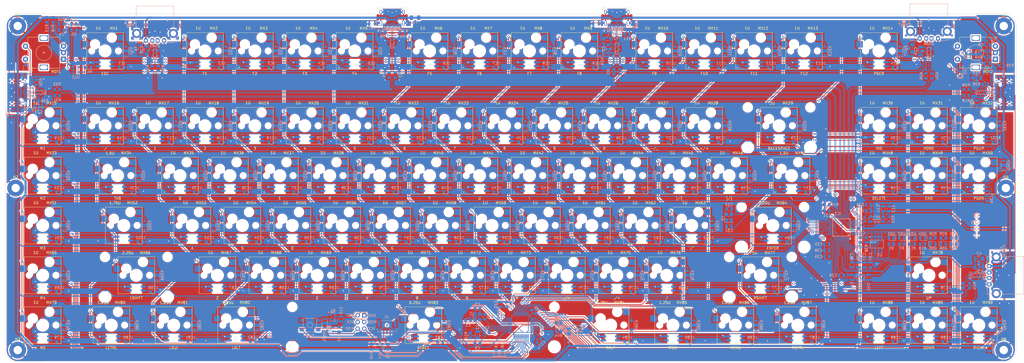
<source format=kicad_pcb>
(kicad_pcb (version 20171130) (host pcbnew "(5.1.10)-1")
  (layers (0 F.Cu signal) (31 B.Cu signal) (34 B.Paste user) (35 F.Paste user) (36 B.SilkS user) (37 F.SilkS user) (38 B.Mask user) (39 F.Mask user) (44 Edge.Cuts user))
  (net 0 "")
  (net 1 GND)
  (net 2 +5V)
  (net 3 KEYBOARD_XTAL1)
  (net 4 KEYBOARD_XTAL2)
  (net 5 XRSTJ)
  (net 6 +3V3)
  (net 7 +1V8)
  (net 8 HUB_XIN)
  (net 9 HUB_XOUT)
  (net 10 HUB_DRV)
  (net 11 "Net-(D10-Pad1)")
  (net 12 Earth)
  (net 13 KEYBOARD_RESET)
  (net 14 COL2)
  (net 15 COL1)
  (net 16 COL3)
  (net 17 "Net-(KD1-Pad2)")
  (net 18 ROW2)
  (net 19 "Net-(KD2-Pad2)")
  (net 20 ROW4)
  (net 21 "Net-(KD3-Pad2)")
  (net 22 "Net-(KD4-Pad2)")
  (net 23 "Net-(KD5-Pad2)")
  (net 24 "Net-(KD6-Pad2)")
  (net 25 ROT1_ROW)
  (net 26 "Net-(KD7-Pad2)")
  (net 27 ROW3)
  (net 28 "Net-(KD8-Pad2)")
  (net 29 ROW5)
  (net 30 "Net-(KD9-Pad2)")
  (net 31 "Net-(KD10-Pad2)")
  (net 32 "Net-(KD11-Pad2)")
  (net 33 "Net-(KD12-Pad2)")
  (net 34 "Net-(KD13-Pad2)")
  (net 35 "Net-(KD14-Pad2)")
  (net 36 "Net-(KD15-Pad2)")
  (net 37 "Net-(KD16-Pad2)")
  (net 38 "Net-(KD17-Pad2)")
  (net 39 "Net-(KD18-Pad2)")
  (net 40 "Net-(KD19-Pad2)")
  (net 41 "Net-(KD20-Pad2)")
  (net 42 "Net-(KD21-Pad2)")
  (net 43 "Net-(KD22-Pad2)")
  (net 44 "Net-(KD23-Pad2)")
  (net 45 "Net-(KD24-Pad2)")
  (net 46 "Net-(KD25-Pad2)")
  (net 47 "Net-(KD26-Pad2)")
  (net 48 "Net-(KD27-Pad2)")
  (net 49 "Net-(KD28-Pad2)")
  (net 50 "Net-(KD29-Pad2)")
  (net 51 "Net-(KD30-Pad2)")
  (net 52 "Net-(KD31-Pad2)")
  (net 53 "Net-(KD32-Pad2)")
  (net 54 "Net-(KD33-Pad2)")
  (net 55 "Net-(KD34-Pad2)")
  (net 56 "Net-(KD35-Pad2)")
  (net 57 "Net-(KD36-Pad2)")
  (net 58 "Net-(KD37-Pad2)")
  (net 59 "Net-(KD38-Pad2)")
  (net 60 "Net-(KD39-Pad2)")
  (net 61 "Net-(KD40-Pad2)")
  (net 62 "Net-(KD41-Pad2)")
  (net 63 "Net-(KD42-Pad2)")
  (net 64 "Net-(KD43-Pad2)")
  (net 65 "Net-(KD44-Pad2)")
  (net 66 "Net-(KD45-Pad2)")
  (net 67 "Net-(KD46-Pad2)")
  (net 68 "Net-(KD47-Pad2)")
  (net 69 "Net-(KD48-Pad2)")
  (net 70 "Net-(KD49-Pad2)")
  (net 71 "Net-(KD50-Pad2)")
  (net 72 "Net-(KD51-Pad2)")
  (net 73 "Net-(KD52-Pad2)")
  (net 74 "Net-(KD53-Pad2)")
  (net 75 "Net-(KD54-Pad2)")
  (net 76 "Net-(KD55-Pad2)")
  (net 77 "Net-(KD56-Pad2)")
  (net 78 "Net-(KD57-Pad2)")
  (net 79 "Net-(KD58-Pad2)")
  (net 80 "Net-(KD59-Pad2)")
  (net 81 "Net-(KD60-Pad2)")
  (net 82 "Net-(KD61-Pad2)")
  (net 83 "Net-(KD62-Pad2)")
  (net 84 "Net-(KD63-Pad2)")
  (net 85 "Net-(KD64-Pad2)")
  (net 86 "Net-(KD65-Pad2)")
  (net 87 "Net-(KD66-Pad2)")
  (net 88 "Net-(KD67-Pad2)")
  (net 89 "Net-(KD68-Pad2)")
  (net 90 "Net-(KD69-Pad2)")
  (net 91 "Net-(KD70-Pad2)")
  (net 92 "Net-(KD71-Pad2)")
  (net 93 "Net-(KD72-Pad2)")
  (net 94 "Net-(KD73-Pad2)")
  (net 95 "Net-(KD74-Pad2)")
  (net 96 "Net-(KD75-Pad2)")
  (net 97 "Net-(KD76-Pad2)")
  (net 98 "Net-(KD77-Pad2)")
  (net 99 "Net-(KD78-Pad2)")
  (net 100 "Net-(KD79-Pad2)")
  (net 101 "Net-(KD80-Pad2)")
  (net 102 "Net-(KD81-Pad2)")
  (net 103 "Net-(KD82-Pad2)")
  (net 104 "Net-(KD83-Pad2)")
  (net 105 "Net-(KD84-Pad2)")
  (net 106 "Net-(KD85-Pad2)")
  (net 107 "Net-(KD86-Pad2)")
  (net 108 "Net-(KD87-Pad2)")
  (net 109 "Net-(KD88-Pad2)")
  (net 110 "Net-(KD89-Pad2)")
  (net 111 "Net-(KD90-Pad2)")
  (net 112 DOUT1)
  (net 113 DOUT2)
  (net 114 DOUT3)
  (net 115 DOUT4)
  (net 116 DOUT5)
  (net 117 COL0)
  (net 118 COL4)
  (net 119 COL5)
  (net 120 COL6)
  (net 121 COL7)
  (net 122 COL8)
  (net 123 KEYBOARD_SDA)
  (net 124 KEYBOARD_SCL)
  (net 125 BKL_DATA_IN)
  (net 126 ENCODER_A)
  (net 127 ENCODER_B1)
  (net 128 KEYBOARD_D+)
  (net 129 KEYBOARD_D-)
  (net 130 HUB_D+)
  (net 131 HUB_D-)
  (net 132 VBUSM)
  (net 133 HUB_LED1)
  (net 134 HUB_LED2)
  (net 135 HUB_LED3)
  (net 136 HUB_LED4)
  (net 137 HUB_LED5)
  (net 138 HUB_LED6)
  (net 139 HUB_LED7)
  (net 140 "Net-(IC1-Pad27)")
  (net 141 HUB_PORT5_D-)
  (net 142 HUB_PORT5_D+)
  (net 143 HUB_PORT6_D-)
  (net 144 HUB_PORT6_D+)
  (net 145 HUB_PORT7_D-)
  (net 146 HUB_PORT7_D+)
  (net 147 HUB_PORT2_D+)
  (net 148 HUB_PORT2_D-)
  (net 149 HUB_PORT3_D+)
  (net 150 HUB_PORT3_D-)
  (net 151 HUB_PORT4_D+)
  (net 152 HUB_PORT4_D-)
  (net 153 HUB_SDA)
  (net 154 "Net-(USB1-Pad3)")
  (net 155 "Net-(USB1-Pad9)")
  (net 156 "Net-(USB2-Pad3)")
  (net 157 "Net-(USB2-Pad9)")
  (net 158 BOOT0)
  (net 159 USB_XTAL1)
  (net 160 "Net-(DRST1-Pad2)")
  (net 161 COL17)
  (net 162 COL16)
  (net 163 EXTRA_1)
  (net 164 ROW1)
  (net 165 COL9)
  (net 166 COL10)
  (net 167 COL11)
  (net 168 COL12)
  (net 169 COL13)
  (net 170 COL14)
  (net 171 COL15)
  (net 172 USB_XTAL2)
  (net 173 ENCODER_B2)
  (net 174 BKL_DATA_IN_3V3)
  (net 175 "Net-(D2-Pad2)")
  (net 176 "Net-(IC1-Pad44)")
  (net 177 "Net-(MX1-Pad5)")
  (net 178 "Net-(MX1-Pad4)")
  (net 179 "Net-(MX2-Pad5)")
  (net 180 "Net-(MX3-Pad5)")
  (net 181 "Net-(MX4-Pad5)")
  (net 182 "Net-(MX5-Pad5)")
  (net 183 "Net-(MX6-Pad5)")
  (net 184 "Net-(MX7-Pad5)")
  (net 185 "Net-(MX8-Pad5)")
  (net 186 "Net-(MX10-Pad4)")
  (net 187 "Net-(MX10-Pad5)")
  (net 188 "Net-(MX11-Pad5)")
  (net 189 "Net-(MX12-Pad5)")
  (net 190 "Net-(MX13-Pad5)")
  (net 191 "Net-(MX15-Pad5)")
  (net 192 "Net-(MX16-Pad5)")
  (net 193 "Net-(MX17-Pad5)")
  (net 194 "Net-(MX18-Pad5)")
  (net 195 "Net-(MX19-Pad5)")
  (net 196 "Net-(MX20-Pad5)")
  (net 197 "Net-(MX21-Pad5)")
  (net 198 "Net-(MX22-Pad5)")
  (net 199 "Net-(MX23-Pad5)")
  (net 200 "Net-(MX24-Pad5)")
  (net 201 "Net-(MX25-Pad5)")
  (net 202 "Net-(MX26-Pad5)")
  (net 203 "Net-(MX27-Pad5)")
  (net 204 "Net-(MX28-Pad5)")
  (net 205 "Net-(MX29-Pad5)")
  (net 206 "Net-(MX30-Pad5)")
  (net 207 "Net-(MX31-Pad5)")
  (net 208 "Net-(MX33-Pad5)")
  (net 209 "Net-(MX34-Pad5)")
  (net 210 "Net-(MX35-Pad5)")
  (net 211 "Net-(MX36-Pad5)")
  (net 212 "Net-(MX37-Pad5)")
  (net 213 "Net-(MX38-Pad5)")
  (net 214 "Net-(MX39-Pad5)")
  (net 215 "Net-(MX40-Pad5)")
  (net 216 "Net-(MX41-Pad5)")
  (net 217 "Net-(MX42-Pad5)")
  (net 218 "Net-(MX43-Pad5)")
  (net 219 "Net-(MX44-Pad5)")
  (net 220 "Net-(MX45-Pad5)")
  (net 221 "Net-(MX46-Pad5)")
  (net 222 "Net-(MX47-Pad5)")
  (net 223 "Net-(MX48-Pad5)")
  (net 224 "Net-(MX49-Pad5)")
  (net 225 "Net-(MX51-Pad5)")
  (net 226 "Net-(MX52-Pad5)")
  (net 227 "Net-(MX53-Pad5)")
  (net 228 "Net-(MX54-Pad5)")
  (net 229 "Net-(MX55-Pad5)")
  (net 230 "Net-(MX56-Pad5)")
  (net 231 "Net-(MX57-Pad5)")
  (net 232 "Net-(MX58-Pad5)")
  (net 233 "Net-(MX59-Pad5)")
  (net 234 "Net-(MX60-Pad5)")
  (net 235 "Net-(MX61-Pad5)")
  (net 236 "Net-(MX62-Pad5)")
  (net 237 "Net-(MX63-Pad5)")
  (net 238 "Net-(MX65-Pad5)")
  (net 239 "Net-(MX66-Pad5)")
  (net 240 "Net-(MX67-Pad5)")
  (net 241 "Net-(MX68-Pad5)")
  (net 242 "Net-(MX69-Pad5)")
  (net 243 "Net-(MX70-Pad5)")
  (net 244 "Net-(MX71-Pad5)")
  (net 245 "Net-(MX72-Pad5)")
  (net 246 "Net-(MX73-Pad5)")
  (net 247 "Net-(MX74-Pad5)")
  (net 248 "Net-(MX75-Pad5)")
  (net 249 "Net-(MX76-Pad5)")
  (net 250 "Net-(MX77-Pad5)")
  (net 251 "Net-(MX79-Pad5)")
  (net 252 "Net-(MX80-Pad5)")
  (net 253 "Net-(MX81-Pad5)")
  (net 254 "Net-(MX82-Pad5)")
  (net 255 "Net-(MX83-Pad5)")
  (net 256 "Net-(MX84-Pad5)")
  (net 257 "Net-(MX85-Pad5)")
  (net 258 "Net-(MX86-Pad5)")
  (net 259 "Net-(MX87-Pad5)")
  (net 260 "Net-(MX88-Pad5)")
  (net 261 "Net-(MX89-Pad5)")
  (net 262 "Net-(MX90-Pad5)")
  (net 263 "Net-(C3-Pad2)")
  (net 264 "Net-(C5-Pad2)")
  (net 265 "Net-(C6-Pad1)")
  (net 266 "Net-(C7-Pad2)")
  (net 267 "Net-(C8-Pad1)")
  (net 268 "Net-(C9-Pad2)")
  (net 269 "Net-(D3-Pad2)")
  (net 270 "Net-(R8-Pad1)")
  (net 271 "Net-(R10-Pad1)")
  (net 272 "Net-(R27-Pad1)")
  (net 273 "Net-(R35-Pad1)")
  (net 274 "Net-(R1-Pad1)")
  (net 275 "Net-(R7-Pad1)")
  (net 276 "Net-(R17-Pad1)")
  (net 277 "Net-(R18-Pad1)")
  (net 278 "Net-(R26-Pad1)")
  (net 279 "Net-(R29-Pad1)")
  (net 280 "Net-(R32-Pad1)")
  (net 281 "Net-(USB5-Pad3)")
  (net 282 "Net-(USB5-Pad9)")
  (net 283 "Net-(USB7-Pad3)")
  (net 284 "Net-(USB7-Pad9)")
  (net 285 "Net-(R2-Pad1)")
  (net 286 "Net-(R3-Pad2)")
  (net 287 "Net-(R4-Pad1)")
  (net 288 "Net-(R6-Pad2)")
  (net 289 "Net-(R19-Pad1)")
  (net 290 "Net-(R20-Pad1)")
  (net 291 "Net-(R24-Pad1)")
  (net 292 "Net-(R25-Pad1)")
  (net 293 "Net-(R31-Pad1)")
  (net 294 "Net-(R33-Pad1)")
  (net 295 "Net-(R34-Pad1)")
  (net 296 "Net-(R37-Pad1)")
  (net 297 "Net-(R45-Pad1)")
  (net 298 "Net-(R46-Pad1)")
  (net 299 "Net-(R43-Pad1)")
  (net 300 "Net-(R44-Pad1)")
  (module Crystal:Crystal_SMD_3215-2Pin_3.2x1.5mm (layer B.Cu) (at 314.3052 297.3001 90)
    (fp_text reference Y2 (at 2.8374 0 90) (layer B.SilkS) (effects (justify mirror)))
    (fp_text value 32.768KHz)
    (pad 2 smd rect (at -1.25 0 90) (size 1 1.8) (layers B.Cu B.Paste B.Mask) (net 268 "Net-(C9-Pad2)"))
    (pad 1 smd rect (at 1.25 0 90) (size 1 1.8) (layers B.Cu B.Paste B.Mask) (net 159 USB_XTAL1))
  )
  (module Package_TO_SOT_SMD:SOT-23-5 (layer B.Cu) (at 161.1211 196.0439)
    (fp_text reference U12 (at 0 2.9) (layer B.SilkS) (effects (justify mirror)))
    (fp_text value 74LVC1G34)
    (pad 5 smd rect (at 1.1 0.95) (size 1.06 0.65) (layers B.Cu B.Paste B.Mask) (net 2 +5V))
    (pad 4 smd rect (at 1.1 -0.95) (size 1.06 0.65) (layers B.Cu B.Paste B.Mask) (net 125 BKL_DATA_IN))
    (pad 3 smd rect (at -1.1 -0.95) (size 1.06 0.65) (layers B.Cu B.Paste B.Mask) (net 1 GND))
    (pad 2 smd rect (at -1.1 0) (size 1.06 0.65) (layers B.Cu B.Paste B.Mask) (net 174 BKL_DATA_IN_3V3))
    (pad 1 smd rect (at -1.1 0.95) (size 1.06 0.65) (layers B.Cu B.Paste B.Mask))
  )
  (module Resistor_SMD:R_0603_1608Metric (layer B.Cu) (at 259.14305 295.2564 270)
    (fp_text reference R30 (at 0 1.43 90) (layer B.SilkS) (effects (justify mirror)))
    (fp_text value 100k)
    (pad 2 smd roundrect (at 0.825 0 270) (size 0.8 0.95) (layers B.Cu B.Paste B.Mask) (net 1 GND))
    (pad 1 smd roundrect (at -0.825 0 270) (size 0.8 0.95) (layers B.Cu B.Paste B.Mask) (net 158 BOOT0))
  )
  (module Resistor_SMD:R_0603_1608Metric (layer B.Cu) (at 471.4578 253.1903 90)
    (fp_text reference R23 (at 0 1.43 90) (layer B.SilkS) (effects (justify mirror)))
    (fp_text value 100k)
    (pad 2 smd roundrect (at 0.825 0 90) (size 0.8 0.95) (layers B.Cu B.Paste B.Mask) (net 1 GND))
    (pad 1 smd roundrect (at -0.825 0 90) (size 0.8 0.95) (layers B.Cu B.Paste B.Mask) (net 132 VBUSM))
  )
  (module Resistor_SMD:R_0603_1608Metric (layer B.Cu) (at 461.9334 253.1903 270)
    (fp_text reference R21 (at 0 1.43 90) (layer B.SilkS) (effects (justify mirror)))
    (fp_text value 100k)
    (pad 2 smd roundrect (at 0.825 0 270) (size 0.8 0.95) (layers B.Cu B.Paste B.Mask) (net 5 XRSTJ))
    (pad 1 smd roundrect (at -0.825 0 270) (size 0.8 0.95) (layers B.Cu B.Paste B.Mask) (net 6 +3V3))
  )
  (module LED_SMD:LED_0805_2012Metric (layer B.Cu) (at 496.0625 262.7147)
    (fp_text reference UD7 (at 0 1.65) (layer B.SilkS) (effects (justify mirror)))
    (fp_text value Green)
    (pad 2 smd roundrect (at 0.9375 0) (size 0.975 1.4) (layers B.Cu B.Paste B.Mask) (net 10 HUB_DRV))
    (pad 1 smd roundrect (at -0.9375 0) (size 0.975 1.4) (layers B.Cu B.Paste B.Mask) (net 280 "Net-(R32-Pad1)"))
  )
  (module LED_SMD:LED_0805_2012Metric (layer B.Cu) (at 492.094 262.7147)
    (fp_text reference UD6 (at 0 1.65) (layer B.SilkS) (effects (justify mirror)))
    (fp_text value Green)
    (pad 2 smd roundrect (at 0.9375 0) (size 0.975 1.4) (layers B.Cu B.Paste B.Mask) (net 10 HUB_DRV))
    (pad 1 smd roundrect (at -0.9375 0) (size 0.975 1.4) (layers B.Cu B.Paste B.Mask) (net 279 "Net-(R29-Pad1)"))
  )
  (module LED_SMD:LED_0805_2012Metric (layer B.Cu) (at 488.1255 262.7147)
    (fp_text reference UD5 (at 0 1.65) (layer B.SilkS) (effects (justify mirror)))
    (fp_text value Green)
    (pad 2 smd roundrect (at 0.9375 0) (size 0.975 1.4) (layers B.Cu B.Paste B.Mask) (net 10 HUB_DRV))
    (pad 1 smd roundrect (at -0.9375 0) (size 0.975 1.4) (layers B.Cu B.Paste B.Mask) (net 278 "Net-(R26-Pad1)"))
  )
  (module LED_SMD:LED_0805_2012Metric (layer B.Cu) (at 484.157 260.3336 180)
    (fp_text reference UD4 (at 0 1.65) (layer B.SilkS) (effects (justify mirror)))
    (fp_text value Green)
    (pad 2 smd roundrect (at 0.9375 0 180) (size 0.975 1.4) (layers B.Cu B.Paste B.Mask) (net 10 HUB_DRV))
    (pad 1 smd roundrect (at -0.9375 0 180) (size 0.975 1.4) (layers B.Cu B.Paste B.Mask) (net 277 "Net-(R18-Pad1)"))
  )
  (module LED_SMD:LED_0805_2012Metric (layer B.Cu) (at 480.1885 260.3336 180)
    (fp_text reference UD3 (at 0 1.65) (layer B.SilkS) (effects (justify mirror)))
    (fp_text value Green)
    (pad 2 smd roundrect (at 0.9375 0 180) (size 0.975 1.4) (layers B.Cu B.Paste B.Mask) (net 10 HUB_DRV))
    (pad 1 smd roundrect (at -0.9375 0 180) (size 0.975 1.4) (layers B.Cu B.Paste B.Mask) (net 276 "Net-(R17-Pad1)"))
  )
  (module LED_SMD:LED_0805_2012Metric (layer B.Cu) (at 476.22 260.3336 180)
    (fp_text reference UD2 (at 0 1.65) (layer B.SilkS) (effects (justify mirror)))
    (fp_text value Green)
    (pad 2 smd roundrect (at 0.9375 0 180) (size 0.975 1.4) (layers B.Cu B.Paste B.Mask) (net 10 HUB_DRV))
    (pad 1 smd roundrect (at -0.9375 0 180) (size 0.975 1.4) (layers B.Cu B.Paste B.Mask) (net 275 "Net-(R7-Pad1)"))
  )
  (module LED_SMD:LED_0805_2012Metric (layer B.Cu) (at 472.2515 260.3336 180)
    (fp_text reference UD1 (at 0 1.65) (layer B.SilkS) (effects (justify mirror)))
    (fp_text value Green)
    (pad 2 smd roundrect (at 0.9375 0 180) (size 0.975 1.4) (layers B.Cu B.Paste B.Mask) (net 10 HUB_DRV))
    (pad 1 smd roundrect (at -0.9375 0 180) (size 0.975 1.4) (layers B.Cu B.Paste B.Mask) (net 274 "Net-(R1-Pad1)"))
  )
  (module LED_SMD:LED_0805_2012Metric (layer B.Cu) (at 460.346 261.1273 270)
    (fp_text reference D10 (at 0 1.65 90) (layer B.SilkS) (effects (justify mirror)))
    (fp_text value Red)
    (pad 2 smd roundrect (at 0.9375 0 270) (size 0.975 1.4) (layers B.Cu B.Paste B.Mask) (net 10 HUB_DRV))
    (pad 1 smd roundrect (at -0.9375 0 270) (size 0.975 1.4) (layers B.Cu B.Paste B.Mask) (net 11 "Net-(D10-Pad1)"))
  )
  (module Capacitor_SMD:C_1206_3216Metric (layer B.Cu) (at 505.5869 271.4454)
    (fp_text reference C34 (at 0 1.85) (layer B.SilkS) (effects (justify mirror)))
    (fp_text value 100uF)
    (pad 2 smd roundrect (at 1.475 0) (size 1.15 1.8) (layers B.Cu B.Paste B.Mask) (roundrect_rratio 0.217391) (net 1 GND))
    (pad 1 smd roundrect (at -1.475 0) (size 1.15 1.8) (layers B.Cu B.Paste B.Mask) (roundrect_rratio 0.217391) (net 2 +5V))
  )
  (module Capacitor_SMD:C_1206_3216Metric (layer B.Cu) (at 188.1069 188.50375 270)
    (fp_text reference C25 (at 0 1.85 90) (layer B.SilkS) (effects (justify mirror)))
    (fp_text value 100uF)
    (pad 2 smd roundrect (at 1.475 0 270) (size 1.15 1.8) (layers B.Cu B.Paste B.Mask) (roundrect_rratio 0.217391) (net 1 GND))
    (pad 1 smd roundrect (at -1.475 0 270) (size 1.15 1.8) (layers B.Cu B.Paste B.Mask) (roundrect_rratio 0.217391) (net 2 +5V))
  )
  (module Capacitor_SMD:C_1206_3216Metric (layer B.Cu) (at 146.8345 210.3305)
    (fp_text reference C23 (at 0 1.85) (layer B.SilkS) (effects (justify mirror)))
    (fp_text value 100uF)
    (pad 2 smd roundrect (at 1.475 0) (size 1.15 1.8) (layers B.Cu B.Paste B.Mask) (roundrect_rratio 0.217391) (net 1 GND))
    (pad 1 smd roundrect (at -1.475 0) (size 1.15 1.8) (layers B.Cu B.Paste B.Mask) (roundrect_rratio 0.217391) (net 2 +5V))
  )
  (module Capacitor_SMD:C_1206_3216Metric (layer B.Cu) (at 483.3633 188.9006 270)
    (fp_text reference C13 (at 0 1.85 90) (layer B.SilkS) (effects (justify mirror)))
    (fp_text value 100uF)
    (pad 2 smd roundrect (at 1.475 0 270) (size 1.15 1.8) (layers B.Cu B.Paste B.Mask) (roundrect_rratio 0.217391) (net 1 GND))
    (pad 1 smd roundrect (at -1.475 0 270) (size 1.15 1.8) (layers B.Cu B.Paste B.Mask) (roundrect_rratio 0.217391) (net 2 +5V))
  )
  (module Capacitor_SMD:C_1206_3216Metric (layer B.Cu) (at 504.7932 199.2187 180)
    (fp_text reference C10 (at 0 1.85) (layer B.SilkS) (effects (justify mirror)))
    (fp_text value 100uF)
    (pad 2 smd roundrect (at 1.475 0 180) (size 1.15 1.8) (layers B.Cu B.Paste B.Mask) (roundrect_rratio 0.217391) (net 1 GND))
    (pad 1 smd roundrect (at -1.475 0 180) (size 1.15 1.8) (layers B.Cu B.Paste B.Mask) (roundrect_rratio 0.217391) (net 2 +5V))
  )
  (module Capacitor_SMD:C_1206_3216Metric (layer B.Cu) (at 364.3083 188.1069 270)
    (fp_text reference C2 (at 0 1.85 90) (layer B.SilkS) (effects (justify mirror)))
    (fp_text value 100uF)
    (pad 2 smd roundrect (at 1.475 0 270) (size 1.15 1.8) (layers B.Cu B.Paste B.Mask) (roundrect_rratio 0.217391) (net 1 GND))
    (pad 1 smd roundrect (at -1.475 0 270) (size 1.15 1.8) (layers B.Cu B.Paste B.Mask) (roundrect_rratio 0.217391) (net 2 +5V))
  )
  (module Capacitor_SMD:C_0805_2012Metric (layer B.Cu) (at 508.7617 193.6628)
    (fp_text reference C7 (at -2.3811 0) (layer B.SilkS) (effects (justify mirror)))
    (fp_text value 0.1uF)
    (pad 2 smd roundrect (at 0.95 0) (size 1 1.45) (layers B.Cu B.Paste B.Mask) (net 266 "Net-(C7-Pad2)"))
    (pad 1 smd roundrect (at -0.95 0) (size 1 1.45) (layers B.Cu B.Paste B.Mask) (net 1 GND))
  )
  (module Capacitor_SMD:C_0805_2012Metric (layer B.Cu) (at 508.7617 186.5195 180)
    (fp_text reference C8 (at 2.3811 0) (layer B.SilkS) (effects (justify mirror)))
    (fp_text value 0.1uF)
    (pad 2 smd roundrect (at 0.95 0 180) (size 1 1.45) (layers B.Cu B.Paste B.Mask) (net 1 GND))
    (pad 1 smd roundrect (at -0.95 0 180) (size 1 1.45) (layers B.Cu B.Paste B.Mask) (net 267 "Net-(C8-Pad1)"))
  )
  (module Capacitor_SMD:C_0805_2012Metric (layer B.Cu) (at 310.73355 291.68475)
    (fp_text reference C1 (at 0 1.98425) (layer B.SilkS) (effects (justify mirror)))
    (fp_text value 20pF)
    (pad 2 smd roundrect (at 0.95 0) (size 1 1.45) (layers B.Cu B.Paste B.Mask) (net 3 KEYBOARD_XTAL1))
    (pad 1 smd roundrect (at -0.95 0) (size 1 1.45) (layers B.Cu B.Paste B.Mask) (net 1 GND))
  )
  (module Capacitor_SMD:C_0805_2012Metric (layer B.Cu) (at 314.3052 287.3194)
    (fp_text reference C3 (at 0 -1.5874) (layer B.SilkS) (effects (justify mirror)))
    (fp_text value 20pF)
    (pad 2 smd roundrect (at 0.95 0) (size 1 1.45) (layers B.Cu B.Paste B.Mask) (net 263 "Net-(C3-Pad2)"))
    (pad 1 smd roundrect (at -0.95 0) (size 1 1.45) (layers B.Cu B.Paste B.Mask) (net 1 GND))
  )
  (module Capacitor_SMD:C_0805_2012Metric (layer B.Cu) (at 464.3145 270.6517 90)
    (fp_text reference C37 (at 3.1748 0 90) (layer B.SilkS) (effects (justify mirror)))
    (fp_text value 10uF)
    (pad 2 smd roundrect (at 0.95 0 90) (size 1 1.45) (layers B.Cu B.Paste B.Mask) (net 1 GND))
    (pad 1 smd roundrect (at -0.95 0 90) (size 1 1.45) (layers B.Cu B.Paste B.Mask) (net 7 +1V8))
  )
  (module Capacitor_SMD:C_0805_2012Metric (layer B.Cu) (at 469.0767 249.2218 270)
    (fp_text reference C11 (at 0 1.68 90) (layer B.SilkS) (effects (justify mirror)))
    (fp_text value 100nF)
    (pad 2 smd roundrect (at 0.95 0 270) (size 1 1.45) (layers B.Cu B.Paste B.Mask) (net 2 +5V))
    (pad 1 smd roundrect (at -0.95 0 270) (size 1 1.45) (layers B.Cu B.Paste B.Mask) (net 1 GND))
  )
  (module Capacitor_SMD:C_0805_2012Metric (layer B.Cu) (at 410.3429 255.96825 180)
    (fp_text reference C32 (at 0 -1.5874) (layer B.SilkS) (effects (justify mirror)))
    (fp_text value 22pF)
    (pad 2 smd roundrect (at 0.95 0 180) (size 1 1.45) (layers B.Cu B.Paste B.Mask) (net 8 HUB_XIN))
    (pad 1 smd roundrect (at -0.95 0 180) (size 1 1.45) (layers B.Cu B.Paste B.Mask) (net 1 GND))
  )
  (module Capacitor_SMD:C_0805_2012Metric (layer B.Cu) (at 410.3429 249.2218)
    (fp_text reference C33 (at 0 -1.5874) (layer B.SilkS) (effects (justify mirror)))
    (fp_text value 22pF)
    (pad 2 smd roundrect (at 0.95 0) (size 1 1.45) (layers B.Cu B.Paste B.Mask) (net 9 HUB_XOUT))
    (pad 1 smd roundrect (at -0.95 0) (size 1 1.45) (layers B.Cu B.Paste B.Mask) (net 1 GND))
  )
  (module Diode_SMD:D_SOD-123 (layer B.Cu) (at 156.3589 217.4112 90)
    (fp_text reference KD15 (at 0 2 90) (layer B.SilkS) (effects (justify mirror)))
    (fp_text value SOD-123)
    (pad 2 smd rect (at 1.65 0 90) (size 0.9 1.2) (layers B.Cu B.Paste B.Mask) (net 36 "Net-(KD15-Pad2)"))
    (pad 1 smd rect (at -1.65 0 90) (size 0.9 1.2) (layers B.Cu B.Paste B.Mask) (net 164 ROW1))
  )
  (module Diode_SMD:D_SOD-123 (layer B.Cu) (at 156.3589 236.46 90)
    (fp_text reference KD33 (at 0 2 90) (layer B.SilkS) (effects (justify mirror)))
    (fp_text value SOD-123)
    (pad 2 smd rect (at 1.65 0 90) (size 0.9 1.2) (layers B.Cu B.Paste B.Mask) (net 54 "Net-(KD33-Pad2)"))
    (pad 1 smd rect (at -1.65 0 90) (size 0.9 1.2) (layers B.Cu B.Paste B.Mask) (net 18 ROW2))
  )
  (module Diode_SMD:D_SOD-123 (layer B.Cu) (at 156.3589 255.5714 90)
    (fp_text reference KD51 (at 0 2 90) (layer B.SilkS) (effects (justify mirror)))
    (fp_text value SOD-123)
    (pad 2 smd rect (at 1.65 0 90) (size 0.9 1.2) (layers B.Cu B.Paste B.Mask) (net 72 "Net-(KD51-Pad2)"))
    (pad 1 smd rect (at -1.65 0 90) (size 0.9 1.2) (layers B.Cu B.Paste B.Mask) (net 27 ROW3))
  )
  (module Diode_SMD:D_SOD-123 (layer B.Cu) (at 156.3589 274.6202 90)
    (fp_text reference KD65 (at 0 2 90) (layer B.SilkS) (effects (justify mirror)))
    (fp_text value SOD-123)
    (pad 2 smd rect (at 1.65 0 90) (size 0.9 1.2) (layers B.Cu B.Paste B.Mask) (net 86 "Net-(KD65-Pad2)"))
    (pad 1 smd rect (at -1.65 0 90) (size 0.9 1.2) (layers B.Cu B.Paste B.Mask) (net 20 ROW4))
  )
  (module Diode_SMD:D_SOD-123 (layer B.Cu) (at 182.551 293.669 90)
    (fp_text reference KD80 (at 0 2 90) (layer B.SilkS) (effects (justify mirror)))
    (fp_text value SOD-123)
    (pad 2 smd rect (at 1.65 0 90) (size 0.9 1.2) (layers B.Cu B.Paste B.Mask) (net 101 "Net-(KD80-Pad2)"))
    (pad 1 smd rect (at -1.65 0 90) (size 0.9 1.2) (layers B.Cu B.Paste B.Mask) (net 29 ROW5))
  )
  (module Diode_SMD:D_SOD-123 (layer B.Cu) (at 180.1699 188.9006 90)
    (fp_text reference KD1 (at 0 2 90) (layer B.SilkS) (effects (justify mirror)))
    (fp_text value SOD-123)
    (pad 2 smd rect (at 1.65 0 90) (size 0.9 1.2) (layers B.Cu B.Paste B.Mask) (net 17 "Net-(KD1-Pad2)"))
    (pad 1 smd rect (at -1.65 0 90) (size 0.9 1.2) (layers B.Cu B.Paste B.Mask) (net 25 ROT1_ROW))
  )
  (module Diode_SMD:D_SOD-123 (layer B.Cu) (at 180.1699 217.4738 90)
    (fp_text reference KD16 (at 0 2 90) (layer B.SilkS) (effects (justify mirror)))
    (fp_text value SOD-123)
    (pad 2 smd rect (at 1.65 0 90) (size 0.9 1.2) (layers B.Cu B.Paste B.Mask) (net 37 "Net-(KD16-Pad2)"))
    (pad 1 smd rect (at -1.65 0 90) (size 0.9 1.2) (layers B.Cu B.Paste B.Mask) (net 164 ROW1))
  )
  (module Diode_SMD:D_SOD-123 (layer B.Cu) (at 184.9321 236.5226 90)
    (fp_text reference KD34 (at 0 2 90) (layer B.SilkS) (effects (justify mirror)))
    (fp_text value SOD-123)
    (pad 2 smd rect (at 1.65 0 90) (size 0.9 1.2) (layers B.Cu B.Paste B.Mask) (net 55 "Net-(KD34-Pad2)"))
    (pad 1 smd rect (at -1.65 0 90) (size 0.9 1.2) (layers B.Cu B.Paste B.Mask) (net 18 ROW2))
  )
  (module Diode_SMD:D_SOD-123 (layer B.Cu) (at 187.3132 255.5714 90)
    (fp_text reference KD52 (at 0 2 90) (layer B.SilkS) (effects (justify mirror)))
    (fp_text value SOD-123)
    (pad 2 smd rect (at 1.65 0 90) (size 0.9 1.2) (layers B.Cu B.Paste B.Mask) (net 73 "Net-(KD52-Pad2)"))
    (pad 1 smd rect (at -1.65 0 90) (size 0.9 1.2) (layers B.Cu B.Paste B.Mask) (net 27 ROW3))
  )
  (module Diode_SMD:D_SOD-123 (layer B.Cu) (at 156.3589 293.6064 90)
    (fp_text reference KD79 (at 0 2 90) (layer B.SilkS) (effects (justify mirror)))
    (fp_text value SOD-123)
    (pad 2 smd rect (at 1.65 0 90) (size 0.9 1.2) (layers B.Cu B.Paste B.Mask) (net 100 "Net-(KD79-Pad2)"))
    (pad 1 smd rect (at -1.65 0 90) (size 0.9 1.2) (layers B.Cu B.Paste B.Mask) (net 29 ROW5))
  )
  (module Diode_SMD:D_SOD-123 (layer B.Cu) (at 218.2675 188.9006 90)
    (fp_text reference KD2 (at 0 2 90) (layer B.SilkS) (effects (justify mirror)))
    (fp_text value SOD-123)
    (pad 2 smd rect (at 1.65 0 90) (size 0.9 1.2) (layers B.Cu B.Paste B.Mask) (net 19 "Net-(KD2-Pad2)"))
    (pad 1 smd rect (at -1.65 0 90) (size 0.9 1.2) (layers B.Cu B.Paste B.Mask) (net 25 ROT1_ROW))
  )
  (module Diode_SMD:D_SOD-123 (layer B.Cu) (at 218.2675 217.4738 90)
    (fp_text reference KD18 (at 0 2 90) (layer B.SilkS) (effects (justify mirror)))
    (fp_text value SOD-123)
    (pad 2 smd rect (at 1.65 0 90) (size 0.9 1.2) (layers B.Cu B.Paste B.Mask) (net 39 "Net-(KD18-Pad2)"))
    (pad 1 smd rect (at -1.65 0 90) (size 0.9 1.2) (layers B.Cu B.Paste B.Mask) (net 164 ROW1))
  )
  (module Diode_SMD:D_SOD-123 (layer B.Cu) (at 227.7919 236.5226 90)
    (fp_text reference KD36 (at 0 2 90) (layer B.SilkS) (effects (justify mirror)))
    (fp_text value SOD-123)
    (pad 2 smd rect (at 1.65 0 90) (size 0.9 1.2) (layers B.Cu B.Paste B.Mask) (net 57 "Net-(KD36-Pad2)"))
    (pad 1 smd rect (at -1.65 0 90) (size 0.9 1.2) (layers B.Cu B.Paste B.Mask) (net 18 ROW2))
  )
  (module Diode_SMD:D_SOD-123 (layer B.Cu) (at 232.5541 255.5714 90)
    (fp_text reference KD54 (at 0 2 90) (layer B.SilkS) (effects (justify mirror)))
    (fp_text value SOD-123)
    (pad 2 smd rect (at 1.65 0 90) (size 0.9 1.2) (layers B.Cu B.Paste B.Mask) (net 75 "Net-(KD54-Pad2)"))
    (pad 1 smd rect (at -1.65 0 90) (size 0.9 1.2) (layers B.Cu B.Paste B.Mask) (net 27 ROW3))
  )
  (module Diode_SMD:D_SOD-123 (layer B.Cu) (at 223.0297 274.6202 90)
    (fp_text reference KD67 (at 0 2 90) (layer B.SilkS) (effects (justify mirror)))
    (fp_text value SOD-123)
    (pad 2 smd rect (at 1.65 0 90) (size 0.9 1.2) (layers B.Cu B.Paste B.Mask) (net 88 "Net-(KD67-Pad2)"))
    (pad 1 smd rect (at -1.65 0 90) (size 0.9 1.2) (layers B.Cu B.Paste B.Mask) (net 20 ROW4))
  )
  (module Diode_SMD:D_SOD-123 (layer B.Cu) (at 230.173 293.669 90)
    (fp_text reference KD82 (at 0 2 90) (layer B.SilkS) (effects (justify mirror)))
    (fp_text value SOD-123)
    (pad 2 smd rect (at 1.65 0 90) (size 0.9 1.2) (layers B.Cu B.Paste B.Mask) (net 103 "Net-(KD82-Pad2)"))
    (pad 1 smd rect (at -1.65 0 90) (size 0.9 1.2) (layers B.Cu B.Paste B.Mask) (net 29 ROW5))
  )
  (module Diode_SMD:D_SOD-123 (layer B.Cu) (at 199.2187 217.4738 90)
    (fp_text reference KD17 (at 0 2 90) (layer B.SilkS) (effects (justify mirror)))
    (fp_text value SOD-123)
    (pad 2 smd rect (at 1.65 0 90) (size 0.9 1.2) (layers B.Cu B.Paste B.Mask) (net 38 "Net-(KD17-Pad2)"))
    (pad 1 smd rect (at -1.65 0 90) (size 0.9 1.2) (layers B.Cu B.Paste B.Mask) (net 164 ROW1))
  )
  (module Diode_SMD:D_SOD-123 (layer B.Cu) (at 208.7431 236.5226 90)
    (fp_text reference KD35 (at 0 2 90) (layer B.SilkS) (effects (justify mirror)))
    (fp_text value SOD-123)
    (pad 2 smd rect (at 1.65 0 90) (size 0.9 1.2) (layers B.Cu B.Paste B.Mask) (net 56 "Net-(KD35-Pad2)"))
    (pad 1 smd rect (at -1.65 0 90) (size 0.9 1.2) (layers B.Cu B.Paste B.Mask) (net 18 ROW2))
  )
  (module Diode_SMD:D_SOD-123 (layer B.Cu) (at 213.5053 255.5714 90)
    (fp_text reference KD53 (at 0 2 90) (layer B.SilkS) (effects (justify mirror)))
    (fp_text value SOD-123)
    (pad 2 smd rect (at 1.65 0 90) (size 0.9 1.2) (layers B.Cu B.Paste B.Mask) (net 74 "Net-(KD53-Pad2)"))
    (pad 1 smd rect (at -1.65 0 90) (size 0.9 1.2) (layers B.Cu B.Paste B.Mask) (net 27 ROW3))
  )
  (module Diode_SMD:D_SOD-123 (layer B.Cu) (at 192.0754 274.6202 90)
    (fp_text reference KD66 (at 0 2 90) (layer B.SilkS) (effects (justify mirror)))
    (fp_text value SOD-123)
    (pad 2 smd rect (at 1.65 0 90) (size 0.9 1.2) (layers B.Cu B.Paste B.Mask) (net 87 "Net-(KD66-Pad2)"))
    (pad 1 smd rect (at -1.65 0 90) (size 0.9 1.2) (layers B.Cu B.Paste B.Mask) (net 20 ROW4))
  )
  (module Diode_SMD:D_SOD-123 (layer B.Cu) (at 206.362 293.669 90)
    (fp_text reference KD81 (at 0 2 90) (layer B.SilkS) (effects (justify mirror)))
    (fp_text value SOD-123)
    (pad 2 smd rect (at 1.65 0 90) (size 0.9 1.2) (layers B.Cu B.Paste B.Mask) (net 102 "Net-(KD81-Pad2)"))
    (pad 1 smd rect (at -1.65 0 90) (size 0.9 1.2) (layers B.Cu B.Paste B.Mask) (net 29 ROW5))
  )
  (module Diode_SMD:D_SOD-123 (layer B.Cu) (at 237.3163 188.9006 90)
    (fp_text reference KD3 (at 0 2 90) (layer B.SilkS) (effects (justify mirror)))
    (fp_text value SOD-123)
    (pad 2 smd rect (at 1.65 0 90) (size 0.9 1.2) (layers B.Cu B.Paste B.Mask) (net 21 "Net-(KD3-Pad2)"))
    (pad 1 smd rect (at -1.65 0 90) (size 0.9 1.2) (layers B.Cu B.Paste B.Mask) (net 25 ROT1_ROW))
  )
  (module Diode_SMD:D_SOD-123 (layer B.Cu) (at 237.3163 217.4738 90)
    (fp_text reference KD19 (at 0 2 90) (layer B.SilkS) (effects (justify mirror)))
    (fp_text value SOD-123)
    (pad 2 smd rect (at 1.65 0 90) (size 0.9 1.2) (layers B.Cu B.Paste B.Mask) (net 40 "Net-(KD19-Pad2)"))
    (pad 1 smd rect (at -1.65 0 90) (size 0.9 1.2) (layers B.Cu B.Paste B.Mask) (net 164 ROW1))
  )
  (module Diode_SMD:D_SOD-123 (layer B.Cu) (at 246.8407 236.5226 90)
    (fp_text reference KD37 (at 0 2 90) (layer B.SilkS) (effects (justify mirror)))
    (fp_text value SOD-123)
    (pad 2 smd rect (at 1.65 0 90) (size 0.9 1.2) (layers B.Cu B.Paste B.Mask) (net 58 "Net-(KD37-Pad2)"))
    (pad 1 smd rect (at -1.65 0 90) (size 0.9 1.2) (layers B.Cu B.Paste B.Mask) (net 18 ROW2))
  )
  (module Diode_SMD:D_SOD-123 (layer B.Cu) (at 251.6029 255.5714 90)
    (fp_text reference KD55 (at 0 2 90) (layer B.SilkS) (effects (justify mirror)))
    (fp_text value SOD-123)
    (pad 2 smd rect (at 1.65 0 90) (size 0.9 1.2) (layers B.Cu B.Paste B.Mask) (net 76 "Net-(KD55-Pad2)"))
    (pad 1 smd rect (at -1.65 0 90) (size 0.9 1.2) (layers B.Cu B.Paste B.Mask) (net 27 ROW3))
  )
  (module Diode_SMD:D_SOD-123 (layer B.Cu) (at 242.0785 274.6202 90)
    (fp_text reference KD68 (at 0 2 90) (layer B.SilkS) (effects (justify mirror)))
    (fp_text value SOD-123)
    (pad 2 smd rect (at 1.65 0 90) (size 0.9 1.2) (layers B.Cu B.Paste B.Mask) (net 89 "Net-(KD68-Pad2)"))
    (pad 1 smd rect (at -1.65 0 90) (size 0.9 1.2) (layers B.Cu B.Paste B.Mask) (net 20 ROW4))
  )
  (module Diode_SMD:D_SOD-123 (layer B.Cu) (at 280.1761 274.6202 90)
    (fp_text reference KD70 (at 0 2 90) (layer B.SilkS) (effects (justify mirror)))
    (fp_text value SOD-123)
    (pad 2 smd rect (at 1.65 0 90) (size 0.9 1.2) (layers B.Cu B.Paste B.Mask) (net 91 "Net-(KD70-Pad2)"))
    (pad 1 smd rect (at -1.65 0 90) (size 0.9 1.2) (layers B.Cu B.Paste B.Mask) (net 20 ROW4))
  )
  (module Diode_SMD:D_SOD-123 (layer B.Cu) (at 256.3651 188.9006 90)
    (fp_text reference KD4 (at 0 2 90) (layer B.SilkS) (effects (justify mirror)))
    (fp_text value SOD-123)
    (pad 2 smd rect (at 1.65 0 90) (size 0.9 1.2) (layers B.Cu B.Paste B.Mask) (net 22 "Net-(KD4-Pad2)"))
    (pad 1 smd rect (at -1.65 0 90) (size 0.9 1.2) (layers B.Cu B.Paste B.Mask) (net 25 ROT1_ROW))
  )
  (module Diode_SMD:D_SOD-123 (layer B.Cu) (at 256.3651 217.4738 90)
    (fp_text reference KD20 (at 0 2 90) (layer B.SilkS) (effects (justify mirror)))
    (fp_text value SOD-123)
    (pad 2 smd rect (at 1.65 0 90) (size 0.9 1.2) (layers B.Cu B.Paste B.Mask) (net 41 "Net-(KD20-Pad2)"))
    (pad 1 smd rect (at -1.65 0 90) (size 0.9 1.2) (layers B.Cu B.Paste B.Mask) (net 164 ROW1))
  )
  (module Diode_SMD:D_SOD-123 (layer B.Cu) (at 265.8895 236.5226 90)
    (fp_text reference KD38 (at 0 2 90) (layer B.SilkS) (effects (justify mirror)))
    (fp_text value SOD-123)
    (pad 2 smd rect (at 1.65 0 90) (size 0.9 1.2) (layers B.Cu B.Paste B.Mask) (net 59 "Net-(KD38-Pad2)"))
    (pad 1 smd rect (at -1.65 0 90) (size 0.9 1.2) (layers B.Cu B.Paste B.Mask) (net 18 ROW2))
  )
  (module Diode_SMD:D_SOD-123 (layer B.Cu) (at 270.6517 255.5714 90)
    (fp_text reference KD56 (at 0 2 90) (layer B.SilkS) (effects (justify mirror)))
    (fp_text value SOD-123)
    (pad 2 smd rect (at 1.65 0 90) (size 0.9 1.2) (layers B.Cu B.Paste B.Mask) (net 77 "Net-(KD56-Pad2)"))
    (pad 1 smd rect (at -1.65 0 90) (size 0.9 1.2) (layers B.Cu B.Paste B.Mask) (net 27 ROW3))
  )
  (module Diode_SMD:D_SOD-123 (layer B.Cu) (at 261.1273 274.6202 90)
    (fp_text reference KD69 (at 0 2 90) (layer B.SilkS) (effects (justify mirror)))
    (fp_text value SOD-123)
    (pad 2 smd rect (at 1.65 0 90) (size 0.9 1.2) (layers B.Cu B.Paste B.Mask) (net 90 "Net-(KD69-Pad2)"))
    (pad 1 smd rect (at -1.65 0 90) (size 0.9 1.2) (layers B.Cu B.Paste B.Mask) (net 20 ROW4))
  )
  (module Diode_SMD:D_SOD-123 (layer B.Cu) (at 275.4139 188.9006 90)
    (fp_text reference KD5 (at 0 2 90) (layer B.SilkS) (effects (justify mirror)))
    (fp_text value SOD-123)
    (pad 2 smd rect (at 1.65 0 90) (size 0.9 1.2) (layers B.Cu B.Paste B.Mask) (net 23 "Net-(KD5-Pad2)"))
    (pad 1 smd rect (at -1.65 0 90) (size 0.9 1.2) (layers B.Cu B.Paste B.Mask) (net 25 ROT1_ROW))
  )
  (module Diode_SMD:D_SOD-123 (layer B.Cu) (at 275.4139 217.4738 90)
    (fp_text reference KD21 (at 0 2 90) (layer B.SilkS) (effects (justify mirror)))
    (fp_text value SOD-123)
    (pad 2 smd rect (at 1.65 0 90) (size 0.9 1.2) (layers B.Cu B.Paste B.Mask) (net 42 "Net-(KD21-Pad2)"))
    (pad 1 smd rect (at -1.65 0 90) (size 0.9 1.2) (layers B.Cu B.Paste B.Mask) (net 164 ROW1))
  )
  (module Diode_SMD:D_SOD-123 (layer B.Cu) (at 284.9383 236.5226 90)
    (fp_text reference KD39 (at 0 2 90) (layer B.SilkS) (effects (justify mirror)))
    (fp_text value SOD-123)
    (pad 2 smd rect (at 1.65 0 90) (size 0.9 1.2) (layers B.Cu B.Paste B.Mask) (net 60 "Net-(KD39-Pad2)"))
    (pad 1 smd rect (at -1.65 0 90) (size 0.9 1.2) (layers B.Cu B.Paste B.Mask) (net 18 ROW2))
  )
  (module Diode_SMD:D_SOD-123 (layer B.Cu) (at 289.7005 255.5714 90)
    (fp_text reference KD57 (at 0 2 90) (layer B.SilkS) (effects (justify mirror)))
    (fp_text value SOD-123)
    (pad 2 smd rect (at 1.65 0 90) (size 0.9 1.2) (layers B.Cu B.Paste B.Mask) (net 78 "Net-(KD57-Pad2)"))
    (pad 1 smd rect (at -1.65 0 90) (size 0.9 1.2) (layers B.Cu B.Paste B.Mask) (net 27 ROW3))
  )
  (module Diode_SMD:D_SOD-123 (layer B.Cu) (at 299.2249 274.6202 90)
    (fp_text reference KD71 (at 0 2 90) (layer B.SilkS) (effects (justify mirror)))
    (fp_text value SOD-123)
    (pad 2 smd rect (at 1.65 0 90) (size 0.9 1.2) (layers B.Cu B.Paste B.Mask) (net 92 "Net-(KD71-Pad2)"))
    (pad 1 smd rect (at -1.65 0 90) (size 0.9 1.2) (layers B.Cu B.Paste B.Mask) (net 20 ROW4))
  )
  (module Diode_SMD:D_SOD-123 (layer B.Cu) (at 301.606 293.669 90)
    (fp_text reference KD83 (at 0 2 90) (layer B.SilkS) (effects (justify mirror)))
    (fp_text value SOD-123)
    (pad 2 smd rect (at 1.65 0 90) (size 0.9 1.2) (layers B.Cu B.Paste B.Mask) (net 104 "Net-(KD83-Pad2)"))
    (pad 1 smd rect (at -1.65 0 90) (size 0.9 1.2) (layers B.Cu B.Paste B.Mask) (net 29 ROW5))
  )
  (module Diode_SMD:D_SOD-123 (layer B.Cu) (at 303.9871 188.9006 90)
    (fp_text reference KD6 (at 0 2 90) (layer B.SilkS) (effects (justify mirror)))
    (fp_text value SOD-123)
    (pad 2 smd rect (at 1.65 0 90) (size 0.9 1.2) (layers B.Cu B.Paste B.Mask) (net 24 "Net-(KD6-Pad2)"))
    (pad 1 smd rect (at -1.65 0 90) (size 0.9 1.2) (layers B.Cu B.Paste B.Mask) (net 25 ROT1_ROW))
  )
  (module Diode_SMD:D_SOD-123 (layer B.Cu) (at 294.4627 217.4738 90)
    (fp_text reference KD22 (at 0 2 90) (layer B.SilkS) (effects (justify mirror)))
    (fp_text value SOD-123)
    (pad 2 smd rect (at 1.65 0 90) (size 0.9 1.2) (layers B.Cu B.Paste B.Mask) (net 43 "Net-(KD22-Pad2)"))
    (pad 1 smd rect (at -1.65 0 90) (size 0.9 1.2) (layers B.Cu B.Paste B.Mask) (net 164 ROW1))
  )
  (module Diode_SMD:D_SOD-123 (layer B.Cu) (at 303.9871 236.5226 90)
    (fp_text reference KD40 (at 0 2 90) (layer B.SilkS) (effects (justify mirror)))
    (fp_text value SOD-123)
    (pad 2 smd rect (at 1.65 0 90) (size 0.9 1.2) (layers B.Cu B.Paste B.Mask) (net 61 "Net-(KD40-Pad2)"))
    (pad 1 smd rect (at -1.65 0 90) (size 0.9 1.2) (layers B.Cu B.Paste B.Mask) (net 18 ROW2))
  )
  (module Diode_SMD:D_SOD-123 (layer B.Cu) (at 308.7493 255.5714 90)
    (fp_text reference KD58 (at 0 2 90) (layer B.SilkS) (effects (justify mirror)))
    (fp_text value SOD-123)
    (pad 2 smd rect (at 1.65 0 90) (size 0.9 1.2) (layers B.Cu B.Paste B.Mask) (net 79 "Net-(KD58-Pad2)"))
    (pad 1 smd rect (at -1.65 0 90) (size 0.9 1.2) (layers B.Cu B.Paste B.Mask) (net 27 ROW3))
  )
  (module Diode_SMD:D_SOD-123 (layer B.Cu) (at 318.2737 274.6202 90)
    (fp_text reference KD72 (at 0 2 90) (layer B.SilkS) (effects (justify mirror)))
    (fp_text value SOD-123)
    (pad 2 smd rect (at 1.65 0 90) (size 0.9 1.2) (layers B.Cu B.Paste B.Mask) (net 93 "Net-(KD72-Pad2)"))
    (pad 1 smd rect (at -1.65 0 90) (size 0.9 1.2) (layers B.Cu B.Paste B.Mask) (net 20 ROW4))
  )
  (module Diode_SMD:D_SOD-123 (layer B.Cu) (at 323.0359 188.9006 90)
    (fp_text reference KD7 (at 0 2 90) (layer B.SilkS) (effects (justify mirror)))
    (fp_text value SOD-123)
    (pad 2 smd rect (at 1.65 0 90) (size 0.9 1.2) (layers B.Cu B.Paste B.Mask) (net 26 "Net-(KD7-Pad2)"))
    (pad 1 smd rect (at -1.65 0 90) (size 0.9 1.2) (layers B.Cu B.Paste B.Mask) (net 25 ROT1_ROW))
  )
  (module Diode_SMD:D_SOD-123 (layer B.Cu) (at 313.5115 217.4738 90)
    (fp_text reference KD23 (at 0 2 90) (layer B.SilkS) (effects (justify mirror)))
    (fp_text value SOD-123)
    (pad 2 smd rect (at 1.65 0 90) (size 0.9 1.2) (layers B.Cu B.Paste B.Mask) (net 44 "Net-(KD23-Pad2)"))
    (pad 1 smd rect (at -1.65 0 90) (size 0.9 1.2) (layers B.Cu B.Paste B.Mask) (net 164 ROW1))
  )
  (module Diode_SMD:D_SOD-123 (layer B.Cu) (at 323.0359 236.5226 90)
    (fp_text reference KD41 (at 0 2 90) (layer B.SilkS) (effects (justify mirror)))
    (fp_text value SOD-123)
    (pad 2 smd rect (at 1.65 0 90) (size 0.9 1.2) (layers B.Cu B.Paste B.Mask) (net 62 "Net-(KD41-Pad2)"))
    (pad 1 smd rect (at -1.65 0 90) (size 0.9 1.2) (layers B.Cu B.Paste B.Mask) (net 18 ROW2))
  )
  (module Diode_SMD:D_SOD-123 (layer B.Cu) (at 327.7981 255.5714 90)
    (fp_text reference KD59 (at 0 2 90) (layer B.SilkS) (effects (justify mirror)))
    (fp_text value SOD-123)
    (pad 2 smd rect (at 1.65 0 90) (size 0.9 1.2) (layers B.Cu B.Paste B.Mask) (net 80 "Net-(KD59-Pad2)"))
    (pad 1 smd rect (at -1.65 0 90) (size 0.9 1.2) (layers B.Cu B.Paste B.Mask) (net 27 ROW3))
  )
  (module Diode_SMD:D_SOD-123 (layer B.Cu) (at 337.3225 274.6202 90)
    (fp_text reference KD73 (at 0 2 90) (layer B.SilkS) (effects (justify mirror)))
    (fp_text value SOD-123)
    (pad 2 smd rect (at 1.65 0 90) (size 0.9 1.2) (layers B.Cu B.Paste B.Mask) (net 94 "Net-(KD73-Pad2)"))
    (pad 1 smd rect (at -1.65 0 90) (size 0.9 1.2) (layers B.Cu B.Paste B.Mask) (net 20 ROW4))
  )
  (module Diode_SMD:D_SOD-123 (layer B.Cu) (at 342.0847 188.9006 90)
    (fp_text reference KD8 (at 0 2 90) (layer B.SilkS) (effects (justify mirror)))
    (fp_text value SOD-123)
    (pad 2 smd rect (at 1.65 0 90) (size 0.9 1.2) (layers B.Cu B.Paste B.Mask) (net 28 "Net-(KD8-Pad2)"))
    (pad 1 smd rect (at -1.65 0 90) (size 0.9 1.2) (layers B.Cu B.Paste B.Mask) (net 25 ROT1_ROW))
  )
  (module Diode_SMD:D_SOD-123 (layer B.Cu) (at 332.5603 217.4738 90)
    (fp_text reference KD24 (at 0 2 90) (layer B.SilkS) (effects (justify mirror)))
    (fp_text value SOD-123)
    (pad 2 smd rect (at 1.65 0 90) (size 0.9 1.2) (layers B.Cu B.Paste B.Mask) (net 45 "Net-(KD24-Pad2)"))
    (pad 1 smd rect (at -1.65 0 90) (size 0.9 1.2) (layers B.Cu B.Paste B.Mask) (net 164 ROW1))
  )
  (module Diode_SMD:D_SOD-123 (layer B.Cu) (at 342.0847 236.5226 90)
    (fp_text reference KD42 (at 0 2 90) (layer B.SilkS) (effects (justify mirror)))
    (fp_text value SOD-123)
    (pad 2 smd rect (at 1.65 0 90) (size 0.9 1.2) (layers B.Cu B.Paste B.Mask) (net 63 "Net-(KD42-Pad2)"))
    (pad 1 smd rect (at -1.65 0 90) (size 0.9 1.2) (layers B.Cu B.Paste B.Mask) (net 18 ROW2))
  )
  (module Diode_SMD:D_SOD-123 (layer B.Cu) (at 346.8469 255.5714 90)
    (fp_text reference KD60 (at 0 2 90) (layer B.SilkS) (effects (justify mirror)))
    (fp_text value SOD-123)
    (pad 2 smd rect (at 1.65 0 90) (size 0.9 1.2) (layers B.Cu B.Paste B.Mask) (net 81 "Net-(KD60-Pad2)"))
    (pad 1 smd rect (at -1.65 0 90) (size 0.9 1.2) (layers B.Cu B.Paste B.Mask) (net 27 ROW3))
  )
  (module Diode_SMD:D_SOD-123 (layer B.Cu) (at 356.3713 274.6202 90)
    (fp_text reference KD74 (at 0 2 90) (layer B.SilkS) (effects (justify mirror)))
    (fp_text value SOD-123)
    (pad 2 smd rect (at 1.65 0 90) (size 0.9 1.2) (layers B.Cu B.Paste B.Mask) (net 95 "Net-(KD74-Pad2)"))
    (pad 1 smd rect (at -1.65 0 90) (size 0.9 1.2) (layers B.Cu B.Paste B.Mask) (net 20 ROW4))
  )
  (module Diode_SMD:D_SOD-123 (layer B.Cu) (at 361.1335 188.9006 90)
    (fp_text reference KD9 (at -3.9685 0.7937 90) (layer B.SilkS) (effects (justify mirror)))
    (fp_text value SOD-123)
    (pad 2 smd rect (at 1.65 0 90) (size 0.9 1.2) (layers B.Cu B.Paste B.Mask) (net 30 "Net-(KD9-Pad2)"))
    (pad 1 smd rect (at -1.65 0 90) (size 0.9 1.2) (layers B.Cu B.Paste B.Mask) (net 25 ROT1_ROW))
  )
  (module Diode_SMD:D_SOD-123 (layer B.Cu) (at 351.6091 217.4738 90)
    (fp_text reference KD25 (at 0 2 90) (layer B.SilkS) (effects (justify mirror)))
    (fp_text value SOD-123)
    (pad 2 smd rect (at 1.65 0 90) (size 0.9 1.2) (layers B.Cu B.Paste B.Mask) (net 46 "Net-(KD25-Pad2)"))
    (pad 1 smd rect (at -1.65 0 90) (size 0.9 1.2) (layers B.Cu B.Paste B.Mask) (net 164 ROW1))
  )
  (module Diode_SMD:D_SOD-123 (layer B.Cu) (at 361.1335 236.5226 90)
    (fp_text reference KD43 (at 0 2 90) (layer B.SilkS) (effects (justify mirror)))
    (fp_text value SOD-123)
    (pad 2 smd rect (at 1.65 0 90) (size 0.9 1.2) (layers B.Cu B.Paste B.Mask) (net 64 "Net-(KD43-Pad2)"))
    (pad 1 smd rect (at -1.65 0 90) (size 0.9 1.2) (layers B.Cu B.Paste B.Mask) (net 18 ROW2))
  )
  (module Diode_SMD:D_SOD-123 (layer B.Cu) (at 365.8957 255.5714 90)
    (fp_text reference KD61 (at 0 2 90) (layer B.SilkS) (effects (justify mirror)))
    (fp_text value SOD-123)
    (pad 2 smd rect (at 1.65 0 90) (size 0.9 1.2) (layers B.Cu B.Paste B.Mask) (net 82 "Net-(KD61-Pad2)"))
    (pad 1 smd rect (at -1.65 0 90) (size 0.9 1.2) (layers B.Cu B.Paste B.Mask) (net 27 ROW3))
  )
  (module Diode_SMD:D_SOD-123 (layer B.Cu) (at 375.4201 274.6202 90)
    (fp_text reference KD75 (at 0 2 90) (layer B.SilkS) (effects (justify mirror)))
    (fp_text value SOD-123)
    (pad 2 smd rect (at 1.65 0 90) (size 0.9 1.2) (layers B.Cu B.Paste B.Mask) (net 96 "Net-(KD75-Pad2)"))
    (pad 1 smd rect (at -1.65 0 90) (size 0.9 1.2) (layers B.Cu B.Paste B.Mask) (net 20 ROW4))
  )
  (module Diode_SMD:D_SOD-123 (layer B.Cu) (at 373.039 293.669 90)
    (fp_text reference KD84 (at 0 2 90) (layer B.SilkS) (effects (justify mirror)))
    (fp_text value SOD-123)
    (pad 2 smd rect (at 1.65 0 90) (size 0.9 1.2) (layers B.Cu B.Paste B.Mask) (net 105 "Net-(KD84-Pad2)"))
    (pad 1 smd rect (at -1.65 0 90) (size 0.9 1.2) (layers B.Cu B.Paste B.Mask) (net 29 ROW5))
  )
  (module Diode_SMD:D_SOD-123 (layer B.Cu) (at 389.7067 188.9006 90)
    (fp_text reference KD10 (at 0 2 90) (layer B.SilkS) (effects (justify mirror)))
    (fp_text value SOD-123)
    (pad 2 smd rect (at 1.65 0 90) (size 0.9 1.2) (layers B.Cu B.Paste B.Mask) (net 31 "Net-(KD10-Pad2)"))
    (pad 1 smd rect (at -1.65 0 90) (size 0.9 1.2) (layers B.Cu B.Paste B.Mask) (net 25 ROT1_ROW))
  )
  (module Diode_SMD:D_SOD-123 (layer B.Cu) (at 370.6579 217.4738 90)
    (fp_text reference KD26 (at 0 2 90) (layer B.SilkS) (effects (justify mirror)))
    (fp_text value SOD-123)
    (pad 2 smd rect (at 1.65 0 90) (size 0.9 1.2) (layers B.Cu B.Paste B.Mask) (net 47 "Net-(KD26-Pad2)"))
    (pad 1 smd rect (at -1.65 0 90) (size 0.9 1.2) (layers B.Cu B.Paste B.Mask) (net 164 ROW1))
  )
  (module Diode_SMD:D_SOD-123 (layer B.Cu) (at 380.1823 236.5226 90)
    (fp_text reference KD44 (at 0 2 90) (layer B.SilkS) (effects (justify mirror)))
    (fp_text value SOD-123)
    (pad 2 smd rect (at 1.65 0 90) (size 0.9 1.2) (layers B.Cu B.Paste B.Mask) (net 65 "Net-(KD44-Pad2)"))
    (pad 1 smd rect (at -1.65 0 90) (size 0.9 1.2) (layers B.Cu B.Paste B.Mask) (net 18 ROW2))
  )
  (module Diode_SMD:D_SOD-123 (layer B.Cu) (at 384.9445 255.5714 90)
    (fp_text reference KD62 (at 0 2 90) (layer B.SilkS) (effects (justify mirror)))
    (fp_text value SOD-123)
    (pad 2 smd rect (at 1.65 0 90) (size 0.9 1.2) (layers B.Cu B.Paste B.Mask) (net 83 "Net-(KD62-Pad2)"))
    (pad 1 smd rect (at -1.65 0 90) (size 0.9 1.2) (layers B.Cu B.Paste B.Mask) (net 27 ROW3))
  )
  (module Diode_SMD:D_SOD-123 (layer B.Cu) (at 394.4689 274.6202 90)
    (fp_text reference KD76 (at 0 2 90) (layer B.SilkS) (effects (justify mirror)))
    (fp_text value SOD-123)
    (pad 2 smd rect (at 1.65 0 90) (size 0.9 1.2) (layers B.Cu B.Paste B.Mask) (net 97 "Net-(KD76-Pad2)"))
    (pad 1 smd rect (at -1.65 0 90) (size 0.9 1.2) (layers B.Cu B.Paste B.Mask) (net 20 ROW4))
  )
  (module Diode_SMD:D_SOD-123 (layer B.Cu) (at 408.7555 188.9006 90)
    (fp_text reference KD11 (at 0 2 90) (layer B.SilkS) (effects (justify mirror)))
    (fp_text value SOD-123)
    (pad 2 smd rect (at 1.65 0 90) (size 0.9 1.2) (layers B.Cu B.Paste B.Mask) (net 32 "Net-(KD11-Pad2)"))
    (pad 1 smd rect (at -1.65 0 90) (size 0.9 1.2) (layers B.Cu B.Paste B.Mask) (net 25 ROT1_ROW))
  )
  (module Diode_SMD:D_SOD-123 (layer B.Cu) (at 389.7067 217.4738 90)
    (fp_text reference KD27 (at 0 2 90) (layer B.SilkS) (effects (justify mirror)))
    (fp_text value SOD-123)
    (pad 2 smd rect (at 1.65 0 90) (size 0.9 1.2) (layers B.Cu B.Paste B.Mask) (net 48 "Net-(KD27-Pad2)"))
    (pad 1 smd rect (at -1.65 0 90) (size 0.9 1.2) (layers B.Cu B.Paste B.Mask) (net 164 ROW1))
  )
  (module Diode_SMD:D_SOD-123 (layer B.Cu) (at 399.2311 236.5226 90)
    (fp_text reference KD45 (at 0 2 90) (layer B.SilkS) (effects (justify mirror)))
    (fp_text value SOD-123)
    (pad 2 smd rect (at 1.65 0 90) (size 0.9 1.2) (layers B.Cu B.Paste B.Mask) (net 66 "Net-(KD45-Pad2)"))
    (pad 1 smd rect (at -1.65 0 90) (size 0.9 1.2) (layers B.Cu B.Paste B.Mask) (net 18 ROW2))
  )
  (module Diode_SMD:D_SOD-123 (layer B.Cu) (at 403.9933 255.5714 90)
    (fp_text reference KD63 (at 0 2 90) (layer B.SilkS) (effects (justify mirror)))
    (fp_text value SOD-123)
    (pad 2 smd rect (at 1.65 0 90) (size 0.9 1.2) (layers B.Cu B.Paste B.Mask) (net 84 "Net-(KD63-Pad2)"))
    (pad 1 smd rect (at -1.65 0 90) (size 0.9 1.2) (layers B.Cu B.Paste B.Mask) (net 27 ROW3))
  )
  (module Diode_SMD:D_SOD-123 (layer B.Cu) (at 396.85 293.669 90)
    (fp_text reference KD85 (at 0 2 90) (layer B.SilkS) (effects (justify mirror)))
    (fp_text value SOD-123)
    (pad 2 smd rect (at 1.65 0 90) (size 0.9 1.2) (layers B.Cu B.Paste B.Mask) (net 106 "Net-(KD85-Pad2)"))
    (pad 1 smd rect (at -1.65 0 90) (size 0.9 1.2) (layers B.Cu B.Paste B.Mask) (net 29 ROW5))
  )
  (module Diode_SMD:D_SOD-123 (layer B.Cu) (at 420.661 293.669 90)
    (fp_text reference KD86 (at 0 2 90) (layer B.SilkS) (effects (justify mirror)))
    (fp_text value SOD-123)
    (pad 2 smd rect (at 1.65 0 90) (size 0.9 1.2) (layers B.Cu B.Paste B.Mask) (net 107 "Net-(KD86-Pad2)"))
    (pad 1 smd rect (at -1.65 0 90) (size 0.9 1.2) (layers B.Cu B.Paste B.Mask) (net 29 ROW5))
  )
  (module Diode_SMD:D_SOD-123 (layer B.Cu) (at 427.8043 188.9006 90)
    (fp_text reference KD12 (at 0 2 90) (layer B.SilkS) (effects (justify mirror)))
    (fp_text value SOD-123)
    (pad 2 smd rect (at 1.65 0 90) (size 0.9 1.2) (layers B.Cu B.Paste B.Mask) (net 33 "Net-(KD12-Pad2)"))
    (pad 1 smd rect (at -1.65 0 90) (size 0.9 1.2) (layers B.Cu B.Paste B.Mask) (net 25 ROT1_ROW))
  )
  (module Diode_SMD:D_SOD-123 (layer B.Cu) (at 408.7555 217.4738 90)
    (fp_text reference KD28 (at 0 2 90) (layer B.SilkS) (effects (justify mirror)))
    (fp_text value SOD-123)
    (pad 2 smd rect (at 1.65 0 90) (size 0.9 1.2) (layers B.Cu B.Paste B.Mask) (net 49 "Net-(KD28-Pad2)"))
    (pad 1 smd rect (at -1.65 0 90) (size 0.9 1.2) (layers B.Cu B.Paste B.Mask) (net 164 ROW1))
  )
  (module Diode_SMD:D_SOD-123 (layer B.Cu) (at 418.2799 236.5226 90)
    (fp_text reference KD46 (at 0 2 90) (layer B.SilkS) (effects (justify mirror)))
    (fp_text value SOD-123)
    (pad 2 smd rect (at 1.65 0 90) (size 0.9 1.2) (layers B.Cu B.Paste B.Mask) (net 67 "Net-(KD46-Pad2)"))
    (pad 1 smd rect (at -1.65 0 90) (size 0.9 1.2) (layers B.Cu B.Paste B.Mask) (net 18 ROW2))
  )
  (module Diode_SMD:D_SOD-123 (layer B.Cu) (at 444.472 293.669 90)
    (fp_text reference KD87 (at 0 2 90) (layer B.SilkS) (effects (justify mirror)))
    (fp_text value SOD-123)
    (pad 2 smd rect (at 1.65 0 90) (size 0.9 1.2) (layers B.Cu B.Paste B.Mask) (net 108 "Net-(KD87-Pad2)"))
    (pad 1 smd rect (at -1.65 0 90) (size 0.9 1.2) (layers B.Cu B.Paste B.Mask) (net 29 ROW5))
  )
  (module Diode_SMD:D_SOD-123 (layer B.Cu) (at 446.8531 188.9006 90)
    (fp_text reference KD13 (at 0 2 90) (layer B.SilkS) (effects (justify mirror)))
    (fp_text value SOD-123)
    (pad 2 smd rect (at 1.65 0 90) (size 0.9 1.2) (layers B.Cu B.Paste B.Mask) (net 34 "Net-(KD13-Pad2)"))
    (pad 1 smd rect (at -1.65 0 90) (size 0.9 1.2) (layers B.Cu B.Paste B.Mask) (net 25 ROT1_ROW))
  )
  (module Diode_SMD:D_SOD-123 (layer B.Cu) (at 437.3287 217.4738 90)
    (fp_text reference KD29 (at 0 2 90) (layer B.SilkS) (effects (justify mirror)))
    (fp_text value SOD-123)
    (pad 2 smd rect (at 1.65 0 90) (size 0.9 1.2) (layers B.Cu B.Paste B.Mask) (net 50 "Net-(KD29-Pad2)"))
    (pad 1 smd rect (at -1.65 0 90) (size 0.9 1.2) (layers B.Cu B.Paste B.Mask) (net 164 ROW1))
  )
  (module Diode_SMD:D_SOD-123 (layer B.Cu) (at 442.0909 236.5226 90)
    (fp_text reference KD47 (at 0 2 90) (layer B.SilkS) (effects (justify mirror)))
    (fp_text value SOD-123)
    (pad 2 smd rect (at 1.65 0 90) (size 0.9 1.2) (layers B.Cu B.Paste B.Mask) (net 68 "Net-(KD47-Pad2)"))
    (pad 1 smd rect (at -1.65 0 90) (size 0.9 1.2) (layers B.Cu B.Paste B.Mask) (net 18 ROW2))
  )
  (module Diode_SMD:D_SOD-123 (layer B.Cu) (at 434.9476 255.5714 90)
    (fp_text reference KD64 (at 0 2 90) (layer B.SilkS) (effects (justify mirror)))
    (fp_text value SOD-123)
    (pad 2 smd rect (at 1.65 0 90) (size 0.9 1.2) (layers B.Cu B.Paste B.Mask) (net 85 "Net-(KD64-Pad2)"))
    (pad 1 smd rect (at -1.65 0 90) (size 0.9 1.2) (layers B.Cu B.Paste B.Mask) (net 27 ROW3))
  )
  (module Diode_SMD:D_SOD-123 (layer B.Cu) (at 430.1854 274.6202 90)
    (fp_text reference KD77 (at 0 2 90) (layer B.SilkS) (effects (justify mirror)))
    (fp_text value SOD-123)
    (pad 2 smd rect (at 1.65 0 90) (size 0.9 1.2) (layers B.Cu B.Paste B.Mask) (net 98 "Net-(KD77-Pad2)"))
    (pad 1 smd rect (at -1.65 0 90) (size 0.9 1.2) (layers B.Cu B.Paste B.Mask) (net 20 ROW4))
  )
  (module Diode_SMD:D_SOD-123 (layer B.Cu) (at 475.4263 293.669 90)
    (fp_text reference KD88 (at 0 2 90) (layer B.SilkS) (effects (justify mirror)))
    (fp_text value SOD-123)
    (pad 2 smd rect (at 1.65 0 90) (size 0.9 1.2) (layers B.Cu B.Paste B.Mask) (net 109 "Net-(KD88-Pad2)"))
    (pad 1 smd rect (at -1.65 0 90) (size 0.9 1.2) (layers B.Cu B.Paste B.Mask) (net 29 ROW5))
  )
  (module Diode_SMD:D_SOD-123 (layer B.Cu) (at 475.4263 188.9006 90)
    (fp_text reference KD14 (at 0 2 90) (layer B.SilkS) (effects (justify mirror)))
    (fp_text value SOD-123)
    (pad 2 smd rect (at 1.65 0 90) (size 0.9 1.2) (layers B.Cu B.Paste B.Mask) (net 35 "Net-(KD14-Pad2)"))
    (pad 1 smd rect (at -1.65 0 90) (size 0.9 1.2) (layers B.Cu B.Paste B.Mask) (net 25 ROT1_ROW))
  )
  (module Diode_SMD:D_SOD-123 (layer B.Cu) (at 475.4263 217.4738 90)
    (fp_text reference KD30 (at 0 2 90) (layer B.SilkS) (effects (justify mirror)))
    (fp_text value SOD-123)
    (pad 2 smd rect (at 1.65 0 90) (size 0.9 1.2) (layers B.Cu B.Paste B.Mask) (net 51 "Net-(KD30-Pad2)"))
    (pad 1 smd rect (at -1.65 0 90) (size 0.9 1.2) (layers B.Cu B.Paste B.Mask) (net 164 ROW1))
  )
  (module Diode_SMD:D_SOD-123 (layer B.Cu) (at 475.4263 236.5226 90)
    (fp_text reference KD48 (at 0 2 90) (layer B.SilkS) (effects (justify mirror)))
    (fp_text value SOD-123)
    (pad 2 smd rect (at 1.65 0 90) (size 0.9 1.2) (layers B.Cu B.Paste B.Mask) (net 69 "Net-(KD48-Pad2)"))
    (pad 1 smd rect (at -1.65 0 90) (size 0.9 1.2) (layers B.Cu B.Paste B.Mask) (net 18 ROW2))
  )
  (module Diode_SMD:D_SOD-123 (layer B.Cu) (at 494.4751 217.4738 90)
    (fp_text reference KD31 (at 0 2 90) (layer B.SilkS) (effects (justify mirror)))
    (fp_text value SOD-123)
    (pad 2 smd rect (at 1.65 0 90) (size 0.9 1.2) (layers B.Cu B.Paste B.Mask) (net 52 "Net-(KD31-Pad2)"))
    (pad 1 smd rect (at -1.65 0 90) (size 0.9 1.2) (layers B.Cu B.Paste B.Mask) (net 164 ROW1))
  )
  (module Diode_SMD:D_SOD-123 (layer B.Cu) (at 494.4751 236.5226 90)
    (fp_text reference KD49 (at 0 2 90) (layer B.SilkS) (effects (justify mirror)))
    (fp_text value SOD-123)
    (pad 2 smd rect (at 1.65 0 90) (size 0.9 1.2) (layers B.Cu B.Paste B.Mask) (net 70 "Net-(KD49-Pad2)"))
    (pad 1 smd rect (at -1.65 0 90) (size 0.9 1.2) (layers B.Cu B.Paste B.Mask) (net 18 ROW2))
  )
  (module Diode_SMD:D_SOD-123 (layer B.Cu) (at 494.4751 274.6202 90)
    (fp_text reference KD78 (at 0 2 90) (layer B.SilkS) (effects (justify mirror)))
    (fp_text value SOD-123)
    (pad 2 smd rect (at 1.65 0 90) (size 0.9 1.2) (layers B.Cu B.Paste B.Mask) (net 99 "Net-(KD78-Pad2)"))
    (pad 1 smd rect (at -1.65 0 90) (size 0.9 1.2) (layers B.Cu B.Paste B.Mask) (net 20 ROW4))
  )
  (module Diode_SMD:D_SOD-123 (layer B.Cu) (at 494.4751 293.669 90)
    (fp_text reference KD89 (at 0 2 90) (layer B.SilkS) (effects (justify mirror)))
    (fp_text value SOD-123)
    (pad 2 smd rect (at 1.65 0 90) (size 0.9 1.2) (layers B.Cu B.Paste B.Mask) (net 110 "Net-(KD89-Pad2)"))
    (pad 1 smd rect (at -1.65 0 90) (size 0.9 1.2) (layers B.Cu B.Paste B.Mask) (net 29 ROW5))
  )
  (module Diode_SMD:D_SOD-123 (layer B.Cu) (at 513.5239 217.4738 90)
    (fp_text reference KD32 (at 0 2 90) (layer B.SilkS) (effects (justify mirror)))
    (fp_text value SOD-123)
    (pad 2 smd rect (at 1.65 0 90) (size 0.9 1.2) (layers B.Cu B.Paste B.Mask) (net 53 "Net-(KD32-Pad2)"))
    (pad 1 smd rect (at -1.65 0 90) (size 0.9 1.2) (layers B.Cu B.Paste B.Mask) (net 164 ROW1))
  )
  (module Diode_SMD:D_SOD-123 (layer B.Cu) (at 515.1113 232.5541 90)
    (fp_text reference KD50 (at 0 2 90) (layer B.SilkS) (effects (justify mirror)))
    (fp_text value SOD-123)
    (pad 2 smd rect (at 1.65 0 90) (size 0.9 1.2) (layers B.Cu B.Paste B.Mask) (net 71 "Net-(KD50-Pad2)"))
    (pad 1 smd rect (at -1.65 0 90) (size 0.9 1.2) (layers B.Cu B.Paste B.Mask) (net 18 ROW2))
  )
  (module Diode_SMD:D_SOD-123 (layer B.Cu) (at 513.5239 293.669 90)
    (fp_text reference KD90 (at 0 2 90) (layer B.SilkS) (effects (justify mirror)))
    (fp_text value SOD-123)
    (pad 2 smd rect (at 1.65 0 90) (size 0.9 1.2) (layers B.Cu B.Paste B.Mask) (net 111 "Net-(KD90-Pad2)"))
    (pad 1 smd rect (at -1.65 0 90) (size 0.9 1.2) (layers B.Cu B.Paste B.Mask) (net 29 ROW5))
  )
  (module Resistor_SMD:R_0805_2012Metric (layer B.Cu) (at 508.7617 191.2817 180)
    (fp_text reference R14 (at 3.1748 2.3811) (layer B.SilkS) (effects (justify mirror)))
    (fp_text value 10k)
    (pad 2 smd roundrect (at 0.9125 0 180) (size 1.025 1.4) (layers B.Cu B.Paste B.Mask) (roundrect_rratio 0.2439014634146341) (net 126 ENCODER_A))
    (pad 1 smd roundrect (at -0.9125 0 180) (size 1.025 1.4) (layers B.Cu B.Paste B.Mask) (roundrect_rratio 0.2439014634146341) (net 266 "Net-(C7-Pad2)"))
  )
  (module Resistor_SMD:R_0805_2012Metric (layer B.Cu) (at 510.3491 183.3447 45)
    (fp_text reference R15 (at 0 1.65 45) (layer B.SilkS) (effects (justify mirror)))
    (fp_text value 10k)
    (pad 2 smd roundrect (at 0.9125 0 45) (size 1.025 1.4) (layers B.Cu B.Paste B.Mask) (roundrect_rratio 0.2439014634146341) (net 2 +5V))
    (pad 1 smd roundrect (at -0.9125 0 45) (size 1.025 1.4) (layers B.Cu B.Paste B.Mask) (roundrect_rratio 0.2439014634146341) (net 267 "Net-(C8-Pad1)"))
  )
  (module Resistor_SMD:R_0805_2012Metric (layer B.Cu) (at 282.9572 198.1201 270)
    (fp_text reference R4 (at 0 4.3685 90) (layer B.SilkS) (effects (justify mirror)))
    (fp_text value 22)
    (pad 2 smd roundrect (at 0.9125 0 270) (size 1.025 1.4) (layers B.Cu B.Paste B.Mask) (roundrect_rratio 0.2439014634146341) (net 130 HUB_D+))
    (pad 1 smd roundrect (at -0.9125 0 270) (size 1.025 1.4) (layers B.Cu B.Paste B.Mask) (roundrect_rratio 0.2439014634146341) (net 287 "Net-(R4-Pad1)"))
  )
  (module Resistor_SMD:R_0805_2012Metric (layer B.Cu) (at 280.5761 198.1201 270)
    (fp_text reference R2 (at 0 -4.3622 90) (layer B.SilkS) (effects (justify mirror)))
    (fp_text value 22)
    (pad 2 smd roundrect (at 0.9125 0 270) (size 1.025 1.4) (layers B.Cu B.Paste B.Mask) (roundrect_rratio 0.2439014634146341) (net 131 HUB_D-))
    (pad 1 smd roundrect (at -0.9125 0 270) (size 1.025 1.4) (layers B.Cu B.Paste B.Mask) (roundrect_rratio 0.2439014634146341) (net 285 "Net-(R2-Pad1)"))
  )
  (module Resistor_SMD:R_0805_2012Metric (layer B.Cu) (at 469.0767 253.1903 270)
    (fp_text reference R22 (at 0 1.65 90) (layer B.SilkS) (effects (justify mirror)))
    (fp_text value 47k)
    (pad 2 smd roundrect (at 0.9125 0 270) (size 1.025 1.4) (layers B.Cu B.Paste B.Mask) (roundrect_rratio 0.2439014634146341) (net 132 VBUSM))
    (pad 1 smd roundrect (at -0.9125 0 270) (size 1.025 1.4) (layers B.Cu B.Paste B.Mask) (roundrect_rratio 0.2439014634146341) (net 2 +5V))
  )
  (module Resistor_SMD:R_0805_2012Metric (layer B.Cu) (at 472.2515 262.7147 180)
    (fp_text reference R1 (at 0 -1.5874) (layer B.SilkS) (effects (justify mirror)))
    (fp_text value 330)
    (pad 2 smd roundrect (at 0.9125 0 180) (size 1.025 1.4) (layers B.Cu B.Paste B.Mask) (roundrect_rratio 0.2439014634146341) (net 133 HUB_LED1))
    (pad 1 smd roundrect (at -0.9125 0 180) (size 1.025 1.4) (layers B.Cu B.Paste B.Mask) (roundrect_rratio 0.2439014634146341) (net 274 "Net-(R1-Pad1)"))
  )
  (module Resistor_SMD:R_0805_2012Metric (layer B.Cu) (at 476.22 262.7147 180)
    (fp_text reference R7 (at 0 -1.5874) (layer B.SilkS) (effects (justify mirror)))
    (fp_text value 330)
    (pad 2 smd roundrect (at 0.9125 0 180) (size 1.025 1.4) (layers B.Cu B.Paste B.Mask) (roundrect_rratio 0.2439014634146341) (net 134 HUB_LED2))
    (pad 1 smd roundrect (at -0.9125 0 180) (size 1.025 1.4) (layers B.Cu B.Paste B.Mask) (roundrect_rratio 0.2439014634146341) (net 275 "Net-(R7-Pad1)"))
  )
  (module Resistor_SMD:R_0805_2012Metric (layer B.Cu) (at 480.1885 262.7147 180)
    (fp_text reference R17 (at 0 -1.5874) (layer B.SilkS) (effects (justify mirror)))
    (fp_text value 330)
    (pad 2 smd roundrect (at 0.9125 0 180) (size 1.025 1.4) (layers B.Cu B.Paste B.Mask) (roundrect_rratio 0.2439014634146341) (net 135 HUB_LED3))
    (pad 1 smd roundrect (at -0.9125 0 180) (size 1.025 1.4) (layers B.Cu B.Paste B.Mask) (roundrect_rratio 0.2439014634146341) (net 276 "Net-(R17-Pad1)"))
  )
  (module Resistor_SMD:R_0805_2012Metric (layer B.Cu) (at 484.157 262.7147 180)
    (fp_text reference R18 (at 0 -1.5874) (layer B.SilkS) (effects (justify mirror)))
    (fp_text value 330)
    (pad 2 smd roundrect (at 0.9125 0 180) (size 1.025 1.4) (layers B.Cu B.Paste B.Mask) (roundrect_rratio 0.2439014634146341) (net 136 HUB_LED4))
    (pad 1 smd roundrect (at -0.9125 0 180) (size 1.025 1.4) (layers B.Cu B.Paste B.Mask) (roundrect_rratio 0.2439014634146341) (net 277 "Net-(R18-Pad1)"))
  )
  (module Resistor_SMD:R_0805_2012Metric (layer B.Cu) (at 488.1255 260.3336)
    (fp_text reference R26 (at 0 -1.5874) (layer B.SilkS) (effects (justify mirror)))
    (fp_text value 330)
    (pad 2 smd roundrect (at 0.9125 0) (size 1.025 1.4) (layers B.Cu B.Paste B.Mask) (roundrect_rratio 0.2439014634146341) (net 137 HUB_LED5))
    (pad 1 smd roundrect (at -0.9125 0) (size 1.025 1.4) (layers B.Cu B.Paste B.Mask) (roundrect_rratio 0.2439014634146341) (net 278 "Net-(R26-Pad1)"))
  )
  (module Resistor_SMD:R_0805_2012Metric (layer B.Cu) (at 492.094 260.3336)
    (fp_text reference R29 (at 0 -1.5874) (layer B.SilkS) (effects (justify mirror)))
    (fp_text value 330)
    (pad 2 smd roundrect (at 0.9125 0) (size 1.025 1.4) (layers B.Cu B.Paste B.Mask) (roundrect_rratio 0.2439014634146341) (net 138 HUB_LED6))
    (pad 1 smd roundrect (at -0.9125 0) (size 1.025 1.4) (layers B.Cu B.Paste B.Mask) (roundrect_rratio 0.2439014634146341) (net 279 "Net-(R29-Pad1)"))
  )
  (module Resistor_SMD:R_0805_2012Metric (layer B.Cu) (at 496.0625 260.3336)
    (fp_text reference R32 (at 0 -1.5874) (layer B.SilkS) (effects (justify mirror)))
    (fp_text value 330)
    (pad 2 smd roundrect (at 0.9125 0) (size 1.025 1.4) (layers B.Cu B.Paste B.Mask) (roundrect_rratio 0.2439014634146341) (net 139 HUB_LED7))
    (pad 1 smd roundrect (at -0.9125 0) (size 1.025 1.4) (layers B.Cu B.Paste B.Mask) (roundrect_rratio 0.2439014634146341) (net 280 "Net-(R32-Pad1)"))
  )
  (module Resistor_SMD:R_0805_2012Metric (layer B.Cu) (at 462.7271 261.1273 90)
    (fp_text reference R38 (at -3.1748 0 90) (layer B.SilkS) (effects (justify mirror)))
    (fp_text value 330)
    (pad 2 smd roundrect (at 0.9125 0 90) (size 1.025 1.4) (layers B.Cu B.Paste B.Mask) (roundrect_rratio 0.2439014634146341) (net 11 "Net-(D10-Pad1)"))
    (pad 1 smd roundrect (at -0.9125 0 90) (size 1.025 1.4) (layers B.Cu B.Paste B.Mask) (roundrect_rratio 0.2439014634146341) (net 1 GND))
  )
  (module Resistor_SMD:R_0805_2012Metric (layer B.Cu) (at 285.732 181.7573)
    (fp_text reference R9 (at 0 1.65) (layer B.SilkS) (effects (justify mirror)))
    (fp_text value 5.1K)
    (pad 2 smd roundrect (at 0.9125 0) (size 1.025 1.4) (layers B.Cu B.Paste B.Mask) (roundrect_rratio 0.2439014634146341) (net 1 GND))
    (pad 1 smd roundrect (at -0.9125 0) (size 1.025 1.4) (layers B.Cu B.Paste B.Mask) (roundrect_rratio 0.2439014634146341) (net 270 "Net-(R8-Pad1)"))
  )
  (module Resistor_SMD:R_0805_2012Metric (layer B.Cu) (at 278.19185 181.7573 180)
    (fp_text reference R8 (at 0 -1.5874) (layer B.SilkS) (effects (justify mirror)))
    (fp_text value 5.1K)
    (pad 2 smd roundrect (at 0.9125 0 180) (size 1.025 1.4) (layers B.Cu B.Paste B.Mask) (roundrect_rratio 0.2439014634146341) (net 1 GND))
    (pad 1 smd roundrect (at -0.9125 0 180) (size 1.025 1.4) (layers B.Cu B.Paste B.Mask) (roundrect_rratio 0.2439014634146341) (net 270 "Net-(R8-Pad1)"))
  )
  (module Resistor_SMD:R_0805_2012Metric (layer B.Cu) (at 447.6468 247.6344)
    (fp_text reference R41 (at 3.1748 0) (layer B.SilkS) (effects (justify mirror)))
    (fp_text value 2.7k)
    (pad 2 smd roundrect (at 0.9125 0) (size 1.025 1.4) (layers B.Cu B.Paste B.Mask) (roundrect_rratio 0.2439014634146341) (net 140 "Net-(IC1-Pad27)"))
    (pad 1 smd roundrect (at -0.9125 0) (size 1.025 1.4) (layers B.Cu B.Paste B.Mask) (roundrect_rratio 0.2439014634146341) (net 1 GND))
  )
  (module Diode_SMD:D_SOD-123 (layer B.Cu) (at 142.0723 196.0439 90)
    (fp_text reference D2 (at 0 2 90) (layer B.SilkS) (effects (justify mirror)))
    (fp_text value SOD-123)
    (pad 2 smd rect (at 1.65 0 90) (size 0.9 1.2) (layers B.Cu B.Paste B.Mask) (net 175 "Net-(D2-Pad2)"))
    (pad 1 smd rect (at -1.65 0 90) (size 0.9 1.2) (layers B.Cu B.Paste B.Mask) (net 25 ROT1_ROW))
  )
  (module Diode_SMD:D_SOD-123 (layer B.Cu) (at 498.4436 196.8376 90)
    (fp_text reference D3 (at 0 2 90) (layer B.SilkS) (effects (justify mirror)))
    (fp_text value SOD-123)
    (pad 2 smd rect (at 1.65 0 90) (size 0.9 1.2) (layers B.Cu B.Paste B.Mask) (net 269 "Net-(D3-Pad2)"))
    (pad 1 smd rect (at -1.65 0 90) (size 0.9 1.2) (layers B.Cu B.Paste B.Mask) (net 25 ROT1_ROW))
  )
  (module Rotary_Encoder:RotaryEncoder_Alps_EC11E-Switch_Vertical_H20mm (layer F.Cu) (at 156.3589 192.0754 180)
    (fp_text reference ROT1 (at 2.8 -4.7) (layer F.SilkS))
    (fp_text value Rotary_Encoder_Switch)
    (pad A thru_hole rect (at 0 0 180) (size 2 2) (drill 1) (layers *.Cu *.Mask) (net 264 "Net-(C5-Pad2)"))
    (pad C thru_hole circle (at 0 2.5 180) (size 2 2) (drill 1) (layers *.Cu *.Mask) (net 1 GND))
    (pad B thru_hole circle (at 0 5 180) (size 2 2) (drill 1) (layers *.Cu *.Mask) (net 265 "Net-(C6-Pad1)"))
    (pad MP thru_hole rect (at 7.5 -3.1 180) (size 3.2 2) (drill oval 2.8 1.5) (layers *.Cu *.Mask))
    (pad MP thru_hole rect (at 7.5 8.1 180) (size 3.2 2) (drill oval 2.8 1.5) (layers *.Cu *.Mask))
    (pad S2 thru_hole circle (at 14.5 0 180) (size 2 2) (drill 1) (layers *.Cu *.Mask) (net 175 "Net-(D2-Pad2)"))
    (pad S1 thru_hole circle (at 14.5 5 180) (size 2 2) (drill 1) (layers *.Cu *.Mask) (net 117 COL0))
  )
  (module Rotary_Encoder:RotaryEncoder_Alps_EC11E-Switch_Vertical_H20mm (layer F.Cu) (at 511.9365 192.0754 180)
    (fp_text reference ROT2 (at 2.8 -4.7) (layer F.SilkS))
    (fp_text value Rotary_Encoder_Switch)
    (pad A thru_hole rect (at 0 0 180) (size 2 2) (drill 1) (layers *.Cu *.Mask) (net 266 "Net-(C7-Pad2)"))
    (pad C thru_hole circle (at 0 2.5 180) (size 2 2) (drill 1) (layers *.Cu *.Mask) (net 1 GND))
    (pad B thru_hole circle (at 0 5 180) (size 2 2) (drill 1) (layers *.Cu *.Mask) (net 267 "Net-(C8-Pad1)"))
    (pad MP thru_hole rect (at 7.5 -3.1 180) (size 3.2 2) (drill oval 2.8 1.5) (layers *.Cu *.Mask))
    (pad MP thru_hole rect (at 7.5 8.1 180) (size 3.2 2) (drill oval 2.8 1.5) (layers *.Cu *.Mask))
    (pad S2 thru_hole circle (at 14.5 0 180) (size 2 2) (drill 1) (layers *.Cu *.Mask) (net 269 "Net-(D3-Pad2)"))
    (pad S1 thru_hole circle (at 14.5 5 180) (size 2 2) (drill 1) (layers *.Cu *.Mask) (net 161 COL17))
  )
  (module random-keyboard-parts:SOT143B (layer B.Cu) (at 281.7635 184.9321 180)
    (fp_text reference U2 (at 0 -2.45) (layer B.SilkS) (effects (justify mirror)))
    (fp_text value PRTR5V0U2X)
    (pad 1 smd rect (at -1 0.75 270) (size 1 0.7) (layers B.Cu B.Paste B.Mask) (net 1 GND))
    (pad 4 smd rect (at 1 0.95 270) (size 0.6 0.7) (layers B.Cu B.Paste B.Mask) (net 2 +5V))
    (pad 2 smd rect (at -1 -0.95 270) (size 0.6 0.7) (layers B.Cu B.Paste B.Mask) (net 287 "Net-(R4-Pad1)"))
    (pad 3 smd rect (at 1 -0.95 270) (size 0.6 0.7) (layers B.Cu B.Paste B.Mask) (net 285 "Net-(R2-Pad1)"))
  )
  (module custom-footprints:24LC04 (layer B.Cu) (at 466.6956 262.7147)
    (fp_text reference U1 (at -0.254 4.064) (layer B.SilkS) (effects (font (size 1.143 1.143) (thickness 0.152)) (justify right mirror)))
    (fp_text value 24LC02BT-I/SN hide)
    (pad 1 smd oval (at -1.905 -2.772) (size 0.588 2.045) (layers B.Cu B.Paste B.Mask) (net 1 GND))
    (pad 2 smd oval (at -0.635 -2.772) (size 0.588 2.045) (layers B.Cu B.Paste B.Mask) (net 1 GND))
    (pad 3 smd oval (at 0.635 -2.772) (size 0.588 2.045) (layers B.Cu B.Paste B.Mask) (net 1 GND))
    (pad 4 smd oval (at 1.905 -2.772) (size 0.588 2.045) (layers B.Cu B.Paste B.Mask) (net 1 GND))
    (pad 8 smd oval (at -1.905 2.772) (size 0.588 2.045) (layers B.Cu B.Paste B.Mask) (net 6 +3V3))
    (pad 7 smd oval (at -0.635 2.772) (size 0.588 2.045) (layers B.Cu B.Paste B.Mask) (net 6 +3V3))
    (pad 6 smd oval (at 0.635 2.772) (size 0.588 2.045) (layers B.Cu B.Paste B.Mask) (net 133 HUB_LED1))
    (pad 5 smd oval (at 1.905 2.772) (size 0.588 2.045) (layers B.Cu B.Paste B.Mask) (net 153 HUB_SDA))
  )
  (module Type-C:HRO-TYPE-C-31-M-12-Assembly (layer B.Cu) (at 281.7635 171.4392)
    (fp_text reference USB1 (at 0 9.25) (layer B.SilkS) (effects (justify mirror)))
    (fp_text value HRO-TYPE-C-31-M-12)
    (pad 12 smd rect (at 3.225 7.695) (size 0.6 1.45) (layers B.Cu B.Paste B.Mask) (net 1 GND))
    (pad 1 smd rect (at -3.225 7.695) (size 0.6 1.45) (layers B.Cu B.Paste B.Mask) (net 1 GND))
    (pad 11 smd rect (at 2.45 7.695) (size 0.6 1.45) (layers B.Cu B.Paste B.Mask) (net 2 +5V))
    (pad 2 smd rect (at -2.45 7.695) (size 0.6 1.45) (layers B.Cu B.Paste B.Mask) (net 2 +5V))
    (pad 3 smd rect (at -1.75 7.695) (size 0.3 1.45) (layers B.Cu B.Paste B.Mask) (net 154 "Net-(USB1-Pad3)"))
    (pad 10 smd rect (at 1.75 7.695) (size 0.3 1.45) (layers B.Cu B.Paste B.Mask) (net 270 "Net-(R8-Pad1)"))
    (pad 4 smd rect (at -1.25 7.695) (size 0.3 1.45) (layers B.Cu B.Paste B.Mask) (net 270 "Net-(R8-Pad1)"))
    (pad 9 smd rect (at 1.25 7.695) (size 0.3 1.45) (layers B.Cu B.Paste B.Mask) (net 155 "Net-(USB1-Pad9)"))
    (pad 5 smd rect (at -0.75 7.695) (size 0.3 1.45) (layers B.Cu B.Paste B.Mask) (net 285 "Net-(R2-Pad1)"))
    (pad 8 smd rect (at 0.75 7.695) (size 0.3 1.45) (layers B.Cu B.Paste B.Mask) (net 287 "Net-(R4-Pad1)"))
    (pad 7 smd rect (at 0.25 7.695) (size 0.3 1.45) (layers B.Cu B.Paste B.Mask) (net 285 "Net-(R2-Pad1)"))
    (pad 6 smd rect (at -0.25 7.695) (size 0.3 1.45) (layers B.Cu B.Paste B.Mask) (net 287 "Net-(R4-Pad1)"))
    (pad "" np_thru_hole circle (at 2.89 6.25) (size 0.65 0.65) (drill 0.65) (layers *.Cu *.Mask))
    (pad "" np_thru_hole circle (at -2.89 6.25) (size 0.65 0.65) (drill 0.65) (layers *.Cu *.Mask))
    (pad 13 thru_hole oval (at -4.32 6.78) (size 1 2.1) (drill oval 0.6 1.7) (layers *.Cu *.Mask) (net 12 Earth))
    (pad 13 thru_hole oval (at 4.32 6.78) (size 1 2.1) (drill oval 0.6 1.7) (layers *.Cu *.Mask) (net 12 Earth))
    (pad 13 thru_hole oval (at -4.32 2.6) (size 1 1.6) (drill oval 0.6 1.2) (layers *.Cu *.Mask) (net 12 Earth))
    (pad 13 thru_hole oval (at 4.32 2.6) (size 1 1.6) (drill oval 0.6 1.2) (layers *.Cu *.Mask) (net 12 Earth))
  )
  (module Crystal:Crystal_SMD_3225-4Pin_3.2x2.5mm (layer B.Cu) (at 314.3052 290.4942 90)
    (fp_text reference Y1 (at 1.19055 -2.3811 90) (layer B.SilkS) (effects (justify mirror)))
    (fp_text value 8MHz)
    (pad 4 smd rect (at -1.1 0.85 90) (size 1.4 1.2) (layers B.Cu B.Paste B.Mask) (net 1 GND))
    (pad 3 smd rect (at 1.1 0.85 90) (size 1.4 1.2) (layers B.Cu B.Paste B.Mask) (net 263 "Net-(C3-Pad2)"))
    (pad 2 smd rect (at 1.1 -0.85 90) (size 1.4 1.2) (layers B.Cu B.Paste B.Mask) (net 1 GND))
    (pad 1 smd rect (at -1.1 -0.85 90) (size 1.4 1.2) (layers B.Cu B.Paste B.Mask) (net 3 KEYBOARD_XTAL1))
  )
  (module Crystal:Crystal_SMD_3225-4Pin_3.2x2.5mm (layer B.Cu) (at 410.2866 252.48715 90)
    (fp_text reference Y3 (at -0.3063 -2.3248 90) (layer B.SilkS) (effects (justify mirror)))
    (fp_text value 12MHz)
    (pad 4 smd rect (at -1.1 0.85 90) (size 1.4 1.2) (layers B.Cu B.Paste B.Mask) (net 1 GND))
    (pad 3 smd rect (at 1.1 0.85 90) (size 1.4 1.2) (layers B.Cu B.Paste B.Mask) (net 9 HUB_XOUT))
    (pad 2 smd rect (at 1.1 -0.85 90) (size 1.4 1.2) (layers B.Cu B.Paste B.Mask) (net 1 GND))
    (pad 1 smd rect (at -1.1 -0.85 90) (size 1.4 1.2) (layers B.Cu B.Paste B.Mask) (net 8 HUB_XIN))
  )
  (module Capacitor_SMD:C_0805_2012Metric (layer B.Cu) (at 273.8265 302.00285 90)
    (fp_text reference C40 (at -3.1748 0 90) (layer B.SilkS) (effects (justify mirror)))
    (fp_text value 1uF)
    (pad 2 smd roundrect (at 0.95 0 90) (size 1 1.45) (layers B.Cu B.Paste B.Mask) (net 1 GND))
    (pad 1 smd roundrect (at -0.95 0 90) (size 1 1.45) (layers B.Cu B.Paste B.Mask) (net 2 +5V))
  )
  (module Capacitor_SMD:C_0805_2012Metric (layer B.Cu) (at 335.7351 288.50995 135)
    (fp_text reference C16 (at -0.388769 1.683692 135) (layer B.SilkS) (effects (justify mirror)))
    (fp_text value 100nF)
    (pad 2 smd roundrect (at 0.95 0 135) (size 1 1.45) (layers B.Cu B.Paste B.Mask) (net 1 GND))
    (pad 1 smd roundrect (at -0.95 0 135) (size 1 1.45) (layers B.Cu B.Paste B.Mask) (net 6 +3V3))
  )
  (module Capacitor_SMD:C_0805_2012Metric (layer B.Cu) (at 337.71935 299.62175 45)
    (fp_text reference C17 (at 0 1.683692 45) (layer B.SilkS) (effects (justify mirror)))
    (fp_text value 100nF)
    (pad 2 smd roundrect (at 0.95 0 45) (size 1 1.45) (layers B.Cu B.Paste B.Mask) (net 1 GND))
    (pad 1 smd roundrect (at -0.95 0 45) (size 1 1.45) (layers B.Cu B.Paste B.Mask) (net 6 +3V3))
  )
  (module Capacitor_SMD:C_0805_2012Metric (layer B.Cu) (at 471.4578 249.2218 270)
    (fp_text reference C12 (at 0 -1.5874 90) (layer B.SilkS) (effects (justify mirror)))
    (fp_text value 4.7uF)
    (pad 2 smd roundrect (at 0.95 0 270) (size 1 1.45) (layers B.Cu B.Paste B.Mask) (net 2 +5V))
    (pad 1 smd roundrect (at -0.95 0 270) (size 1 1.45) (layers B.Cu B.Paste B.Mask) (net 1 GND))
  )
  (module Capacitor_SMD:C_0805_2012Metric (layer B.Cu) (at 280.1761 302.00285 270)
    (fp_text reference C41 (at 3.1748 0 90) (layer B.SilkS) (effects (justify mirror)))
    (fp_text value 1uF)
    (pad 2 smd roundrect (at 0.95 0 270) (size 1 1.45) (layers B.Cu B.Paste B.Mask) (net 1 GND))
    (pad 1 smd roundrect (at -0.95 0 270) (size 1 1.45) (layers B.Cu B.Paste B.Mask) (net 6 +3V3))
  )
  (module Capacitor_SMD:C_0805_2012Metric (layer B.Cu) (at 323.8296 303.9871 90)
    (fp_text reference C18 (at 3.1748 0 90) (layer B.SilkS) (effects (justify mirror)))
    (fp_text value 4.7uF)
    (pad 2 smd roundrect (at 0.95 0 90) (size 1 1.45) (layers B.Cu B.Paste B.Mask) (net 6 +3V3))
    (pad 1 smd roundrect (at -0.95 0 90) (size 1 1.45) (layers B.Cu B.Paste B.Mask) (net 1 GND))
  )
  (module Capacitor_SMD:C_0805_2012Metric (layer B.Cu) (at 321.4485 303.9871 270)
    (fp_text reference C19 (at -3.1748 0 90) (layer B.SilkS) (effects (justify mirror)))
    (fp_text value 100nF)
    (pad 2 smd roundrect (at 0.95 0 270) (size 1 1.45) (layers B.Cu B.Paste B.Mask) (net 1 GND))
    (pad 1 smd roundrect (at -0.95 0 270) (size 1 1.45) (layers B.Cu B.Paste B.Mask) (net 6 +3V3))
  )
  (module Capacitor_SMD:C_0805_2012Metric (layer B.Cu) (at 323.0359 285.732 270)
    (fp_text reference C20 (at 0 1.68 90) (layer B.SilkS) (effects (justify mirror)))
    (fp_text value 10nF)
    (pad 2 smd roundrect (at 0.95 0 270) (size 1 1.45) (layers B.Cu B.Paste B.Mask) (net 6 +3V3))
    (pad 1 smd roundrect (at -0.95 0 270) (size 1 1.45) (layers B.Cu B.Paste B.Mask) (net 1 GND))
  )
  (module Capacitor_SMD:C_0805_2012Metric (layer B.Cu) (at 325.417 285.732 90)
    (fp_text reference C21 (at 0 1.68 90) (layer B.SilkS) (effects (justify mirror)))
    (fp_text value 1uF)
    (pad 2 smd roundrect (at 0.95 0 90) (size 1 1.45) (layers B.Cu B.Paste B.Mask) (net 1 GND))
    (pad 1 smd roundrect (at -0.95 0 90) (size 1 1.45) (layers B.Cu B.Paste B.Mask) (net 6 +3V3))
  )
  (module Capacitor_SMD:C_0805_2012Metric (layer B.Cu) (at 262.31785 291.2879 270)
    (fp_text reference C15 (at -3.1748 0 90) (layer B.SilkS) (effects (justify mirror)))
    (fp_text value 4.7uF)
    (pad 2 smd roundrect (at 0.95 0 270) (size 1 1.45) (layers B.Cu B.Paste B.Mask) (net 1 GND))
    (pad 1 smd roundrect (at -0.95 0 270) (size 1 1.45) (layers B.Cu B.Paste B.Mask) (net 13 KEYBOARD_RESET))
  )
  (module Capacitor_SMD:C_0805_2012Metric (layer B.Cu) (at 261.52415 295.2564 270)
    (fp_text reference C22 (at 3.1748 0 90) (layer B.SilkS) (effects (justify mirror)))
    (fp_text value 10uF)
    (pad 2 smd roundrect (at 0.95 0 270) (size 1 1.45) (layers B.Cu B.Paste B.Mask) (net 1 GND))
    (pad 1 smd roundrect (at -0.95 0 270) (size 1 1.45) (layers B.Cu B.Paste B.Mask) (net 158 BOOT0))
  )
  (module Capacitor_SMD:C_0805_2012Metric (layer B.Cu) (at 317.87685 296.44695 180)
    (fp_text reference C4 (at 0 1.98425) (layer B.SilkS) (effects (justify mirror)))
    (fp_text value 10pF)
    (pad 2 smd roundrect (at 0.95 0 180) (size 1 1.45) (layers B.Cu B.Paste B.Mask) (net 159 USB_XTAL1))
    (pad 1 smd roundrect (at -0.95 0 180) (size 1 1.45) (layers B.Cu B.Paste B.Mask) (net 1 GND))
  )
  (module Capacitor_SMD:C_0805_2012Metric (layer B.Cu) (at 314.3052 300.8123 180)
    (fp_text reference C9 (at 0 -1.5874) (layer B.SilkS) (effects (justify mirror)))
    (fp_text value 10pF)
    (pad 2 smd roundrect (at 0.95 0 180) (size 1 1.45) (layers B.Cu B.Paste B.Mask) (net 268 "Net-(C9-Pad2)"))
    (pad 1 smd roundrect (at -0.95 0 180) (size 1 1.45) (layers B.Cu B.Paste B.Mask) (net 1 GND))
  )
  (module Capacitor_SMD:C_0805_2012Metric (layer B.Cu) (at 453.2027 274.6202 180)
    (fp_text reference C29 (at 3.1748 0) (layer B.SilkS) (effects (justify mirror)))
    (fp_text value 100nF)
    (pad 2 smd roundrect (at 0.95 0 180) (size 1 1.45) (layers B.Cu B.Paste B.Mask) (net 1 GND))
    (pad 1 smd roundrect (at -0.95 0 180) (size 1 1.45) (layers B.Cu B.Paste B.Mask) (net 6 +3V3))
  )
  (module Capacitor_SMD:C_0805_2012Metric (layer B.Cu) (at 461.9334 270.6517 270)
    (fp_text reference C27 (at -3.1748 0 90) (layer B.SilkS) (effects (justify mirror)))
    (fp_text value 100nF)
    (pad 2 smd roundrect (at 0.95 0 270) (size 1 1.45) (layers B.Cu B.Paste B.Mask) (net 7 +1V8))
    (pad 1 smd roundrect (at -0.95 0 270) (size 1 1.45) (layers B.Cu B.Paste B.Mask) (net 1 GND))
  )
  (module Capacitor_SMD:C_0805_2012Metric (layer B.Cu) (at 447.6468 267.4769 180)
    (fp_text reference C39 (at 3.1748 0) (layer B.SilkS) (effects (justify mirror)))
    (fp_text value 100nF)
    (pad 2 smd roundrect (at 0.95 0 180) (size 1 1.45) (layers B.Cu B.Paste B.Mask) (net 1 GND))
    (pad 1 smd roundrect (at -0.95 0 180) (size 1 1.45) (layers B.Cu B.Paste B.Mask) (net 6 +3V3))
  )
  (module Capacitor_SMD:C_0805_2012Metric (layer B.Cu) (at 447.6468 265.0958 180)
    (fp_text reference C38 (at 3.1748 0) (layer B.SilkS) (effects (justify mirror)))
    (fp_text value 100nF)
    (pad 2 smd roundrect (at 0.95 0 180) (size 1 1.45) (layers B.Cu B.Paste B.Mask) (net 1 GND))
    (pad 1 smd roundrect (at -0.95 0 180) (size 1 1.45) (layers B.Cu B.Paste B.Mask) (net 6 +3V3))
  )
  (module Capacitor_SMD:C_0805_2012Metric (layer B.Cu) (at 447.6468 262.7147)
    (fp_text reference C35 (at -3.1748 0) (layer B.SilkS) (effects (justify mirror)))
    (fp_text value 100nF)
    (pad 2 smd roundrect (at 0.95 0) (size 1 1.45) (layers B.Cu B.Paste B.Mask) (net 6 +3V3))
    (pad 1 smd roundrect (at -0.95 0) (size 1 1.45) (layers B.Cu B.Paste B.Mask) (net 1 GND))
  )
  (module Capacitor_SMD:C_0805_2012Metric (layer B.Cu) (at 457.1712 270.6517 90)
    (fp_text reference C30 (at 3.1748 0 90) (layer B.SilkS) (effects (justify mirror)))
    (fp_text value 100nF)
    (pad 2 smd roundrect (at 0.95 0 90) (size 1 1.45) (layers B.Cu B.Paste B.Mask) (net 1 GND))
    (pad 1 smd roundrect (at -0.95 0 90) (size 1 1.45) (layers B.Cu B.Paste B.Mask) (net 7 +1V8))
  )
  (module Capacitor_SMD:C_0805_2012Metric (layer B.Cu) (at 460.74285 256.76195)
    (fp_text reference C36 (at 0 1.68) (layer B.SilkS) (effects (justify mirror)))
    (fp_text value 10uF)
    (pad 2 smd roundrect (at 0.95 0) (size 1 1.45) (layers B.Cu B.Paste B.Mask) (net 1 GND))
    (pad 1 smd roundrect (at -0.95 0) (size 1 1.45) (layers B.Cu B.Paste B.Mask) (net 6 +3V3))
  )
  (module Capacitor_SMD:C_0805_2012Metric (layer B.Cu) (at 447.6468 250.0155)
    (fp_text reference C31 (at 0 1.68) (layer B.SilkS) (effects (justify mirror)))
    (fp_text value 100nF)
    (pad 2 smd roundrect (at 0.95 0) (size 1 1.45) (layers B.Cu B.Paste B.Mask) (net 6 +3V3))
    (pad 1 smd roundrect (at -0.95 0) (size 1 1.45) (layers B.Cu B.Paste B.Mask) (net 1 GND))
  )
  (module Capacitor_SMD:C_0805_2012Metric (layer B.Cu) (at 464.3145 253.1903 90)
    (fp_text reference C14 (at 0 1.68 90) (layer B.SilkS) (effects (justify mirror)))
    (fp_text value 100nF)
    (pad 2 smd roundrect (at 0.95 0 90) (size 1 1.45) (layers B.Cu B.Paste B.Mask) (net 1 GND))
    (pad 1 smd roundrect (at -0.95 0 90) (size 1 1.45) (layers B.Cu B.Paste B.Mask) (net 5 XRSTJ))
  )
  (module Capacitor_SMD:C_0805_2012Metric (layer B.Cu) (at 459.5523 270.6517 270)
    (fp_text reference C28 (at -3.1748 0 90) (layer B.SilkS) (effects (justify mirror)))
    (fp_text value 100nF)
    (pad 2 smd roundrect (at 0.95 0 270) (size 1 1.45) (layers B.Cu B.Paste B.Mask) (net 7 +1V8))
    (pad 1 smd roundrect (at -0.95 0 270) (size 1 1.45) (layers B.Cu B.Paste B.Mask) (net 1 GND))
  )
  (module Capacitor_SMD:C_0805_2012Metric (layer B.Cu) (at 463.5208 250.0155)
    (fp_text reference C24 (at -3.1748 0) (layer B.SilkS) (effects (justify mirror)))
    (fp_text value 100nF)
    (pad 2 smd roundrect (at 0.95 0) (size 1 1.45) (layers B.Cu B.Paste B.Mask) (net 1 GND))
    (pad 1 smd roundrect (at -0.95 0) (size 1 1.45) (layers B.Cu B.Paste B.Mask) (net 6 +3V3))
  )
  (module Capacitor_SMD:C_0805_2012Metric (layer B.Cu) (at 463.5208 247.6344)
    (fp_text reference C26 (at -3.1748 0) (layer B.SilkS) (effects (justify mirror)))
    (fp_text value 100nF)
    (pad 2 smd roundrect (at 0.95 0) (size 1 1.45) (layers B.Cu B.Paste B.Mask) (net 1 GND))
    (pad 1 smd roundrect (at -0.95 0) (size 1 1.45) (layers B.Cu B.Paste B.Mask) (net 6 +3V3))
  )
  (module Diode_SMD:D_SOD-123 (layer B.Cu) (at 255.96825 292.8753 90)
    (fp_text reference DRST1 (at -4.7622 0 90) (layer B.SilkS) (effects (justify mirror)))
    (fp_text value 1N4148)
    (pad 2 smd rect (at 1.65 0 90) (size 0.9 1.2) (layers B.Cu B.Paste B.Mask) (net 160 "Net-(DRST1-Pad2)"))
    (pad 1 smd rect (at -1.65 0 90) (size 0.9 1.2) (layers B.Cu B.Paste B.Mask) (net 158 BOOT0))
  )
  (module Fuse:Fuse_1206_3216Metric (layer B.Cu) (at 290.4942 176.2014)
    (fp_text reference F1 (at 0 1.82) (layer B.SilkS) (effects (justify mirror)))
    (fp_text value 500mA)
    (pad 2 smd roundrect (at 1.4 0) (size 1.25 1.75) (layers B.Cu B.Paste B.Mask) (roundrect_rratio 0.2) (net 2 +5V))
    (pad 1 smd roundrect (at -1.4 0) (size 1.25 1.75) (layers B.Cu B.Paste B.Mask) (roundrect_rratio 0.2) (net 2 +5V))
  )
  (module Fuse:Fuse_1206_3216Metric (layer B.Cu) (at 508.7617 196.8376 180)
    (fp_text reference F3 (at 0 1.5874) (layer B.SilkS) (effects (justify mirror)))
    (fp_text value 500mA)
    (pad 2 smd roundrect (at 1.4 0 180) (size 1.25 1.75) (layers B.Cu B.Paste B.Mask) (roundrect_rratio 0.2) (net 2 +5V))
    (pad 1 smd roundrect (at -1.4 0 180) (size 1.25 1.75) (layers B.Cu B.Paste B.Mask) (roundrect_rratio 0.2) (net 2 +5V))
  )
  (module Fuse:Fuse_1206_3216Metric (layer B.Cu) (at 142.0723 211.52105)
    (fp_text reference F5 (at 2.9874 0) (layer B.SilkS) (effects (justify mirror)))
    (fp_text value 500mA)
    (pad 2 smd roundrect (at 1.4 0) (size 1.25 1.75) (layers B.Cu B.Paste B.Mask) (roundrect_rratio 0.2) (net 2 +5V))
    (pad 1 smd roundrect (at -1.4 0) (size 1.25 1.75) (layers B.Cu B.Paste B.Mask) (roundrect_rratio 0.2) (net 2 +5V))
  )
  (module Fuse:Fuse_1206_3216Metric (layer B.Cu) (at 363.91145 184.1384)
    (fp_text reference F2 (at 3.1748 0) (layer B.SilkS) (effects (justify mirror)))
    (fp_text value 500mA)
    (pad 2 smd roundrect (at 1.4 0) (size 1.25 1.75) (layers B.Cu B.Paste B.Mask) (roundrect_rratio 0.2) (net 2 +5V))
    (pad 1 smd roundrect (at -1.4 0) (size 1.25 1.75) (layers B.Cu B.Paste B.Mask) (roundrect_rratio 0.2) (net 2 +5V))
  )
  (module Fuse:Fuse_1206_3216Metric (layer B.Cu) (at 480.1885 187.9195 270)
    (fp_text reference F4 (at -0.20945 1.98425 90) (layer B.SilkS) (effects (justify mirror)))
    (fp_text value 500mA)
    (pad 2 smd roundrect (at 1.4 0 270) (size 1.25 1.75) (layers B.Cu B.Paste B.Mask) (roundrect_rratio 0.2) (net 2 +5V))
    (pad 1 smd roundrect (at -1.4 0 270) (size 1.25 1.75) (layers B.Cu B.Paste B.Mask) (roundrect_rratio 0.2) (net 2 +5V))
  )
  (module Fuse:Fuse_1206_3216Metric (layer B.Cu) (at 185.7258 188.1069 270)
    (fp_text reference F6 (at 0 1.82 90) (layer B.SilkS) (effects (justify mirror)))
    (fp_text value 500mA)
    (pad 2 smd roundrect (at 1.4 0 270) (size 1.25 1.75) (layers B.Cu B.Paste B.Mask) (roundrect_rratio 0.2) (net 2 +5V))
    (pad 1 smd roundrect (at -1.4 0 270) (size 1.25 1.75) (layers B.Cu B.Paste B.Mask) (roundrect_rratio 0.2) (net 2 +5V))
  )
  (module Fuse:Fuse_1206_3216Metric (layer B.Cu) (at 505.5869 268.2706 180)
    (fp_text reference F7 (at 0 1.82) (layer B.SilkS) (effects (justify mirror)))
    (fp_text value 500mA)
    (pad 2 smd roundrect (at 1.4 0 180) (size 1.25 1.75) (layers B.Cu B.Paste B.Mask) (roundrect_rratio 0.2) (net 2 +5V))
    (pad 1 smd roundrect (at -1.4 0 180) (size 1.25 1.75) (layers B.Cu B.Paste B.Mask) (roundrect_rratio 0.2) (net 2 +5V))
  )
  (module Inductor_SMD:L_0805_2012Metric (layer B.Cu) (at 274.0953 178.5825)
    (fp_text reference FB1 (at 0 1.55) (layer B.SilkS) (effects (justify mirror)))
    (fp_text value "60 @ 100 MHz")
    (pad 2 smd roundrect (at 1.0625 0) (size 0.875 1.2) (layers B.Cu B.Paste B.Mask) (net 12 Earth))
    (pad 1 smd roundrect (at -1.0625 0) (size 0.875 1.2) (layers B.Cu B.Paste B.Mask) (net 1 GND))
  )
  (module Inductor_SMD:L_0805_2012Metric (layer B.Cu) (at 513.5239 197.6313 90)
    (fp_text reference FB3 (at 0 1.55 90) (layer B.SilkS) (effects (justify mirror)))
    (fp_text value "60 @ 100 MHz")
    (pad 2 smd roundrect (at 1.0625 0 90) (size 0.875 1.2) (layers B.Cu B.Paste B.Mask) (net 1 GND))
    (pad 1 smd roundrect (at -1.0625 0 90) (size 0.875 1.2) (layers B.Cu B.Paste B.Mask) (net 12 Earth))
  )
  (module Inductor_SMD:L_0805_2012Metric (layer B.Cu) (at 136.5164 212.7116 270)
    (fp_text reference FB5 (at 0 1.55 90) (layer B.SilkS) (effects (justify mirror)))
    (fp_text value "60 @ 100 MHz")
    (pad 2 smd roundrect (at 1.0625 0 270) (size 0.875 1.2) (layers B.Cu B.Paste B.Mask) (net 1 GND))
    (pad 1 smd roundrect (at -1.0625 0 270) (size 0.875 1.2) (layers B.Cu B.Paste B.Mask) (net 12 Earth))
  )
  (module Inductor_SMD:L_0805_2012Metric (layer B.Cu) (at 359.5461 178.5825 180)
    (fp_text reference FB2 (at 0 1.55) (layer B.SilkS) (effects (justify mirror)))
    (fp_text value "60 @ 100 MHz")
    (pad 2 smd roundrect (at 1.0625 0 180) (size 0.875 1.2) (layers B.Cu B.Paste B.Mask) (net 1 GND))
    (pad 1 smd roundrect (at -1.0625 0 180) (size 0.875 1.2) (layers B.Cu B.Paste B.Mask) (net 12 Earth))
  )
  (module Inductor_SMD:L_0805_2012Metric (layer B.Cu) (at 477.0137 177.7888)
    (fp_text reference FB4 (at 0 1.55) (layer B.SilkS) (effects (justify mirror)))
    (fp_text value "60 @ 100 MHz")
    (pad 2 smd roundrect (at 1.0625 0) (size 0.875 1.2) (layers B.Cu B.Paste B.Mask) (net 12 Earth))
    (pad 1 smd roundrect (at -1.0625 0) (size 0.875 1.2) (layers B.Cu B.Paste B.Mask) (net 1 GND))
  )
  (module Inductor_SMD:L_0805_2012Metric (layer B.Cu) (at 181.7573 177.7888)
    (fp_text reference FB6 (at 0 1.55) (layer B.SilkS) (effects (justify mirror)))
    (fp_text value "60 @ 100 MHz")
    (pad 2 smd roundrect (at 1.0625 0) (size 0.875 1.2) (layers B.Cu B.Paste B.Mask) (net 12 Earth))
    (pad 1 smd roundrect (at -1.0625 0) (size 0.875 1.2) (layers B.Cu B.Paste B.Mask) (net 1 GND))
  )
  (module Inductor_SMD:L_0805_2012Metric (layer B.Cu) (at 515.905 265.0958 270)
    (fp_text reference FB7 (at 0 1.55 90) (layer B.SilkS) (effects (justify mirror)))
    (fp_text value "60 @ 100 MHz")
    (pad 2 smd roundrect (at 1.0625 0 270) (size 0.875 1.2) (layers B.Cu B.Paste B.Mask) (net 12 Earth))
    (pad 1 smd roundrect (at -1.0625 0 270) (size 0.875 1.2) (layers B.Cu B.Paste B.Mask) (net 1 GND))
  )
  (module random-keyboard-parts:USB-A-Generic (layer B.Cu) (at 486.5381 184.1384)
    (fp_text reference USB6 (at 0 2) (layer B.SilkS) (effects (justify mirror)))
    (fp_text value USB_A)
    (pad 5 thru_hole circle (at -7 -2.71) (size 3.5 3.5) (drill 2.1) (layers *.Cu *.Mask) (net 12 Earth))
    (pad 4 thru_hole oval (at 3.5 0) (size 1.5 2) (drill 0.9) (layers *.Cu *.Mask) (net 1 GND))
    (pad 3 thru_hole oval (at 1 0) (size 1.5 2) (drill 0.9) (layers *.Cu *.Mask) (net 291 "Net-(R24-Pad1)"))
    (pad 2 thru_hole oval (at -1 0) (size 1.5 2) (drill 0.9) (layers *.Cu *.Mask) (net 292 "Net-(R25-Pad1)"))
    (pad 5 thru_hole circle (at 7 -2.71) (size 3.5 3.5) (drill 2.1) (layers *.Cu *.Mask) (net 12 Earth))
    (pad 1 thru_hole oval (at -3.5 0) (size 1.5 2) (drill 0.9) (layers *.Cu *.Mask) (net 2 +5V))
  )
  (module random-keyboard-parts:USB-A-Generic (layer B.Cu) (at 191.2817 184.9321)
    (fp_text reference USB3 (at 0 2) (layer B.SilkS) (effects (justify mirror)))
    (fp_text value USB_A)
    (pad 5 thru_hole circle (at -7 -2.71) (size 3.5 3.5) (drill 2.1) (layers *.Cu *.Mask) (net 12 Earth))
    (pad 4 thru_hole oval (at 3.5 0) (size 1.5 2) (drill 0.9) (layers *.Cu *.Mask) (net 1 GND))
    (pad 3 thru_hole oval (at 1 0) (size 1.5 2) (drill 0.9) (layers *.Cu *.Mask) (net 295 "Net-(R34-Pad1)"))
    (pad 2 thru_hole oval (at -1 0) (size 1.5 2) (drill 0.9) (layers *.Cu *.Mask) (net 296 "Net-(R37-Pad1)"))
    (pad 5 thru_hole circle (at 7 -2.71) (size 3.5 3.5) (drill 2.1) (layers *.Cu *.Mask) (net 12 Earth))
    (pad 1 thru_hole oval (at -3.5 0) (size 1.5 2) (drill 0.9) (layers *.Cu *.Mask) (net 2 +5V))
  )
  (module random-keyboard-parts:USB-A-Generic (layer B.Cu) (at 509.5554 274.6202 270)
    (fp_text reference USB4 (at 0 2 90) (layer B.SilkS) (effects (justify mirror)))
    (fp_text value USB_A)
    (pad 5 thru_hole circle (at -7 -2.71 270) (size 3.5 3.5) (drill 2.1) (layers *.Cu *.Mask) (net 12 Earth))
    (pad 4 thru_hole oval (at 3.5 0 270) (size 1.5 2) (drill 0.9) (layers *.Cu *.Mask) (net 1 GND))
    (pad 3 thru_hole oval (at 1 0 270) (size 1.5 2) (drill 0.9) (layers *.Cu *.Mask) (net 297 "Net-(R45-Pad1)"))
    (pad 2 thru_hole oval (at -1 0 270) (size 1.5 2) (drill 0.9) (layers *.Cu *.Mask) (net 298 "Net-(R46-Pad1)"))
    (pad 5 thru_hole circle (at 7 -2.71 270) (size 3.5 3.5) (drill 2.1) (layers *.Cu *.Mask) (net 12 Earth))
    (pad 1 thru_hole oval (at -3.5 0 270) (size 1.5 2) (drill 0.9) (layers *.Cu *.Mask) (net 2 +5V))
  )
  (module Connector_JST:JST_GH_SM03B-GHS-TB_1x03-1MP_P1.25mm_Horizontal (layer B.Cu) (at 279.77925 294.4627)
    (fp_text reference J2 (at 0 -3.9685) (layer B.SilkS) (effects (justify mirror)))
    (fp_text value Conn_01x03_Male)
    (pad MP smd roundrect (at 3.1 -1.35) (size 1 2.7) (layers B.Cu B.Paste B.Mask))
    (pad MP smd roundrect (at -3.1 -1.35) (size 1 2.7) (layers B.Cu B.Paste B.Mask))
    (pad 3 smd roundrect (at 1.25 1.85) (size 0.6 1.7) (layers B.Cu B.Paste B.Mask) (net 1 GND))
    (pad 2 smd roundrect (at 0 1.85) (size 0.6 1.7) (layers B.Cu B.Paste B.Mask) (net 163 EXTRA_1))
    (pad 1 smd roundrect (at -1.25 1.85) (size 0.6 1.7) (layers B.Cu B.Paste B.Mask) (net 6 +3V3))
  )
  (module Package_TO_SOT_SMD:SOT-23 (layer B.Cu) (at 259.14305 290.4942)
    (fp_text reference Q1 (at 0 -2.3811) (layer B.SilkS) (effects (justify mirror)))
    (fp_text value DTC123J)
    (pad 3 smd rect (at 1 0) (size 0.9 0.8) (layers B.Cu B.Paste B.Mask) (net 13 KEYBOARD_RESET))
    (pad 2 smd rect (at -1 -0.95) (size 0.9 0.8) (layers B.Cu B.Paste B.Mask) (net 1 GND))
    (pad 1 smd rect (at -1 0.95) (size 0.9 0.8) (layers B.Cu B.Paste B.Mask) (net 160 "Net-(DRST1-Pad2)"))
  )
  (module Resistor_SMD:R_0805_2012Metric (layer B.Cu) (at 345.2595 292.8753)
    (fp_text reference R43 (at 0 1.65) (layer B.SilkS) (effects (justify mirror)))
    (fp_text value 22)
    (pad 2 smd roundrect (at 0.9125 0) (size 1.025 1.4) (layers B.Cu B.Paste B.Mask) (roundrect_rratio 0.2439014634146341) (net 129 KEYBOARD_D-))
    (pad 1 smd roundrect (at -0.9125 0) (size 1.025 1.4) (layers B.Cu B.Paste B.Mask) (roundrect_rratio 0.2439014634146341) (net 299 "Net-(R43-Pad1)"))
  )
  (module Resistor_SMD:R_0805_2012Metric (layer B.Cu) (at 487.72865 198.425 270)
    (fp_text reference R24 (at 0 -1.98425 90) (layer B.SilkS) (effects (justify mirror)))
    (fp_text value 22)
    (pad 2 smd roundrect (at 0.9125 0 270) (size 1.025 1.4) (layers B.Cu B.Paste B.Mask) (roundrect_rratio 0.2439014634146341) (net 144 HUB_PORT6_D+))
    (pad 1 smd roundrect (at -0.9125 0 270) (size 1.025 1.4) (layers B.Cu B.Paste B.Mask) (roundrect_rratio 0.2439014634146341) (net 291 "Net-(R24-Pad1)"))
  )
  (module Resistor_SMD:R_0805_2012Metric (layer B.Cu) (at 485.34755 198.425 270)
    (fp_text reference R25 (at 0 1.65 90) (layer B.SilkS) (effects (justify mirror)))
    (fp_text value 22)
    (pad 2 smd roundrect (at 0.9125 0 270) (size 1.025 1.4) (layers B.Cu B.Paste B.Mask) (roundrect_rratio 0.2439014634146341) (net 143 HUB_PORT6_D-))
    (pad 1 smd roundrect (at -0.9125 0 270) (size 1.025 1.4) (layers B.Cu B.Paste B.Mask) (roundrect_rratio 0.2439014634146341) (net 292 "Net-(R25-Pad1)"))
  )
  (module Resistor_SMD:R_0805_2012Metric (layer B.Cu) (at 345.2595 296.0501)
    (fp_text reference R44 (at 0 1.65) (layer B.SilkS) (effects (justify mirror)))
    (fp_text value 22)
    (pad 2 smd roundrect (at 0.9125 0) (size 1.025 1.4) (layers B.Cu B.Paste B.Mask) (roundrect_rratio 0.2439014634146341) (net 128 KEYBOARD_D+))
    (pad 1 smd roundrect (at -0.9125 0) (size 1.025 1.4) (layers B.Cu B.Paste B.Mask) (roundrect_rratio 0.2439014634146341) (net 300 "Net-(R44-Pad1)"))
  )
  (module Resistor_SMD:R_0805_2012Metric (layer B.Cu) (at 349.228 296.1689 90)
    (fp_text reference R42 (at -3.056 0 90) (layer B.SilkS) (effects (justify mirror)))
    (fp_text value 1.5k)
    (pad 2 smd roundrect (at 0.9125 0 90) (size 1.025 1.4) (layers B.Cu B.Paste B.Mask) (roundrect_rratio 0.2439014634146341) (net 128 KEYBOARD_D+))
    (pad 1 smd roundrect (at -0.9125 0 90) (size 1.025 1.4) (layers B.Cu B.Paste B.Mask) (roundrect_rratio 0.2439014634146341) (net 2 +5V))
  )
  (module Resistor_SMD:R_0805_2012Metric (layer B.Cu) (at 311.52725 297.6375 270)
    (fp_text reference R16 (at 0 1.5874 90) (layer B.SilkS) (effects (justify mirror)))
    (fp_text value 470)
    (pad 2 smd roundrect (at 0.9125 0 270) (size 1.025 1.4) (layers B.Cu B.Paste B.Mask) (roundrect_rratio 0.2439014634146341) (net 268 "Net-(C9-Pad2)"))
    (pad 1 smd roundrect (at -0.9125 0 270) (size 1.025 1.4) (layers B.Cu B.Paste B.Mask) (roundrect_rratio 0.2439014634146341) (net 172 USB_XTAL2))
  )
  (module Resistor_SMD:R_0805_2012Metric (layer B.Cu) (at 317.08315 290.4942 90)
    (fp_text reference R5 (at 0 1.5874 90) (layer B.SilkS) (effects (justify mirror)))
    (fp_text value 390)
    (pad 2 smd roundrect (at 0.9125 0 90) (size 1.025 1.4) (layers B.Cu B.Paste B.Mask) (roundrect_rratio 0.2439014634146341) (net 263 "Net-(C3-Pad2)"))
    (pad 1 smd roundrect (at -0.9125 0 90) (size 1.025 1.4) (layers B.Cu B.Paste B.Mask) (roundrect_rratio 0.2439014634146341) (net 4 KEYBOARD_XTAL2))
  )
  (module Resistor_SMD:R_0805_2012Metric (layer B.Cu) (at 504.7932 208.7431 270)
    (fp_text reference R27 (at 0 1.65 90) (layer B.SilkS) (effects (justify mirror)))
    (fp_text value 5.1K)
    (pad 2 smd roundrect (at 0.9125 0 270) (size 1.025 1.4) (layers B.Cu B.Paste B.Mask) (roundrect_rratio 0.2439014634146341) (net 1 GND))
    (pad 1 smd roundrect (at -0.9125 0 270) (size 1.025 1.4) (layers B.Cu B.Paste B.Mask) (roundrect_rratio 0.2439014634146341) (net 272 "Net-(R27-Pad1)"))
  )
  (module Resistor_SMD:R_0805_2012Metric (layer B.Cu) (at 146.0408 200.8061 90)
    (fp_text reference R35 (at 0 1.65 90) (layer B.SilkS) (effects (justify mirror)))
    (fp_text value 5.1K)
    (pad 2 smd roundrect (at 0.9125 0 90) (size 1.025 1.4) (layers B.Cu B.Paste B.Mask) (roundrect_rratio 0.2439014634146341) (net 1 GND))
    (pad 1 smd roundrect (at -0.9125 0 90) (size 1.025 1.4) (layers B.Cu B.Paste B.Mask) (roundrect_rratio 0.2439014634146341) (net 273 "Net-(R35-Pad1)"))
  )
  (module Resistor_SMD:R_0805_2012Metric (layer B.Cu) (at 364.3083 181.7573 180)
    (fp_text reference R10 (at -3.1748 -0.39685) (layer B.SilkS) (effects (justify mirror)))
    (fp_text value 5.1K)
    (pad 2 smd roundrect (at 0.9125 0 180) (size 1.025 1.4) (layers B.Cu B.Paste B.Mask) (roundrect_rratio 0.2439014634146341) (net 1 GND))
    (pad 1 smd roundrect (at -0.9125 0 180) (size 1.025 1.4) (layers B.Cu B.Paste B.Mask) (roundrect_rratio 0.2439014634146341) (net 271 "Net-(R10-Pad1)"))
  )
  (module Resistor_SMD:R_0805_2012Metric (layer B.Cu) (at 507.968 201.5998 180)
    (fp_text reference R28 (at 3.1748 0) (layer B.SilkS) (effects (justify mirror)))
    (fp_text value 5.1K)
    (pad 2 smd roundrect (at 0.9125 0 180) (size 1.025 1.4) (layers B.Cu B.Paste B.Mask) (roundrect_rratio 0.2439014634146341) (net 1 GND))
    (pad 1 smd roundrect (at -0.9125 0 180) (size 1.025 1.4) (layers B.Cu B.Paste B.Mask) (roundrect_rratio 0.2439014634146341) (net 272 "Net-(R27-Pad1)"))
  )
  (module Resistor_SMD:R_0805_2012Metric (layer B.Cu) (at 146.0408 207.9494)
    (fp_text reference R36 (at 3.1748 0) (layer B.SilkS) (effects (justify mirror)))
    (fp_text value 5.1K)
    (pad 2 smd roundrect (at 0.9125 0) (size 1.025 1.4) (layers B.Cu B.Paste B.Mask) (roundrect_rratio 0.2439014634146341) (net 1 GND))
    (pad 1 smd roundrect (at -0.9125 0) (size 1.025 1.4) (layers B.Cu B.Paste B.Mask) (roundrect_rratio 0.2439014634146341) (net 273 "Net-(R35-Pad1)"))
  )
  (module Resistor_SMD:R_0805_2012Metric (layer B.Cu) (at 371.4516 182.551)
    (fp_text reference R11 (at 0 1.65) (layer B.SilkS) (effects (justify mirror)))
    (fp_text value 5.1K)
    (pad 2 smd roundrect (at 0.9125 0) (size 1.025 1.4) (layers B.Cu B.Paste B.Mask) (roundrect_rratio 0.2439014634146341) (net 1 GND))
    (pad 1 smd roundrect (at -0.9125 0) (size 1.025 1.4) (layers B.Cu B.Paste B.Mask) (roundrect_rratio 0.2439014634146341) (net 271 "Net-(R10-Pad1)"))
  )
  (module Resistor_SMD:R_0805_2012Metric (layer B.Cu) (at 500.8247 205.96515 180)
    (fp_text reference R19 (at 0 -1.98425) (layer B.SilkS) (effects (justify mirror)))
    (fp_text value 22)
    (pad 2 smd roundrect (at 0.9125 0 180) (size 1.025 1.4) (layers B.Cu B.Paste B.Mask) (roundrect_rratio 0.2439014634146341) (net 146 HUB_PORT7_D+))
    (pad 1 smd roundrect (at -0.9125 0 180) (size 1.025 1.4) (layers B.Cu B.Paste B.Mask) (roundrect_rratio 0.2439014634146341) (net 289 "Net-(R19-Pad1)"))
  )
  (module Resistor_SMD:R_0805_2012Metric (layer B.Cu) (at 500.8247 203.58405 180)
    (fp_text reference R20 (at 0 1.65) (layer B.SilkS) (effects (justify mirror)))
    (fp_text value 22)
    (pad 2 smd roundrect (at 0.9125 0 180) (size 1.025 1.4) (layers B.Cu B.Paste B.Mask) (roundrect_rratio 0.2439014634146341) (net 145 HUB_PORT7_D-))
    (pad 1 smd roundrect (at -0.9125 0 180) (size 1.025 1.4) (layers B.Cu B.Paste B.Mask) (roundrect_rratio 0.2439014634146341) (net 290 "Net-(R20-Pad1)"))
  )
  (module Resistor_SMD:R_0805_2012Metric (layer B.Cu) (at 153.9778 205.96515)
    (fp_text reference R31 (at 0 1.65) (layer B.SilkS) (effects (justify mirror)))
    (fp_text value 22)
    (pad 2 smd roundrect (at 0.9125 0) (size 1.025 1.4) (layers B.Cu B.Paste B.Mask) (roundrect_rratio 0.2439014634146341) (net 148 HUB_PORT2_D-))
    (pad 1 smd roundrect (at -0.9125 0) (size 1.025 1.4) (layers B.Cu B.Paste B.Mask) (roundrect_rratio 0.2439014634146341) (net 293 "Net-(R31-Pad1)"))
  )
  (module Resistor_SMD:R_0805_2012Metric (layer B.Cu) (at 153.9778 203.58405)
    (fp_text reference R33 (at 0 -1.98425) (layer B.SilkS) (effects (justify mirror)))
    (fp_text value 22)
    (pad 2 smd roundrect (at 0.9125 0) (size 1.025 1.4) (layers B.Cu B.Paste B.Mask) (roundrect_rratio 0.2439014634146341) (net 147 HUB_PORT2_D+))
    (pad 1 smd roundrect (at -0.9125 0) (size 1.025 1.4) (layers B.Cu B.Paste B.Mask) (roundrect_rratio 0.2439014634146341) (net 294 "Net-(R33-Pad1)"))
  )
  (module Resistor_SMD:R_0805_2012Metric (layer B.Cu) (at 366.29255 196.8376 90)
    (fp_text reference R3 (at 0 -1.98425 90) (layer B.SilkS) (effects (justify mirror)))
    (fp_text value 22)
    (pad 2 smd roundrect (at 0.9125 0 90) (size 1.025 1.4) (layers B.Cu B.Paste B.Mask) (roundrect_rratio 0.2439014634146341) (net 286 "Net-(R3-Pad2)"))
    (pad 1 smd roundrect (at -0.9125 0 90) (size 1.025 1.4) (layers B.Cu B.Paste B.Mask) (roundrect_rratio 0.2439014634146341) (net 141 HUB_PORT5_D-))
  )
  (module Resistor_SMD:R_0805_2012Metric (layer B.Cu) (at 368.67365 196.8376 90)
    (fp_text reference R6 (at 0 1.65 90) (layer B.SilkS) (effects (justify mirror)))
    (fp_text value 22)
    (pad 2 smd roundrect (at 0.9125 0 90) (size 1.025 1.4) (layers B.Cu B.Paste B.Mask) (roundrect_rratio 0.2439014634146341) (net 288 "Net-(R6-Pad2)"))
    (pad 1 smd roundrect (at -0.9125 0 90) (size 1.025 1.4) (layers B.Cu B.Paste B.Mask) (roundrect_rratio 0.2439014634146341) (net 142 HUB_PORT5_D+))
  )
  (module Resistor_SMD:R_0805_2012Metric (layer B.Cu) (at 192.47225 195.64705 270)
    (fp_text reference R34 (at 0 -1.98425 90) (layer B.SilkS) (effects (justify mirror)))
    (fp_text value 22)
    (pad 2 smd roundrect (at 0.9125 0 270) (size 1.025 1.4) (layers B.Cu B.Paste B.Mask) (roundrect_rratio 0.2439014634146341) (net 149 HUB_PORT3_D+))
    (pad 1 smd roundrect (at -0.9125 0 270) (size 1.025 1.4) (layers B.Cu B.Paste B.Mask) (roundrect_rratio 0.2439014634146341) (net 295 "Net-(R34-Pad1)"))
  )
  (module Resistor_SMD:R_0805_2012Metric (layer B.Cu) (at 190.09115 195.64705 270)
    (fp_text reference R37 (at 0 1.65 90) (layer B.SilkS) (effects (justify mirror)))
    (fp_text value 22)
    (pad 2 smd roundrect (at 0.9125 0 270) (size 1.025 1.4) (layers B.Cu B.Paste B.Mask) (roundrect_rratio 0.2439014634146341) (net 150 HUB_PORT3_D-))
    (pad 1 smd roundrect (at -0.9125 0 270) (size 1.025 1.4) (layers B.Cu B.Paste B.Mask) (roundrect_rratio 0.2439014634146341) (net 296 "Net-(R37-Pad1)"))
  )
  (module Resistor_SMD:R_0805_2012Metric (layer B.Cu) (at 502.01525 278.5887 270)
    (fp_text reference R45 (at 0 -1.98425 90) (layer B.SilkS) (effects (justify mirror)))
    (fp_text value 22)
    (pad 2 smd roundrect (at 0.9125 0 270) (size 1.025 1.4) (layers B.Cu B.Paste B.Mask) (roundrect_rratio 0.2439014634146341) (net 151 HUB_PORT4_D+))
    (pad 1 smd roundrect (at -0.9125 0 270) (size 1.025 1.4) (layers B.Cu B.Paste B.Mask) (roundrect_rratio 0.2439014634146341) (net 297 "Net-(R45-Pad1)"))
  )
  (module Resistor_SMD:R_0805_2012Metric (layer B.Cu) (at 499.63415 278.5887 270)
    (fp_text reference R46 (at 0 1.65 90) (layer B.SilkS) (effects (justify mirror)))
    (fp_text value 22)
    (pad 2 smd roundrect (at 0.9125 0 270) (size 1.025 1.4) (layers B.Cu B.Paste B.Mask) (roundrect_rratio 0.2439014634146341) (net 152 HUB_PORT4_D-))
    (pad 1 smd roundrect (at -0.9125 0 270) (size 1.025 1.4) (layers B.Cu B.Paste B.Mask) (roundrect_rratio 0.2439014634146341) (net 298 "Net-(R46-Pad1)"))
  )
  (module random-keyboard-parts:SKQG-1155865 (layer B.Cu) (at 250.41235 293.669 180)
    (fp_text reference SW1 (at 0 -4.064) (layer B.SilkS) (effects (justify mirror)))
    (fp_text value SW_Push)
    (pad 4 smd rect (at -3.1 -1.85 180) (size 1.8 1.1) (layers B.Cu B.Paste B.Mask))
    (pad 3 smd rect (at 3.1 1.85 180) (size 1.8 1.1) (layers B.Cu B.Paste B.Mask))
    (pad 2 smd rect (at -3.1 1.85 180) (size 1.8 1.1) (layers B.Cu B.Paste B.Mask) (net 160 "Net-(DRST1-Pad2)"))
    (pad 1 smd rect (at 3.1 -1.85 180) (size 1.8 1.1) (layers B.Cu B.Paste B.Mask) (net 6 +3V3))
  )
  (module Package_TO_SOT_SMD:SOT-23 (layer B.Cu) (at 277.0013 302.00285 270)
    (fp_text reference U11 (at 3.1748 0 90) (layer B.SilkS) (effects (justify mirror)))
    (fp_text value XC6206P332MR)
    (pad 3 smd rect (at 1 0 270) (size 0.9 0.8) (layers B.Cu B.Paste B.Mask) (net 2 +5V))
    (pad 2 smd rect (at -1 -0.95 270) (size 0.9 0.8) (layers B.Cu B.Paste B.Mask) (net 6 +3V3))
    (pad 1 smd rect (at -1 0.95 270) (size 0.9 0.8) (layers B.Cu B.Paste B.Mask) (net 1 GND))
  )
  (module Package_QFP:LQFP-48_7x7mm_P0.5mm (layer B.Cu) (at 330.9729 293.669)
    (fp_text reference U9 (at 0 5.85) (layer B.SilkS) (effects (justify mirror)))
    (fp_text value STM32F303CBT6)
    (pad 48 smd roundrect (at -2.75 4.1625) (size 0.3 1.475) (layers B.Cu B.Paste B.Mask) (net 6 +3V3))
    (pad 47 smd roundrect (at -2.25 4.1625) (size 0.3 1.475) (layers B.Cu B.Paste B.Mask) (net 1 GND))
    (pad 46 smd roundrect (at -1.75 4.1625) (size 0.3 1.475) (layers B.Cu B.Paste B.Mask) (net 25 ROT1_ROW))
    (pad 45 smd roundrect (at -1.25 4.1625) (size 0.3 1.475) (layers B.Cu B.Paste B.Mask) (net 164 ROW1))
    (pad 44 smd roundrect (at -0.75 4.1625) (size 0.3 1.475) (layers B.Cu B.Paste B.Mask) (net 158 BOOT0))
    (pad 43 smd roundrect (at -0.25 4.1625) (size 0.3 1.475) (layers B.Cu B.Paste B.Mask) (net 18 ROW2))
    (pad 42 smd roundrect (at 0.25 4.1625) (size 0.3 1.475) (layers B.Cu B.Paste B.Mask) (net 27 ROW3))
    (pad 41 smd roundrect (at 0.75 4.1625) (size 0.3 1.475) (layers B.Cu B.Paste B.Mask) (net 20 ROW4))
    (pad 40 smd roundrect (at 1.25 4.1625) (size 0.3 1.475) (layers B.Cu B.Paste B.Mask) (net 29 ROW5))
    (pad 39 smd roundrect (at 1.75 4.1625) (size 0.3 1.475) (layers B.Cu B.Paste B.Mask) (net 117 COL0))
    (pad 38 smd roundrect (at 2.25 4.1625) (size 0.3 1.475) (layers B.Cu B.Paste B.Mask) (net 15 COL1))
    (pad 37 smd roundrect (at 2.75 4.1625) (size 0.3 1.475) (layers B.Cu B.Paste B.Mask) (net 14 COL2))
    (pad 36 smd roundrect (at 4.1625 2.75) (size 1.475 0.3) (layers B.Cu B.Paste B.Mask) (net 6 +3V3))
    (pad 35 smd roundrect (at 4.1625 2.25) (size 1.475 0.3) (layers B.Cu B.Paste B.Mask) (net 1 GND))
    (pad 34 smd roundrect (at 4.1625 1.75) (size 1.475 0.3) (layers B.Cu B.Paste B.Mask) (net 16 COL3))
    (pad 33 smd roundrect (at 4.1625 1.25) (size 1.475 0.3) (layers B.Cu B.Paste B.Mask) (net 300 "Net-(R44-Pad1)"))
    (pad 32 smd roundrect (at 4.1625 0.75) (size 1.475 0.3) (layers B.Cu B.Paste B.Mask) (net 299 "Net-(R43-Pad1)"))
    (pad 31 smd roundrect (at 4.1625 0.25) (size 1.475 0.3) (layers B.Cu B.Paste B.Mask) (net 123 KEYBOARD_SDA))
    (pad 30 smd roundrect (at 4.1625 -0.25) (size 1.475 0.3) (layers B.Cu B.Paste B.Mask) (net 124 KEYBOARD_SCL))
    (pad 29 smd roundrect (at 4.1625 -0.75) (size 1.475 0.3) (layers B.Cu B.Paste B.Mask) (net 174 BKL_DATA_IN_3V3))
    (pad 28 smd roundrect (at 4.1625 -1.25) (size 1.475 0.3) (layers B.Cu B.Paste B.Mask) (net 173 ENCODER_B2))
    (pad 27 smd roundrect (at 4.1625 -1.75) (size 1.475 0.3) (layers B.Cu B.Paste B.Mask) (net 127 ENCODER_B1))
    (pad 26 smd roundrect (at 4.1625 -2.25) (size 1.475 0.3) (layers B.Cu B.Paste B.Mask) (net 126 ENCODER_A))
    (pad 25 smd roundrect (at 4.1625 -2.75) (size 1.475 0.3) (layers B.Cu B.Paste B.Mask) (net 161 COL17))
    (pad 24 smd roundrect (at 2.75 -4.1625) (size 0.3 1.475) (layers B.Cu B.Paste B.Mask) (net 6 +3V3))
    (pad 23 smd roundrect (at 2.25 -4.1625) (size 0.3 1.475) (layers B.Cu B.Paste B.Mask) (net 1 GND))
    (pad 22 smd roundrect (at 1.75 -4.1625) (size 0.3 1.475) (layers B.Cu B.Paste B.Mask) (net 162 COL16))
    (pad 21 smd roundrect (at 1.25 -4.1625) (size 0.3 1.475) (layers B.Cu B.Paste B.Mask) (net 171 COL15))
    (pad 20 smd roundrect (at 0.75 -4.1625) (size 0.3 1.475) (layers B.Cu B.Paste B.Mask) (net 170 COL14))
    (pad 19 smd roundrect (at 0.25 -4.1625) (size 0.3 1.475) (layers B.Cu B.Paste B.Mask) (net 169 COL13))
    (pad 18 smd roundrect (at -0.25 -4.1625) (size 0.3 1.475) (layers B.Cu B.Paste B.Mask) (net 168 COL12))
    (pad 17 smd roundrect (at -0.75 -4.1625) (size 0.3 1.475) (layers B.Cu B.Paste B.Mask) (net 167 COL11))
    (pad 16 smd roundrect (at -1.25 -4.1625) (size 0.3 1.475) (layers B.Cu B.Paste B.Mask) (net 166 COL10))
    (pad 15 smd roundrect (at -1.75 -4.1625) (size 0.3 1.475) (layers B.Cu B.Paste B.Mask) (net 165 COL9))
    (pad 14 smd roundrect (at -2.25 -4.1625) (size 0.3 1.475) (layers B.Cu B.Paste B.Mask) (net 122 COL8))
    (pad 13 smd roundrect (at -2.75 -4.1625) (size 0.3 1.475) (layers B.Cu B.Paste B.Mask) (net 121 COL7))
    (pad 12 smd roundrect (at -4.1625 -2.75) (size 1.475 0.3) (layers B.Cu B.Paste B.Mask) (net 120 COL6))
    (pad 11 smd roundrect (at -4.1625 -2.25) (size 1.475 0.3) (layers B.Cu B.Paste B.Mask) (net 119 COL5))
    (pad 10 smd roundrect (at -4.1625 -1.75) (size 1.475 0.3) (layers B.Cu B.Paste B.Mask) (net 118 COL4))
    (pad 9 smd roundrect (at -4.1625 -1.25) (size 1.475 0.3) (layers B.Cu B.Paste B.Mask) (net 6 +3V3))
    (pad 8 smd roundrect (at -4.1625 -0.75) (size 1.475 0.3) (layers B.Cu B.Paste B.Mask) (net 1 GND))
    (pad 7 smd roundrect (at -4.1625 -0.25) (size 1.475 0.3) (layers B.Cu B.Paste B.Mask) (net 13 KEYBOARD_RESET))
    (pad 6 smd roundrect (at -4.1625 0.25) (size 1.475 0.3) (layers B.Cu B.Paste B.Mask) (net 4 KEYBOARD_XTAL2))
    (pad 5 smd roundrect (at -4.1625 0.75) (size 1.475 0.3) (layers B.Cu B.Paste B.Mask) (net 3 KEYBOARD_XTAL1))
    (pad 4 smd roundrect (at -4.1625 1.25) (size 1.475 0.3) (layers B.Cu B.Paste B.Mask) (net 172 USB_XTAL2))
    (pad 3 smd roundrect (at -4.1625 1.75) (size 1.475 0.3) (layers B.Cu B.Paste B.Mask) (net 159 USB_XTAL1))
    (pad 2 smd roundrect (at -4.1625 2.25) (size 1.475 0.3) (layers B.Cu B.Paste B.Mask) (net 163 EXTRA_1))
    (pad 1 smd roundrect (at -4.1625 2.75) (size 1.475 0.3) (layers B.Cu B.Paste B.Mask) (net 6 +3V3))
  )
  (module random-keyboard-parts:SOT143B (layer B.Cu) (at 352.5591 294.4627 90)
    (fp_text reference U8 (at -2.3811 -0.1563 90) (layer B.SilkS) (effects (justify mirror)))
    (fp_text value PRTR5V0U2X)
    (pad 1 smd rect (at -1 0.75 180) (size 1 0.7) (layers B.Cu B.Paste B.Mask) (net 1 GND))
    (pad 4 smd rect (at 1 0.95 180) (size 0.6 0.7) (layers B.Cu B.Paste B.Mask) (net 2 +5V))
    (pad 2 smd rect (at -1 -0.95 180) (size 0.6 0.7) (layers B.Cu B.Paste B.Mask) (net 128 KEYBOARD_D+))
    (pad 3 smd rect (at 1 -0.95 180) (size 0.6 0.7) (layers B.Cu B.Paste B.Mask) (net 129 KEYBOARD_D-))
  )
  (module random-keyboard-parts:SOT143B (layer B.Cu) (at 507.1743 204.7746 90)
    (fp_text reference U4 (at 0 -2.45 90) (layer B.SilkS) (effects (justify mirror)))
    (fp_text value PRTR5V0U2X)
    (pad 1 smd rect (at -1 0.75 180) (size 1 0.7) (layers B.Cu B.Paste B.Mask) (net 1 GND))
    (pad 4 smd rect (at 1 0.95 180) (size 0.6 0.7) (layers B.Cu B.Paste B.Mask) (net 2 +5V))
    (pad 2 smd rect (at -1 -0.95 180) (size 0.6 0.7) (layers B.Cu B.Paste B.Mask) (net 289 "Net-(R19-Pad1)"))
    (pad 3 smd rect (at 1 -0.95 180) (size 0.6 0.7) (layers B.Cu B.Paste B.Mask) (net 290 "Net-(R20-Pad1)"))
  )
  (module random-keyboard-parts:SOT143B (layer B.Cu) (at 146.8345 204.7746 270)
    (fp_text reference U6 (at 0 -2.45 90) (layer B.SilkS) (effects (justify mirror)))
    (fp_text value PRTR5V0U2X)
    (pad 1 smd rect (at -1 0.75) (size 1 0.7) (layers B.Cu B.Paste B.Mask) (net 1 GND))
    (pad 4 smd rect (at 1 0.95) (size 0.6 0.7) (layers B.Cu B.Paste B.Mask) (net 2 +5V))
    (pad 2 smd rect (at -1 -0.95) (size 0.6 0.7) (layers B.Cu B.Paste B.Mask) (net 294 "Net-(R33-Pad1)"))
    (pad 3 smd rect (at 1 -0.95) (size 0.6 0.7) (layers B.Cu B.Paste B.Mask) (net 293 "Net-(R31-Pad1)"))
  )
  (module random-keyboard-parts:SOT143B (layer B.Cu) (at 486.5381 188.9006 180)
    (fp_text reference U5 (at 0 -2.45) (layer B.SilkS) (effects (justify mirror)))
    (fp_text value PRTR5V0U2X)
    (pad 1 smd rect (at -1 0.75 270) (size 1 0.7) (layers B.Cu B.Paste B.Mask) (net 1 GND))
    (pad 4 smd rect (at 1 0.95 270) (size 0.6 0.7) (layers B.Cu B.Paste B.Mask) (net 2 +5V))
    (pad 2 smd rect (at -1 -0.95 270) (size 0.6 0.7) (layers B.Cu B.Paste B.Mask) (net 291 "Net-(R24-Pad1)"))
    (pad 3 smd rect (at 1 -0.95 270) (size 0.6 0.7) (layers B.Cu B.Paste B.Mask) (net 292 "Net-(R25-Pad1)"))
  )
  (module random-keyboard-parts:SOT143B (layer B.Cu) (at 504.7932 274.6202 90)
    (fp_text reference U10 (at 0 -2.45 90) (layer B.SilkS) (effects (justify mirror)))
    (fp_text value PRTR5V0U2X)
    (pad 1 smd rect (at -1 0.75 180) (size 1 0.7) (layers B.Cu B.Paste B.Mask) (net 1 GND))
    (pad 4 smd rect (at 1 0.95 180) (size 0.6 0.7) (layers B.Cu B.Paste B.Mask) (net 2 +5V))
    (pad 2 smd rect (at -1 -0.95 180) (size 0.6 0.7) (layers B.Cu B.Paste B.Mask) (net 297 "Net-(R45-Pad1)"))
    (pad 3 smd rect (at 1 -0.95 180) (size 0.6 0.7) (layers B.Cu B.Paste B.Mask) (net 298 "Net-(R46-Pad1)"))
  )
  (module Type-C:HRO-TYPE-C-31-M-12-Assembly (layer B.Cu) (at 519.8735 204.7746 270)
    (fp_text reference USB7 (at 0 9.25 90) (layer B.SilkS) (effects (justify mirror)))
    (fp_text value HRO-TYPE-C-31-M-12)
    (pad 12 smd rect (at 3.225 7.695 270) (size 0.6 1.45) (layers B.Cu B.Paste B.Mask) (net 1 GND))
    (pad 1 smd rect (at -3.225 7.695 270) (size 0.6 1.45) (layers B.Cu B.Paste B.Mask) (net 1 GND))
    (pad 11 smd rect (at 2.45 7.695 270) (size 0.6 1.45) (layers B.Cu B.Paste B.Mask) (net 2 +5V))
    (pad 2 smd rect (at -2.45 7.695 270) (size 0.6 1.45) (layers B.Cu B.Paste B.Mask) (net 2 +5V))
    (pad 3 smd rect (at -1.75 7.695 270) (size 0.3 1.45) (layers B.Cu B.Paste B.Mask) (net 283 "Net-(USB7-Pad3)"))
    (pad 10 smd rect (at 1.75 7.695 270) (size 0.3 1.45) (layers B.Cu B.Paste B.Mask) (net 272 "Net-(R27-Pad1)"))
    (pad 4 smd rect (at -1.25 7.695 270) (size 0.3 1.45) (layers B.Cu B.Paste B.Mask) (net 272 "Net-(R27-Pad1)"))
    (pad 9 smd rect (at 1.25 7.695 270) (size 0.3 1.45) (layers B.Cu B.Paste B.Mask) (net 284 "Net-(USB7-Pad9)"))
    (pad 5 smd rect (at -0.75 7.695 270) (size 0.3 1.45) (layers B.Cu B.Paste B.Mask) (net 290 "Net-(R20-Pad1)"))
    (pad 8 smd rect (at 0.75 7.695 270) (size 0.3 1.45) (layers B.Cu B.Paste B.Mask) (net 289 "Net-(R19-Pad1)"))
    (pad 7 smd rect (at 0.25 7.695 270) (size 0.3 1.45) (layers B.Cu B.Paste B.Mask) (net 290 "Net-(R20-Pad1)"))
    (pad 6 smd rect (at -0.25 7.695 270) (size 0.3 1.45) (layers B.Cu B.Paste B.Mask) (net 289 "Net-(R19-Pad1)"))
    (pad "" np_thru_hole circle (at 2.89 6.25 270) (size 0.65 0.65) (drill 0.65) (layers *.Cu *.Mask))
    (pad "" np_thru_hole circle (at -2.89 6.25 270) (size 0.65 0.65) (drill 0.65) (layers *.Cu *.Mask))
    (pad 13 thru_hole oval (at -4.32 6.78 270) (size 1 2.1) (drill oval 0.6 1.7) (layers *.Cu *.Mask) (net 12 Earth))
    (pad 13 thru_hole oval (at 4.32 6.78 270) (size 1 2.1) (drill oval 0.6 1.7) (layers *.Cu *.Mask) (net 12 Earth))
    (pad 13 thru_hole oval (at -4.32 2.6 270) (size 1 1.6) (drill oval 0.6 1.2) (layers *.Cu *.Mask) (net 12 Earth))
    (pad 13 thru_hole oval (at 4.32 2.6 270) (size 1 1.6) (drill oval 0.6 1.2) (layers *.Cu *.Mask) (net 12 Earth))
  )
  (module Type-C:HRO-TYPE-C-31-M-12-Assembly (layer B.Cu) (at 134.1353 204.7746 90)
    (fp_text reference USB2 (at 0 9.25 90) (layer B.SilkS) (effects (justify mirror)))
    (fp_text value HRO-TYPE-C-31-M-12)
    (pad 12 smd rect (at 3.225 7.695 90) (size 0.6 1.45) (layers B.Cu B.Paste B.Mask) (net 1 GND))
    (pad 1 smd rect (at -3.225 7.695 90) (size 0.6 1.45) (layers B.Cu B.Paste B.Mask) (net 1 GND))
    (pad 11 smd rect (at 2.45 7.695 90) (size 0.6 1.45) (layers B.Cu B.Paste B.Mask) (net 2 +5V))
    (pad 2 smd rect (at -2.45 7.695 90) (size 0.6 1.45) (layers B.Cu B.Paste B.Mask) (net 2 +5V))
    (pad 3 smd rect (at -1.75 7.695 90) (size 0.3 1.45) (layers B.Cu B.Paste B.Mask) (net 156 "Net-(USB2-Pad3)"))
    (pad 10 smd rect (at 1.75 7.695 90) (size 0.3 1.45) (layers B.Cu B.Paste B.Mask) (net 273 "Net-(R35-Pad1)"))
    (pad 4 smd rect (at -1.25 7.695 90) (size 0.3 1.45) (layers B.Cu B.Paste B.Mask) (net 273 "Net-(R35-Pad1)"))
    (pad 9 smd rect (at 1.25 7.695 90) (size 0.3 1.45) (layers B.Cu B.Paste B.Mask) (net 157 "Net-(USB2-Pad9)"))
    (pad 5 smd rect (at -0.75 7.695 90) (size 0.3 1.45) (layers B.Cu B.Paste B.Mask) (net 293 "Net-(R31-Pad1)"))
    (pad 8 smd rect (at 0.75 7.695 90) (size 0.3 1.45) (layers B.Cu B.Paste B.Mask) (net 294 "Net-(R33-Pad1)"))
    (pad 7 smd rect (at 0.25 7.695 90) (size 0.3 1.45) (layers B.Cu B.Paste B.Mask) (net 293 "Net-(R31-Pad1)"))
    (pad 6 smd rect (at -0.25 7.695 90) (size 0.3 1.45) (layers B.Cu B.Paste B.Mask) (net 294 "Net-(R33-Pad1)"))
    (pad "" np_thru_hole circle (at 2.89 6.25 90) (size 0.65 0.65) (drill 0.65) (layers *.Cu *.Mask))
    (pad "" np_thru_hole circle (at -2.89 6.25 90) (size 0.65 0.65) (drill 0.65) (layers *.Cu *.Mask))
    (pad 13 thru_hole oval (at -4.32 6.78 90) (size 1 2.1) (drill oval 0.6 1.7) (layers *.Cu *.Mask) (net 12 Earth))
    (pad 13 thru_hole oval (at 4.32 6.78 90) (size 1 2.1) (drill oval 0.6 1.7) (layers *.Cu *.Mask) (net 12 Earth))
    (pad 13 thru_hole oval (at -4.32 2.6 90) (size 1 1.6) (drill oval 0.6 1.2) (layers *.Cu *.Mask) (net 12 Earth))
    (pad 13 thru_hole oval (at 4.32 2.6 90) (size 1 1.6) (drill oval 0.6 1.2) (layers *.Cu *.Mask) (net 12 Earth))
  )
  (module Type-C:HRO-TYPE-C-31-M-12-Assembly (layer B.Cu) (at 367.4831 171.4392)
    (fp_text reference USB5 (at 0 9.25) (layer B.SilkS) (effects (justify mirror)))
    (fp_text value HRO-TYPE-C-31-M-12)
    (pad 12 smd rect (at 3.225 7.695) (size 0.6 1.45) (layers B.Cu B.Paste B.Mask) (net 1 GND))
    (pad 1 smd rect (at -3.225 7.695) (size 0.6 1.45) (layers B.Cu B.Paste B.Mask) (net 1 GND))
    (pad 11 smd rect (at 2.45 7.695) (size 0.6 1.45) (layers B.Cu B.Paste B.Mask) (net 2 +5V))
    (pad 2 smd rect (at -2.45 7.695) (size 0.6 1.45) (layers B.Cu B.Paste B.Mask) (net 2 +5V))
    (pad 3 smd rect (at -1.75 7.695) (size 0.3 1.45) (layers B.Cu B.Paste B.Mask) (net 281 "Net-(USB5-Pad3)"))
    (pad 10 smd rect (at 1.75 7.695) (size 0.3 1.45) (layers B.Cu B.Paste B.Mask) (net 271 "Net-(R10-Pad1)"))
    (pad 4 smd rect (at -1.25 7.695) (size 0.3 1.45) (layers B.Cu B.Paste B.Mask) (net 271 "Net-(R10-Pad1)"))
    (pad 9 smd rect (at 1.25 7.695) (size 0.3 1.45) (layers B.Cu B.Paste B.Mask) (net 282 "Net-(USB5-Pad9)"))
    (pad 5 smd rect (at -0.75 7.695) (size 0.3 1.45) (layers B.Cu B.Paste B.Mask) (net 286 "Net-(R3-Pad2)"))
    (pad 8 smd rect (at 0.75 7.695) (size 0.3 1.45) (layers B.Cu B.Paste B.Mask) (net 288 "Net-(R6-Pad2)"))
    (pad 7 smd rect (at 0.25 7.695) (size 0.3 1.45) (layers B.Cu B.Paste B.Mask) (net 286 "Net-(R3-Pad2)"))
    (pad 6 smd rect (at -0.25 7.695) (size 0.3 1.45) (layers B.Cu B.Paste B.Mask) (net 288 "Net-(R6-Pad2)"))
    (pad "" np_thru_hole circle (at 2.89 6.25) (size 0.65 0.65) (drill 0.65) (layers *.Cu *.Mask))
    (pad "" np_thru_hole circle (at -2.89 6.25) (size 0.65 0.65) (drill 0.65) (layers *.Cu *.Mask))
    (pad 13 thru_hole oval (at -4.32 6.78) (size 1 2.1) (drill oval 0.6 1.7) (layers *.Cu *.Mask) (net 12 Earth))
    (pad 13 thru_hole oval (at 4.32 6.78) (size 1 2.1) (drill oval 0.6 1.7) (layers *.Cu *.Mask) (net 12 Earth))
    (pad 13 thru_hole oval (at -4.32 2.6) (size 1 1.6) (drill oval 0.6 1.2) (layers *.Cu *.Mask) (net 12 Earth))
    (pad 13 thru_hole oval (at 4.32 2.6) (size 1 1.6) (drill oval 0.6 1.2) (layers *.Cu *.Mask) (net 12 Earth))
  )
  (module kbd:OLED_v2 (layer B.Cu) (at 504.7932 255.5714 270)
    (fp_text reference OL1)
    (fp_text value OLED hide)
    (fp_text user OLED (at 0 1.55 90) (layer B.SilkS) (effects (justify mirror)))
    (pad 4 thru_hole circle (at 3.81 0 270) (size 1.397 1.397) (drill 0.8128) (layers *.Cu B.SilkS F.Mask) (net 1 GND))
    (pad 3 thru_hole circle (at 1.27 0 270) (size 1.397 1.397) (drill 0.8128) (layers *.Cu B.SilkS F.Mask) (net 2 +5V))
    (pad 2 thru_hole circle (at -1.27 0 270) (size 1.397 1.397) (drill 0.8128) (layers *.Cu B.SilkS F.Mask) (net 123 KEYBOARD_SDA))
    (pad 1 thru_hole circle (at -3.81 0 270) (size 1.397 1.397) (drill 0.8128) (layers *.Cu B.SilkS F.Mask) (net 124 KEYBOARD_SCL))
  )
  (module custom-footprints:FE2.1 (layer B.Cu) (at 453.2027 256.3651 180)
    (fp_text reference IC1 (at 0 5.321) (layer B.SilkS) (effects (font (size 1.143 1.143) (thickness 0.152)) (justify left mirror)))
    (fp_text value FE2.1 hide)
    (pad 1 smd oval (at -2.75 -4.25 180) (size 0.27 1.5) (layers B.Cu B.Paste B.Mask) (net 10 HUB_DRV))
    (pad 2 smd oval (at -2.25 -4.25 180) (size 0.27 1.5) (layers B.Cu B.Paste B.Mask) (net 153 HUB_SDA))
    (pad 3 smd oval (at -1.75 -4.25 180) (size 0.27 1.5) (layers B.Cu B.Paste B.Mask) (net 133 HUB_LED1))
    (pad 4 smd oval (at -1.25 -4.25 180) (size 0.27 1.5) (layers B.Cu B.Paste B.Mask) (net 134 HUB_LED2))
    (pad 5 smd oval (at -0.75 -4.25 180) (size 0.27 1.5) (layers B.Cu B.Paste B.Mask) (net 135 HUB_LED3))
    (pad 6 smd oval (at -0.25 -4.25 180) (size 0.27 1.5) (layers B.Cu B.Paste B.Mask) (net 7 +1V8))
    (pad 7 smd oval (at 0.25 -4.25 180) (size 0.27 1.5) (layers B.Cu B.Paste B.Mask) (net 136 HUB_LED4))
    (pad 8 smd oval (at 0.75 -4.25 180) (size 0.27 1.5) (layers B.Cu B.Paste B.Mask) (net 2 +5V))
    (pad 9 smd oval (at 1.25 -4.25 180) (size 0.27 1.5) (layers B.Cu B.Paste B.Mask) (net 6 +3V3))
    (pad 10 smd oval (at 1.75 -4.25 180) (size 0.27 1.5) (layers B.Cu B.Paste B.Mask) (net 1 GND))
    (pad 11 smd oval (at 2.25 -4.25 180) (size 0.27 1.5) (layers B.Cu B.Paste B.Mask) (net 152 HUB_PORT4_D-))
    (pad 12 smd oval (at 2.75 -4.25 180) (size 0.27 1.5) (layers B.Cu B.Paste B.Mask) (net 151 HUB_PORT4_D+))
    (pad 13 smd oval (at 4.25 -2.75 180) (size 1.5 0.27) (layers B.Cu B.Paste B.Mask) (net 150 HUB_PORT3_D-))
    (pad 14 smd oval (at 4.25 -2.25 180) (size 1.5 0.27) (layers B.Cu B.Paste B.Mask) (net 149 HUB_PORT3_D+))
    (pad 15 smd oval (at 4.25 -1.75 180) (size 1.5 0.27) (layers B.Cu B.Paste B.Mask) (net 6 +3V3))
    (pad 16 smd oval (at 4.25 -1.25 180) (size 1.5 0.27) (layers B.Cu B.Paste B.Mask) (net 148 HUB_PORT2_D-))
    (pad 17 smd oval (at 4.25 -0.75 180) (size 1.5 0.27) (layers B.Cu B.Paste B.Mask) (net 147 HUB_PORT2_D+))
    (pad 18 smd oval (at 4.25 -0.25 180) (size 1.5 0.27) (layers B.Cu B.Paste B.Mask) (net 129 KEYBOARD_D-))
    (pad 19 smd oval (at 4.25 0.25 180) (size 1.5 0.27) (layers B.Cu B.Paste B.Mask) (net 128 KEYBOARD_D+))
    (pad 20 smd oval (at 4.25 0.75 180) (size 1.5 0.27) (layers B.Cu B.Paste B.Mask) (net 6 +3V3))
    (pad 21 smd oval (at 4.25 1.25 180) (size 1.5 0.27) (layers B.Cu B.Paste B.Mask) (net 6 +3V3))
    (pad 22 smd oval (at 4.25 1.75 180) (size 1.5 0.27) (layers B.Cu B.Paste B.Mask) (net 8 HUB_XIN))
    (pad 23 smd oval (at 4.25 2.25 180) (size 1.5 0.27) (layers B.Cu B.Paste B.Mask) (net 9 HUB_XOUT))
    (pad 24 smd oval (at 4.25 2.75 180) (size 1.5 0.27) (layers B.Cu B.Paste B.Mask) (net 1 GND))
    (pad 25 smd oval (at 2.75 4.25 180) (size 0.27 1.5) (layers B.Cu B.Paste B.Mask) (net 7 +1V8))
    (pad 26 smd oval (at 2.25 4.25 180) (size 0.27 1.5) (layers B.Cu B.Paste B.Mask) (net 6 +3V3))
    (pad 27 smd oval (at 1.75 4.25 180) (size 0.27 1.5) (layers B.Cu B.Paste B.Mask) (net 140 "Net-(IC1-Pad27)"))
    (pad 28 smd oval (at 1.25 4.25 180) (size 0.27 1.5) (layers B.Cu B.Paste B.Mask) (net 7 +1V8))
    (pad 29 smd oval (at 0.75 4.25 180) (size 0.27 1.5) (layers B.Cu B.Paste B.Mask) (net 131 HUB_D-))
    (pad 30 smd oval (at 0.25 4.25 180) (size 0.27 1.5) (layers B.Cu B.Paste B.Mask) (net 130 HUB_D+))
    (pad 31 smd oval (at -0.25 4.25 180) (size 0.27 1.5) (layers B.Cu B.Paste B.Mask) (net 6 +3V3))
    (pad 32 smd oval (at -0.75 4.25 180) (size 0.27 1.5) (layers B.Cu B.Paste B.Mask) (net 141 HUB_PORT5_D-))
    (pad 33 smd oval (at -1.25 4.25 180) (size 0.27 1.5) (layers B.Cu B.Paste B.Mask) (net 142 HUB_PORT5_D+))
    (pad 34 smd oval (at -1.75 4.25 180) (size 0.27 1.5) (layers B.Cu B.Paste B.Mask) (net 143 HUB_PORT6_D-))
    (pad 35 smd oval (at -2.25 4.25 180) (size 0.27 1.5) (layers B.Cu B.Paste B.Mask) (net 144 HUB_PORT6_D+))
    (pad 36 smd oval (at -2.75 4.25 180) (size 0.27 1.5) (layers B.Cu B.Paste B.Mask) (net 6 +3V3))
    (pad 37 smd oval (at -4.25 2.75 180) (size 1.5 0.27) (layers B.Cu B.Paste B.Mask) (net 145 HUB_PORT7_D-))
    (pad 38 smd oval (at -4.25 2.25 180) (size 1.5 0.27) (layers B.Cu B.Paste B.Mask) (net 146 HUB_PORT7_D+))
    (pad 39 smd oval (at -4.25 1.75 180) (size 1.5 0.27) (layers B.Cu B.Paste B.Mask) (net 1 GND))
    (pad 40 smd oval (at -4.25 1.25 180) (size 1.5 0.27) (layers B.Cu B.Paste B.Mask) (net 5 XRSTJ))
    (pad 41 smd oval (at -4.25 0.75 180) (size 1.5 0.27) (layers B.Cu B.Paste B.Mask) (net 132 VBUSM))
    (pad 42 smd oval (at -4.25 0.25 180) (size 1.5 0.27) (layers B.Cu B.Paste B.Mask) (net 6 +3V3))
    (pad 43 smd oval (at -4.25 -0.25 180) (size 1.5 0.27) (layers B.Cu B.Paste B.Mask) (net 6 +3V3))
    (pad 44 smd oval (at -4.25 -0.75 180) (size 1.5 0.27) (layers B.Cu B.Paste B.Mask) (net 176 "Net-(IC1-Pad44)"))
    (pad 45 smd oval (at -4.25 -1.25 180) (size 1.5 0.27) (layers B.Cu B.Paste B.Mask) (net 6 +3V3))
    (pad 46 smd oval (at -4.25 -1.75 180) (size 1.5 0.27) (layers B.Cu B.Paste B.Mask) (net 139 HUB_LED7))
    (pad 47 smd oval (at -4.25 -2.25 180) (size 1.5 0.27) (layers B.Cu B.Paste B.Mask) (net 138 HUB_LED6))
    (pad 48 smd oval (at -4.25 -2.75 180) (size 1.5 0.27) (layers B.Cu B.Paste B.Mask) (net 137 HUB_LED5))
  )
  (module Capacitor_SMD:C_0805_2012Metric (layer B.Cu) (at 216.6801 195.2502 180)
    (fp_text reference LC2 (at 0 1.68) (layer B.SilkS) (effects (justify mirror)))
    (fp_text value 10uF)
    (pad 2 smd roundrect (at 0.95 0 180) (size 1 1.45) (layers B.Cu B.Paste B.Mask) (net 2 +5V))
    (pad 1 smd roundrect (at -0.95 0 180) (size 1 1.45) (layers B.Cu B.Paste B.Mask) (net 1 GND))
  )
  (module Capacitor_SMD:C_0805_2012Metric (layer B.Cu) (at 235.7289 195.2502 180)
    (fp_text reference LC3 (at 0 1.68) (layer B.SilkS) (effects (justify mirror)))
    (fp_text value 10uF)
    (pad 2 smd roundrect (at 0.95 0 180) (size 1 1.45) (layers B.Cu B.Paste B.Mask) (net 2 +5V))
    (pad 1 smd roundrect (at -0.95 0 180) (size 1 1.45) (layers B.Cu B.Paste B.Mask) (net 1 GND))
  )
  (module Capacitor_SMD:C_0805_2012Metric (layer B.Cu) (at 254.7777 195.2502 180)
    (fp_text reference LC4 (at 0 1.68) (layer B.SilkS) (effects (justify mirror)))
    (fp_text value 10uF)
    (pad 2 smd roundrect (at 0.95 0 180) (size 1 1.45) (layers B.Cu B.Paste B.Mask) (net 2 +5V))
    (pad 1 smd roundrect (at -0.95 0 180) (size 1 1.45) (layers B.Cu B.Paste B.Mask) (net 1 GND))
  )
  (module Capacitor_SMD:C_0805_2012Metric (layer B.Cu) (at 273.8265 195.2502 180)
    (fp_text reference LC5 (at 0 1.68) (layer B.SilkS) (effects (justify mirror)))
    (fp_text value 10uF)
    (pad 2 smd roundrect (at 0.95 0 180) (size 1 1.45) (layers B.Cu B.Paste B.Mask) (net 2 +5V))
    (pad 1 smd roundrect (at -0.95 0 180) (size 1 1.45) (layers B.Cu B.Paste B.Mask) (net 1 GND))
  )
  (module Capacitor_SMD:C_0805_2012Metric (layer B.Cu) (at 302.3997 195.2502 180)
    (fp_text reference LC6 (at 0 1.68) (layer B.SilkS) (effects (justify mirror)))
    (fp_text value 10uF)
    (pad 2 smd roundrect (at 0.95 0 180) (size 1 1.45) (layers B.Cu B.Paste B.Mask) (net 2 +5V))
    (pad 1 smd roundrect (at -0.95 0 180) (size 1 1.45) (layers B.Cu B.Paste B.Mask) (net 1 GND))
  )
  (module Capacitor_SMD:C_0805_2012Metric (layer B.Cu) (at 321.4485 195.2502 180)
    (fp_text reference LC7 (at 0 1.68) (layer B.SilkS) (effects (justify mirror)))
    (fp_text value 10uF)
    (pad 2 smd roundrect (at 0.95 0 180) (size 1 1.45) (layers B.Cu B.Paste B.Mask) (net 2 +5V))
    (pad 1 smd roundrect (at -0.95 0 180) (size 1 1.45) (layers B.Cu B.Paste B.Mask) (net 1 GND))
  )
  (module Capacitor_SMD:C_0805_2012Metric (layer B.Cu) (at 340.4973 195.2502 180)
    (fp_text reference LC8 (at 0 1.68) (layer B.SilkS) (effects (justify mirror)))
    (fp_text value 10uF)
    (pad 2 smd roundrect (at 0.95 0 180) (size 1 1.45) (layers B.Cu B.Paste B.Mask) (net 2 +5V))
    (pad 1 smd roundrect (at -0.95 0 180) (size 1 1.45) (layers B.Cu B.Paste B.Mask) (net 1 GND))
  )
  (module Capacitor_SMD:C_0805_2012Metric (layer B.Cu) (at 359.5461 195.2502 180)
    (fp_text reference LC9 (at 0 1.68) (layer B.SilkS) (effects (justify mirror)))
    (fp_text value 10uF)
    (pad 2 smd roundrect (at 0.95 0 180) (size 1 1.45) (layers B.Cu B.Paste B.Mask) (net 2 +5V))
    (pad 1 smd roundrect (at -0.95 0 180) (size 1 1.45) (layers B.Cu B.Paste B.Mask) (net 1 GND))
  )
  (module Capacitor_SMD:C_0805_2012Metric (layer B.Cu) (at 388.1193 195.2502 180)
    (fp_text reference LC10 (at 0 1.68) (layer B.SilkS) (effects (justify mirror)))
    (fp_text value 10uF)
    (pad 2 smd roundrect (at 0.95 0 180) (size 1 1.45) (layers B.Cu B.Paste B.Mask) (net 2 +5V))
    (pad 1 smd roundrect (at -0.95 0 180) (size 1 1.45) (layers B.Cu B.Paste B.Mask) (net 1 GND))
  )
  (module Capacitor_SMD:C_0805_2012Metric (layer B.Cu) (at 407.1681 195.2502 180)
    (fp_text reference LC11 (at 0 1.68) (layer B.SilkS) (effects (justify mirror)))
    (fp_text value 10uF)
    (pad 2 smd roundrect (at 0.95 0 180) (size 1 1.45) (layers B.Cu B.Paste B.Mask) (net 2 +5V))
    (pad 1 smd roundrect (at -0.95 0 180) (size 1 1.45) (layers B.Cu B.Paste B.Mask) (net 1 GND))
  )
  (module Capacitor_SMD:C_0805_2012Metric (layer B.Cu) (at 426.2169 195.2502 180)
    (fp_text reference LC12 (at 0 1.68) (layer B.SilkS) (effects (justify mirror)))
    (fp_text value 10uF)
    (pad 2 smd roundrect (at 0.95 0 180) (size 1 1.45) (layers B.Cu B.Paste B.Mask) (net 2 +5V))
    (pad 1 smd roundrect (at -0.95 0 180) (size 1 1.45) (layers B.Cu B.Paste B.Mask) (net 1 GND))
  )
  (module Capacitor_SMD:C_0805_2012Metric (layer B.Cu) (at 445.2657 195.2502 180)
    (fp_text reference LC13 (at 0 1.68) (layer B.SilkS) (effects (justify mirror)))
    (fp_text value 10uF)
    (pad 2 smd roundrect (at 0.95 0 180) (size 1 1.45) (layers B.Cu B.Paste B.Mask) (net 2 +5V))
    (pad 1 smd roundrect (at -0.95 0 180) (size 1 1.45) (layers B.Cu B.Paste B.Mask) (net 1 GND))
  )
  (module Capacitor_SMD:C_0805_2012Metric (layer B.Cu) (at 473.8389 195.2502 180)
    (fp_text reference LC14 (at 0 1.68) (layer B.SilkS) (effects (justify mirror)))
    (fp_text value 10uF)
    (pad 2 smd roundrect (at 0.95 0 180) (size 1 1.45) (layers B.Cu B.Paste B.Mask) (net 2 +5V))
    (pad 1 smd roundrect (at -0.95 0 180) (size 1 1.45) (layers B.Cu B.Paste B.Mask) (net 1 GND))
  )
  (module Capacitor_SMD:C_0805_2012Metric (layer B.Cu) (at 216.6801 223.8234 180)
    (fp_text reference LC18 (at 0 1.68) (layer B.SilkS) (effects (justify mirror)))
    (fp_text value 10uF)
    (pad 2 smd roundrect (at 0.95 0 180) (size 1 1.45) (layers B.Cu B.Paste B.Mask) (net 2 +5V))
    (pad 1 smd roundrect (at -0.95 0 180) (size 1 1.45) (layers B.Cu B.Paste B.Mask) (net 1 GND))
  )
  (module Capacitor_SMD:C_0805_2012Metric (layer B.Cu) (at 235.7289 223.8234 180)
    (fp_text reference LC19 (at 0 1.68) (layer B.SilkS) (effects (justify mirror)))
    (fp_text value 10uF)
    (pad 2 smd roundrect (at 0.95 0 180) (size 1 1.45) (layers B.Cu B.Paste B.Mask) (net 2 +5V))
    (pad 1 smd roundrect (at -0.95 0 180) (size 1 1.45) (layers B.Cu B.Paste B.Mask) (net 1 GND))
  )
  (module Capacitor_SMD:C_0805_2012Metric (layer B.Cu) (at 254.7777 223.8234 180)
    (fp_text reference LC20 (at 0 1.68) (layer B.SilkS) (effects (justify mirror)))
    (fp_text value 10uF)
    (pad 2 smd roundrect (at 0.95 0 180) (size 1 1.45) (layers B.Cu B.Paste B.Mask) (net 2 +5V))
    (pad 1 smd roundrect (at -0.95 0 180) (size 1 1.45) (layers B.Cu B.Paste B.Mask) (net 1 GND))
  )
  (module Capacitor_SMD:C_0805_2012Metric (layer B.Cu) (at 273.8265 223.8234 180)
    (fp_text reference LC21 (at 0 1.68) (layer B.SilkS) (effects (justify mirror)))
    (fp_text value 10uF)
    (pad 2 smd roundrect (at 0.95 0 180) (size 1 1.45) (layers B.Cu B.Paste B.Mask) (net 2 +5V))
    (pad 1 smd roundrect (at -0.95 0 180) (size 1 1.45) (layers B.Cu B.Paste B.Mask) (net 1 GND))
  )
  (module Capacitor_SMD:C_0805_2012Metric (layer B.Cu) (at 292.8753 223.8234 180)
    (fp_text reference LC22 (at 0 1.68) (layer B.SilkS) (effects (justify mirror)))
    (fp_text value 10uF)
    (pad 2 smd roundrect (at 0.95 0 180) (size 1 1.45) (layers B.Cu B.Paste B.Mask) (net 2 +5V))
    (pad 1 smd roundrect (at -0.95 0 180) (size 1 1.45) (layers B.Cu B.Paste B.Mask) (net 1 GND))
  )
  (module Capacitor_SMD:C_0805_2012Metric (layer B.Cu) (at 311.9241 223.8234 180)
    (fp_text reference LC23 (at 0 1.68) (layer B.SilkS) (effects (justify mirror)))
    (fp_text value 10uF)
    (pad 2 smd roundrect (at 0.95 0 180) (size 1 1.45) (layers B.Cu B.Paste B.Mask) (net 2 +5V))
    (pad 1 smd roundrect (at -0.95 0 180) (size 1 1.45) (layers B.Cu B.Paste B.Mask) (net 1 GND))
  )
  (module Capacitor_SMD:C_0805_2012Metric (layer B.Cu) (at 330.9729 223.8234 180)
    (fp_text reference LC24 (at 0 1.68) (layer B.SilkS) (effects (justify mirror)))
    (fp_text value 10uF)
    (pad 2 smd roundrect (at 0.95 0 180) (size 1 1.45) (layers B.Cu B.Paste B.Mask) (net 2 +5V))
    (pad 1 smd roundrect (at -0.95 0 180) (size 1 1.45) (layers B.Cu B.Paste B.Mask) (net 1 GND))
  )
  (module Capacitor_SMD:C_0805_2012Metric (layer B.Cu) (at 350.0217 223.8234 180)
    (fp_text reference LC25 (at 0 1.68) (layer B.SilkS) (effects (justify mirror)))
    (fp_text value 10uF)
    (pad 2 smd roundrect (at 0.95 0 180) (size 1 1.45) (layers B.Cu B.Paste B.Mask) (net 2 +5V))
    (pad 1 smd roundrect (at -0.95 0 180) (size 1 1.45) (layers B.Cu B.Paste B.Mask) (net 1 GND))
  )
  (module Capacitor_SMD:C_0805_2012Metric (layer B.Cu) (at 369.0705 223.8234 180)
    (fp_text reference LC26 (at 0 1.68) (layer B.SilkS) (effects (justify mirror)))
    (fp_text value 10uF)
    (pad 2 smd roundrect (at 0.95 0 180) (size 1 1.45) (layers B.Cu B.Paste B.Mask) (net 2 +5V))
    (pad 1 smd roundrect (at -0.95 0 180) (size 1 1.45) (layers B.Cu B.Paste B.Mask) (net 1 GND))
  )
  (module Capacitor_SMD:C_0805_2012Metric (layer B.Cu) (at 388.1193 223.8234 180)
    (fp_text reference LC27 (at 0 1.68) (layer B.SilkS) (effects (justify mirror)))
    (fp_text value 10uF)
    (pad 2 smd roundrect (at 0.95 0 180) (size 1 1.45) (layers B.Cu B.Paste B.Mask) (net 2 +5V))
    (pad 1 smd roundrect (at -0.95 0 180) (size 1 1.45) (layers B.Cu B.Paste B.Mask) (net 1 GND))
  )
  (module Capacitor_SMD:C_0805_2012Metric (layer B.Cu) (at 407.1681 223.8234 180)
    (fp_text reference LC28 (at 0 1.68) (layer B.SilkS) (effects (justify mirror)))
    (fp_text value 10uF)
    (pad 2 smd roundrect (at 0.95 0 180) (size 1 1.45) (layers B.Cu B.Paste B.Mask) (net 2 +5V))
    (pad 1 smd roundrect (at -0.95 0 180) (size 1 1.45) (layers B.Cu B.Paste B.Mask) (net 1 GND))
  )
  (module Capacitor_SMD:C_0805_2012Metric (layer B.Cu) (at 435.7413 223.8234 180)
    (fp_text reference LC29 (at 0 1.68) (layer B.SilkS) (effects (justify mirror)))
    (fp_text value 10uF)
    (pad 2 smd roundrect (at 0.95 0 180) (size 1 1.45) (layers B.Cu B.Paste B.Mask) (net 2 +5V))
    (pad 1 smd roundrect (at -0.95 0 180) (size 1 1.45) (layers B.Cu B.Paste B.Mask) (net 1 GND))
  )
  (module Capacitor_SMD:C_0805_2012Metric (layer B.Cu) (at 473.8389 223.8234 180)
    (fp_text reference LC30 (at 0 1.68) (layer B.SilkS) (effects (justify mirror)))
    (fp_text value 10uF)
    (pad 2 smd roundrect (at 0.95 0 180) (size 1 1.45) (layers B.Cu B.Paste B.Mask) (net 2 +5V))
    (pad 1 smd roundrect (at -0.95 0 180) (size 1 1.45) (layers B.Cu B.Paste B.Mask) (net 1 GND))
  )
  (module Capacitor_SMD:C_0805_2012Metric (layer B.Cu) (at 492.8877 223.8234 180)
    (fp_text reference LC31 (at 0 1.68) (layer B.SilkS) (effects (justify mirror)))
    (fp_text value 10uF)
    (pad 2 smd roundrect (at 0.95 0 180) (size 1 1.45) (layers B.Cu B.Paste B.Mask) (net 2 +5V))
    (pad 1 smd roundrect (at -0.95 0 180) (size 1 1.45) (layers B.Cu B.Paste B.Mask) (net 1 GND))
  )
  (module Capacitor_SMD:C_0805_2012Metric (layer B.Cu) (at 511.9365 223.8234 180)
    (fp_text reference LC32 (at 0 1.68) (layer B.SilkS) (effects (justify mirror)))
    (fp_text value 10uF)
    (pad 2 smd roundrect (at 0.95 0 180) (size 1 1.45) (layers B.Cu B.Paste B.Mask) (net 2 +5V))
    (pad 1 smd roundrect (at -0.95 0 180) (size 1 1.45) (layers B.Cu B.Paste B.Mask) (net 1 GND))
  )
  (module Capacitor_SMD:C_0805_2012Metric (layer B.Cu) (at 226.2045 242.8722 180)
    (fp_text reference LC36 (at 0 1.68) (layer B.SilkS) (effects (justify mirror)))
    (fp_text value 10uF)
    (pad 2 smd roundrect (at 0.95 0 180) (size 1 1.45) (layers B.Cu B.Paste B.Mask) (net 2 +5V))
    (pad 1 smd roundrect (at -0.95 0 180) (size 1 1.45) (layers B.Cu B.Paste B.Mask) (net 1 GND))
  )
  (module Capacitor_SMD:C_0805_2012Metric (layer B.Cu) (at 245.2533 242.8722 180)
    (fp_text reference LC37 (at 0 1.68) (layer B.SilkS) (effects (justify mirror)))
    (fp_text value 10uF)
    (pad 2 smd roundrect (at 0.95 0 180) (size 1 1.45) (layers B.Cu B.Paste B.Mask) (net 2 +5V))
    (pad 1 smd roundrect (at -0.95 0 180) (size 1 1.45) (layers B.Cu B.Paste B.Mask) (net 1 GND))
  )
  (module Capacitor_SMD:C_0805_2012Metric (layer B.Cu) (at 264.3021 242.8722 180)
    (fp_text reference LC38 (at 0 1.68) (layer B.SilkS) (effects (justify mirror)))
    (fp_text value 10uF)
    (pad 2 smd roundrect (at 0.95 0 180) (size 1 1.45) (layers B.Cu B.Paste B.Mask) (net 2 +5V))
    (pad 1 smd roundrect (at -0.95 0 180) (size 1 1.45) (layers B.Cu B.Paste B.Mask) (net 1 GND))
  )
  (module Capacitor_SMD:C_0805_2012Metric (layer B.Cu) (at 283.3509 242.8722 180)
    (fp_text reference LC39 (at 0 1.68) (layer B.SilkS) (effects (justify mirror)))
    (fp_text value 10uF)
    (pad 2 smd roundrect (at 0.95 0 180) (size 1 1.45) (layers B.Cu B.Paste B.Mask) (net 2 +5V))
    (pad 1 smd roundrect (at -0.95 0 180) (size 1 1.45) (layers B.Cu B.Paste B.Mask) (net 1 GND))
  )
  (module Capacitor_SMD:C_0805_2012Metric (layer B.Cu) (at 302.3997 242.8722 180)
    (fp_text reference LC40 (at 0 1.68) (layer B.SilkS) (effects (justify mirror)))
    (fp_text value 10uF)
    (pad 2 smd roundrect (at 0.95 0 180) (size 1 1.45) (layers B.Cu B.Paste B.Mask) (net 2 +5V))
    (pad 1 smd roundrect (at -0.95 0 180) (size 1 1.45) (layers B.Cu B.Paste B.Mask) (net 1 GND))
  )
  (module Capacitor_SMD:C_0805_2012Metric (layer B.Cu) (at 321.4485 242.8722 180)
    (fp_text reference LC41 (at 0 1.68) (layer B.SilkS) (effects (justify mirror)))
    (fp_text value 10uF)
    (pad 2 smd roundrect (at 0.95 0 180) (size 1 1.45) (layers B.Cu B.Paste B.Mask) (net 2 +5V))
    (pad 1 smd roundrect (at -0.95 0 180) (size 1 1.45) (layers B.Cu B.Paste B.Mask) (net 1 GND))
  )
  (module Capacitor_SMD:C_0805_2012Metric (layer B.Cu) (at 340.4973 242.8722 180)
    (fp_text reference LC42 (at 0 1.68) (layer B.SilkS) (effects (justify mirror)))
    (fp_text value 10uF)
    (pad 2 smd roundrect (at 0.95 0 180) (size 1 1.45) (layers B.Cu B.Paste B.Mask) (net 2 +5V))
    (pad 1 smd roundrect (at -0.95 0 180) (size 1 1.45) (layers B.Cu B.Paste B.Mask) (net 1 GND))
  )
  (module Capacitor_SMD:C_0805_2012Metric (layer B.Cu) (at 359.5461 242.8722 180)
    (fp_text reference LC43 (at 0 1.68) (layer B.SilkS) (effects (justify mirror)))
    (fp_text value 10uF)
    (pad 2 smd roundrect (at 0.95 0 180) (size 1 1.45) (layers B.Cu B.Paste B.Mask) (net 2 +5V))
    (pad 1 smd roundrect (at -0.95 0 180) (size 1 1.45) (layers B.Cu B.Paste B.Mask) (net 1 GND))
  )
  (module Capacitor_SMD:C_0805_2012Metric (layer B.Cu) (at 378.5949 242.8722 180)
    (fp_text reference LC44 (at 0 1.68) (layer B.SilkS) (effects (justify mirror)))
    (fp_text value 10uF)
    (pad 2 smd roundrect (at 0.95 0 180) (size 1 1.45) (layers B.Cu B.Paste B.Mask) (net 2 +5V))
    (pad 1 smd roundrect (at -0.95 0 180) (size 1 1.45) (layers B.Cu B.Paste B.Mask) (net 1 GND))
  )
  (module Capacitor_SMD:C_0805_2012Metric (layer B.Cu) (at 397.6437 242.8722 180)
    (fp_text reference LC45 (at 0 1.68) (layer B.SilkS) (effects (justify mirror)))
    (fp_text value 10uF)
    (pad 2 smd roundrect (at 0.95 0 180) (size 1 1.45) (layers B.Cu B.Paste B.Mask) (net 2 +5V))
    (pad 1 smd roundrect (at -0.95 0 180) (size 1 1.45) (layers B.Cu B.Paste B.Mask) (net 1 GND))
  )
  (module Capacitor_SMD:C_0805_2012Metric (layer B.Cu) (at 416.6925 242.8722 180)
    (fp_text reference LC46 (at 0 1.68) (layer B.SilkS) (effects (justify mirror)))
    (fp_text value 10uF)
    (pad 2 smd roundrect (at 0.95 0 180) (size 1 1.45) (layers B.Cu B.Paste B.Mask) (net 2 +5V))
    (pad 1 smd roundrect (at -0.95 0 180) (size 1 1.45) (layers B.Cu B.Paste B.Mask) (net 1 GND))
  )
  (module Capacitor_SMD:C_0805_2012Metric (layer B.Cu) (at 440.5035 242.8722 180)
    (fp_text reference LC47 (at 0 1.68) (layer B.SilkS) (effects (justify mirror)))
    (fp_text value 10uF)
    (pad 2 smd roundrect (at 0.95 0 180) (size 1 1.45) (layers B.Cu B.Paste B.Mask) (net 2 +5V))
    (pad 1 smd roundrect (at -0.95 0 180) (size 1 1.45) (layers B.Cu B.Paste B.Mask) (net 1 GND))
  )
  (module Capacitor_SMD:C_0805_2012Metric (layer B.Cu) (at 473.8389 242.8722 180)
    (fp_text reference LC48 (at 0 1.68) (layer B.SilkS) (effects (justify mirror)))
    (fp_text value 10uF)
    (pad 2 smd roundrect (at 0.95 0 180) (size 1 1.45) (layers B.Cu B.Paste B.Mask) (net 2 +5V))
    (pad 1 smd roundrect (at -0.95 0 180) (size 1 1.45) (layers B.Cu B.Paste B.Mask) (net 1 GND))
  )
  (module Capacitor_SMD:C_0805_2012Metric (layer B.Cu) (at 493.044 242.8722 180)
    (fp_text reference LC49 (at 0 1.68) (layer B.SilkS) (effects (justify mirror)))
    (fp_text value 10uF)
    (pad 2 smd roundrect (at 0.95 0 180) (size 1 1.45) (layers B.Cu B.Paste B.Mask) (net 2 +5V))
    (pad 1 smd roundrect (at -0.95 0 180) (size 1 1.45) (layers B.Cu B.Paste B.Mask) (net 1 GND))
  )
  (module Capacitor_SMD:C_0805_2012Metric (layer B.Cu) (at 508.7617 245.2533 90)
    (fp_text reference LC50 (at 0 1.68 90) (layer B.SilkS) (effects (justify mirror)))
    (fp_text value 10uF)
    (pad 2 smd roundrect (at 0.95 0 90) (size 1 1.45) (layers B.Cu B.Paste B.Mask) (net 2 +5V))
    (pad 1 smd roundrect (at -0.95 0 90) (size 1 1.45) (layers B.Cu B.Paste B.Mask) (net 1 GND))
  )
  (module Capacitor_SMD:C_0805_2012Metric (layer B.Cu) (at 230.9667 261.921 180)
    (fp_text reference LC54 (at 0 1.68) (layer B.SilkS) (effects (justify mirror)))
    (fp_text value 10uF)
    (pad 2 smd roundrect (at 0.95 0 180) (size 1 1.45) (layers B.Cu B.Paste B.Mask) (net 2 +5V))
    (pad 1 smd roundrect (at -0.95 0 180) (size 1 1.45) (layers B.Cu B.Paste B.Mask) (net 1 GND))
  )
  (module Capacitor_SMD:C_0805_2012Metric (layer B.Cu) (at 250.0155 261.921 180)
    (fp_text reference LC55 (at 0 1.68) (layer B.SilkS) (effects (justify mirror)))
    (fp_text value 10uF)
    (pad 2 smd roundrect (at 0.95 0 180) (size 1 1.45) (layers B.Cu B.Paste B.Mask) (net 2 +5V))
    (pad 1 smd roundrect (at -0.95 0 180) (size 1 1.45) (layers B.Cu B.Paste B.Mask) (net 1 GND))
  )
  (module Capacitor_SMD:C_0805_2012Metric (layer B.Cu) (at 269.0643 261.921 180)
    (fp_text reference LC56 (at 0 1.68) (layer B.SilkS) (effects (justify mirror)))
    (fp_text value 10uF)
    (pad 2 smd roundrect (at 0.95 0 180) (size 1 1.45) (layers B.Cu B.Paste B.Mask) (net 2 +5V))
    (pad 1 smd roundrect (at -0.95 0 180) (size 1 1.45) (layers B.Cu B.Paste B.Mask) (net 1 GND))
  )
  (module Capacitor_SMD:C_0805_2012Metric (layer B.Cu) (at 288.1131 261.921 180)
    (fp_text reference LC57 (at 0 1.68) (layer B.SilkS) (effects (justify mirror)))
    (fp_text value 10uF)
    (pad 2 smd roundrect (at 0.95 0 180) (size 1 1.45) (layers B.Cu B.Paste B.Mask) (net 2 +5V))
    (pad 1 smd roundrect (at -0.95 0 180) (size 1 1.45) (layers B.Cu B.Paste B.Mask) (net 1 GND))
  )
  (module Capacitor_SMD:C_0805_2012Metric (layer B.Cu) (at 307.1619 261.921 180)
    (fp_text reference LC58 (at 0 1.68) (layer B.SilkS) (effects (justify mirror)))
    (fp_text value 10uF)
    (pad 2 smd roundrect (at 0.95 0 180) (size 1 1.45) (layers B.Cu B.Paste B.Mask) (net 2 +5V))
    (pad 1 smd roundrect (at -0.95 0 180) (size 1 1.45) (layers B.Cu B.Paste B.Mask) (net 1 GND))
  )
  (module Capacitor_SMD:C_0805_2012Metric (layer B.Cu) (at 325.5733 261.921 180)
    (fp_text reference LC59 (at 0 1.68) (layer B.SilkS) (effects (justify mirror)))
    (fp_text value 10uF)
    (pad 2 smd roundrect (at 0.95 0 180) (size 1 1.45) (layers B.Cu B.Paste B.Mask) (net 2 +5V))
    (pad 1 smd roundrect (at -0.95 0 180) (size 1 1.45) (layers B.Cu B.Paste B.Mask) (net 1 GND))
  )
  (module Capacitor_SMD:C_0805_2012Metric (layer B.Cu) (at 345.2595 261.921 180)
    (fp_text reference LC60 (at 0 1.68) (layer B.SilkS) (effects (justify mirror)))
    (fp_text value 10uF)
    (pad 2 smd roundrect (at 0.95 0 180) (size 1 1.45) (layers B.Cu B.Paste B.Mask) (net 2 +5V))
    (pad 1 smd roundrect (at -0.95 0 180) (size 1 1.45) (layers B.Cu B.Paste B.Mask) (net 1 GND))
  )
  (module Capacitor_SMD:C_0805_2012Metric (layer B.Cu) (at 364.3083 261.921 180)
    (fp_text reference LC61 (at 0 1.68) (layer B.SilkS) (effects (justify mirror)))
    (fp_text value 10uF)
    (pad 2 smd roundrect (at 0.95 0 180) (size 1 1.45) (layers B.Cu B.Paste B.Mask) (net 2 +5V))
    (pad 1 smd roundrect (at -0.95 0 180) (size 1 1.45) (layers B.Cu B.Paste B.Mask) (net 1 GND))
  )
  (module Capacitor_SMD:C_0805_2012Metric (layer B.Cu) (at 383.3571 261.921 180)
    (fp_text reference LC62 (at 0 1.68) (layer B.SilkS) (effects (justify mirror)))
    (fp_text value 10uF)
    (pad 2 smd roundrect (at 0.95 0 180) (size 1 1.45) (layers B.Cu B.Paste B.Mask) (net 2 +5V))
    (pad 1 smd roundrect (at -0.95 0 180) (size 1 1.45) (layers B.Cu B.Paste B.Mask) (net 1 GND))
  )
  (module Capacitor_SMD:C_0805_2012Metric (layer B.Cu) (at 402.4059 261.921 180)
    (fp_text reference LC63 (at 0 1.68) (layer B.SilkS) (effects (justify mirror)))
    (fp_text value 10uF)
    (pad 2 smd roundrect (at 0.95 0 180) (size 1 1.45) (layers B.Cu B.Paste B.Mask) (net 2 +5V))
    (pad 1 smd roundrect (at -0.95 0 180) (size 1 1.45) (layers B.Cu B.Paste B.Mask) (net 1 GND))
  )
  (module Capacitor_SMD:C_0805_2012Metric (layer B.Cu) (at 433.3602 261.921 180)
    (fp_text reference LC64 (at 0 1.68) (layer B.SilkS) (effects (justify mirror)))
    (fp_text value 10uF)
    (pad 2 smd roundrect (at 0.95 0 180) (size 1 1.45) (layers B.Cu B.Paste B.Mask) (net 2 +5V))
    (pad 1 smd roundrect (at -0.95 0 180) (size 1 1.45) (layers B.Cu B.Paste B.Mask) (net 1 GND))
  )
  (module Capacitor_SMD:C_0805_2012Metric (layer B.Cu) (at 240.4911 280.9698 180)
    (fp_text reference LC68 (at 0 1.68) (layer B.SilkS) (effects (justify mirror)))
    (fp_text value 10uF)
    (pad 2 smd roundrect (at 0.95 0 180) (size 1 1.45) (layers B.Cu B.Paste B.Mask) (net 2 +5V))
    (pad 1 smd roundrect (at -0.95 0 180) (size 1 1.45) (layers B.Cu B.Paste B.Mask) (net 1 GND))
  )
  (module Capacitor_SMD:C_0805_2012Metric (layer B.Cu) (at 259.5399 280.9698 180)
    (fp_text reference LC69 (at 0 1.68) (layer B.SilkS) (effects (justify mirror)))
    (fp_text value 10uF)
    (pad 2 smd roundrect (at 0.95 0 180) (size 1 1.45) (layers B.Cu B.Paste B.Mask) (net 2 +5V))
    (pad 1 smd roundrect (at -0.95 0 180) (size 1 1.45) (layers B.Cu B.Paste B.Mask) (net 1 GND))
  )
  (module Capacitor_SMD:C_0805_2012Metric (layer B.Cu) (at 278.5887 280.9698 180)
    (fp_text reference LC70 (at 0 1.68) (layer B.SilkS) (effects (justify mirror)))
    (fp_text value 10uF)
    (pad 2 smd roundrect (at 0.95 0 180) (size 1 1.45) (layers B.Cu B.Paste B.Mask) (net 2 +5V))
    (pad 1 smd roundrect (at -0.95 0 180) (size 1 1.45) (layers B.Cu B.Paste B.Mask) (net 1 GND))
  )
  (module Capacitor_SMD:C_0805_2012Metric (layer B.Cu) (at 297.6375 280.9698 180)
    (fp_text reference LC71 (at 0 1.68) (layer B.SilkS) (effects (justify mirror)))
    (fp_text value 10uF)
    (pad 2 smd roundrect (at 0.95 0 180) (size 1 1.45) (layers B.Cu B.Paste B.Mask) (net 2 +5V))
    (pad 1 smd roundrect (at -0.95 0 180) (size 1 1.45) (layers B.Cu B.Paste B.Mask) (net 1 GND))
  )
  (module Capacitor_SMD:C_0805_2012Metric (layer B.Cu) (at 316.6863 280.9698 180)
    (fp_text reference LC72 (at 0 1.68) (layer B.SilkS) (effects (justify mirror)))
    (fp_text value 10uF)
    (pad 2 smd roundrect (at 0.95 0 180) (size 1 1.45) (layers B.Cu B.Paste B.Mask) (net 2 +5V))
    (pad 1 smd roundrect (at -0.95 0 180) (size 1 1.45) (layers B.Cu B.Paste B.Mask) (net 1 GND))
  )
  (module Capacitor_SMD:C_0805_2012Metric (layer B.Cu) (at 335.7351 280.9698 180)
    (fp_text reference LC73 (at 0 1.68) (layer B.SilkS) (effects (justify mirror)))
    (fp_text value 10uF)
    (pad 2 smd roundrect (at 0.95 0 180) (size 1 1.45) (layers B.Cu B.Paste B.Mask) (net 2 +5V))
    (pad 1 smd roundrect (at -0.95 0 180) (size 1 1.45) (layers B.Cu B.Paste B.Mask) (net 1 GND))
  )
  (module Capacitor_SMD:C_0805_2012Metric (layer B.Cu) (at 354.7839 280.9698 180)
    (fp_text reference LC74 (at 0 1.68) (layer B.SilkS) (effects (justify mirror)))
    (fp_text value 10uF)
    (pad 2 smd roundrect (at 0.95 0 180) (size 1 1.45) (layers B.Cu B.Paste B.Mask) (net 2 +5V))
    (pad 1 smd roundrect (at -0.95 0 180) (size 1 1.45) (layers B.Cu B.Paste B.Mask) (net 1 GND))
  )
  (module Capacitor_SMD:C_0805_2012Metric (layer B.Cu) (at 373.8327 280.9698 180)
    (fp_text reference LC75 (at 0 1.68) (layer B.SilkS) (effects (justify mirror)))
    (fp_text value 10uF)
    (pad 2 smd roundrect (at 0.95 0 180) (size 1 1.45) (layers B.Cu B.Paste B.Mask) (net 2 +5V))
    (pad 1 smd roundrect (at -0.95 0 180) (size 1 1.45) (layers B.Cu B.Paste B.Mask) (net 1 GND))
  )
  (module Capacitor_SMD:C_0805_2012Metric (layer B.Cu) (at 392.8815 280.9698 180)
    (fp_text reference LC76 (at 0 1.68) (layer B.SilkS) (effects (justify mirror)))
    (fp_text value 10uF)
    (pad 2 smd roundrect (at 0.95 0 180) (size 1 1.45) (layers B.Cu B.Paste B.Mask) (net 2 +5V))
    (pad 1 smd roundrect (at -0.95 0 180) (size 1 1.45) (layers B.Cu B.Paste B.Mask) (net 1 GND))
  )
  (module Capacitor_SMD:C_0805_2012Metric (layer B.Cu) (at 428.598 280.9698 180)
    (fp_text reference LC77 (at 0 1.68) (layer B.SilkS) (effects (justify mirror)))
    (fp_text value 10uF)
    (pad 2 smd roundrect (at 0.95 0 180) (size 1 1.45) (layers B.Cu B.Paste B.Mask) (net 2 +5V))
    (pad 1 smd roundrect (at -0.95 0 180) (size 1 1.45) (layers B.Cu B.Paste B.Mask) (net 1 GND))
  )
  (module Capacitor_SMD:C_0805_2012Metric (layer B.Cu) (at 492.8877 280.9698 180)
    (fp_text reference LC78 (at 0 1.68) (layer B.SilkS) (effects (justify mirror)))
    (fp_text value 10uF)
    (pad 2 smd roundrect (at 0.95 0 180) (size 1 1.45) (layers B.Cu B.Paste B.Mask) (net 2 +5V))
    (pad 1 smd roundrect (at -0.95 0 180) (size 1 1.45) (layers B.Cu B.Paste B.Mask) (net 1 GND))
  )
  (module Capacitor_SMD:C_0805_2012Metric (layer B.Cu) (at 228.5856 300.0186 180)
    (fp_text reference LC82 (at 0 1.68) (layer B.SilkS) (effects (justify mirror)))
    (fp_text value 10uF)
    (pad 2 smd roundrect (at 0.95 0 180) (size 1 1.45) (layers B.Cu B.Paste B.Mask) (net 2 +5V))
    (pad 1 smd roundrect (at -0.95 0 180) (size 1 1.45) (layers B.Cu B.Paste B.Mask) (net 1 GND))
  )
  (module Capacitor_SMD:C_0805_2012Metric (layer B.Cu) (at 300.0186 300.0186 180)
    (fp_text reference LC83 (at 0 1.68) (layer B.SilkS) (effects (justify mirror)))
    (fp_text value 10uF)
    (pad 2 smd roundrect (at 0.95 0 180) (size 1 1.45) (layers B.Cu B.Paste B.Mask) (net 2 +5V))
    (pad 1 smd roundrect (at -0.95 0 180) (size 1 1.45) (layers B.Cu B.Paste B.Mask) (net 1 GND))
  )
  (module Capacitor_SMD:C_0805_2012Metric (layer B.Cu) (at 371.4516 300.0186 180)
    (fp_text reference LC84 (at 0 1.68) (layer B.SilkS) (effects (justify mirror)))
    (fp_text value 10uF)
    (pad 2 smd roundrect (at 0.95 0 180) (size 1 1.45) (layers B.Cu B.Paste B.Mask) (net 2 +5V))
    (pad 1 smd roundrect (at -0.95 0 180) (size 1 1.45) (layers B.Cu B.Paste B.Mask) (net 1 GND))
  )
  (module Capacitor_SMD:C_0805_2012Metric (layer B.Cu) (at 395.2626 300.0186 180)
    (fp_text reference LC85 (at 0 1.68) (layer B.SilkS) (effects (justify mirror)))
    (fp_text value 10uF)
    (pad 2 smd roundrect (at 0.95 0 180) (size 1 1.45) (layers B.Cu B.Paste B.Mask) (net 2 +5V))
    (pad 1 smd roundrect (at -0.95 0 180) (size 1 1.45) (layers B.Cu B.Paste B.Mask) (net 1 GND))
  )
  (module Capacitor_SMD:C_0805_2012Metric (layer B.Cu) (at 419.0736 300.0186 180)
    (fp_text reference LC86 (at 0 1.68) (layer B.SilkS) (effects (justify mirror)))
    (fp_text value 10uF)
    (pad 2 smd roundrect (at 0.95 0 180) (size 1 1.45) (layers B.Cu B.Paste B.Mask) (net 2 +5V))
    (pad 1 smd roundrect (at -0.95 0 180) (size 1 1.45) (layers B.Cu B.Paste B.Mask) (net 1 GND))
  )
  (module Capacitor_SMD:C_0805_2012Metric (layer B.Cu) (at 442.8846 300.0186 180)
    (fp_text reference LC87 (at 0 1.68) (layer B.SilkS) (effects (justify mirror)))
    (fp_text value 10uF)
    (pad 2 smd roundrect (at 0.95 0 180) (size 1 1.45) (layers B.Cu B.Paste B.Mask) (net 2 +5V))
    (pad 1 smd roundrect (at -0.95 0 180) (size 1 1.45) (layers B.Cu B.Paste B.Mask) (net 1 GND))
  )
  (module Capacitor_SMD:C_0805_2012Metric (layer B.Cu) (at 473.8389 300.0186 180)
    (fp_text reference LC88 (at 0 1.68) (layer B.SilkS) (effects (justify mirror)))
    (fp_text value 10uF)
    (pad 2 smd roundrect (at 0.95 0 180) (size 1 1.45) (layers B.Cu B.Paste B.Mask) (net 2 +5V))
    (pad 1 smd roundrect (at -0.95 0 180) (size 1 1.45) (layers B.Cu B.Paste B.Mask) (net 1 GND))
  )
  (module Capacitor_SMD:C_0805_2012Metric (layer B.Cu) (at 492.8877 300.0186 180)
    (fp_text reference LC89 (at 0 1.68) (layer B.SilkS) (effects (justify mirror)))
    (fp_text value 10uF)
    (pad 2 smd roundrect (at 0.95 0 180) (size 1 1.45) (layers B.Cu B.Paste B.Mask) (net 2 +5V))
    (pad 1 smd roundrect (at -0.95 0 180) (size 1 1.45) (layers B.Cu B.Paste B.Mask) (net 1 GND))
  )
  (module Capacitor_SMD:C_0805_2012Metric (layer B.Cu) (at 509.5554 302.556 90)
    (fp_text reference LC90 (at 0 1.68 90) (layer B.SilkS) (effects (justify mirror)))
    (fp_text value 10uF)
    (pad 2 smd roundrect (at 0.95 0 90) (size 1 1.45) (layers B.Cu B.Paste B.Mask) (net 2 +5V))
    (pad 1 smd roundrect (at -0.95 0 90) (size 1 1.45) (layers B.Cu B.Paste B.Mask) (net 1 GND))
  )
  (module Capacitor_SMD:C_0805_2012Metric (layer B.Cu) (at 178.5825 195.2502 180)
    (fp_text reference LC1 (at 0 1.68) (layer B.SilkS) (effects (justify mirror)))
    (fp_text value 10uF)
    (pad 2 smd roundrect (at 0.95 0 180) (size 1 1.45) (layers B.Cu B.Paste B.Mask) (net 2 +5V))
    (pad 1 smd roundrect (at -0.95 0 180) (size 1 1.45) (layers B.Cu B.Paste B.Mask) (net 1 GND))
  )
  (module Capacitor_SMD:C_0805_2012Metric (layer B.Cu) (at 154.7715 223.8234 180)
    (fp_text reference LC15 (at 0 1.68) (layer B.SilkS) (effects (justify mirror)))
    (fp_text value 10uF)
    (pad 2 smd roundrect (at 0.95 0 180) (size 1 1.45) (layers B.Cu B.Paste B.Mask) (net 2 +5V))
    (pad 1 smd roundrect (at -0.95 0 180) (size 1 1.45) (layers B.Cu B.Paste B.Mask) (net 1 GND))
  )
  (module Capacitor_SMD:C_0805_2012Metric (layer B.Cu) (at 178.5825 223.8234 180)
    (fp_text reference LC16 (at 0 1.68) (layer B.SilkS) (effects (justify mirror)))
    (fp_text value 10uF)
    (pad 2 smd roundrect (at 0.95 0 180) (size 1 1.45) (layers B.Cu B.Paste B.Mask) (net 2 +5V))
    (pad 1 smd roundrect (at -0.95 0 180) (size 1 1.45) (layers B.Cu B.Paste B.Mask) (net 1 GND))
  )
  (module Capacitor_SMD:C_0805_2012Metric (layer B.Cu) (at 197.6313 223.8234 180)
    (fp_text reference LC17 (at 0 1.68) (layer B.SilkS) (effects (justify mirror)))
    (fp_text value 10uF)
    (pad 2 smd roundrect (at 0.95 0 180) (size 1 1.45) (layers B.Cu B.Paste B.Mask) (net 2 +5V))
    (pad 1 smd roundrect (at -0.95 0 180) (size 1 1.45) (layers B.Cu B.Paste B.Mask) (net 1 GND))
  )
  (module Capacitor_SMD:C_0805_2012Metric (layer B.Cu) (at 154.7715 242.8722 180)
    (fp_text reference LC33 (at 0 1.68) (layer B.SilkS) (effects (justify mirror)))
    (fp_text value 10uF)
    (pad 2 smd roundrect (at 0.95 0 180) (size 1 1.45) (layers B.Cu B.Paste B.Mask) (net 2 +5V))
    (pad 1 smd roundrect (at -0.95 0 180) (size 1 1.45) (layers B.Cu B.Paste B.Mask) (net 1 GND))
  )
  (module Capacitor_SMD:C_0805_2012Metric (layer B.Cu) (at 183.3447 242.8722 180)
    (fp_text reference LC34 (at 0 1.68) (layer B.SilkS) (effects (justify mirror)))
    (fp_text value 10uF)
    (pad 2 smd roundrect (at 0.95 0 180) (size 1 1.45) (layers B.Cu B.Paste B.Mask) (net 2 +5V))
    (pad 1 smd roundrect (at -0.95 0 180) (size 1 1.45) (layers B.Cu B.Paste B.Mask) (net 1 GND))
  )
  (module Capacitor_SMD:C_0805_2012Metric (layer B.Cu) (at 207.1557 242.8722 180)
    (fp_text reference LC35 (at 0 1.68) (layer B.SilkS) (effects (justify mirror)))
    (fp_text value 10uF)
    (pad 2 smd roundrect (at 0.95 0 180) (size 1 1.45) (layers B.Cu B.Paste B.Mask) (net 2 +5V))
    (pad 1 smd roundrect (at -0.95 0 180) (size 1 1.45) (layers B.Cu B.Paste B.Mask) (net 1 GND))
  )
  (module Capacitor_SMD:C_0805_2012Metric (layer B.Cu) (at 154.7715 261.921 180)
    (fp_text reference LC51 (at 0 1.68) (layer B.SilkS) (effects (justify mirror)))
    (fp_text value 10uF)
    (pad 2 smd roundrect (at 0.95 0 180) (size 1 1.45) (layers B.Cu B.Paste B.Mask) (net 2 +5V))
    (pad 1 smd roundrect (at -0.95 0 180) (size 1 1.45) (layers B.Cu B.Paste B.Mask) (net 1 GND))
  )
  (module Capacitor_SMD:C_0805_2012Metric (layer B.Cu) (at 185.7258 261.921 180)
    (fp_text reference LC52 (at 0 1.68) (layer B.SilkS) (effects (justify mirror)))
    (fp_text value 10uF)
    (pad 2 smd roundrect (at 0.95 0 180) (size 1 1.45) (layers B.Cu B.Paste B.Mask) (net 2 +5V))
    (pad 1 smd roundrect (at -0.95 0 180) (size 1 1.45) (layers B.Cu B.Paste B.Mask) (net 1 GND))
  )
  (module Capacitor_SMD:C_0805_2012Metric (layer B.Cu) (at 211.9179 261.921 180)
    (fp_text reference LC53 (at 0 1.68) (layer B.SilkS) (effects (justify mirror)))
    (fp_text value 10uF)
    (pad 2 smd roundrect (at 0.95 0 180) (size 1 1.45) (layers B.Cu B.Paste B.Mask) (net 2 +5V))
    (pad 1 smd roundrect (at -0.95 0 180) (size 1 1.45) (layers B.Cu B.Paste B.Mask) (net 1 GND))
  )
  (module Capacitor_SMD:C_0805_2012Metric (layer B.Cu) (at 154.7715 280.9698 180)
    (fp_text reference LC65 (at 0 1.68) (layer B.SilkS) (effects (justify mirror)))
    (fp_text value 10uF)
    (pad 2 smd roundrect (at 0.95 0 180) (size 1 1.45) (layers B.Cu B.Paste B.Mask) (net 2 +5V))
    (pad 1 smd roundrect (at -0.95 0 180) (size 1 1.45) (layers B.Cu B.Paste B.Mask) (net 1 GND))
  )
  (module Capacitor_SMD:C_0805_2012Metric (layer B.Cu) (at 190.488 280.9698 180)
    (fp_text reference LC66 (at 0 1.68) (layer B.SilkS) (effects (justify mirror)))
    (fp_text value 10uF)
    (pad 2 smd roundrect (at 0.95 0 180) (size 1 1.45) (layers B.Cu B.Paste B.Mask) (net 2 +5V))
    (pad 1 smd roundrect (at -0.95 0 180) (size 1 1.45) (layers B.Cu B.Paste B.Mask) (net 1 GND))
  )
  (module Capacitor_SMD:C_0805_2012Metric (layer B.Cu) (at 221.4423 280.9698 180)
    (fp_text reference LC67 (at 0 1.68) (layer B.SilkS) (effects (justify mirror)))
    (fp_text value 10uF)
    (pad 2 smd roundrect (at 0.95 0 180) (size 1 1.45) (layers B.Cu B.Paste B.Mask) (net 2 +5V))
    (pad 1 smd roundrect (at -0.95 0 180) (size 1 1.45) (layers B.Cu B.Paste B.Mask) (net 1 GND))
  )
  (module Capacitor_SMD:C_0805_2012Metric (layer B.Cu) (at 154.7715 300.0186 180)
    (fp_text reference LC79 (at 0 1.68) (layer B.SilkS) (effects (justify mirror)))
    (fp_text value 10uF)
    (pad 2 smd roundrect (at 0.95 0 180) (size 1 1.45) (layers B.Cu B.Paste B.Mask) (net 2 +5V))
    (pad 1 smd roundrect (at -0.95 0 180) (size 1 1.45) (layers B.Cu B.Paste B.Mask) (net 1 GND))
  )
  (module Capacitor_SMD:C_0805_2012Metric (layer B.Cu) (at 180.9636 300.0186 180)
    (fp_text reference LC80 (at 0 1.68) (layer B.SilkS) (effects (justify mirror)))
    (fp_text value 10uF)
    (pad 2 smd roundrect (at 0.95 0 180) (size 1 1.45) (layers B.Cu B.Paste B.Mask) (net 2 +5V))
    (pad 1 smd roundrect (at -0.95 0 180) (size 1 1.45) (layers B.Cu B.Paste B.Mask) (net 1 GND))
  )
  (module Capacitor_SMD:C_0805_2012Metric (layer B.Cu) (at 204.7746 300.0186 180)
    (fp_text reference LC81 (at 0 1.68) (layer B.SilkS) (effects (justify mirror)))
    (fp_text value 10uF)
    (pad 2 smd roundrect (at 0.95 0 180) (size 1 1.45) (layers B.Cu B.Paste B.Mask) (net 2 +5V))
    (pad 1 smd roundrect (at -0.95 0 180) (size 1 1.45) (layers B.Cu B.Paste B.Mask) (net 1 GND))
  )
  (module custom-footprints:CherryMX_1.00u_PCB_KailhSocket_LTST-A683CEGBW (layer F.Cu) (at 172.2329 188.9006)
    (fp_text reference MX1 (at 3.3655 -8.636) (layer F.SilkS))
    (fp_text value ESC (at 0 8.6625) (layer F.SilkS))
    (fp_line (start -1.7 6.55) (end -1.7 3.55) (layer Edge.Cuts) (width 0.05))
    (fp_line (start 1.7 6.55) (end -1.7 6.55) (layer Edge.Cuts) (width 0.05))
    (fp_line (start 1.7 3.55) (end 1.7 6.55) (layer Edge.Cuts) (width 0.05))
    (fp_line (start -1.7 3.55) (end 1.7 3.55) (layer Edge.Cuts) (width 0.05))
    (fp_text user 1U (at -2.6035 -8.6995) (layer F.SilkS))
    (pad 6 smd rect (at 2.6 5.8) (size 1.8 0.9) (layers B.Cu B.Paste B.Mask) (net 2 +5V))
    (pad 5 smd rect (at 2.6 4.3) (size 1.8 0.9) (layers B.Cu B.Paste B.Mask) (net 177 "Net-(MX1-Pad5)"))
    (pad 4 smd rect (at -2.6 5.8) (size 1.8 0.9) (layers B.Cu B.Paste B.Mask) (net 178 "Net-(MX1-Pad4)"))
    (pad 3 smd rect (at -2.6 4.3) (size 1.8 0.9) (layers B.Cu B.Paste B.Mask) (net 1 GND))
    (pad 2 smd rect (at 6.015 -5.08) (size 2.55 2.5) (layers B.Cu B.Paste B.Mask) (net 17 "Net-(KD1-Pad2)"))
    (pad 1 smd rect (at -7.41 -2.54) (size 2.55 2.5) (layers B.Cu B.Paste B.Mask) (net 15 COL1))
    (pad "" np_thru_hole circle (at 2.54 -5.08) (size 3 3) (drill 3) (layers *.Cu *.Mask))
    (pad "" np_thru_hole circle (at -3.81 -2.54) (size 3 3) (drill 3) (layers *.Cu *.Mask))
    (pad "" np_thru_hole circle (at 5.08 0) (size 1.75 1.75) (drill 1.75) (layers *.Cu *.Mask))
    (pad "" np_thru_hole circle (at -5.08 0) (size 1.75 1.75) (drill 1.75) (layers *.Cu *.Mask))
    (pad "" np_thru_hole circle (at 0 0) (size 4 4) (drill 4) (layers *.Cu *.Mask))
  )
  (module custom-footprints:CherryMX_1.00u_PCB_KailhSocket_LTST-A683CEGBW (layer F.Cu) (at 210.3305 188.9006)
    (fp_text reference MX2 (at 3.3655 -8.636) (layer F.SilkS))
    (fp_text value F1 (at 0 8.6625) (layer F.SilkS))
    (fp_line (start -1.7 6.55) (end -1.7 3.55) (layer Edge.Cuts) (width 0.05))
    (fp_line (start 1.7 6.55) (end -1.7 6.55) (layer Edge.Cuts) (width 0.05))
    (fp_line (start 1.7 3.55) (end 1.7 6.55) (layer Edge.Cuts) (width 0.05))
    (fp_line (start -1.7 3.55) (end 1.7 3.55) (layer Edge.Cuts) (width 0.05))
    (fp_text user 1U (at -2.6035 -8.6995) (layer F.SilkS))
    (pad 6 smd rect (at 2.6 5.8) (size 1.8 0.9) (layers B.Cu B.Paste B.Mask) (net 2 +5V))
    (pad 5 smd rect (at 2.6 4.3) (size 1.8 0.9) (layers B.Cu B.Paste B.Mask) (net 179 "Net-(MX2-Pad5)"))
    (pad 4 smd rect (at -2.6 5.8) (size 1.8 0.9) (layers B.Cu B.Paste B.Mask) (net 177 "Net-(MX1-Pad5)"))
    (pad 3 smd rect (at -2.6 4.3) (size 1.8 0.9) (layers B.Cu B.Paste B.Mask) (net 1 GND))
    (pad 2 smd rect (at 6.015 -5.08) (size 2.55 2.5) (layers B.Cu B.Paste B.Mask) (net 19 "Net-(KD2-Pad2)"))
    (pad 1 smd rect (at -7.41 -2.54) (size 2.55 2.5) (layers B.Cu B.Paste B.Mask) (net 16 COL3))
    (pad "" np_thru_hole circle (at 2.54 -5.08) (size 3 3) (drill 3) (layers *.Cu *.Mask))
    (pad "" np_thru_hole circle (at -3.81 -2.54) (size 3 3) (drill 3) (layers *.Cu *.Mask))
    (pad "" np_thru_hole circle (at 5.08 0) (size 1.75 1.75) (drill 1.75) (layers *.Cu *.Mask))
    (pad "" np_thru_hole circle (at -5.08 0) (size 1.75 1.75) (drill 1.75) (layers *.Cu *.Mask))
    (pad "" np_thru_hole circle (at 0 0) (size 4 4) (drill 4) (layers *.Cu *.Mask))
  )
  (module custom-footprints:CherryMX_1.00u_PCB_KailhSocket_LTST-A683CEGBW (layer F.Cu) (at 229.3793 188.9006)
    (fp_text reference MX3 (at 3.3655 -8.636) (layer F.SilkS))
    (fp_text value F2 (at 0 8.6625) (layer F.SilkS))
    (fp_line (start -1.7 6.55) (end -1.7 3.55) (layer Edge.Cuts) (width 0.05))
    (fp_line (start 1.7 6.55) (end -1.7 6.55) (layer Edge.Cuts) (width 0.05))
    (fp_line (start 1.7 3.55) (end 1.7 6.55) (layer Edge.Cuts) (width 0.05))
    (fp_line (start -1.7 3.55) (end 1.7 3.55) (layer Edge.Cuts) (width 0.05))
    (fp_text user 1U (at -2.6035 -8.6995) (layer F.SilkS))
    (pad 6 smd rect (at 2.6 5.8) (size 1.8 0.9) (layers B.Cu B.Paste B.Mask) (net 2 +5V))
    (pad 5 smd rect (at 2.6 4.3) (size 1.8 0.9) (layers B.Cu B.Paste B.Mask) (net 180 "Net-(MX3-Pad5)"))
    (pad 4 smd rect (at -2.6 5.8) (size 1.8 0.9) (layers B.Cu B.Paste B.Mask) (net 179 "Net-(MX2-Pad5)"))
    (pad 3 smd rect (at -2.6 4.3) (size 1.8 0.9) (layers B.Cu B.Paste B.Mask) (net 1 GND))
    (pad 2 smd rect (at 6.015 -5.08) (size 2.55 2.5) (layers B.Cu B.Paste B.Mask) (net 21 "Net-(KD3-Pad2)"))
    (pad 1 smd rect (at -7.41 -2.54) (size 2.55 2.5) (layers B.Cu B.Paste B.Mask) (net 118 COL4))
    (pad "" np_thru_hole circle (at 2.54 -5.08) (size 3 3) (drill 3) (layers *.Cu *.Mask))
    (pad "" np_thru_hole circle (at -3.81 -2.54) (size 3 3) (drill 3) (layers *.Cu *.Mask))
    (pad "" np_thru_hole circle (at 5.08 0) (size 1.75 1.75) (drill 1.75) (layers *.Cu *.Mask))
    (pad "" np_thru_hole circle (at -5.08 0) (size 1.75 1.75) (drill 1.75) (layers *.Cu *.Mask))
    (pad "" np_thru_hole circle (at 0 0) (size 4 4) (drill 4) (layers *.Cu *.Mask))
  )
  (module custom-footprints:CherryMX_1.00u_PCB_KailhSocket_LTST-A683CEGBW (layer F.Cu) (at 248.4281 188.9006)
    (fp_text reference MX4 (at 3.3655 -8.636) (layer F.SilkS))
    (fp_text value F3 (at 0 8.6625) (layer F.SilkS))
    (fp_line (start -1.7 6.55) (end -1.7 3.55) (layer Edge.Cuts) (width 0.05))
    (fp_line (start 1.7 6.55) (end -1.7 6.55) (layer Edge.Cuts) (width 0.05))
    (fp_line (start 1.7 3.55) (end 1.7 6.55) (layer Edge.Cuts) (width 0.05))
    (fp_line (start -1.7 3.55) (end 1.7 3.55) (layer Edge.Cuts) (width 0.05))
    (fp_text user 1U (at -2.6035 -8.6995) (layer F.SilkS))
    (pad 6 smd rect (at 2.6 5.8) (size 1.8 0.9) (layers B.Cu B.Paste B.Mask) (net 2 +5V))
    (pad 5 smd rect (at 2.6 4.3) (size 1.8 0.9) (layers B.Cu B.Paste B.Mask) (net 181 "Net-(MX4-Pad5)"))
    (pad 4 smd rect (at -2.6 5.8) (size 1.8 0.9) (layers B.Cu B.Paste B.Mask) (net 180 "Net-(MX3-Pad5)"))
    (pad 3 smd rect (at -2.6 4.3) (size 1.8 0.9) (layers B.Cu B.Paste B.Mask) (net 1 GND))
    (pad 2 smd rect (at 6.015 -5.08) (size 2.55 2.5) (layers B.Cu B.Paste B.Mask) (net 22 "Net-(KD4-Pad2)"))
    (pad 1 smd rect (at -7.41 -2.54) (size 2.55 2.5) (layers B.Cu B.Paste B.Mask) (net 119 COL5))
    (pad "" np_thru_hole circle (at 2.54 -5.08) (size 3 3) (drill 3) (layers *.Cu *.Mask))
    (pad "" np_thru_hole circle (at -3.81 -2.54) (size 3 3) (drill 3) (layers *.Cu *.Mask))
    (pad "" np_thru_hole circle (at 5.08 0) (size 1.75 1.75) (drill 1.75) (layers *.Cu *.Mask))
    (pad "" np_thru_hole circle (at -5.08 0) (size 1.75 1.75) (drill 1.75) (layers *.Cu *.Mask))
    (pad "" np_thru_hole circle (at 0 0) (size 4 4) (drill 4) (layers *.Cu *.Mask))
  )
  (module custom-footprints:CherryMX_1.00u_PCB_KailhSocket_LTST-A683CEGBW (layer F.Cu) (at 267.4769 188.9006)
    (fp_text reference MX5 (at 3.3655 -8.636) (layer F.SilkS))
    (fp_text value F4 (at 0 8.6625) (layer F.SilkS))
    (fp_line (start -1.7 6.55) (end -1.7 3.55) (layer Edge.Cuts) (width 0.05))
    (fp_line (start 1.7 6.55) (end -1.7 6.55) (layer Edge.Cuts) (width 0.05))
    (fp_line (start 1.7 3.55) (end 1.7 6.55) (layer Edge.Cuts) (width 0.05))
    (fp_line (start -1.7 3.55) (end 1.7 3.55) (layer Edge.Cuts) (width 0.05))
    (fp_text user 1U (at -2.6035 -8.6995) (layer F.SilkS))
    (pad 6 smd rect (at 2.6 5.8) (size 1.8 0.9) (layers B.Cu B.Paste B.Mask) (net 2 +5V))
    (pad 5 smd rect (at 2.6 4.3) (size 1.8 0.9) (layers B.Cu B.Paste B.Mask) (net 182 "Net-(MX5-Pad5)"))
    (pad 4 smd rect (at -2.6 5.8) (size 1.8 0.9) (layers B.Cu B.Paste B.Mask) (net 181 "Net-(MX4-Pad5)"))
    (pad 3 smd rect (at -2.6 4.3) (size 1.8 0.9) (layers B.Cu B.Paste B.Mask) (net 1 GND))
    (pad 2 smd rect (at 6.015 -5.08) (size 2.55 2.5) (layers B.Cu B.Paste B.Mask) (net 23 "Net-(KD5-Pad2)"))
    (pad 1 smd rect (at -7.41 -2.54) (size 2.55 2.5) (layers B.Cu B.Paste B.Mask) (net 120 COL6))
    (pad "" np_thru_hole circle (at 2.54 -5.08) (size 3 3) (drill 3) (layers *.Cu *.Mask))
    (pad "" np_thru_hole circle (at -3.81 -2.54) (size 3 3) (drill 3) (layers *.Cu *.Mask))
    (pad "" np_thru_hole circle (at 5.08 0) (size 1.75 1.75) (drill 1.75) (layers *.Cu *.Mask))
    (pad "" np_thru_hole circle (at -5.08 0) (size 1.75 1.75) (drill 1.75) (layers *.Cu *.Mask))
    (pad "" np_thru_hole circle (at 0 0) (size 4 4) (drill 4) (layers *.Cu *.Mask))
  )
  (module custom-footprints:CherryMX_1.00u_PCB_KailhSocket_LTST-A683CEGBW (layer F.Cu) (at 296.0501 188.9006)
    (fp_text reference MX6 (at 3.3655 -8.636) (layer F.SilkS))
    (fp_text value F5 (at 0 8.6625) (layer F.SilkS))
    (fp_line (start -1.7 6.55) (end -1.7 3.55) (layer Edge.Cuts) (width 0.05))
    (fp_line (start 1.7 6.55) (end -1.7 6.55) (layer Edge.Cuts) (width 0.05))
    (fp_line (start 1.7 3.55) (end 1.7 6.55) (layer Edge.Cuts) (width 0.05))
    (fp_line (start -1.7 3.55) (end 1.7 3.55) (layer Edge.Cuts) (width 0.05))
    (fp_text user 1U (at -2.6035 -8.6995) (layer F.SilkS))
    (pad 6 smd rect (at 2.6 5.8) (size 1.8 0.9) (layers B.Cu B.Paste B.Mask) (net 2 +5V))
    (pad 5 smd rect (at 2.6 4.3) (size 1.8 0.9) (layers B.Cu B.Paste B.Mask) (net 183 "Net-(MX6-Pad5)"))
    (pad 4 smd rect (at -2.6 5.8) (size 1.8 0.9) (layers B.Cu B.Paste B.Mask) (net 182 "Net-(MX5-Pad5)"))
    (pad 3 smd rect (at -2.6 4.3) (size 1.8 0.9) (layers B.Cu B.Paste B.Mask) (net 1 GND))
    (pad 2 smd rect (at 6.015 -5.08) (size 2.55 2.5) (layers B.Cu B.Paste B.Mask) (net 24 "Net-(KD6-Pad2)"))
    (pad 1 smd rect (at -7.41 -2.54) (size 2.55 2.5) (layers B.Cu B.Paste B.Mask) (net 121 COL7))
    (pad "" np_thru_hole circle (at 2.54 -5.08) (size 3 3) (drill 3) (layers *.Cu *.Mask))
    (pad "" np_thru_hole circle (at -3.81 -2.54) (size 3 3) (drill 3) (layers *.Cu *.Mask))
    (pad "" np_thru_hole circle (at 5.08 0) (size 1.75 1.75) (drill 1.75) (layers *.Cu *.Mask))
    (pad "" np_thru_hole circle (at -5.08 0) (size 1.75 1.75) (drill 1.75) (layers *.Cu *.Mask))
    (pad "" np_thru_hole circle (at 0 0) (size 4 4) (drill 4) (layers *.Cu *.Mask))
  )
  (module custom-footprints:CherryMX_1.00u_PCB_KailhSocket_LTST-A683CEGBW (layer F.Cu) (at 315.0989 188.9006)
    (fp_text reference MX7 (at 3.3655 -8.636) (layer F.SilkS))
    (fp_text value F6 (at 0 8.6625) (layer F.SilkS))
    (fp_line (start -1.7 6.55) (end -1.7 3.55) (layer Edge.Cuts) (width 0.05))
    (fp_line (start 1.7 6.55) (end -1.7 6.55) (layer Edge.Cuts) (width 0.05))
    (fp_line (start 1.7 3.55) (end 1.7 6.55) (layer Edge.Cuts) (width 0.05))
    (fp_line (start -1.7 3.55) (end 1.7 3.55) (layer Edge.Cuts) (width 0.05))
    (fp_text user 1U (at -2.6035 -8.6995) (layer F.SilkS))
    (pad 6 smd rect (at 2.6 5.8) (size 1.8 0.9) (layers B.Cu B.Paste B.Mask) (net 2 +5V))
    (pad 5 smd rect (at 2.6 4.3) (size 1.8 0.9) (layers B.Cu B.Paste B.Mask) (net 184 "Net-(MX7-Pad5)"))
    (pad 4 smd rect (at -2.6 5.8) (size 1.8 0.9) (layers B.Cu B.Paste B.Mask) (net 183 "Net-(MX6-Pad5)"))
    (pad 3 smd rect (at -2.6 4.3) (size 1.8 0.9) (layers B.Cu B.Paste B.Mask) (net 1 GND))
    (pad 2 smd rect (at 6.015 -5.08) (size 2.55 2.5) (layers B.Cu B.Paste B.Mask) (net 26 "Net-(KD7-Pad2)"))
    (pad 1 smd rect (at -7.41 -2.54) (size 2.55 2.5) (layers B.Cu B.Paste B.Mask) (net 122 COL8))
    (pad "" np_thru_hole circle (at 2.54 -5.08) (size 3 3) (drill 3) (layers *.Cu *.Mask))
    (pad "" np_thru_hole circle (at -3.81 -2.54) (size 3 3) (drill 3) (layers *.Cu *.Mask))
    (pad "" np_thru_hole circle (at 5.08 0) (size 1.75 1.75) (drill 1.75) (layers *.Cu *.Mask))
    (pad "" np_thru_hole circle (at -5.08 0) (size 1.75 1.75) (drill 1.75) (layers *.Cu *.Mask))
    (pad "" np_thru_hole circle (at 0 0) (size 4 4) (drill 4) (layers *.Cu *.Mask))
  )
  (module custom-footprints:CherryMX_1.00u_PCB_KailhSocket_LTST-A683CEGBW (layer F.Cu) (at 334.1477 188.9006)
    (fp_text reference MX8 (at 3.3655 -8.636) (layer F.SilkS))
    (fp_text value F7 (at 0 8.6625) (layer F.SilkS))
    (fp_line (start -1.7 6.55) (end -1.7 3.55) (layer Edge.Cuts) (width 0.05))
    (fp_line (start 1.7 6.55) (end -1.7 6.55) (layer Edge.Cuts) (width 0.05))
    (fp_line (start 1.7 3.55) (end 1.7 6.55) (layer Edge.Cuts) (width 0.05))
    (fp_line (start -1.7 3.55) (end 1.7 3.55) (layer Edge.Cuts) (width 0.05))
    (fp_text user 1U (at -2.6035 -8.6995) (layer F.SilkS))
    (pad 6 smd rect (at 2.6 5.8) (size 1.8 0.9) (layers B.Cu B.Paste B.Mask) (net 2 +5V))
    (pad 5 smd rect (at 2.6 4.3) (size 1.8 0.9) (layers B.Cu B.Paste B.Mask) (net 185 "Net-(MX8-Pad5)"))
    (pad 4 smd rect (at -2.6 5.8) (size 1.8 0.9) (layers B.Cu B.Paste B.Mask) (net 184 "Net-(MX7-Pad5)"))
    (pad 3 smd rect (at -2.6 4.3) (size 1.8 0.9) (layers B.Cu B.Paste B.Mask) (net 1 GND))
    (pad 2 smd rect (at 6.015 -5.08) (size 2.55 2.5) (layers B.Cu B.Paste B.Mask) (net 28 "Net-(KD8-Pad2)"))
    (pad 1 smd rect (at -7.41 -2.54) (size 2.55 2.5) (layers B.Cu B.Paste B.Mask) (net 165 COL9))
    (pad "" np_thru_hole circle (at 2.54 -5.08) (size 3 3) (drill 3) (layers *.Cu *.Mask))
    (pad "" np_thru_hole circle (at -3.81 -2.54) (size 3 3) (drill 3) (layers *.Cu *.Mask))
    (pad "" np_thru_hole circle (at 5.08 0) (size 1.75 1.75) (drill 1.75) (layers *.Cu *.Mask))
    (pad "" np_thru_hole circle (at -5.08 0) (size 1.75 1.75) (drill 1.75) (layers *.Cu *.Mask))
    (pad "" np_thru_hole circle (at 0 0) (size 4 4) (drill 4) (layers *.Cu *.Mask))
  )
  (module custom-footprints:CherryMX_1.00u_PCB_KailhSocket_LTST-A683CEGBW (layer F.Cu) (at 353.1965 188.9006)
    (fp_text reference MX9 (at 3.3655 -8.636) (layer F.SilkS))
    (fp_text value F8 (at 0 8.6625) (layer F.SilkS))
    (fp_line (start -1.7 6.55) (end -1.7 3.55) (layer Edge.Cuts) (width 0.05))
    (fp_line (start 1.7 6.55) (end -1.7 6.55) (layer Edge.Cuts) (width 0.05))
    (fp_line (start 1.7 3.55) (end 1.7 6.55) (layer Edge.Cuts) (width 0.05))
    (fp_line (start -1.7 3.55) (end 1.7 3.55) (layer Edge.Cuts) (width 0.05))
    (fp_text user 1U (at -2.6035 -8.6995) (layer F.SilkS))
    (pad 6 smd rect (at 2.6 5.8) (size 1.8 0.9) (layers B.Cu B.Paste B.Mask) (net 2 +5V))
    (pad 5 smd rect (at 2.6 4.3) (size 1.8 0.9) (layers B.Cu B.Paste B.Mask) (net 186 "Net-(MX10-Pad4)"))
    (pad 4 smd rect (at -2.6 5.8) (size 1.8 0.9) (layers B.Cu B.Paste B.Mask) (net 185 "Net-(MX8-Pad5)"))
    (pad 3 smd rect (at -2.6 4.3) (size 1.8 0.9) (layers B.Cu B.Paste B.Mask) (net 1 GND))
    (pad 2 smd rect (at 6.015 -5.08) (size 2.55 2.5) (layers B.Cu B.Paste B.Mask) (net 30 "Net-(KD9-Pad2)"))
    (pad 1 smd rect (at -7.41 -2.54) (size 2.55 2.5) (layers B.Cu B.Paste B.Mask) (net 166 COL10))
    (pad "" np_thru_hole circle (at 2.54 -5.08) (size 3 3) (drill 3) (layers *.Cu *.Mask))
    (pad "" np_thru_hole circle (at -3.81 -2.54) (size 3 3) (drill 3) (layers *.Cu *.Mask))
    (pad "" np_thru_hole circle (at 5.08 0) (size 1.75 1.75) (drill 1.75) (layers *.Cu *.Mask))
    (pad "" np_thru_hole circle (at -5.08 0) (size 1.75 1.75) (drill 1.75) (layers *.Cu *.Mask))
    (pad "" np_thru_hole circle (at 0 0) (size 4 4) (drill 4) (layers *.Cu *.Mask))
  )
  (module custom-footprints:CherryMX_1.00u_PCB_KailhSocket_LTST-A683CEGBW (layer F.Cu) (at 381.7697 188.9006)
    (fp_text reference MX10 (at 3.3655 -8.636) (layer F.SilkS))
    (fp_text value F9 (at 0 8.6625) (layer F.SilkS))
    (fp_line (start -1.7 6.55) (end -1.7 3.55) (layer Edge.Cuts) (width 0.05))
    (fp_line (start 1.7 6.55) (end -1.7 6.55) (layer Edge.Cuts) (width 0.05))
    (fp_line (start 1.7 3.55) (end 1.7 6.55) (layer Edge.Cuts) (width 0.05))
    (fp_line (start -1.7 3.55) (end 1.7 3.55) (layer Edge.Cuts) (width 0.05))
    (fp_text user 1U (at -2.6035 -8.6995) (layer F.SilkS))
    (pad 6 smd rect (at 2.6 5.8) (size 1.8 0.9) (layers B.Cu B.Paste B.Mask) (net 2 +5V))
    (pad 5 smd rect (at 2.6 4.3) (size 1.8 0.9) (layers B.Cu B.Paste B.Mask) (net 187 "Net-(MX10-Pad5)"))
    (pad 4 smd rect (at -2.6 5.8) (size 1.8 0.9) (layers B.Cu B.Paste B.Mask) (net 186 "Net-(MX10-Pad4)"))
    (pad 3 smd rect (at -2.6 4.3) (size 1.8 0.9) (layers B.Cu B.Paste B.Mask) (net 1 GND))
    (pad 2 smd rect (at 6.015 -5.08) (size 2.55 2.5) (layers B.Cu B.Paste B.Mask) (net 31 "Net-(KD10-Pad2)"))
    (pad 1 smd rect (at -7.41 -2.54) (size 2.55 2.5) (layers B.Cu B.Paste B.Mask) (net 167 COL11))
    (pad "" np_thru_hole circle (at 2.54 -5.08) (size 3 3) (drill 3) (layers *.Cu *.Mask))
    (pad "" np_thru_hole circle (at -3.81 -2.54) (size 3 3) (drill 3) (layers *.Cu *.Mask))
    (pad "" np_thru_hole circle (at 5.08 0) (size 1.75 1.75) (drill 1.75) (layers *.Cu *.Mask))
    (pad "" np_thru_hole circle (at -5.08 0) (size 1.75 1.75) (drill 1.75) (layers *.Cu *.Mask))
    (pad "" np_thru_hole circle (at 0 0) (size 4 4) (drill 4) (layers *.Cu *.Mask))
  )
  (module custom-footprints:CherryMX_1.00u_PCB_KailhSocket_LTST-A683CEGBW (layer F.Cu) (at 400.8185 188.9006)
    (fp_text reference MX11 (at 3.3655 -8.636) (layer F.SilkS))
    (fp_text value F10 (at 0 8.6625) (layer F.SilkS))
    (fp_line (start -1.7 6.55) (end -1.7 3.55) (layer Edge.Cuts) (width 0.05))
    (fp_line (start 1.7 6.55) (end -1.7 6.55) (layer Edge.Cuts) (width 0.05))
    (fp_line (start 1.7 3.55) (end 1.7 6.55) (layer Edge.Cuts) (width 0.05))
    (fp_line (start -1.7 3.55) (end 1.7 3.55) (layer Edge.Cuts) (width 0.05))
    (fp_text user 1U (at -2.6035 -8.6995) (layer F.SilkS))
    (pad 6 smd rect (at 2.6 5.8) (size 1.8 0.9) (layers B.Cu B.Paste B.Mask) (net 2 +5V))
    (pad 5 smd rect (at 2.6 4.3) (size 1.8 0.9) (layers B.Cu B.Paste B.Mask) (net 188 "Net-(MX11-Pad5)"))
    (pad 4 smd rect (at -2.6 5.8) (size 1.8 0.9) (layers B.Cu B.Paste B.Mask) (net 187 "Net-(MX10-Pad5)"))
    (pad 3 smd rect (at -2.6 4.3) (size 1.8 0.9) (layers B.Cu B.Paste B.Mask) (net 1 GND))
    (pad 2 smd rect (at 6.015 -5.08) (size 2.55 2.5) (layers B.Cu B.Paste B.Mask) (net 32 "Net-(KD11-Pad2)"))
    (pad 1 smd rect (at -7.41 -2.54) (size 2.55 2.5) (layers B.Cu B.Paste B.Mask) (net 168 COL12))
    (pad "" np_thru_hole circle (at 2.54 -5.08) (size 3 3) (drill 3) (layers *.Cu *.Mask))
    (pad "" np_thru_hole circle (at -3.81 -2.54) (size 3 3) (drill 3) (layers *.Cu *.Mask))
    (pad "" np_thru_hole circle (at 5.08 0) (size 1.75 1.75) (drill 1.75) (layers *.Cu *.Mask))
    (pad "" np_thru_hole circle (at -5.08 0) (size 1.75 1.75) (drill 1.75) (layers *.Cu *.Mask))
    (pad "" np_thru_hole circle (at 0 0) (size 4 4) (drill 4) (layers *.Cu *.Mask))
  )
  (module custom-footprints:CherryMX_1.00u_PCB_KailhSocket_LTST-A683CEGBW (layer F.Cu) (at 419.8673 188.9006)
    (fp_text reference MX12 (at 3.3655 -8.636) (layer F.SilkS))
    (fp_text value F11 (at 0 8.6625) (layer F.SilkS))
    (fp_line (start -1.7 6.55) (end -1.7 3.55) (layer Edge.Cuts) (width 0.05))
    (fp_line (start 1.7 6.55) (end -1.7 6.55) (layer Edge.Cuts) (width 0.05))
    (fp_line (start 1.7 3.55) (end 1.7 6.55) (layer Edge.Cuts) (width 0.05))
    (fp_line (start -1.7 3.55) (end 1.7 3.55) (layer Edge.Cuts) (width 0.05))
    (fp_text user 1U (at -2.6035 -8.6995) (layer F.SilkS))
    (pad 6 smd rect (at 2.6 5.8) (size 1.8 0.9) (layers B.Cu B.Paste B.Mask) (net 2 +5V))
    (pad 5 smd rect (at 2.6 4.3) (size 1.8 0.9) (layers B.Cu B.Paste B.Mask) (net 189 "Net-(MX12-Pad5)"))
    (pad 4 smd rect (at -2.6 5.8) (size 1.8 0.9) (layers B.Cu B.Paste B.Mask) (net 188 "Net-(MX11-Pad5)"))
    (pad 3 smd rect (at -2.6 4.3) (size 1.8 0.9) (layers B.Cu B.Paste B.Mask) (net 1 GND))
    (pad 2 smd rect (at 6.015 -5.08) (size 2.55 2.5) (layers B.Cu B.Paste B.Mask) (net 33 "Net-(KD12-Pad2)"))
    (pad 1 smd rect (at -7.41 -2.54) (size 2.55 2.5) (layers B.Cu B.Paste B.Mask) (net 169 COL13))
    (pad "" np_thru_hole circle (at 2.54 -5.08) (size 3 3) (drill 3) (layers *.Cu *.Mask))
    (pad "" np_thru_hole circle (at -3.81 -2.54) (size 3 3) (drill 3) (layers *.Cu *.Mask))
    (pad "" np_thru_hole circle (at 5.08 0) (size 1.75 1.75) (drill 1.75) (layers *.Cu *.Mask))
    (pad "" np_thru_hole circle (at -5.08 0) (size 1.75 1.75) (drill 1.75) (layers *.Cu *.Mask))
    (pad "" np_thru_hole circle (at 0 0) (size 4 4) (drill 4) (layers *.Cu *.Mask))
  )
  (module custom-footprints:CherryMX_1.00u_PCB_KailhSocket_LTST-A683CEGBW (layer F.Cu) (at 438.9161 188.9006)
    (fp_text reference MX13 (at 3.3655 -8.636) (layer F.SilkS))
    (fp_text value F12 (at 0 8.6625) (layer F.SilkS))
    (fp_line (start -1.7 6.55) (end -1.7 3.55) (layer Edge.Cuts) (width 0.05))
    (fp_line (start 1.7 6.55) (end -1.7 6.55) (layer Edge.Cuts) (width 0.05))
    (fp_line (start 1.7 3.55) (end 1.7 6.55) (layer Edge.Cuts) (width 0.05))
    (fp_line (start -1.7 3.55) (end 1.7 3.55) (layer Edge.Cuts) (width 0.05))
    (fp_text user 1U (at -2.6035 -8.6995) (layer F.SilkS))
    (pad 6 smd rect (at 2.6 5.8) (size 1.8 0.9) (layers B.Cu B.Paste B.Mask) (net 2 +5V))
    (pad 5 smd rect (at 2.6 4.3) (size 1.8 0.9) (layers B.Cu B.Paste B.Mask) (net 190 "Net-(MX13-Pad5)"))
    (pad 4 smd rect (at -2.6 5.8) (size 1.8 0.9) (layers B.Cu B.Paste B.Mask) (net 189 "Net-(MX12-Pad5)"))
    (pad 3 smd rect (at -2.6 4.3) (size 1.8 0.9) (layers B.Cu B.Paste B.Mask) (net 1 GND))
    (pad 2 smd rect (at 6.015 -5.08) (size 2.55 2.5) (layers B.Cu B.Paste B.Mask) (net 34 "Net-(KD13-Pad2)"))
    (pad 1 smd rect (at -7.41 -2.54) (size 2.55 2.5) (layers B.Cu B.Paste B.Mask) (net 170 COL14))
    (pad "" np_thru_hole circle (at 2.54 -5.08) (size 3 3) (drill 3) (layers *.Cu *.Mask))
    (pad "" np_thru_hole circle (at -3.81 -2.54) (size 3 3) (drill 3) (layers *.Cu *.Mask))
    (pad "" np_thru_hole circle (at 5.08 0) (size 1.75 1.75) (drill 1.75) (layers *.Cu *.Mask))
    (pad "" np_thru_hole circle (at -5.08 0) (size 1.75 1.75) (drill 1.75) (layers *.Cu *.Mask))
    (pad "" np_thru_hole circle (at 0 0) (size 4 4) (drill 4) (layers *.Cu *.Mask))
  )
  (module custom-footprints:CherryMX_1.00u_PCB_KailhSocket_LTST-A683CEGBW (layer F.Cu) (at 467.4893 188.9006)
    (fp_text reference MX14 (at 3.3655 -8.636) (layer F.SilkS))
    (fp_text value PSCR (at 0 8.6625) (layer F.SilkS))
    (fp_line (start -1.7 6.55) (end -1.7 3.55) (layer Edge.Cuts) (width 0.05))
    (fp_line (start 1.7 6.55) (end -1.7 6.55) (layer Edge.Cuts) (width 0.05))
    (fp_line (start 1.7 3.55) (end 1.7 6.55) (layer Edge.Cuts) (width 0.05))
    (fp_line (start -1.7 3.55) (end 1.7 3.55) (layer Edge.Cuts) (width 0.05))
    (fp_text user 1U (at -2.6035 -8.6995) (layer F.SilkS))
    (pad 6 smd rect (at 2.6 5.8) (size 1.8 0.9) (layers B.Cu B.Paste B.Mask) (net 2 +5V))
    (pad 5 smd rect (at 2.6 4.3) (size 1.8 0.9) (layers B.Cu B.Paste B.Mask) (net 112 DOUT1))
    (pad 4 smd rect (at -2.6 5.8) (size 1.8 0.9) (layers B.Cu B.Paste B.Mask) (net 190 "Net-(MX13-Pad5)"))
    (pad 3 smd rect (at -2.6 4.3) (size 1.8 0.9) (layers B.Cu B.Paste B.Mask) (net 1 GND))
    (pad 2 smd rect (at 6.015 -5.08) (size 2.55 2.5) (layers B.Cu B.Paste B.Mask) (net 35 "Net-(KD14-Pad2)"))
    (pad 1 smd rect (at -7.41 -2.54) (size 2.55 2.5) (layers B.Cu B.Paste B.Mask) (net 171 COL15))
    (pad "" np_thru_hole circle (at 2.54 -5.08) (size 3 3) (drill 3) (layers *.Cu *.Mask))
    (pad "" np_thru_hole circle (at -3.81 -2.54) (size 3 3) (drill 3) (layers *.Cu *.Mask))
    (pad "" np_thru_hole circle (at 5.08 0) (size 1.75 1.75) (drill 1.75) (layers *.Cu *.Mask))
    (pad "" np_thru_hole circle (at -5.08 0) (size 1.75 1.75) (drill 1.75) (layers *.Cu *.Mask))
    (pad "" np_thru_hole circle (at 0 0) (size 4 4) (drill 4) (layers *.Cu *.Mask))
  )
  (module custom-footprints:CherryMX_1.00u_PCB_KailhSocket_LTST-A683CEGBW (layer F.Cu) (at 148.4219 217.4738)
    (fp_text reference MX15 (at 3.3655 -8.636) (layer F.SilkS))
    (fp_text value M1 (at 0 8.6625) (layer F.SilkS))
    (fp_line (start -1.7 6.55) (end -1.7 3.55) (layer Edge.Cuts) (width 0.05))
    (fp_line (start 1.7 6.55) (end -1.7 6.55) (layer Edge.Cuts) (width 0.05))
    (fp_line (start 1.7 3.55) (end 1.7 6.55) (layer Edge.Cuts) (width 0.05))
    (fp_line (start -1.7 3.55) (end 1.7 3.55) (layer Edge.Cuts) (width 0.05))
    (fp_text user 1U (at -2.6035 -8.6995) (layer F.SilkS))
    (pad 6 smd rect (at 2.6 5.8) (size 1.8 0.9) (layers B.Cu B.Paste B.Mask) (net 2 +5V))
    (pad 5 smd rect (at 2.6 4.3) (size 1.8 0.9) (layers B.Cu B.Paste B.Mask) (net 191 "Net-(MX15-Pad5)"))
    (pad 4 smd rect (at -2.6 5.8) (size 1.8 0.9) (layers B.Cu B.Paste B.Mask) (net 112 DOUT1))
    (pad 3 smd rect (at -2.6 4.3) (size 1.8 0.9) (layers B.Cu B.Paste B.Mask) (net 1 GND))
    (pad 2 smd rect (at 6.015 -5.08) (size 2.55 2.5) (layers B.Cu B.Paste B.Mask) (net 36 "Net-(KD15-Pad2)"))
    (pad 1 smd rect (at -7.41 -2.54) (size 2.55 2.5) (layers B.Cu B.Paste B.Mask) (net 117 COL0))
    (pad "" np_thru_hole circle (at 2.54 -5.08) (size 3 3) (drill 3) (layers *.Cu *.Mask))
    (pad "" np_thru_hole circle (at -3.81 -2.54) (size 3 3) (drill 3) (layers *.Cu *.Mask))
    (pad "" np_thru_hole circle (at 5.08 0) (size 1.75 1.75) (drill 1.75) (layers *.Cu *.Mask))
    (pad "" np_thru_hole circle (at -5.08 0) (size 1.75 1.75) (drill 1.75) (layers *.Cu *.Mask))
    (pad "" np_thru_hole circle (at 0 0) (size 4 4) (drill 4) (layers *.Cu *.Mask))
  )
  (module custom-footprints:CherryMX_1.00u_PCB_KailhSocket_LTST-A683CEGBW (layer F.Cu) (at 172.2329 217.4738)
    (fp_text reference MX16 (at 3.3655 -8.636) (layer F.SilkS))
    (fp_text value `/~ (at 0 8.6625) (layer F.SilkS))
    (fp_line (start -1.7 6.55) (end -1.7 3.55) (layer Edge.Cuts) (width 0.05))
    (fp_line (start 1.7 6.55) (end -1.7 6.55) (layer Edge.Cuts) (width 0.05))
    (fp_line (start 1.7 3.55) (end 1.7 6.55) (layer Edge.Cuts) (width 0.05))
    (fp_line (start -1.7 3.55) (end 1.7 3.55) (layer Edge.Cuts) (width 0.05))
    (fp_text user 1U (at -2.6035 -8.6995) (layer F.SilkS))
    (pad 6 smd rect (at 2.6 5.8) (size 1.8 0.9) (layers B.Cu B.Paste B.Mask) (net 2 +5V))
    (pad 5 smd rect (at 2.6 4.3) (size 1.8 0.9) (layers B.Cu B.Paste B.Mask) (net 192 "Net-(MX16-Pad5)"))
    (pad 4 smd rect (at -2.6 5.8) (size 1.8 0.9) (layers B.Cu B.Paste B.Mask) (net 191 "Net-(MX15-Pad5)"))
    (pad 3 smd rect (at -2.6 4.3) (size 1.8 0.9) (layers B.Cu B.Paste B.Mask) (net 1 GND))
    (pad 2 smd rect (at 6.015 -5.08) (size 2.55 2.5) (layers B.Cu B.Paste B.Mask) (net 37 "Net-(KD16-Pad2)"))
    (pad 1 smd rect (at -7.41 -2.54) (size 2.55 2.5) (layers B.Cu B.Paste B.Mask) (net 15 COL1))
    (pad "" np_thru_hole circle (at 2.54 -5.08) (size 3 3) (drill 3) (layers *.Cu *.Mask))
    (pad "" np_thru_hole circle (at -3.81 -2.54) (size 3 3) (drill 3) (layers *.Cu *.Mask))
    (pad "" np_thru_hole circle (at 5.08 0) (size 1.75 1.75) (drill 1.75) (layers *.Cu *.Mask))
    (pad "" np_thru_hole circle (at -5.08 0) (size 1.75 1.75) (drill 1.75) (layers *.Cu *.Mask))
    (pad "" np_thru_hole circle (at 0 0) (size 4 4) (drill 4) (layers *.Cu *.Mask))
  )
  (module custom-footprints:CherryMX_1.00u_PCB_KailhSocket_LTST-A683CEGBW (layer F.Cu) (at 191.2817 217.4738)
    (fp_text reference MX17 (at 3.3655 -8.636) (layer F.SilkS))
    (fp_text value 1 (at 0 8.6625) (layer F.SilkS))
    (fp_line (start -1.7 6.55) (end -1.7 3.55) (layer Edge.Cuts) (width 0.05))
    (fp_line (start 1.7 6.55) (end -1.7 6.55) (layer Edge.Cuts) (width 0.05))
    (fp_line (start 1.7 3.55) (end 1.7 6.55) (layer Edge.Cuts) (width 0.05))
    (fp_line (start -1.7 3.55) (end 1.7 3.55) (layer Edge.Cuts) (width 0.05))
    (fp_text user 1U (at -2.6035 -8.6995) (layer F.SilkS))
    (pad 6 smd rect (at 2.6 5.8) (size 1.8 0.9) (layers B.Cu B.Paste B.Mask) (net 2 +5V))
    (pad 5 smd rect (at 2.6 4.3) (size 1.8 0.9) (layers B.Cu B.Paste B.Mask) (net 193 "Net-(MX17-Pad5)"))
    (pad 4 smd rect (at -2.6 5.8) (size 1.8 0.9) (layers B.Cu B.Paste B.Mask) (net 192 "Net-(MX16-Pad5)"))
    (pad 3 smd rect (at -2.6 4.3) (size 1.8 0.9) (layers B.Cu B.Paste B.Mask) (net 1 GND))
    (pad 2 smd rect (at 6.015 -5.08) (size 2.55 2.5) (layers B.Cu B.Paste B.Mask) (net 38 "Net-(KD17-Pad2)"))
    (pad 1 smd rect (at -7.41 -2.54) (size 2.55 2.5) (layers B.Cu B.Paste B.Mask) (net 14 COL2))
    (pad "" np_thru_hole circle (at 2.54 -5.08) (size 3 3) (drill 3) (layers *.Cu *.Mask))
    (pad "" np_thru_hole circle (at -3.81 -2.54) (size 3 3) (drill 3) (layers *.Cu *.Mask))
    (pad "" np_thru_hole circle (at 5.08 0) (size 1.75 1.75) (drill 1.75) (layers *.Cu *.Mask))
    (pad "" np_thru_hole circle (at -5.08 0) (size 1.75 1.75) (drill 1.75) (layers *.Cu *.Mask))
    (pad "" np_thru_hole circle (at 0 0) (size 4 4) (drill 4) (layers *.Cu *.Mask))
  )
  (module custom-footprints:CherryMX_1.00u_PCB_KailhSocket_LTST-A683CEGBW (layer F.Cu) (at 210.3305 217.4738)
    (fp_text reference MX18 (at 3.3655 -8.636) (layer F.SilkS))
    (fp_text value 2 (at 0 8.6625) (layer F.SilkS))
    (fp_line (start -1.7 6.55) (end -1.7 3.55) (layer Edge.Cuts) (width 0.05))
    (fp_line (start 1.7 6.55) (end -1.7 6.55) (layer Edge.Cuts) (width 0.05))
    (fp_line (start 1.7 3.55) (end 1.7 6.55) (layer Edge.Cuts) (width 0.05))
    (fp_line (start -1.7 3.55) (end 1.7 3.55) (layer Edge.Cuts) (width 0.05))
    (fp_text user 1U (at -2.6035 -8.6995) (layer F.SilkS))
    (pad 6 smd rect (at 2.6 5.8) (size 1.8 0.9) (layers B.Cu B.Paste B.Mask) (net 2 +5V))
    (pad 5 smd rect (at 2.6 4.3) (size 1.8 0.9) (layers B.Cu B.Paste B.Mask) (net 194 "Net-(MX18-Pad5)"))
    (pad 4 smd rect (at -2.6 5.8) (size 1.8 0.9) (layers B.Cu B.Paste B.Mask) (net 193 "Net-(MX17-Pad5)"))
    (pad 3 smd rect (at -2.6 4.3) (size 1.8 0.9) (layers B.Cu B.Paste B.Mask) (net 1 GND))
    (pad 2 smd rect (at 6.015 -5.08) (size 2.55 2.5) (layers B.Cu B.Paste B.Mask) (net 39 "Net-(KD18-Pad2)"))
    (pad 1 smd rect (at -7.41 -2.54) (size 2.55 2.5) (layers B.Cu B.Paste B.Mask) (net 16 COL3))
    (pad "" np_thru_hole circle (at 2.54 -5.08) (size 3 3) (drill 3) (layers *.Cu *.Mask))
    (pad "" np_thru_hole circle (at -3.81 -2.54) (size 3 3) (drill 3) (layers *.Cu *.Mask))
    (pad "" np_thru_hole circle (at 5.08 0) (size 1.75 1.75) (drill 1.75) (layers *.Cu *.Mask))
    (pad "" np_thru_hole circle (at -5.08 0) (size 1.75 1.75) (drill 1.75) (layers *.Cu *.Mask))
    (pad "" np_thru_hole circle (at 0 0) (size 4 4) (drill 4) (layers *.Cu *.Mask))
  )
  (module custom-footprints:CherryMX_1.00u_PCB_KailhSocket_LTST-A683CEGBW (layer F.Cu) (at 229.3793 217.4738)
    (fp_text reference MX19 (at 3.3655 -8.636) (layer F.SilkS))
    (fp_text value 3 (at 0 8.6625) (layer F.SilkS))
    (fp_line (start -1.7 6.55) (end -1.7 3.55) (layer Edge.Cuts) (width 0.05))
    (fp_line (start 1.7 6.55) (end -1.7 6.55) (layer Edge.Cuts) (width 0.05))
    (fp_line (start 1.7 3.55) (end 1.7 6.55) (layer Edge.Cuts) (width 0.05))
    (fp_line (start -1.7 3.55) (end 1.7 3.55) (layer Edge.Cuts) (width 0.05))
    (fp_text user 1U (at -2.6035 -8.6995) (layer F.SilkS))
    (pad 6 smd rect (at 2.6 5.8) (size 1.8 0.9) (layers B.Cu B.Paste B.Mask) (net 2 +5V))
    (pad 5 smd rect (at 2.6 4.3) (size 1.8 0.9) (layers B.Cu B.Paste B.Mask) (net 195 "Net-(MX19-Pad5)"))
    (pad 4 smd rect (at -2.6 5.8) (size 1.8 0.9) (layers B.Cu B.Paste B.Mask) (net 194 "Net-(MX18-Pad5)"))
    (pad 3 smd rect (at -2.6 4.3) (size 1.8 0.9) (layers B.Cu B.Paste B.Mask) (net 1 GND))
    (pad 2 smd rect (at 6.015 -5.08) (size 2.55 2.5) (layers B.Cu B.Paste B.Mask) (net 40 "Net-(KD19-Pad2)"))
    (pad 1 smd rect (at -7.41 -2.54) (size 2.55 2.5) (layers B.Cu B.Paste B.Mask) (net 118 COL4))
    (pad "" np_thru_hole circle (at 2.54 -5.08) (size 3 3) (drill 3) (layers *.Cu *.Mask))
    (pad "" np_thru_hole circle (at -3.81 -2.54) (size 3 3) (drill 3) (layers *.Cu *.Mask))
    (pad "" np_thru_hole circle (at 5.08 0) (size 1.75 1.75) (drill 1.75) (layers *.Cu *.Mask))
    (pad "" np_thru_hole circle (at -5.08 0) (size 1.75 1.75) (drill 1.75) (layers *.Cu *.Mask))
    (pad "" np_thru_hole circle (at 0 0) (size 4 4) (drill 4) (layers *.Cu *.Mask))
  )
  (module custom-footprints:CherryMX_1.00u_PCB_KailhSocket_LTST-A683CEGBW (layer F.Cu) (at 248.4281 217.4738)
    (fp_text reference MX20 (at 3.3655 -8.636) (layer F.SilkS))
    (fp_text value 4 (at 0 8.6625) (layer F.SilkS))
    (fp_line (start -1.7 6.55) (end -1.7 3.55) (layer Edge.Cuts) (width 0.05))
    (fp_line (start 1.7 6.55) (end -1.7 6.55) (layer Edge.Cuts) (width 0.05))
    (fp_line (start 1.7 3.55) (end 1.7 6.55) (layer Edge.Cuts) (width 0.05))
    (fp_line (start -1.7 3.55) (end 1.7 3.55) (layer Edge.Cuts) (width 0.05))
    (fp_text user 1U (at -2.6035 -8.6995) (layer F.SilkS))
    (pad 6 smd rect (at 2.6 5.8) (size 1.8 0.9) (layers B.Cu B.Paste B.Mask) (net 2 +5V))
    (pad 5 smd rect (at 2.6 4.3) (size 1.8 0.9) (layers B.Cu B.Paste B.Mask) (net 196 "Net-(MX20-Pad5)"))
    (pad 4 smd rect (at -2.6 5.8) (size 1.8 0.9) (layers B.Cu B.Paste B.Mask) (net 195 "Net-(MX19-Pad5)"))
    (pad 3 smd rect (at -2.6 4.3) (size 1.8 0.9) (layers B.Cu B.Paste B.Mask) (net 1 GND))
    (pad 2 smd rect (at 6.015 -5.08) (size 2.55 2.5) (layers B.Cu B.Paste B.Mask) (net 41 "Net-(KD20-Pad2)"))
    (pad 1 smd rect (at -7.41 -2.54) (size 2.55 2.5) (layers B.Cu B.Paste B.Mask) (net 119 COL5))
    (pad "" np_thru_hole circle (at 2.54 -5.08) (size 3 3) (drill 3) (layers *.Cu *.Mask))
    (pad "" np_thru_hole circle (at -3.81 -2.54) (size 3 3) (drill 3) (layers *.Cu *.Mask))
    (pad "" np_thru_hole circle (at 5.08 0) (size 1.75 1.75) (drill 1.75) (layers *.Cu *.Mask))
    (pad "" np_thru_hole circle (at -5.08 0) (size 1.75 1.75) (drill 1.75) (layers *.Cu *.Mask))
    (pad "" np_thru_hole circle (at 0 0) (size 4 4) (drill 4) (layers *.Cu *.Mask))
  )
  (module custom-footprints:CherryMX_1.00u_PCB_KailhSocket_LTST-A683CEGBW (layer F.Cu) (at 267.4769 217.4738)
    (fp_text reference MX21 (at 3.3655 -8.636) (layer F.SilkS))
    (fp_text value 5 (at 0 8.6625) (layer F.SilkS))
    (fp_line (start -1.7 6.55) (end -1.7 3.55) (layer Edge.Cuts) (width 0.05))
    (fp_line (start 1.7 6.55) (end -1.7 6.55) (layer Edge.Cuts) (width 0.05))
    (fp_line (start 1.7 3.55) (end 1.7 6.55) (layer Edge.Cuts) (width 0.05))
    (fp_line (start -1.7 3.55) (end 1.7 3.55) (layer Edge.Cuts) (width 0.05))
    (fp_text user 1U (at -2.6035 -8.6995) (layer F.SilkS))
    (pad 6 smd rect (at 2.6 5.8) (size 1.8 0.9) (layers B.Cu B.Paste B.Mask) (net 2 +5V))
    (pad 5 smd rect (at 2.6 4.3) (size 1.8 0.9) (layers B.Cu B.Paste B.Mask) (net 197 "Net-(MX21-Pad5)"))
    (pad 4 smd rect (at -2.6 5.8) (size 1.8 0.9) (layers B.Cu B.Paste B.Mask) (net 196 "Net-(MX20-Pad5)"))
    (pad 3 smd rect (at -2.6 4.3) (size 1.8 0.9) (layers B.Cu B.Paste B.Mask) (net 1 GND))
    (pad 2 smd rect (at 6.015 -5.08) (size 2.55 2.5) (layers B.Cu B.Paste B.Mask) (net 42 "Net-(KD21-Pad2)"))
    (pad 1 smd rect (at -7.41 -2.54) (size 2.55 2.5) (layers B.Cu B.Paste B.Mask) (net 120 COL6))
    (pad "" np_thru_hole circle (at 2.54 -5.08) (size 3 3) (drill 3) (layers *.Cu *.Mask))
    (pad "" np_thru_hole circle (at -3.81 -2.54) (size 3 3) (drill 3) (layers *.Cu *.Mask))
    (pad "" np_thru_hole circle (at 5.08 0) (size 1.75 1.75) (drill 1.75) (layers *.Cu *.Mask))
    (pad "" np_thru_hole circle (at -5.08 0) (size 1.75 1.75) (drill 1.75) (layers *.Cu *.Mask))
    (pad "" np_thru_hole circle (at 0 0) (size 4 4) (drill 4) (layers *.Cu *.Mask))
  )
  (module custom-footprints:CherryMX_1.00u_PCB_KailhSocket_LTST-A683CEGBW (layer F.Cu) (at 286.5257 217.4738)
    (fp_text reference MX22 (at 3.3655 -8.636) (layer F.SilkS))
    (fp_text value 6 (at 0 8.6625) (layer F.SilkS))
    (fp_line (start -1.7 6.55) (end -1.7 3.55) (layer Edge.Cuts) (width 0.05))
    (fp_line (start 1.7 6.55) (end -1.7 6.55) (layer Edge.Cuts) (width 0.05))
    (fp_line (start 1.7 3.55) (end 1.7 6.55) (layer Edge.Cuts) (width 0.05))
    (fp_line (start -1.7 3.55) (end 1.7 3.55) (layer Edge.Cuts) (width 0.05))
    (fp_text user 1U (at -2.6035 -8.6995) (layer F.SilkS))
    (pad 6 smd rect (at 2.6 5.8) (size 1.8 0.9) (layers B.Cu B.Paste B.Mask) (net 2 +5V))
    (pad 5 smd rect (at 2.6 4.3) (size 1.8 0.9) (layers B.Cu B.Paste B.Mask) (net 198 "Net-(MX22-Pad5)"))
    (pad 4 smd rect (at -2.6 5.8) (size 1.8 0.9) (layers B.Cu B.Paste B.Mask) (net 197 "Net-(MX21-Pad5)"))
    (pad 3 smd rect (at -2.6 4.3) (size 1.8 0.9) (layers B.Cu B.Paste B.Mask) (net 1 GND))
    (pad 2 smd rect (at 6.015 -5.08) (size 2.55 2.5) (layers B.Cu B.Paste B.Mask) (net 43 "Net-(KD22-Pad2)"))
    (pad 1 smd rect (at -7.41 -2.54) (size 2.55 2.5) (layers B.Cu B.Paste B.Mask) (net 121 COL7))
    (pad "" np_thru_hole circle (at 2.54 -5.08) (size 3 3) (drill 3) (layers *.Cu *.Mask))
    (pad "" np_thru_hole circle (at -3.81 -2.54) (size 3 3) (drill 3) (layers *.Cu *.Mask))
    (pad "" np_thru_hole circle (at 5.08 0) (size 1.75 1.75) (drill 1.75) (layers *.Cu *.Mask))
    (pad "" np_thru_hole circle (at -5.08 0) (size 1.75 1.75) (drill 1.75) (layers *.Cu *.Mask))
    (pad "" np_thru_hole circle (at 0 0) (size 4 4) (drill 4) (layers *.Cu *.Mask))
  )
  (module custom-footprints:CherryMX_1.00u_PCB_KailhSocket_LTST-A683CEGBW (layer F.Cu) (at 305.5745 217.4738)
    (fp_text reference MX23 (at 3.3655 -8.636) (layer F.SilkS))
    (fp_text value 7 (at 0 8.6625) (layer F.SilkS))
    (fp_line (start -1.7 6.55) (end -1.7 3.55) (layer Edge.Cuts) (width 0.05))
    (fp_line (start 1.7 6.55) (end -1.7 6.55) (layer Edge.Cuts) (width 0.05))
    (fp_line (start 1.7 3.55) (end 1.7 6.55) (layer Edge.Cuts) (width 0.05))
    (fp_line (start -1.7 3.55) (end 1.7 3.55) (layer Edge.Cuts) (width 0.05))
    (fp_text user 1U (at -2.6035 -8.6995) (layer F.SilkS))
    (pad 6 smd rect (at 2.6 5.8) (size 1.8 0.9) (layers B.Cu B.Paste B.Mask) (net 2 +5V))
    (pad 5 smd rect (at 2.6 4.3) (size 1.8 0.9) (layers B.Cu B.Paste B.Mask) (net 199 "Net-(MX23-Pad5)"))
    (pad 4 smd rect (at -2.6 5.8) (size 1.8 0.9) (layers B.Cu B.Paste B.Mask) (net 198 "Net-(MX22-Pad5)"))
    (pad 3 smd rect (at -2.6 4.3) (size 1.8 0.9) (layers B.Cu B.Paste B.Mask) (net 1 GND))
    (pad 2 smd rect (at 6.015 -5.08) (size 2.55 2.5) (layers B.Cu B.Paste B.Mask) (net 44 "Net-(KD23-Pad2)"))
    (pad 1 smd rect (at -7.41 -2.54) (size 2.55 2.5) (layers B.Cu B.Paste B.Mask) (net 122 COL8))
    (pad "" np_thru_hole circle (at 2.54 -5.08) (size 3 3) (drill 3) (layers *.Cu *.Mask))
    (pad "" np_thru_hole circle (at -3.81 -2.54) (size 3 3) (drill 3) (layers *.Cu *.Mask))
    (pad "" np_thru_hole circle (at 5.08 0) (size 1.75 1.75) (drill 1.75) (layers *.Cu *.Mask))
    (pad "" np_thru_hole circle (at -5.08 0) (size 1.75 1.75) (drill 1.75) (layers *.Cu *.Mask))
    (pad "" np_thru_hole circle (at 0 0) (size 4 4) (drill 4) (layers *.Cu *.Mask))
  )
  (module custom-footprints:CherryMX_1.00u_PCB_KailhSocket_LTST-A683CEGBW (layer F.Cu) (at 324.6233 217.4738)
    (fp_text reference MX24 (at 3.3655 -8.636) (layer F.SilkS))
    (fp_text value 8 (at 0 8.6625) (layer F.SilkS))
    (fp_line (start -1.7 6.55) (end -1.7 3.55) (layer Edge.Cuts) (width 0.05))
    (fp_line (start 1.7 6.55) (end -1.7 6.55) (layer Edge.Cuts) (width 0.05))
    (fp_line (start 1.7 3.55) (end 1.7 6.55) (layer Edge.Cuts) (width 0.05))
    (fp_line (start -1.7 3.55) (end 1.7 3.55) (layer Edge.Cuts) (width 0.05))
    (fp_text user 1U (at -2.6035 -8.6995) (layer F.SilkS))
    (pad 6 smd rect (at 2.6 5.8) (size 1.8 0.9) (layers B.Cu B.Paste B.Mask) (net 2 +5V))
    (pad 5 smd rect (at 2.6 4.3) (size 1.8 0.9) (layers B.Cu B.Paste B.Mask) (net 200 "Net-(MX24-Pad5)"))
    (pad 4 smd rect (at -2.6 5.8) (size 1.8 0.9) (layers B.Cu B.Paste B.Mask) (net 199 "Net-(MX23-Pad5)"))
    (pad 3 smd rect (at -2.6 4.3) (size 1.8 0.9) (layers B.Cu B.Paste B.Mask) (net 1 GND))
    (pad 2 smd rect (at 6.015 -5.08) (size 2.55 2.5) (layers B.Cu B.Paste B.Mask) (net 45 "Net-(KD24-Pad2)"))
    (pad 1 smd rect (at -7.41 -2.54) (size 2.55 2.5) (layers B.Cu B.Paste B.Mask) (net 165 COL9))
    (pad "" np_thru_hole circle (at 2.54 -5.08) (size 3 3) (drill 3) (layers *.Cu *.Mask))
    (pad "" np_thru_hole circle (at -3.81 -2.54) (size 3 3) (drill 3) (layers *.Cu *.Mask))
    (pad "" np_thru_hole circle (at 5.08 0) (size 1.75 1.75) (drill 1.75) (layers *.Cu *.Mask))
    (pad "" np_thru_hole circle (at -5.08 0) (size 1.75 1.75) (drill 1.75) (layers *.Cu *.Mask))
    (pad "" np_thru_hole circle (at 0 0) (size 4 4) (drill 4) (layers *.Cu *.Mask))
  )
  (module custom-footprints:CherryMX_1.00u_PCB_KailhSocket_LTST-A683CEGBW (layer F.Cu) (at 343.6721 217.4738)
    (fp_text reference MX25 (at 3.3655 -8.636) (layer F.SilkS))
    (fp_text value 9 (at 0 8.6625) (layer F.SilkS))
    (fp_line (start -1.7 6.55) (end -1.7 3.55) (layer Edge.Cuts) (width 0.05))
    (fp_line (start 1.7 6.55) (end -1.7 6.55) (layer Edge.Cuts) (width 0.05))
    (fp_line (start 1.7 3.55) (end 1.7 6.55) (layer Edge.Cuts) (width 0.05))
    (fp_line (start -1.7 3.55) (end 1.7 3.55) (layer Edge.Cuts) (width 0.05))
    (fp_text user 1U (at -2.6035 -8.6995) (layer F.SilkS))
    (pad 6 smd rect (at 2.6 5.8) (size 1.8 0.9) (layers B.Cu B.Paste B.Mask) (net 2 +5V))
    (pad 5 smd rect (at 2.6 4.3) (size 1.8 0.9) (layers B.Cu B.Paste B.Mask) (net 201 "Net-(MX25-Pad5)"))
    (pad 4 smd rect (at -2.6 5.8) (size 1.8 0.9) (layers B.Cu B.Paste B.Mask) (net 200 "Net-(MX24-Pad5)"))
    (pad 3 smd rect (at -2.6 4.3) (size 1.8 0.9) (layers B.Cu B.Paste B.Mask) (net 1 GND))
    (pad 2 smd rect (at 6.015 -5.08) (size 2.55 2.5) (layers B.Cu B.Paste B.Mask) (net 46 "Net-(KD25-Pad2)"))
    (pad 1 smd rect (at -7.41 -2.54) (size 2.55 2.5) (layers B.Cu B.Paste B.Mask) (net 166 COL10))
    (pad "" np_thru_hole circle (at 2.54 -5.08) (size 3 3) (drill 3) (layers *.Cu *.Mask))
    (pad "" np_thru_hole circle (at -3.81 -2.54) (size 3 3) (drill 3) (layers *.Cu *.Mask))
    (pad "" np_thru_hole circle (at 5.08 0) (size 1.75 1.75) (drill 1.75) (layers *.Cu *.Mask))
    (pad "" np_thru_hole circle (at -5.08 0) (size 1.75 1.75) (drill 1.75) (layers *.Cu *.Mask))
    (pad "" np_thru_hole circle (at 0 0) (size 4 4) (drill 4) (layers *.Cu *.Mask))
  )
  (module custom-footprints:CherryMX_1.00u_PCB_KailhSocket_LTST-A683CEGBW (layer F.Cu) (at 362.7209 217.4738)
    (fp_text reference MX26 (at 3.3655 -8.636) (layer F.SilkS))
    (fp_text value 0 (at 0 8.6625) (layer F.SilkS))
    (fp_line (start -1.7 6.55) (end -1.7 3.55) (layer Edge.Cuts) (width 0.05))
    (fp_line (start 1.7 6.55) (end -1.7 6.55) (layer Edge.Cuts) (width 0.05))
    (fp_line (start 1.7 3.55) (end 1.7 6.55) (layer Edge.Cuts) (width 0.05))
    (fp_line (start -1.7 3.55) (end 1.7 3.55) (layer Edge.Cuts) (width 0.05))
    (fp_text user 1U (at -2.6035 -8.6995) (layer F.SilkS))
    (pad 6 smd rect (at 2.6 5.8) (size 1.8 0.9) (layers B.Cu B.Paste B.Mask) (net 2 +5V))
    (pad 5 smd rect (at 2.6 4.3) (size 1.8 0.9) (layers B.Cu B.Paste B.Mask) (net 202 "Net-(MX26-Pad5)"))
    (pad 4 smd rect (at -2.6 5.8) (size 1.8 0.9) (layers B.Cu B.Paste B.Mask) (net 201 "Net-(MX25-Pad5)"))
    (pad 3 smd rect (at -2.6 4.3) (size 1.8 0.9) (layers B.Cu B.Paste B.Mask) (net 1 GND))
    (pad 2 smd rect (at 6.015 -5.08) (size 2.55 2.5) (layers B.Cu B.Paste B.Mask) (net 47 "Net-(KD26-Pad2)"))
    (pad 1 smd rect (at -7.41 -2.54) (size 2.55 2.5) (layers B.Cu B.Paste B.Mask) (net 167 COL11))
    (pad "" np_thru_hole circle (at 2.54 -5.08) (size 3 3) (drill 3) (layers *.Cu *.Mask))
    (pad "" np_thru_hole circle (at -3.81 -2.54) (size 3 3) (drill 3) (layers *.Cu *.Mask))
    (pad "" np_thru_hole circle (at 5.08 0) (size 1.75 1.75) (drill 1.75) (layers *.Cu *.Mask))
    (pad "" np_thru_hole circle (at -5.08 0) (size 1.75 1.75) (drill 1.75) (layers *.Cu *.Mask))
    (pad "" np_thru_hole circle (at 0 0) (size 4 4) (drill 4) (layers *.Cu *.Mask))
  )
  (module custom-footprints:CherryMX_1.00u_PCB_KailhSocket_LTST-A683CEGBW (layer F.Cu) (at 381.7697 217.4738)
    (fp_text reference MX27 (at 3.3655 -8.636) (layer F.SilkS))
    (fp_text value -/_ (at 0 8.6625) (layer F.SilkS))
    (fp_line (start -1.7 6.55) (end -1.7 3.55) (layer Edge.Cuts) (width 0.05))
    (fp_line (start 1.7 6.55) (end -1.7 6.55) (layer Edge.Cuts) (width 0.05))
    (fp_line (start 1.7 3.55) (end 1.7 6.55) (layer Edge.Cuts) (width 0.05))
    (fp_line (start -1.7 3.55) (end 1.7 3.55) (layer Edge.Cuts) (width 0.05))
    (fp_text user 1U (at -2.6035 -8.6995) (layer F.SilkS))
    (pad 6 smd rect (at 2.6 5.8) (size 1.8 0.9) (layers B.Cu B.Paste B.Mask) (net 2 +5V))
    (pad 5 smd rect (at 2.6 4.3) (size 1.8 0.9) (layers B.Cu B.Paste B.Mask) (net 203 "Net-(MX27-Pad5)"))
    (pad 4 smd rect (at -2.6 5.8) (size 1.8 0.9) (layers B.Cu B.Paste B.Mask) (net 202 "Net-(MX26-Pad5)"))
    (pad 3 smd rect (at -2.6 4.3) (size 1.8 0.9) (layers B.Cu B.Paste B.Mask) (net 1 GND))
    (pad 2 smd rect (at 6.015 -5.08) (size 2.55 2.5) (layers B.Cu B.Paste B.Mask) (net 48 "Net-(KD27-Pad2)"))
    (pad 1 smd rect (at -7.41 -2.54) (size 2.55 2.5) (layers B.Cu B.Paste B.Mask) (net 168 COL12))
    (pad "" np_thru_hole circle (at 2.54 -5.08) (size 3 3) (drill 3) (layers *.Cu *.Mask))
    (pad "" np_thru_hole circle (at -3.81 -2.54) (size 3 3) (drill 3) (layers *.Cu *.Mask))
    (pad "" np_thru_hole circle (at 5.08 0) (size 1.75 1.75) (drill 1.75) (layers *.Cu *.Mask))
    (pad "" np_thru_hole circle (at -5.08 0) (size 1.75 1.75) (drill 1.75) (layers *.Cu *.Mask))
    (pad "" np_thru_hole circle (at 0 0) (size 4 4) (drill 4) (layers *.Cu *.Mask))
  )
  (module custom-footprints:CherryMX_1.00u_PCB_KailhSocket_LTST-A683CEGBW (layer F.Cu) (at 400.8185 217.4738)
    (fp_text reference MX28 (at 3.3655 -8.636) (layer F.SilkS))
    (fp_text value =/+ (at 0 8.6625) (layer F.SilkS))
    (fp_line (start -1.7 6.55) (end -1.7 3.55) (layer Edge.Cuts) (width 0.05))
    (fp_line (start 1.7 6.55) (end -1.7 6.55) (layer Edge.Cuts) (width 0.05))
    (fp_line (start 1.7 3.55) (end 1.7 6.55) (layer Edge.Cuts) (width 0.05))
    (fp_line (start -1.7 3.55) (end 1.7 3.55) (layer Edge.Cuts) (width 0.05))
    (fp_text user 1U (at -2.6035 -8.6995) (layer F.SilkS))
    (pad 6 smd rect (at 2.6 5.8) (size 1.8 0.9) (layers B.Cu B.Paste B.Mask) (net 2 +5V))
    (pad 5 smd rect (at 2.6 4.3) (size 1.8 0.9) (layers B.Cu B.Paste B.Mask) (net 204 "Net-(MX28-Pad5)"))
    (pad 4 smd rect (at -2.6 5.8) (size 1.8 0.9) (layers B.Cu B.Paste B.Mask) (net 203 "Net-(MX27-Pad5)"))
    (pad 3 smd rect (at -2.6 4.3) (size 1.8 0.9) (layers B.Cu B.Paste B.Mask) (net 1 GND))
    (pad 2 smd rect (at 6.015 -5.08) (size 2.55 2.5) (layers B.Cu B.Paste B.Mask) (net 49 "Net-(KD28-Pad2)"))
    (pad 1 smd rect (at -7.41 -2.54) (size 2.55 2.5) (layers B.Cu B.Paste B.Mask) (net 169 COL13))
    (pad "" np_thru_hole circle (at 2.54 -5.08) (size 3 3) (drill 3) (layers *.Cu *.Mask))
    (pad "" np_thru_hole circle (at -3.81 -2.54) (size 3 3) (drill 3) (layers *.Cu *.Mask))
    (pad "" np_thru_hole circle (at 5.08 0) (size 1.75 1.75) (drill 1.75) (layers *.Cu *.Mask))
    (pad "" np_thru_hole circle (at -5.08 0) (size 1.75 1.75) (drill 1.75) (layers *.Cu *.Mask))
    (pad "" np_thru_hole circle (at 0 0) (size 4 4) (drill 4) (layers *.Cu *.Mask))
  )
  (module custom-footprints:CherryMX_2.00u_PCB_KailhSocket_LTST-A683CEGBW (layer F.Cu) (at 429.3917 217.4738)
    (fp_text reference MX29 (at 3.3528 -8.636) (layer F.SilkS))
    (fp_text value BACKSPACE (at 0 8.6625) (layer F.SilkS))
    (fp_line (start -1.7 6.55) (end -1.7 3.55) (layer Edge.Cuts) (width 0.05))
    (fp_line (start 1.7 6.55) (end -1.7 6.55) (layer Edge.Cuts) (width 0.05))
    (fp_line (start 1.7 3.55) (end 1.7 6.55) (layer Edge.Cuts) (width 0.05))
    (fp_line (start -1.7 3.55) (end 1.7 3.55) (layer Edge.Cuts) (width 0.05))
    (fp_text user 2U (at -2.54 -8.5852) (layer F.SilkS))
    (pad "" np_thru_hole circle (at 11.938 -6.985) (size 3.048 3.048) (drill 3.048) (layers *.Cu *.Mask))
    (pad "" np_thru_hole circle (at 11.938 8.255) (size 3.9878 3.9878) (drill 3.9878) (layers *.Cu *.Mask))
    (pad "" np_thru_hole circle (at -11.938 8.255) (size 3.9878 3.9878) (drill 3.9878) (layers *.Cu *.Mask))
    (pad "" np_thru_hole circle (at -11.938 -6.985) (size 3.048 3.048) (drill 3.048) (layers *.Cu *.Mask))
    (pad 6 smd rect (at 2.6 5.8) (size 1.8 0.9) (layers B.Cu B.Paste B.Mask) (net 2 +5V))
    (pad 5 smd rect (at 2.6 4.3) (size 1.8 0.9) (layers B.Cu B.Paste B.Mask) (net 205 "Net-(MX29-Pad5)"))
    (pad 4 smd rect (at -2.6 5.8) (size 1.8 0.9) (layers B.Cu B.Paste B.Mask) (net 204 "Net-(MX28-Pad5)"))
    (pad 3 smd rect (at -2.6 4.3) (size 1.8 0.9) (layers B.Cu B.Paste B.Mask) (net 1 GND))
    (pad 2 smd rect (at 6.015 -5.08) (size 2.55 2.5) (layers B.Cu B.Paste B.Mask) (net 50 "Net-(KD29-Pad2)"))
    (pad 1 smd rect (at -7.41 -2.54) (size 2.55 2.5) (layers B.Cu B.Paste B.Mask) (net 170 COL14))
    (pad "" np_thru_hole circle (at 2.54 -5.08) (size 3 3) (drill 3) (layers *.Cu *.Mask))
    (pad "" np_thru_hole circle (at -3.81 -2.54) (size 3 3) (drill 3) (layers *.Cu *.Mask))
    (pad "" np_thru_hole circle (at 5.08 0) (size 1.75 1.75) (drill 1.75) (layers *.Cu *.Mask))
    (pad "" np_thru_hole circle (at -5.08 0) (size 1.75 1.75) (drill 1.75) (layers *.Cu *.Mask))
    (pad "" np_thru_hole circle (at 0 0) (size 4 4) (drill 4) (layers *.Cu *.Mask))
  )
  (module custom-footprints:CherryMX_1.00u_PCB_KailhSocket_LTST-A683CEGBW (layer F.Cu) (at 467.4893 217.4738)
    (fp_text reference MX30 (at 3.3655 -8.636) (layer F.SilkS))
    (fp_text value INS (at 0 8.6625) (layer F.SilkS))
    (fp_line (start -1.7 6.55) (end -1.7 3.55) (layer Edge.Cuts) (width 0.05))
    (fp_line (start 1.7 6.55) (end -1.7 6.55) (layer Edge.Cuts) (width 0.05))
    (fp_line (start 1.7 3.55) (end 1.7 6.55) (layer Edge.Cuts) (width 0.05))
    (fp_line (start -1.7 3.55) (end 1.7 3.55) (layer Edge.Cuts) (width 0.05))
    (fp_text user 1U (at -2.6035 -8.6995) (layer F.SilkS))
    (pad 6 smd rect (at 2.6 5.8) (size 1.8 0.9) (layers B.Cu B.Paste B.Mask) (net 2 +5V))
    (pad 5 smd rect (at 2.6 4.3) (size 1.8 0.9) (layers B.Cu B.Paste B.Mask) (net 206 "Net-(MX30-Pad5)"))
    (pad 4 smd rect (at -2.6 5.8) (size 1.8 0.9) (layers B.Cu B.Paste B.Mask) (net 205 "Net-(MX29-Pad5)"))
    (pad 3 smd rect (at -2.6 4.3) (size 1.8 0.9) (layers B.Cu B.Paste B.Mask) (net 1 GND))
    (pad 2 smd rect (at 6.015 -5.08) (size 2.55 2.5) (layers B.Cu B.Paste B.Mask) (net 51 "Net-(KD30-Pad2)"))
    (pad 1 smd rect (at -7.41 -2.54) (size 2.55 2.5) (layers B.Cu B.Paste B.Mask) (net 171 COL15))
    (pad "" np_thru_hole circle (at 2.54 -5.08) (size 3 3) (drill 3) (layers *.Cu *.Mask))
    (pad "" np_thru_hole circle (at -3.81 -2.54) (size 3 3) (drill 3) (layers *.Cu *.Mask))
    (pad "" np_thru_hole circle (at 5.08 0) (size 1.75 1.75) (drill 1.75) (layers *.Cu *.Mask))
    (pad "" np_thru_hole circle (at -5.08 0) (size 1.75 1.75) (drill 1.75) (layers *.Cu *.Mask))
    (pad "" np_thru_hole circle (at 0 0) (size 4 4) (drill 4) (layers *.Cu *.Mask))
  )
  (module custom-footprints:CherryMX_1.00u_PCB_KailhSocket_LTST-A683CEGBW (layer F.Cu) (at 486.5381 217.4738)
    (fp_text reference MX31 (at 3.3655 -8.636) (layer F.SilkS))
    (fp_text value HOME (at 0 8.6625) (layer F.SilkS))
    (fp_line (start -1.7 6.55) (end -1.7 3.55) (layer Edge.Cuts) (width 0.05))
    (fp_line (start 1.7 6.55) (end -1.7 6.55) (layer Edge.Cuts) (width 0.05))
    (fp_line (start 1.7 3.55) (end 1.7 6.55) (layer Edge.Cuts) (width 0.05))
    (fp_line (start -1.7 3.55) (end 1.7 3.55) (layer Edge.Cuts) (width 0.05))
    (fp_text user 1U (at -2.6035 -8.6995) (layer F.SilkS))
    (pad 6 smd rect (at 2.6 5.8) (size 1.8 0.9) (layers B.Cu B.Paste B.Mask) (net 2 +5V))
    (pad 5 smd rect (at 2.6 4.3) (size 1.8 0.9) (layers B.Cu B.Paste B.Mask) (net 207 "Net-(MX31-Pad5)"))
    (pad 4 smd rect (at -2.6 5.8) (size 1.8 0.9) (layers B.Cu B.Paste B.Mask) (net 206 "Net-(MX30-Pad5)"))
    (pad 3 smd rect (at -2.6 4.3) (size 1.8 0.9) (layers B.Cu B.Paste B.Mask) (net 1 GND))
    (pad 2 smd rect (at 6.015 -5.08) (size 2.55 2.5) (layers B.Cu B.Paste B.Mask) (net 52 "Net-(KD31-Pad2)"))
    (pad 1 smd rect (at -7.41 -2.54) (size 2.55 2.5) (layers B.Cu B.Paste B.Mask) (net 162 COL16))
    (pad "" np_thru_hole circle (at 2.54 -5.08) (size 3 3) (drill 3) (layers *.Cu *.Mask))
    (pad "" np_thru_hole circle (at -3.81 -2.54) (size 3 3) (drill 3) (layers *.Cu *.Mask))
    (pad "" np_thru_hole circle (at 5.08 0) (size 1.75 1.75) (drill 1.75) (layers *.Cu *.Mask))
    (pad "" np_thru_hole circle (at -5.08 0) (size 1.75 1.75) (drill 1.75) (layers *.Cu *.Mask))
    (pad "" np_thru_hole circle (at 0 0) (size 4 4) (drill 4) (layers *.Cu *.Mask))
  )
  (module custom-footprints:CherryMX_1.00u_PCB_KailhSocket_LTST-A683CEGBW (layer F.Cu) (at 505.5869 217.4738)
    (fp_text reference MX32 (at 3.3655 -8.636) (layer F.SilkS))
    (fp_text value PGUP (at 0 8.6625) (layer F.SilkS))
    (fp_line (start -1.7 6.55) (end -1.7 3.55) (layer Edge.Cuts) (width 0.05))
    (fp_line (start 1.7 6.55) (end -1.7 6.55) (layer Edge.Cuts) (width 0.05))
    (fp_line (start 1.7 3.55) (end 1.7 6.55) (layer Edge.Cuts) (width 0.05))
    (fp_line (start -1.7 3.55) (end 1.7 3.55) (layer Edge.Cuts) (width 0.05))
    (fp_text user 1U (at -2.6035 -8.6995) (layer F.SilkS))
    (pad 6 smd rect (at 2.6 5.8) (size 1.8 0.9) (layers B.Cu B.Paste B.Mask) (net 2 +5V))
    (pad 5 smd rect (at 2.6 4.3) (size 1.8 0.9) (layers B.Cu B.Paste B.Mask) (net 113 DOUT2))
    (pad 4 smd rect (at -2.6 5.8) (size 1.8 0.9) (layers B.Cu B.Paste B.Mask) (net 207 "Net-(MX31-Pad5)"))
    (pad 3 smd rect (at -2.6 4.3) (size 1.8 0.9) (layers B.Cu B.Paste B.Mask) (net 1 GND))
    (pad 2 smd rect (at 6.015 -5.08) (size 2.55 2.5) (layers B.Cu B.Paste B.Mask) (net 53 "Net-(KD32-Pad2)"))
    (pad 1 smd rect (at -7.41 -2.54) (size 2.55 2.5) (layers B.Cu B.Paste B.Mask) (net 161 COL17))
    (pad "" np_thru_hole circle (at 2.54 -5.08) (size 3 3) (drill 3) (layers *.Cu *.Mask))
    (pad "" np_thru_hole circle (at -3.81 -2.54) (size 3 3) (drill 3) (layers *.Cu *.Mask))
    (pad "" np_thru_hole circle (at 5.08 0) (size 1.75 1.75) (drill 1.75) (layers *.Cu *.Mask))
    (pad "" np_thru_hole circle (at -5.08 0) (size 1.75 1.75) (drill 1.75) (layers *.Cu *.Mask))
    (pad "" np_thru_hole circle (at 0 0) (size 4 4) (drill 4) (layers *.Cu *.Mask))
  )
  (module custom-footprints:CherryMX_1.00u_PCB_KailhSocket_LTST-A683CEGBW (layer F.Cu) (at 148.4219 236.5226)
    (fp_text reference MX33 (at 3.3655 -8.636) (layer F.SilkS))
    (fp_text value M2 (at 0 8.6625) (layer F.SilkS))
    (fp_line (start -1.7 6.55) (end -1.7 3.55) (layer Edge.Cuts) (width 0.05))
    (fp_line (start 1.7 6.55) (end -1.7 6.55) (layer Edge.Cuts) (width 0.05))
    (fp_line (start 1.7 3.55) (end 1.7 6.55) (layer Edge.Cuts) (width 0.05))
    (fp_line (start -1.7 3.55) (end 1.7 3.55) (layer Edge.Cuts) (width 0.05))
    (fp_text user 1U (at -2.6035 -8.6995) (layer F.SilkS))
    (pad 6 smd rect (at 2.6 5.8) (size 1.8 0.9) (layers B.Cu B.Paste B.Mask) (net 2 +5V))
    (pad 5 smd rect (at 2.6 4.3) (size 1.8 0.9) (layers B.Cu B.Paste B.Mask) (net 208 "Net-(MX33-Pad5)"))
    (pad 4 smd rect (at -2.6 5.8) (size 1.8 0.9) (layers B.Cu B.Paste B.Mask) (net 113 DOUT2))
    (pad 3 smd rect (at -2.6 4.3) (size 1.8 0.9) (layers B.Cu B.Paste B.Mask) (net 1 GND))
    (pad 2 smd rect (at 6.015 -5.08) (size 2.55 2.5) (layers B.Cu B.Paste B.Mask) (net 54 "Net-(KD33-Pad2)"))
    (pad 1 smd rect (at -7.41 -2.54) (size 2.55 2.5) (layers B.Cu B.Paste B.Mask) (net 117 COL0))
    (pad "" np_thru_hole circle (at 2.54 -5.08) (size 3 3) (drill 3) (layers *.Cu *.Mask))
    (pad "" np_thru_hole circle (at -3.81 -2.54) (size 3 3) (drill 3) (layers *.Cu *.Mask))
    (pad "" np_thru_hole circle (at 5.08 0) (size 1.75 1.75) (drill 1.75) (layers *.Cu *.Mask))
    (pad "" np_thru_hole circle (at -5.08 0) (size 1.75 1.75) (drill 1.75) (layers *.Cu *.Mask))
    (pad "" np_thru_hole circle (at 0 0) (size 4 4) (drill 4) (layers *.Cu *.Mask))
  )
  (module custom-footprints:CherryMX_1.50u_PCB_KailhSocket_LTST-A683CEGBW (layer F.Cu) (at 176.9951 236.5226)
    (fp_text reference MX34 (at 3.302 -8.636) (layer F.SilkS))
    (fp_text value TAB (at 0 8.6625) (layer F.SilkS))
    (fp_line (start -1.7 3.55) (end 1.7 3.55) (layer Edge.Cuts) (width 0.05))
    (fp_line (start 1.7 3.55) (end 1.7 6.55) (layer Edge.Cuts) (width 0.05))
    (fp_line (start 1.7 6.55) (end -1.7 6.55) (layer Edge.Cuts) (width 0.05))
    (fp_line (start -1.7 6.55) (end -1.7 3.55) (layer Edge.Cuts) (width 0.05))
    (fp_text user 1.5U (at -2.8575 -8.5725) (layer F.SilkS))
    (pad 6 smd rect (at 2.6 5.8) (size 1.8 0.9) (layers B.Cu B.Paste B.Mask) (net 2 +5V))
    (pad 5 smd rect (at 2.6 4.3) (size 1.8 0.9) (layers B.Cu B.Paste B.Mask) (net 209 "Net-(MX34-Pad5)"))
    (pad 4 smd rect (at -2.6 5.8) (size 1.8 0.9) (layers B.Cu B.Paste B.Mask) (net 208 "Net-(MX33-Pad5)"))
    (pad 3 smd rect (at -2.6 4.3) (size 1.8 0.9) (layers B.Cu B.Paste B.Mask) (net 1 GND))
    (pad 2 smd rect (at 6.015 -5.08) (size 2.55 2.5) (layers B.Cu B.Paste B.Mask) (net 55 "Net-(KD34-Pad2)"))
    (pad 1 smd rect (at -7.41 -2.54) (size 2.55 2.5) (layers B.Cu B.Paste B.Mask) (net 15 COL1))
    (pad "" np_thru_hole circle (at 2.54 -5.08) (size 3 3) (drill 3) (layers *.Cu *.Mask))
    (pad "" np_thru_hole circle (at -3.81 -2.54) (size 3 3) (drill 3) (layers *.Cu *.Mask))
    (pad "" np_thru_hole circle (at 5.08 0) (size 1.75 1.75) (drill 1.75) (layers *.Cu *.Mask))
    (pad "" np_thru_hole circle (at -5.08 0) (size 1.75 1.75) (drill 1.75) (layers *.Cu *.Mask))
    (pad "" np_thru_hole circle (at 0 0) (size 4 4) (drill 4) (layers *.Cu *.Mask))
  )
  (module custom-footprints:CherryMX_1.00u_PCB_KailhSocket_LTST-A683CEGBW (layer F.Cu) (at 200.8061 236.5226)
    (fp_text reference MX35 (at 3.3655 -8.636) (layer F.SilkS))
    (fp_text value Q (at 0 8.6625) (layer F.SilkS))
    (fp_line (start -1.7 6.55) (end -1.7 3.55) (layer Edge.Cuts) (width 0.05))
    (fp_line (start 1.7 6.55) (end -1.7 6.55) (layer Edge.Cuts) (width 0.05))
    (fp_line (start 1.7 3.55) (end 1.7 6.55) (layer Edge.Cuts) (width 0.05))
    (fp_line (start -1.7 3.55) (end 1.7 3.55) (layer Edge.Cuts) (width 0.05))
    (fp_text user 1U (at -2.6035 -8.6995) (layer F.SilkS))
    (pad 6 smd rect (at 2.6 5.8) (size 1.8 0.9) (layers B.Cu B.Paste B.Mask) (net 2 +5V))
    (pad 5 smd rect (at 2.6 4.3) (size 1.8 0.9) (layers B.Cu B.Paste B.Mask) (net 210 "Net-(MX35-Pad5)"))
    (pad 4 smd rect (at -2.6 5.8) (size 1.8 0.9) (layers B.Cu B.Paste B.Mask) (net 209 "Net-(MX34-Pad5)"))
    (pad 3 smd rect (at -2.6 4.3) (size 1.8 0.9) (layers B.Cu B.Paste B.Mask) (net 1 GND))
    (pad 2 smd rect (at 6.015 -5.08) (size 2.55 2.5) (layers B.Cu B.Paste B.Mask) (net 56 "Net-(KD35-Pad2)"))
    (pad 1 smd rect (at -7.41 -2.54) (size 2.55 2.5) (layers B.Cu B.Paste B.Mask) (net 14 COL2))
    (pad "" np_thru_hole circle (at 2.54 -5.08) (size 3 3) (drill 3) (layers *.Cu *.Mask))
    (pad "" np_thru_hole circle (at -3.81 -2.54) (size 3 3) (drill 3) (layers *.Cu *.Mask))
    (pad "" np_thru_hole circle (at 5.08 0) (size 1.75 1.75) (drill 1.75) (layers *.Cu *.Mask))
    (pad "" np_thru_hole circle (at -5.08 0) (size 1.75 1.75) (drill 1.75) (layers *.Cu *.Mask))
    (pad "" np_thru_hole circle (at 0 0) (size 4 4) (drill 4) (layers *.Cu *.Mask))
  )
  (module custom-footprints:CherryMX_1.00u_PCB_KailhSocket_LTST-A683CEGBW (layer F.Cu) (at 219.8549 236.5226)
    (fp_text reference MX36 (at 3.3655 -8.636) (layer F.SilkS))
    (fp_text value W (at 0 8.6625) (layer F.SilkS))
    (fp_line (start -1.7 6.55) (end -1.7 3.55) (layer Edge.Cuts) (width 0.05))
    (fp_line (start 1.7 6.55) (end -1.7 6.55) (layer Edge.Cuts) (width 0.05))
    (fp_line (start 1.7 3.55) (end 1.7 6.55) (layer Edge.Cuts) (width 0.05))
    (fp_line (start -1.7 3.55) (end 1.7 3.55) (layer Edge.Cuts) (width 0.05))
    (fp_text user 1U (at -2.6035 -8.6995) (layer F.SilkS))
    (pad 6 smd rect (at 2.6 5.8) (size 1.8 0.9) (layers B.Cu B.Paste B.Mask) (net 2 +5V))
    (pad 5 smd rect (at 2.6 4.3) (size 1.8 0.9) (layers B.Cu B.Paste B.Mask) (net 211 "Net-(MX36-Pad5)"))
    (pad 4 smd rect (at -2.6 5.8) (size 1.8 0.9) (layers B.Cu B.Paste B.Mask) (net 210 "Net-(MX35-Pad5)"))
    (pad 3 smd rect (at -2.6 4.3) (size 1.8 0.9) (layers B.Cu B.Paste B.Mask) (net 1 GND))
    (pad 2 smd rect (at 6.015 -5.08) (size 2.55 2.5) (layers B.Cu B.Paste B.Mask) (net 57 "Net-(KD36-Pad2)"))
    (pad 1 smd rect (at -7.41 -2.54) (size 2.55 2.5) (layers B.Cu B.Paste B.Mask) (net 16 COL3))
    (pad "" np_thru_hole circle (at 2.54 -5.08) (size 3 3) (drill 3) (layers *.Cu *.Mask))
    (pad "" np_thru_hole circle (at -3.81 -2.54) (size 3 3) (drill 3) (layers *.Cu *.Mask))
    (pad "" np_thru_hole circle (at 5.08 0) (size 1.75 1.75) (drill 1.75) (layers *.Cu *.Mask))
    (pad "" np_thru_hole circle (at -5.08 0) (size 1.75 1.75) (drill 1.75) (layers *.Cu *.Mask))
    (pad "" np_thru_hole circle (at 0 0) (size 4 4) (drill 4) (layers *.Cu *.Mask))
  )
  (module custom-footprints:CherryMX_1.00u_PCB_KailhSocket_LTST-A683CEGBW (layer F.Cu) (at 238.9037 236.5226)
    (fp_text reference MX37 (at 3.3655 -8.636) (layer F.SilkS))
    (fp_text value E (at 0 8.6625) (layer F.SilkS))
    (fp_line (start -1.7 6.55) (end -1.7 3.55) (layer Edge.Cuts) (width 0.05))
    (fp_line (start 1.7 6.55) (end -1.7 6.55) (layer Edge.Cuts) (width 0.05))
    (fp_line (start 1.7 3.55) (end 1.7 6.55) (layer Edge.Cuts) (width 0.05))
    (fp_line (start -1.7 3.55) (end 1.7 3.55) (layer Edge.Cuts) (width 0.05))
    (fp_text user 1U (at -2.6035 -8.6995) (layer F.SilkS))
    (pad 6 smd rect (at 2.6 5.8) (size 1.8 0.9) (layers B.Cu B.Paste B.Mask) (net 2 +5V))
    (pad 5 smd rect (at 2.6 4.3) (size 1.8 0.9) (layers B.Cu B.Paste B.Mask) (net 212 "Net-(MX37-Pad5)"))
    (pad 4 smd rect (at -2.6 5.8) (size 1.8 0.9) (layers B.Cu B.Paste B.Mask) (net 211 "Net-(MX36-Pad5)"))
    (pad 3 smd rect (at -2.6 4.3) (size 1.8 0.9) (layers B.Cu B.Paste B.Mask) (net 1 GND))
    (pad 2 smd rect (at 6.015 -5.08) (size 2.55 2.5) (layers B.Cu B.Paste B.Mask) (net 58 "Net-(KD37-Pad2)"))
    (pad 1 smd rect (at -7.41 -2.54) (size 2.55 2.5) (layers B.Cu B.Paste B.Mask) (net 118 COL4))
    (pad "" np_thru_hole circle (at 2.54 -5.08) (size 3 3) (drill 3) (layers *.Cu *.Mask))
    (pad "" np_thru_hole circle (at -3.81 -2.54) (size 3 3) (drill 3) (layers *.Cu *.Mask))
    (pad "" np_thru_hole circle (at 5.08 0) (size 1.75 1.75) (drill 1.75) (layers *.Cu *.Mask))
    (pad "" np_thru_hole circle (at -5.08 0) (size 1.75 1.75) (drill 1.75) (layers *.Cu *.Mask))
    (pad "" np_thru_hole circle (at 0 0) (size 4 4) (drill 4) (layers *.Cu *.Mask))
  )
  (module custom-footprints:CherryMX_1.00u_PCB_KailhSocket_LTST-A683CEGBW (layer F.Cu) (at 257.9525 236.5226)
    (fp_text reference MX38 (at 3.3655 -8.636) (layer F.SilkS))
    (fp_text value R (at 0 8.6625) (layer F.SilkS))
    (fp_line (start -1.7 6.55) (end -1.7 3.55) (layer Edge.Cuts) (width 0.05))
    (fp_line (start 1.7 6.55) (end -1.7 6.55) (layer Edge.Cuts) (width 0.05))
    (fp_line (start 1.7 3.55) (end 1.7 6.55) (layer Edge.Cuts) (width 0.05))
    (fp_line (start -1.7 3.55) (end 1.7 3.55) (layer Edge.Cuts) (width 0.05))
    (fp_text user 1U (at -2.6035 -8.6995) (layer F.SilkS))
    (pad 6 smd rect (at 2.6 5.8) (size 1.8 0.9) (layers B.Cu B.Paste B.Mask) (net 2 +5V))
    (pad 5 smd rect (at 2.6 4.3) (size 1.8 0.9) (layers B.Cu B.Paste B.Mask) (net 213 "Net-(MX38-Pad5)"))
    (pad 4 smd rect (at -2.6 5.8) (size 1.8 0.9) (layers B.Cu B.Paste B.Mask) (net 212 "Net-(MX37-Pad5)"))
    (pad 3 smd rect (at -2.6 4.3) (size 1.8 0.9) (layers B.Cu B.Paste B.Mask) (net 1 GND))
    (pad 2 smd rect (at 6.015 -5.08) (size 2.55 2.5) (layers B.Cu B.Paste B.Mask) (net 59 "Net-(KD38-Pad2)"))
    (pad 1 smd rect (at -7.41 -2.54) (size 2.55 2.5) (layers B.Cu B.Paste B.Mask) (net 119 COL5))
    (pad "" np_thru_hole circle (at 2.54 -5.08) (size 3 3) (drill 3) (layers *.Cu *.Mask))
    (pad "" np_thru_hole circle (at -3.81 -2.54) (size 3 3) (drill 3) (layers *.Cu *.Mask))
    (pad "" np_thru_hole circle (at 5.08 0) (size 1.75 1.75) (drill 1.75) (layers *.Cu *.Mask))
    (pad "" np_thru_hole circle (at -5.08 0) (size 1.75 1.75) (drill 1.75) (layers *.Cu *.Mask))
    (pad "" np_thru_hole circle (at 0 0) (size 4 4) (drill 4) (layers *.Cu *.Mask))
  )
  (module custom-footprints:CherryMX_1.00u_PCB_KailhSocket_LTST-A683CEGBW (layer F.Cu) (at 277.0013 236.5226)
    (fp_text reference MX39 (at 3.3655 -8.636) (layer F.SilkS))
    (fp_text value T (at 0 8.6625) (layer F.SilkS))
    (fp_line (start -1.7 6.55) (end -1.7 3.55) (layer Edge.Cuts) (width 0.05))
    (fp_line (start 1.7 6.55) (end -1.7 6.55) (layer Edge.Cuts) (width 0.05))
    (fp_line (start 1.7 3.55) (end 1.7 6.55) (layer Edge.Cuts) (width 0.05))
    (fp_line (start -1.7 3.55) (end 1.7 3.55) (layer Edge.Cuts) (width 0.05))
    (fp_text user 1U (at -2.6035 -8.6995) (layer F.SilkS))
    (pad 6 smd rect (at 2.6 5.8) (size 1.8 0.9) (layers B.Cu B.Paste B.Mask) (net 2 +5V))
    (pad 5 smd rect (at 2.6 4.3) (size 1.8 0.9) (layers B.Cu B.Paste B.Mask) (net 214 "Net-(MX39-Pad5)"))
    (pad 4 smd rect (at -2.6 5.8) (size 1.8 0.9) (layers B.Cu B.Paste B.Mask) (net 213 "Net-(MX38-Pad5)"))
    (pad 3 smd rect (at -2.6 4.3) (size 1.8 0.9) (layers B.Cu B.Paste B.Mask) (net 1 GND))
    (pad 2 smd rect (at 6.015 -5.08) (size 2.55 2.5) (layers B.Cu B.Paste B.Mask) (net 60 "Net-(KD39-Pad2)"))
    (pad 1 smd rect (at -7.41 -2.54) (size 2.55 2.5) (layers B.Cu B.Paste B.Mask) (net 120 COL6))
    (pad "" np_thru_hole circle (at 2.54 -5.08) (size 3 3) (drill 3) (layers *.Cu *.Mask))
    (pad "" np_thru_hole circle (at -3.81 -2.54) (size 3 3) (drill 3) (layers *.Cu *.Mask))
    (pad "" np_thru_hole circle (at 5.08 0) (size 1.75 1.75) (drill 1.75) (layers *.Cu *.Mask))
    (pad "" np_thru_hole circle (at -5.08 0) (size 1.75 1.75) (drill 1.75) (layers *.Cu *.Mask))
    (pad "" np_thru_hole circle (at 0 0) (size 4 4) (drill 4) (layers *.Cu *.Mask))
  )
  (module custom-footprints:CherryMX_1.00u_PCB_KailhSocket_LTST-A683CEGBW (layer F.Cu) (at 296.0501 236.5226)
    (fp_text reference MX40 (at 3.3655 -8.636) (layer F.SilkS))
    (fp_text value Y (at 0 8.6625) (layer F.SilkS))
    (fp_line (start -1.7 6.55) (end -1.7 3.55) (layer Edge.Cuts) (width 0.05))
    (fp_line (start 1.7 6.55) (end -1.7 6.55) (layer Edge.Cuts) (width 0.05))
    (fp_line (start 1.7 3.55) (end 1.7 6.55) (layer Edge.Cuts) (width 0.05))
    (fp_line (start -1.7 3.55) (end 1.7 3.55) (layer Edge.Cuts) (width 0.05))
    (fp_text user 1U (at -2.6035 -8.6995) (layer F.SilkS))
    (pad 6 smd rect (at 2.6 5.8) (size 1.8 0.9) (layers B.Cu B.Paste B.Mask) (net 2 +5V))
    (pad 5 smd rect (at 2.6 4.3) (size 1.8 0.9) (layers B.Cu B.Paste B.Mask) (net 215 "Net-(MX40-Pad5)"))
    (pad 4 smd rect (at -2.6 5.8) (size 1.8 0.9) (layers B.Cu B.Paste B.Mask) (net 214 "Net-(MX39-Pad5)"))
    (pad 3 smd rect (at -2.6 4.3) (size 1.8 0.9) (layers B.Cu B.Paste B.Mask) (net 1 GND))
    (pad 2 smd rect (at 6.015 -5.08) (size 2.55 2.5) (layers B.Cu B.Paste B.Mask) (net 61 "Net-(KD40-Pad2)"))
    (pad 1 smd rect (at -7.41 -2.54) (size 2.55 2.5) (layers B.Cu B.Paste B.Mask) (net 121 COL7))
    (pad "" np_thru_hole circle (at 2.54 -5.08) (size 3 3) (drill 3) (layers *.Cu *.Mask))
    (pad "" np_thru_hole circle (at -3.81 -2.54) (size 3 3) (drill 3) (layers *.Cu *.Mask))
    (pad "" np_thru_hole circle (at 5.08 0) (size 1.75 1.75) (drill 1.75) (layers *.Cu *.Mask))
    (pad "" np_thru_hole circle (at -5.08 0) (size 1.75 1.75) (drill 1.75) (layers *.Cu *.Mask))
    (pad "" np_thru_hole circle (at 0 0) (size 4 4) (drill 4) (layers *.Cu *.Mask))
  )
  (module custom-footprints:CherryMX_1.00u_PCB_KailhSocket_LTST-A683CEGBW (layer F.Cu) (at 315.0989 236.5226)
    (fp_text reference MX41 (at 3.3655 -8.636) (layer F.SilkS))
    (fp_text value U (at 0 8.6625) (layer F.SilkS))
    (fp_line (start -1.7 6.55) (end -1.7 3.55) (layer Edge.Cuts) (width 0.05))
    (fp_line (start 1.7 6.55) (end -1.7 6.55) (layer Edge.Cuts) (width 0.05))
    (fp_line (start 1.7 3.55) (end 1.7 6.55) (layer Edge.Cuts) (width 0.05))
    (fp_line (start -1.7 3.55) (end 1.7 3.55) (layer Edge.Cuts) (width 0.05))
    (fp_text user 1U (at -2.6035 -8.6995) (layer F.SilkS))
    (pad 6 smd rect (at 2.6 5.8) (size 1.8 0.9) (layers B.Cu B.Paste B.Mask) (net 2 +5V))
    (pad 5 smd rect (at 2.6 4.3) (size 1.8 0.9) (layers B.Cu B.Paste B.Mask) (net 216 "Net-(MX41-Pad5)"))
    (pad 4 smd rect (at -2.6 5.8) (size 1.8 0.9) (layers B.Cu B.Paste B.Mask) (net 215 "Net-(MX40-Pad5)"))
    (pad 3 smd rect (at -2.6 4.3) (size 1.8 0.9) (layers B.Cu B.Paste B.Mask) (net 1 GND))
    (pad 2 smd rect (at 6.015 -5.08) (size 2.55 2.5) (layers B.Cu B.Paste B.Mask) (net 62 "Net-(KD41-Pad2)"))
    (pad 1 smd rect (at -7.41 -2.54) (size 2.55 2.5) (layers B.Cu B.Paste B.Mask) (net 122 COL8))
    (pad "" np_thru_hole circle (at 2.54 -5.08) (size 3 3) (drill 3) (layers *.Cu *.Mask))
    (pad "" np_thru_hole circle (at -3.81 -2.54) (size 3 3) (drill 3) (layers *.Cu *.Mask))
    (pad "" np_thru_hole circle (at 5.08 0) (size 1.75 1.75) (drill 1.75) (layers *.Cu *.Mask))
    (pad "" np_thru_hole circle (at -5.08 0) (size 1.75 1.75) (drill 1.75) (layers *.Cu *.Mask))
    (pad "" np_thru_hole circle (at 0 0) (size 4 4) (drill 4) (layers *.Cu *.Mask))
  )
  (module custom-footprints:CherryMX_1.00u_PCB_KailhSocket_LTST-A683CEGBW (layer F.Cu) (at 334.1477 236.5226)
    (fp_text reference MX42 (at 3.3655 -8.636) (layer F.SilkS))
    (fp_text value I (at 0 8.6625) (layer F.SilkS))
    (fp_line (start -1.7 6.55) (end -1.7 3.55) (layer Edge.Cuts) (width 0.05))
    (fp_line (start 1.7 6.55) (end -1.7 6.55) (layer Edge.Cuts) (width 0.05))
    (fp_line (start 1.7 3.55) (end 1.7 6.55) (layer Edge.Cuts) (width 0.05))
    (fp_line (start -1.7 3.55) (end 1.7 3.55) (layer Edge.Cuts) (width 0.05))
    (fp_text user 1U (at -2.6035 -8.6995) (layer F.SilkS))
    (pad 6 smd rect (at 2.6 5.8) (size 1.8 0.9) (layers B.Cu B.Paste B.Mask) (net 2 +5V))
    (pad 5 smd rect (at 2.6 4.3) (size 1.8 0.9) (layers B.Cu B.Paste B.Mask) (net 217 "Net-(MX42-Pad5)"))
    (pad 4 smd rect (at -2.6 5.8) (size 1.8 0.9) (layers B.Cu B.Paste B.Mask) (net 216 "Net-(MX41-Pad5)"))
    (pad 3 smd rect (at -2.6 4.3) (size 1.8 0.9) (layers B.Cu B.Paste B.Mask) (net 1 GND))
    (pad 2 smd rect (at 6.015 -5.08) (size 2.55 2.5) (layers B.Cu B.Paste B.Mask) (net 63 "Net-(KD42-Pad2)"))
    (pad 1 smd rect (at -7.41 -2.54) (size 2.55 2.5) (layers B.Cu B.Paste B.Mask) (net 165 COL9))
    (pad "" np_thru_hole circle (at 2.54 -5.08) (size 3 3) (drill 3) (layers *.Cu *.Mask))
    (pad "" np_thru_hole circle (at -3.81 -2.54) (size 3 3) (drill 3) (layers *.Cu *.Mask))
    (pad "" np_thru_hole circle (at 5.08 0) (size 1.75 1.75) (drill 1.75) (layers *.Cu *.Mask))
    (pad "" np_thru_hole circle (at -5.08 0) (size 1.75 1.75) (drill 1.75) (layers *.Cu *.Mask))
    (pad "" np_thru_hole circle (at 0 0) (size 4 4) (drill 4) (layers *.Cu *.Mask))
  )
  (module custom-footprints:CherryMX_1.00u_PCB_KailhSocket_LTST-A683CEGBW (layer F.Cu) (at 353.1965 236.5226)
    (fp_text reference MX43 (at 3.3655 -8.636) (layer F.SilkS))
    (fp_text value O (at 0 8.6625) (layer F.SilkS))
    (fp_line (start -1.7 6.55) (end -1.7 3.55) (layer Edge.Cuts) (width 0.05))
    (fp_line (start 1.7 6.55) (end -1.7 6.55) (layer Edge.Cuts) (width 0.05))
    (fp_line (start 1.7 3.55) (end 1.7 6.55) (layer Edge.Cuts) (width 0.05))
    (fp_line (start -1.7 3.55) (end 1.7 3.55) (layer Edge.Cuts) (width 0.05))
    (fp_text user 1U (at -2.6035 -8.6995) (layer F.SilkS))
    (pad 6 smd rect (at 2.6 5.8) (size 1.8 0.9) (layers B.Cu B.Paste B.Mask) (net 2 +5V))
    (pad 5 smd rect (at 2.6 4.3) (size 1.8 0.9) (layers B.Cu B.Paste B.Mask) (net 218 "Net-(MX43-Pad5)"))
    (pad 4 smd rect (at -2.6 5.8) (size 1.8 0.9) (layers B.Cu B.Paste B.Mask) (net 217 "Net-(MX42-Pad5)"))
    (pad 3 smd rect (at -2.6 4.3) (size 1.8 0.9) (layers B.Cu B.Paste B.Mask) (net 1 GND))
    (pad 2 smd rect (at 6.015 -5.08) (size 2.55 2.5) (layers B.Cu B.Paste B.Mask) (net 64 "Net-(KD43-Pad2)"))
    (pad 1 smd rect (at -7.41 -2.54) (size 2.55 2.5) (layers B.Cu B.Paste B.Mask) (net 166 COL10))
    (pad "" np_thru_hole circle (at 2.54 -5.08) (size 3 3) (drill 3) (layers *.Cu *.Mask))
    (pad "" np_thru_hole circle (at -3.81 -2.54) (size 3 3) (drill 3) (layers *.Cu *.Mask))
    (pad "" np_thru_hole circle (at 5.08 0) (size 1.75 1.75) (drill 1.75) (layers *.Cu *.Mask))
    (pad "" np_thru_hole circle (at -5.08 0) (size 1.75 1.75) (drill 1.75) (layers *.Cu *.Mask))
    (pad "" np_thru_hole circle (at 0 0) (size 4 4) (drill 4) (layers *.Cu *.Mask))
  )
  (module custom-footprints:CherryMX_1.00u_PCB_KailhSocket_LTST-A683CEGBW (layer F.Cu) (at 391.2941 236.5226)
    (fp_text reference MX45 (at 3.3655 -8.636) (layer F.SilkS))
    (fp_text value [/{ (at 0 8.6625) (layer F.SilkS))
    (fp_line (start -1.7 6.55) (end -1.7 3.55) (layer Edge.Cuts) (width 0.05))
    (fp_line (start 1.7 6.55) (end -1.7 6.55) (layer Edge.Cuts) (width 0.05))
    (fp_line (start 1.7 3.55) (end 1.7 6.55) (layer Edge.Cuts) (width 0.05))
    (fp_line (start -1.7 3.55) (end 1.7 3.55) (layer Edge.Cuts) (width 0.05))
    (fp_text user 1U (at -2.6035 -8.6995) (layer F.SilkS))
    (pad 6 smd rect (at 2.6 5.8) (size 1.8 0.9) (layers B.Cu B.Paste B.Mask) (net 2 +5V))
    (pad 5 smd rect (at 2.6 4.3) (size 1.8 0.9) (layers B.Cu B.Paste B.Mask) (net 220 "Net-(MX45-Pad5)"))
    (pad 4 smd rect (at -2.6 5.8) (size 1.8 0.9) (layers B.Cu B.Paste B.Mask) (net 219 "Net-(MX44-Pad5)"))
    (pad 3 smd rect (at -2.6 4.3) (size 1.8 0.9) (layers B.Cu B.Paste B.Mask) (net 1 GND))
    (pad 2 smd rect (at 6.015 -5.08) (size 2.55 2.5) (layers B.Cu B.Paste B.Mask) (net 66 "Net-(KD45-Pad2)"))
    (pad 1 smd rect (at -7.41 -2.54) (size 2.55 2.5) (layers B.Cu B.Paste B.Mask) (net 168 COL12))
    (pad "" np_thru_hole circle (at 2.54 -5.08) (size 3 3) (drill 3) (layers *.Cu *.Mask))
    (pad "" np_thru_hole circle (at -3.81 -2.54) (size 3 3) (drill 3) (layers *.Cu *.Mask))
    (pad "" np_thru_hole circle (at 5.08 0) (size 1.75 1.75) (drill 1.75) (layers *.Cu *.Mask))
    (pad "" np_thru_hole circle (at -5.08 0) (size 1.75 1.75) (drill 1.75) (layers *.Cu *.Mask))
    (pad "" np_thru_hole circle (at 0 0) (size 4 4) (drill 4) (layers *.Cu *.Mask))
  )
  (module custom-footprints:CherryMX_1.00u_PCB_KailhSocket_LTST-A683CEGBW (layer F.Cu) (at 410.3429 236.5226)
    (fp_text reference MX46 (at 3.3655 -8.636) (layer F.SilkS))
    (fp_text value ]/} (at 0 8.6625) (layer F.SilkS))
    (fp_line (start -1.7 6.55) (end -1.7 3.55) (layer Edge.Cuts) (width 0.05))
    (fp_line (start 1.7 6.55) (end -1.7 6.55) (layer Edge.Cuts) (width 0.05))
    (fp_line (start 1.7 3.55) (end 1.7 6.55) (layer Edge.Cuts) (width 0.05))
    (fp_line (start -1.7 3.55) (end 1.7 3.55) (layer Edge.Cuts) (width 0.05))
    (fp_text user 1U (at -2.6035 -8.6995) (layer F.SilkS))
    (pad 6 smd rect (at 2.6 5.8) (size 1.8 0.9) (layers B.Cu B.Paste B.Mask) (net 2 +5V))
    (pad 5 smd rect (at 2.6 4.3) (size 1.8 0.9) (layers B.Cu B.Paste B.Mask) (net 221 "Net-(MX46-Pad5)"))
    (pad 4 smd rect (at -2.6 5.8) (size 1.8 0.9) (layers B.Cu B.Paste B.Mask) (net 220 "Net-(MX45-Pad5)"))
    (pad 3 smd rect (at -2.6 4.3) (size 1.8 0.9) (layers B.Cu B.Paste B.Mask) (net 1 GND))
    (pad 2 smd rect (at 6.015 -5.08) (size 2.55 2.5) (layers B.Cu B.Paste B.Mask) (net 67 "Net-(KD46-Pad2)"))
    (pad 1 smd rect (at -7.41 -2.54) (size 2.55 2.5) (layers B.Cu B.Paste B.Mask) (net 169 COL13))
    (pad "" np_thru_hole circle (at 2.54 -5.08) (size 3 3) (drill 3) (layers *.Cu *.Mask))
    (pad "" np_thru_hole circle (at -3.81 -2.54) (size 3 3) (drill 3) (layers *.Cu *.Mask))
    (pad "" np_thru_hole circle (at 5.08 0) (size 1.75 1.75) (drill 1.75) (layers *.Cu *.Mask))
    (pad "" np_thru_hole circle (at -5.08 0) (size 1.75 1.75) (drill 1.75) (layers *.Cu *.Mask))
    (pad "" np_thru_hole circle (at 0 0) (size 4 4) (drill 4) (layers *.Cu *.Mask))
  )
  (module custom-footprints:CherryMX_1.00u_PCB_KailhSocket_LTST-A683CEGBW (layer F.Cu) (at 467.4893 236.5226)
    (fp_text reference MX48 (at 3.3655 -8.636) (layer F.SilkS))
    (fp_text value DELETE (at 0 8.6625) (layer F.SilkS))
    (fp_line (start -1.7 6.55) (end -1.7 3.55) (layer Edge.Cuts) (width 0.05))
    (fp_line (start 1.7 6.55) (end -1.7 6.55) (layer Edge.Cuts) (width 0.05))
    (fp_line (start 1.7 3.55) (end 1.7 6.55) (layer Edge.Cuts) (width 0.05))
    (fp_line (start -1.7 3.55) (end 1.7 3.55) (layer Edge.Cuts) (width 0.05))
    (fp_text user 1U (at -2.6035 -8.6995) (layer F.SilkS))
    (pad 6 smd rect (at 2.6 5.8) (size 1.8 0.9) (layers B.Cu B.Paste B.Mask) (net 2 +5V))
    (pad 5 smd rect (at 2.6 4.3) (size 1.8 0.9) (layers B.Cu B.Paste B.Mask) (net 223 "Net-(MX48-Pad5)"))
    (pad 4 smd rect (at -2.6 5.8) (size 1.8 0.9) (layers B.Cu B.Paste B.Mask) (net 222 "Net-(MX47-Pad5)"))
    (pad 3 smd rect (at -2.6 4.3) (size 1.8 0.9) (layers B.Cu B.Paste B.Mask) (net 1 GND))
    (pad 2 smd rect (at 6.015 -5.08) (size 2.55 2.5) (layers B.Cu B.Paste B.Mask) (net 69 "Net-(KD48-Pad2)"))
    (pad 1 smd rect (at -7.41 -2.54) (size 2.55 2.5) (layers B.Cu B.Paste B.Mask) (net 171 COL15))
    (pad "" np_thru_hole circle (at 2.54 -5.08) (size 3 3) (drill 3) (layers *.Cu *.Mask))
    (pad "" np_thru_hole circle (at -3.81 -2.54) (size 3 3) (drill 3) (layers *.Cu *.Mask))
    (pad "" np_thru_hole circle (at 5.08 0) (size 1.75 1.75) (drill 1.75) (layers *.Cu *.Mask))
    (pad "" np_thru_hole circle (at -5.08 0) (size 1.75 1.75) (drill 1.75) (layers *.Cu *.Mask))
    (pad "" np_thru_hole circle (at 0 0) (size 4 4) (drill 4) (layers *.Cu *.Mask))
  )
  (module custom-footprints:CherryMX_1.00u_PCB_KailhSocket_LTST-A683CEGBW (layer F.Cu) (at 486.5381 236.5226)
    (fp_text reference MX49 (at 3.3655 -8.636) (layer F.SilkS))
    (fp_text value END (at 0 8.6625) (layer F.SilkS))
    (fp_line (start -1.7 6.55) (end -1.7 3.55) (layer Edge.Cuts) (width 0.05))
    (fp_line (start 1.7 6.55) (end -1.7 6.55) (layer Edge.Cuts) (width 0.05))
    (fp_line (start 1.7 3.55) (end 1.7 6.55) (layer Edge.Cuts) (width 0.05))
    (fp_line (start -1.7 3.55) (end 1.7 3.55) (layer Edge.Cuts) (width 0.05))
    (fp_text user 1U (at -2.6035 -8.6995) (layer F.SilkS))
    (pad 6 smd rect (at 2.6 5.8) (size 1.8 0.9) (layers B.Cu B.Paste B.Mask) (net 2 +5V))
    (pad 5 smd rect (at 2.6 4.3) (size 1.8 0.9) (layers B.Cu B.Paste B.Mask) (net 224 "Net-(MX49-Pad5)"))
    (pad 4 smd rect (at -2.6 5.8) (size 1.8 0.9) (layers B.Cu B.Paste B.Mask) (net 223 "Net-(MX48-Pad5)"))
    (pad 3 smd rect (at -2.6 4.3) (size 1.8 0.9) (layers B.Cu B.Paste B.Mask) (net 1 GND))
    (pad 2 smd rect (at 6.015 -5.08) (size 2.55 2.5) (layers B.Cu B.Paste B.Mask) (net 70 "Net-(KD49-Pad2)"))
    (pad 1 smd rect (at -7.41 -2.54) (size 2.55 2.5) (layers B.Cu B.Paste B.Mask) (net 162 COL16))
    (pad "" np_thru_hole circle (at 2.54 -5.08) (size 3 3) (drill 3) (layers *.Cu *.Mask))
    (pad "" np_thru_hole circle (at -3.81 -2.54) (size 3 3) (drill 3) (layers *.Cu *.Mask))
    (pad "" np_thru_hole circle (at 5.08 0) (size 1.75 1.75) (drill 1.75) (layers *.Cu *.Mask))
    (pad "" np_thru_hole circle (at -5.08 0) (size 1.75 1.75) (drill 1.75) (layers *.Cu *.Mask))
    (pad "" np_thru_hole circle (at 0 0) (size 4 4) (drill 4) (layers *.Cu *.Mask))
  )
  (module custom-footprints:CherryMX_1.00u_PCB_KailhSocket_LTST-A683CEGBW (layer F.Cu) (at 148.4219 255.5714)
    (fp_text reference MX51 (at 3.3655 -8.636) (layer F.SilkS))
    (fp_text value M3 (at 0 8.6625) (layer F.SilkS))
    (fp_line (start -1.7 6.55) (end -1.7 3.55) (layer Edge.Cuts) (width 0.05))
    (fp_line (start 1.7 6.55) (end -1.7 6.55) (layer Edge.Cuts) (width 0.05))
    (fp_line (start 1.7 3.55) (end 1.7 6.55) (layer Edge.Cuts) (width 0.05))
    (fp_line (start -1.7 3.55) (end 1.7 3.55) (layer Edge.Cuts) (width 0.05))
    (fp_text user 1U (at -2.6035 -8.6995) (layer F.SilkS))
    (pad 6 smd rect (at 2.6 5.8) (size 1.8 0.9) (layers B.Cu B.Paste B.Mask) (net 2 +5V))
    (pad 5 smd rect (at 2.6 4.3) (size 1.8 0.9) (layers B.Cu B.Paste B.Mask) (net 225 "Net-(MX51-Pad5)"))
    (pad 4 smd rect (at -2.6 5.8) (size 1.8 0.9) (layers B.Cu B.Paste B.Mask) (net 114 DOUT3))
    (pad 3 smd rect (at -2.6 4.3) (size 1.8 0.9) (layers B.Cu B.Paste B.Mask) (net 1 GND))
    (pad 2 smd rect (at 6.015 -5.08) (size 2.55 2.5) (layers B.Cu B.Paste B.Mask) (net 72 "Net-(KD51-Pad2)"))
    (pad 1 smd rect (at -7.41 -2.54) (size 2.55 2.5) (layers B.Cu B.Paste B.Mask) (net 117 COL0))
    (pad "" np_thru_hole circle (at 2.54 -5.08) (size 3 3) (drill 3) (layers *.Cu *.Mask))
    (pad "" np_thru_hole circle (at -3.81 -2.54) (size 3 3) (drill 3) (layers *.Cu *.Mask))
    (pad "" np_thru_hole circle (at 5.08 0) (size 1.75 1.75) (drill 1.75) (layers *.Cu *.Mask))
    (pad "" np_thru_hole circle (at -5.08 0) (size 1.75 1.75) (drill 1.75) (layers *.Cu *.Mask))
    (pad "" np_thru_hole circle (at 0 0) (size 4 4) (drill 4) (layers *.Cu *.Mask))
  )
  (module custom-footprints:CherryMX_1.75u_PCB_KailhSocket_LTST-A683CEGBW (layer F.Cu) (at 179.3762 255.5714)
    (fp_text reference MX52 (at 3.2766 -8.636) (layer F.SilkS))
    (fp_text value CAPS)
    (fp_line (start -1.7 3.55) (end 1.7 3.55) (layer Edge.Cuts) (width 0.05))
    (fp_line (start 1.7 3.55) (end 1.7 6.55) (layer Edge.Cuts) (width 0.05))
    (fp_line (start 1.7 6.55) (end -1.7 6.55) (layer Edge.Cuts) (width 0.05))
    (fp_line (start -1.7 6.55) (end -1.7 3.55) (layer Edge.Cuts) (width 0.05))
    (fp_text user 1.75U (at -3.3528 -8.5852) (layer F.SilkS))
    (pad 6 smd rect (at 2.6 5.8) (size 1.8 0.9) (layers B.Cu B.Paste B.Mask) (net 2 +5V))
    (pad 5 smd rect (at 2.6 4.3) (size 1.8 0.9) (layers B.Cu B.Paste B.Mask) (net 226 "Net-(MX52-Pad5)"))
    (pad 4 smd rect (at -2.6 5.8) (size 1.8 0.9) (layers B.Cu B.Paste B.Mask) (net 225 "Net-(MX51-Pad5)"))
    (pad 3 smd rect (at -2.6 4.3) (size 1.8 0.9) (layers B.Cu B.Paste B.Mask) (net 1 GND))
    (pad 2 smd rect (at 6.015 -5.08) (size 2.55 2.5) (layers B.Cu B.Paste B.Mask) (net 73 "Net-(KD52-Pad2)"))
    (pad 1 smd rect (at -7.41 -2.54) (size 2.55 2.5) (layers B.Cu B.Paste B.Mask) (net 15 COL1))
    (pad "" np_thru_hole circle (at 2.54 -5.08) (size 3 3) (drill 3) (layers *.Cu *.Mask))
    (pad "" np_thru_hole circle (at -3.81 -2.54) (size 3 3) (drill 3) (layers *.Cu *.Mask))
    (pad "" np_thru_hole circle (at 5.08 0) (size 1.75 1.75) (drill 1.75) (layers *.Cu *.Mask))
    (pad "" np_thru_hole circle (at -5.08 0) (size 1.75 1.75) (drill 1.75) (layers *.Cu *.Mask))
    (pad "" np_thru_hole circle (at 0 0) (size 4 4) (drill 4) (layers *.Cu *.Mask))
  )
  (module custom-footprints:CherryMX_1.00u_PCB_KailhSocket_LTST-A683CEGBW (layer F.Cu) (at 205.51 255.5714)
    (fp_text reference MX53 (at 3.3655 -8.636) (layer F.SilkS))
    (fp_text value A (at 0 8.6625) (layer F.SilkS))
    (fp_line (start -1.7 6.55) (end -1.7 3.55) (layer Edge.Cuts) (width 0.05))
    (fp_line (start 1.7 6.55) (end -1.7 6.55) (layer Edge.Cuts) (width 0.05))
    (fp_line (start 1.7 3.55) (end 1.7 6.55) (layer Edge.Cuts) (width 0.05))
    (fp_line (start -1.7 3.55) (end 1.7 3.55) (layer Edge.Cuts) (width 0.05))
    (fp_text user 1U (at -2.6035 -8.6995) (layer F.SilkS))
    (pad 6 smd rect (at 2.6 5.8) (size 1.8 0.9) (layers B.Cu B.Paste B.Mask) (net 2 +5V))
    (pad 5 smd rect (at 2.6 4.3) (size 1.8 0.9) (layers B.Cu B.Paste B.Mask) (net 227 "Net-(MX53-Pad5)"))
    (pad 4 smd rect (at -2.6 5.8) (size 1.8 0.9) (layers B.Cu B.Paste B.Mask) (net 226 "Net-(MX52-Pad5)"))
    (pad 3 smd rect (at -2.6 4.3) (size 1.8 0.9) (layers B.Cu B.Paste B.Mask) (net 1 GND))
    (pad 2 smd rect (at 6.015 -5.08) (size 2.55 2.5) (layers B.Cu B.Paste B.Mask) (net 74 "Net-(KD53-Pad2)"))
    (pad 1 smd rect (at -7.41 -2.54) (size 2.55 2.5) (layers B.Cu B.Paste B.Mask) (net 14 COL2))
    (pad "" np_thru_hole circle (at 2.54 -5.08) (size 3 3) (drill 3) (layers *.Cu *.Mask))
    (pad "" np_thru_hole circle (at -3.81 -2.54) (size 3 3) (drill 3) (layers *.Cu *.Mask))
    (pad "" np_thru_hole circle (at 5.08 0) (size 1.75 1.75) (drill 1.75) (layers *.Cu *.Mask))
    (pad "" np_thru_hole circle (at -5.08 0) (size 1.75 1.75) (drill 1.75) (layers *.Cu *.Mask))
    (pad "" np_thru_hole circle (at 0 0) (size 4 4) (drill 4) (layers *.Cu *.Mask))
  )
  (module custom-footprints:CherryMX_1.00u_PCB_KailhSocket_LTST-A683CEGBW (layer F.Cu) (at 224.6171 255.5714)
    (fp_text reference MX54 (at 3.3655 -8.636) (layer F.SilkS))
    (fp_text value S (at 0 8.6625) (layer F.SilkS))
    (fp_line (start -1.7 6.55) (end -1.7 3.55) (layer Edge.Cuts) (width 0.05))
    (fp_line (start 1.7 6.55) (end -1.7 6.55) (layer Edge.Cuts) (width 0.05))
    (fp_line (start 1.7 3.55) (end 1.7 6.55) (layer Edge.Cuts) (width 0.05))
    (fp_line (start -1.7 3.55) (end 1.7 3.55) (layer Edge.Cuts) (width 0.05))
    (fp_text user 1U (at -2.6035 -8.6995) (layer F.SilkS))
    (pad 6 smd rect (at 2.6 5.8) (size 1.8 0.9) (layers B.Cu B.Paste B.Mask) (net 2 +5V))
    (pad 5 smd rect (at 2.6 4.3) (size 1.8 0.9) (layers B.Cu B.Paste B.Mask) (net 228 "Net-(MX54-Pad5)"))
    (pad 4 smd rect (at -2.6 5.8) (size 1.8 0.9) (layers B.Cu B.Paste B.Mask) (net 227 "Net-(MX53-Pad5)"))
    (pad 3 smd rect (at -2.6 4.3) (size 1.8 0.9) (layers B.Cu B.Paste B.Mask) (net 1 GND))
    (pad 2 smd rect (at 6.015 -5.08) (size 2.55 2.5) (layers B.Cu B.Paste B.Mask) (net 75 "Net-(KD54-Pad2)"))
    (pad 1 smd rect (at -7.41 -2.54) (size 2.55 2.5) (layers B.Cu B.Paste B.Mask) (net 16 COL3))
    (pad "" np_thru_hole circle (at 2.54 -5.08) (size 3 3) (drill 3) (layers *.Cu *.Mask))
    (pad "" np_thru_hole circle (at -3.81 -2.54) (size 3 3) (drill 3) (layers *.Cu *.Mask))
    (pad "" np_thru_hole circle (at 5.08 0) (size 1.75 1.75) (drill 1.75) (layers *.Cu *.Mask))
    (pad "" np_thru_hole circle (at -5.08 0) (size 1.75 1.75) (drill 1.75) (layers *.Cu *.Mask))
    (pad "" np_thru_hole circle (at 0 0) (size 4 4) (drill 4) (layers *.Cu *.Mask))
  )
  (module custom-footprints:CherryMX_1.00u_PCB_KailhSocket_LTST-A683CEGBW (layer F.Cu) (at 243.6659 255.5714)
    (fp_text reference MX55 (at 3.3655 -8.636) (layer F.SilkS))
    (fp_text value D (at 0 8.6625) (layer F.SilkS))
    (fp_line (start -1.7 6.55) (end -1.7 3.55) (layer Edge.Cuts) (width 0.05))
    (fp_line (start 1.7 6.55) (end -1.7 6.55) (layer Edge.Cuts) (width 0.05))
    (fp_line (start 1.7 3.55) (end 1.7 6.55) (layer Edge.Cuts) (width 0.05))
    (fp_line (start -1.7 3.55) (end 1.7 3.55) (layer Edge.Cuts) (width 0.05))
    (fp_text user 1U (at -2.6035 -8.6995) (layer F.SilkS))
    (pad 6 smd rect (at 2.6 5.8) (size 1.8 0.9) (layers B.Cu B.Paste B.Mask) (net 2 +5V))
    (pad 5 smd rect (at 2.6 4.3) (size 1.8 0.9) (layers B.Cu B.Paste B.Mask) (net 229 "Net-(MX55-Pad5)"))
    (pad 4 smd rect (at -2.6 5.8) (size 1.8 0.9) (layers B.Cu B.Paste B.Mask) (net 228 "Net-(MX54-Pad5)"))
    (pad 3 smd rect (at -2.6 4.3) (size 1.8 0.9) (layers B.Cu B.Paste B.Mask) (net 1 GND))
    (pad 2 smd rect (at 6.015 -5.08) (size 2.55 2.5) (layers B.Cu B.Paste B.Mask) (net 76 "Net-(KD55-Pad2)"))
    (pad 1 smd rect (at -7.41 -2.54) (size 2.55 2.5) (layers B.Cu B.Paste B.Mask) (net 118 COL4))
    (pad "" np_thru_hole circle (at 2.54 -5.08) (size 3 3) (drill 3) (layers *.Cu *.Mask))
    (pad "" np_thru_hole circle (at -3.81 -2.54) (size 3 3) (drill 3) (layers *.Cu *.Mask))
    (pad "" np_thru_hole circle (at 5.08 0) (size 1.75 1.75) (drill 1.75) (layers *.Cu *.Mask))
    (pad "" np_thru_hole circle (at -5.08 0) (size 1.75 1.75) (drill 1.75) (layers *.Cu *.Mask))
    (pad "" np_thru_hole circle (at 0 0) (size 4 4) (drill 4) (layers *.Cu *.Mask))
  )
  (module custom-footprints:CherryMX_1.00u_PCB_KailhSocket_LTST-A683CEGBW (layer F.Cu) (at 262.7147 255.5714)
    (fp_text reference MX56 (at 3.3655 -8.636) (layer F.SilkS))
    (fp_text value F (at 0 8.6625) (layer F.SilkS))
    (fp_line (start -1.7 6.55) (end -1.7 3.55) (layer Edge.Cuts) (width 0.05))
    (fp_line (start 1.7 6.55) (end -1.7 6.55) (layer Edge.Cuts) (width 0.05))
    (fp_line (start 1.7 3.55) (end 1.7 6.55) (layer Edge.Cuts) (width 0.05))
    (fp_line (start -1.7 3.55) (end 1.7 3.55) (layer Edge.Cuts) (width 0.05))
    (fp_text user 1U (at -2.6035 -8.6995) (layer F.SilkS))
    (pad 6 smd rect (at 2.6 5.8) (size 1.8 0.9) (layers B.Cu B.Paste B.Mask) (net 2 +5V))
    (pad 5 smd rect (at 2.6 4.3) (size 1.8 0.9) (layers B.Cu B.Paste B.Mask) (net 230 "Net-(MX56-Pad5)"))
    (pad 4 smd rect (at -2.6 5.8) (size 1.8 0.9) (layers B.Cu B.Paste B.Mask) (net 229 "Net-(MX55-Pad5)"))
    (pad 3 smd rect (at -2.6 4.3) (size 1.8 0.9) (layers B.Cu B.Paste B.Mask) (net 1 GND))
    (pad 2 smd rect (at 6.015 -5.08) (size 2.55 2.5) (layers B.Cu B.Paste B.Mask) (net 77 "Net-(KD56-Pad2)"))
    (pad 1 smd rect (at -7.41 -2.54) (size 2.55 2.5) (layers B.Cu B.Paste B.Mask) (net 119 COL5))
    (pad "" np_thru_hole circle (at 2.54 -5.08) (size 3 3) (drill 3) (layers *.Cu *.Mask))
    (pad "" np_thru_hole circle (at -3.81 -2.54) (size 3 3) (drill 3) (layers *.Cu *.Mask))
    (pad "" np_thru_hole circle (at 5.08 0) (size 1.75 1.75) (drill 1.75) (layers *.Cu *.Mask))
    (pad "" np_thru_hole circle (at -5.08 0) (size 1.75 1.75) (drill 1.75) (layers *.Cu *.Mask))
    (pad "" np_thru_hole circle (at 0 0) (size 4 4) (drill 4) (layers *.Cu *.Mask))
  )
  (module custom-footprints:CherryMX_1.00u_PCB_KailhSocket_LTST-A683CEGBW (layer F.Cu) (at 281.7635 255.5714)
    (fp_text reference MX57 (at 3.3655 -8.636) (layer F.SilkS))
    (fp_text value G (at 0 8.6625) (layer F.SilkS))
    (fp_line (start -1.7 6.55) (end -1.7 3.55) (layer Edge.Cuts) (width 0.05))
    (fp_line (start 1.7 6.55) (end -1.7 6.55) (layer Edge.Cuts) (width 0.05))
    (fp_line (start 1.7 3.55) (end 1.7 6.55) (layer Edge.Cuts) (width 0.05))
    (fp_line (start -1.7 3.55) (end 1.7 3.55) (layer Edge.Cuts) (width 0.05))
    (fp_text user 1U (at -2.6035 -8.6995) (layer F.SilkS))
    (pad 6 smd rect (at 2.6 5.8) (size 1.8 0.9) (layers B.Cu B.Paste B.Mask) (net 2 +5V))
    (pad 5 smd rect (at 2.6 4.3) (size 1.8 0.9) (layers B.Cu B.Paste B.Mask) (net 231 "Net-(MX57-Pad5)"))
    (pad 4 smd rect (at -2.6 5.8) (size 1.8 0.9) (layers B.Cu B.Paste B.Mask) (net 230 "Net-(MX56-Pad5)"))
    (pad 3 smd rect (at -2.6 4.3) (size 1.8 0.9) (layers B.Cu B.Paste B.Mask) (net 1 GND))
    (pad 2 smd rect (at 6.015 -5.08) (size 2.55 2.5) (layers B.Cu B.Paste B.Mask) (net 78 "Net-(KD57-Pad2)"))
    (pad 1 smd rect (at -7.41 -2.54) (size 2.55 2.5) (layers B.Cu B.Paste B.Mask) (net 120 COL6))
    (pad "" np_thru_hole circle (at 2.54 -5.08) (size 3 3) (drill 3) (layers *.Cu *.Mask))
    (pad "" np_thru_hole circle (at -3.81 -2.54) (size 3 3) (drill 3) (layers *.Cu *.Mask))
    (pad "" np_thru_hole circle (at 5.08 0) (size 1.75 1.75) (drill 1.75) (layers *.Cu *.Mask))
    (pad "" np_thru_hole circle (at -5.08 0) (size 1.75 1.75) (drill 1.75) (layers *.Cu *.Mask))
    (pad "" np_thru_hole circle (at 0 0) (size 4 4) (drill 4) (layers *.Cu *.Mask))
  )
  (module custom-footprints:CherryMX_1.00u_PCB_KailhSocket_LTST-A683CEGBW (layer F.Cu) (at 319.8611 255.5714)
    (fp_text reference MX59 (at 3.3655 -8.636) (layer F.SilkS))
    (fp_text value J (at 0 8.6625) (layer F.SilkS))
    (fp_line (start -1.7 6.55) (end -1.7 3.55) (layer Edge.Cuts) (width 0.05))
    (fp_line (start 1.7 6.55) (end -1.7 6.55) (layer Edge.Cuts) (width 0.05))
    (fp_line (start 1.7 3.55) (end 1.7 6.55) (layer Edge.Cuts) (width 0.05))
    (fp_line (start -1.7 3.55) (end 1.7 3.55) (layer Edge.Cuts) (width 0.05))
    (fp_text user 1U (at -2.6035 -8.6995) (layer F.SilkS))
    (pad 6 smd rect (at 2.6 5.8) (size 1.8 0.9) (layers B.Cu B.Paste B.Mask) (net 2 +5V))
    (pad 5 smd rect (at 2.6 4.3) (size 1.8 0.9) (layers B.Cu B.Paste B.Mask) (net 233 "Net-(MX59-Pad5)"))
    (pad 4 smd rect (at -2.6 5.8) (size 1.8 0.9) (layers B.Cu B.Paste B.Mask) (net 232 "Net-(MX58-Pad5)"))
    (pad 3 smd rect (at -2.6 4.3) (size 1.8 0.9) (layers B.Cu B.Paste B.Mask) (net 1 GND))
    (pad 2 smd rect (at 6.015 -5.08) (size 2.55 2.5) (layers B.Cu B.Paste B.Mask) (net 80 "Net-(KD59-Pad2)"))
    (pad 1 smd rect (at -7.41 -2.54) (size 2.55 2.5) (layers B.Cu B.Paste B.Mask) (net 122 COL8))
    (pad "" np_thru_hole circle (at 2.54 -5.08) (size 3 3) (drill 3) (layers *.Cu *.Mask))
    (pad "" np_thru_hole circle (at -3.81 -2.54) (size 3 3) (drill 3) (layers *.Cu *.Mask))
    (pad "" np_thru_hole circle (at 5.08 0) (size 1.75 1.75) (drill 1.75) (layers *.Cu *.Mask))
    (pad "" np_thru_hole circle (at -5.08 0) (size 1.75 1.75) (drill 1.75) (layers *.Cu *.Mask))
    (pad "" np_thru_hole circle (at 0 0) (size 4 4) (drill 4) (layers *.Cu *.Mask))
  )
  (module custom-footprints:CherryMX_1.00u_PCB_KailhSocket_LTST-A683CEGBW (layer F.Cu) (at 338.9099 255.5714)
    (fp_text reference MX60 (at 3.3655 -8.636) (layer F.SilkS))
    (fp_text value K (at 0 8.6625) (layer F.SilkS))
    (fp_line (start -1.7 6.55) (end -1.7 3.55) (layer Edge.Cuts) (width 0.05))
    (fp_line (start 1.7 6.55) (end -1.7 6.55) (layer Edge.Cuts) (width 0.05))
    (fp_line (start 1.7 3.55) (end 1.7 6.55) (layer Edge.Cuts) (width 0.05))
    (fp_line (start -1.7 3.55) (end 1.7 3.55) (layer Edge.Cuts) (width 0.05))
    (fp_text user 1U (at -2.6035 -8.6995) (layer F.SilkS))
    (pad 6 smd rect (at 2.6 5.8) (size 1.8 0.9) (layers B.Cu B.Paste B.Mask) (net 2 +5V))
    (pad 5 smd rect (at 2.6 4.3) (size 1.8 0.9) (layers B.Cu B.Paste B.Mask) (net 234 "Net-(MX60-Pad5)"))
    (pad 4 smd rect (at -2.6 5.8) (size 1.8 0.9) (layers B.Cu B.Paste B.Mask) (net 233 "Net-(MX59-Pad5)"))
    (pad 3 smd rect (at -2.6 4.3) (size 1.8 0.9) (layers B.Cu B.Paste B.Mask) (net 1 GND))
    (pad 2 smd rect (at 6.015 -5.08) (size 2.55 2.5) (layers B.Cu B.Paste B.Mask) (net 81 "Net-(KD60-Pad2)"))
    (pad 1 smd rect (at -7.41 -2.54) (size 2.55 2.5) (layers B.Cu B.Paste B.Mask) (net 165 COL9))
    (pad "" np_thru_hole circle (at 2.54 -5.08) (size 3 3) (drill 3) (layers *.Cu *.Mask))
    (pad "" np_thru_hole circle (at -3.81 -2.54) (size 3 3) (drill 3) (layers *.Cu *.Mask))
    (pad "" np_thru_hole circle (at 5.08 0) (size 1.75 1.75) (drill 1.75) (layers *.Cu *.Mask))
    (pad "" np_thru_hole circle (at -5.08 0) (size 1.75 1.75) (drill 1.75) (layers *.Cu *.Mask))
    (pad "" np_thru_hole circle (at 0 0) (size 4 4) (drill 4) (layers *.Cu *.Mask))
  )
  (module custom-footprints:CherryMX_1.00u_PCB_KailhSocket_LTST-A683CEGBW (layer F.Cu) (at 357.9587 255.5714)
    (fp_text reference MX61 (at 3.3655 -8.636) (layer F.SilkS))
    (fp_text value L (at 0 8.6625) (layer F.SilkS))
    (fp_line (start -1.7 6.55) (end -1.7 3.55) (layer Edge.Cuts) (width 0.05))
    (fp_line (start 1.7 6.55) (end -1.7 6.55) (layer Edge.Cuts) (width 0.05))
    (fp_line (start 1.7 3.55) (end 1.7 6.55) (layer Edge.Cuts) (width 0.05))
    (fp_line (start -1.7 3.55) (end 1.7 3.55) (layer Edge.Cuts) (width 0.05))
    (fp_text user 1U (at -2.6035 -8.6995) (layer F.SilkS))
    (pad 6 smd rect (at 2.6 5.8) (size 1.8 0.9) (layers B.Cu B.Paste B.Mask) (net 2 +5V))
    (pad 5 smd rect (at 2.6 4.3) (size 1.8 0.9) (layers B.Cu B.Paste B.Mask) (net 235 "Net-(MX61-Pad5)"))
    (pad 4 smd rect (at -2.6 5.8) (size 1.8 0.9) (layers B.Cu B.Paste B.Mask) (net 234 "Net-(MX60-Pad5)"))
    (pad 3 smd rect (at -2.6 4.3) (size 1.8 0.9) (layers B.Cu B.Paste B.Mask) (net 1 GND))
    (pad 2 smd rect (at 6.015 -5.08) (size 2.55 2.5) (layers B.Cu B.Paste B.Mask) (net 82 "Net-(KD61-Pad2)"))
    (pad 1 smd rect (at -7.41 -2.54) (size 2.55 2.5) (layers B.Cu B.Paste B.Mask) (net 166 COL10))
    (pad "" np_thru_hole circle (at 2.54 -5.08) (size 3 3) (drill 3) (layers *.Cu *.Mask))
    (pad "" np_thru_hole circle (at -3.81 -2.54) (size 3 3) (drill 3) (layers *.Cu *.Mask))
    (pad "" np_thru_hole circle (at 5.08 0) (size 1.75 1.75) (drill 1.75) (layers *.Cu *.Mask))
    (pad "" np_thru_hole circle (at -5.08 0) (size 1.75 1.75) (drill 1.75) (layers *.Cu *.Mask))
    (pad "" np_thru_hole circle (at 0 0) (size 4 4) (drill 4) (layers *.Cu *.Mask))
  )
  (module custom-footprints:CherryMX_1.00u_PCB_KailhSocket_LTST-A683CEGBW (layer F.Cu) (at 396.0563 255.5714)
    (fp_text reference MX63 (at 3.3655 -8.636) (layer F.SilkS))
    (fp_text value '/" (at 0 8.6625) (layer F.SilkS))
    (fp_line (start -1.7 6.55) (end -1.7 3.55) (layer Edge.Cuts) (width 0.05))
    (fp_line (start 1.7 6.55) (end -1.7 6.55) (layer Edge.Cuts) (width 0.05))
    (fp_line (start 1.7 3.55) (end 1.7 6.55) (layer Edge.Cuts) (width 0.05))
    (fp_line (start -1.7 3.55) (end 1.7 3.55) (layer Edge.Cuts) (width 0.05))
    (fp_text user 1U (at -2.6035 -8.6995) (layer F.SilkS))
    (pad 6 smd rect (at 2.6 5.8) (size 1.8 0.9) (layers B.Cu B.Paste B.Mask) (net 2 +5V))
    (pad 5 smd rect (at 2.6 4.3) (size 1.8 0.9) (layers B.Cu B.Paste B.Mask) (net 237 "Net-(MX63-Pad5)"))
    (pad 4 smd rect (at -2.6 5.8) (size 1.8 0.9) (layers B.Cu B.Paste B.Mask) (net 236 "Net-(MX62-Pad5)"))
    (pad 3 smd rect (at -2.6 4.3) (size 1.8 0.9) (layers B.Cu B.Paste B.Mask) (net 1 GND))
    (pad 2 smd rect (at 6.015 -5.08) (size 2.55 2.5) (layers B.Cu B.Paste B.Mask) (net 84 "Net-(KD63-Pad2)"))
    (pad 1 smd rect (at -7.41 -2.54) (size 2.55 2.5) (layers B.Cu B.Paste B.Mask) (net 168 COL12))
    (pad "" np_thru_hole circle (at 2.54 -5.08) (size 3 3) (drill 3) (layers *.Cu *.Mask))
    (pad "" np_thru_hole circle (at -3.81 -2.54) (size 3 3) (drill 3) (layers *.Cu *.Mask))
    (pad "" np_thru_hole circle (at 5.08 0) (size 1.75 1.75) (drill 1.75) (layers *.Cu *.Mask))
    (pad "" np_thru_hole circle (at -5.08 0) (size 1.75 1.75) (drill 1.75) (layers *.Cu *.Mask))
    (pad "" np_thru_hole circle (at 0 0) (size 4 4) (drill 4) (layers *.Cu *.Mask))
  )
  (module custom-footprints:CherryMX_1.00u_PCB_KailhSocket_LTST-A683CEGBW (layer F.Cu) (at 148.4219 274.6202)
    (fp_text reference MX65 (at 3.3655 -8.636) (layer F.SilkS))
    (fp_text value M4 (at 0 8.6625) (layer F.SilkS))
    (fp_line (start -1.7 6.55) (end -1.7 3.55) (layer Edge.Cuts) (width 0.05))
    (fp_line (start 1.7 6.55) (end -1.7 6.55) (layer Edge.Cuts) (width 0.05))
    (fp_line (start 1.7 3.55) (end 1.7 6.55) (layer Edge.Cuts) (width 0.05))
    (fp_line (start -1.7 3.55) (end 1.7 3.55) (layer Edge.Cuts) (width 0.05))
    (fp_text user 1U (at -2.6035 -8.6995) (layer F.SilkS))
    (pad 6 smd rect (at 2.6 5.8) (size 1.8 0.9) (layers B.Cu B.Paste B.Mask) (net 2 +5V))
    (pad 5 smd rect (at 2.6 4.3) (size 1.8 0.9) (layers B.Cu B.Paste B.Mask) (net 238 "Net-(MX65-Pad5)"))
    (pad 4 smd rect (at -2.6 5.8) (size 1.8 0.9) (layers B.Cu B.Paste B.Mask) (net 115 DOUT4))
    (pad 3 smd rect (at -2.6 4.3) (size 1.8 0.9) (layers B.Cu B.Paste B.Mask) (net 1 GND))
    (pad 2 smd rect (at 6.015 -5.08) (size 2.55 2.5) (layers B.Cu B.Paste B.Mask) (net 86 "Net-(KD65-Pad2)"))
    (pad 1 smd rect (at -7.41 -2.54) (size 2.55 2.5) (layers B.Cu B.Paste B.Mask) (net 117 COL0))
    (pad "" np_thru_hole circle (at 2.54 -5.08) (size 3 3) (drill 3) (layers *.Cu *.Mask))
    (pad "" np_thru_hole circle (at -3.81 -2.54) (size 3 3) (drill 3) (layers *.Cu *.Mask))
    (pad "" np_thru_hole circle (at 5.08 0) (size 1.75 1.75) (drill 1.75) (layers *.Cu *.Mask))
    (pad "" np_thru_hole circle (at -5.08 0) (size 1.75 1.75) (drill 1.75) (layers *.Cu *.Mask))
    (pad "" np_thru_hole circle (at 0 0) (size 4 4) (drill 4) (layers *.Cu *.Mask))
  )
  (module custom-footprints:CherryMX_2.25u_PCB_KailhSocket_LTST-A683CEGBW (layer F.Cu) (at 184.1384 274.6202)
    (fp_text reference MX66 (at 3.4036 -8.5852) (layer F.SilkS))
    (fp_text value LSHIFT (at 0 8.6625) (layer F.SilkS))
    (fp_line (start -1.7 6.55) (end -1.7 3.55) (layer Edge.Cuts) (width 0.05))
    (fp_line (start 1.7 6.55) (end -1.7 6.55) (layer Edge.Cuts) (width 0.05))
    (fp_line (start 1.7 3.55) (end 1.7 6.55) (layer Edge.Cuts) (width 0.05))
    (fp_line (start -1.7 3.55) (end 1.7 3.55) (layer Edge.Cuts) (width 0.05))
    (fp_text user 2.25U (at -3.2512 -8.5725) (layer F.SilkS))
    (pad "" np_thru_hole circle (at 11.938 -6.985) (size 3.048 3.048) (drill 3.048) (layers *.Cu *.Mask))
    (pad "" np_thru_hole circle (at -11.938 -6.985) (size 3.048 3.048) (drill 3.048) (layers *.Cu *.Mask))
    (pad "" np_thru_hole circle (at 11.938 8.255) (size 3.9878 3.9878) (drill 3.9878) (layers *.Cu *.Mask))
    (pad "" np_thru_hole circle (at -11.938 8.255) (size 3.9878 3.9878) (drill 3.9878) (layers *.Cu *.Mask))
    (pad 6 smd rect (at 2.6 5.8) (size 1.8 0.9) (layers B.Cu B.Paste B.Mask) (net 2 +5V))
    (pad 5 smd rect (at 2.6 4.3) (size 1.8 0.9) (layers B.Cu B.Paste B.Mask) (net 239 "Net-(MX66-Pad5)"))
    (pad 4 smd rect (at -2.6 5.8) (size 1.8 0.9) (layers B.Cu B.Paste B.Mask) (net 238 "Net-(MX65-Pad5)"))
    (pad 3 smd rect (at -2.6 4.3) (size 1.8 0.9) (layers B.Cu B.Paste B.Mask) (net 1 GND))
    (pad 2 smd rect (at 6.015 -5.08) (size 2.55 2.5) (layers B.Cu B.Paste B.Mask) (net 87 "Net-(KD66-Pad2)"))
    (pad 1 smd rect (at -7.41 -2.54) (size 2.55 2.5) (layers B.Cu B.Paste B.Mask) (net 15 COL1))
    (pad "" np_thru_hole circle (at 2.54 -5.08) (size 3 3) (drill 3) (layers *.Cu *.Mask))
    (pad "" np_thru_hole circle (at -3.81 -2.54) (size 3 3) (drill 3) (layers *.Cu *.Mask))
    (pad "" np_thru_hole circle (at 5.08 0) (size 1.75 1.75) (drill 1.75) (layers *.Cu *.Mask))
    (pad "" np_thru_hole circle (at -5.08 0) (size 1.75 1.75) (drill 1.75) (layers *.Cu *.Mask))
    (pad "" np_thru_hole circle (at 0 0) (size 4 4) (drill 4) (layers *.Cu *.Mask))
  )
  (module custom-footprints:CherryMX_1.00u_PCB_KailhSocket_LTST-A683CEGBW (layer F.Cu) (at 215.0927 274.6202)
    (fp_text reference MX67 (at 3.3655 -8.636) (layer F.SilkS))
    (fp_text value Z (at 0 8.6625) (layer F.SilkS))
    (fp_line (start -1.7 6.55) (end -1.7 3.55) (layer Edge.Cuts) (width 0.05))
    (fp_line (start 1.7 6.55) (end -1.7 6.55) (layer Edge.Cuts) (width 0.05))
    (fp_line (start 1.7 3.55) (end 1.7 6.55) (layer Edge.Cuts) (width 0.05))
    (fp_line (start -1.7 3.55) (end 1.7 3.55) (layer Edge.Cuts) (width 0.05))
    (fp_text user 1U (at -2.6035 -8.6995) (layer F.SilkS))
    (pad 6 smd rect (at 2.6 5.8) (size 1.8 0.9) (layers B.Cu B.Paste B.Mask) (net 2 +5V))
    (pad 5 smd rect (at 2.6 4.3) (size 1.8 0.9) (layers B.Cu B.Paste B.Mask) (net 240 "Net-(MX67-Pad5)"))
    (pad 4 smd rect (at -2.6 5.8) (size 1.8 0.9) (layers B.Cu B.Paste B.Mask) (net 239 "Net-(MX66-Pad5)"))
    (pad 3 smd rect (at -2.6 4.3) (size 1.8 0.9) (layers B.Cu B.Paste B.Mask) (net 1 GND))
    (pad 2 smd rect (at 6.015 -5.08) (size 2.55 2.5) (layers B.Cu B.Paste B.Mask) (net 88 "Net-(KD67-Pad2)"))
    (pad 1 smd rect (at -7.41 -2.54) (size 2.55 2.5) (layers B.Cu B.Paste B.Mask) (net 14 COL2))
    (pad "" np_thru_hole circle (at 2.54 -5.08) (size 3 3) (drill 3) (layers *.Cu *.Mask))
    (pad "" np_thru_hole circle (at -3.81 -2.54) (size 3 3) (drill 3) (layers *.Cu *.Mask))
    (pad "" np_thru_hole circle (at 5.08 0) (size 1.75 1.75) (drill 1.75) (layers *.Cu *.Mask))
    (pad "" np_thru_hole circle (at -5.08 0) (size 1.75 1.75) (drill 1.75) (layers *.Cu *.Mask))
    (pad "" np_thru_hole circle (at 0 0) (size 4 4) (drill 4) (layers *.Cu *.Mask))
  )
  (module custom-footprints:CherryMX_1.00u_PCB_KailhSocket_LTST-A683CEGBW (layer F.Cu) (at 234.1415 274.6202)
    (fp_text reference MX68 (at 3.3655 -8.636) (layer F.SilkS))
    (fp_text value X (at 0 8.6625) (layer F.SilkS))
    (fp_line (start -1.7 6.55) (end -1.7 3.55) (layer Edge.Cuts) (width 0.05))
    (fp_line (start 1.7 6.55) (end -1.7 6.55) (layer Edge.Cuts) (width 0.05))
    (fp_line (start 1.7 3.55) (end 1.7 6.55) (layer Edge.Cuts) (width 0.05))
    (fp_line (start -1.7 3.55) (end 1.7 3.55) (layer Edge.Cuts) (width 0.05))
    (fp_text user 1U (at -2.6035 -8.6995) (layer F.SilkS))
    (pad 6 smd rect (at 2.6 5.8) (size 1.8 0.9) (layers B.Cu B.Paste B.Mask) (net 2 +5V))
    (pad 5 smd rect (at 2.6 4.3) (size 1.8 0.9) (layers B.Cu B.Paste B.Mask) (net 241 "Net-(MX68-Pad5)"))
    (pad 4 smd rect (at -2.6 5.8) (size 1.8 0.9) (layers B.Cu B.Paste B.Mask) (net 240 "Net-(MX67-Pad5)"))
    (pad 3 smd rect (at -2.6 4.3) (size 1.8 0.9) (layers B.Cu B.Paste B.Mask) (net 1 GND))
    (pad 2 smd rect (at 6.015 -5.08) (size 2.55 2.5) (layers B.Cu B.Paste B.Mask) (net 89 "Net-(KD68-Pad2)"))
    (pad 1 smd rect (at -7.41 -2.54) (size 2.55 2.5) (layers B.Cu B.Paste B.Mask) (net 16 COL3))
    (pad "" np_thru_hole circle (at 2.54 -5.08) (size 3 3) (drill 3) (layers *.Cu *.Mask))
    (pad "" np_thru_hole circle (at -3.81 -2.54) (size 3 3) (drill 3) (layers *.Cu *.Mask))
    (pad "" np_thru_hole circle (at 5.08 0) (size 1.75 1.75) (drill 1.75) (layers *.Cu *.Mask))
    (pad "" np_thru_hole circle (at -5.08 0) (size 1.75 1.75) (drill 1.75) (layers *.Cu *.Mask))
    (pad "" np_thru_hole circle (at 0 0) (size 4 4) (drill 4) (layers *.Cu *.Mask))
  )
  (module custom-footprints:CherryMX_1.00u_PCB_KailhSocket_LTST-A683CEGBW (layer F.Cu) (at 253.1903 274.6202)
    (fp_text reference MX69 (at 3.3655 -8.636) (layer F.SilkS))
    (fp_text value C (at 0 8.6625) (layer F.SilkS))
    (fp_line (start -1.7 6.55) (end -1.7 3.55) (layer Edge.Cuts) (width 0.05))
    (fp_line (start 1.7 6.55) (end -1.7 6.55) (layer Edge.Cuts) (width 0.05))
    (fp_line (start 1.7 3.55) (end 1.7 6.55) (layer Edge.Cuts) (width 0.05))
    (fp_line (start -1.7 3.55) (end 1.7 3.55) (layer Edge.Cuts) (width 0.05))
    (fp_text user 1U (at -2.6035 -8.6995) (layer F.SilkS))
    (pad 6 smd rect (at 2.6 5.8) (size 1.8 0.9) (layers B.Cu B.Paste B.Mask) (net 2 +5V))
    (pad 5 smd rect (at 2.6 4.3) (size 1.8 0.9) (layers B.Cu B.Paste B.Mask) (net 242 "Net-(MX69-Pad5)"))
    (pad 4 smd rect (at -2.6 5.8) (size 1.8 0.9) (layers B.Cu B.Paste B.Mask) (net 241 "Net-(MX68-Pad5)"))
    (pad 3 smd rect (at -2.6 4.3) (size 1.8 0.9) (layers B.Cu B.Paste B.Mask) (net 1 GND))
    (pad 2 smd rect (at 6.015 -5.08) (size 2.55 2.5) (layers B.Cu B.Paste B.Mask) (net 90 "Net-(KD69-Pad2)"))
    (pad 1 smd rect (at -7.41 -2.54) (size 2.55 2.5) (layers B.Cu B.Paste B.Mask) (net 118 COL4))
    (pad "" np_thru_hole circle (at 2.54 -5.08) (size 3 3) (drill 3) (layers *.Cu *.Mask))
    (pad "" np_thru_hole circle (at -3.81 -2.54) (size 3 3) (drill 3) (layers *.Cu *.Mask))
    (pad "" np_thru_hole circle (at 5.08 0) (size 1.75 1.75) (drill 1.75) (layers *.Cu *.Mask))
    (pad "" np_thru_hole circle (at -5.08 0) (size 1.75 1.75) (drill 1.75) (layers *.Cu *.Mask))
    (pad "" np_thru_hole circle (at 0 0) (size 4 4) (drill 4) (layers *.Cu *.Mask))
  )
  (module custom-footprints:CherryMX_1.00u_PCB_KailhSocket_LTST-A683CEGBW (layer F.Cu) (at 272.2391 274.6202)
    (fp_text reference MX70 (at 3.3655 -8.636) (layer F.SilkS))
    (fp_text value V (at 0 8.6625) (layer F.SilkS))
    (fp_line (start -1.7 6.55) (end -1.7 3.55) (layer Edge.Cuts) (width 0.05))
    (fp_line (start 1.7 6.55) (end -1.7 6.55) (layer Edge.Cuts) (width 0.05))
    (fp_line (start 1.7 3.55) (end 1.7 6.55) (layer Edge.Cuts) (width 0.05))
    (fp_line (start -1.7 3.55) (end 1.7 3.55) (layer Edge.Cuts) (width 0.05))
    (fp_text user 1U (at -2.6035 -8.6995) (layer F.SilkS))
    (pad 6 smd rect (at 2.6 5.8) (size 1.8 0.9) (layers B.Cu B.Paste B.Mask) (net 2 +5V))
    (pad 5 smd rect (at 2.6 4.3) (size 1.8 0.9) (layers B.Cu B.Paste B.Mask) (net 243 "Net-(MX70-Pad5)"))
    (pad 4 smd rect (at -2.6 5.8) (size 1.8 0.9) (layers B.Cu B.Paste B.Mask) (net 242 "Net-(MX69-Pad5)"))
    (pad 3 smd rect (at -2.6 4.3) (size 1.8 0.9) (layers B.Cu B.Paste B.Mask) (net 1 GND))
    (pad 2 smd rect (at 6.015 -5.08) (size 2.55 2.5) (layers B.Cu B.Paste B.Mask) (net 91 "Net-(KD70-Pad2)"))
    (pad 1 smd rect (at -7.41 -2.54) (size 2.55 2.5) (layers B.Cu B.Paste B.Mask) (net 119 COL5))
    (pad "" np_thru_hole circle (at 2.54 -5.08) (size 3 3) (drill 3) (layers *.Cu *.Mask))
    (pad "" np_thru_hole circle (at -3.81 -2.54) (size 3 3) (drill 3) (layers *.Cu *.Mask))
    (pad "" np_thru_hole circle (at 5.08 0) (size 1.75 1.75) (drill 1.75) (layers *.Cu *.Mask))
    (pad "" np_thru_hole circle (at -5.08 0) (size 1.75 1.75) (drill 1.75) (layers *.Cu *.Mask))
    (pad "" np_thru_hole circle (at 0 0) (size 4 4) (drill 4) (layers *.Cu *.Mask))
  )
  (module custom-footprints:CherryMX_1.00u_PCB_KailhSocket_LTST-A683CEGBW (layer F.Cu) (at 291.2879 274.6202)
    (fp_text reference MX71 (at 3.3655 -8.636) (layer F.SilkS))
    (fp_text value B (at 0 8.6625) (layer F.SilkS))
    (fp_line (start -1.7 6.55) (end -1.7 3.55) (layer Edge.Cuts) (width 0.05))
    (fp_line (start 1.7 6.55) (end -1.7 6.55) (layer Edge.Cuts) (width 0.05))
    (fp_line (start 1.7 3.55) (end 1.7 6.55) (layer Edge.Cuts) (width 0.05))
    (fp_line (start -1.7 3.55) (end 1.7 3.55) (layer Edge.Cuts) (width 0.05))
    (fp_text user 1U (at -2.6035 -8.6995) (layer F.SilkS))
    (pad 6 smd rect (at 2.6 5.8) (size 1.8 0.9) (layers B.Cu B.Paste B.Mask) (net 2 +5V))
    (pad 5 smd rect (at 2.6 4.3) (size 1.8 0.9) (layers B.Cu B.Paste B.Mask) (net 244 "Net-(MX71-Pad5)"))
    (pad 4 smd rect (at -2.6 5.8) (size 1.8 0.9) (layers B.Cu B.Paste B.Mask) (net 243 "Net-(MX70-Pad5)"))
    (pad 3 smd rect (at -2.6 4.3) (size 1.8 0.9) (layers B.Cu B.Paste B.Mask) (net 1 GND))
    (pad 2 smd rect (at 6.015 -5.08) (size 2.55 2.5) (layers B.Cu B.Paste B.Mask) (net 92 "Net-(KD71-Pad2)"))
    (pad 1 smd rect (at -7.41 -2.54) (size 2.55 2.5) (layers B.Cu B.Paste B.Mask) (net 120 COL6))
    (pad "" np_thru_hole circle (at 2.54 -5.08) (size 3 3) (drill 3) (layers *.Cu *.Mask))
    (pad "" np_thru_hole circle (at -3.81 -2.54) (size 3 3) (drill 3) (layers *.Cu *.Mask))
    (pad "" np_thru_hole circle (at 5.08 0) (size 1.75 1.75) (drill 1.75) (layers *.Cu *.Mask))
    (pad "" np_thru_hole circle (at -5.08 0) (size 1.75 1.75) (drill 1.75) (layers *.Cu *.Mask))
    (pad "" np_thru_hole circle (at 0 0) (size 4 4) (drill 4) (layers *.Cu *.Mask))
  )
  (module custom-footprints:CherryMX_1.00u_PCB_KailhSocket_LTST-A683CEGBW (layer F.Cu) (at 310.3367 274.6202)
    (fp_text reference MX72 (at 3.3655 -8.636) (layer F.SilkS))
    (fp_text value N (at 0 8.6625) (layer F.SilkS))
    (fp_line (start -1.7 6.55) (end -1.7 3.55) (layer Edge.Cuts) (width 0.05))
    (fp_line (start 1.7 6.55) (end -1.7 6.55) (layer Edge.Cuts) (width 0.05))
    (fp_line (start 1.7 3.55) (end 1.7 6.55) (layer Edge.Cuts) (width 0.05))
    (fp_line (start -1.7 3.55) (end 1.7 3.55) (layer Edge.Cuts) (width 0.05))
    (fp_text user 1U (at -2.6035 -8.6995) (layer F.SilkS))
    (pad 6 smd rect (at 2.6 5.8) (size 1.8 0.9) (layers B.Cu B.Paste B.Mask) (net 2 +5V))
    (pad 5 smd rect (at 2.6 4.3) (size 1.8 0.9) (layers B.Cu B.Paste B.Mask) (net 245 "Net-(MX72-Pad5)"))
    (pad 4 smd rect (at -2.6 5.8) (size 1.8 0.9) (layers B.Cu B.Paste B.Mask) (net 244 "Net-(MX71-Pad5)"))
    (pad 3 smd rect (at -2.6 4.3) (size 1.8 0.9) (layers B.Cu B.Paste B.Mask) (net 1 GND))
    (pad 2 smd rect (at 6.015 -5.08) (size 2.55 2.5) (layers B.Cu B.Paste B.Mask) (net 93 "Net-(KD72-Pad2)"))
    (pad 1 smd rect (at -7.41 -2.54) (size 2.55 2.5) (layers B.Cu B.Paste B.Mask) (net 121 COL7))
    (pad "" np_thru_hole circle (at 2.54 -5.08) (size 3 3) (drill 3) (layers *.Cu *.Mask))
    (pad "" np_thru_hole circle (at -3.81 -2.54) (size 3 3) (drill 3) (layers *.Cu *.Mask))
    (pad "" np_thru_hole circle (at 5.08 0) (size 1.75 1.75) (drill 1.75) (layers *.Cu *.Mask))
    (pad "" np_thru_hole circle (at -5.08 0) (size 1.75 1.75) (drill 1.75) (layers *.Cu *.Mask))
    (pad "" np_thru_hole circle (at 0 0) (size 4 4) (drill 4) (layers *.Cu *.Mask))
  )
  (module custom-footprints:CherryMX_1.00u_PCB_KailhSocket_LTST-A683CEGBW (layer F.Cu) (at 329.3855 274.6202)
    (fp_text reference MX73 (at 3.3655 -8.636) (layer F.SilkS))
    (fp_text value M (at 0 8.6625) (layer F.SilkS))
    (fp_line (start -1.7 6.55) (end -1.7 3.55) (layer Edge.Cuts) (width 0.05))
    (fp_line (start 1.7 6.55) (end -1.7 6.55) (layer Edge.Cuts) (width 0.05))
    (fp_line (start 1.7 3.55) (end 1.7 6.55) (layer Edge.Cuts) (width 0.05))
    (fp_line (start -1.7 3.55) (end 1.7 3.55) (layer Edge.Cuts) (width 0.05))
    (fp_text user 1U (at -2.6035 -8.6995) (layer F.SilkS))
    (pad 6 smd rect (at 2.6 5.8) (size 1.8 0.9) (layers B.Cu B.Paste B.Mask) (net 2 +5V))
    (pad 5 smd rect (at 2.6 4.3) (size 1.8 0.9) (layers B.Cu B.Paste B.Mask) (net 246 "Net-(MX73-Pad5)"))
    (pad 4 smd rect (at -2.6 5.8) (size 1.8 0.9) (layers B.Cu B.Paste B.Mask) (net 245 "Net-(MX72-Pad5)"))
    (pad 3 smd rect (at -2.6 4.3) (size 1.8 0.9) (layers B.Cu B.Paste B.Mask) (net 1 GND))
    (pad 2 smd rect (at 6.015 -5.08) (size 2.55 2.5) (layers B.Cu B.Paste B.Mask) (net 94 "Net-(KD73-Pad2)"))
    (pad 1 smd rect (at -7.41 -2.54) (size 2.55 2.5) (layers B.Cu B.Paste B.Mask) (net 122 COL8))
    (pad "" np_thru_hole circle (at 2.54 -5.08) (size 3 3) (drill 3) (layers *.Cu *.Mask))
    (pad "" np_thru_hole circle (at -3.81 -2.54) (size 3 3) (drill 3) (layers *.Cu *.Mask))
    (pad "" np_thru_hole circle (at 5.08 0) (size 1.75 1.75) (drill 1.75) (layers *.Cu *.Mask))
    (pad "" np_thru_hole circle (at -5.08 0) (size 1.75 1.75) (drill 1.75) (layers *.Cu *.Mask))
    (pad "" np_thru_hole circle (at 0 0) (size 4 4) (drill 4) (layers *.Cu *.Mask))
  )
  (module custom-footprints:CherryMX_1.00u_PCB_KailhSocket_LTST-A683CEGBW (layer F.Cu) (at 348.4343 274.6202)
    (fp_text reference MX74 (at 3.3655 -8.636) (layer F.SilkS))
    (fp_text value ,/< (at 0 8.6625) (layer F.SilkS))
    (fp_line (start -1.7 6.55) (end -1.7 3.55) (layer Edge.Cuts) (width 0.05))
    (fp_line (start 1.7 6.55) (end -1.7 6.55) (layer Edge.Cuts) (width 0.05))
    (fp_line (start 1.7 3.55) (end 1.7 6.55) (layer Edge.Cuts) (width 0.05))
    (fp_line (start -1.7 3.55) (end 1.7 3.55) (layer Edge.Cuts) (width 0.05))
    (fp_text user 1U (at -2.6035 -8.6995) (layer F.SilkS))
    (pad 6 smd rect (at 2.6 5.8) (size 1.8 0.9) (layers B.Cu B.Paste B.Mask) (net 2 +5V))
    (pad 5 smd rect (at 2.6 4.3) (size 1.8 0.9) (layers B.Cu B.Paste B.Mask) (net 247 "Net-(MX74-Pad5)"))
    (pad 4 smd rect (at -2.6 5.8) (size 1.8 0.9) (layers B.Cu B.Paste B.Mask) (net 246 "Net-(MX73-Pad5)"))
    (pad 3 smd rect (at -2.6 4.3) (size 1.8 0.9) (layers B.Cu B.Paste B.Mask) (net 1 GND))
    (pad 2 smd rect (at 6.015 -5.08) (size 2.55 2.5) (layers B.Cu B.Paste B.Mask) (net 95 "Net-(KD74-Pad2)"))
    (pad 1 smd rect (at -7.41 -2.54) (size 2.55 2.5) (layers B.Cu B.Paste B.Mask) (net 165 COL9))
    (pad "" np_thru_hole circle (at 2.54 -5.08) (size 3 3) (drill 3) (layers *.Cu *.Mask))
    (pad "" np_thru_hole circle (at -3.81 -2.54) (size 3 3) (drill 3) (layers *.Cu *.Mask))
    (pad "" np_thru_hole circle (at 5.08 0) (size 1.75 1.75) (drill 1.75) (layers *.Cu *.Mask))
    (pad "" np_thru_hole circle (at -5.08 0) (size 1.75 1.75) (drill 1.75) (layers *.Cu *.Mask))
    (pad "" np_thru_hole circle (at 0 0) (size 4 4) (drill 4) (layers *.Cu *.Mask))
  )
  (module custom-footprints:CherryMX_1.00u_PCB_KailhSocket_LTST-A683CEGBW (layer F.Cu) (at 367.4831 274.6202)
    (fp_text reference MX75 (at 3.3655 -8.636) (layer F.SilkS))
    (fp_text value ./> (at 0 8.6625) (layer F.SilkS))
    (fp_line (start -1.7 6.55) (end -1.7 3.55) (layer Edge.Cuts) (width 0.05))
    (fp_line (start 1.7 6.55) (end -1.7 6.55) (layer Edge.Cuts) (width 0.05))
    (fp_line (start 1.7 3.55) (end 1.7 6.55) (layer Edge.Cuts) (width 0.05))
    (fp_line (start -1.7 3.55) (end 1.7 3.55) (layer Edge.Cuts) (width 0.05))
    (fp_text user 1U (at -2.6035 -8.6995) (layer F.SilkS))
    (pad 6 smd rect (at 2.6 5.8) (size 1.8 0.9) (layers B.Cu B.Paste B.Mask) (net 2 +5V))
    (pad 5 smd rect (at 2.6 4.3) (size 1.8 0.9) (layers B.Cu B.Paste B.Mask) (net 248 "Net-(MX75-Pad5)"))
    (pad 4 smd rect (at -2.6 5.8) (size 1.8 0.9) (layers B.Cu B.Paste B.Mask) (net 247 "Net-(MX74-Pad5)"))
    (pad 3 smd rect (at -2.6 4.3) (size 1.8 0.9) (layers B.Cu B.Paste B.Mask) (net 1 GND))
    (pad 2 smd rect (at 6.015 -5.08) (size 2.55 2.5) (layers B.Cu B.Paste B.Mask) (net 96 "Net-(KD75-Pad2)"))
    (pad 1 smd rect (at -7.41 -2.54) (size 2.55 2.5) (layers B.Cu B.Paste B.Mask) (net 166 COL10))
    (pad "" np_thru_hole circle (at 2.54 -5.08) (size 3 3) (drill 3) (layers *.Cu *.Mask))
    (pad "" np_thru_hole circle (at -3.81 -2.54) (size 3 3) (drill 3) (layers *.Cu *.Mask))
    (pad "" np_thru_hole circle (at 5.08 0) (size 1.75 1.75) (drill 1.75) (layers *.Cu *.Mask))
    (pad "" np_thru_hole circle (at -5.08 0) (size 1.75 1.75) (drill 1.75) (layers *.Cu *.Mask))
    (pad "" np_thru_hole circle (at 0 0) (size 4 4) (drill 4) (layers *.Cu *.Mask))
  )
  (module custom-footprints:CherryMX_1.00u_PCB_KailhSocket_LTST-A683CEGBW (layer F.Cu) (at 386.5319 274.6202)
    (fp_text reference MX76 (at 3.3655 -8.636) (layer F.SilkS))
    (fp_text value / (at 0 8.6625) (layer F.SilkS))
    (fp_line (start -1.7 6.55) (end -1.7 3.55) (layer Edge.Cuts) (width 0.05))
    (fp_line (start 1.7 6.55) (end -1.7 6.55) (layer Edge.Cuts) (width 0.05))
    (fp_line (start 1.7 3.55) (end 1.7 6.55) (layer Edge.Cuts) (width 0.05))
    (fp_line (start -1.7 3.55) (end 1.7 3.55) (layer Edge.Cuts) (width 0.05))
    (fp_text user 1U (at -2.6035 -8.6995) (layer F.SilkS))
    (pad 6 smd rect (at 2.6 5.8) (size 1.8 0.9) (layers B.Cu B.Paste B.Mask) (net 2 +5V))
    (pad 5 smd rect (at 2.6 4.3) (size 1.8 0.9) (layers B.Cu B.Paste B.Mask) (net 249 "Net-(MX76-Pad5)"))
    (pad 4 smd rect (at -2.6 5.8) (size 1.8 0.9) (layers B.Cu B.Paste B.Mask) (net 248 "Net-(MX75-Pad5)"))
    (pad 3 smd rect (at -2.6 4.3) (size 1.8 0.9) (layers B.Cu B.Paste B.Mask) (net 1 GND))
    (pad 2 smd rect (at 6.015 -5.08) (size 2.55 2.5) (layers B.Cu B.Paste B.Mask) (net 97 "Net-(KD76-Pad2)"))
    (pad 1 smd rect (at -7.41 -2.54) (size 2.55 2.5) (layers B.Cu B.Paste B.Mask) (net 167 COL11))
    (pad "" np_thru_hole circle (at 2.54 -5.08) (size 3 3) (drill 3) (layers *.Cu *.Mask))
    (pad "" np_thru_hole circle (at -3.81 -2.54) (size 3 3) (drill 3) (layers *.Cu *.Mask))
    (pad "" np_thru_hole circle (at 5.08 0) (size 1.75 1.75) (drill 1.75) (layers *.Cu *.Mask))
    (pad "" np_thru_hole circle (at -5.08 0) (size 1.75 1.75) (drill 1.75) (layers *.Cu *.Mask))
    (pad "" np_thru_hole circle (at 0 0) (size 4 4) (drill 4) (layers *.Cu *.Mask))
  )
  (module custom-footprints:CherryMX_2.75u_PCB_KailhSocket_LTST-A683CEGBW (layer F.Cu) (at 422.2484 274.6202)
    (fp_text reference MX77 (at 3.6068 -8.5852) (layer F.SilkS))
    (fp_text value RSHIFT (at 0 8.6625) (layer F.SilkS))
    (fp_line (start -1.7 3.55) (end 1.7 3.55) (layer Edge.Cuts) (width 0.05))
    (fp_line (start 1.7 3.55) (end 1.7 6.55) (layer Edge.Cuts) (width 0.05))
    (fp_line (start 1.7 6.55) (end -1.7 6.55) (layer Edge.Cuts) (width 0.05))
    (fp_line (start -1.7 6.55) (end -1.7 3.55) (layer Edge.Cuts) (width 0.05))
    (fp_text user 2.75U (at -3.4036 -8.5852) (layer F.SilkS))
    (pad "" np_thru_hole circle (at 0 0) (size 4 4) (drill 4) (layers *.Cu *.Mask))
    (pad "" np_thru_hole circle (at -5.08 0) (size 1.75 1.75) (drill 1.75) (layers *.Cu *.Mask))
    (pad "" np_thru_hole circle (at 5.08 0) (size 1.75 1.75) (drill 1.75) (layers *.Cu *.Mask))
    (pad "" np_thru_hole circle (at -3.81 -2.54) (size 3 3) (drill 3) (layers *.Cu *.Mask))
    (pad "" np_thru_hole circle (at 2.54 -5.08) (size 3 3) (drill 3) (layers *.Cu *.Mask))
    (pad 1 smd rect (at -7.41 -2.54) (size 2.55 2.5) (layers B.Cu B.Paste B.Mask) (net 170 COL14))
    (pad 2 smd rect (at 6.015 -5.08) (size 2.55 2.5) (layers B.Cu B.Paste B.Mask) (net 98 "Net-(KD77-Pad2)"))
    (pad 3 smd rect (at -2.6 4.3) (size 1.8 0.9) (layers B.Cu B.Paste B.Mask) (net 1 GND))
    (pad 4 smd rect (at -2.6 5.8) (size 1.8 0.9) (layers B.Cu B.Paste B.Mask) (net 249 "Net-(MX76-Pad5)"))
    (pad 5 smd rect (at 2.6 4.3) (size 1.8 0.9) (layers B.Cu B.Paste B.Mask) (net 250 "Net-(MX77-Pad5)"))
    (pad 6 smd rect (at 2.6 5.8) (size 1.8 0.9) (layers B.Cu B.Paste B.Mask) (net 2 +5V))
    (pad "" np_thru_hole circle (at -11.90625 8.255) (size 3.9878 3.9878) (drill 3.9878) (layers *.Cu *.Mask))
    (pad "" np_thru_hole circle (at 11.96975 8.255) (size 3.9878 3.9878) (drill 3.9878) (layers *.Cu *.Mask))
    (pad "" np_thru_hole circle (at -11.90625 -6.985) (size 3.048 3.048) (drill 3.048) (layers *.Cu *.Mask))
    (pad "" np_thru_hole circle (at 11.96975 -6.985) (size 3.048 3.048) (drill 3.048) (layers *.Cu *.Mask))
  )
  (module custom-footprints:CherryMX_1.00u_PCB_KailhSocket_LTST-A683CEGBW (layer F.Cu) (at 486.5381 274.6202)
    (fp_text reference MX78 (at 3.3655 -8.636) (layer F.SilkS))
    (fp_text value UP (at 0 8.6625) (layer F.SilkS))
    (fp_line (start -1.7 6.55) (end -1.7 3.55) (layer Edge.Cuts) (width 0.05))
    (fp_line (start 1.7 6.55) (end -1.7 6.55) (layer Edge.Cuts) (width 0.05))
    (fp_line (start 1.7 3.55) (end 1.7 6.55) (layer Edge.Cuts) (width 0.05))
    (fp_line (start -1.7 3.55) (end 1.7 3.55) (layer Edge.Cuts) (width 0.05))
    (fp_text user 1U (at -2.6035 -8.6995) (layer F.SilkS))
    (pad 6 smd rect (at 2.6 5.8) (size 1.8 0.9) (layers B.Cu B.Paste B.Mask) (net 2 +5V))
    (pad 5 smd rect (at 2.6 4.3) (size 1.8 0.9) (layers B.Cu B.Paste B.Mask) (net 116 DOUT5))
    (pad 4 smd rect (at -2.6 5.8) (size 1.8 0.9) (layers B.Cu B.Paste B.Mask) (net 250 "Net-(MX77-Pad5)"))
    (pad 3 smd rect (at -2.6 4.3) (size 1.8 0.9) (layers B.Cu B.Paste B.Mask) (net 1 GND))
    (pad 2 smd rect (at 6.015 -5.08) (size 2.55 2.5) (layers B.Cu B.Paste B.Mask) (net 99 "Net-(KD78-Pad2)"))
    (pad 1 smd rect (at -7.41 -2.54) (size 2.55 2.5) (layers B.Cu B.Paste B.Mask) (net 162 COL16))
    (pad "" np_thru_hole circle (at 2.54 -5.08) (size 3 3) (drill 3) (layers *.Cu *.Mask))
    (pad "" np_thru_hole circle (at -3.81 -2.54) (size 3 3) (drill 3) (layers *.Cu *.Mask))
    (pad "" np_thru_hole circle (at 5.08 0) (size 1.75 1.75) (drill 1.75) (layers *.Cu *.Mask))
    (pad "" np_thru_hole circle (at -5.08 0) (size 1.75 1.75) (drill 1.75) (layers *.Cu *.Mask))
    (pad "" np_thru_hole circle (at 0 0) (size 4 4) (drill 4) (layers *.Cu *.Mask))
  )
  (module custom-footprints:CherryMX_1.00u_PCB_KailhSocket_LTST-A683CEGBW (layer F.Cu) (at 148.4219 293.669)
    (fp_text reference MX79 (at 3.3655 -8.636) (layer F.SilkS))
    (fp_text value M5 (at 0 8.6625) (layer F.SilkS))
    (fp_line (start -1.7 6.55) (end -1.7 3.55) (layer Edge.Cuts) (width 0.05))
    (fp_line (start 1.7 6.55) (end -1.7 6.55) (layer Edge.Cuts) (width 0.05))
    (fp_line (start 1.7 3.55) (end 1.7 6.55) (layer Edge.Cuts) (width 0.05))
    (fp_line (start -1.7 3.55) (end 1.7 3.55) (layer Edge.Cuts) (width 0.05))
    (fp_text user 1U (at -2.6035 -8.6995) (layer F.SilkS))
    (pad 6 smd rect (at 2.6 5.8) (size 1.8 0.9) (layers B.Cu B.Paste B.Mask) (net 2 +5V))
    (pad 5 smd rect (at 2.6 4.3) (size 1.8 0.9) (layers B.Cu B.Paste B.Mask) (net 251 "Net-(MX79-Pad5)"))
    (pad 4 smd rect (at -2.6 5.8) (size 1.8 0.9) (layers B.Cu B.Paste B.Mask) (net 116 DOUT5))
    (pad 3 smd rect (at -2.6 4.3) (size 1.8 0.9) (layers B.Cu B.Paste B.Mask) (net 1 GND))
    (pad 2 smd rect (at 6.015 -5.08) (size 2.55 2.5) (layers B.Cu B.Paste B.Mask) (net 100 "Net-(KD79-Pad2)"))
    (pad 1 smd rect (at -7.41 -2.54) (size 2.55 2.5) (layers B.Cu B.Paste B.Mask) (net 117 COL0))
    (pad "" np_thru_hole circle (at 2.54 -5.08) (size 3 3) (drill 3) (layers *.Cu *.Mask))
    (pad "" np_thru_hole circle (at -3.81 -2.54) (size 3 3) (drill 3) (layers *.Cu *.Mask))
    (pad "" np_thru_hole circle (at 5.08 0) (size 1.75 1.75) (drill 1.75) (layers *.Cu *.Mask))
    (pad "" np_thru_hole circle (at -5.08 0) (size 1.75 1.75) (drill 1.75) (layers *.Cu *.Mask))
    (pad "" np_thru_hole circle (at 0 0) (size 4 4) (drill 4) (layers *.Cu *.Mask))
  )
  (module custom-footprints:CherryMX_1.25u_PCB_KailhSocket_LTST-A683CEGBW (layer F.Cu) (at 174.614 293.669)
    (fp_text reference MX80 (at 3.3655 -8.636) (layer F.SilkS))
    (fp_text value LCTRL (at 0 8.6625) (layer F.SilkS))
    (fp_line (start -1.7 3.55) (end 1.7 3.55) (layer Edge.Cuts) (width 0.05))
    (fp_line (start 1.7 3.55) (end 1.7 6.55) (layer Edge.Cuts) (width 0.05))
    (fp_line (start 1.7 6.55) (end -1.7 6.55) (layer Edge.Cuts) (width 0.05))
    (fp_line (start -1.7 6.55) (end -1.7 3.55) (layer Edge.Cuts) (width 0.05))
    (fp_text user 1.25U (at -3.1115 -8.5725) (layer F.SilkS))
    (pad 6 smd rect (at 2.6 5.8) (size 1.8 0.9) (layers B.Cu B.Paste B.Mask) (net 2 +5V))
    (pad 5 smd rect (at 2.6 4.3) (size 1.8 0.9) (layers B.Cu B.Paste B.Mask) (net 252 "Net-(MX80-Pad5)"))
    (pad 4 smd rect (at -2.6 5.8) (size 1.8 0.9) (layers B.Cu B.Paste B.Mask) (net 251 "Net-(MX79-Pad5)"))
    (pad 3 smd rect (at -2.6 4.3) (size 1.8 0.9) (layers B.Cu B.Paste B.Mask) (net 1 GND))
    (pad 2 smd rect (at 6.015 -5.08) (size 2.55 2.5) (layers B.Cu B.Paste B.Mask) (net 101 "Net-(KD80-Pad2)"))
    (pad 1 smd rect (at -7.41 -2.54) (size 2.55 2.5) (layers B.Cu B.Paste B.Mask) (net 15 COL1))
    (pad "" np_thru_hole circle (at 2.54 -5.08) (size 3 3) (drill 3) (layers *.Cu *.Mask))
    (pad "" np_thru_hole circle (at -3.81 -2.54) (size 3 3) (drill 3) (layers *.Cu *.Mask))
    (pad "" np_thru_hole circle (at 5.08 0) (size 1.75 1.75) (drill 1.75) (layers *.Cu *.Mask))
    (pad "" np_thru_hole circle (at -5.08 0) (size 1.75 1.75) (drill 1.75) (layers *.Cu *.Mask))
    (pad "" np_thru_hole circle (at 0 0) (size 4 4) (drill 4) (layers *.Cu *.Mask))
  )
  (module custom-footprints:CherryMX_1.25u_PCB_KailhSocket_LTST-A683CEGBW (layer F.Cu) (at 198.425 293.669)
    (fp_text reference MX81 (at 3.3655 -8.636) (layer F.SilkS))
    (fp_text value LGUI (at 0 8.6625) (layer F.SilkS))
    (fp_line (start -1.7 3.55) (end 1.7 3.55) (layer Edge.Cuts) (width 0.05))
    (fp_line (start 1.7 3.55) (end 1.7 6.55) (layer Edge.Cuts) (width 0.05))
    (fp_line (start 1.7 6.55) (end -1.7 6.55) (layer Edge.Cuts) (width 0.05))
    (fp_line (start -1.7 6.55) (end -1.7 3.55) (layer Edge.Cuts) (width 0.05))
    (fp_text user 1.25U (at -3.1115 -8.5725) (layer F.SilkS))
    (pad 6 smd rect (at 2.6 5.8) (size 1.8 0.9) (layers B.Cu B.Paste B.Mask) (net 2 +5V))
    (pad 5 smd rect (at 2.6 4.3) (size 1.8 0.9) (layers B.Cu B.Paste B.Mask) (net 253 "Net-(MX81-Pad5)"))
    (pad 4 smd rect (at -2.6 5.8) (size 1.8 0.9) (layers B.Cu B.Paste B.Mask) (net 252 "Net-(MX80-Pad5)"))
    (pad 3 smd rect (at -2.6 4.3) (size 1.8 0.9) (layers B.Cu B.Paste B.Mask) (net 1 GND))
    (pad 2 smd rect (at 6.015 -5.08) (size 2.55 2.5) (layers B.Cu B.Paste B.Mask) (net 102 "Net-(KD81-Pad2)"))
    (pad 1 smd rect (at -7.41 -2.54) (size 2.55 2.5) (layers B.Cu B.Paste B.Mask) (net 14 COL2))
    (pad "" np_thru_hole circle (at 2.54 -5.08) (size 3 3) (drill 3) (layers *.Cu *.Mask))
    (pad "" np_thru_hole circle (at -3.81 -2.54) (size 3 3) (drill 3) (layers *.Cu *.Mask))
    (pad "" np_thru_hole circle (at 5.08 0) (size 1.75 1.75) (drill 1.75) (layers *.Cu *.Mask))
    (pad "" np_thru_hole circle (at -5.08 0) (size 1.75 1.75) (drill 1.75) (layers *.Cu *.Mask))
    (pad "" np_thru_hole circle (at 0 0) (size 4 4) (drill 4) (layers *.Cu *.Mask))
  )
  (module custom-footprints:CherryMX_1.25u_PCB_KailhSocket_LTST-A683CEGBW (layer F.Cu) (at 222.236 293.669)
    (fp_text reference MX82 (at 3.3655 -8.636) (layer F.SilkS))
    (fp_text value LALT (at 0 8.6625) (layer F.SilkS))
    (fp_line (start -1.7 3.55) (end 1.7 3.55) (layer Edge.Cuts) (width 0.05))
    (fp_line (start 1.7 3.55) (end 1.7 6.55) (layer Edge.Cuts) (width 0.05))
    (fp_line (start 1.7 6.55) (end -1.7 6.55) (layer Edge.Cuts) (width 0.05))
    (fp_line (start -1.7 6.55) (end -1.7 3.55) (layer Edge.Cuts) (width 0.05))
    (fp_text user 1.25U (at -3.1115 -8.5725) (layer F.SilkS))
    (pad 6 smd rect (at 2.6 5.8) (size 1.8 0.9) (layers B.Cu B.Paste B.Mask) (net 2 +5V))
    (pad 5 smd rect (at 2.6 4.3) (size 1.8 0.9) (layers B.Cu B.Paste B.Mask) (net 254 "Net-(MX82-Pad5)"))
    (pad 4 smd rect (at -2.6 5.8) (size 1.8 0.9) (layers B.Cu B.Paste B.Mask) (net 253 "Net-(MX81-Pad5)"))
    (pad 3 smd rect (at -2.6 4.3) (size 1.8 0.9) (layers B.Cu B.Paste B.Mask) (net 1 GND))
    (pad 2 smd rect (at 6.015 -5.08) (size 2.55 2.5) (layers B.Cu B.Paste B.Mask) (net 103 "Net-(KD82-Pad2)"))
    (pad 1 smd rect (at -7.41 -2.54) (size 2.55 2.5) (layers B.Cu B.Paste B.Mask) (net 16 COL3))
    (pad "" np_thru_hole circle (at 2.54 -5.08) (size 3 3) (drill 3) (layers *.Cu *.Mask))
    (pad "" np_thru_hole circle (at -3.81 -2.54) (size 3 3) (drill 3) (layers *.Cu *.Mask))
    (pad "" np_thru_hole circle (at 5.08 0) (size 1.75 1.75) (drill 1.75) (layers *.Cu *.Mask))
    (pad "" np_thru_hole circle (at -5.08 0) (size 1.75 1.75) (drill 1.75) (layers *.Cu *.Mask))
    (pad "" np_thru_hole circle (at 0 0) (size 4 4) (drill 4) (layers *.Cu *.Mask))
  )
  (module custom-footprints:CherryMX_1.25u_PCB_KailhSocket_LTST-A683CEGBW (layer F.Cu) (at 388.913 293.669)
    (fp_text reference MX85 (at 3.3655 -8.636) (layer F.SilkS))
    (fp_text value RGUI (at 0 8.6625) (layer F.SilkS))
    (fp_line (start -1.7 3.55) (end 1.7 3.55) (layer Edge.Cuts) (width 0.05))
    (fp_line (start 1.7 3.55) (end 1.7 6.55) (layer Edge.Cuts) (width 0.05))
    (fp_line (start 1.7 6.55) (end -1.7 6.55) (layer Edge.Cuts) (width 0.05))
    (fp_line (start -1.7 6.55) (end -1.7 3.55) (layer Edge.Cuts) (width 0.05))
    (fp_text user 1.25U (at -3.1115 -8.5725) (layer F.SilkS))
    (pad 6 smd rect (at 2.6 5.8) (size 1.8 0.9) (layers B.Cu B.Paste B.Mask) (net 2 +5V))
    (pad 5 smd rect (at 2.6 4.3) (size 1.8 0.9) (layers B.Cu B.Paste B.Mask) (net 257 "Net-(MX85-Pad5)"))
    (pad 4 smd rect (at -2.6 5.8) (size 1.8 0.9) (layers B.Cu B.Paste B.Mask) (net 256 "Net-(MX84-Pad5)"))
    (pad 3 smd rect (at -2.6 4.3) (size 1.8 0.9) (layers B.Cu B.Paste B.Mask) (net 1 GND))
    (pad 2 smd rect (at 6.015 -5.08) (size 2.55 2.5) (layers B.Cu B.Paste B.Mask) (net 106 "Net-(KD85-Pad2)"))
    (pad 1 smd rect (at -7.41 -2.54) (size 2.55 2.5) (layers B.Cu B.Paste B.Mask) (net 167 COL11))
    (pad "" np_thru_hole circle (at 2.54 -5.08) (size 3 3) (drill 3) (layers *.Cu *.Mask))
    (pad "" np_thru_hole circle (at -3.81 -2.54) (size 3 3) (drill 3) (layers *.Cu *.Mask))
    (pad "" np_thru_hole circle (at 5.08 0) (size 1.75 1.75) (drill 1.75) (layers *.Cu *.Mask))
    (pad "" np_thru_hole circle (at -5.08 0) (size 1.75 1.75) (drill 1.75) (layers *.Cu *.Mask))
    (pad "" np_thru_hole circle (at 0 0) (size 4 4) (drill 4) (layers *.Cu *.Mask))
  )
  (module custom-footprints:CherryMX_1.25u_PCB_KailhSocket_LTST-A683CEGBW (layer F.Cu) (at 412.724 293.669)
    (fp_text reference MX86 (at 3.3655 -8.636) (layer F.SilkS))
    (fp_text value MENU (at 0 8.6625) (layer F.SilkS))
    (fp_line (start -1.7 3.55) (end 1.7 3.55) (layer Edge.Cuts) (width 0.05))
    (fp_line (start 1.7 3.55) (end 1.7 6.55) (layer Edge.Cuts) (width 0.05))
    (fp_line (start 1.7 6.55) (end -1.7 6.55) (layer Edge.Cuts) (width 0.05))
    (fp_line (start -1.7 6.55) (end -1.7 3.55) (layer Edge.Cuts) (width 0.05))
    (fp_text user 1.25U (at -3.1115 -8.5725) (layer F.SilkS))
    (pad 6 smd rect (at 2.6 5.8) (size 1.8 0.9) (layers B.Cu B.Paste B.Mask) (net 2 +5V))
    (pad 5 smd rect (at 2.6 4.3) (size 1.8 0.9) (layers B.Cu B.Paste B.Mask) (net 258 "Net-(MX86-Pad5)"))
    (pad 4 smd rect (at -2.6 5.8) (size 1.8 0.9) (layers B.Cu B.Paste B.Mask) (net 257 "Net-(MX85-Pad5)"))
    (pad 3 smd rect (at -2.6 4.3) (size 1.8 0.9) (layers B.Cu B.Paste B.Mask) (net 1 GND))
    (pad 2 smd rect (at 6.015 -5.08) (size 2.55 2.5) (layers B.Cu B.Paste B.Mask) (net 107 "Net-(KD86-Pad2)"))
    (pad 1 smd rect (at -7.41 -2.54) (size 2.55 2.5) (layers B.Cu B.Paste B.Mask) (net 169 COL13))
    (pad "" np_thru_hole circle (at 2.54 -5.08) (size 3 3) (drill 3) (layers *.Cu *.Mask))
    (pad "" np_thru_hole circle (at -3.81 -2.54) (size 3 3) (drill 3) (layers *.Cu *.Mask))
    (pad "" np_thru_hole circle (at 5.08 0) (size 1.75 1.75) (drill 1.75) (layers *.Cu *.Mask))
    (pad "" np_thru_hole circle (at -5.08 0) (size 1.75 1.75) (drill 1.75) (layers *.Cu *.Mask))
    (pad "" np_thru_hole circle (at 0 0) (size 4 4) (drill 4) (layers *.Cu *.Mask))
  )
  (module custom-footprints:CherryMX_1.00u_PCB_KailhSocket_LTST-A683CEGBW (layer F.Cu) (at 486.5381 293.669)
    (fp_text reference MX89 (at 3.3655 -8.636) (layer F.SilkS))
    (fp_text value DOWN (at 0 8.6625) (layer F.SilkS))
    (fp_line (start -1.7 6.55) (end -1.7 3.55) (layer Edge.Cuts) (width 0.05))
    (fp_line (start 1.7 6.55) (end -1.7 6.55) (layer Edge.Cuts) (width 0.05))
    (fp_line (start 1.7 3.55) (end 1.7 6.55) (layer Edge.Cuts) (width 0.05))
    (fp_line (start -1.7 3.55) (end 1.7 3.55) (layer Edge.Cuts) (width 0.05))
    (fp_text user 1U (at -2.6035 -8.6995) (layer F.SilkS))
    (pad 6 smd rect (at 2.6 5.8) (size 1.8 0.9) (layers B.Cu B.Paste B.Mask) (net 2 +5V))
    (pad 5 smd rect (at 2.6 4.3) (size 1.8 0.9) (layers B.Cu B.Paste B.Mask) (net 261 "Net-(MX89-Pad5)"))
    (pad 4 smd rect (at -2.6 5.8) (size 1.8 0.9) (layers B.Cu B.Paste B.Mask) (net 260 "Net-(MX88-Pad5)"))
    (pad 3 smd rect (at -2.6 4.3) (size 1.8 0.9) (layers B.Cu B.Paste B.Mask) (net 1 GND))
    (pad 2 smd rect (at 6.015 -5.08) (size 2.55 2.5) (layers B.Cu B.Paste B.Mask) (net 110 "Net-(KD89-Pad2)"))
    (pad 1 smd rect (at -7.41 -2.54) (size 2.55 2.5) (layers B.Cu B.Paste B.Mask) (net 162 COL16))
    (pad "" np_thru_hole circle (at 2.54 -5.08) (size 3 3) (drill 3) (layers *.Cu *.Mask))
    (pad "" np_thru_hole circle (at -3.81 -2.54) (size 3 3) (drill 3) (layers *.Cu *.Mask))
    (pad "" np_thru_hole circle (at 5.08 0) (size 1.75 1.75) (drill 1.75) (layers *.Cu *.Mask))
    (pad "" np_thru_hole circle (at -5.08 0) (size 1.75 1.75) (drill 1.75) (layers *.Cu *.Mask))
    (pad "" np_thru_hole circle (at 0 0) (size 4 4) (drill 4) (layers *.Cu *.Mask))
  )
  (module Resistor_SMD:R_0805_2012Metric (layer B.Cu) (at 165.8833 195.2502)
    (fp_text reference R47 (at 0 1.65) (layer B.SilkS) (effects (justify mirror)))
    (fp_text value 500)
    (pad 2 smd roundrect (at 0.9125 0) (size 1.025 1.4) (layers B.Cu B.Paste B.Mask) (roundrect_rratio 0.2439014634146341) (net 178 "Net-(MX1-Pad4)"))
    (pad 1 smd roundrect (at -0.9125 0) (size 1.025 1.4) (layers B.Cu B.Paste B.Mask) (roundrect_rratio 0.2439014634146341) (net 125 BKL_DATA_IN))
  )
  (module custom-footprints:CherryMX_1.25u_PCB_KailhSocket_LTST-A683CEGBW (layer F.Cu) (at 365.102 293.669)
    (fp_text reference MX84 (at 3.3655 -8.636) (layer F.SilkS))
    (fp_text value RALT (at 0 8.6625) (layer F.SilkS))
    (fp_line (start -1.7 3.55) (end 1.7 3.55) (layer Edge.Cuts) (width 0.05))
    (fp_line (start 1.7 3.55) (end 1.7 6.55) (layer Edge.Cuts) (width 0.05))
    (fp_line (start 1.7 6.55) (end -1.7 6.55) (layer Edge.Cuts) (width 0.05))
    (fp_line (start -1.7 6.55) (end -1.7 3.55) (layer Edge.Cuts) (width 0.05))
    (fp_text user 1.25U (at -3.1115 -8.5725) (layer F.SilkS))
    (pad 6 smd rect (at 2.6 5.8) (size 1.8 0.9) (layers B.Cu B.Paste B.Mask) (net 2 +5V))
    (pad 5 smd rect (at 2.6 4.3) (size 1.8 0.9) (layers B.Cu B.Paste B.Mask) (net 256 "Net-(MX84-Pad5)"))
    (pad 4 smd rect (at -2.6 5.8) (size 1.8 0.9) (layers B.Cu B.Paste B.Mask) (net 255 "Net-(MX83-Pad5)"))
    (pad 3 smd rect (at -2.6 4.3) (size 1.8 0.9) (layers B.Cu B.Paste B.Mask) (net 1 GND))
    (pad 2 smd rect (at 6.015 -5.08) (size 2.55 2.5) (layers B.Cu B.Paste B.Mask) (net 105 "Net-(KD84-Pad2)"))
    (pad 1 smd rect (at -7.41 -2.54) (size 2.55 2.5) (layers B.Cu B.Paste B.Mask) (net 166 COL10))
    (pad "" np_thru_hole circle (at 2.54 -5.08) (size 3 3) (drill 3) (layers *.Cu *.Mask))
    (pad "" np_thru_hole circle (at -3.81 -2.54) (size 3 3) (drill 3) (layers *.Cu *.Mask))
    (pad "" np_thru_hole circle (at 5.08 0) (size 1.75 1.75) (drill 1.75) (layers *.Cu *.Mask))
    (pad "" np_thru_hole circle (at -5.08 0) (size 1.75 1.75) (drill 1.75) (layers *.Cu *.Mask))
    (pad "" np_thru_hole circle (at 0 0) (size 4 4) (drill 4) (layers *.Cu *.Mask))
  )
  (module random-keyboard-parts:SOT143B (layer B.Cu) (at 191.2817 189.6943 180)
    (fp_text reference U7 (at 0 -2.45) (layer B.SilkS) (effects (justify mirror)))
    (fp_text value PRTR5V0U2X)
    (pad 1 smd rect (at -1 0.75 270) (size 1 0.7) (layers B.Cu B.Paste B.Mask) (net 1 GND))
    (pad 4 smd rect (at 1 0.95 270) (size 0.6 0.7) (layers B.Cu B.Paste B.Mask) (net 2 +5V))
    (pad 2 smd rect (at -1 -0.95 270) (size 0.6 0.7) (layers B.Cu B.Paste B.Mask) (net 295 "Net-(R34-Pad1)"))
    (pad 3 smd rect (at 1 -0.95 270) (size 0.6 0.7) (layers B.Cu B.Paste B.Mask) (net 296 "Net-(R37-Pad1)"))
  )
  (module custom-footprints:CherryMX_2.25u_PCB_KailhSocket_LTST-A683CEGBW (layer F.Cu) (at 427.0106 255.5714)
    (fp_text reference MX64 (at 3.4036 -8.5852) (layer F.SilkS))
    (fp_text value ENTER (at 0 8.6625) (layer F.SilkS))
    (fp_line (start -1.7 6.55) (end -1.7 3.55) (layer Edge.Cuts) (width 0.05))
    (fp_line (start 1.7 6.55) (end -1.7 6.55) (layer Edge.Cuts) (width 0.05))
    (fp_line (start 1.7 3.55) (end 1.7 6.55) (layer Edge.Cuts) (width 0.05))
    (fp_line (start -1.7 3.55) (end 1.7 3.55) (layer Edge.Cuts) (width 0.05))
    (fp_text user 2.25U (at -3.2512 -8.5725) (layer F.SilkS))
    (pad "" np_thru_hole circle (at 11.938 -6.985) (size 3.048 3.048) (drill 3.048) (layers *.Cu *.Mask))
    (pad "" np_thru_hole circle (at -11.938 -6.985) (size 3.048 3.048) (drill 3.048) (layers *.Cu *.Mask))
    (pad "" np_thru_hole circle (at 11.938 8.255) (size 3.9878 3.9878) (drill 3.9878) (layers *.Cu *.Mask))
    (pad "" np_thru_hole circle (at -11.938 8.255) (size 3.9878 3.9878) (drill 3.9878) (layers *.Cu *.Mask))
    (pad 6 smd rect (at 2.6 5.8) (size 1.8 0.9) (layers B.Cu B.Paste B.Mask) (net 2 +5V))
    (pad 5 smd rect (at 2.6 4.3) (size 1.8 0.9) (layers B.Cu B.Paste B.Mask) (net 115 DOUT4))
    (pad 4 smd rect (at -2.6 5.8) (size 1.8 0.9) (layers B.Cu B.Paste B.Mask) (net 237 "Net-(MX63-Pad5)"))
    (pad 3 smd rect (at -2.6 4.3) (size 1.8 0.9) (layers B.Cu B.Paste B.Mask) (net 1 GND))
    (pad 2 smd rect (at 6.015 -5.08) (size 2.55 2.5) (layers B.Cu B.Paste B.Mask) (net 85 "Net-(KD64-Pad2)"))
    (pad 1 smd rect (at -7.41 -2.54) (size 2.55 2.5) (layers B.Cu B.Paste B.Mask) (net 170 COL14))
    (pad "" np_thru_hole circle (at 2.54 -5.08) (size 3 3) (drill 3) (layers *.Cu *.Mask))
    (pad "" np_thru_hole circle (at -3.81 -2.54) (size 3 3) (drill 3) (layers *.Cu *.Mask))
    (pad "" np_thru_hole circle (at 5.08 0) (size 1.75 1.75) (drill 1.75) (layers *.Cu *.Mask))
    (pad "" np_thru_hole circle (at -5.08 0) (size 1.75 1.75) (drill 1.75) (layers *.Cu *.Mask))
    (pad "" np_thru_hole circle (at 0 0) (size 4 4) (drill 4) (layers *.Cu *.Mask))
  )
  (module custom-footprints:CherryMX_1.50u_PCB_KailhSocket_LTST-A683CEGBW (layer F.Cu) (at 434.1539 236.5226)
    (fp_text reference MX47 (at 3.302 -8.636) (layer F.SilkS))
    (fp_text value \ (at 0 8.6625) (layer F.SilkS))
    (fp_line (start -1.7 3.55) (end 1.7 3.55) (layer Edge.Cuts) (width 0.05))
    (fp_line (start 1.7 3.55) (end 1.7 6.55) (layer Edge.Cuts) (width 0.05))
    (fp_line (start 1.7 6.55) (end -1.7 6.55) (layer Edge.Cuts) (width 0.05))
    (fp_line (start -1.7 6.55) (end -1.7 3.55) (layer Edge.Cuts) (width 0.05))
    (fp_text user 1.5U (at -2.8575 -8.5725) (layer F.SilkS))
    (pad 6 smd rect (at 2.6 5.8) (size 1.8 0.9) (layers B.Cu B.Paste B.Mask) (net 2 +5V))
    (pad 5 smd rect (at 2.6 4.3) (size 1.8 0.9) (layers B.Cu B.Paste B.Mask) (net 222 "Net-(MX47-Pad5)"))
    (pad 4 smd rect (at -2.6 5.8) (size 1.8 0.9) (layers B.Cu B.Paste B.Mask) (net 221 "Net-(MX46-Pad5)"))
    (pad 3 smd rect (at -2.6 4.3) (size 1.8 0.9) (layers B.Cu B.Paste B.Mask) (net 1 GND))
    (pad 2 smd rect (at 6.015 -5.08) (size 2.55 2.5) (layers B.Cu B.Paste B.Mask) (net 68 "Net-(KD47-Pad2)"))
    (pad 1 smd rect (at -7.41 -2.54) (size 2.55 2.5) (layers B.Cu B.Paste B.Mask) (net 170 COL14))
    (pad "" np_thru_hole circle (at 2.54 -5.08) (size 3 3) (drill 3) (layers *.Cu *.Mask))
    (pad "" np_thru_hole circle (at -3.81 -2.54) (size 3 3) (drill 3) (layers *.Cu *.Mask))
    (pad "" np_thru_hole circle (at 5.08 0) (size 1.75 1.75) (drill 1.75) (layers *.Cu *.Mask))
    (pad "" np_thru_hole circle (at -5.08 0) (size 1.75 1.75) (drill 1.75) (layers *.Cu *.Mask))
    (pad "" np_thru_hole circle (at 0 0) (size 4 4) (drill 4) (layers *.Cu *.Mask))
  )
  (module custom-footprints:CherryMX_1.00u_PCB_KailhSocket_LTST-A683CEGBW (layer F.Cu) (at 372.2453 236.5226)
    (fp_text reference MX44 (at 3.3655 -8.636) (layer F.SilkS))
    (fp_text value P (at 0 8.6625) (layer F.SilkS))
    (fp_line (start -1.7 6.55) (end -1.7 3.55) (layer Edge.Cuts) (width 0.05))
    (fp_line (start 1.7 6.55) (end -1.7 6.55) (layer Edge.Cuts) (width 0.05))
    (fp_line (start 1.7 3.55) (end 1.7 6.55) (layer Edge.Cuts) (width 0.05))
    (fp_line (start -1.7 3.55) (end 1.7 3.55) (layer Edge.Cuts) (width 0.05))
    (fp_text user 1U (at -2.6035 -8.6995) (layer F.SilkS))
    (pad 6 smd rect (at 2.6 5.8) (size 1.8 0.9) (layers B.Cu B.Paste B.Mask) (net 2 +5V))
    (pad 5 smd rect (at 2.6 4.3) (size 1.8 0.9) (layers B.Cu B.Paste B.Mask) (net 219 "Net-(MX44-Pad5)"))
    (pad 4 smd rect (at -2.6 5.8) (size 1.8 0.9) (layers B.Cu B.Paste B.Mask) (net 218 "Net-(MX43-Pad5)"))
    (pad 3 smd rect (at -2.6 4.3) (size 1.8 0.9) (layers B.Cu B.Paste B.Mask) (net 1 GND))
    (pad 2 smd rect (at 6.015 -5.08) (size 2.55 2.5) (layers B.Cu B.Paste B.Mask) (net 65 "Net-(KD44-Pad2)"))
    (pad 1 smd rect (at -7.41 -2.54) (size 2.55 2.5) (layers B.Cu B.Paste B.Mask) (net 167 COL11))
    (pad "" np_thru_hole circle (at 2.54 -5.08) (size 3 3) (drill 3) (layers *.Cu *.Mask))
    (pad "" np_thru_hole circle (at -3.81 -2.54) (size 3 3) (drill 3) (layers *.Cu *.Mask))
    (pad "" np_thru_hole circle (at 5.08 0) (size 1.75 1.75) (drill 1.75) (layers *.Cu *.Mask))
    (pad "" np_thru_hole circle (at -5.08 0) (size 1.75 1.75) (drill 1.75) (layers *.Cu *.Mask))
    (pad "" np_thru_hole circle (at 0 0) (size 4 4) (drill 4) (layers *.Cu *.Mask))
  )
  (module MountingHole:MountingHole_3.2mm_M3_Pad (layer F.Cu) (at 138.8975 179.3762)
    (fp_text reference H1 (at 0 -4.2) (layer F.SilkS))
    (fp_text value Hole)
    (pad 1 thru_hole circle (at 0 0) (size 6.4 6.4) (drill 3.2) (layers *.Cu *.Mask) (net 1 GND))
  )
  (module MountingHole:MountingHole_3.2mm_M3_Pad (layer F.Cu) (at 138.1038 241.2848)
    (fp_text reference H2 (at 0 -4.2) (layer F.SilkS))
    (fp_text value Hole)
    (pad 1 thru_hole circle (at 0 0) (size 6.4 6.4) (drill 3.2) (layers *.Cu *.Mask) (net 1 GND))
  )
  (module MountingHole:MountingHole_3.2mm_M3_Pad (layer F.Cu) (at 138.8975 303.1934)
    (fp_text reference H3 (at 0 -4.2) (layer F.SilkS))
    (fp_text value Hole)
    (pad 1 thru_hole circle (at 0 0) (size 6.4 6.4) (drill 3.2) (layers *.Cu *.Mask) (net 1 GND))
  )
  (module MountingHole:MountingHole_3.2mm_M3_Pad (layer F.Cu) (at 515.1113 179.3762)
    (fp_text reference H4 (at 0 -4.2) (layer F.SilkS))
    (fp_text value Hole)
    (pad 1 thru_hole circle (at 0 0) (size 6.4 6.4) (drill 3.2) (layers *.Cu *.Mask) (net 1 GND))
  )
  (module MountingHole:MountingHole_3.2mm_M3_Pad (layer F.Cu) (at 515.905 241.2848)
    (fp_text reference H5 (at 0 -4.2) (layer F.SilkS))
    (fp_text value Hole)
    (pad 1 thru_hole circle (at 0 0) (size 6.4 6.4) (drill 3.2) (layers *.Cu *.Mask) (net 1 GND))
  )
  (module MountingHole:MountingHole_3.2mm_M3_Pad (layer F.Cu) (at 515.1113 303.1934)
    (fp_text reference H6 (at 0 -4.2) (layer F.SilkS))
    (fp_text value Hole)
    (pad 1 thru_hole circle (at 0 0) (size 6.4 6.4) (drill 3.2) (layers *.Cu *.Mask) (net 1 GND))
  )
  (module custom-footprints:CherryMX_6.25u_PCB_KailhSocket_LTST-A683CEGBW (layer F.Cu) (at 293.669 293.669)
    (fp_text reference MX83 (at 3.7084 -8.5852) (layer F.SilkS))
    (fp_text value SPACE (at 0 8.6625) (layer F.SilkS))
    (fp_line (start -1.7 3.55) (end 1.7 3.55) (layer Edge.Cuts) (width 0.05))
    (fp_line (start 1.7 3.55) (end 1.7 6.55) (layer Edge.Cuts) (width 0.05))
    (fp_line (start 1.7 6.55) (end -1.7 6.55) (layer Edge.Cuts) (width 0.05))
    (fp_line (start -1.7 6.55) (end -1.7 3.55) (layer Edge.Cuts) (width 0.05))
    (fp_text user 6.25U (at -3.2385 -8.5852) (layer F.SilkS))
    (pad "" np_thru_hole circle (at 49.99355 -6.9596) (size 3.048 3.048) (drill 3.048) (layers *.Cu *.Mask))
    (pad "" np_thru_hole circle (at 49.99355 8.2804) (size 3.9878 3.9878) (drill 3.9878) (layers *.Cu *.Mask))
    (pad "" np_thru_hole circle (at -50.00625 -6.9596) (size 3.048 3.048) (drill 3.048) (layers *.Cu *.Mask))
    (pad "" np_thru_hole circle (at -50.00625 8.2804) (size 3.9878 3.9878) (drill 3.9878) (layers *.Cu *.Mask))
    (pad 6 smd rect (at 2.6 5.8) (size 1.8 0.9) (layers B.Cu B.Paste B.Mask) (net 2 +5V))
    (pad 5 smd rect (at 2.6 4.3) (size 1.8 0.9) (layers B.Cu B.Paste B.Mask) (net 255 "Net-(MX83-Pad5)"))
    (pad 4 smd rect (at -2.6 5.8) (size 1.8 0.9) (layers B.Cu B.Paste B.Mask) (net 254 "Net-(MX82-Pad5)"))
    (pad 3 smd rect (at -2.6 4.3) (size 1.8 0.9) (layers B.Cu B.Paste B.Mask) (net 1 GND))
    (pad 2 smd rect (at 6.015 -5.08) (size 2.55 2.5) (layers B.Cu B.Paste B.Mask) (net 104 "Net-(KD83-Pad2)"))
    (pad 1 smd rect (at -7.41 -2.54) (size 2.55 2.5) (layers B.Cu B.Paste B.Mask) (net 120 COL6))
    (pad "" np_thru_hole circle (at 2.54 -5.08) (size 3 3) (drill 3) (layers *.Cu *.Mask))
    (pad "" np_thru_hole circle (at -3.81 -2.54) (size 3 3) (drill 3) (layers *.Cu *.Mask))
    (pad "" np_thru_hole circle (at 5.08 0) (size 1.75 1.75) (drill 1.75) (layers *.Cu *.Mask))
    (pad "" np_thru_hole circle (at -5.08 0) (size 1.75 1.75) (drill 1.75) (layers *.Cu *.Mask))
    (pad "" np_thru_hole circle (at 0 0) (size 4 4) (drill 4) (layers *.Cu *.Mask))
  )
  (module custom-footprints:CherryMX_1.00u_PCB_KailhSocket_LTST-A683CEGBW (layer F.Cu) (at 467.4893 293.669)
    (fp_text reference MX88 (at 3.3655 -8.636) (layer F.SilkS))
    (fp_text value LEFT (at 0 8.6625) (layer F.SilkS))
    (fp_line (start -1.7 6.55) (end -1.7 3.55) (layer Edge.Cuts) (width 0.05))
    (fp_line (start 1.7 6.55) (end -1.7 6.55) (layer Edge.Cuts) (width 0.05))
    (fp_line (start 1.7 3.55) (end 1.7 6.55) (layer Edge.Cuts) (width 0.05))
    (fp_line (start -1.7 3.55) (end 1.7 3.55) (layer Edge.Cuts) (width 0.05))
    (fp_text user 1U (at -2.6035 -8.6995) (layer F.SilkS))
    (pad 6 smd rect (at 2.6 5.8) (size 1.8 0.9) (layers B.Cu B.Paste B.Mask) (net 2 +5V))
    (pad 5 smd rect (at 2.6 4.3) (size 1.8 0.9) (layers B.Cu B.Paste B.Mask) (net 260 "Net-(MX88-Pad5)"))
    (pad 4 smd rect (at -2.6 5.8) (size 1.8 0.9) (layers B.Cu B.Paste B.Mask) (net 259 "Net-(MX87-Pad5)"))
    (pad 3 smd rect (at -2.6 4.3) (size 1.8 0.9) (layers B.Cu B.Paste B.Mask) (net 1 GND))
    (pad 2 smd rect (at 6.015 -5.08) (size 2.55 2.5) (layers B.Cu B.Paste B.Mask) (net 109 "Net-(KD88-Pad2)"))
    (pad 1 smd rect (at -7.41 -2.54) (size 2.55 2.5) (layers B.Cu B.Paste B.Mask) (net 171 COL15))
    (pad "" np_thru_hole circle (at 2.54 -5.08) (size 3 3) (drill 3) (layers *.Cu *.Mask))
    (pad "" np_thru_hole circle (at -3.81 -2.54) (size 3 3) (drill 3) (layers *.Cu *.Mask))
    (pad "" np_thru_hole circle (at 5.08 0) (size 1.75 1.75) (drill 1.75) (layers *.Cu *.Mask))
    (pad "" np_thru_hole circle (at -5.08 0) (size 1.75 1.75) (drill 1.75) (layers *.Cu *.Mask))
    (pad "" np_thru_hole circle (at 0 0) (size 4 4) (drill 4) (layers *.Cu *.Mask))
  )
  (module custom-footprints:CherryMX_1.25u_PCB_KailhSocket_LTST-A683CEGBW (layer F.Cu) (at 436.535 293.669)
    (fp_text reference MX87 (at 3.3655 -8.636) (layer F.SilkS))
    (fp_text value RCTRL (at 0 8.6625) (layer F.SilkS))
    (fp_line (start -1.7 3.55) (end 1.7 3.55) (layer Edge.Cuts) (width 0.05))
    (fp_line (start 1.7 3.55) (end 1.7 6.55) (layer Edge.Cuts) (width 0.05))
    (fp_line (start 1.7 6.55) (end -1.7 6.55) (layer Edge.Cuts) (width 0.05))
    (fp_line (start -1.7 6.55) (end -1.7 3.55) (layer Edge.Cuts) (width 0.05))
    (fp_text user 1.25U (at -3.1115 -8.5725) (layer F.SilkS))
    (pad 6 smd rect (at 2.6 5.8) (size 1.8 0.9) (layers B.Cu B.Paste B.Mask) (net 2 +5V))
    (pad 5 smd rect (at 2.6 4.3) (size 1.8 0.9) (layers B.Cu B.Paste B.Mask) (net 259 "Net-(MX87-Pad5)"))
    (pad 4 smd rect (at -2.6 5.8) (size 1.8 0.9) (layers B.Cu B.Paste B.Mask) (net 258 "Net-(MX86-Pad5)"))
    (pad 3 smd rect (at -2.6 4.3) (size 1.8 0.9) (layers B.Cu B.Paste B.Mask) (net 1 GND))
    (pad 2 smd rect (at 6.015 -5.08) (size 2.55 2.5) (layers B.Cu B.Paste B.Mask) (net 108 "Net-(KD87-Pad2)"))
    (pad 1 smd rect (at -7.41 -2.54) (size 2.55 2.5) (layers B.Cu B.Paste B.Mask) (net 170 COL14))
    (pad "" np_thru_hole circle (at 2.54 -5.08) (size 3 3) (drill 3) (layers *.Cu *.Mask))
    (pad "" np_thru_hole circle (at -3.81 -2.54) (size 3 3) (drill 3) (layers *.Cu *.Mask))
    (pad "" np_thru_hole circle (at 5.08 0) (size 1.75 1.75) (drill 1.75) (layers *.Cu *.Mask))
    (pad "" np_thru_hole circle (at -5.08 0) (size 1.75 1.75) (drill 1.75) (layers *.Cu *.Mask))
    (pad "" np_thru_hole circle (at 0 0) (size 4 4) (drill 4) (layers *.Cu *.Mask))
  )
  (module custom-footprints:CherryMX_1.00u_PCB_KailhSocket_LTST-A683CEGBW (layer F.Cu) (at 505.5869 236.5226)
    (fp_text reference MX50 (at 3.3655 -8.636) (layer F.SilkS))
    (fp_text value PGDN (at 0 8.6625) (layer F.SilkS))
    (fp_line (start -1.7 6.55) (end -1.7 3.55) (layer Edge.Cuts) (width 0.05))
    (fp_line (start 1.7 6.55) (end -1.7 6.55) (layer Edge.Cuts) (width 0.05))
    (fp_line (start 1.7 3.55) (end 1.7 6.55) (layer Edge.Cuts) (width 0.05))
    (fp_line (start -1.7 3.55) (end 1.7 3.55) (layer Edge.Cuts) (width 0.05))
    (fp_text user 1U (at -2.6035 -8.6995) (layer F.SilkS))
    (pad 6 smd rect (at 2.6 5.8) (size 1.8 0.9) (layers B.Cu B.Paste B.Mask) (net 2 +5V))
    (pad 5 smd rect (at 2.6 4.3) (size 1.8 0.9) (layers B.Cu B.Paste B.Mask) (net 114 DOUT3))
    (pad 4 smd rect (at -2.6 5.8) (size 1.8 0.9) (layers B.Cu B.Paste B.Mask) (net 224 "Net-(MX49-Pad5)"))
    (pad 3 smd rect (at -2.6 4.3) (size 1.8 0.9) (layers B.Cu B.Paste B.Mask) (net 1 GND))
    (pad 2 smd rect (at 6.015 -5.08) (size 2.55 2.5) (layers B.Cu B.Paste B.Mask) (net 71 "Net-(KD50-Pad2)"))
    (pad 1 smd rect (at -7.41 -2.54) (size 2.55 2.5) (layers B.Cu B.Paste B.Mask) (net 161 COL17))
    (pad "" np_thru_hole circle (at 2.54 -5.08) (size 3 3) (drill 3) (layers *.Cu *.Mask))
    (pad "" np_thru_hole circle (at -3.81 -2.54) (size 3 3) (drill 3) (layers *.Cu *.Mask))
    (pad "" np_thru_hole circle (at 5.08 0) (size 1.75 1.75) (drill 1.75) (layers *.Cu *.Mask))
    (pad "" np_thru_hole circle (at -5.08 0) (size 1.75 1.75) (drill 1.75) (layers *.Cu *.Mask))
    (pad "" np_thru_hole circle (at 0 0) (size 4 4) (drill 4) (layers *.Cu *.Mask))
  )
  (module custom-footprints:CherryMX_1.00u_PCB_KailhSocket_LTST-A683CEGBW (layer F.Cu) (at 505.5869 293.669)
    (fp_text reference MX90 (at 3.3655 -8.636) (layer F.SilkS))
    (fp_text value RIGHT (at 0 8.6625) (layer F.SilkS))
    (fp_line (start -1.7 6.55) (end -1.7 3.55) (layer Edge.Cuts) (width 0.05))
    (fp_line (start 1.7 6.55) (end -1.7 6.55) (layer Edge.Cuts) (width 0.05))
    (fp_line (start 1.7 3.55) (end 1.7 6.55) (layer Edge.Cuts) (width 0.05))
    (fp_line (start -1.7 3.55) (end 1.7 3.55) (layer Edge.Cuts) (width 0.05))
    (fp_text user 1U (at -2.6035 -8.6995) (layer F.SilkS))
    (pad 6 smd rect (at 2.6 5.8) (size 1.8 0.9) (layers B.Cu B.Paste B.Mask) (net 2 +5V))
    (pad 5 smd rect (at 2.6 4.3) (size 1.8 0.9) (layers B.Cu B.Paste B.Mask) (net 262 "Net-(MX90-Pad5)"))
    (pad 4 smd rect (at -2.6 5.8) (size 1.8 0.9) (layers B.Cu B.Paste B.Mask) (net 261 "Net-(MX89-Pad5)"))
    (pad 3 smd rect (at -2.6 4.3) (size 1.8 0.9) (layers B.Cu B.Paste B.Mask) (net 1 GND))
    (pad 2 smd rect (at 6.015 -5.08) (size 2.55 2.5) (layers B.Cu B.Paste B.Mask) (net 111 "Net-(KD90-Pad2)"))
    (pad 1 smd rect (at -7.41 -2.54) (size 2.55 2.5) (layers B.Cu B.Paste B.Mask) (net 161 COL17))
    (pad "" np_thru_hole circle (at 2.54 -5.08) (size 3 3) (drill 3) (layers *.Cu *.Mask))
    (pad "" np_thru_hole circle (at -3.81 -2.54) (size 3 3) (drill 3) (layers *.Cu *.Mask))
    (pad "" np_thru_hole circle (at 5.08 0) (size 1.75 1.75) (drill 1.75) (layers *.Cu *.Mask))
    (pad "" np_thru_hole circle (at -5.08 0) (size 1.75 1.75) (drill 1.75) (layers *.Cu *.Mask))
    (pad "" np_thru_hole circle (at 0 0) (size 4 4) (drill 4) (layers *.Cu *.Mask))
  )
  (module Capacitor_SMD:C_0805_2012Metric (layer B.Cu) (at 160.3274 180.9636 180)
    (fp_text reference C5 (at 0 -1.5874 180) (layer B.SilkS) (effects (justify mirror)))
    (fp_text value 0.1uF)
    (pad 2 smd roundrect (at 0.95 0 180) (size 1 1.45) (layers B.Cu B.Paste B.Mask) (net 264 "Net-(C5-Pad2)"))
    (pad 1 smd roundrect (at -0.95 0 180) (size 1 1.45) (layers B.Cu B.Paste B.Mask) (net 1 GND))
  )
  (module Capacitor_SMD:C_0805_2012Metric (layer B.Cu) (at 155.5652 180.9636)
    (fp_text reference C6 (at 0 1.68 180) (layer B.SilkS) (effects (justify mirror)))
    (fp_text value 0.1uF)
    (pad 2 smd roundrect (at 0.95 0) (size 1 1.45) (layers B.Cu B.Paste B.Mask) (net 1 GND))
    (pad 1 smd roundrect (at -0.95 0) (size 1 1.45) (layers B.Cu B.Paste B.Mask) (net 265 "Net-(C6-Pad1)"))
  )
  (module Resistor_SMD:R_0805_2012Metric (layer B.Cu) (at 160.3274 178.5825)
    (fp_text reference R12 (at 0 -1.5874 180) (layer B.SilkS) (effects (justify mirror)))
    (fp_text value 10k)
    (pad 2 smd roundrect (at 0.9125 0) (size 1.025 1.4) (layers B.Cu B.Paste B.Mask) (roundrect_rratio 0.2439014634146341) (net 126 ENCODER_A))
    (pad 1 smd roundrect (at -0.9125 0) (size 1.025 1.4) (layers B.Cu B.Paste B.Mask) (roundrect_rratio 0.2439014634146341) (net 264 "Net-(C5-Pad2)"))
  )
  (module Resistor_SMD:R_0805_2012Metric (layer B.Cu) (at 150.0093 176.9951 90)
    (fp_text reference R13 (at -3.1748 0 270) (layer B.SilkS) (effects (justify mirror)))
    (fp_text value 10k)
    (pad 2 smd roundrect (at 0.9125 0 90) (size 1.025 1.4) (layers B.Cu B.Paste B.Mask) (roundrect_rratio 0.2439014634146341) (net 2 +5V))
    (pad 1 smd roundrect (at -0.9125 0 90) (size 1.025 1.4) (layers B.Cu B.Paste B.Mask) (roundrect_rratio 0.2439014634146341) (net 264 "Net-(C5-Pad2)"))
  )
  (module Resistor_SMD:R_0805_2012Metric (layer B.Cu) (at 514.3176 194.4565)
    (fp_text reference R39 (at 3.1748 0 180) (layer B.SilkS) (effects (justify mirror)))
    (fp_text value 10k)
    (pad 2 smd roundrect (at 0.9125 0) (size 1.025 1.4) (layers B.Cu B.Paste B.Mask) (roundrect_rratio 0.2439014634146341) (net 2 +5V))
    (pad 1 smd roundrect (at -0.9125 0) (size 1.025 1.4) (layers B.Cu B.Paste B.Mask) (roundrect_rratio 0.2439014634146341) (net 266 "Net-(C7-Pad2)"))
  )
  (module Resistor_SMD:R_0805_2012Metric (layer B.Cu) (at 155.5652 178.5825 180)
    (fp_text reference R40 (at 0 1.65 180) (layer B.SilkS) (effects (justify mirror)))
    (fp_text value 10k)
    (pad 2 smd roundrect (at 0.9125 0 180) (size 1.025 1.4) (layers B.Cu B.Paste B.Mask) (roundrect_rratio 0.2439014634146341) (net 265 "Net-(C6-Pad1)"))
    (pad 1 smd roundrect (at -0.9125 0 180) (size 1.025 1.4) (layers B.Cu B.Paste B.Mask) (roundrect_rratio 0.2439014634146341) (net 127 ENCODER_B1))
  )
  (module Resistor_SMD:R_0805_2012Metric (layer B.Cu) (at 152.3904 176.9951 90)
    (fp_text reference R48 (at -3.1748 0 270) (layer B.SilkS) (effects (justify mirror)))
    (fp_text value 10k)
    (pad 2 smd roundrect (at 0.9125 0 90) (size 1.025 1.4) (layers B.Cu B.Paste B.Mask) (roundrect_rratio 0.2439014634146341) (net 2 +5V))
    (pad 1 smd roundrect (at -0.9125 0 90) (size 1.025 1.4) (layers B.Cu B.Paste B.Mask) (roundrect_rratio 0.2439014634146341) (net 265 "Net-(C6-Pad1)"))
  )
  (module Resistor_SMD:R_0805_2012Metric (layer B.Cu) (at 508.7617 188.9006)
    (fp_text reference R49 (at -3.1748 2.3811 180) (layer B.SilkS) (effects (justify mirror)))
    (fp_text value 10k)
    (pad 2 smd roundrect (at 0.9125 0) (size 1.025 1.4) (layers B.Cu B.Paste B.Mask) (roundrect_rratio 0.2439014634146341) (net 267 "Net-(C8-Pad1)"))
    (pad 1 smd roundrect (at -0.9125 0) (size 1.025 1.4) (layers B.Cu B.Paste B.Mask) (roundrect_rratio 0.2439014634146341) (net 173 ENCODER_B2))
  )
  (module random-keyboard-parts:SOT143B (layer B.Cu) (at 367.4831 187.3132 180)
    (fp_text reference U3 (at 0 -2.45) (layer B.SilkS) (effects (justify mirror)))
    (fp_text value PRTR5V0U2X)
    (pad 1 smd rect (at -1 0.75 270) (size 1 0.7) (layers B.Cu B.Paste B.Mask) (net 1 GND))
    (pad 4 smd rect (at 1 0.95 270) (size 0.6 0.7) (layers B.Cu B.Paste B.Mask) (net 2 +5V))
    (pad 2 smd rect (at -1 -0.95 270) (size 0.6 0.7) (layers B.Cu B.Paste B.Mask) (net 288 "Net-(R6-Pad2)"))
    (pad 3 smd rect (at 1 -0.95 270) (size 0.6 0.7) (layers B.Cu B.Paste B.Mask) (net 286 "Net-(R3-Pad2)"))
  )
  (module custom-footprints:CherryMX_1.00u_PCB_KailhSocket_LTST-A683CEGBW (layer F.Cu) (at 300.8123 255.5714)
    (fp_text reference MX58 (at 3.3655 -8.636) (layer F.SilkS))
    (fp_text value H (at 0 8.6625) (layer F.SilkS))
    (fp_line (start -1.7 6.55) (end -1.7 3.55) (layer Edge.Cuts) (width 0.05))
    (fp_line (start 1.7 6.55) (end -1.7 6.55) (layer Edge.Cuts) (width 0.05))
    (fp_line (start 1.7 3.55) (end 1.7 6.55) (layer Edge.Cuts) (width 0.05))
    (fp_line (start -1.7 3.55) (end 1.7 3.55) (layer Edge.Cuts) (width 0.05))
    (fp_text user 1U (at -2.6035 -8.6995) (layer F.SilkS))
    (pad 6 smd rect (at 2.6 5.8) (size 1.8 0.9) (layers B.Cu B.Paste B.Mask) (net 2 +5V))
    (pad 5 smd rect (at 2.6 4.3) (size 1.8 0.9) (layers B.Cu B.Paste B.Mask) (net 232 "Net-(MX58-Pad5)"))
    (pad 4 smd rect (at -2.6 5.8) (size 1.8 0.9) (layers B.Cu B.Paste B.Mask) (net 231 "Net-(MX57-Pad5)"))
    (pad 3 smd rect (at -2.6 4.3) (size 1.8 0.9) (layers B.Cu B.Paste B.Mask) (net 1 GND))
    (pad 2 smd rect (at 6.015 -5.08) (size 2.55 2.5) (layers B.Cu B.Paste B.Mask) (net 79 "Net-(KD58-Pad2)"))
    (pad 1 smd rect (at -7.41 -2.54) (size 2.55 2.5) (layers B.Cu B.Paste B.Mask) (net 121 COL7))
    (pad "" np_thru_hole circle (at 2.54 -5.08) (size 3 3) (drill 3) (layers *.Cu *.Mask))
    (pad "" np_thru_hole circle (at -3.81 -2.54) (size 3 3) (drill 3) (layers *.Cu *.Mask))
    (pad "" np_thru_hole circle (at 5.08 0) (size 1.75 1.75) (drill 1.75) (layers *.Cu *.Mask))
    (pad "" np_thru_hole circle (at -5.08 0) (size 1.75 1.75) (drill 1.75) (layers *.Cu *.Mask))
    (pad "" np_thru_hole circle (at 0 0) (size 4 4) (drill 4) (layers *.Cu *.Mask))
  )
  (module custom-footprints:CherryMX_1.00u_PCB_KailhSocket_LTST-A683CEGBW (layer F.Cu) (at 377.0075 255.5714)
    (fp_text reference MX62 (at 3.3655 -8.636) (layer F.SilkS))
    (fp_text value ;/: (at 0 8.6625) (layer F.SilkS))
    (fp_line (start -1.7 6.55) (end -1.7 3.55) (layer Edge.Cuts) (width 0.05))
    (fp_line (start 1.7 6.55) (end -1.7 6.55) (layer Edge.Cuts) (width 0.05))
    (fp_line (start 1.7 3.55) (end 1.7 6.55) (layer Edge.Cuts) (width 0.05))
    (fp_line (start -1.7 3.55) (end 1.7 3.55) (layer Edge.Cuts) (width 0.05))
    (fp_text user 1U (at -2.6035 -8.6995) (layer F.SilkS))
    (pad 6 smd rect (at 2.6 5.8) (size 1.8 0.9) (layers B.Cu B.Paste B.Mask) (net 2 +5V))
    (pad 5 smd rect (at 2.6 4.3) (size 1.8 0.9) (layers B.Cu B.Paste B.Mask) (net 236 "Net-(MX62-Pad5)"))
    (pad 4 smd rect (at -2.6 5.8) (size 1.8 0.9) (layers B.Cu B.Paste B.Mask) (net 235 "Net-(MX61-Pad5)"))
    (pad 3 smd rect (at -2.6 4.3) (size 1.8 0.9) (layers B.Cu B.Paste B.Mask) (net 1 GND))
    (pad 2 smd rect (at 6.015 -5.08) (size 2.55 2.5) (layers B.Cu B.Paste B.Mask) (net 83 "Net-(KD62-Pad2)"))
    (pad 1 smd rect (at -7.41 -2.54) (size 2.55 2.5) (layers B.Cu B.Paste B.Mask) (net 167 COL11))
    (pad "" np_thru_hole circle (at 2.54 -5.08) (size 3 3) (drill 3) (layers *.Cu *.Mask))
    (pad "" np_thru_hole circle (at -3.81 -2.54) (size 3 3) (drill 3) (layers *.Cu *.Mask))
    (pad "" np_thru_hole circle (at 5.08 0) (size 1.75 1.75) (drill 1.75) (layers *.Cu *.Mask))
    (pad "" np_thru_hole circle (at -5.08 0) (size 1.75 1.75) (drill 1.75) (layers *.Cu *.Mask))
    (pad "" np_thru_hole circle (at 0 0) (size 4 4) (drill 4) (layers *.Cu *.Mask))
  )
  (module random-keyboard-parts:Reset_Pretty-Mask (layer B.Cu) (at 269.858 292.47845)
    (fp_text reference J5)
    (fp_text value AVR-ISP-6)
    (fp_text user MISO (at -4.25 2.5) (layer B.SilkS) (effects (justify mirror)))
    (fp_text user VCC (at 4 2.5) (layer B.SilkS) (effects (justify mirror)))
    (fp_text user SCK (at -4 0) (layer B.SilkS) (effects (justify mirror)))
    (fp_text user MOSI (at 4.25 0) (layer B.SilkS) (effects (justify mirror)))
    (fp_text user RST (at -4.25 -2.5) (layer B.SilkS) (effects (justify mirror)))
    (fp_text user GND (at 4.25 -2.5) (layer B.SilkS) (effects (justify mirror)))
    (pad 6 thru_hole rect (at 1.27 -2.54) (size 1.7 1.7) (drill 1) (layers *.Cu B.Mask) (net 1 GND))
    (pad 5 thru_hole circle (at -1.27 -2.54) (size 1.7 1.7) (drill 1) (layers *.Cu B.Mask) (net 13 KEYBOARD_RESET))
    (pad 4 thru_hole circle (at 1.27 0) (size 1.7 1.7) (drill 1) (layers *.Cu B.Mask) (net 16 COL3))
    (pad 3 thru_hole circle (at -1.27 0) (size 1.7 1.7) (drill 1) (layers *.Cu B.Mask) (net 14 COL2))
    (pad 2 thru_hole circle (at 1.27 2.54) (size 1.7 1.7) (drill 1) (layers *.Cu B.Mask) (net 6 +3V3))
    (pad 1 thru_hole circle (at -1.27 2.54) (size 1.7 1.7) (drill 1) (layers *.Cu B.Mask) (net 158 BOOT0))
  )
  (module Capacitor_SMD:C_0805_2012Metric (layer B.Cu) (at 463.5208 275.4139 270)
    (fp_text reference C42 (at 3.57165 0 90) (layer B.SilkS) (effects (justify mirror)))
    (fp_text value 1uF)
    (pad 2 smd roundrect (at 0.95 0 270) (size 1 1.45) (layers B.Cu B.Paste B.Mask) (net 1 GND))
    (pad 1 smd roundrect (at -0.95 0 270) (size 1 1.45) (layers B.Cu B.Paste B.Mask) (net 2 +5V))
  )
  (module Capacitor_SMD:C_0805_2012Metric (layer B.Cu) (at 457.1712 275.4139 90)
    (fp_text reference C43 (at -3.1748 0 90) (layer B.SilkS) (effects (justify mirror)))
    (fp_text value 1uF)
    (pad 2 smd roundrect (at 0.95 0 90) (size 1 1.45) (layers B.Cu B.Paste B.Mask) (net 1 GND))
    (pad 1 smd roundrect (at -0.95 0 90) (size 1 1.45) (layers B.Cu B.Paste B.Mask) (net 6 +3V3))
  )
  (module Package_TO_SOT_SMD:SOT-23 (layer B.Cu) (at 460.346 275.4139 90)
    (fp_text reference U13 (at -3.1748 0 90) (layer B.SilkS) (effects (justify mirror)))
    (fp_text value XC6206P332MR)
    (pad 3 smd rect (at 1 0 90) (size 0.9 0.8) (layers B.Cu B.Paste B.Mask) (net 2 +5V))
    (pad 2 smd rect (at -1 -0.95 90) (size 0.9 0.8) (layers B.Cu B.Paste B.Mask) (net 6 +3V3))
    (pad 1 smd rect (at -1 0.95 90) (size 0.9 0.8) (layers B.Cu B.Paste B.Mask) (net 1 GND))
  )
  (gr_line (start 138.8975 174.614) (end 275.4139 174.614) (layer Edge.Cuts) (width 0.1))
  (gr_line (start 361.1335 174.614) (end 288.1131 174.614) (layer Edge.Cuts) (width 0.1))
  (gr_line (start 515.1113 174.614) (end 373.8327 174.614) (layer Edge.Cuts) (width 0.1))
  (gr_arc (start 373.8327 173.8203) (end 373.039 173.8203) (angle -90) (layer Edge.Cuts) (width 0.1))
  (gr_arc (start 361.1335 173.8203) (end 361.1335 174.614) (angle -90) (layer Edge.Cuts) (width 0.1))
  (gr_line (start 361.9272 172.2329) (end 361.9272 173.8203) (layer Edge.Cuts) (width 0.1))
  (gr_line (start 373.039 172.2329) (end 361.9272 172.2329) (layer Edge.Cuts) (width 0.1))
  (gr_line (start 373.039 173.8203) (end 373.039 172.2329) (layer Edge.Cuts) (width 0.1))
  (gr_arc (start 275.4139 173.8203) (end 275.4139 174.614) (angle -90) (layer Edge.Cuts) (width 0.1))
  (gr_arc (start 288.1131 173.8203) (end 287.3194 173.8203) (angle -90) (layer Edge.Cuts) (width 0.1))
  (gr_line (start 276.2076 172.2329) (end 276.2076 173.8203) (layer Edge.Cuts) (width 0.1))
  (gr_line (start 287.3194 172.2329) (end 287.3194 173.8203) (layer Edge.Cuts) (width 0.1))
  (gr_line (start 276.2076 172.2329) (end 287.3194 172.2329) (layer Edge.Cuts) (width 0.1))
  (gr_line (start 138.8975 307.9556) (end 515.1113 307.9556) (layer Edge.Cuts) (width 0.1))
  (gr_line (start 519.8735 303.1934) (end 519.8735 179.3762) (layer Edge.Cuts) (width 0.1))
  (gr_arc (start 515.1113 303.1934) (end 515.1113 307.9556) (angle -90) (layer Edge.Cuts) (width 0.1))
  (gr_arc (start 515.1113 179.3762) (end 519.8735 179.3762) (angle -90) (layer Edge.Cuts) (width 0.1))
  (gr_arc (start 138.8975 179.3762) (end 138.8975 174.614) (angle -90) (layer Edge.Cuts) (width 0.1))
  (gr_line (start 134.1353 303.1934) (end 134.1353 179.3762) (layer Edge.Cuts) (width 0.1))
  (gr_arc (start 138.8975 303.1934) (end 134.1353 303.1934) (angle -90) (layer Edge.Cuts) (width 0.1))
  (segment (start 145.8845 203.8246) (end 145.8845 203.7746) (width 0.25) (layer B.Cu) (net 1))
  (segment (start 194.7817 184.9321) (end 194.7817 186.4443) (width 0.25) (layer B.Cu) (net 1))
  (segment (start 194.7817 186.4443) (end 192.2817 188.9443) (width 0.25) (layer B.Cu) (net 1))
  (segment (start 144.3848 201.5496) (end 146.0408 199.8936) (width 0.25) (layer B.Cu) (net 1))
  (segment (start 141.8303 201.5496) (end 144.3848 201.5496) (width 0.25) (layer B.Cu) (net 1))
  (segment (start 147.06581 202.79329) (end 146.0845 203.7746) (width 0.25) (layer B.Cu) (net 1))
  (segment (start 147.06581 200.91861) (end 147.06581 202.79329) (width 0.25) (layer B.Cu) (net 1))
  (segment (start 146.0408 199.8936) (end 147.06581 200.91861) (width 0.25) (layer B.Cu) (net 1))
  (segment (start 507.0554 275.6202) (end 509.5554 278.1202) (width 0.25) (layer B.Cu) (net 1))
  (segment (start 505.5432 275.6202) (end 507.0554 275.6202) (width 0.25) (layer B.Cu) (net 1))
  (segment (start 506.74852 195.63759) (end 506.41169 195.97442) (width 0.25) (layer B.Cu) (net 1))
  (segment (start 510.77488 195.63759) (end 506.74852 195.63759) (width 0.25) (layer B.Cu) (net 1))
  (segment (start 511.11171 195.97442) (end 510.77488 195.63759) (width 0.25) (layer B.Cu) (net 1))
  (segment (start 511.11171 200.48281) (end 511.11171 195.97442) (width 0.25) (layer B.Cu) (net 1))
  (segment (start 512.1785 201.5496) (end 511.11171 200.48281) (width 0.25) (layer B.Cu) (net 1))
  (segment (start 507.8117 193.6628) (end 508.7617 192.7128) (width 0.25) (layer B.Cu) (net 1))
  (segment (start 511.25521 190.25669) (end 511.9365 189.5754) (width 0.25) (layer B.Cu) (net 1))
  (segment (start 509.17352 190.25669) (end 511.25521 190.25669) (width 0.25) (layer B.Cu) (net 1))
  (segment (start 508.7617 190.66851) (end 509.17352 190.25669) (width 0.25) (layer B.Cu) (net 1))
  (segment (start 508.7617 192.7128) (end 508.7617 190.66851) (width 0.25) (layer B.Cu) (net 1))
  (segment (start 508.68671 189.76988) (end 509.17352 190.25669) (width 0.25) (layer B.Cu) (net 1))
  (segment (start 508.68671 187.39451) (end 508.68671 189.76988) (width 0.25) (layer B.Cu) (net 1))
  (segment (start 507.8117 186.5195) (end 508.68671 187.39451) (width 0.25) (layer B.Cu) (net 1))
  (segment (start 490.0381 185.6506) (end 487.5381 188.1506) (width 0.25) (layer B.Cu) (net 1))
  (segment (start 490.0381 184.1384) (end 490.0381 185.6506) (width 0.25) (layer B.Cu) (net 1))
  (segment (start 370.7081 180.895) (end 372.3641 182.551) (width 0.25) (layer B.Cu) (net 1))
  (segment (start 370.7081 179.1342) (end 370.7081 180.895) (width 0.25) (layer B.Cu) (net 1))
  (segment (start 372.3641 182.6822) (end 368.4831 186.5632) (width 0.25) (layer B.Cu) (net 1))
  (segment (start 372.3641 182.551) (end 372.3641 182.6822) (width 0.25) (layer B.Cu) (net 1))
  (segment (start 321.94849 285.86941) (end 323.0359 284.782) (width 0.25) (layer B.Cu) (net 1))
  (segment (start 321.94849 291.6306) (end 321.94849 285.86941) (width 0.25) (layer B.Cu) (net 1))
  (segment (start 323.23689 292.919) (end 321.94849 291.6306) (width 0.25) (layer B.Cu) (net 1))
  (segment (start 326.8104 292.919) (end 323.23689 292.919) (width 0.25) (layer B.Cu) (net 1))
  (segment (start 323.0359 284.782) (end 325.417 284.782) (width 0.25) (layer B.Cu) (net 1))
  (segment (start 504.648509 206.449601) (end 507.249299 206.449601) (width 0.25) (layer B.Cu) (net 1))
  (segment (start 507.249299 206.449601) (end 507.9243 205.7746) (width 0.25) (layer B.Cu) (net 1))
  (segment (start 503.76819 207.32992) (end 504.648509 206.449601) (width 0.25) (layer B.Cu) (net 1))
  (segment (start 503.76819 208.63059) (end 503.76819 207.32992) (width 0.25) (layer B.Cu) (net 1))
  (segment (start 504.7932 209.6556) (end 503.76819 208.63059) (width 0.25) (layer B.Cu) (net 1))
  (segment (start 507.0555 209.6556) (end 504.7932 209.6556) (width 0.25) (layer B.Cu) (net 1))
  (segment (start 463.43949 253.11531) (end 464.3145 252.2403) (width 0.25) (layer B.Cu) (net 1))
  (segment (start 461.3952 253.11531) (end 463.43949 253.11531) (width 0.25) (layer B.Cu) (net 1))
  (segment (start 459.89541 254.6151) (end 461.3952 253.11531) (width 0.25) (layer B.Cu) (net 1))
  (segment (start 457.4527 254.6151) (end 459.89541 254.6151) (width 0.25) (layer B.Cu) (net 1))
  (segment (start 464.3145 247.7907) (end 464.4708 247.6344) (width 0.25) (layer B.Cu) (net 1))
  (segment (start 464.3145 252.2403) (end 464.3145 247.7907) (width 0.25) (layer B.Cu) (net 1))
  (segment (start 465.1082 248.2718) (end 464.4708 247.6344) (width 0.25) (layer B.Cu) (net 1))
  (segment (start 471.4578 248.2718) (end 465.1082 248.2718) (width 0.25) (layer B.Cu) (net 1))
  (segment (start 465.18951 253.11531) (end 464.3145 252.2403) (width 0.25) (layer B.Cu) (net 1))
  (segment (start 470.7578 252.2778) (end 469.92029 253.11531) (width 0.25) (layer B.Cu) (net 1))
  (segment (start 469.92029 253.11531) (end 465.18951 253.11531) (width 0.25) (layer B.Cu) (net 1))
  (segment (start 471.4578 252.2778) (end 470.7578 252.2778) (width 0.25) (layer B.Cu) (net 1))
  (segment (start 448.9527 253.6151) (end 448.0157 253.6151) (width 0.25) (layer B.Cu) (net 1))
  (segment (start 446.7343 252.3337) (end 446.7343 247.6344) (width 0.25) (layer B.Cu) (net 1))
  (segment (start 448.0157 253.6151) (end 446.7343 252.3337) (width 0.25) (layer B.Cu) (net 1))
  (segment (start 411.2929 256.60565) (end 411.2929 255.96825) (width 0.25) (layer B.Cu) (net 1))
  (segment (start 451.4527 273.8202) (end 452.2527 274.6202) (width 0.25) (layer B.Cu) (net 1))
  (segment (start 451.4527 260.6151) (end 451.4527 273.8202) (width 0.25) (layer B.Cu) (net 1))
  (segment (start 315.2552 291.6942) (end 315.1552 291.5942) (width 0.25) (layer B.Cu) (net 1))
  (segment (start 315.1552 291.5942) (end 315.1552 291.4942) (width 0.25) (layer B.Cu) (net 1))
  (segment (start 258.14305 289.929202) (end 258.14305 289.5442) (width 0.25) (layer B.Cu) (net 1))
  (segment (start 260.451748 292.2379) (end 258.14305 289.929202) (width 0.25) (layer B.Cu) (net 1))
  (segment (start 262.31785 292.2379) (end 260.451748 292.2379) (width 0.25) (layer B.Cu) (net 1))
  (segment (start 264.065752 296.1689) (end 259.14305 296.1689) (width 0.25) (layer B.Cu) (net 1))
  (segment (start 264.630251 295.604401) (end 264.065752 296.1689) (width 0.25) (layer B.Cu) (net 1))
  (segment (start 264.630251 294.550301) (end 264.630251 295.604401) (width 0.25) (layer B.Cu) (net 1))
  (segment (start 262.31785 292.2379) (end 264.630251 294.550301) (width 0.25) (layer B.Cu) (net 1))
  (segment (start 276.516298 301.00285) (end 276.0513 301.00285) (width 0.25) (layer B.Cu) (net 1))
  (segment (start 278.466298 302.95285) (end 276.516298 301.00285) (width 0.25) (layer B.Cu) (net 1))
  (segment (start 280.1761 302.95285) (end 278.466298 302.95285) (width 0.25) (layer B.Cu) (net 1))
  (segment (start 273.8765 301.00285) (end 273.8265 301.05285) (width 0.25) (layer B.Cu) (net 1))
  (segment (start 276.0513 301.00285) (end 273.8765 301.00285) (width 0.25) (layer B.Cu) (net 1))
  (segment (start 512.1785 207.9996) (end 508.7115 207.9996) (width 0.25) (layer B.Cu) (net 1))
  (segment (start 508.7115 207.9996) (end 507.0555 209.6556) (width 0.25) (layer B.Cu) (net 1))
  (segment (start 201.1376 259.8714) (end 200.8061 259.5399) (width 0.25) (layer B.Cu) (net 1))
  (via (at 201.20295 259.93675) (size 0.8) (drill 0.4) (layers F.Cu B.Cu) (net 1))
  (segment (start 202.91 259.8714) (end 201.1376 259.8714) (width 0.25) (layer B.Cu) (net 1))
  (via (at 458.7586 237.3163) (size 0.8) (drill 0.4) (layers F.Cu B.Cu) (net 1))
  (via (at 458.7586 243.6659) (size 0.8) (drill 0.4) (layers F.Cu B.Cu) (net 1))
  (via (at 447.24995 244.06275) (size 0.8) (drill 0.4) (layers F.Cu B.Cu) (net 1))
  (via (at 447.24995 237.3163) (size 0.8) (drill 0.4) (layers F.Cu B.Cu) (net 1))
  (via (at 447.24995 228.98245) (size 0.8) (drill 0.4) (layers F.Cu B.Cu) (net 1))
  (via (at 447.24995 218.66435) (size 0.8) (drill 0.4) (layers F.Cu B.Cu) (net 1))
  (segment (start 447.24995 218.66435) (end 447.24995 228.98245) (width 0.25) (layer B.Cu) (net 1))
  (segment (start 447.24995 244.06275) (end 447.24995 237.3163) (width 0.25) (layer B.Cu) (net 1))
  (segment (start 458.7586 243.6659) (end 458.7586 237.3163) (width 0.25) (layer B.Cu) (net 1))
  (via (at 499.63415 207.55255) (size 0.8) (drill 0.4) (layers F.Cu B.Cu) (net 1))
  (via (at 494.4751 207.55255) (size 0.8) (drill 0.4) (layers F.Cu B.Cu) (net 1))
  (segment (start 494.4751 207.55255) (end 499.63415 207.55255) (width 0.25) (layer B.Cu) (net 1))
  (segment (start 409.3929 251.34345) (end 409.4366 251.38715) (width 0.25) (layer B.Cu) (net 1))
  (segment (start 409.3929 249.2218) (end 409.3929 251.34345) (width 0.25) (layer B.Cu) (net 1))
  (segment (start 411.1366 253.18715) (end 411.1366 253.58715) (width 0.25) (layer B.Cu) (net 1))
  (segment (start 409.4366 251.48715) (end 411.1366 253.18715) (width 0.25) (layer B.Cu) (net 1))
  (segment (start 409.4366 251.38715) (end 409.4366 251.48715) (width 0.25) (layer B.Cu) (net 1))
  (segment (start 411.1366 255.81195) (end 411.2929 255.96825) (width 0.25) (layer B.Cu) (net 1))
  (segment (start 411.1366 253.58715) (end 411.1366 255.81195) (width 0.25) (layer B.Cu) (net 1))
  (segment (start 313.3552 289.2942) (end 313.4552 289.3942) (width 0.25) (layer B.Cu) (net 1))
  (segment (start 313.3552 287.3194) (end 313.3552 289.2942) (width 0.25) (layer B.Cu) (net 1))
  (segment (start 309.78355 291.68475) (end 310.899101 290.569199) (width 0.25) (layer B.Cu) (net 1))
  (segment (start 315.1552 291.097348) (end 315.1552 291.5942) (width 0.25) (layer B.Cu) (net 1))
  (segment (start 314.627051 290.569199) (end 315.1552 291.097348) (width 0.25) (layer B.Cu) (net 1))
  (segment (start 313.4552 290.303648) (end 313.189649 290.569199) (width 0.25) (layer B.Cu) (net 1))
  (segment (start 313.4552 289.3942) (end 313.4552 290.303648) (width 0.25) (layer B.Cu) (net 1))
  (segment (start 313.189649 290.569199) (end 314.627051 290.569199) (width 0.25) (layer B.Cu) (net 1))
  (segment (start 310.899101 290.569199) (end 313.189649 290.569199) (width 0.25) (layer B.Cu) (net 1))
  (segment (start 314.40521 286.26939) (end 313.3552 287.3194) (width 0.25) (layer B.Cu) (net 1))
  (segment (start 321.94849 291.508588) (end 321.94849 291.6306) (width 0.25) (layer B.Cu) (net 1))
  (segment (start 316.709292 286.26939) (end 321.94849 291.508588) (width 0.25) (layer B.Cu) (net 1))
  (segment (start 314.40521 286.26939) (end 316.709292 286.26939) (width 0.25) (layer B.Cu) (net 1))
  (via (at 244.06275 280.57295) (size 0.8) (drill 0.4) (layers F.Cu B.Cu) (net 1))
  (via (at 263.11155 280.57295) (size 0.8) (drill 0.4) (layers F.Cu B.Cu) (net 1))
  (via (at 282.16035 280.57295) (size 0.8) (drill 0.4) (layers F.Cu B.Cu) (net 1))
  (via (at 301.20915 280.57295) (size 0.8) (drill 0.4) (layers F.Cu B.Cu) (net 1))
  (via (at 320.25795 280.57295) (size 0.8) (drill 0.4) (layers F.Cu B.Cu) (net 1))
  (via (at 339.30675 280.57295) (size 0.8) (drill 0.4) (layers F.Cu B.Cu) (net 1))
  (via (at 358.35555 280.57295) (size 0.8) (drill 0.4) (layers F.Cu B.Cu) (net 1))
  (via (at 377.40435 280.57295) (size 0.8) (drill 0.4) (layers F.Cu B.Cu) (net 1))
  (via (at 398.4374 280.57295) (size 0.8) (drill 0.4) (layers F.Cu B.Cu) (net 1))
  (via (at 225.01395 280.57295) (size 0.8) (drill 0.4) (layers F.Cu B.Cu) (net 1))
  (via (at 193.26595 280.1761) (size 0.8) (drill 0.4) (layers F.Cu B.Cu) (net 1))
  (via (at 158.34315 280.57295) (size 0.8) (drill 0.4) (layers F.Cu B.Cu) (net 1))
  (via (at 158.34315 261.52415) (size 0.8) (drill 0.4) (layers F.Cu B.Cu) (net 1))
  (via (at 196.44075 261.52415) (size 0.8) (drill 0.4) (layers F.Cu B.Cu) (net 1))
  (via (at 215.48955 261.52415) (size 0.8) (drill 0.4) (layers F.Cu B.Cu) (net 1))
  (via (at 234.53835 261.52415) (size 0.8) (drill 0.4) (layers F.Cu B.Cu) (net 1))
  (via (at 253.58715 261.52415) (size 0.8) (drill 0.4) (layers F.Cu B.Cu) (net 1))
  (via (at 272.63595 261.52415) (size 0.8) (drill 0.4) (layers F.Cu B.Cu) (net 1))
  (via (at 291.68475 261.52415) (size 0.8) (drill 0.4) (layers F.Cu B.Cu) (net 1))
  (via (at 310.73355 261.52415) (size 0.8) (drill 0.4) (layers F.Cu B.Cu) (net 1))
  (via (at 329.78235 261.52415) (size 0.8) (drill 0.4) (layers F.Cu B.Cu) (net 1))
  (via (at 348.83115 261.52415) (size 0.8) (drill 0.4) (layers F.Cu B.Cu) (net 1))
  (via (at 367.87995 261.52415) (size 0.8) (drill 0.4) (layers F.Cu B.Cu) (net 1))
  (via (at 386.92875 261.52415) (size 0.8) (drill 0.4) (layers F.Cu B.Cu) (net 1))
  (via (at 405.97755 261.52415) (size 0.8) (drill 0.4) (layers F.Cu B.Cu) (net 1))
  (via (at 158.34315 242.47535) (size 0.8) (drill 0.4) (layers F.Cu B.Cu) (net 1))
  (via (at 158.34315 223.42655) (size 0.8) (drill 0.4) (layers F.Cu B.Cu) (net 1))
  (via (at 158.34315 299.62175) (size 0.8) (drill 0.4) (layers F.Cu B.Cu) (net 1))
  (via (at 186.91635 299.62175) (size 0.8) (drill 0.4) (layers F.Cu B.Cu) (net 1))
  (via (at 210.72735 299.62175) (size 0.8) (drill 0.4) (layers F.Cu B.Cu) (net 1))
  (via (at 407.9618 297.6375) (size 0.8) (drill 0.4) (layers F.Cu B.Cu) (net 1))
  (segment (start 408.2933 297.969) (end 407.9618 297.6375) (width 0.25) (layer B.Cu) (net 1))
  (segment (start 410.124 297.969) (end 408.2933 297.969) (width 0.25) (layer B.Cu) (net 1))
  (via (at 384.1508 297.6375) (size 0.8) (drill 0.4) (layers F.Cu B.Cu) (net 1))
  (segment (start 384.4823 297.969) (end 384.1508 297.6375) (width 0.25) (layer B.Cu) (net 1))
  (segment (start 386.313 297.969) (end 384.4823 297.969) (width 0.25) (layer B.Cu) (net 1))
  (via (at 360.73665 297.5688) (size 0.8) (drill 0.4) (layers F.Cu B.Cu) (net 1))
  (segment (start 361.13685 297.969) (end 360.73665 297.5688) (width 0.25) (layer B.Cu) (net 1))
  (segment (start 362.502 297.969) (end 361.13685 297.969) (width 0.25) (layer B.Cu) (net 1))
  (segment (start 360.73665 297.5688) (end 361.46165 296.8438) (width 0.25) (layer F.Cu) (net 1))
  (segment (start 407.1681 296.8438) (end 407.9618 297.6375) (width 0.25) (layer F.Cu) (net 1))
  (segment (start 384.1508 297.6375) (end 383.3571 296.8438) (width 0.25) (layer F.Cu) (net 1))
  (segment (start 383.3571 296.8438) (end 407.1681 296.8438) (width 0.25) (layer F.Cu) (net 1))
  (segment (start 361.46165 296.8438) (end 383.3571 296.8438) (width 0.25) (layer F.Cu) (net 1))
  (via (at 432.16965 298.03435) (size 0.8) (drill 0.4) (layers F.Cu B.Cu) (net 1))
  (segment (start 430.9791 296.8438) (end 432.16965 298.03435) (width 0.25) (layer F.Cu) (net 1))
  (segment (start 407.1681 296.8438) (end 430.9791 296.8438) (width 0.25) (layer F.Cu) (net 1))
  (via (at 377.40435 299.62175) (size 0.8) (drill 0.4) (layers F.Cu B.Cu) (net 1))
  (via (at 401.21535 299.62175) (size 0.8) (drill 0.4) (layers F.Cu B.Cu) (net 1))
  (via (at 425.02635 299.62175) (size 0.8) (drill 0.4) (layers F.Cu B.Cu) (net 1))
  (via (at 448.83735 299.62175) (size 0.8) (drill 0.4) (layers F.Cu B.Cu) (net 1))
  (via (at 477.0137 299.62175) (size 0.8) (drill 0.4) (layers F.Cu B.Cu) (net 1))
  (via (at 500.031 300.41545) (size 0.8) (drill 0.4) (layers F.Cu B.Cu) (net 1))
  (via (at 499.2373 281.36665) (size 0.8) (drill 0.4) (layers F.Cu B.Cu) (net 1))
  (via (at 457.1712 267.87375) (size 0.8) (drill 0.4) (layers F.Cu B.Cu) (net 1))
  (via (at 466.6956 270.25485) (size 0.8) (drill 0.4) (layers F.Cu B.Cu) (net 1))
  (via (at 466.6956 247.6344) (size 0.8) (drill 0.4) (layers F.Cu B.Cu) (net 1))
  (via (at 391.69095 259.93675) (size 0.8) (drill 0.4) (layers F.Cu B.Cu) (net 1))
  (via (at 372.64215 259.93675) (size 0.8) (drill 0.4) (layers F.Cu B.Cu) (net 1))
  (via (at 353.59335 259.93675) (size 0.8) (drill 0.4) (layers F.Cu B.Cu) (net 1))
  (via (at 334.54455 259.93675) (size 0.8) (drill 0.4) (layers F.Cu B.Cu) (net 1))
  (via (at 315.49575 259.93675) (size 0.8) (drill 0.4) (layers F.Cu B.Cu) (net 1))
  (via (at 296.44695 259.93675) (size 0.8) (drill 0.4) (layers F.Cu B.Cu) (net 1))
  (via (at 277.39815 259.93675) (size 0.8) (drill 0.4) (layers F.Cu B.Cu) (net 1))
  (via (at 258.34935 259.93675) (size 0.8) (drill 0.4) (layers F.Cu B.Cu) (net 1))
  (via (at 239.30055 259.93675) (size 0.8) (drill 0.4) (layers F.Cu B.Cu) (net 1))
  (via (at 220.25175 259.93675) (size 0.8) (drill 0.4) (layers F.Cu B.Cu) (net 1))
  (via (at 145.64395 277.0013) (size 0.8) (drill 0.4) (layers F.Cu B.Cu) (net 1))
  (via (at 438.9161 282.16035) (size 0.8) (drill 0.4) (layers F.Cu B.Cu) (net 1))
  (via (at 443.6783 282.16035) (size 0.8) (drill 0.4) (layers F.Cu B.Cu) (net 1))
  (via (at 432.96335 275.81075) (size 0.8) (drill 0.4) (layers F.Cu B.Cu) (net 1))
  (via (at 441.69405 275.81075) (size 0.8) (drill 0.4) (layers F.Cu B.Cu) (net 1))
  (via (at 436.13815 270.25485) (size 0.8) (drill 0.4) (layers F.Cu B.Cu) (net 1))
  (via (at 439.31295 267.4769) (size 0.8) (drill 0.4) (layers F.Cu B.Cu) (net 1))
  (via (at 448.4405 269.858) (size 0.8) (drill 0.4) (layers F.Cu B.Cu) (net 1))
  (via (at 194.05965 298.03435) (size 0.8) (drill 0.4) (layers F.Cu B.Cu) (net 1))
  (via (at 170.24865 298.03435) (size 0.8) (drill 0.4) (layers F.Cu B.Cu) (net 1))
  (via (at 145.64395 296.0501) (size 0.8) (drill 0.4) (layers F.Cu B.Cu) (net 1))
  (via (at 289.30365 298.4312) (size 0.8) (drill 0.4) (layers F.Cu B.Cu) (net 1))
  (segment (start 289.76585 297.969) (end 289.30365 298.4312) (width 0.25) (layer B.Cu) (net 1))
  (segment (start 291.069 297.969) (end 289.76585 297.969) (width 0.25) (layer B.Cu) (net 1))
  (via (at 232.95095 299.2249) (size 0.8) (drill 0.4) (layers F.Cu B.Cu) (net 1))
  (segment (start 233.607046 298.568804) (end 232.95095 299.2249) (width 0.25) (layer F.Cu) (net 1))
  (segment (start 286.780852 298.568804) (end 233.607046 298.568804) (width 0.25) (layer F.Cu) (net 1))
  (segment (start 287.765099 299.553051) (end 286.780852 298.568804) (width 0.25) (layer F.Cu) (net 1))
  (segment (start 288.747484 299.553051) (end 287.765099 299.553051) (width 0.25) (layer F.Cu) (net 1))
  (segment (start 289.30365 298.996885) (end 288.747484 299.553051) (width 0.25) (layer F.Cu) (net 1))
  (segment (start 289.30365 298.4312) (end 289.30365 298.996885) (width 0.25) (layer F.Cu) (net 1))
  (via (at 303.9871 298.03435) (size 0.8) (drill 0.4) (layers F.Cu B.Cu) (net 1))
  (segment (start 302.82174 296.86899) (end 303.9871 298.03435) (width 0.25) (layer F.Cu) (net 1))
  (segment (start 290.86586 296.86899) (end 302.82174 296.86899) (width 0.25) (layer F.Cu) (net 1))
  (segment (start 289.30365 298.4312) (end 290.86586 296.86899) (width 0.25) (layer F.Cu) (net 1))
  (via (at 182.94785 189.29745) (size 0.8) (drill 0.4) (layers F.Cu B.Cu) (net 1))
  (segment (start 184.2947 190.6443) (end 182.94785 189.29745) (width 0.25) (layer B.Cu) (net 1))
  (via (at 148.81875 199.61555) (size 0.8) (drill 0.4) (layers F.Cu B.Cu) (net 1))
  (via (at 150.803 203.1872) (size 0.8) (drill 0.4) (layers F.Cu B.Cu) (net 1))
  (via (at 150.803 206.362) (size 0.8) (drill 0.4) (layers F.Cu B.Cu) (net 1))
  (via (at 147.23135 212.7116) (size 0.8) (drill 0.4) (layers F.Cu B.Cu) (net 1))
  (segment (start 147.22189 212.72106) (end 147.23135 212.7116) (width 0.25) (layer B.Cu) (net 1))
  (segment (start 140.05912 212.72106) (end 147.22189 212.72106) (width 0.25) (layer B.Cu) (net 1))
  (segment (start 139.72229 212.38423) (end 140.05912 212.72106) (width 0.25) (layer B.Cu) (net 1))
  (segment (start 139.72229 210.65787) (end 139.72229 212.38423) (width 0.25) (layer B.Cu) (net 1))
  (segment (start 140.05912 210.32104) (end 139.72229 210.65787) (width 0.25) (layer B.Cu) (net 1))
  (segment (start 141.4056 210.32104) (end 140.05912 210.32104) (width 0.25) (layer B.Cu) (net 1))
  (segment (start 142.29031 209.43633) (end 141.4056 210.32104) (width 0.25) (layer B.Cu) (net 1))
  (segment (start 142.29031 208.45961) (end 142.29031 209.43633) (width 0.25) (layer B.Cu) (net 1))
  (segment (start 141.8303 207.9996) (end 142.29031 208.45961) (width 0.25) (layer B.Cu) (net 1))
  (via (at 136.5164 216.28325) (size 0.8) (drill 0.4) (layers F.Cu B.Cu) (net 1))
  (segment (start 136.5164 213.7741) (end 136.5164 216.28325) (width 0.25) (layer B.Cu) (net 1))
  (segment (start 135.61029 215.37714) (end 135.61029 194.96576) (width 0.25) (layer F.Cu) (net 1))
  (segment (start 136.5164 216.28325) (end 135.61029 215.37714) (width 0.25) (layer F.Cu) (net 1))
  (via (at 308.7493 195.2502) (size 0.8) (drill 0.4) (layers F.Cu B.Cu) (net 1))
  (via (at 291.68475 193.26595) (size 0.8) (drill 0.4) (layers F.Cu B.Cu) (net 1))
  (via (at 310.73355 193.26595) (size 0.8) (drill 0.4) (layers F.Cu B.Cu) (net 1))
  (via (at 329.78235 193.26595) (size 0.8) (drill 0.4) (layers F.Cu B.Cu) (net 1))
  (via (at 328.19495 195.2502) (size 0.8) (drill 0.4) (layers F.Cu B.Cu) (net 1))
  (via (at 348.83115 193.26595) (size 0.8) (drill 0.4) (layers F.Cu B.Cu) (net 1))
  (via (at 346.8469 195.2502) (size 0.8) (drill 0.4) (layers F.Cu B.Cu) (net 1))
  (via (at 415.50195 193.26595) (size 0.8) (drill 0.4) (layers F.Cu B.Cu) (net 1))
  (via (at 432.96335 195.2502) (size 0.8) (drill 0.4) (layers F.Cu B.Cu) (net 1))
  (via (at 396.45315 193.26595) (size 0.8) (drill 0.4) (layers F.Cu B.Cu) (net 1))
  (via (at 413.5177 195.2502) (size 0.8) (drill 0.4) (layers F.Cu B.Cu) (net 1))
  (via (at 377.40435 193.26595) (size 0.8) (drill 0.4) (layers F.Cu B.Cu) (net 1))
  (via (at 394.86575 195.2502) (size 0.8) (drill 0.4) (layers F.Cu B.Cu) (net 1))
  (via (at 223.42655 195.2502) (size 0.8) (drill 0.4) (layers F.Cu B.Cu) (net 1))
  (via (at 225.01395 193.26595) (size 0.8) (drill 0.4) (layers F.Cu B.Cu) (net 1))
  (via (at 242.47535 195.2502) (size 0.8) (drill 0.4) (layers F.Cu B.Cu) (net 1))
  (via (at 244.06275 193.26595) (size 0.8) (drill 0.4) (layers F.Cu B.Cu) (net 1))
  (via (at 261.52415 195.2502) (size 0.8) (drill 0.4) (layers F.Cu B.Cu) (net 1))
  (via (at 262.7147 192.47225) (size 0.8) (drill 0.4) (layers F.Cu B.Cu) (net 1))
  (via (at 280.57295 190.09115) (size 0.8) (drill 0.4) (layers F.Cu B.Cu) (net 1))
  (via (at 282.95405 190.09115) (size 0.8) (drill 0.4) (layers F.Cu B.Cu) (net 1))
  (via (at 280.57295 194.85335) (size 0.8) (drill 0.4) (layers F.Cu B.Cu) (net 1))
  (via (at 282.95405 194.85335) (size 0.8) (drill 0.4) (layers F.Cu B.Cu) (net 1))
  (segment (start 280.57295 194.85335) (end 280.57295 190.09115) (width 0.25) (layer B.Cu) (net 1))
  (segment (start 282.95405 190.09115) (end 282.95405 194.85335) (width 0.25) (layer B.Cu) (net 1))
  (via (at 434.55075 193.26595) (size 0.8) (drill 0.4) (layers F.Cu B.Cu) (net 1))
  (via (at 463.12395 193.26595) (size 0.8) (drill 0.4) (layers F.Cu B.Cu) (net 1))
  (via (at 448.83735 194.85335) (size 0.8) (drill 0.4) (layers F.Cu B.Cu) (net 1))
  (via (at 167.86755 221.83915) (size 0.8) (drill 0.4) (layers F.Cu B.Cu) (net 1))
  (via (at 145.64395 219.8549) (size 0.8) (drill 0.4) (layers F.Cu B.Cu) (net 1))
  (via (at 182.15415 223.42655) (size 0.8) (drill 0.4) (layers F.Cu B.Cu) (net 1))
  (via (at 186.91635 221.83915) (size 0.8) (drill 0.4) (layers F.Cu B.Cu) (net 1))
  (via (at 201.20295 223.42655) (size 0.8) (drill 0.4) (layers F.Cu B.Cu) (net 1))
  (via (at 220.25175 223.42655) (size 0.8) (drill 0.4) (layers F.Cu B.Cu) (net 1))
  (via (at 225.01395 221.83915) (size 0.8) (drill 0.4) (layers F.Cu B.Cu) (net 1))
  (via (at 239.30055 223.42655) (size 0.8) (drill 0.4) (layers F.Cu B.Cu) (net 1))
  (via (at 244.06275 221.83915) (size 0.8) (drill 0.4) (layers F.Cu B.Cu) (net 1))
  (via (at 258.34935 223.42655) (size 0.8) (drill 0.4) (layers F.Cu B.Cu) (net 1))
  (via (at 277.39815 223.42655) (size 0.8) (drill 0.4) (layers F.Cu B.Cu) (net 1))
  (via (at 263.11155 221.83915) (size 0.8) (drill 0.4) (layers F.Cu B.Cu) (net 1))
  (via (at 282.16035 221.83915) (size 0.8) (drill 0.4) (layers F.Cu B.Cu) (net 1))
  (via (at 296.44695 223.42655) (size 0.8) (drill 0.4) (layers F.Cu B.Cu) (net 1))
  (via (at 301.20915 221.83915) (size 0.8) (drill 0.4) (layers F.Cu B.Cu) (net 1))
  (via (at 315.49575 223.42655) (size 0.8) (drill 0.4) (layers F.Cu B.Cu) (net 1))
  (via (at 320.25795 221.83915) (size 0.8) (drill 0.4) (layers F.Cu B.Cu) (net 1))
  (via (at 334.54455 223.42655) (size 0.8) (drill 0.4) (layers F.Cu B.Cu) (net 1))
  (via (at 339.30675 221.83915) (size 0.8) (drill 0.4) (layers F.Cu B.Cu) (net 1))
  (via (at 353.59335 223.42655) (size 0.8) (drill 0.4) (layers F.Cu B.Cu) (net 1))
  (via (at 358.35555 221.83915) (size 0.8) (drill 0.4) (layers F.Cu B.Cu) (net 1))
  (via (at 372.64215 223.42655) (size 0.8) (drill 0.4) (layers F.Cu B.Cu) (net 1))
  (via (at 377.40435 221.83915) (size 0.8) (drill 0.4) (layers F.Cu B.Cu) (net 1))
  (via (at 391.69095 223.42655) (size 0.8) (drill 0.4) (layers F.Cu B.Cu) (net 1))
  (via (at 396.45315 221.83915) (size 0.8) (drill 0.4) (layers F.Cu B.Cu) (net 1))
  (via (at 410.73975 223.42655) (size 0.8) (drill 0.4) (layers F.Cu B.Cu) (net 1))
  (via (at 425.02635 221.83915) (size 0.8) (drill 0.4) (layers F.Cu B.Cu) (net 1))
  (via (at 438.51925 223.8234) (size 0.8) (drill 0.4) (layers F.Cu B.Cu) (net 1))
  (via (at 205.96515 221.83915) (size 0.8) (drill 0.4) (layers F.Cu B.Cu) (net 1))
  (via (at 462.33025 221.83915) (size 0.8) (drill 0.4) (layers F.Cu B.Cu) (net 1))
  (via (at 480.1885 223.8234) (size 0.8) (drill 0.4) (layers F.Cu B.Cu) (net 1))
  (via (at 482.17275 221.83915) (size 0.8) (drill 0.4) (layers F.Cu B.Cu) (net 1))
  (via (at 500.031 223.8234) (size 0.8) (drill 0.4) (layers F.Cu B.Cu) (net 1))
  (via (at 501.22155 221.83915) (size 0.8) (drill 0.4) (layers F.Cu B.Cu) (net 1))
  (via (at 513.5239 221.83915) (size 0.8) (drill 0.4) (layers F.Cu B.Cu) (net 1))
  (via (at 513.5239 227.39505) (size 0.8) (drill 0.4) (layers F.Cu B.Cu) (net 1))
  (via (at 501.22155 240.88795) (size 0.8) (drill 0.4) (layers F.Cu B.Cu) (net 1))
  (via (at 500.031 242.8722) (size 0.8) (drill 0.4) (layers F.Cu B.Cu) (net 1))
  (via (at 482.17275 240.88795) (size 0.8) (drill 0.4) (layers F.Cu B.Cu) (net 1))
  (via (at 462.33025 240.09425) (size 0.8) (drill 0.4) (layers F.Cu B.Cu) (net 1))
  (via (at 480.58535 242.8722) (size 0.8) (drill 0.4) (layers F.Cu B.Cu) (net 1))
  (via (at 442.8846 242.0785) (size 0.8) (drill 0.4) (layers F.Cu B.Cu) (net 1))
  (segment (start 442.0909 242.8722) (end 442.8846 242.0785) (width 0.25) (layer B.Cu) (net 1))
  (segment (start 441.4535 242.8722) (end 442.0909 242.8722) (width 0.25) (layer B.Cu) (net 1))
  (via (at 429.78855 240.88795) (size 0.8) (drill 0.4) (layers F.Cu B.Cu) (net 1))
  (via (at 403.9933 242.8722) (size 0.8) (drill 0.4) (layers F.Cu B.Cu) (net 1))
  (via (at 405.97755 240.88795) (size 0.8) (drill 0.4) (layers F.Cu B.Cu) (net 1))
  (via (at 386.92875 240.88795) (size 0.8) (drill 0.4) (layers F.Cu B.Cu) (net 1))
  (via (at 385.34135 242.8722) (size 0.8) (drill 0.4) (layers F.Cu B.Cu) (net 1))
  (via (at 367.87995 240.88795) (size 0.8) (drill 0.4) (layers F.Cu B.Cu) (net 1))
  (via (at 366.29255 242.8722) (size 0.8) (drill 0.4) (layers F.Cu B.Cu) (net 1))
  (via (at 348.83115 240.88795) (size 0.8) (drill 0.4) (layers F.Cu B.Cu) (net 1))
  (via (at 347.24375 242.8722) (size 0.8) (drill 0.4) (layers F.Cu B.Cu) (net 1))
  (via (at 329.78235 240.88795) (size 0.8) (drill 0.4) (layers F.Cu B.Cu) (net 1))
  (via (at 328.19495 242.8722) (size 0.8) (drill 0.4) (layers F.Cu B.Cu) (net 1))
  (via (at 420.26415 242.47535) (size 0.8) (drill 0.4) (layers F.Cu B.Cu) (net 1))
  (via (at 427.8043 242.8722) (size 0.8) (drill 0.4) (layers F.Cu B.Cu) (net 1))
  (via (at 189.29745 261.52415) (size 0.8) (drill 0.4) (layers F.Cu B.Cu) (net 1))
  (via (at 175.01085 259.93675) (size 0.8) (drill 0.4) (layers F.Cu B.Cu) (net 1))
  (via (at 169.45495 261.52415) (size 0.8) (drill 0.4) (layers F.Cu B.Cu) (net 1))
  (via (at 145.64395 257.55565) (size 0.8) (drill 0.4) (layers F.Cu B.Cu) (net 1))
  (via (at 172.62975 240.88795) (size 0.8) (drill 0.4) (layers F.Cu B.Cu) (net 1))
  (via (at 186.91635 242.47535) (size 0.8) (drill 0.4) (layers F.Cu B.Cu) (net 1))
  (via (at 194.85335 242.8722) (size 0.8) (drill 0.4) (layers F.Cu B.Cu) (net 1))
  (via (at 196.44075 240.88795) (size 0.8) (drill 0.4) (layers F.Cu B.Cu) (net 1))
  (via (at 213.90215 242.8722) (size 0.8) (drill 0.4) (layers F.Cu B.Cu) (net 1))
  (via (at 215.48955 240.88795) (size 0.8) (drill 0.4) (layers F.Cu B.Cu) (net 1))
  (via (at 232.95095 242.8722) (size 0.8) (drill 0.4) (layers F.Cu B.Cu) (net 1))
  (via (at 234.53835 240.88795) (size 0.8) (drill 0.4) (layers F.Cu B.Cu) (net 1))
  (via (at 251.99975 242.8722) (size 0.8) (drill 0.4) (layers F.Cu B.Cu) (net 1))
  (via (at 253.58715 240.88795) (size 0.8) (drill 0.4) (layers F.Cu B.Cu) (net 1))
  (via (at 271.04855 242.8722) (size 0.8) (drill 0.4) (layers F.Cu B.Cu) (net 1))
  (via (at 272.63595 240.88795) (size 0.8) (drill 0.4) (layers F.Cu B.Cu) (net 1))
  (via (at 290.09735 242.8722) (size 0.8) (drill 0.4) (layers F.Cu B.Cu) (net 1))
  (via (at 291.68475 240.88795) (size 0.8) (drill 0.4) (layers F.Cu B.Cu) (net 1))
  (via (at 309.14615 242.8722) (size 0.8) (drill 0.4) (layers F.Cu B.Cu) (net 1))
  (via (at 310.73355 240.88795) (size 0.8) (drill 0.4) (layers F.Cu B.Cu) (net 1))
  (via (at 210.72735 278.98555) (size 0.8) (drill 0.4) (layers F.Cu B.Cu) (net 1))
  (via (at 229.77615 278.98555) (size 0.8) (drill 0.4) (layers F.Cu B.Cu) (net 1))
  (via (at 248.82495 278.98555) (size 0.8) (drill 0.4) (layers F.Cu B.Cu) (net 1))
  (via (at 267.87375 278.98555) (size 0.8) (drill 0.4) (layers F.Cu B.Cu) (net 1))
  (via (at 286.92255 278.98555) (size 0.8) (drill 0.4) (layers F.Cu B.Cu) (net 1))
  (via (at 305.97135 278.98555) (size 0.8) (drill 0.4) (layers F.Cu B.Cu) (net 1))
  (via (at 325.02015 278.98555) (size 0.8) (drill 0.4) (layers F.Cu B.Cu) (net 1))
  (via (at 301.20915 275.4139) (size 0.8) (drill 0.4) (layers F.Cu B.Cu) (net 1))
  (segment (start 301.20915 280.57295) (end 301.20915 275.4139) (width 0.25) (layer F.Cu) (net 1))
  (via (at 320.25795 275.4139) (size 0.8) (drill 0.4) (layers F.Cu B.Cu) (net 1))
  (segment (start 320.25795 280.57295) (end 320.25795 275.4139) (width 0.25) (layer F.Cu) (net 1))
  (via (at 443.6783 286.5257) (size 0.8) (drill 0.4) (layers F.Cu B.Cu) (net 1))
  (segment (start 443.6783 282.16035) (end 443.6783 286.5257) (width 0.25) (layer F.Cu) (net 1))
  (via (at 438.9161 285.732) (size 0.8) (drill 0.4) (layers F.Cu B.Cu) (net 1))
  (segment (start 438.9161 282.16035) (end 438.9161 285.732) (width 0.25) (layer F.Cu) (net 1))
  (via (at 431.37595 280.1761) (size 0.8) (drill 0.4) (layers F.Cu B.Cu) (net 1))
  (via (at 382.16655 278.98555) (size 0.8) (drill 0.4) (layers F.Cu B.Cu) (net 1))
  (via (at 362.7209 278.98555) (size 0.8) (drill 0.4) (layers F.Cu B.Cu) (net 1))
  (via (at 344.06895 278.98555) (size 0.8) (drill 0.4) (layers F.Cu B.Cu) (net 1))
  (via (at 326.2107 276.60445) (size 0.8) (drill 0.4) (layers F.Cu B.Cu) (net 1))
  (segment (start 321.4485 276.60445) (end 326.2107 276.60445) (width 0.25) (layer B.Cu) (net 1))
  (segment (start 320.25795 275.4139) (end 321.4485 276.60445) (width 0.25) (layer B.Cu) (net 1))
  (via (at 341.291 276.2076) (size 0.8) (drill 0.4) (layers F.Cu B.Cu) (net 1))
  (segment (start 340.578599 275.495199) (end 341.291 276.2076) (width 0.25) (layer B.Cu) (net 1))
  (segment (start 336.462499 275.495199) (end 340.578599 275.495199) (width 0.25) (layer B.Cu) (net 1))
  (segment (start 334.953249 277.004449) (end 336.462499 275.495199) (width 0.25) (layer B.Cu) (net 1))
  (segment (start 326.610699 277.004449) (end 334.953249 277.004449) (width 0.25) (layer B.Cu) (net 1))
  (segment (start 326.2107 276.60445) (end 326.610699 277.004449) (width 0.25) (layer B.Cu) (net 1))
  (via (at 217.87065 298.03435) (size 0.8) (drill 0.4) (layers F.Cu B.Cu) (net 1))
  (via (at 463.12395 298.03435) (size 0.8) (drill 0.4) (layers F.Cu B.Cu) (net 1))
  (via (at 482.17275 298.03435) (size 0.8) (drill 0.4) (layers F.Cu B.Cu) (net 1))
  (via (at 501.22155 298.03435) (size 0.8) (drill 0.4) (layers F.Cu B.Cu) (net 1))
  (segment (start 411.877301 246.737399) (end 409.3929 249.2218) (width 0.25) (layer B.Cu) (net 1))
  (segment (start 434.290159 246.737399) (end 411.877301 246.737399) (width 0.25) (layer B.Cu) (net 1))
  (segment (start 441.16786 253.6151) (end 434.290159 246.737399) (width 0.25) (layer B.Cu) (net 1))
  (segment (start 448.0157 253.6151) (end 441.16786 253.6151) (width 0.25) (layer B.Cu) (net 1))
  (via (at 158.74 193.6628) (size 0.8) (drill 0.4) (layers F.Cu B.Cu) (net 1))
  (via (at 166.677 193.26595) (size 0.8) (drill 0.4) (layers F.Cu B.Cu) (net 1))
  (segment (start 490.0381 188.97225) (end 490.0381 185.6506) (width 0.25) (layer B.Cu) (net 1))
  (segment (start 488.1255 190.88485) (end 490.0381 188.97225) (width 0.25) (layer B.Cu) (net 1))
  (via (at 299.62175 298.694) (size 0.8) (drill 0.4) (layers F.Cu B.Cu) (net 1))
  (segment (start 300.94635 300.0186) (end 299.62175 298.694) (width 0.25) (layer B.Cu) (net 1))
  (segment (start 300.9686 300.0186) (end 300.94635 300.0186) (width 0.25) (layer B.Cu) (net 1))
  (via (at 452.409 276.2076) (size 0.8) (drill 0.4) (layers F.Cu B.Cu) (net 1))
  (segment (start 452.2527 276.0513) (end 452.409 276.2076) (width 0.25) (layer B.Cu) (net 1))
  (segment (start 452.2527 274.6202) (end 452.2527 276.0513) (width 0.25) (layer B.Cu) (net 1))
  (via (at 327.517053 285.219347) (size 0.8) (drill 0.4) (layers F.Cu B.Cu) (net 1))
  (segment (start 327.079706 284.782) (end 327.517053 285.219347) (width 0.25) (layer B.Cu) (net 1))
  (segment (start 325.417 284.782) (end 327.079706 284.782) (width 0.25) (layer B.Cu) (net 1))
  (segment (start 325.02015 282.722444) (end 325.02015 278.98555) (width 0.25) (layer F.Cu) (net 1))
  (segment (start 327.517053 285.219347) (end 325.02015 282.722444) (width 0.25) (layer F.Cu) (net 1))
  (via (at 194.4565 188.9006) (size 0.8) (drill 0.4) (layers F.Cu B.Cu) (net 1))
  (via (at 327.310824 301.067971) (size 0.8) (drill 0.4) (layers F.Cu B.Cu) (net 1))
  (segment (start 328.7229 299.655895) (end 327.310824 301.067971) (width 0.25) (layer B.Cu) (net 1))
  (segment (start 328.7229 297.8315) (end 328.7229 299.655895) (width 0.25) (layer B.Cu) (net 1))
  (segment (start 338.391101 298.191103) (end 338.391101 298.949999) (width 0.25) (layer B.Cu) (net 1))
  (segment (start 336.118998 295.919) (end 338.391101 298.191103) (width 0.25) (layer B.Cu) (net 1))
  (segment (start 335.1354 295.919) (end 336.118998 295.919) (width 0.25) (layer B.Cu) (net 1))
  (segment (start 334.087999 287.838199) (end 335.063349 287.838199) (width 0.25) (layer B.Cu) (net 1))
  (segment (start 333.2229 288.703298) (end 334.087999 287.838199) (width 0.25) (layer B.Cu) (net 1))
  (segment (start 333.2229 289.5065) (end 333.2229 288.703298) (width 0.25) (layer B.Cu) (net 1))
  (segment (start 330.3355 304.9371) (end 323.8296 304.9371) (width 0.25) (layer B.Cu) (net 1))
  (segment (start 323.8296 304.9371) (end 321.4485 304.9371) (width 0.25) (layer B.Cu) (net 1))
  (via (at 337.3225 287.3194) (size 0.8) (drill 0.4) (layers F.Cu B.Cu) (net 1))
  (segment (start 336.803701 287.838199) (end 337.3225 287.3194) (width 0.25) (layer B.Cu) (net 1))
  (segment (start 335.063349 287.838199) (end 336.803701 287.838199) (width 0.25) (layer B.Cu) (net 1))
  (via (at 337.71935 302.3997) (size 0.8) (drill 0.4) (layers F.Cu B.Cu) (net 1))
  (segment (start 338.391101 301.727949) (end 337.71935 302.3997) (width 0.25) (layer B.Cu) (net 1))
  (segment (start 338.391101 298.949999) (end 338.391101 301.727949) (width 0.25) (layer B.Cu) (net 1))
  (via (at 307.55875 295.2564) (size 0.8) (drill 0.4) (layers F.Cu B.Cu) (net 1))
  (via (at 341.291 297.24065) (size 0.8) (drill 0.4) (layers F.Cu B.Cu) (net 1))
  (segment (start 307.55875 295.822085) (end 307.55875 295.2564) (width 0.25) (layer F.Cu) (net 1))
  (segment (start 305.346485 298.03435) (end 307.55875 295.822085) (width 0.25) (layer F.Cu) (net 1))
  (segment (start 303.9871 298.03435) (end 305.346485 298.03435) (width 0.25) (layer F.Cu) (net 1))
  (via (at 307.55875 302.3997) (size 0.8) (drill 0.4) (layers F.Cu B.Cu) (net 1))
  (segment (start 310.09615 304.9371) (end 307.55875 302.3997) (width 0.25) (layer B.Cu) (net 1))
  (segment (start 321.4485 304.9371) (end 310.09615 304.9371) (width 0.25) (layer B.Cu) (net 1))
  (via (at 357.56185 296.0501) (size 0.8) (drill 0.4) (layers F.Cu B.Cu) (net 1))
  (segment (start 356.97445 295.4627) (end 357.56185 296.0501) (width 0.25) (layer B.Cu) (net 1))
  (segment (start 353.3091 295.4627) (end 356.97445 295.4627) (width 0.25) (layer B.Cu) (net 1))
  (via (at 179.77305 278.98555) (size 0.8) (drill 0.4) (layers F.Cu B.Cu) (net 1))
  (via (at 482.17275 278.98555) (size 0.8) (drill 0.4) (layers F.Cu B.Cu) (net 1))
  (segment (start 419.6484 278.9202) (end 419.4051 278.9202) (width 0.25) (layer B.Cu) (net 1))
  (via (at 422.64525 259.93675) (size 0.8) (drill 0.4) (layers F.Cu B.Cu) (net 1))
  (via (at 417.88305 278.98555) (size 0.8) (drill 0.4) (layers F.Cu B.Cu) (net 1))
  (segment (start 277.27935 181.7573) (end 277.27935 181.4202) (width 0.25) (layer B.Cu) (net 1))
  (segment (start 278.5385 180.16105) (end 278.5385 179.1342) (width 0.25) (layer B.Cu) (net 1))
  (segment (start 277.27935 181.4202) (end 278.5385 180.16105) (width 0.25) (layer B.Cu) (net 1))
  (segment (start 363.3958 181.14846) (end 363.3958 181.7573) (width 0.25) (layer B.Cu) (net 1))
  (segment (start 364.2581 180.28616) (end 363.3958 181.14846) (width 0.25) (layer B.Cu) (net 1))
  (segment (start 364.2581 179.1342) (end 364.2581 180.28616) (width 0.25) (layer B.Cu) (net 1))
  (segment (start 361.56144 183.07916) (end 361.56144 185.51634) (width 0.25) (layer B.Cu) (net 1))
  (segment (start 362.8833 181.7573) (end 361.56144 183.07916) (width 0.25) (layer B.Cu) (net 1))
  (segment (start 363.3958 181.7573) (end 362.8833 181.7573) (width 0.25) (layer B.Cu) (net 1))
  (via (at 349.228 305.17765) (size 0.8) (drill 0.4) (layers F.Cu B.Cu) (net 1))
  (via (at 513.5239 285.33515) (size 0.8) (drill 0.4) (layers F.Cu B.Cu) (net 1))
  (via (at 517.09555 285.33515) (size 0.8) (drill 0.4) (layers F.Cu B.Cu) (net 1))
  (segment (start 517.09555 285.33515) (end 513.5239 285.33515) (width 0.25) (layer B.Cu) (net 1))
  (segment (start 359.783635 296.0501) (end 357.56185 296.0501) (width 0.25) (layer F.Cu) (net 1))
  (segment (start 360.73665 297.003115) (end 359.783635 296.0501) (width 0.25) (layer F.Cu) (net 1))
  (segment (start 360.73665 297.5688) (end 360.73665 297.003115) (width 0.25) (layer F.Cu) (net 1))
  (segment (start 446.6968 267.4769) (end 446.6968 262.7147) (width 0.25) (layer B.Cu) (net 1))
  (segment (start 463.4708 276.4139) (end 463.5208 276.3639) (width 0.25) (layer B.Cu) (net 1))
  (segment (start 461.296 276.4139) (end 463.4708 276.4139) (width 0.25) (layer B.Cu) (net 1))
  (segment (start 460.071001 275.188901) (end 461.296 276.4139) (width 0.25) (layer B.Cu) (net 1))
  (segment (start 457.896201 275.188901) (end 460.071001 275.188901) (width 0.25) (layer B.Cu) (net 1))
  (segment (start 457.1712 274.4639) (end 457.896201 275.188901) (width 0.25) (layer B.Cu) (net 1))
  (segment (start 462.53971 277.34499) (end 463.5208 276.3639) (width 0.25) (layer B.Cu) (net 1))
  (segment (start 456.14845 277.34499) (end 462.53971 277.34499) (width 0.25) (layer B.Cu) (net 1))
  (segment (start 455.01106 276.2076) (end 456.14845 277.34499) (width 0.25) (layer B.Cu) (net 1))
  (segment (start 452.409 276.2076) (end 455.01106 276.2076) (width 0.25) (layer B.Cu) (net 1))
  (via (at 182.15415 194.85335) (size 0.8) (drill 0.4) (layers F.Cu B.Cu) (net 1))
  (segment (start 282.7635 184.029702) (end 282.7635 184.2947) (width 0.25) (layer B.Cu) (net 1))
  (via (at 278.98555 184.9321) (size 0.8) (drill 0.4) (layers F.Cu B.Cu) (net 1))
  (segment (start 277.27935 183.2259) (end 278.98555 184.9321) (width 0.254) (layer B.Cu) (net 1))
  (segment (start 277.27935 181.7573) (end 277.27935 183.2259) (width 0.254) (layer B.Cu) (net 1))
  (via (at 284.54145 184.9321) (size 0.8) (drill 0.4) (layers F.Cu B.Cu) (net 1))
  (segment (start 278.98555 184.9321) (end 284.54145 184.9321) (width 0.254) (layer F.Cu) (net 1))
  (segment (start 283.79145 184.1821) (end 284.54145 184.9321) (width 0.254) (layer B.Cu) (net 1))
  (segment (start 282.7635 184.1821) (end 283.79145 184.1821) (width 0.254) (layer B.Cu) (net 1))
  (segment (start 284.9885 180.1013) (end 286.6445 181.7573) (width 0.254) (layer B.Cu) (net 1))
  (segment (start 284.9885 179.1342) (end 284.9885 180.1013) (width 0.254) (layer B.Cu) (net 1))
  (segment (start 286.6445 182.82905) (end 284.54145 184.9321) (width 0.254) (layer B.Cu) (net 1))
  (segment (start 286.6445 181.7573) (end 286.6445 182.82905) (width 0.254) (layer B.Cu) (net 1))
  (via (at 136.5164 193.6628) (size 0.8) (drill 0.4) (layers F.Cu B.Cu) (net 1))
  (segment (start 135.61029 194.56891) (end 136.5164 193.6628) (width 0.25) (layer F.Cu) (net 1))
  (segment (start 135.61029 194.96576) (end 135.61029 194.56891) (width 0.25) (layer F.Cu) (net 1))
  (via (at 144.05655 178.5825) (size 0.8) (drill 0.4) (layers F.Cu B.Cu) (net 1))
  (via (at 458.7586 219.0612) (size 0.8) (drill 0.4) (layers F.Cu B.Cu) (net 1))
  (via (at 458.7586 228.98245) (size 0.8) (drill 0.4) (layers F.Cu B.Cu) (net 1))
  (segment (start 458.7586 219.0612) (end 458.7586 228.98245) (width 0.25) (layer B.Cu) (net 1))
  (via (at 366.29255 190.88485) (size 0.8) (drill 0.4) (layers F.Cu B.Cu) (net 1))
  (via (at 368.67365 190.88485) (size 0.8) (drill 0.4) (layers F.Cu B.Cu) (net 1))
  (via (at 366.29255 194.05965) (size 0.8) (drill 0.4) (layers F.Cu B.Cu) (net 1))
  (via (at 368.67365 194.05965) (size 0.8) (drill 0.4) (layers F.Cu B.Cu) (net 1))
  (segment (start 366.29255 190.88485) (end 366.29255 194.05965) (width 0.25) (layer B.Cu) (net 1))
  (segment (start 368.67365 194.05965) (end 368.67365 190.88485) (width 0.25) (layer B.Cu) (net 1))
  (segment (start 186.91635 190.6443) (end 188.1069 189.45375) (width 0.25) (layer B.Cu) (net 1))
  (segment (start 184.2947 190.6443) (end 186.91635 190.6443) (width 0.25) (layer B.Cu) (net 1))
  (via (at 188.50375 190.88485) (size 0.8) (drill 0.4) (layers F.Cu B.Cu) (net 1))
  (via (at 194.05965 190.88485) (size 0.8) (drill 0.4) (layers F.Cu B.Cu) (net 1))
  (via (at 188.50375 199.2187) (size 0.8) (drill 0.4) (layers F.Cu B.Cu) (net 1))
  (via (at 194.05965 199.2187) (size 0.8) (drill 0.4) (layers F.Cu B.Cu) (net 1))
  (segment (start 188.50375 190.88485) (end 188.50375 199.2187) (width 0.25) (layer B.Cu) (net 1))
  (segment (start 194.05965 199.2187) (end 194.05965 190.88485) (width 0.25) (layer B.Cu) (net 1))
  (via (at 161.1211 205.17145) (size 0.8) (drill 0.4) (layers F.Cu B.Cu) (net 1))
  (via (at 165.48645 205.17145) (size 0.8) (drill 0.4) (layers F.Cu B.Cu) (net 1))
  (via (at 161.1211 208.7431) (size 0.8) (drill 0.4) (layers F.Cu B.Cu) (net 1))
  (via (at 165.48645 208.7431) (size 0.8) (drill 0.4) (layers F.Cu B.Cu) (net 1))
  (segment (start 165.48645 205.17145) (end 161.1211 205.17145) (width 0.25) (layer B.Cu) (net 1))
  (segment (start 165.48645 208.7431) (end 161.1211 208.7431) (width 0.25) (layer B.Cu) (net 1))
  (segment (start 499.63415 201.99665) (end 494.4751 201.99665) (width 0.25) (layer B.Cu) (net 1))
  (via (at 494.4751 201.99665) (size 0.8) (drill 0.4) (layers F.Cu B.Cu) (net 1))
  (via (at 499.63415 201.99665) (size 0.8) (drill 0.4) (layers F.Cu B.Cu) (net 1))
  (via (at 495.2688 281.36665) (size 0.8) (drill 0.4) (layers F.Cu B.Cu) (net 1))
  (segment (start 495.2688 281.36665) (end 499.2373 281.36665) (width 0.25) (layer B.Cu) (net 1))
  (via (at 495.2688 284.9383) (size 0.8) (drill 0.4) (layers F.Cu B.Cu) (net 1))
  (via (at 499.2373 284.9383) (size 0.8) (drill 0.4) (layers F.Cu B.Cu) (net 1))
  (segment (start 495.2688 284.9383) (end 499.2373 284.9383) (width 0.25) (layer B.Cu) (net 1))
  (via (at 449.2342 276.2076) (size 0.8) (drill 0.4) (layers F.Cu B.Cu) (net 1))
  (segment (start 452.409 276.2076) (end 449.2342 276.2076) (width 0.25) (layer F.Cu) (net 1))
  (via (at 446.0594 278.5887) (size 0.8) (drill 0.4) (layers F.Cu B.Cu) (net 1))
  (via (at 444.07515 276.60445) (size 0.8) (drill 0.4) (layers F.Cu B.Cu) (net 1))
  (via (at 445.66255 275.01705) (size 0.8) (drill 0.4) (layers F.Cu B.Cu) (net 1))
  (via (at 449.2342 278.5887) (size 0.8) (drill 0.4) (layers F.Cu B.Cu) (net 1))
  (segment (start 445.66255 275.01705) (end 449.2342 278.5887) (width 0.25) (layer B.Cu) (net 1))
  (segment (start 444.07515 276.60445) (end 446.0594 278.5887) (width 0.25) (layer B.Cu) (net 1))
  (via (at 446.0594 281.36665) (size 0.8) (drill 0.4) (layers F.Cu B.Cu) (net 1))
  (via (at 449.2342 281.36665) (size 0.8) (drill 0.4) (layers F.Cu B.Cu) (net 1))
  (segment (start 446.0594 278.5887) (end 446.0594 281.36665) (width 0.25) (layer B.Cu) (net 1))
  (segment (start 449.2342 278.5887) (end 449.2342 281.36665) (width 0.25) (layer B.Cu) (net 1))
  (via (at 204.7746 193.26595) (size 0.8) (drill 0.4) (layers F.Cu B.Cu) (net 1))
  (via (at 278.98555 195.2502) (size 0.8) (drill 0.4) (layers F.Cu B.Cu) (net 1))
  (via (at 278.98555 200.0124) (size 0.8) (drill 0.4) (layers F.Cu B.Cu) (net 1))
  (via (at 284.54145 195.2502) (size 0.8) (drill 0.4) (layers F.Cu B.Cu) (net 1))
  (via (at 284.54145 200.0124) (size 0.8) (drill 0.4) (layers F.Cu B.Cu) (net 1))
  (segment (start 278.98555 195.2502) (end 278.98555 200.0124) (width 0.25) (layer B.Cu) (net 1))
  (segment (start 284.54145 200.0124) (end 284.54145 195.2502) (width 0.25) (layer B.Cu) (net 1))
  (segment (start 363.08329 187.03819) (end 361.56144 185.51634) (width 0.25) (layer B.Cu) (net 1))
  (segment (start 363.08329 188.35689) (end 363.08329 187.03819) (width 0.25) (layer B.Cu) (net 1))
  (segment (start 364.3083 189.5819) (end 363.08329 188.35689) (width 0.25) (layer B.Cu) (net 1))
  (via (at 488.1255 190.88485) (size 0.8) (drill 0.4) (layers F.Cu B.Cu) (net 1))
  (via (at 485.34755 191.2817) (size 0.8) (drill 0.4) (layers F.Cu B.Cu) (net 1))
  (segment (start 485.7444 190.88485) (end 485.34755 191.2817) (width 0.25) (layer F.Cu) (net 1))
  (segment (start 488.1255 190.88485) (end 485.7444 190.88485) (width 0.25) (layer F.Cu) (net 1))
  (segment (start 484.2694 191.2817) (end 483.3633 190.3756) (width 0.25) (layer B.Cu) (net 1))
  (segment (start 485.34755 191.2817) (end 484.2694 191.2817) (width 0.25) (layer B.Cu) (net 1))
  (segment (start 503.578202 199.2187) (end 503.3182 199.2187) (width 0.25) (layer B.Cu) (net 1))
  (segment (start 506.41169 196.385212) (end 503.578202 199.2187) (width 0.25) (layer B.Cu) (net 1))
  (segment (start 506.41169 195.97442) (end 506.41169 196.385212) (width 0.25) (layer B.Cu) (net 1))
  (segment (start 505.6993 201.5998) (end 503.3182 199.2187) (width 0.25) (layer B.Cu) (net 1))
  (segment (start 507.0555 201.5998) (end 505.6993 201.5998) (width 0.25) (layer B.Cu) (net 1))
  (segment (start 510.250683 272.54519) (end 508.16169 272.54519) (width 0.25) (layer B.Cu) (net 1))
  (segment (start 510.88041 273.174917) (end 510.250683 272.54519) (width 0.25) (layer B.Cu) (net 1))
  (segment (start 510.88041 276.79519) (end 510.88041 273.174917) (width 0.25) (layer B.Cu) (net 1))
  (segment (start 508.16169 272.54519) (end 507.0619 271.4454) (width 0.25) (layer B.Cu) (net 1))
  (segment (start 509.5554 278.1202) (end 510.88041 276.79519) (width 0.25) (layer B.Cu) (net 1))
  (via (at 481.7759 194.05965) (size 0.8) (drill 0.4) (layers F.Cu B.Cu) (net 1))
  (segment (start 480.58535 195.2502) (end 481.7759 194.05965) (width 0.25) (layer B.Cu) (net 1))
  (segment (start 474.7889 195.2502) (end 480.58535 195.2502) (width 0.25) (layer B.Cu) (net 1))
  (via (at 465.9019 261.921) (size 0.8) (drill 0.4) (layers F.Cu B.Cu) (net 1))
  (segment (start 160.0211 195.0939) (end 159.3774 195.0939) (width 0.25) (layer B.Cu) (net 1))
  (segment (start 158.74 194.4565) (end 158.74 193.6628) (width 0.25) (layer B.Cu) (net 1))
  (segment (start 159.3774 195.0939) (end 158.74 194.4565) (width 0.25) (layer B.Cu) (net 1))
  (segment (start 309.78355 296.50699) (end 310.91406 297.6375) (width 0.25) (layer B.Cu) (net 1))
  (segment (start 309.78355 291.68475) (end 309.78355 296.50699) (width 0.25) (layer B.Cu) (net 1))
  (segment (start 317.6363 297.6375) (end 318.82685 296.44695) (width 0.25) (layer B.Cu) (net 1))
  (segment (start 310.91406 297.6375) (end 317.6363 297.6375) (width 0.25) (layer B.Cu) (net 1))
  (segment (start 315.2552 300.0186) (end 317.6363 297.6375) (width 0.25) (layer B.Cu) (net 1))
  (segment (start 315.2552 300.8123) (end 315.2552 300.0186) (width 0.25) (layer B.Cu) (net 1))
  (segment (start 177.0829 194.7006) (end 177.6325 195.2502) (width 0.25) (layer B.Cu) (net 2))
  (segment (start 174.8329 194.7006) (end 177.0829 194.7006) (width 0.25) (layer B.Cu) (net 2))
  (segment (start 215.1805 194.7006) (end 215.7301 195.2502) (width 0.25) (layer B.Cu) (net 2))
  (segment (start 212.9305 194.7006) (end 215.1805 194.7006) (width 0.25) (layer B.Cu) (net 2))
  (segment (start 234.2293 194.7006) (end 234.7789 195.2502) (width 0.25) (layer B.Cu) (net 2))
  (segment (start 231.9793 194.7006) (end 234.2293 194.7006) (width 0.25) (layer B.Cu) (net 2))
  (segment (start 253.2781 194.7006) (end 253.8277 195.2502) (width 0.25) (layer B.Cu) (net 2))
  (segment (start 251.0281 194.7006) (end 253.2781 194.7006) (width 0.25) (layer B.Cu) (net 2))
  (segment (start 272.3269 194.7006) (end 272.8765 195.2502) (width 0.25) (layer B.Cu) (net 2))
  (segment (start 270.0769 194.7006) (end 272.3269 194.7006) (width 0.25) (layer B.Cu) (net 2))
  (segment (start 300.9001 194.7006) (end 301.4497 195.2502) (width 0.25) (layer B.Cu) (net 2))
  (segment (start 298.6501 194.7006) (end 300.9001 194.7006) (width 0.25) (layer B.Cu) (net 2))
  (segment (start 319.9489 194.7006) (end 320.4985 195.2502) (width 0.25) (layer B.Cu) (net 2))
  (segment (start 317.6989 194.7006) (end 319.9489 194.7006) (width 0.25) (layer B.Cu) (net 2))
  (segment (start 338.9977 194.7006) (end 339.5473 195.2502) (width 0.25) (layer B.Cu) (net 2))
  (segment (start 336.7477 194.7006) (end 338.9977 194.7006) (width 0.25) (layer B.Cu) (net 2))
  (segment (start 358.0465 194.7006) (end 358.5961 195.2502) (width 0.25) (layer B.Cu) (net 2))
  (segment (start 355.7965 194.7006) (end 358.0465 194.7006) (width 0.25) (layer B.Cu) (net 2))
  (segment (start 386.6197 194.7006) (end 387.1693 195.2502) (width 0.25) (layer B.Cu) (net 2))
  (segment (start 384.3697 194.7006) (end 386.6197 194.7006) (width 0.25) (layer B.Cu) (net 2))
  (segment (start 405.6685 194.7006) (end 406.2181 195.2502) (width 0.25) (layer B.Cu) (net 2))
  (segment (start 403.4185 194.7006) (end 405.6685 194.7006) (width 0.25) (layer B.Cu) (net 2))
  (segment (start 424.7173 194.7006) (end 425.2669 195.2502) (width 0.25) (layer B.Cu) (net 2))
  (segment (start 422.4673 194.7006) (end 424.7173 194.7006) (width 0.25) (layer B.Cu) (net 2))
  (segment (start 443.7661 194.7006) (end 444.3157 195.2502) (width 0.25) (layer B.Cu) (net 2))
  (segment (start 441.5161 194.7006) (end 443.7661 194.7006) (width 0.25) (layer B.Cu) (net 2))
  (segment (start 472.3393 194.7006) (end 472.8889 195.2502) (width 0.25) (layer B.Cu) (net 2))
  (segment (start 470.0893 194.7006) (end 472.3393 194.7006) (width 0.25) (layer B.Cu) (net 2))
  (segment (start 279.3135 178.211202) (end 280.1761 177.348602) (width 0.25) (layer B.Cu) (net 2))
  (segment (start 279.3135 179.1342) (end 279.3135 178.211202) (width 0.25) (layer B.Cu) (net 2))
  (segment (start 284.2135 178.211202) (end 283.3509 177.348602) (width 0.25) (layer B.Cu) (net 2))
  (segment (start 284.2135 179.1342) (end 284.2135 178.211202) (width 0.25) (layer B.Cu) (net 2))
  (segment (start 140.910262 202.3246) (end 140.047662 203.1872) (width 0.254) (layer B.Cu) (net 2))
  (segment (start 141.8303 202.3246) (end 140.910262 202.3246) (width 0.254) (layer B.Cu) (net 2))
  (segment (start 140.047662 203.1872) (end 138.8975 202.037038) (width 0.508) (layer B.Cu) (net 2))
  (segment (start 369.9331 178.211202) (end 369.0705 177.348602) (width 0.25) (layer B.Cu) (net 2))
  (segment (start 369.9331 179.1342) (end 369.9331 178.211202) (width 0.25) (layer B.Cu) (net 2))
  (segment (start 365.0331 178.211202) (end 365.8957 177.348602) (width 0.25) (layer B.Cu) (net 2))
  (segment (start 365.0331 179.1342) (end 365.0331 178.211202) (width 0.25) (layer B.Cu) (net 2))
  (segment (start 369.0705 177.348602) (end 365.8957 177.348602) (width 0.8128) (layer B.Cu) (net 2))
  (segment (start 483.0381 177.4636) (end 481.7759 176.2014) (width 0.508) (layer B.Cu) (net 2))
  (segment (start 483.0381 184.1384) (end 483.0381 177.4636) (width 0.508) (layer B.Cu) (net 2))
  (segment (start 187.7817 177.3203) (end 188.9006 176.2014) (width 0.508) (layer B.Cu) (net 2))
  (segment (start 187.7817 184.9321) (end 187.7817 177.3203) (width 0.508) (layer B.Cu) (net 2))
  (segment (start 513.101498 202.3246) (end 513.964098 203.1872) (width 0.25) (layer B.Cu) (net 2))
  (segment (start 512.1785 202.3246) (end 513.101498 202.3246) (width 0.25) (layer B.Cu) (net 2))
  (segment (start 513.101498 207.2246) (end 513.964098 206.362) (width 0.25) (layer B.Cu) (net 2))
  (segment (start 512.1785 207.2246) (end 513.101498 207.2246) (width 0.25) (layer B.Cu) (net 2))
  (segment (start 513.964098 203.1872) (end 513.964098 206.362) (width 0.8128) (layer B.Cu) (net 2))
  (segment (start 364.748498 176.2014) (end 365.8957 177.348602) (width 0.8128) (layer B.Cu) (net 2))
  (segment (start 291.8942 176.2014) (end 364.748498 176.2014) (width 0.8128) (layer B.Cu) (net 2))
  (segment (start 508.1243 203.7746) (end 508.04299 203.69329) (width 0.25) (layer B.Cu) (net 2))
  (segment (start 504.7932 256.8414) (end 501.301 256.8414) (width 0.508) (layer B.Cu) (net 2))
  (segment (start 494.6314 250.1718) (end 469.0767 250.1718) (width 0.508) (layer B.Cu) (net 2))
  (segment (start 501.301 256.8414) (end 494.6314 250.1718) (width 0.508) (layer B.Cu) (net 2))
  (segment (start 469.0767 252.2778) (end 469.0767 250.1718) (width 0.508) (layer B.Cu) (net 2))
  (segment (start 452.4527 260.6151) (end 452.4527 266.6395) (width 0.25) (layer B.Cu) (net 2))
  (segment (start 153.2719 223.2738) (end 153.8215 223.8234) (width 0.25) (layer B.Cu) (net 2))
  (segment (start 151.0219 223.2738) (end 153.2719 223.2738) (width 0.25) (layer B.Cu) (net 2))
  (segment (start 177.0829 223.2738) (end 177.6325 223.8234) (width 0.25) (layer B.Cu) (net 2))
  (segment (start 174.8329 223.2738) (end 177.0829 223.2738) (width 0.25) (layer B.Cu) (net 2))
  (segment (start 196.1317 223.2738) (end 196.6813 223.8234) (width 0.25) (layer B.Cu) (net 2))
  (segment (start 193.8817 223.2738) (end 196.1317 223.2738) (width 0.25) (layer B.Cu) (net 2))
  (segment (start 215.1805 223.2738) (end 215.7301 223.8234) (width 0.25) (layer B.Cu) (net 2))
  (segment (start 212.9305 223.2738) (end 215.1805 223.2738) (width 0.25) (layer B.Cu) (net 2))
  (segment (start 234.2293 223.2738) (end 234.7789 223.8234) (width 0.25) (layer B.Cu) (net 2))
  (segment (start 231.9793 223.2738) (end 234.2293 223.2738) (width 0.25) (layer B.Cu) (net 2))
  (segment (start 253.2781 223.2738) (end 253.8277 223.8234) (width 0.25) (layer B.Cu) (net 2))
  (segment (start 251.0281 223.2738) (end 253.2781 223.2738) (width 0.25) (layer B.Cu) (net 2))
  (segment (start 272.3269 223.2738) (end 272.8765 223.8234) (width 0.25) (layer B.Cu) (net 2))
  (segment (start 270.0769 223.2738) (end 272.3269 223.2738) (width 0.25) (layer B.Cu) (net 2))
  (segment (start 291.3757 223.2738) (end 291.9253 223.8234) (width 0.25) (layer B.Cu) (net 2))
  (segment (start 289.1257 223.2738) (end 291.3757 223.2738) (width 0.25) (layer B.Cu) (net 2))
  (segment (start 310.4245 223.2738) (end 310.9741 223.8234) (width 0.25) (layer B.Cu) (net 2))
  (segment (start 308.1745 223.2738) (end 310.4245 223.2738) (width 0.25) (layer B.Cu) (net 2))
  (segment (start 329.4733 223.2738) (end 330.0229 223.8234) (width 0.25) (layer B.Cu) (net 2))
  (segment (start 327.2233 223.2738) (end 329.4733 223.2738) (width 0.25) (layer B.Cu) (net 2))
  (segment (start 348.5221 223.2738) (end 349.0717 223.8234) (width 0.25) (layer B.Cu) (net 2))
  (segment (start 346.2721 223.2738) (end 348.5221 223.2738) (width 0.25) (layer B.Cu) (net 2))
  (segment (start 367.5709 223.2738) (end 368.1205 223.8234) (width 0.25) (layer B.Cu) (net 2))
  (segment (start 365.3209 223.2738) (end 367.5709 223.2738) (width 0.25) (layer B.Cu) (net 2))
  (segment (start 386.6197 223.2738) (end 387.1693 223.8234) (width 0.25) (layer B.Cu) (net 2))
  (segment (start 384.3697 223.2738) (end 386.6197 223.2738) (width 0.25) (layer B.Cu) (net 2))
  (segment (start 405.6685 223.2738) (end 406.2181 223.8234) (width 0.25) (layer B.Cu) (net 2))
  (segment (start 403.4185 223.2738) (end 405.6685 223.2738) (width 0.25) (layer B.Cu) (net 2))
  (segment (start 434.2417 223.2738) (end 434.7913 223.8234) (width 0.25) (layer B.Cu) (net 2))
  (segment (start 431.9917 223.2738) (end 434.2417 223.2738) (width 0.25) (layer B.Cu) (net 2))
  (segment (start 472.3393 223.2738) (end 472.8889 223.8234) (width 0.25) (layer B.Cu) (net 2))
  (segment (start 470.0893 223.2738) (end 472.3393 223.2738) (width 0.25) (layer B.Cu) (net 2))
  (segment (start 491.3881 223.2738) (end 491.9377 223.8234) (width 0.25) (layer B.Cu) (net 2))
  (segment (start 489.1381 223.2738) (end 491.3881 223.2738) (width 0.25) (layer B.Cu) (net 2))
  (segment (start 510.4369 223.2738) (end 510.9865 223.8234) (width 0.25) (layer B.Cu) (net 2))
  (segment (start 508.1869 223.2738) (end 510.4369 223.2738) (width 0.25) (layer B.Cu) (net 2))
  (segment (start 153.2719 242.3226) (end 153.8215 242.8722) (width 0.25) (layer B.Cu) (net 2))
  (segment (start 151.0219 242.3226) (end 153.2719 242.3226) (width 0.25) (layer B.Cu) (net 2))
  (segment (start 181.8451 242.3226) (end 182.3947 242.8722) (width 0.25) (layer B.Cu) (net 2))
  (segment (start 179.5951 242.3226) (end 181.8451 242.3226) (width 0.25) (layer B.Cu) (net 2))
  (segment (start 205.6561 242.3226) (end 206.2057 242.8722) (width 0.25) (layer B.Cu) (net 2))
  (segment (start 203.4061 242.3226) (end 205.6561 242.3226) (width 0.25) (layer B.Cu) (net 2))
  (segment (start 224.7049 242.3226) (end 225.2545 242.8722) (width 0.25) (layer B.Cu) (net 2))
  (segment (start 222.4549 242.3226) (end 224.7049 242.3226) (width 0.25) (layer B.Cu) (net 2))
  (segment (start 243.7537 242.3226) (end 244.3033 242.8722) (width 0.25) (layer B.Cu) (net 2))
  (segment (start 241.5037 242.3226) (end 243.7537 242.3226) (width 0.25) (layer B.Cu) (net 2))
  (segment (start 262.8025 242.3226) (end 263.3521 242.8722) (width 0.25) (layer B.Cu) (net 2))
  (segment (start 260.5525 242.3226) (end 262.8025 242.3226) (width 0.25) (layer B.Cu) (net 2))
  (segment (start 281.8513 242.3226) (end 282.4009 242.8722) (width 0.25) (layer B.Cu) (net 2))
  (segment (start 279.6013 242.3226) (end 281.8513 242.3226) (width 0.25) (layer B.Cu) (net 2))
  (segment (start 300.9001 242.3226) (end 301.4497 242.8722) (width 0.25) (layer B.Cu) (net 2))
  (segment (start 298.6501 242.3226) (end 300.9001 242.3226) (width 0.25) (layer B.Cu) (net 2))
  (segment (start 319.9489 242.3226) (end 320.4985 242.8722) (width 0.25) (layer B.Cu) (net 2))
  (segment (start 317.6989 242.3226) (end 319.9489 242.3226) (width 0.25) (layer B.Cu) (net 2))
  (segment (start 338.9977 242.3226) (end 339.5473 242.8722) (width 0.25) (layer B.Cu) (net 2))
  (segment (start 336.7477 242.3226) (end 338.9977 242.3226) (width 0.25) (layer B.Cu) (net 2))
  (segment (start 358.0465 242.3226) (end 358.5961 242.8722) (width 0.25) (layer B.Cu) (net 2))
  (segment (start 355.7965 242.3226) (end 358.0465 242.3226) (width 0.25) (layer B.Cu) (net 2))
  (segment (start 377.0953 242.3226) (end 377.6449 242.8722) (width 0.25) (layer B.Cu) (net 2))
  (segment (start 374.8453 242.3226) (end 377.0953 242.3226) (width 0.25) (layer B.Cu) (net 2))
  (segment (start 396.1441 242.3226) (end 396.6937 242.8722) (width 0.25) (layer B.Cu) (net 2))
  (segment (start 393.8941 242.3226) (end 396.1441 242.3226) (width 0.25) (layer B.Cu) (net 2))
  (segment (start 415.1929 242.3226) (end 415.7425 242.8722) (width 0.25) (layer B.Cu) (net 2))
  (segment (start 412.9429 242.3226) (end 415.1929 242.3226) (width 0.25) (layer B.Cu) (net 2))
  (segment (start 439.0039 242.3226) (end 439.5535 242.8722) (width 0.25) (layer B.Cu) (net 2))
  (segment (start 436.7539 242.3226) (end 439.0039 242.3226) (width 0.25) (layer B.Cu) (net 2))
  (segment (start 472.3393 242.3226) (end 472.8889 242.8722) (width 0.25) (layer B.Cu) (net 2))
  (segment (start 470.0893 242.3226) (end 472.3393 242.3226) (width 0.25) (layer B.Cu) (net 2))
  (segment (start 491.5444 242.3226) (end 492.094 242.8722) (width 0.25) (layer B.Cu) (net 2))
  (segment (start 489.1381 242.3226) (end 491.5444 242.3226) (width 0.25) (layer B.Cu) (net 2))
  (segment (start 453.52451 271.80964) (end 453.52451 267.71131) (width 0.381) (layer B.Cu) (net 2))
  (segment (start 454.74767 273.0328) (end 453.52451 271.80964) (width 0.381) (layer B.Cu) (net 2))
  (segment (start 472.2515 269.858) (end 469.0767 273.0328) (width 0.381) (layer B.Cu) (net 2))
  (segment (start 485.962358 269.858) (end 472.2515 269.858) (width 0.381) (layer B.Cu) (net 2))
  (segment (start 488.170659 267.649699) (end 485.962358 269.858) (width 0.381) (layer B.Cu) (net 2))
  (segment (start 469.0767 273.0328) (end 454.74767 273.0328) (width 0.381) (layer B.Cu) (net 2))
  (segment (start 494.647899 267.649699) (end 488.170659 267.649699) (width 0.381) (layer B.Cu) (net 2))
  (segment (start 498.4436 271.4454) (end 494.647899 267.649699) (width 0.381) (layer B.Cu) (net 2))
  (segment (start 153.2719 261.3714) (end 153.8215 261.921) (width 0.254) (layer B.Cu) (net 2))
  (segment (start 151.0219 261.3714) (end 153.2719 261.3714) (width 0.254) (layer B.Cu) (net 2))
  (segment (start 184.2262 261.3714) (end 184.7758 261.921) (width 0.254) (layer B.Cu) (net 2))
  (segment (start 181.9762 261.3714) (end 184.2262 261.3714) (width 0.254) (layer B.Cu) (net 2))
  (segment (start 210.4183 261.3714) (end 210.9679 261.921) (width 0.254) (layer B.Cu) (net 2))
  (segment (start 208.11 261.3714) (end 210.4183 261.3714) (width 0.254) (layer B.Cu) (net 2))
  (segment (start 229.4671 261.3714) (end 230.0167 261.921) (width 0.254) (layer B.Cu) (net 2))
  (segment (start 227.2171 261.3714) (end 229.4671 261.3714) (width 0.254) (layer B.Cu) (net 2))
  (segment (start 248.5159 261.3714) (end 249.0655 261.921) (width 0.254) (layer B.Cu) (net 2))
  (segment (start 246.2659 261.3714) (end 248.5159 261.3714) (width 0.254) (layer B.Cu) (net 2))
  (segment (start 267.5647 261.3714) (end 268.1143 261.921) (width 0.254) (layer B.Cu) (net 2))
  (segment (start 265.3147 261.3714) (end 267.5647 261.3714) (width 0.254) (layer B.Cu) (net 2))
  (segment (start 286.6135 261.3714) (end 287.1631 261.921) (width 0.254) (layer B.Cu) (net 2))
  (segment (start 284.3635 261.3714) (end 286.6135 261.3714) (width 0.254) (layer B.Cu) (net 2))
  (segment (start 305.6623 261.3714) (end 306.2119 261.921) (width 0.254) (layer B.Cu) (net 2))
  (segment (start 303.4123 261.3714) (end 305.6623 261.3714) (width 0.254) (layer B.Cu) (net 2))
  (segment (start 324.0737 261.3714) (end 324.6233 261.921) (width 0.254) (layer B.Cu) (net 2))
  (segment (start 322.4611 261.3714) (end 324.0737 261.3714) (width 0.254) (layer B.Cu) (net 2))
  (segment (start 343.7599 261.3714) (end 344.3095 261.921) (width 0.254) (layer B.Cu) (net 2))
  (segment (start 341.5099 261.3714) (end 343.7599 261.3714) (width 0.254) (layer B.Cu) (net 2))
  (segment (start 362.8087 261.3714) (end 363.3583 261.921) (width 0.254) (layer B.Cu) (net 2))
  (segment (start 360.5587 261.3714) (end 362.8087 261.3714) (width 0.254) (layer B.Cu) (net 2))
  (segment (start 381.8575 261.3714) (end 382.4071 261.921) (width 0.254) (layer B.Cu) (net 2))
  (segment (start 379.6075 261.3714) (end 381.8575 261.3714) (width 0.254) (layer B.Cu) (net 2))
  (segment (start 400.9063 261.3714) (end 401.4559 261.921) (width 0.254) (layer B.Cu) (net 2))
  (segment (start 398.6563 261.3714) (end 400.9063 261.3714) (width 0.254) (layer B.Cu) (net 2))
  (segment (start 431.8606 261.3714) (end 432.4102 261.921) (width 0.254) (layer B.Cu) (net 2))
  (segment (start 429.6106 261.3714) (end 431.8606 261.3714) (width 0.254) (layer B.Cu) (net 2))
  (segment (start 153.2719 280.4202) (end 153.8215 280.9698) (width 0.254) (layer B.Cu) (net 2))
  (segment (start 151.0219 280.4202) (end 153.2719 280.4202) (width 0.254) (layer B.Cu) (net 2))
  (segment (start 188.9884 280.4202) (end 189.538 280.9698) (width 0.254) (layer B.Cu) (net 2))
  (segment (start 186.7384 280.4202) (end 188.9884 280.4202) (width 0.254) (layer B.Cu) (net 2))
  (segment (start 219.9427 280.4202) (end 220.4923 280.9698) (width 0.254) (layer B.Cu) (net 2))
  (segment (start 217.6927 280.4202) (end 219.9427 280.4202) (width 0.254) (layer B.Cu) (net 2))
  (segment (start 238.9915 280.4202) (end 239.5411 280.9698) (width 0.254) (layer B.Cu) (net 2))
  (segment (start 236.7415 280.4202) (end 238.9915 280.4202) (width 0.254) (layer B.Cu) (net 2))
  (segment (start 258.0403 280.4202) (end 258.5899 280.9698) (width 0.254) (layer B.Cu) (net 2))
  (segment (start 255.7903 280.4202) (end 258.0403 280.4202) (width 0.254) (layer B.Cu) (net 2))
  (segment (start 277.0891 280.4202) (end 277.6387 280.9698) (width 0.254) (layer B.Cu) (net 2))
  (segment (start 274.8391 280.4202) (end 277.0891 280.4202) (width 0.254) (layer B.Cu) (net 2))
  (segment (start 296.1379 280.4202) (end 296.6875 280.9698) (width 0.254) (layer B.Cu) (net 2))
  (segment (start 293.8879 280.4202) (end 296.1379 280.4202) (width 0.254) (layer B.Cu) (net 2))
  (segment (start 315.1867 280.4202) (end 315.7363 280.9698) (width 0.254) (layer B.Cu) (net 2))
  (segment (start 312.9367 280.4202) (end 315.1867 280.4202) (width 0.254) (layer B.Cu) (net 2))
  (segment (start 334.2355 280.4202) (end 334.7851 280.9698) (width 0.254) (layer B.Cu) (net 2))
  (segment (start 331.9855 280.4202) (end 334.2355 280.4202) (width 0.254) (layer B.Cu) (net 2))
  (segment (start 353.2843 280.4202) (end 353.8339 280.9698) (width 0.254) (layer B.Cu) (net 2))
  (segment (start 351.0343 280.4202) (end 353.2843 280.4202) (width 0.254) (layer B.Cu) (net 2))
  (segment (start 372.3331 280.4202) (end 372.8827 280.9698) (width 0.254) (layer B.Cu) (net 2))
  (segment (start 370.0831 280.4202) (end 372.3331 280.4202) (width 0.254) (layer B.Cu) (net 2))
  (segment (start 391.3819 280.4202) (end 391.9315 280.9698) (width 0.254) (layer B.Cu) (net 2))
  (segment (start 389.1319 280.4202) (end 391.3819 280.4202) (width 0.254) (layer B.Cu) (net 2))
  (segment (start 427.0984 280.4202) (end 427.648 280.9698) (width 0.254) (layer B.Cu) (net 2))
  (segment (start 424.8484 280.4202) (end 427.0984 280.4202) (width 0.254) (layer B.Cu) (net 2))
  (segment (start 491.3881 280.4202) (end 491.9377 280.9698) (width 0.254) (layer B.Cu) (net 2))
  (segment (start 489.1381 280.4202) (end 491.3881 280.4202) (width 0.254) (layer B.Cu) (net 2))
  (segment (start 153.2719 299.469) (end 153.8215 300.0186) (width 0.254) (layer B.Cu) (net 2))
  (segment (start 151.0219 299.469) (end 153.2719 299.469) (width 0.254) (layer B.Cu) (net 2))
  (segment (start 179.464 299.469) (end 180.0136 300.0186) (width 0.254) (layer B.Cu) (net 2))
  (segment (start 177.214 299.469) (end 179.464 299.469) (width 0.254) (layer B.Cu) (net 2))
  (segment (start 203.275 299.469) (end 203.8246 300.0186) (width 0.254) (layer B.Cu) (net 2))
  (segment (start 201.025 299.469) (end 203.275 299.469) (width 0.254) (layer B.Cu) (net 2))
  (segment (start 227.086 299.469) (end 227.6356 300.0186) (width 0.254) (layer B.Cu) (net 2))
  (segment (start 224.836 299.469) (end 227.086 299.469) (width 0.254) (layer B.Cu) (net 2))
  (segment (start 369.952 299.469) (end 370.5016 300.0186) (width 0.254) (layer B.Cu) (net 2))
  (segment (start 367.702 299.469) (end 369.952 299.469) (width 0.254) (layer B.Cu) (net 2))
  (segment (start 393.763 299.469) (end 394.3126 300.0186) (width 0.254) (layer B.Cu) (net 2))
  (segment (start 391.513 299.469) (end 393.763 299.469) (width 0.254) (layer B.Cu) (net 2))
  (segment (start 417.574 299.469) (end 418.1236 300.0186) (width 0.254) (layer B.Cu) (net 2))
  (segment (start 415.324 299.469) (end 417.574 299.469) (width 0.254) (layer B.Cu) (net 2))
  (segment (start 441.385 299.469) (end 441.9346 300.0186) (width 0.254) (layer B.Cu) (net 2))
  (segment (start 439.135 299.469) (end 441.385 299.469) (width 0.254) (layer B.Cu) (net 2))
  (segment (start 472.3393 299.469) (end 472.8889 300.0186) (width 0.254) (layer B.Cu) (net 2))
  (segment (start 470.0893 299.469) (end 472.3393 299.469) (width 0.254) (layer B.Cu) (net 2))
  (segment (start 491.3881 299.469) (end 491.9377 300.0186) (width 0.254) (layer B.Cu) (net 2))
  (segment (start 489.1381 299.469) (end 491.3881 299.469) (width 0.254) (layer B.Cu) (net 2))
  (segment (start 177.6325 195.2502) (end 179.2199 196.8376) (width 0.254) (layer B.Cu) (net 2))
  (via (at 187.3132 196.8376) (size 0.8) (drill 0.4) (layers F.Cu B.Cu) (net 2))
  (segment (start 179.2199 196.8376) (end 187.3132 196.8376) (width 0.381) (layer B.Cu) (net 2))
  (via (at 195.2502 196.8376) (size 0.8) (drill 0.4) (layers F.Cu B.Cu) (net 2))
  (segment (start 187.3132 196.8376) (end 195.2502 196.8376) (width 0.381) (layer F.Cu) (net 2))
  (segment (start 474.4763 196.8376) (end 474.6326 196.8376) (width 0.254) (layer B.Cu) (net 2))
  (segment (start 472.8889 195.2502) (end 474.4763 196.8376) (width 0.254) (layer B.Cu) (net 2))
  (segment (start 445.9031 196.8376) (end 446.8531 196.8376) (width 0.254) (layer B.Cu) (net 2))
  (segment (start 444.3157 195.2502) (end 445.9031 196.8376) (width 0.254) (layer B.Cu) (net 2))
  (segment (start 446.8531 196.8376) (end 474.6326 196.8376) (width 0.381) (layer B.Cu) (net 2))
  (segment (start 426.8543 196.8376) (end 427.0106 196.8376) (width 0.254) (layer B.Cu) (net 2))
  (segment (start 425.2669 195.2502) (end 426.8543 196.8376) (width 0.254) (layer B.Cu) (net 2))
  (segment (start 427.0106 196.8376) (end 446.8531 196.8376) (width 0.381) (layer B.Cu) (net 2))
  (segment (start 407.8055 196.8376) (end 407.9618 196.8376) (width 0.254) (layer B.Cu) (net 2))
  (segment (start 407.9618 196.8376) (end 427.0106 196.8376) (width 0.381) (layer B.Cu) (net 2))
  (segment (start 406.2181 195.2502) (end 407.8055 196.8376) (width 0.254) (layer B.Cu) (net 2))
  (segment (start 388.7567 196.8376) (end 389.7067 196.8376) (width 0.254) (layer B.Cu) (net 2))
  (segment (start 387.1693 195.2502) (end 388.7567 196.8376) (width 0.254) (layer B.Cu) (net 2))
  (segment (start 389.7067 196.8376) (end 407.9618 196.8376) (width 0.381) (layer B.Cu) (net 2))
  (segment (start 360.1835 196.8376) (end 360.3398 196.8376) (width 0.254) (layer B.Cu) (net 2))
  (segment (start 358.5961 195.2502) (end 360.1835 196.8376) (width 0.254) (layer B.Cu) (net 2))
  (segment (start 360.3398 196.8376) (end 389.7067 196.8376) (width 0.381) (layer B.Cu) (net 2))
  (segment (start 339.5473 195.2502) (end 341.1347 196.8376) (width 0.254) (layer B.Cu) (net 2))
  (segment (start 341.291 196.8376) (end 360.3398 196.8376) (width 0.381) (layer B.Cu) (net 2))
  (segment (start 341.1347 196.8376) (end 341.291 196.8376) (width 0.254) (layer B.Cu) (net 2))
  (segment (start 217.3175 196.8376) (end 218.2675 196.8376) (width 0.254) (layer B.Cu) (net 2))
  (segment (start 215.7301 195.2502) (end 217.3175 196.8376) (width 0.254) (layer B.Cu) (net 2))
  (segment (start 195.2502 196.8376) (end 218.2675 196.8376) (width 0.381) (layer B.Cu) (net 2))
  (segment (start 236.3663 196.8376) (end 236.5226 196.8376) (width 0.254) (layer B.Cu) (net 2))
  (segment (start 234.7789 195.2502) (end 236.3663 196.8376) (width 0.254) (layer B.Cu) (net 2))
  (segment (start 218.2675 196.8376) (end 236.5226 196.8376) (width 0.381) (layer B.Cu) (net 2))
  (segment (start 255.4151 196.8376) (end 256.3651 196.8376) (width 0.254) (layer B.Cu) (net 2))
  (segment (start 253.8277 195.2502) (end 255.4151 196.8376) (width 0.254) (layer B.Cu) (net 2))
  (segment (start 236.5226 196.8376) (end 256.3651 196.8376) (width 0.381) (layer B.Cu) (net 2))
  (segment (start 274.4639 196.8376) (end 275.4139 196.8376) (width 0.254) (layer B.Cu) (net 2))
  (segment (start 272.8765 195.2502) (end 274.4639 196.8376) (width 0.254) (layer B.Cu) (net 2))
  (segment (start 275.4139 196.8376) (end 277.795 196.8376) (width 0.381) (layer B.Cu) (net 2))
  (segment (start 256.3651 196.8376) (end 275.4139 196.8376) (width 0.381) (layer B.Cu) (net 2))
  (segment (start 303.0371 196.8376) (end 303.9871 196.8376) (width 0.254) (layer B.Cu) (net 2))
  (segment (start 301.4497 195.2502) (end 303.0371 196.8376) (width 0.254) (layer B.Cu) (net 2))
  (segment (start 285.732 196.8376) (end 303.9871 196.8376) (width 0.381) (layer B.Cu) (net 2))
  (segment (start 322.0859 196.8376) (end 323.0359 196.8376) (width 0.254) (layer B.Cu) (net 2))
  (segment (start 320.4985 195.2502) (end 322.0859 196.8376) (width 0.254) (layer B.Cu) (net 2))
  (segment (start 323.0359 196.8376) (end 341.291 196.8376) (width 0.381) (layer B.Cu) (net 2))
  (segment (start 303.9871 196.8376) (end 323.0359 196.8376) (width 0.381) (layer B.Cu) (net 2))
  (via (at 459.5523 225.4108) (size 0.8) (drill 0.4) (layers F.Cu B.Cu) (net 2))
  (via (at 436.535 225.4108) (size 0.8) (drill 0.4) (layers F.Cu B.Cu) (net 2))
  (segment (start 439.237401 228.113201) (end 436.535 225.4108) (width 0.381) (layer F.Cu) (net 2))
  (segment (start 442.980757 228.113201) (end 439.237401 228.113201) (width 0.381) (layer F.Cu) (net 2))
  (segment (start 445.683158 225.4108) (end 442.980757 228.113201) (width 0.381) (layer F.Cu) (net 2))
  (segment (start 459.5523 225.4108) (end 445.683158 225.4108) (width 0.381) (layer F.Cu) (net 2))
  (segment (start 436.535 225.4108) (end 420.661 225.4108) (width 0.381) (layer B.Cu) (net 2))
  (segment (start 420.661 225.407186) (end 418.598213 223.344399) (width 0.381) (layer B.Cu) (net 2))
  (segment (start 420.661 225.4108) (end 420.661 225.407186) (width 0.381) (layer B.Cu) (net 2))
  (segment (start 418.598213 223.344399) (end 416.377801 223.344399) (width 0.381) (layer B.Cu) (net 2))
  (segment (start 416.377801 223.344399) (end 414.3114 225.4108) (width 0.381) (layer B.Cu) (net 2))
  (segment (start 155.4089 225.4108) (end 153.8215 223.8234) (width 0.25) (layer B.Cu) (net 2))
  (segment (start 179.3762 225.4108) (end 155.4089 225.4108) (width 0.381) (layer B.Cu) (net 2))
  (segment (start 179.2199 225.4108) (end 179.3762 225.4108) (width 0.25) (layer B.Cu) (net 2))
  (segment (start 177.6325 223.8234) (end 179.2199 225.4108) (width 0.25) (layer B.Cu) (net 2))
  (segment (start 198.2687 225.4108) (end 198.425 225.4108) (width 0.25) (layer B.Cu) (net 2))
  (segment (start 196.6813 223.8234) (end 198.2687 225.4108) (width 0.25) (layer B.Cu) (net 2))
  (segment (start 198.425 225.4108) (end 179.3762 225.4108) (width 0.381) (layer B.Cu) (net 2))
  (segment (start 217.3175 225.4108) (end 218.2675 225.4108) (width 0.25) (layer B.Cu) (net 2))
  (segment (start 215.7301 223.8234) (end 217.3175 225.4108) (width 0.25) (layer B.Cu) (net 2))
  (segment (start 218.2675 225.4108) (end 198.425 225.4108) (width 0.381) (layer B.Cu) (net 2))
  (segment (start 236.3663 225.4108) (end 236.5226 225.4108) (width 0.25) (layer B.Cu) (net 2))
  (segment (start 234.7789 223.8234) (end 236.3663 225.4108) (width 0.25) (layer B.Cu) (net 2))
  (segment (start 236.5226 225.4108) (end 218.2675 225.4108) (width 0.381) (layer B.Cu) (net 2))
  (segment (start 255.4151 225.4108) (end 255.5714 225.4108) (width 0.25) (layer B.Cu) (net 2))
  (segment (start 253.8277 223.8234) (end 255.4151 225.4108) (width 0.25) (layer B.Cu) (net 2))
  (segment (start 255.5714 225.4108) (end 236.5226 225.4108) (width 0.381) (layer B.Cu) (net 2))
  (segment (start 274.4639 225.4108) (end 274.6202 225.4108) (width 0.25) (layer B.Cu) (net 2))
  (segment (start 274.6202 225.4108) (end 255.5714 225.4108) (width 0.381) (layer B.Cu) (net 2))
  (segment (start 272.8765 223.8234) (end 274.4639 225.4108) (width 0.25) (layer B.Cu) (net 2))
  (segment (start 293.5127 225.4108) (end 293.669 225.4108) (width 0.25) (layer B.Cu) (net 2))
  (segment (start 291.9253 223.8234) (end 293.5127 225.4108) (width 0.25) (layer B.Cu) (net 2))
  (segment (start 293.669 225.4108) (end 274.6202 225.4108) (width 0.381) (layer B.Cu) (net 2))
  (segment (start 312.5615 225.4108) (end 312.7178 225.4108) (width 0.25) (layer B.Cu) (net 2))
  (segment (start 310.9741 223.8234) (end 312.5615 225.4108) (width 0.25) (layer B.Cu) (net 2))
  (segment (start 312.7178 225.4108) (end 293.669 225.4108) (width 0.381) (layer B.Cu) (net 2))
  (segment (start 331.6103 225.4108) (end 332.5603 225.4108) (width 0.25) (layer B.Cu) (net 2))
  (segment (start 330.0229 223.8234) (end 331.6103 225.4108) (width 0.25) (layer B.Cu) (net 2))
  (segment (start 332.5603 225.4108) (end 312.7178 225.4108) (width 0.381) (layer B.Cu) (net 2))
  (segment (start 350.6591 225.4108) (end 351.6091 225.4108) (width 0.25) (layer B.Cu) (net 2))
  (segment (start 349.0717 223.8234) (end 350.6591 225.4108) (width 0.25) (layer B.Cu) (net 2))
  (segment (start 351.6091 225.4108) (end 332.5603 225.4108) (width 0.381) (layer B.Cu) (net 2))
  (segment (start 369.7079 225.4108) (end 370.6579 225.4108) (width 0.25) (layer B.Cu) (net 2))
  (segment (start 368.1205 223.8234) (end 369.7079 225.4108) (width 0.25) (layer B.Cu) (net 2))
  (segment (start 370.6579 225.4108) (end 351.6091 225.4108) (width 0.381) (layer B.Cu) (net 2))
  (segment (start 388.7567 225.4108) (end 388.913 225.4108) (width 0.25) (layer B.Cu) (net 2))
  (segment (start 387.1693 223.8234) (end 388.7567 225.4108) (width 0.25) (layer B.Cu) (net 2))
  (segment (start 388.913 225.4108) (end 370.6579 225.4108) (width 0.381) (layer B.Cu) (net 2))
  (segment (start 407.9618 225.4108) (end 388.913 225.4108) (width 0.381) (layer B.Cu) (net 2))
  (segment (start 407.8055 225.4108) (end 407.9618 225.4108) (width 0.25) (layer B.Cu) (net 2))
  (segment (start 406.2181 223.8234) (end 407.8055 225.4108) (width 0.25) (layer B.Cu) (net 2))
  (segment (start 414.3114 225.4108) (end 407.9618 225.4108) (width 0.381) (layer B.Cu) (net 2))
  (segment (start 434.9476 223.8234) (end 436.535 225.4108) (width 0.25) (layer B.Cu) (net 2))
  (segment (start 434.7913 223.8234) (end 434.9476 223.8234) (width 0.25) (layer B.Cu) (net 2))
  (segment (start 472.8889 223.8234) (end 474.4763 225.4108) (width 0.25) (layer B.Cu) (net 2))
  (segment (start 493.5251 225.4108) (end 494.4751 225.4108) (width 0.25) (layer B.Cu) (net 2))
  (segment (start 491.9377 223.8234) (end 493.5251 225.4108) (width 0.25) (layer B.Cu) (net 2))
  (segment (start 494.4751 225.4108) (end 459.5523 225.4108) (width 0.381) (layer B.Cu) (net 2))
  (segment (start 458.990205 240.4911) (end 446.0594 240.4911) (width 0.381) (layer F.Cu) (net 2))
  (via (at 445.2657 241.2848) (size 0.8) (drill 0.4) (layers F.Cu B.Cu) (net 2))
  (segment (start 446.0594 240.4911) (end 445.2657 241.2848) (width 0.381) (layer F.Cu) (net 2))
  (segment (start 445.2657 241.2848) (end 442.0909 244.4596) (width 0.381) (layer B.Cu) (net 2))
  (segment (start 155.4089 244.4596) (end 184.9321 244.4596) (width 0.381) (layer B.Cu) (net 2))
  (segment (start 153.8215 242.8722) (end 155.4089 244.4596) (width 0.25) (layer B.Cu) (net 2))
  (segment (start 183.9821 244.4596) (end 184.9321 244.4596) (width 0.25) (layer B.Cu) (net 2))
  (segment (start 182.3947 242.8722) (end 183.9821 244.4596) (width 0.25) (layer B.Cu) (net 2))
  (segment (start 207.7931 244.4596) (end 207.9494 244.4596) (width 0.25) (layer B.Cu) (net 2))
  (segment (start 206.2057 242.8722) (end 207.7931 244.4596) (width 0.25) (layer B.Cu) (net 2))
  (segment (start 207.9494 244.4596) (end 184.9321 244.4596) (width 0.381) (layer B.Cu) (net 2))
  (segment (start 226.8419 244.4596) (end 226.9982 244.4596) (width 0.25) (layer B.Cu) (net 2))
  (segment (start 226.9982 244.4596) (end 207.9494 244.4596) (width 0.381) (layer B.Cu) (net 2))
  (segment (start 225.2545 242.8722) (end 226.8419 244.4596) (width 0.25) (layer B.Cu) (net 2))
  (segment (start 244.3033 242.8722) (end 245.8907 244.4596) (width 0.25) (layer B.Cu) (net 2))
  (segment (start 245.8907 244.4596) (end 246.047 244.4596) (width 0.25) (layer B.Cu) (net 2))
  (segment (start 246.047 244.4596) (end 226.9982 244.4596) (width 0.381) (layer B.Cu) (net 2))
  (segment (start 264.9395 244.4596) (end 265.0958 244.4596) (width 0.25) (layer B.Cu) (net 2))
  (segment (start 265.0958 244.4596) (end 246.047 244.4596) (width 0.381) (layer B.Cu) (net 2))
  (segment (start 263.3521 242.8722) (end 264.9395 244.4596) (width 0.25) (layer B.Cu) (net 2))
  (segment (start 283.9883 244.4596) (end 284.1446 244.4596) (width 0.25) (layer B.Cu) (net 2))
  (segment (start 284.1446 244.4596) (end 265.0958 244.4596) (width 0.381) (layer B.Cu) (net 2))
  (segment (start 282.4009 242.8722) (end 283.9883 244.4596) (width 0.25) (layer B.Cu) (net 2))
  (segment (start 303.0371 244.4596) (end 303.9871 244.4596) (width 0.25) (layer B.Cu) (net 2))
  (segment (start 301.4497 242.8722) (end 303.0371 244.4596) (width 0.25) (layer B.Cu) (net 2))
  (segment (start 303.9871 244.4596) (end 284.1446 244.4596) (width 0.381) (layer B.Cu) (net 2))
  (segment (start 322.0859 244.4596) (end 323.0359 244.4596) (width 0.25) (layer B.Cu) (net 2))
  (segment (start 320.4985 242.8722) (end 322.0859 244.4596) (width 0.25) (layer B.Cu) (net 2))
  (segment (start 323.0359 244.4596) (end 303.9871 244.4596) (width 0.381) (layer B.Cu) (net 2))
  (segment (start 339.5473 242.8722) (end 341.1347 244.4596) (width 0.25) (layer B.Cu) (net 2))
  (segment (start 342.8784 244.4596) (end 323.0359 244.4596) (width 0.381) (layer B.Cu) (net 2))
  (segment (start 341.1347 244.4596) (end 342.8784 244.4596) (width 0.25) (layer B.Cu) (net 2))
  (segment (start 360.1835 244.4596) (end 361.1335 244.4596) (width 0.25) (layer B.Cu) (net 2))
  (segment (start 358.5961 242.8722) (end 360.1835 244.4596) (width 0.25) (layer B.Cu) (net 2))
  (segment (start 379.2323 244.4596) (end 379.3886 244.4596) (width 0.25) (layer B.Cu) (net 2))
  (segment (start 377.6449 242.8722) (end 379.2323 244.4596) (width 0.25) (layer B.Cu) (net 2))
  (segment (start 396.6937 242.8722) (end 398.2811 244.4596) (width 0.25) (layer B.Cu) (net 2))
  (segment (start 415.7425 242.8722) (end 417.3299 244.4596) (width 0.25) (layer B.Cu) (net 2))
  (segment (start 439.5535 242.8722) (end 441.1409 244.4596) (width 0.25) (layer B.Cu) (net 2))
  (segment (start 361.1335 244.4596) (end 342.8784 244.4596) (width 0.381) (layer B.Cu) (net 2))
  (segment (start 379.3886 244.4596) (end 361.1335 244.4596) (width 0.381) (layer B.Cu) (net 2))
  (segment (start 398.2811 244.4596) (end 398.4374 244.4596) (width 0.25) (layer B.Cu) (net 2))
  (segment (start 398.4374 244.4596) (end 379.3886 244.4596) (width 0.381) (layer B.Cu) (net 2))
  (segment (start 417.3299 244.4596) (end 418.2799 244.4596) (width 0.25) (layer B.Cu) (net 2))
  (segment (start 441.1409 244.4596) (end 441.2972 244.4596) (width 0.25) (layer B.Cu) (net 2))
  (segment (start 441.2972 244.4596) (end 442.0909 244.4596) (width 0.381) (layer B.Cu) (net 2))
  (segment (start 441.2972 244.4596) (end 398.4374 244.4596) (width 0.381) (layer B.Cu) (net 2))
  (segment (start 474.4763 244.4596) (end 475.4263 244.4596) (width 0.25) (layer B.Cu) (net 2))
  (segment (start 472.8889 242.8722) (end 474.4763 244.4596) (width 0.25) (layer B.Cu) (net 2))
  (segment (start 493.6814 244.4596) (end 494.4751 244.4596) (width 0.25) (layer B.Cu) (net 2))
  (segment (start 492.094 242.8722) (end 493.6814 244.4596) (width 0.25) (layer B.Cu) (net 2))
  (segment (start 475.4263 244.4596) (end 494.4751 244.4596) (width 0.381) (layer B.Cu) (net 2))
  (segment (start 153.8215 261.921) (end 155.4089 263.5084) (width 0.25) (layer B.Cu) (net 2))
  (segment (start 510.9865 223.8234) (end 510.9865 224.7734) (width 0.381) (layer B.Cu) (net 2))
  (segment (start 510.3491 225.4108) (end 494.4751 225.4108) (width 0.381) (layer B.Cu) (net 2))
  (segment (start 510.9865 224.7734) (end 510.3491 225.4108) (width 0.381) (layer B.Cu) (net 2))
  (segment (start 412.724 261.1273) (end 410.3429 263.5084) (width 0.381) (layer B.Cu) (net 2))
  (segment (start 417.4862 261.1273) (end 412.724 261.1273) (width 0.381) (layer B.Cu) (net 2))
  (segment (start 419.8673 263.5084) (end 417.4862 261.1273) (width 0.381) (layer B.Cu) (net 2))
  (segment (start 431.7728 263.5084) (end 419.8673 263.5084) (width 0.381) (layer B.Cu) (net 2))
  (segment (start 432.4102 262.871) (end 431.7728 263.5084) (width 0.381) (layer B.Cu) (net 2))
  (segment (start 432.4102 261.921) (end 432.4102 262.871) (width 0.381) (layer B.Cu) (net 2))
  (segment (start 140.4849 225.4108) (end 138.8975 223.8234) (width 0.381) (layer B.Cu) (net 2))
  (segment (start 155.4089 225.4108) (end 140.4849 225.4108) (width 0.381) (layer B.Cu) (net 2))
  (segment (start 155.4089 263.5084) (end 140.4849 263.5084) (width 0.381) (layer B.Cu) (net 2))
  (segment (start 140.4849 263.5084) (end 138.8975 261.921) (width 0.381) (layer B.Cu) (net 2))
  (segment (start 138.8975 280.9698) (end 140.4849 282.5572) (width 0.381) (layer B.Cu) (net 2))
  (segment (start 138.8975 261.921) (end 138.8975 280.9698) (width 0.8128) (layer B.Cu) (net 2))
  (segment (start 171.055887 280.490799) (end 173.341299 280.490799) (width 0.381) (layer B.Cu) (net 2))
  (segment (start 169.0581 282.488586) (end 171.055887 280.490799) (width 0.381) (layer B.Cu) (net 2))
  (segment (start 169.0581 282.5572) (end 169.0581 282.488586) (width 0.381) (layer B.Cu) (net 2))
  (segment (start 173.341299 280.490799) (end 175.4077 282.5572) (width 0.381) (layer B.Cu) (net 2))
  (segment (start 192.8691 282.5572) (end 195.2502 280.1761) (width 0.381) (layer B.Cu) (net 2))
  (segment (start 195.2502 280.1761) (end 196.8376 280.1761) (width 0.381) (layer B.Cu) (net 2))
  (segment (start 196.8376 280.1761) (end 199.2187 282.5572) (width 0.381) (layer B.Cu) (net 2))
  (segment (start 409.197637 280.490799) (end 411.451299 280.490799) (width 0.381) (layer B.Cu) (net 2))
  (segment (start 407.131236 282.5572) (end 409.197637 280.490799) (width 0.381) (layer B.Cu) (net 2))
  (segment (start 411.451299 280.490799) (end 413.5177 282.5572) (width 0.381) (layer B.Cu) (net 2))
  (segment (start 431.007236 282.5572) (end 433.388336 280.1761) (width 0.381) (layer B.Cu) (net 2))
  (via (at 454.7901 280.1761) (size 0.8) (drill 0.4) (layers F.Cu B.Cu) (net 2))
  (segment (start 437.3287 280.1761) (end 454.7901 280.1761) (width 0.381) (layer F.Cu) (net 2))
  (segment (start 454.7901 280.1761) (end 480.9822 280.1761) (width 0.381) (layer B.Cu) (net 2))
  (segment (start 491.32179 281.58571) (end 491.9377 280.9698) (width 0.381) (layer B.Cu) (net 2))
  (segment (start 482.39181 281.58571) (end 491.32179 281.58571) (width 0.381) (layer B.Cu) (net 2))
  (segment (start 480.9822 280.1761) (end 482.39181 281.58571) (width 0.381) (layer B.Cu) (net 2))
  (segment (start 186.3632 263.5084) (end 187.3132 263.5084) (width 0.25) (layer B.Cu) (net 2))
  (segment (start 184.7758 261.921) (end 186.3632 263.5084) (width 0.25) (layer B.Cu) (net 2))
  (segment (start 187.3132 263.5084) (end 155.4089 263.5084) (width 0.381) (layer B.Cu) (net 2))
  (segment (start 212.5553 263.5084) (end 213.5053 263.5084) (width 0.25) (layer B.Cu) (net 2))
  (segment (start 210.9679 261.921) (end 212.5553 263.5084) (width 0.25) (layer B.Cu) (net 2))
  (segment (start 213.5053 263.5084) (end 187.3132 263.5084) (width 0.381) (layer B.Cu) (net 2))
  (segment (start 231.6041 263.5084) (end 233.3478 263.5084) (width 0.25) (layer B.Cu) (net 2))
  (segment (start 230.0167 261.921) (end 231.6041 263.5084) (width 0.25) (layer B.Cu) (net 2))
  (segment (start 233.3478 263.5084) (end 213.5053 263.5084) (width 0.381) (layer B.Cu) (net 2))
  (segment (start 250.6529 263.5084) (end 251.6029 263.5084) (width 0.25) (layer B.Cu) (net 2))
  (segment (start 249.0655 261.921) (end 250.6529 263.5084) (width 0.25) (layer B.Cu) (net 2))
  (segment (start 251.6029 263.5084) (end 233.3478 263.5084) (width 0.381) (layer B.Cu) (net 2))
  (segment (start 269.7017 263.5084) (end 270.6517 263.5084) (width 0.25) (layer B.Cu) (net 2))
  (segment (start 268.1143 261.921) (end 269.7017 263.5084) (width 0.25) (layer B.Cu) (net 2))
  (segment (start 270.6517 263.5084) (end 251.6029 263.5084) (width 0.381) (layer B.Cu) (net 2))
  (segment (start 288.7505 263.5084) (end 289.7005 263.5084) (width 0.25) (layer B.Cu) (net 2))
  (segment (start 287.1631 261.921) (end 288.7505 263.5084) (width 0.25) (layer B.Cu) (net 2))
  (segment (start 289.7005 263.5084) (end 270.6517 263.5084) (width 0.381) (layer B.Cu) (net 2))
  (segment (start 307.7993 263.5084) (end 308.7493 263.5084) (width 0.25) (layer B.Cu) (net 2))
  (segment (start 306.2119 261.921) (end 307.7993 263.5084) (width 0.25) (layer B.Cu) (net 2))
  (segment (start 308.7493 263.5084) (end 289.7005 263.5084) (width 0.381) (layer B.Cu) (net 2))
  (segment (start 326.2107 263.5084) (end 327.0044 263.5084) (width 0.25) (layer B.Cu) (net 2))
  (segment (start 324.6233 261.921) (end 326.2107 263.5084) (width 0.25) (layer B.Cu) (net 2))
  (segment (start 327.0044 263.5084) (end 308.7493 263.5084) (width 0.381) (layer B.Cu) (net 2))
  (segment (start 345.8969 263.5084) (end 347.6406 263.5084) (width 0.25) (layer B.Cu) (net 2))
  (segment (start 344.3095 261.921) (end 345.8969 263.5084) (width 0.25) (layer B.Cu) (net 2))
  (segment (start 347.6406 263.5084) (end 327.0044 263.5084) (width 0.381) (layer B.Cu) (net 2))
  (segment (start 364.9457 263.5084) (end 365.8957 263.5084) (width 0.25) (layer B.Cu) (net 2))
  (segment (start 365.8957 263.5084) (end 347.6406 263.5084) (width 0.381) (layer B.Cu) (net 2))
  (segment (start 363.3583 261.921) (end 364.9457 263.5084) (width 0.25) (layer B.Cu) (net 2))
  (segment (start 383.9945 263.5084) (end 384.9445 263.5084) (width 0.25) (layer B.Cu) (net 2))
  (segment (start 382.4071 261.921) (end 383.9945 263.5084) (width 0.25) (layer B.Cu) (net 2))
  (segment (start 384.9445 263.5084) (end 365.8957 263.5084) (width 0.381) (layer B.Cu) (net 2))
  (segment (start 401.4559 261.921) (end 403.0433 263.5084) (width 0.25) (layer B.Cu) (net 2))
  (segment (start 403.9933 263.5084) (end 384.9445 263.5084) (width 0.381) (layer B.Cu) (net 2))
  (segment (start 403.0433 263.5084) (end 403.9933 263.5084) (width 0.25) (layer B.Cu) (net 2))
  (segment (start 410.3429 263.5084) (end 403.9933 263.5084) (width 0.381) (layer B.Cu) (net 2))
  (segment (start 393.5189 282.5572) (end 394.4689 282.5572) (width 0.25) (layer B.Cu) (net 2))
  (segment (start 391.9315 280.9698) (end 393.5189 282.5572) (width 0.25) (layer B.Cu) (net 2))
  (segment (start 394.4689 282.5572) (end 407.131236 282.5572) (width 0.381) (layer B.Cu) (net 2))
  (segment (start 374.4701 282.5572) (end 375.4201 282.5572) (width 0.25) (layer B.Cu) (net 2))
  (segment (start 372.8827 280.9698) (end 374.4701 282.5572) (width 0.25) (layer B.Cu) (net 2))
  (segment (start 375.4201 282.5572) (end 394.4689 282.5572) (width 0.381) (layer B.Cu) (net 2))
  (segment (start 429.2354 282.5572) (end 429.3917 282.5572) (width 0.25) (layer B.Cu) (net 2))
  (segment (start 427.648 280.9698) (end 429.2354 282.5572) (width 0.25) (layer B.Cu) (net 2))
  (segment (start 429.3917 282.5572) (end 431.007236 282.5572) (width 0.381) (layer B.Cu) (net 2))
  (segment (start 413.5177 282.5572) (end 429.3917 282.5572) (width 0.381) (layer B.Cu) (net 2))
  (segment (start 355.4213 282.5572) (end 356.3713 282.5572) (width 0.25) (layer B.Cu) (net 2))
  (segment (start 353.8339 280.9698) (end 355.4213 282.5572) (width 0.25) (layer B.Cu) (net 2))
  (segment (start 356.3713 282.5572) (end 375.4201 282.5572) (width 0.381) (layer B.Cu) (net 2))
  (segment (start 334.7851 280.9698) (end 336.3725 282.5572) (width 0.25) (layer B.Cu) (net 2))
  (segment (start 336.3725 282.5572) (end 337.3225 282.5572) (width 0.25) (layer B.Cu) (net 2))
  (segment (start 337.3225 282.5572) (end 356.3713 282.5572) (width 0.381) (layer B.Cu) (net 2))
  (segment (start 317.3237 282.5572) (end 318.2737 282.5572) (width 0.25) (layer B.Cu) (net 2))
  (segment (start 318.2737 282.5572) (end 337.3225 282.5572) (width 0.381) (layer B.Cu) (net 2))
  (segment (start 315.7363 280.9698) (end 317.3237 282.5572) (width 0.25) (layer B.Cu) (net 2))
  (segment (start 298.2749 282.5572) (end 298.4312 282.5572) (width 0.25) (layer B.Cu) (net 2))
  (segment (start 296.6875 280.9698) (end 298.2749 282.5572) (width 0.25) (layer B.Cu) (net 2))
  (segment (start 298.4312 282.5572) (end 318.2737 282.5572) (width 0.381) (layer B.Cu) (net 2))
  (segment (start 277.6387 280.9698) (end 279.2261 282.5572) (width 0.25) (layer B.Cu) (net 2))
  (segment (start 279.2261 282.5572) (end 280.1761 282.5572) (width 0.25) (layer B.Cu) (net 2))
  (segment (start 280.1761 282.5572) (end 298.4312 282.5572) (width 0.381) (layer B.Cu) (net 2))
  (segment (start 260.1773 282.5572) (end 260.3336 282.5572) (width 0.25) (layer B.Cu) (net 2))
  (segment (start 258.5899 280.9698) (end 260.1773 282.5572) (width 0.25) (layer B.Cu) (net 2))
  (segment (start 260.3336 282.5572) (end 280.1761 282.5572) (width 0.381) (layer B.Cu) (net 2))
  (segment (start 241.1285 282.5572) (end 241.2848 282.5572) (width 0.25) (layer B.Cu) (net 2))
  (segment (start 239.5411 280.9698) (end 241.1285 282.5572) (width 0.25) (layer B.Cu) (net 2))
  (segment (start 241.2848 282.5572) (end 260.3336 282.5572) (width 0.381) (layer B.Cu) (net 2))
  (segment (start 222.236 282.5572) (end 241.2848 282.5572) (width 0.381) (layer B.Cu) (net 2))
  (segment (start 222.0797 282.5572) (end 222.236 282.5572) (width 0.25) (layer B.Cu) (net 2))
  (segment (start 220.4923 280.9698) (end 222.0797 282.5572) (width 0.25) (layer B.Cu) (net 2))
  (segment (start 199.2187 282.5572) (end 222.236 282.5572) (width 0.381) (layer B.Cu) (net 2))
  (segment (start 191.1254 282.5572) (end 191.2817 282.5572) (width 0.25) (layer B.Cu) (net 2))
  (segment (start 189.538 280.9698) (end 191.1254 282.5572) (width 0.25) (layer B.Cu) (net 2))
  (segment (start 191.2817 282.5572) (end 192.8691 282.5572) (width 0.381) (layer B.Cu) (net 2))
  (segment (start 175.4077 282.5572) (end 191.2817 282.5572) (width 0.381) (layer B.Cu) (net 2))
  (segment (start 155.4089 282.5572) (end 155.5652 282.5572) (width 0.25) (layer B.Cu) (net 2))
  (segment (start 153.8215 280.9698) (end 155.4089 282.5572) (width 0.25) (layer B.Cu) (net 2))
  (segment (start 155.5652 282.5572) (end 169.0581 282.5572) (width 0.381) (layer B.Cu) (net 2))
  (segment (start 140.4849 282.5572) (end 155.5652 282.5572) (width 0.381) (layer B.Cu) (net 2))
  (segment (start 273.6702 302.79655) (end 273.8265 302.95285) (width 0.381) (layer B.Cu) (net 2))
  (segment (start 298.519 299.469) (end 299.0686 300.0186) (width 0.25) (layer B.Cu) (net 2))
  (segment (start 296.269 299.469) (end 298.519 299.469) (width 0.25) (layer B.Cu) (net 2))
  (segment (start 299.0686 300.0186) (end 300.656 301.606) (width 0.25) (layer B.Cu) (net 2))
  (segment (start 472.8889 300.0186) (end 474.4763 301.606) (width 0.25) (layer B.Cu) (net 2))
  (segment (start 491.9377 300.0186) (end 493.5251 301.606) (width 0.25) (layer B.Cu) (net 2))
  (segment (start 441.9346 300.0186) (end 443.522 301.606) (width 0.25) (layer B.Cu) (net 2))
  (segment (start 418.1236 300.0186) (end 419.711 301.606) (width 0.25) (layer B.Cu) (net 2))
  (segment (start 394.3126 300.0186) (end 395.9 301.606) (width 0.25) (layer B.Cu) (net 2))
  (segment (start 370.5016 300.0186) (end 372.089 301.606) (width 0.25) (layer B.Cu) (net 2))
  (segment (start 138.8975 235.7289) (end 138.8975 223.8234) (width 0.8128) (layer B.Cu) (net 2))
  (segment (start 141.910201 238.741601) (end 138.8975 235.7289) (width 0.8128) (layer B.Cu) (net 2))
  (segment (start 141.910201 243.827999) (end 141.910201 238.741601) (width 0.8128) (layer B.Cu) (net 2))
  (segment (start 138.8975 246.8407) (end 141.910201 243.827999) (width 0.8128) (layer B.Cu) (net 2))
  (segment (start 138.8975 261.921) (end 138.8975 246.8407) (width 0.8128) (layer B.Cu) (net 2))
  (segment (start 142.541802 244.4596) (end 141.910201 243.827999) (width 0.381) (layer B.Cu) (net 2))
  (segment (start 155.4089 244.4596) (end 142.541802 244.4596) (width 0.381) (layer B.Cu) (net 2))
  (segment (start 138.8975 280.9698) (end 138.8975 296.0501) (width 0.8128) (layer B.Cu) (net 2))
  (segment (start 138.8975 296.0501) (end 144.4534 301.606) (width 0.8128) (layer B.Cu) (net 2))
  (segment (start 155.4089 301.606) (end 156.3589 301.606) (width 0.25) (layer B.Cu) (net 2))
  (segment (start 153.8215 300.0186) (end 155.4089 301.606) (width 0.25) (layer B.Cu) (net 2))
  (segment (start 144.4534 301.606) (end 156.3589 301.606) (width 0.813) (layer B.Cu) (net 2))
  (segment (start 181.601 301.606) (end 182.551 301.606) (width 0.25) (layer B.Cu) (net 2))
  (segment (start 180.0136 300.0186) (end 181.601 301.606) (width 0.25) (layer B.Cu) (net 2))
  (segment (start 156.3589 301.606) (end 182.551 301.606) (width 0.813) (layer B.Cu) (net 2))
  (segment (start 205.412 301.606) (end 206.362 301.606) (width 0.25) (layer B.Cu) (net 2))
  (segment (start 203.8246 300.0186) (end 205.412 301.606) (width 0.25) (layer B.Cu) (net 2))
  (segment (start 182.551 301.606) (end 206.362 301.606) (width 0.813) (layer B.Cu) (net 2))
  (segment (start 229.223 301.606) (end 230.173 301.606) (width 0.25) (layer B.Cu) (net 2))
  (segment (start 227.6356 300.0186) (end 229.223 301.606) (width 0.25) (layer B.Cu) (net 2))
  (segment (start 206.362 301.606) (end 230.173 301.606) (width 0.813) (layer B.Cu) (net 2))
  (segment (start 188.9006 176.2014) (end 189.6943 176.2014) (width 0.8128) (layer B.Cu) (net 2))
  (via (at 437.3287 280.1761) (size 0.8) (drill 0.4) (layers F.Cu B.Cu) (net 2))
  (segment (start 433.388336 280.1761) (end 437.3287 280.1761) (width 0.381) (layer B.Cu) (net 2))
  (segment (start 515.1113 202.039998) (end 515.1113 193.6628) (width 0.8128) (layer B.Cu) (net 2))
  (segment (start 513.964098 203.1872) (end 515.1113 202.039998) (width 0.8128) (layer B.Cu) (net 2))
  (segment (start 515.1113 194.6439) (end 515.1113 193.6628) (width 0.8128) (layer B.Cu) (net 2))
  (segment (start 508.6054 244.4596) (end 508.7617 244.3033) (width 0.381) (layer B.Cu) (net 2))
  (segment (start 494.4751 244.4596) (end 508.6054 244.4596) (width 0.381) (layer B.Cu) (net 2))
  (segment (start 508.1869 242.3226) (end 509.3113 242.3226) (width 0.381) (layer B.Cu) (net 2))
  (segment (start 509.3113 242.3226) (end 509.5554 242.5667) (width 0.381) (layer B.Cu) (net 2))
  (segment (start 509.5554 243.5096) (end 508.7617 244.3033) (width 0.381) (layer B.Cu) (net 2))
  (segment (start 509.5554 242.5667) (end 509.5554 243.5096) (width 0.381) (layer B.Cu) (net 2))
  (segment (start 140.60244 211.1242) (end 140.4849 211.1242) (width 0.25) (layer B.Cu) (net 2))
  (segment (start 148.4219 176.2014) (end 189.6943 176.2014) (width 0.8128) (layer B.Cu) (net 2))
  (segment (start 138.8975 185.7258) (end 148.4219 176.2014) (width 0.8128) (layer B.Cu) (net 2))
  (segment (start 138.8975 202.037038) (end 138.8975 185.7258) (width 0.8128) (layer B.Cu) (net 2))
  (segment (start 187.7817 184.9321) (end 187.5006 184.9321) (width 0.25) (layer B.Cu) (net 2))
  (segment (start 284.1446 176.2014) (end 289.0942 176.2014) (width 0.8128) (layer B.Cu) (net 2))
  (segment (start 283.3509 176.9951) (end 284.1446 176.2014) (width 0.8128) (layer B.Cu) (net 2))
  (segment (start 280.1761 176.9951) (end 283.3509 176.9951) (width 0.8128) (layer B.Cu) (net 2))
  (segment (start 279.3824 176.2014) (end 280.1761 176.9951) (width 0.8128) (layer B.Cu) (net 2))
  (segment (start 189.6943 176.2014) (end 279.3824 176.2014) (width 0.8128) (layer B.Cu) (net 2))
  (segment (start 370.217702 176.2014) (end 481.7759 176.2014) (width 0.8128) (layer B.Cu) (net 2))
  (segment (start 369.0705 177.348602) (end 370.217702 176.2014) (width 0.8128) (layer B.Cu) (net 2))
  (segment (start 483.0381 184.1384) (end 483.0381 184.4636) (width 0.381) (layer B.Cu) (net 2))
  (segment (start 482.5696 196.8376) (end 474.6326 196.8376) (width 0.381) (layer B.Cu) (net 2))
  (segment (start 484.47881 194.92839) (end 482.5696 196.8376) (width 0.381) (layer B.Cu) (net 2))
  (via (at 277.795 196.8376) (size 0.8) (drill 0.4) (layers F.Cu B.Cu) (net 2))
  (via (at 285.732 196.8376) (size 0.8) (drill 0.4) (layers F.Cu B.Cu) (net 2))
  (segment (start 277.795 196.8376) (end 285.732 196.8376) (width 0.381) (layer F.Cu) (net 2))
  (segment (start 504.233674 176.2014) (end 481.7759 176.2014) (width 0.8128) (layer B.Cu) (net 2))
  (segment (start 515.1113 187.079026) (end 504.233674 176.2014) (width 0.8128) (layer B.Cu) (net 2))
  (segment (start 515.1113 193.6628) (end 515.1113 187.079026) (width 0.8128) (layer B.Cu) (net 2))
  (segment (start 508.1869 299.469) (end 510.5932 299.469) (width 0.381) (layer B.Cu) (net 2))
  (segment (start 510.9865 299.8623) (end 510.9865 300.9686) (width 0.381) (layer B.Cu) (net 2))
  (segment (start 510.5932 299.469) (end 510.9865 299.8623) (width 0.381) (layer B.Cu) (net 2))
  (segment (start 141.8303 207.2246) (end 142.9363 207.2246) (width 0.381) (layer B.Cu) (net 2))
  (segment (start 143.491 207.7793) (end 142.9363 207.2246) (width 0.381) (layer B.Cu) (net 2))
  (segment (start 186.0069 186.7069) (end 187.7817 184.9321) (width 0.381) (layer B.Cu) (net 2))
  (segment (start 185.7258 186.7069) (end 186.0069 186.7069) (width 0.381) (layer B.Cu) (net 2))
  (segment (start 510.1617 201.4138) (end 510.1617 196.8376) (width 0.381) (layer B.Cu) (net 2))
  (segment (start 511.0725 202.3246) (end 510.1617 201.4138) (width 0.381) (layer B.Cu) (net 2))
  (segment (start 512.1785 202.3246) (end 511.0725 202.3246) (width 0.381) (layer B.Cu) (net 2))
  (segment (start 452.4527 266.6395) (end 453.52451 267.71131) (width 0.25) (layer B.Cu) (net 2))
  (segment (start 513.8491 271.1202) (end 509.5554 271.1202) (width 0.8128) (layer B.Cu) (net 2))
  (segment (start 517.4924 267.4769) (end 513.8491 271.1202) (width 0.8128) (layer B.Cu) (net 2))
  (segment (start 512.098599 243.034299) (end 517.4924 248.4281) (width 0.8128) (layer B.Cu) (net 2))
  (segment (start 518.2861 233.457769) (end 512.098599 239.64527) (width 0.8128) (layer B.Cu) (net 2))
  (segment (start 518.2861 229.3793) (end 518.2861 233.457769) (width 0.8128) (layer B.Cu) (net 2))
  (segment (start 515.1113 226.2045) (end 518.2861 229.3793) (width 0.8128) (layer B.Cu) (net 2))
  (segment (start 512.098599 239.64527) (end 512.098599 243.034299) (width 0.8128) (layer B.Cu) (net 2))
  (segment (start 515.1113 207.509202) (end 515.1113 226.2045) (width 0.8128) (layer B.Cu) (net 2))
  (segment (start 513.964098 206.362) (end 515.1113 207.509202) (width 0.8128) (layer B.Cu) (net 2))
  (segment (start 516.2224 256.8414) (end 517.4924 255.5714) (width 0.508) (layer B.Cu) (net 2))
  (segment (start 504.7932 256.8414) (end 516.2224 256.8414) (width 0.508) (layer B.Cu) (net 2))
  (segment (start 517.4924 255.5714) (end 517.4924 267.4769) (width 0.8128) (layer B.Cu) (net 2))
  (segment (start 517.4924 248.4281) (end 517.4924 255.5714) (width 0.8128) (layer B.Cu) (net 2))
  (via (at 459.564951 241.065846) (size 0.8) (drill 0.4) (layers F.Cu B.Cu) (net 2))
  (segment (start 458.990205 240.4911) (end 459.564951 241.065846) (width 0.381) (layer F.Cu) (net 2))
  (segment (start 462.958705 244.4596) (end 475.4263 244.4596) (width 0.381) (layer B.Cu) (net 2))
  (segment (start 459.564951 241.065846) (end 462.958705 244.4596) (width 0.381) (layer B.Cu) (net 2))
  (segment (start 277.0013 303.00285) (end 277.0013 303.1934) (width 0.381) (layer B.Cu) (net 2))
  (segment (start 143.4723 211.52105) (end 143.90025 211.52105) (width 0.25) (layer B.Cu) (net 2))
  (segment (start 143.491 207.7793) (end 143.491 209.76495) (width 0.381) (layer B.Cu) (net 2))
  (segment (start 141.7349 211.52105) (end 140.6723 211.52105) (width 0.381) (layer B.Cu) (net 2))
  (segment (start 143.491 209.76495) (end 141.7349 211.52105) (width 0.381) (layer B.Cu) (net 2))
  (segment (start 145.96581 209.85234) (end 145.48765 210.3305) (width 0.25) (layer B.Cu) (net 2))
  (segment (start 145.96581 205.85591) (end 145.96581 209.85234) (width 0.25) (layer B.Cu) (net 2))
  (segment (start 145.8845 205.7746) (end 145.96581 205.85591) (width 0.25) (layer B.Cu) (net 2))
  (segment (start 144.2971 211.52105) (end 145.48765 210.3305) (width 0.25) (layer B.Cu) (net 2))
  (segment (start 143.4723 211.52105) (end 144.2971 211.52105) (width 0.25) (layer B.Cu) (net 2))
  (segment (start 141.8303 207.2246) (end 140.910262 207.2246) (width 0.254) (layer B.Cu) (net 2))
  (segment (start 140.047662 203.1872) (end 140.047662 206.362) (width 0.508) (layer B.Cu) (net 2))
  (segment (start 140.910262 207.2246) (end 140.047662 206.362) (width 0.254) (layer B.Cu) (net 2))
  (segment (start 140.047662 206.402388) (end 138.8975 207.55255) (width 0.508) (layer B.Cu) (net 2))
  (segment (start 140.047662 206.362) (end 140.047662 206.402388) (width 0.508) (layer B.Cu) (net 2))
  (segment (start 138.8975 207.55255) (end 138.8975 223.8234) (width 0.8128) (layer B.Cu) (net 2))
  (segment (start 138.8975 202.037038) (end 138.8975 207.55255) (width 0.8128) (layer B.Cu) (net 2))
  (segment (start 278.26684 181.06912) (end 278.26684 182.44548) (width 0.25) (layer B.Cu) (net 2))
  (segment (start 279.3135 180.02246) (end 278.26684 181.06912) (width 0.25) (layer B.Cu) (net 2))
  (segment (start 279.3135 179.1342) (end 279.3135 180.02246) (width 0.25) (layer B.Cu) (net 2))
  (segment (start 289.0942 176.2014) (end 291.8942 176.2014) (width 0.8128) (layer B.Cu) (net 2))
  (segment (start 185.7258 186.7069) (end 185.7258 189.5069) (width 0.381) (layer B.Cu) (net 2))
  (segment (start 140.6723 211.52105) (end 143.4723 211.52105) (width 0.381) (layer B.Cu) (net 2))
  (segment (start 510.1617 196.8376) (end 507.3617 196.8376) (width 0.381) (layer B.Cu) (net 2))
  (segment (start 363.13645 184.1384) (end 362.51145 184.1384) (width 0.381) (layer B.Cu) (net 2))
  (segment (start 364.29881 182.97604) (end 363.13645 184.1384) (width 0.381) (layer B.Cu) (net 2))
  (segment (start 364.29881 180.97449) (end 364.29881 182.97604) (width 0.381) (layer B.Cu) (net 2))
  (segment (start 365.0331 180.2402) (end 364.29881 180.97449) (width 0.381) (layer B.Cu) (net 2))
  (segment (start 365.0331 179.1342) (end 365.0331 180.2402) (width 0.381) (layer B.Cu) (net 2))
  (segment (start 362.51145 184.1384) (end 365.31145 184.1384) (width 0.381) (layer B.Cu) (net 2))
  (segment (start 365.31145 185.36005) (end 364.3083 186.3632) (width 0.381) (layer B.Cu) (net 2))
  (segment (start 365.31145 184.1384) (end 365.31145 185.36005) (width 0.381) (layer B.Cu) (net 2))
  (segment (start 364.3083 186.3632) (end 366.4831 186.3632) (width 0.381) (layer B.Cu) (net 2))
  (segment (start 230.173 301.606) (end 238.50685 301.606) (width 0.8128) (layer B.Cu) (net 2))
  (segment (start 238.50685 301.606) (end 241.68165 304.7808) (width 0.8128) (layer B.Cu) (net 2))
  (segment (start 241.68165 304.7808) (end 245.2533 304.7808) (width 0.8128) (layer B.Cu) (net 2))
  (segment (start 247.08125 302.95285) (end 273.8265 302.95285) (width 0.8128) (layer B.Cu) (net 2))
  (segment (start 245.2533 304.7808) (end 247.08125 302.95285) (width 0.8128) (layer B.Cu) (net 2))
  (segment (start 276.9513 302.95285) (end 277.0013 303.00285) (width 0.8128) (layer B.Cu) (net 2))
  (segment (start 273.8265 302.95285) (end 276.9513 302.95285) (width 0.8128) (layer B.Cu) (net 2))
  (segment (start 343.642869 307.09961) (end 349.136478 301.606) (width 0.8128) (layer B.Cu) (net 2))
  (segment (start 307.89331 307.09961) (end 343.642869 307.09961) (width 0.8128) (layer B.Cu) (net 2))
  (segment (start 302.3997 301.606) (end 307.89331 307.09961) (width 0.8128) (layer B.Cu) (net 2))
  (segment (start 294.4627 301.606) (end 302.3997 301.606) (width 0.8128) (layer B.Cu) (net 2))
  (segment (start 291.2879 304.7808) (end 294.4627 301.606) (width 0.8128) (layer B.Cu) (net 2))
  (segment (start 278.77925 304.7808) (end 291.2879 304.7808) (width 0.8128) (layer B.Cu) (net 2))
  (segment (start 277.0013 303.00285) (end 278.77925 304.7808) (width 0.8128) (layer B.Cu) (net 2))
  (segment (start 349.228 301.514478) (end 349.136478 301.606) (width 0.381) (layer B.Cu) (net 2))
  (segment (start 349.228 297.0814) (end 349.228 301.514478) (width 0.381) (layer B.Cu) (net 2))
  (segment (start 510.3491 301.606) (end 510.9865 300.9686) (width 0.381) (layer B.Cu) (net 2))
  (segment (start 509.5554 301.606) (end 510.3491 301.606) (width 0.381) (layer B.Cu) (net 2))
  (via (at 359.14925 296.8438) (size 0.8) (drill 0.4) (layers F.Cu B.Cu) (net 2))
  (segment (start 359.14925 296.28966) (end 359.14925 296.8438) (width 0.25) (layer B.Cu) (net 2))
  (segment (start 355.15989 292.3003) (end 359.14925 296.28966) (width 0.25) (layer B.Cu) (net 2))
  (segment (start 354.6715 292.3003) (end 355.15989 292.3003) (width 0.25) (layer B.Cu) (net 2))
  (segment (start 353.5091 293.4627) (end 354.6715 292.3003) (width 0.25) (layer B.Cu) (net 2))
  (segment (start 362.308775 300.56901) (end 374.47284 300.56901) (width 0.25) (layer F.Cu) (net 2))
  (segment (start 359.14925 297.409485) (end 362.308775 300.56901) (width 0.25) (layer F.Cu) (net 2))
  (segment (start 359.14925 296.8438) (end 359.14925 297.409485) (width 0.25) (layer F.Cu) (net 2))
  (via (at 374.6264 300.41545) (size 0.8) (drill 0.4) (layers F.Cu B.Cu) (net 2))
  (segment (start 374.47284 300.56901) (end 374.6264 300.41545) (width 0.25) (layer F.Cu) (net 2))
  (segment (start 374.6264 300.41545) (end 375.81695 301.606) (width 0.25) (layer B.Cu) (net 2))
  (segment (start 375.81695 301.606) (end 509.5554 301.606) (width 0.8128) (layer B.Cu) (net 2))
  (segment (start 375.81695 301.606) (end 349.136478 301.606) (width 0.8128) (layer B.Cu) (net 2))
  (segment (start 463.4708 274.4139) (end 463.5208 274.4639) (width 0.381) (layer B.Cu) (net 2))
  (segment (start 460.346 274.4139) (end 463.4708 274.4139) (width 0.381) (layer B.Cu) (net 2))
  (segment (start 467.6456 274.4639) (end 469.0767 273.0328) (width 0.381) (layer B.Cu) (net 2))
  (segment (start 463.5208 274.4639) (end 467.6456 274.4639) (width 0.381) (layer B.Cu) (net 2))
  (segment (start 279.800632 183.9821) (end 278.265426 182.446894) (width 0.254) (layer B.Cu) (net 2))
  (segment (start 280.7635 183.9821) (end 279.800632 183.9821) (width 0.254) (layer B.Cu) (net 2))
  (segment (start 186.15375 189.5069) (end 188.1069 187.55375) (width 0.25) (layer B.Cu) (net 2))
  (segment (start 185.7258 189.5069) (end 186.15375 189.5069) (width 0.25) (layer B.Cu) (net 2))
  (segment (start 189.09115 187.55375) (end 190.2817 188.7443) (width 0.25) (layer B.Cu) (net 2))
  (segment (start 188.1069 187.55375) (end 189.09115 187.55375) (width 0.25) (layer B.Cu) (net 2))
  (segment (start 482.5696 184.1384) (end 480.1885 186.5195) (width 0.381) (layer B.Cu) (net 2))
  (segment (start 483.0381 184.1384) (end 482.5696 184.1384) (width 0.381) (layer B.Cu) (net 2))
  (segment (start 480.1885 186.5195) (end 480.1885 189.3195) (width 0.381) (layer B.Cu) (net 2))
  (segment (start 481.4694 189.3195) (end 483.3633 187.4256) (width 0.381) (layer B.Cu) (net 2))
  (segment (start 480.1885 189.3195) (end 481.4694 189.3195) (width 0.381) (layer B.Cu) (net 2))
  (segment (start 485.0131 187.4256) (end 485.5381 187.9506) (width 0.381) (layer B.Cu) (net 2))
  (segment (start 483.3633 187.4256) (end 485.0131 187.4256) (width 0.381) (layer B.Cu) (net 2))
  (segment (start 481.4694 190.36252) (end 481.4694 189.3195) (width 0.381) (layer B.Cu) (net 2))
  (segment (start 484.47881 193.37193) (end 481.4694 190.36252) (width 0.381) (layer B.Cu) (net 2))
  (segment (start 484.47881 194.92839) (end 484.47881 193.37193) (width 0.381) (layer B.Cu) (net 2))
  (segment (start 507.3617 198.1252) (end 506.2682 199.2187) (width 0.25) (layer B.Cu) (net 2))
  (segment (start 507.3617 196.8376) (end 507.3617 198.1252) (width 0.25) (layer B.Cu) (net 2))
  (segment (start 508.04299 200.99349) (end 508.04299 201.12796) (width 0.25) (layer B.Cu) (net 2))
  (segment (start 506.2682 199.2187) (end 508.04299 200.99349) (width 0.25) (layer B.Cu) (net 2))
  (segment (start 508.04299 203.69329) (end 508.04299 201.12796) (width 0.25) (layer B.Cu) (net 2))
  (segment (start 509.5554 270.8391) (end 506.9869 268.2706) (width 0.381) (layer B.Cu) (net 2))
  (segment (start 509.5554 271.1202) (end 509.5554 270.8391) (width 0.381) (layer B.Cu) (net 2))
  (segment (start 506.9869 268.2706) (end 504.1869 268.2706) (width 0.381) (layer B.Cu) (net 2))
  (segment (start 504.1869 271.3704) (end 504.1119 271.4454) (width 0.381) (layer B.Cu) (net 2))
  (segment (start 504.1869 268.2706) (end 504.1869 271.3704) (width 0.381) (layer B.Cu) (net 2))
  (segment (start 504.1119 271.4454) (end 498.4436 271.4454) (width 0.381) (layer B.Cu) (net 2))
  (segment (start 505.7432 273.0767) (end 505.7432 273.6202) (width 0.25) (layer B.Cu) (net 2))
  (segment (start 504.1119 271.4454) (end 505.7432 273.0767) (width 0.25) (layer B.Cu) (net 2))
  (segment (start 179.0636 196.9939) (end 179.2199 196.8376) (width 0.381) (layer B.Cu) (net 2))
  (segment (start 162.2211 196.9939) (end 179.0636 196.9939) (width 0.381) (layer B.Cu) (net 2))
  (segment (start 313.4552 292.5442) (end 313.4552 291.5942) (width 0.25) (layer B.Cu) (net 3))
  (segment (start 315.33 294.419) (end 313.4552 292.5442) (width 0.25) (layer B.Cu) (net 3))
  (segment (start 326.8104 294.419) (end 315.33 294.419) (width 0.25) (layer B.Cu) (net 3))
  (segment (start 311.7741 291.5942) (end 311.68355 291.68475) (width 0.25) (layer B.Cu) (net 3))
  (segment (start 313.4552 291.5942) (end 311.7741 291.5942) (width 0.25) (layer B.Cu) (net 3))
  (segment (start 319.59545 293.919) (end 317.08315 291.4067) (width 0.25) (layer B.Cu) (net 4))
  (segment (start 326.8104 293.919) (end 319.59545 293.919) (width 0.25) (layer B.Cu) (net 4))
  (segment (start 461.9709 254.1403) (end 461.9334 254.1028) (width 0.25) (layer B.Cu) (net 5))
  (segment (start 460.9211 255.1151) (end 461.9334 254.1028) (width 0.25) (layer B.Cu) (net 5))
  (segment (start 457.4527 255.1151) (end 460.9211 255.1151) (width 0.25) (layer B.Cu) (net 5))
  (segment (start 464.277 254.1028) (end 464.3145 254.1403) (width 0.25) (layer B.Cu) (net 5))
  (segment (start 461.9334 254.1028) (end 464.277 254.1028) (width 0.25) (layer B.Cu) (net 5))
  (segment (start 456.37769 257.54009) (end 456.4527 257.6151) (width 0.25) (layer B.Cu) (net 6))
  (segment (start 456.4527 257.6151) (end 457.4527 257.6151) (width 0.25) (layer B.Cu) (net 6))
  (segment (start 456.37769 256.69011) (end 456.37769 257.54009) (width 0.25) (layer B.Cu) (net 6))
  (segment (start 456.4527 256.6151) (end 456.37769 256.69011) (width 0.25) (layer B.Cu) (net 6))
  (segment (start 457.4527 256.6151) (end 456.4527 256.6151) (width 0.25) (layer B.Cu) (net 6))
  (segment (start 455.9527 255.6151) (end 455.9527 252.1151) (width 0.25) (layer B.Cu) (net 6))
  (segment (start 456.4527 256.1151) (end 455.9527 255.6151) (width 0.25) (layer B.Cu) (net 6))
  (segment (start 457.4527 256.1151) (end 456.4527 256.1151) (width 0.25) (layer B.Cu) (net 6))
  (segment (start 455.9527 252.1151) (end 455.9527 251.234) (width 0.25) (layer B.Cu) (net 6))
  (segment (start 455.9527 251.234) (end 458.7586 248.4281) (width 0.25) (layer B.Cu) (net 6))
  (segment (start 460.9834 248.4281) (end 462.5708 250.0155) (width 0.25) (layer B.Cu) (net 6))
  (segment (start 462.5708 251.6404) (end 461.9334 252.2778) (width 0.25) (layer B.Cu) (net 6))
  (segment (start 462.5708 250.0155) (end 462.5708 251.6404) (width 0.25) (layer B.Cu) (net 6))
  (segment (start 449.8531 250.0155) (end 448.5968 250.0155) (width 0.25) (layer B.Cu) (net 6))
  (segment (start 450.9527 251.1151) (end 449.8531 250.0155) (width 0.25) (layer B.Cu) (net 6))
  (segment (start 450.9527 252.1151) (end 450.9527 251.1151) (width 0.25) (layer B.Cu) (net 6))
  (segment (start 448.9527 255.1151) (end 449.5716 255.1151) (width 0.25) (layer B.Cu) (net 6))
  (segment (start 450.8216 258.980648) (end 448.674948 261.1273) (width 0.25) (layer B.Cu) (net 6))
  (segment (start 450.659 258.1151) (end 450.8216 257.9525) (width 0.25) (layer B.Cu) (net 6))
  (segment (start 448.9527 258.1151) (end 450.659 258.1151) (width 0.25) (layer B.Cu) (net 6))
  (segment (start 450.8216 257.9525) (end 450.8216 258.980648) (width 0.25) (layer B.Cu) (net 6))
  (segment (start 450.8216 256.3651) (end 450.8216 257.9525) (width 0.25) (layer B.Cu) (net 6))
  (segment (start 449.9842 255.6151) (end 450.0279 255.5714) (width 0.25) (layer B.Cu) (net 6))
  (segment (start 448.9527 255.6151) (end 449.9842 255.6151) (width 0.25) (layer B.Cu) (net 6))
  (segment (start 450.0279 255.5714) (end 450.8216 256.3651) (width 0.25) (layer B.Cu) (net 6))
  (segment (start 449.5716 255.1151) (end 450.0279 255.5714) (width 0.25) (layer B.Cu) (net 6))
  (segment (start 448.674948 267.398752) (end 448.5968 267.4769) (width 0.25) (layer B.Cu) (net 6))
  (segment (start 453.4527 253.1151) (end 455.9527 255.6151) (width 0.25) (layer B.Cu) (net 6))
  (segment (start 453.4527 252.1151) (end 453.4527 253.1151) (width 0.25) (layer B.Cu) (net 6))
  (segment (start 461.7771 248.4281) (end 462.5708 247.6344) (width 0.25) (layer B.Cu) (net 6))
  (segment (start 460.9834 248.4281) (end 461.7771 248.4281) (width 0.25) (layer B.Cu) (net 6))
  (segment (start 459.5523 248.4281) (end 460.9834 248.4281) (width 0.25) (layer B.Cu) (net 6))
  (segment (start 458.7586 248.4281) (end 459.5523 248.4281) (width 0.25) (layer B.Cu) (net 6))
  (segment (start 325.417 286.682) (end 323.0359 286.682) (width 0.25) (layer B.Cu) (net 6))
  (segment (start 459.646 256.6151) (end 459.79285 256.76195) (width 0.25) (layer B.Cu) (net 6))
  (segment (start 457.4527 256.6151) (end 459.646 256.6151) (width 0.25) (layer B.Cu) (net 6))
  (segment (start 280.1261 301.00285) (end 280.1761 301.05285) (width 0.25) (layer B.Cu) (net 6))
  (segment (start 322.3985 287.3194) (end 323.0359 286.682) (width 0.25) (layer B.Cu) (net 6))
  (segment (start 322.3985 291.4442) (end 322.3985 287.3194) (width 0.25) (layer B.Cu) (net 6))
  (segment (start 323.3733 292.419) (end 322.3985 291.4442) (width 0.25) (layer B.Cu) (net 6))
  (segment (start 326.8104 292.419) (end 323.3733 292.419) (width 0.25) (layer B.Cu) (net 6))
  (segment (start 328.2229 297.2127) (end 328.2229 297.8315) (width 0.25) (layer B.Cu) (net 6))
  (segment (start 451.9527 272.4202) (end 454.1527 274.6202) (width 0.25) (layer B.Cu) (net 6))
  (segment (start 451.9527 260.6151) (end 451.9527 272.4202) (width 0.25) (layer B.Cu) (net 6))
  (segment (start 278.0013 301.05285) (end 277.9513 301.00285) (width 0.381) (layer B.Cu) (net 6))
  (segment (start 280.1761 301.05285) (end 278.0013 301.05285) (width 0.381) (layer B.Cu) (net 6))
  (segment (start 277.9513 301.00285) (end 275.7765 298.82805) (width 0.381) (layer B.Cu) (net 6))
  (segment (start 250.6214 298.82805) (end 247.31235 295.519) (width 0.381) (layer B.Cu) (net 6))
  (segment (start 271.128 295.01845) (end 274.9376 298.82805) (width 0.381) (layer B.Cu) (net 6))
  (segment (start 275.01705 298.82805) (end 250.6214 298.82805) (width 0.381) (layer B.Cu) (net 6))
  (segment (start 274.9376 298.82805) (end 275.01705 298.82805) (width 0.381) (layer B.Cu) (net 6))
  (segment (start 275.7765 298.82805) (end 275.01705 298.82805) (width 0.381) (layer B.Cu) (net 6))
  (segment (start 278.52925 299.406) (end 280.1761 301.05285) (width 0.381) (layer B.Cu) (net 6))
  (segment (start 278.52925 296.3127) (end 278.52925 299.406) (width 0.381) (layer B.Cu) (net 6))
  (segment (start 280.1761 301.05285) (end 283.5072 301.05285) (width 0.381) (layer B.Cu) (net 6))
  (segment (start 283.5072 301.05285) (end 288.23176 296.32829) (width 0.381) (layer B.Cu) (net 6))
  (segment (start 300.693599 294.478499) (end 304.002899 294.478499) (width 0.381) (layer B.Cu) (net 6))
  (segment (start 298.843808 296.32829) (end 300.693599 294.478499) (width 0.381) (layer B.Cu) (net 6))
  (segment (start 288.23176 296.32829) (end 298.843808 296.32829) (width 0.381) (layer B.Cu) (net 6))
  (segment (start 304.002899 294.478499) (end 311.52725 302.00285) (width 0.381) (layer B.Cu) (net 6))
  (segment (start 319.0674 302.00285) (end 324.61075 296.4595) (width 0.381) (layer B.Cu) (net 6))
  (segment (start 311.52725 302.00285) (end 319.0674 302.00285) (width 0.381) (layer B.Cu) (net 6))
  (segment (start 328.2229 297.8315) (end 328.2229 298.8001) (width 0.25) (layer B.Cu) (net 6))
  (segment (start 326.585823 300.437177) (end 326.585823 302.024577) (width 0.25) (layer B.Cu) (net 6))
  (segment (start 328.2229 298.8001) (end 326.585823 300.437177) (width 0.25) (layer B.Cu) (net 6))
  (segment (start 326.585823 302.024577) (end 325.5733 303.0371) (width 0.25) (layer B.Cu) (net 6))
  (segment (start 335.982588 296.419) (end 335.1354 296.419) (width 0.25) (layer B.Cu) (net 6))
  (segment (start 337.047599 297.484011) (end 335.982588 296.419) (width 0.25) (layer B.Cu) (net 6))
  (segment (start 337.047599 300.293501) (end 337.047599 297.484011) (width 0.25) (layer B.Cu) (net 6))
  (segment (start 325.5733 303.0371) (end 323.8296 303.0371) (width 0.25) (layer B.Cu) (net 6))
  (segment (start 323.8296 303.0371) (end 321.4485 303.0371) (width 0.25) (layer B.Cu) (net 6))
  (segment (start 456.4527 256.6151) (end 456.4527 256.1151) (width 0.25) (layer B.Cu) (net 6))
  (segment (start 324.65125 296.419) (end 324.61075 296.4595) (width 0.25) (layer B.Cu) (net 6))
  (segment (start 326.8104 296.419) (end 324.65125 296.419) (width 0.25) (layer B.Cu) (net 6))
  (segment (start 328.2229 296.87175) (end 327.77015 296.419) (width 0.25) (layer B.Cu) (net 6))
  (segment (start 328.2229 297.8315) (end 328.2229 296.87175) (width 0.25) (layer B.Cu) (net 6))
  (segment (start 326.8104 296.419) (end 327.77015 296.419) (width 0.25) (layer B.Cu) (net 6))
  (segment (start 451.9527 259.0836) (end 450.8216 257.9525) (width 0.25) (layer B.Cu) (net 6))
  (segment (start 451.9527 260.6151) (end 451.9527 259.0836) (width 0.25) (layer B.Cu) (net 6))
  (segment (start 466.0606 265.4867) (end 466.0606 266.92135) (width 0.25) (layer B.Cu) (net 6))
  (segment (start 465.507051 267.474899) (end 465.1082 267.474899) (width 0.25) (layer B.Cu) (net 6))
  (segment (start 466.0606 266.92135) (end 465.507051 267.474899) (width 0.25) (layer B.Cu) (net 6))
  (segment (start 464.7906 265.4867) (end 464.7906 267.0008) (width 0.25) (layer B.Cu) (net 6))
  (segment (start 464.7906 267.0008) (end 464.316501 267.474899) (width 0.25) (layer B.Cu) (net 6))
  (segment (start 464.316501 267.474899) (end 462.725099 267.474899) (width 0.254) (layer B.Cu) (net 6))
  (segment (start 465.1082 267.474899) (end 464.316501 267.474899) (width 0.254) (layer B.Cu) (net 6))
  (via (at 459.15545 265.0958) (size 0.8) (drill 0.4) (layers F.Cu B.Cu) (net 6))
  (segment (start 461.534549 267.474899) (end 459.15545 265.0958) (width 0.25) (layer B.Cu) (net 6))
  (segment (start 462.725099 267.474899) (end 461.534549 267.474899) (width 0.25) (layer B.Cu) (net 6))
  (via (at 459.15545 249.61865) (size 0.8) (drill 0.4) (layers F.Cu B.Cu) (net 6))
  (segment (start 459.15545 248.82495) (end 459.5523 248.4281) (width 0.25) (layer B.Cu) (net 6))
  (segment (start 459.15545 249.61865) (end 459.15545 248.82495) (width 0.25) (layer B.Cu) (net 6))
  (segment (start 455.18695 257.55565) (end 449.63105 251.99975) (width 0.25) (layer F.Cu) (net 6))
  (via (at 449.63105 251.99975) (size 0.8) (drill 0.4) (layers F.Cu B.Cu) (net 6))
  (segment (start 459.15545 257.55565) (end 455.18695 257.55565) (width 0.25) (layer F.Cu) (net 6))
  (segment (start 459.15545 265.0958) (end 459.15545 257.55565) (width 0.25) (layer F.Cu) (net 6))
  (segment (start 459.15545 257.55565) (end 459.15545 249.61865) (width 0.25) (layer F.Cu) (net 6))
  (segment (start 448.5968 250.9655) (end 449.63105 251.99975) (width 0.25) (layer B.Cu) (net 6))
  (segment (start 448.5968 250.0155) (end 448.5968 250.9655) (width 0.25) (layer B.Cu) (net 6))
  (segment (start 450.8216 254.218448) (end 450.8216 256.3651) (width 0.25) (layer B.Cu) (net 6))
  (segment (start 449.63105 253.027898) (end 450.8216 254.218448) (width 0.25) (layer B.Cu) (net 6))
  (segment (start 449.63105 251.99975) (end 449.63105 253.027898) (width 0.25) (layer B.Cu) (net 6))
  (segment (start 333.113602 296.419) (end 332.9851 296.419) (width 0.25) (layer B.Cu) (net 6))
  (segment (start 333.7229 295.809702) (end 333.113602 296.419) (width 0.25) (layer B.Cu) (net 6))
  (segment (start 333.7229 289.5065) (end 333.7229 295.809702) (width 0.25) (layer B.Cu) (net 6))
  (segment (start 332.9851 296.419) (end 335.1354 296.419) (width 0.25) (layer B.Cu) (net 6))
  (segment (start 331.613602 296.419) (end 331.73865 296.419) (width 0.25) (layer B.Cu) (net 6))
  (segment (start 327.613602 292.419) (end 331.613602 296.419) (width 0.25) (layer B.Cu) (net 6))
  (segment (start 326.8104 292.419) (end 327.613602 292.419) (width 0.25) (layer B.Cu) (net 6))
  (segment (start 331.73865 296.419) (end 332.9851 296.419) (width 0.25) (layer B.Cu) (net 6))
  (segment (start 327.77015 296.419) (end 331.73865 296.419) (width 0.25) (layer B.Cu) (net 6))
  (segment (start 457.2212 276.4139) (end 457.1712 276.3639) (width 0.381) (layer B.Cu) (net 6))
  (segment (start 459.396 276.4139) (end 457.2212 276.4139) (width 0.381) (layer B.Cu) (net 6))
  (segment (start 455.8964 276.3639) (end 454.1527 274.6202) (width 0.381) (layer B.Cu) (net 6))
  (segment (start 457.1712 276.3639) (end 455.8964 276.3639) (width 0.381) (layer B.Cu) (net 6))
  (segment (start 448.674948 262.636552) (end 448.5968 262.7147) (width 0.25) (layer B.Cu) (net 6))
  (segment (start 448.674948 261.1273) (end 448.674948 262.636552) (width 0.25) (layer B.Cu) (net 6))
  (segment (start 448.5968 262.7147) (end 448.5968 265.0958) (width 0.25) (layer B.Cu) (net 6))
  (segment (start 448.5968 265.0958) (end 448.5968 267.4769) (width 0.25) (layer B.Cu) (net 6))
  (segment (start 336.406851 289.181701) (end 335.063349 289.181701) (width 0.25) (layer B.Cu) (net 6))
  (segment (start 335.063349 289.181701) (end 333.75085 290.4942) (width 0.25) (layer B.Cu) (net 6))
  (segment (start 453.4527 256.1151) (end 453.4527 260.6151) (width 0.25) (layer B.Cu) (net 7))
  (segment (start 450.4527 253.1151) (end 453.4527 256.1151) (width 0.25) (layer B.Cu) (net 7))
  (segment (start 450.4527 252.1151) (end 450.4527 253.1151) (width 0.25) (layer B.Cu) (net 7))
  (segment (start 453.4527 254.6151) (end 453.4527 256.1151) (width 0.25) (layer B.Cu) (net 7))
  (segment (start 451.9527 253.1151) (end 453.4527 254.6151) (width 0.25) (layer B.Cu) (net 7))
  (segment (start 451.9527 252.1151) (end 451.9527 253.1151) (width 0.25) (layer B.Cu) (net 7))
  (segment (start 453.4527 262.9647) (end 453.4527 260.6151) (width 0.25) (layer B.Cu) (net 7))
  (segment (start 464.3145 271.6017) (end 456.5338 271.6017) (width 0.25) (layer B.Cu) (net 7))
  (segment (start 455.5838 270.6517) (end 455.5838 265.0958) (width 0.25) (layer B.Cu) (net 7))
  (segment (start 456.5338 271.6017) (end 455.5838 270.6517) (width 0.25) (layer B.Cu) (net 7))
  (segment (start 455.5838 265.0958) (end 453.4527 262.9647) (width 0.25) (layer B.Cu) (net 7))
  (segment (start 409.4366 253.772152) (end 409.4366 253.58715) (width 0.25) (layer B.Cu) (net 8))
  (segment (start 409.4366 255.92455) (end 409.3929 255.96825) (width 0.25) (layer B.Cu) (net 8))
  (segment (start 409.4366 253.58715) (end 409.4366 255.92455) (width 0.25) (layer B.Cu) (net 8))
  (segment (start 410.58345 257.1588) (end 409.3929 255.96825) (width 0.25) (layer B.Cu) (net 8))
  (segment (start 411.64054 257.1588) (end 410.58345 257.1588) (width 0.25) (layer B.Cu) (net 8))
  (segment (start 418.348599 249.392661) (end 418.348599 250.450741) (width 0.25) (layer B.Cu) (net 8))
  (segment (start 433.9675 247.68756) (end 420.0537 247.68756) (width 0.25) (layer B.Cu) (net 8))
  (segment (start 418.348599 250.450741) (end 411.64054 257.1588) (width 0.25) (layer B.Cu) (net 8))
  (segment (start 440.89504 254.6151) (end 433.9675 247.68756) (width 0.25) (layer B.Cu) (net 8))
  (segment (start 420.0537 247.68756) (end 418.348599 249.392661) (width 0.25) (layer B.Cu) (net 8))
  (segment (start 448.9527 254.6151) (end 440.89504 254.6151) (width 0.25) (layer B.Cu) (net 8))
  (segment (start 411.1366 251.38715) (end 411.5929 251.38715) (width 0.25) (layer B.Cu) (net 9))
  (segment (start 448.9527 254.1151) (end 441.03145 254.1151) (width 0.25) (layer B.Cu) (net 9))
  (segment (start 441.03145 254.1151) (end 434.1539 247.23755) (width 0.25) (layer B.Cu) (net 9))
  (segment (start 411.2929 251.23085) (end 411.1366 251.38715) (width 0.25) (layer B.Cu) (net 9))
  (segment (start 411.2929 249.2218) (end 411.2929 251.23085) (width 0.25) (layer B.Cu) (net 9))
  (segment (start 411.1366 251.38715) (end 415.7177 251.38715) (width 0.25) (layer B.Cu) (net 9))
  (segment (start 419.8673 247.23755) (end 434.1539 247.23755) (width 0.25) (layer B.Cu) (net 9))
  (segment (start 415.7177 251.38715) (end 419.8673 247.23755) (width 0.25) (layer B.Cu) (net 9))
  (segment (start 455.9527 260.6151) (end 455.9527 262.28265) (width 0.25) (layer B.Cu) (net 10))
  (segment (start 455.9527 262.28265) (end 457.174825 263.504775) (width 0.25) (layer B.Cu) (net 10))
  (segment (start 457.174825 263.504775) (end 457.17845 263.5084) (width 0.25) (layer B.Cu) (net 10))
  (segment (start 457.174825 263.504775) (end 458.762225 263.504775) (width 0.25) (layer B.Cu) (net 10))
  (segment (start 486.37549 263.40654) (end 487.27105 264.3021) (width 0.25) (layer B.Cu) (net 10))
  (segment (start 486.37549 260.11024) (end 486.37549 263.40654) (width 0.25) (layer B.Cu) (net 10))
  (segment (start 485.57384 259.30859) (end 486.37549 260.11024) (width 0.25) (layer B.Cu) (net 10))
  (segment (start 466.642437 263.504775) (end 470.838622 259.30859) (width 0.25) (layer B.Cu) (net 10))
  (segment (start 465.898275 263.504775) (end 466.642437 263.504775) (width 0.25) (layer B.Cu) (net 10))
  (segment (start 465.898275 263.504775) (end 466.699225 263.504775) (width 0.25) (layer B.Cu) (net 10))
  (segment (start 497 263.3646) (end 497 262.7147) (width 0.25) (layer B.Cu) (net 10))
  (segment (start 496.0625 264.3021) (end 497 263.3646) (width 0.25) (layer B.Cu) (net 10))
  (segment (start 492.8877 264.3021) (end 496.0625 264.3021) (width 0.25) (layer B.Cu) (net 10))
  (segment (start 488.9192 264.3021) (end 492.8877 264.3021) (width 0.25) (layer B.Cu) (net 10))
  (segment (start 487.27105 264.3021) (end 488.9192 264.3021) (width 0.25) (layer B.Cu) (net 10))
  (segment (start 471.314 259.6837) (end 471.68911 259.30859) (width 0.25) (layer B.Cu) (net 10))
  (segment (start 471.314 260.3336) (end 471.314 259.6837) (width 0.25) (layer B.Cu) (net 10))
  (segment (start 471.68911 259.30859) (end 474.86391 259.30859) (width 0.25) (layer B.Cu) (net 10))
  (segment (start 470.838622 259.30859) (end 471.68911 259.30859) (width 0.25) (layer B.Cu) (net 10))
  (segment (start 475.2825 259.6837) (end 475.65761 259.30859) (width 0.25) (layer B.Cu) (net 10))
  (segment (start 475.2825 260.3336) (end 475.2825 259.6837) (width 0.25) (layer B.Cu) (net 10))
  (segment (start 475.65761 259.30859) (end 478.83241 259.30859) (width 0.25) (layer B.Cu) (net 10))
  (segment (start 474.86391 259.30859) (end 475.65761 259.30859) (width 0.25) (layer B.Cu) (net 10))
  (segment (start 479.251 259.6837) (end 479.62611 259.30859) (width 0.25) (layer B.Cu) (net 10))
  (segment (start 479.251 260.3336) (end 479.251 259.6837) (width 0.25) (layer B.Cu) (net 10))
  (segment (start 479.62611 259.30859) (end 482.80091 259.30859) (width 0.25) (layer B.Cu) (net 10))
  (segment (start 478.83241 259.30859) (end 479.62611 259.30859) (width 0.25) (layer B.Cu) (net 10))
  (segment (start 483.2195 259.6837) (end 483.59461 259.30859) (width 0.25) (layer B.Cu) (net 10))
  (segment (start 483.2195 260.3336) (end 483.2195 259.6837) (width 0.25) (layer B.Cu) (net 10))
  (segment (start 483.59461 259.30859) (end 485.57384 259.30859) (width 0.25) (layer B.Cu) (net 10))
  (segment (start 482.80091 259.30859) (end 483.59461 259.30859) (width 0.25) (layer B.Cu) (net 10))
  (segment (start 489.063 264.1583) (end 488.9192 264.3021) (width 0.25) (layer B.Cu) (net 10))
  (segment (start 489.063 262.7147) (end 489.063 264.1583) (width 0.25) (layer B.Cu) (net 10))
  (segment (start 460.346 262.7147) (end 459.555925 263.504775) (width 0.25) (layer B.Cu) (net 10))
  (segment (start 460.346 262.0648) (end 460.346 262.7147) (width 0.25) (layer B.Cu) (net 10))
  (segment (start 459.555925 263.504775) (end 465.898275 263.504775) (width 0.25) (layer B.Cu) (net 10))
  (segment (start 458.762225 263.504775) (end 459.555925 263.504775) (width 0.25) (layer B.Cu) (net 10))
  (segment (start 493.0315 264.1583) (end 492.8877 264.3021) (width 0.25) (layer B.Cu) (net 10))
  (segment (start 493.0315 262.7147) (end 493.0315 264.1583) (width 0.25) (layer B.Cu) (net 10))
  (segment (start 462.7021 260.1898) (end 462.7271 260.2148) (width 0.25) (layer B.Cu) (net 11))
  (segment (start 460.346 260.1898) (end 462.7021 260.1898) (width 0.25) (layer B.Cu) (net 11))
  (via (at 189.29745 181.7573) (size 0.8) (drill 0.4) (layers F.Cu B.Cu) (net 12))
  (via (at 193.26595 181.7573) (size 0.8) (drill 0.4) (layers F.Cu B.Cu) (net 12))
  (via (at 484.55385 180.9636) (size 0.8) (drill 0.4) (layers F.Cu B.Cu) (net 12))
  (via (at 488.52235 180.9636) (size 0.8) (drill 0.4) (layers F.Cu B.Cu) (net 12))
  (via (at 281.7635 174.21715) (size 0.8) (drill 0.4) (layers F.Cu B.Cu) (net 12))
  (via (at 367.4831 174.21715) (size 0.8) (drill 0.4) (layers F.Cu B.Cu) (net 12))
  (via (at 137.70695 204.7746) (size 0.8) (drill 0.4) (layers F.Cu B.Cu) (net 12))
  (via (at 280.1761 173.8203) (size 0.8) (drill 0.4) (layers F.Cu B.Cu) (net 12))
  (via (at 283.3509 173.8203) (size 0.8) (drill 0.4) (layers F.Cu B.Cu) (net 12))
  (via (at 191.2817 181.36045) (size 0.8) (drill 0.4) (layers F.Cu B.Cu) (net 12))
  (via (at 136.5164 206.362) (size 0.8) (drill 0.4) (layers F.Cu B.Cu) (net 12))
  (via (at 136.5164 203.1872) (size 0.8) (drill 0.4) (layers F.Cu B.Cu) (net 12))
  (via (at 365.8957 173.8203) (size 0.8) (drill 0.4) (layers F.Cu B.Cu) (net 12))
  (via (at 369.0705 173.8203) (size 0.8) (drill 0.4) (layers F.Cu B.Cu) (net 12))
  (via (at 486.5381 180.1699) (size 0.8) (drill 0.4) (layers F.Cu B.Cu) (net 12))
  (via (at 515.905 204.7746) (size 0.8) (drill 0.4) (layers F.Cu B.Cu) (net 12))
  (via (at 517.4924 203.1872) (size 0.8) (drill 0.4) (layers F.Cu B.Cu) (net 12))
  (via (at 517.4924 206.362) (size 0.8) (drill 0.4) (layers F.Cu B.Cu) (net 12))
  (via (at 513.12705 274.6202) (size 0.8) (drill 0.4) (layers F.Cu B.Cu) (net 12))
  (via (at 512.33335 273.0328) (size 0.8) (drill 0.4) (layers F.Cu B.Cu) (net 12))
  (via (at 512.33335 276.2076) (size 0.8) (drill 0.4) (layers F.Cu B.Cu) (net 12))
  (segment (start 513.5239 200.0242) (end 513.0935 200.4546) (width 0.25) (layer B.Cu) (net 12))
  (segment (start 513.5239 198.6938) (end 513.5239 200.0242) (width 0.25) (layer B.Cu) (net 12))
  (via (at 140.4849 198.82185) (size 0.8) (drill 0.4) (layers F.Cu B.Cu) (net 12))
  (via (at 186.5195 180.56675) (size 0.8) (drill 0.4) (layers F.Cu B.Cu) (net 12))
  (via (at 196.0439 180.56675) (size 0.8) (drill 0.4) (layers F.Cu B.Cu) (net 12))
  (via (at 276.2076 177.39195) (size 0.8) (drill 0.4) (layers F.Cu B.Cu) (net 12))
  (via (at 287.3194 178.18565) (size 0.8) (drill 0.4) (layers F.Cu B.Cu) (net 12))
  (via (at 361.9272 177.39195) (size 0.8) (drill 0.4) (layers F.Cu B.Cu) (net 12))
  (via (at 373.039 178.18565) (size 0.8) (drill 0.4) (layers F.Cu B.Cu) (net 12))
  (via (at 513.92075 210.72735) (size 0.8) (drill 0.4) (layers F.Cu B.Cu) (net 12))
  (via (at 139.9039 208.454461) (size 0.8) (drill 0.4) (layers F.Cu B.Cu) (net 12))
  (segment (start 140.544039 209.0946) (end 139.9039 208.454461) (width 0.25) (layer B.Cu) (net 12))
  (segment (start 140.9153 209.0946) (end 140.544039 209.0946) (width 0.25) (layer B.Cu) (net 12))
  (segment (start 138.608861 208.454461) (end 136.5164 206.362) (width 0.25) (layer F.Cu) (net 12))
  (segment (start 139.9039 208.454461) (end 138.608861 208.454461) (width 0.25) (layer F.Cu) (net 12))
  (segment (start 512.33335 198.82185) (end 518.2861 198.82185) (width 0.25) (layer F.Cu) (net 12))
  (segment (start 513.0935 200.4546) (end 517.2735 200.4546) (width 0.25) (layer F.Cu) (net 12))
  (segment (start 513.0935 209.0946) (end 517.2735 209.0946) (width 0.25) (layer F.Cu) (net 12))
  (segment (start 512.973499 200.574601) (end 513.0935 200.4546) (width 0.25) (layer F.Cu) (net 12))
  (segment (start 512.973499 207.976601) (end 512.973499 200.574601) (width 0.25) (layer F.Cu) (net 12))
  (segment (start 513.0935 208.096602) (end 512.973499 207.976601) (width 0.25) (layer F.Cu) (net 12))
  (segment (start 513.0935 209.0946) (end 513.0935 208.096602) (width 0.25) (layer F.Cu) (net 12))
  (segment (start 512.2654 272.96485) (end 512.33335 273.0328) (width 0.25) (layer F.Cu) (net 12))
  (segment (start 361.1335 178.18565) (end 361.9272 177.39195) (width 0.25) (layer F.Cu) (net 12))
  (segment (start 287.3194 178.18565) (end 361.1335 178.18565) (width 0.25) (layer F.Cu) (net 12))
  (via (at 196.0439 177.39195) (size 0.8) (drill 0.4) (layers F.Cu B.Cu) (net 12))
  (segment (start 276.2076 177.39195) (end 196.0439 177.39195) (width 0.25) (layer F.Cu) (net 12))
  (via (at 486.5381 177.35433) (size 0.8) (drill 0.4) (layers F.Cu B.Cu) (net 12))
  (segment (start 373.87032 177.35433) (end 486.5381 177.35433) (width 0.25) (layer F.Cu) (net 12))
  (segment (start 373.039 178.18565) (end 373.87032 177.35433) (width 0.25) (layer F.Cu) (net 12))
  (segment (start 159.77326 177.39195) (end 196.0439 177.39195) (width 0.25) (layer F.Cu) (net 12))
  (segment (start 158.18586 175.80455) (end 159.77326 177.39195) (width 0.25) (layer F.Cu) (net 12))
  (segment (start 137.252148 175.80455) (end 135.160281 177.896417) (width 0.25) (layer F.Cu) (net 12))
  (segment (start 158.18586 175.80455) (end 137.252148 175.80455) (width 0.25) (layer F.Cu) (net 12))
  (segment (start 137.70695 193.780348) (end 137.70695 204.7746) (width 0.25) (layer F.Cu) (net 12))
  (segment (start 135.160281 191.233679) (end 137.70695 193.780348) (width 0.25) (layer F.Cu) (net 12))
  (segment (start 135.160281 177.896417) (end 135.160281 191.233679) (width 0.25) (layer F.Cu) (net 12))
  (segment (start 486.5381 177.35433) (end 497.29067 177.35433) (width 0.25) (layer F.Cu) (net 12))
  (segment (start 516.803301 175.851199) (end 519.0798 178.127698) (width 0.25) (layer F.Cu) (net 12))
  (segment (start 498.793801 175.851199) (end 516.803301 175.851199) (width 0.25) (layer F.Cu) (net 12))
  (segment (start 497.29067 177.35433) (end 498.793801 175.851199) (width 0.25) (layer F.Cu) (net 12))
  (segment (start 519.0798 178.127698) (end 519.0798 203.9809) (width 0.25) (layer F.Cu) (net 12))
  (segment (start 518.2861 204.7746) (end 515.905 204.7746) (width 0.25) (layer F.Cu) (net 12))
  (segment (start 519.0798 203.9809) (end 518.2861 204.7746) (width 0.25) (layer F.Cu) (net 12))
  (segment (start 518.2861 204.7746) (end 519.0798 205.5683) (width 0.25) (layer F.Cu) (net 12))
  (segment (start 519.430001 205.918501) (end 519.430001 273.873149) (width 0.25) (layer F.Cu) (net 12))
  (segment (start 519.0798 205.5683) (end 519.430001 205.918501) (width 0.25) (layer F.Cu) (net 12))
  (via (at 517.09555 274.6202) (size 0.8) (drill 0.4) (layers F.Cu B.Cu) (net 12))
  (segment (start 518.68295 274.6202) (end 517.09555 274.6202) (width 0.25) (layer F.Cu) (net 12))
  (segment (start 519.430001 273.873149) (end 518.68295 274.6202) (width 0.25) (layer F.Cu) (net 12))
  (segment (start 326.8104 293.419) (end 322.7859 293.419) (width 0.25) (layer B.Cu) (net 13))
  (segment (start 262.16155 290.4942) (end 262.31785 290.3379) (width 0.25) (layer B.Cu) (net 13))
  (segment (start 260.14305 290.4942) (end 262.16155 290.4942) (width 0.25) (layer B.Cu) (net 13))
  (segment (start 262.31785 290.3379) (end 262.31785 290.4942) (width 0.25) (layer B.Cu) (net 13))
  (segment (start 322.7859 293.419) (end 319.8611 290.4942) (width 0.25) (layer B.Cu) (net 13))
  (via (at 319.8611 290.4942) (size 0.8) (drill 0.4) (layers F.Cu B.Cu) (net 13))
  (segment (start 316.130899 286.763999) (end 289.784031 286.763999) (width 0.25) (layer F.Cu) (net 13))
  (segment (start 319.8611 290.4942) (end 316.130899 286.763999) (width 0.25) (layer F.Cu) (net 13))
  (segment (start 268.18855 290.3379) (end 268.588 289.93845) (width 0.25) (layer B.Cu) (net 13))
  (segment (start 262.31785 290.3379) (end 268.18855 290.3379) (width 0.25) (layer B.Cu) (net 13))
  (segment (start 287.784581 288.763449) (end 289.784031 286.763999) (width 0.25) (layer F.Cu) (net 13))
  (segment (start 269.763001 288.763449) (end 287.784581 288.763449) (width 0.25) (layer F.Cu) (net 13))
  (segment (start 268.588 289.93845) (end 269.763001 288.763449) (width 0.25) (layer F.Cu) (net 13))
  (via (at 183.3447 211.9179) (size 0.8) (drill 0.4) (layers F.Cu B.Cu) (net 14))
  (via (at 192.8691 230.9667) (size 0.8) (drill 0.4) (layers F.Cu B.Cu) (net 14))
  (via (at 197.6313 250.0155) (size 0.8) (drill 0.4) (layers F.Cu B.Cu) (net 14))
  (via (at 207.1557 269.0643) (size 0.8) (drill 0.4) (layers F.Cu B.Cu) (net 14))
  (via (at 190.488 288.1131) (size 0.8) (drill 0.4) (layers F.Cu B.Cu) (net 14))
  (segment (start 207.1557 269.0643) (end 206.455326 269.0643) (width 0.25) (layer F.Cu) (net 14))
  (segment (start 190.488 285.031626) (end 190.488 288.1131) (width 0.25) (layer F.Cu) (net 14))
  (segment (start 206.455326 269.0643) (end 190.488 285.031626) (width 0.25) (layer F.Cu) (net 14))
  (segment (start 207.1557 269.0643) (end 197.6313 259.5399) (width 0.25) (layer F.Cu) (net 14))
  (segment (start 197.6313 259.5399) (end 197.6313 250.0155) (width 0.25) (layer F.Cu) (net 14))
  (segment (start 197.6313 250.0155) (end 192.8691 245.2533) (width 0.25) (layer F.Cu) (net 14))
  (segment (start 192.8691 245.2533) (end 192.8691 230.9667) (width 0.25) (layer F.Cu) (net 14))
  (segment (start 192.8691 230.9667) (end 183.3447 221.4423) (width 0.25) (layer F.Cu) (net 14))
  (segment (start 183.3447 221.4423) (end 183.3447 211.9179) (width 0.25) (layer F.Cu) (net 14))
  (segment (start 184.1967 212.7699) (end 183.3447 211.9179) (width 0.25) (layer B.Cu) (net 14))
  (segment (start 184.1967 214.9338) (end 184.1967 212.7699) (width 0.25) (layer B.Cu) (net 14))
  (segment (start 193.7211 231.8187) (end 192.8691 230.9667) (width 0.25) (layer B.Cu) (net 14))
  (segment (start 193.7211 233.9826) (end 193.7211 231.8187) (width 0.25) (layer B.Cu) (net 14))
  (segment (start 198.425 250.8092) (end 197.6313 250.0155) (width 0.25) (layer B.Cu) (net 14))
  (segment (start 198.425 253.0314) (end 198.425 250.8092) (width 0.25) (layer B.Cu) (net 14))
  (segment (start 208.0077 269.9163) (end 207.1557 269.0643) (width 0.25) (layer B.Cu) (net 14))
  (segment (start 208.0077 272.0802) (end 208.0077 269.9163) (width 0.25) (layer B.Cu) (net 14))
  (segment (start 191.34 288.9651) (end 190.488 288.1131) (width 0.25) (layer B.Cu) (net 14))
  (segment (start 191.34 291.129) (end 191.34 288.9651) (width 0.25) (layer B.Cu) (net 14))
  (segment (start 333.7229 300.3875) (end 333.7229 297.8315) (width 0.25) (layer B.Cu) (net 14))
  (segment (start 334.9414 301.606) (end 333.7229 300.3875) (width 0.25) (layer B.Cu) (net 14))
  (segment (start 194.21321 300.56901) (end 190.488 296.8438) (width 0.25) (layer F.Cu) (net 14))
  (segment (start 190.488 296.8438) (end 190.488 288.1131) (width 0.25) (layer F.Cu) (net 14))
  (via (at 334.9414 301.606) (size 0.8) (drill 0.4) (layers F.Cu B.Cu) (net 14))
  (segment (start 235.232869 294.869001) (end 229.53286 300.56901) (width 0.25) (layer F.Cu) (net 14))
  (segment (start 229.53286 300.56901) (end 194.21321 300.56901) (width 0.25) (layer F.Cu) (net 14))
  (segment (start 334.9414 294.4627) (end 334.9414 301.606) (width 0.25) (layer F.Cu) (net 14))
  (segment (start 334.1477 293.669) (end 334.9414 294.4627) (width 0.25) (layer F.Cu) (net 14))
  (segment (start 266.197449 294.869001) (end 268.588 292.47845) (width 0.25) (layer F.Cu) (net 14))
  (segment (start 235.232869 294.869001) (end 266.197449 294.869001) (width 0.25) (layer F.Cu) (net 14))
  (segment (start 325.401461 299.637289) (end 331.36975 293.669) (width 0.25) (layer F.Cu) (net 14))
  (segment (start 295.513978 300.56901) (end 296.445699 299.637289) (width 0.25) (layer F.Cu) (net 14))
  (segment (start 296.445699 299.637289) (end 325.401461 299.637289) (width 0.25) (layer F.Cu) (net 14))
  (segment (start 246.350744 300.56901) (end 295.513978 300.56901) (width 0.25) (layer F.Cu) (net 14))
  (segment (start 244.962223 299.180489) (end 246.350744 300.56901) (width 0.25) (layer F.Cu) (net 14))
  (segment (start 240.73439 300.56901) (end 242.122911 299.180489) (width 0.25) (layer F.Cu) (net 14))
  (segment (start 242.122911 299.180489) (end 244.962223 299.180489) (width 0.25) (layer F.Cu) (net 14))
  (segment (start 229.53286 300.56901) (end 240.73439 300.56901) (width 0.25) (layer F.Cu) (net 14))
  (segment (start 331.36975 293.669) (end 334.1477 293.669) (width 0.25) (layer F.Cu) (net 14))
  (via (at 166.677 288.1131) (size 0.8) (drill 0.4) (layers F.Cu B.Cu) (net 15))
  (via (at 176.2014 269.0643) (size 0.8) (drill 0.4) (layers F.Cu B.Cu) (net 15))
  (via (at 171.4392 250.0155) (size 0.8) (drill 0.4) (layers F.Cu B.Cu) (net 15))
  (via (at 169.0581 230.9667) (size 0.8) (drill 0.4) (layers F.Cu B.Cu) (net 15))
  (via (at 164.2959 211.9179) (size 0.8) (drill 0.4) (layers F.Cu B.Cu) (net 15))
  (via (at 164.2959 183.3447) (size 0.8) (drill 0.4) (layers F.Cu B.Cu) (net 15))
  (segment (start 164.2959 183.3447) (end 164.2959 211.9179) (width 0.25) (layer F.Cu) (net 15))
  (segment (start 164.2959 226.2045) (end 164.2959 211.9179) (width 0.25) (layer F.Cu) (net 15))
  (segment (start 169.0581 230.9667) (end 164.2959 226.2045) (width 0.25) (layer F.Cu) (net 15))
  (segment (start 169.0581 230.9667) (end 169.0581 247.6344) (width 0.25) (layer F.Cu) (net 15))
  (segment (start 169.0581 247.6344) (end 171.4392 250.0155) (width 0.25) (layer F.Cu) (net 15))
  (segment (start 176.2014 269.0643) (end 176.2014 259.252602) (width 0.25) (layer F.Cu) (net 15))
  (segment (start 176.2014 259.252602) (end 171.4392 254.490402) (width 0.25) (layer F.Cu) (net 15))
  (segment (start 171.4392 254.490402) (end 171.4392 250.0155) (width 0.25) (layer F.Cu) (net 15))
  (segment (start 176.2014 269.0643) (end 166.677 278.5887) (width 0.25) (layer F.Cu) (net 15))
  (segment (start 166.677 278.5887) (end 166.677 288.1131) (width 0.25) (layer F.Cu) (net 15))
  (segment (start 165.1479 184.1967) (end 164.2959 183.3447) (width 0.25) (layer B.Cu) (net 15))
  (segment (start 165.1479 186.3606) (end 165.1479 184.1967) (width 0.25) (layer B.Cu) (net 15))
  (segment (start 165.1479 212.7699) (end 164.2959 211.9179) (width 0.25) (layer B.Cu) (net 15))
  (segment (start 165.1479 214.9338) (end 165.1479 212.7699) (width 0.25) (layer B.Cu) (net 15))
  (segment (start 169.9101 231.8187) (end 169.0581 230.9667) (width 0.25) (layer B.Cu) (net 15))
  (segment (start 169.9101 233.9826) (end 169.9101 231.8187) (width 0.25) (layer B.Cu) (net 15))
  (segment (start 172.2912 250.8675) (end 171.4392 250.0155) (width 0.25) (layer B.Cu) (net 15))
  (segment (start 172.2912 253.0314) (end 172.2912 250.8675) (width 0.25) (layer B.Cu) (net 15))
  (segment (start 177.0534 269.9163) (end 176.2014 269.0643) (width 0.25) (layer B.Cu) (net 15))
  (segment (start 177.0534 272.0802) (end 177.0534 269.9163) (width 0.25) (layer B.Cu) (net 15))
  (segment (start 167.529 288.9651) (end 166.677 288.1131) (width 0.25) (layer B.Cu) (net 15))
  (segment (start 167.529 291.129) (end 167.529 288.9651) (width 0.25) (layer B.Cu) (net 15))
  (segment (start 333.2229 297.8315) (end 333.2229 301.4749) (width 0.25) (layer B.Cu) (net 15))
  (segment (start 333.2229 301.4749) (end 334.1477 302.3997) (width 0.25) (layer B.Cu) (net 15))
  (segment (start 166.677 297.6375) (end 166.677 288.1131) (width 0.25) (layer F.Cu) (net 15))
  (segment (start 170.05852 301.01902) (end 166.677 297.6375) (width 0.25) (layer F.Cu) (net 15))
  (segment (start 240.92079 301.01902) (end 170.05852 301.01902) (width 0.25) (layer F.Cu) (net 15))
  (segment (start 242.309311 299.630499) (end 240.92079 301.01902) (width 0.25) (layer F.Cu) (net 15))
  (segment (start 244.775823 299.630499) (end 242.309311 299.630499) (width 0.25) (layer F.Cu) (net 15))
  (segment (start 246.164344 301.01902) (end 244.775823 299.630499) (width 0.25) (layer F.Cu) (net 15))
  (segment (start 295.700378 301.01902) (end 246.164344 301.01902) (width 0.25) (layer F.Cu) (net 15))
  (segment (start 331.835299 300.087299) (end 296.632099 300.087299) (width 0.25) (layer F.Cu) (net 15))
  (segment (start 296.632099 300.087299) (end 295.700378 301.01902) (width 0.25) (layer F.Cu) (net 15))
  (segment (start 334.1477 302.3997) (end 331.835299 300.087299) (width 0.25) (layer F.Cu) (net 15))
  (via (at 334.1477 302.3997) (size 0.8) (drill 0.4) (layers F.Cu B.Cu) (net 15))
  (via (at 226.2045 269.0643) (size 0.8) (drill 0.4) (layers F.Cu B.Cu) (net 16))
  (via (at 216.6801 250.0155) (size 0.8) (drill 0.4) (layers F.Cu B.Cu) (net 16))
  (via (at 211.9179 230.9667) (size 0.8) (drill 0.4) (layers F.Cu B.Cu) (net 16))
  (via (at 202.3935 211.9179) (size 0.8) (drill 0.4) (layers F.Cu B.Cu) (net 16))
  (via (at 202.3935 183.3447) (size 0.8) (drill 0.4) (layers F.Cu B.Cu) (net 16))
  (segment (start 211.9179 230.9667) (end 211.9179 245.2533) (width 0.25) (layer F.Cu) (net 16))
  (segment (start 211.9179 245.2533) (end 216.6801 250.0155) (width 0.25) (layer F.Cu) (net 16))
  (segment (start 211.9179 230.9667) (end 202.3935 221.4423) (width 0.25) (layer F.Cu) (net 16))
  (segment (start 202.3935 221.4423) (end 202.3935 211.9179) (width 0.25) (layer F.Cu) (net 16))
  (segment (start 202.3935 183.3447) (end 202.3935 211.9179) (width 0.25) (layer F.Cu) (net 16))
  (segment (start 226.2045 269.0643) (end 216.6801 259.5399) (width 0.25) (layer F.Cu) (net 16))
  (segment (start 216.6801 259.5399) (end 216.6801 250.0155) (width 0.25) (layer F.Cu) (net 16))
  (segment (start 203.2455 184.1967) (end 202.3935 183.3447) (width 0.25) (layer B.Cu) (net 16))
  (segment (start 203.2455 186.3606) (end 203.2455 184.1967) (width 0.25) (layer B.Cu) (net 16))
  (segment (start 203.2455 212.7699) (end 202.3935 211.9179) (width 0.25) (layer B.Cu) (net 16))
  (segment (start 203.2455 214.9338) (end 203.2455 212.7699) (width 0.25) (layer B.Cu) (net 16))
  (segment (start 212.7699 231.8187) (end 211.9179 230.9667) (width 0.25) (layer B.Cu) (net 16))
  (segment (start 212.7699 233.9826) (end 212.7699 231.8187) (width 0.25) (layer B.Cu) (net 16))
  (segment (start 217.5321 250.8675) (end 216.6801 250.0155) (width 0.25) (layer B.Cu) (net 16))
  (segment (start 217.5321 253.0314) (end 217.5321 250.8675) (width 0.25) (layer B.Cu) (net 16))
  (segment (start 227.0565 269.9163) (end 226.2045 269.0643) (width 0.25) (layer B.Cu) (net 16))
  (segment (start 227.0565 272.0802) (end 227.0565 269.9163) (width 0.25) (layer B.Cu) (net 16))
  (segment (start 215.151 291.129) (end 215.151 288.9651) (width 0.25) (layer B.Cu) (net 16))
  (via (at 338.9099 296.8438) (size 0.8) (drill 0.4) (layers F.Cu B.Cu) (net 16))
  (segment (start 337.4851 295.419) (end 338.9099 296.8438) (width 0.25) (layer B.Cu) (net 16))
  (segment (start 335.1354 295.419) (end 337.4851 295.419) (width 0.25) (layer B.Cu) (net 16))
  (segment (start 215.151 288.9651) (end 215.151 288.0548) (width 0.25) (layer B.Cu) (net 16))
  (segment (start 226.2045 269.0643) (end 226.2045 277.0013) (width 0.25) (layer F.Cu) (net 16))
  (via (at 218.2675 284.9383) (size 0.8) (drill 0.4) (layers F.Cu B.Cu) (net 16))
  (segment (start 215.151 288.0548) (end 218.2675 284.9383) (width 0.25) (layer B.Cu) (net 16))
  (segment (start 218.2675 284.9383) (end 226.2045 277.0013) (width 0.25) (layer F.Cu) (net 16))
  (segment (start 242.47535 290.89105) (end 222.236 290.89105) (width 0.25) (layer F.Cu) (net 16))
  (segment (start 245.14698 288.21942) (end 242.47535 290.89105) (width 0.25) (layer F.Cu) (net 16))
  (segment (start 289.59763 286.31399) (end 287.6922 288.21942) (width 0.25) (layer F.Cu) (net 16))
  (segment (start 316.753892 286.31399) (end 289.59763 286.31399) (width 0.25) (layer F.Cu) (net 16))
  (segment (start 323.658892 293.21899) (end 316.753892 286.31399) (width 0.25) (layer F.Cu) (net 16))
  (segment (start 218.2675 286.92255) (end 218.2675 284.9383) (width 0.25) (layer F.Cu) (net 16))
  (segment (start 337.66619 293.21899) (end 323.658892 293.21899) (width 0.25) (layer F.Cu) (net 16))
  (segment (start 338.9099 294.4627) (end 337.66619 293.21899) (width 0.25) (layer F.Cu) (net 16))
  (segment (start 222.236 290.89105) (end 218.2675 286.92255) (width 0.25) (layer F.Cu) (net 16))
  (segment (start 338.9099 296.8438) (end 338.9099 294.4627) (width 0.25) (layer F.Cu) (net 16))
  (segment (start 287.6922 288.21942) (end 264.98948 288.21942) (width 0.25) (layer F.Cu) (net 16))
  (segment (start 268.073509 291.303449) (end 264.98948 288.21942) (width 0.25) (layer F.Cu) (net 16))
  (segment (start 269.952999 291.303449) (end 268.073509 291.303449) (width 0.25) (layer F.Cu) (net 16))
  (segment (start 271.128 292.47845) (end 269.952999 291.303449) (width 0.25) (layer F.Cu) (net 16))
  (segment (start 264.98948 288.21942) (end 245.14698 288.21942) (width 0.25) (layer F.Cu) (net 16))
  (segment (start 180.1699 185.9156) (end 178.0749 183.8206) (width 0.25) (layer B.Cu) (net 17))
  (segment (start 180.1699 187.2506) (end 180.1699 185.9156) (width 0.25) (layer B.Cu) (net 17))
  (segment (start 509.618 239.6974) (end 515.1113 234.2041) (width 0.25) (layer B.Cu) (net 18))
  (segment (start 495.2688 239.6974) (end 509.618 239.6974) (width 0.25) (layer B.Cu) (net 18))
  (segment (start 494.4751 238.9037) (end 495.2688 239.6974) (width 0.25) (layer B.Cu) (net 18))
  (segment (start 494.4751 238.1726) (end 494.4751 238.9037) (width 0.25) (layer B.Cu) (net 18))
  (segment (start 161.01478 240.38478) (end 160.3274 239.6974) (width 0.25) (layer F.Cu) (net 18))
  (via (at 160.3274 239.6974) (size 0.8) (drill 0.4) (layers F.Cu B.Cu) (net 18))
  (via (at 444.472 238.9037) (size 0.8) (drill 0.4) (layers F.Cu B.Cu) (net 18))
  (segment (start 443.7409 238.1726) (end 444.472 238.9037) (width 0.25) (layer B.Cu) (net 18))
  (segment (start 442.0909 238.1726) (end 443.7409 238.1726) (width 0.25) (layer B.Cu) (net 18))
  (segment (start 459.5523 238.9037) (end 444.472 238.9037) (width 0.25) (layer F.Cu) (net 18))
  (segment (start 475.4263 238.1726) (end 475.4263 238.9037) (width 0.25) (layer B.Cu) (net 18))
  (segment (start 475.4263 238.9037) (end 474.6326 239.6974) (width 0.25) (layer B.Cu) (net 18))
  (segment (start 494.4751 238.9037) (end 493.6814 239.6974) (width 0.25) (layer B.Cu) (net 18))
  (segment (start 493.6814 239.6974) (end 476.22 239.6974) (width 0.25) (layer B.Cu) (net 18))
  (segment (start 476.22 239.6974) (end 475.4263 238.9037) (width 0.25) (layer B.Cu) (net 18))
  (segment (start 442.0909 238.1726) (end 442.0283 238.1726) (width 0.25) (layer B.Cu) (net 18))
  (segment (start 442.0283 238.1726) (end 440.5035 239.6974) (width 0.25) (layer B.Cu) (net 18))
  (segment (start 440.5035 239.6974) (end 419.0736 239.6974) (width 0.25) (layer B.Cu) (net 18))
  (segment (start 419.0736 239.6974) (end 418.2799 238.9037) (width 0.25) (layer B.Cu) (net 18))
  (segment (start 418.2799 238.9037) (end 418.2799 238.1726) (width 0.25) (layer B.Cu) (net 18))
  (segment (start 418.2799 238.9037) (end 417.4862 239.6974) (width 0.25) (layer B.Cu) (net 18))
  (segment (start 417.4862 239.6974) (end 400.0248 239.6974) (width 0.25) (layer B.Cu) (net 18))
  (segment (start 400.0248 239.6974) (end 399.2311 238.9037) (width 0.25) (layer B.Cu) (net 18))
  (segment (start 399.2311 238.9037) (end 399.2311 238.1726) (width 0.25) (layer B.Cu) (net 18))
  (segment (start 399.2311 238.9037) (end 398.4374 239.6974) (width 0.25) (layer B.Cu) (net 18))
  (segment (start 398.4374 239.6974) (end 380.976 239.6974) (width 0.25) (layer B.Cu) (net 18))
  (segment (start 380.976 239.6974) (end 380.1823 238.9037) (width 0.25) (layer B.Cu) (net 18))
  (segment (start 380.1823 238.9037) (end 380.1823 238.1726) (width 0.25) (layer B.Cu) (net 18))
  (segment (start 380.1823 238.9037) (end 379.3886 239.6974) (width 0.25) (layer B.Cu) (net 18))
  (segment (start 379.3886 239.6974) (end 361.9272 239.6974) (width 0.25) (layer B.Cu) (net 18))
  (segment (start 361.9272 239.6974) (end 361.1335 238.9037) (width 0.25) (layer B.Cu) (net 18))
  (segment (start 361.1335 238.9037) (end 361.1335 238.1726) (width 0.25) (layer B.Cu) (net 18))
  (segment (start 361.1335 238.9037) (end 360.3398 239.6974) (width 0.25) (layer B.Cu) (net 18))
  (segment (start 360.3398 239.6974) (end 342.8784 239.6974) (width 0.25) (layer B.Cu) (net 18))
  (segment (start 342.8784 239.6974) (end 342.0847 238.9037) (width 0.25) (layer B.Cu) (net 18))
  (segment (start 342.0847 238.9037) (end 342.0847 238.1726) (width 0.25) (layer B.Cu) (net 18))
  (segment (start 342.0847 238.9037) (end 341.291 239.6974) (width 0.25) (layer B.Cu) (net 18))
  (segment (start 341.291 239.6974) (end 323.8296 239.6974) (width 0.25) (layer B.Cu) (net 18))
  (segment (start 323.8296 239.6974) (end 323.0359 238.9037) (width 0.25) (layer B.Cu) (net 18))
  (segment (start 323.0359 238.9037) (end 323.0359 238.1726) (width 0.25) (layer B.Cu) (net 18))
  (segment (start 323.0359 238.9037) (end 322.2422 239.6974) (width 0.25) (layer B.Cu) (net 18))
  (segment (start 322.2422 239.6974) (end 304.7808 239.6974) (width 0.25) (layer B.Cu) (net 18))
  (segment (start 304.7808 239.6974) (end 303.9871 238.9037) (width 0.25) (layer B.Cu) (net 18))
  (segment (start 303.9871 238.9037) (end 303.9871 238.1726) (width 0.25) (layer B.Cu) (net 18))
  (segment (start 303.9871 238.9037) (end 303.1934 239.6974) (width 0.25) (layer B.Cu) (net 18))
  (segment (start 303.1934 239.6974) (end 285.732 239.6974) (width 0.25) (layer B.Cu) (net 18))
  (segment (start 285.732 239.6974) (end 284.9383 238.9037) (width 0.25) (layer B.Cu) (net 18))
  (segment (start 284.9383 238.9037) (end 284.9383 238.1726) (width 0.25) (layer B.Cu) (net 18))
  (segment (start 284.9383 238.9037) (end 284.1446 239.6974) (width 0.25) (layer B.Cu) (net 18))
  (segment (start 284.1446 239.6974) (end 266.6832 239.6974) (width 0.25) (layer B.Cu) (net 18))
  (segment (start 266.6832 239.6974) (end 265.8895 238.9037) (width 0.25) (layer B.Cu) (net 18))
  (segment (start 265.8895 238.9037) (end 265.8895 238.1726) (width 0.25) (layer B.Cu) (net 18))
  (segment (start 265.8895 238.9037) (end 265.0958 239.6974) (width 0.25) (layer B.Cu) (net 18))
  (segment (start 265.0958 239.6974) (end 247.6344 239.6974) (width 0.25) (layer B.Cu) (net 18))
  (segment (start 247.6344 239.6974) (end 246.8407 238.9037) (width 0.25) (layer B.Cu) (net 18))
  (segment (start 246.8407 238.9037) (end 246.8407 238.1726) (width 0.25) (layer B.Cu) (net 18))
  (segment (start 246.8407 238.9037) (end 246.047 239.6974) (width 0.25) (layer B.Cu) (net 18))
  (segment (start 246.047 239.6974) (end 228.5856 239.6974) (width 0.25) (layer B.Cu) (net 18))
  (segment (start 228.5856 239.6974) (end 227.7919 238.9037) (width 0.25) (layer B.Cu) (net 18))
  (segment (start 227.7919 238.9037) (end 227.7919 238.1726) (width 0.25) (layer B.Cu) (net 18))
  (segment (start 227.7919 238.9037) (end 226.9982 239.6974) (width 0.25) (layer B.Cu) (net 18))
  (segment (start 226.9982 239.6974) (end 209.5368 239.6974) (width 0.25) (layer B.Cu) (net 18))
  (segment (start 209.5368 239.6974) (end 208.7431 238.9037) (width 0.25) (layer B.Cu) (net 18))
  (segment (start 208.7431 238.9037) (end 208.7431 238.1726) (width 0.25) (layer B.Cu) (net 18))
  (segment (start 208.7431 238.9037) (end 207.9494 239.6974) (width 0.25) (layer B.Cu) (net 18))
  (segment (start 207.9494 239.6974) (end 185.7258 239.6974) (width 0.25) (layer B.Cu) (net 18))
  (segment (start 185.7258 239.6974) (end 184.9321 238.9037) (width 0.25) (layer B.Cu) (net 18))
  (segment (start 184.9321 238.9037) (end 184.9321 238.1726) (width 0.25) (layer B.Cu) (net 18))
  (segment (start 184.9321 238.9037) (end 184.1384 239.6974) (width 0.25) (layer B.Cu) (net 18))
  (segment (start 184.1384 239.6974) (end 160.3274 239.6974) (width 0.25) (layer B.Cu) (net 18))
  (segment (start 160.3274 239.6974) (end 157.1526 239.6974) (width 0.25) (layer B.Cu) (net 18))
  (segment (start 157.1526 239.6974) (end 156.3589 238.9037) (width 0.25) (layer B.Cu) (net 18))
  (segment (start 156.3589 238.9037) (end 156.3589 238.11) (width 0.25) (layer B.Cu) (net 18))
  (segment (start 330.7229 297.8315) (end 330.7229 302.6497) (width 0.25) (layer B.Cu) (net 18))
  (segment (start 330.7229 302.6497) (end 330.1792 303.1934) (width 0.25) (layer B.Cu) (net 18))
  (via (at 330.1792 303.1934) (size 0.8) (drill 0.4) (layers F.Cu B.Cu) (net 18))
  (via (at 459.5523 238.9037) (size 0.8) (drill 0.4) (layers F.Cu B.Cu) (net 18))
  (segment (start 161.01478 301.58195) (end 161.01478 240.38478) (width 0.25) (layer F.Cu) (net 18))
  (segment (start 242.176875 305.168319) (end 241.780026 304.77147) (width 0.25) (layer F.Cu) (net 18))
  (segment (start 245.148622 305.16832) (end 242.176875 305.168319) (width 0.25) (layer F.Cu) (net 18))
  (segment (start 241.780026 304.77147) (end 164.204299 304.771469) (width 0.25) (layer F.Cu) (net 18))
  (segment (start 245.545473 304.771471) (end 245.148622 305.16832) (width 0.25) (layer F.Cu) (net 18))
  (segment (start 328.601129 304.771471) (end 245.545473 304.771471) (width 0.25) (layer F.Cu) (net 18))
  (segment (start 164.204299 304.771469) (end 161.01478 301.58195) (width 0.25) (layer F.Cu) (net 18))
  (segment (start 330.1792 303.1934) (end 328.601129 304.771471) (width 0.25) (layer F.Cu) (net 18))
  (segment (start 474.6326 239.6974) (end 463.5208 239.6974) (width 0.25) (layer B.Cu) (net 18))
  (segment (start 462.7271 238.9037) (end 459.5523 238.9037) (width 0.25) (layer B.Cu) (net 18))
  (segment (start 463.5208 239.6974) (end 462.7271 238.9037) (width 0.25) (layer B.Cu) (net 18))
  (segment (start 218.2675 185.9156) (end 216.1725 183.8206) (width 0.25) (layer B.Cu) (net 19))
  (segment (start 218.2675 187.2506) (end 218.2675 185.9156) (width 0.25) (layer B.Cu) (net 19))
  (segment (start 156.3589 276.2702) (end 156.3589 277.0013) (width 0.25) (layer B.Cu) (net 20))
  (segment (start 156.3589 277.0013) (end 157.1526 277.795) (width 0.25) (layer B.Cu) (net 20))
  (via (at 159.13685 277.795) (size 0.8) (drill 0.4) (layers F.Cu B.Cu) (net 20))
  (segment (start 494.4751 276.2702) (end 494.4751 277.0013) (width 0.25) (layer B.Cu) (net 20))
  (segment (start 494.4751 277.0013) (end 493.6814 277.795) (width 0.25) (layer B.Cu) (net 20))
  (via (at 453.2027 277.795) (size 0.8) (drill 0.4) (layers F.Cu B.Cu) (net 20))
  (segment (start 493.6814 277.795) (end 453.2027 277.795) (width 0.25) (layer B.Cu) (net 20))
  (via (at 434.9476 277.795) (size 0.8) (drill 0.4) (layers F.Cu B.Cu) (net 20))
  (segment (start 434.9476 277.795) (end 430.9791 277.795) (width 0.25) (layer B.Cu) (net 20))
  (segment (start 430.9791 277.795) (end 430.1854 277.0013) (width 0.25) (layer B.Cu) (net 20))
  (segment (start 430.1854 277.0013) (end 430.1854 276.2702) (width 0.25) (layer B.Cu) (net 20))
  (segment (start 430.1854 277.0013) (end 429.3917 277.795) (width 0.25) (layer B.Cu) (net 20))
  (segment (start 429.3917 277.795) (end 395.2626 277.795) (width 0.25) (layer B.Cu) (net 20))
  (segment (start 395.2626 277.795) (end 394.4689 277.0013) (width 0.25) (layer B.Cu) (net 20))
  (segment (start 394.4689 277.0013) (end 394.4689 276.2702) (width 0.25) (layer B.Cu) (net 20))
  (segment (start 394.4689 277.0013) (end 393.6752 277.795) (width 0.25) (layer B.Cu) (net 20))
  (segment (start 393.6752 277.795) (end 376.2138 277.795) (width 0.25) (layer B.Cu) (net 20))
  (segment (start 376.2138 277.795) (end 375.4201 277.0013) (width 0.25) (layer B.Cu) (net 20))
  (segment (start 375.4201 277.0013) (end 375.4201 276.2702) (width 0.25) (layer B.Cu) (net 20))
  (segment (start 375.4201 277.0013) (end 374.6264 277.795) (width 0.25) (layer B.Cu) (net 20))
  (segment (start 374.6264 277.795) (end 357.165 277.795) (width 0.25) (layer B.Cu) (net 20))
  (segment (start 357.165 277.795) (end 356.3713 277.0013) (width 0.25) (layer B.Cu) (net 20))
  (segment (start 356.3713 277.0013) (end 356.3713 276.2702) (width 0.25) (layer B.Cu) (net 20))
  (segment (start 356.3713 277.0013) (end 355.5776 277.795) (width 0.25) (layer B.Cu) (net 20))
  (segment (start 355.5776 277.795) (end 338.1162 277.795) (width 0.25) (layer B.Cu) (net 20))
  (segment (start 338.1162 277.795) (end 337.3225 277.0013) (width 0.25) (layer B.Cu) (net 20))
  (segment (start 337.3225 277.0013) (end 337.3225 276.2702) (width 0.25) (layer B.Cu) (net 20))
  (segment (start 337.3225 277.0013) (end 336.5288 277.795) (width 0.25) (layer B.Cu) (net 20))
  (segment (start 336.5288 277.795) (end 319.0674 277.795) (width 0.25) (layer B.Cu) (net 20))
  (segment (start 319.0674 277.795) (end 318.2737 277.0013) (width 0.25) (layer B.Cu) (net 20))
  (segment (start 318.2737 277.0013) (end 318.2737 276.2702) (width 0.25) (layer B.Cu) (net 20))
  (segment (start 318.2737 277.0013) (end 317.48 277.795) (width 0.25) (layer B.Cu) (net 20))
  (segment (start 317.48 277.795) (end 300.0186 277.795) (width 0.25) (layer B.Cu) (net 20))
  (segment (start 300.0186 277.795) (end 299.2249 277.0013) (width 0.25) (layer B.Cu) (net 20))
  (segment (start 299.2249 277.0013) (end 299.2249 276.2702) (width 0.25) (layer B.Cu) (net 20))
  (segment (start 299.2249 277.0013) (end 298.4312 277.795) (width 0.25) (layer B.Cu) (net 20))
  (segment (start 280.1761 276.2702) (end 280.1761 277.0013) (width 0.25) (layer B.Cu) (net 20))
  (segment (start 280.1761 277.0013) (end 280.9698 277.795) (width 0.25) (layer B.Cu) (net 20))
  (segment (start 280.9698 277.795) (end 298.4312 277.795) (width 0.25) (layer B.Cu) (net 20))
  (segment (start 280.1761 277.0013) (end 279.3824 277.795) (width 0.25) (layer B.Cu) (net 20))
  (segment (start 279.3824 277.795) (end 261.921 277.795) (width 0.25) (layer B.Cu) (net 20))
  (segment (start 261.921 277.795) (end 261.1273 277.0013) (width 0.25) (layer B.Cu) (net 20))
  (segment (start 261.1273 277.0013) (end 261.1273 276.2702) (width 0.25) (layer B.Cu) (net 20))
  (segment (start 261.1273 277.0013) (end 260.3336 277.795) (width 0.25) (layer B.Cu) (net 20))
  (segment (start 260.3336 277.795) (end 242.8722 277.795) (width 0.25) (layer B.Cu) (net 20))
  (segment (start 242.0785 276.2702) (end 242.0785 277.0013) (width 0.25) (layer B.Cu) (net 20))
  (segment (start 242.0785 277.0013) (end 242.8722 277.795) (width 0.25) (layer B.Cu) (net 20))
  (segment (start 242.0785 277.0013) (end 241.2848 277.795) (width 0.25) (layer B.Cu) (net 20))
  (segment (start 241.2848 277.795) (end 223.8234 277.795) (width 0.25) (layer B.Cu) (net 20))
  (segment (start 223.8234 277.795) (end 223.0297 277.0013) (width 0.25) (layer B.Cu) (net 20))
  (segment (start 223.0297 277.0013) (end 223.0297 276.2702) (width 0.25) (layer B.Cu) (net 20))
  (segment (start 223.0297 277.0013) (end 222.236 277.795) (width 0.25) (layer B.Cu) (net 20))
  (segment (start 222.236 277.795) (end 192.8691 277.795) (width 0.25) (layer B.Cu) (net 20))
  (segment (start 192.8691 277.795) (end 192.0754 277.0013) (width 0.25) (layer B.Cu) (net 20))
  (segment (start 192.0754 277.0013) (end 192.0754 276.2702) (width 0.25) (layer B.Cu) (net 20))
  (segment (start 192.0754 277.0013) (end 191.2817 277.795) (width 0.25) (layer B.Cu) (net 20))
  (segment (start 191.2817 277.795) (end 157.1526 277.795) (width 0.25) (layer B.Cu) (net 20))
  (segment (start 331.7229 297.8315) (end 331.7229 304.7371) (width 0.25) (layer B.Cu) (net 20))
  (via (at 331.7666 304.7808) (size 0.8) (drill 0.4) (layers F.Cu B.Cu) (net 20))
  (segment (start 331.7229 304.7371) (end 331.7666 304.7808) (width 0.25) (layer B.Cu) (net 20))
  (segment (start 160.11476 278.77291) (end 159.13685 277.795) (width 0.25) (layer F.Cu) (net 20))
  (segment (start 160.11476 301.95475) (end 160.11476 278.77291) (width 0.25) (layer F.Cu) (net 20))
  (segment (start 241.381788 305.671488) (end 163.831497 305.671487) (width 0.25) (layer F.Cu) (net 20))
  (segment (start 241.778639 306.068339) (end 241.381788 305.671488) (width 0.25) (layer F.Cu) (net 20))
  (segment (start 245.521419 306.068339) (end 241.778639 306.068339) (width 0.25) (layer F.Cu) (net 20))
  (segment (start 245.918271 305.671491) (end 245.521419 306.068339) (width 0.25) (layer F.Cu) (net 20))
  (segment (start 330.875909 305.671491) (end 245.918271 305.671491) (width 0.25) (layer F.Cu) (net 20))
  (segment (start 163.831497 305.671487) (end 160.11476 301.95475) (width 0.25) (layer F.Cu) (net 20))
  (segment (start 331.7666 304.7808) (end 330.875909 305.671491) (width 0.25) (layer F.Cu) (net 20))
  (segment (start 453.2027 277.795) (end 434.9476 277.795) (width 0.25) (layer F.Cu) (net 20))
  (segment (start 237.3163 185.9156) (end 235.2213 183.8206) (width 0.25) (layer B.Cu) (net 21))
  (segment (start 237.3163 187.2506) (end 237.3163 185.9156) (width 0.25) (layer B.Cu) (net 21))
  (segment (start 256.3651 185.9156) (end 254.2701 183.8206) (width 0.25) (layer B.Cu) (net 22))
  (segment (start 256.3651 187.2506) (end 256.3651 185.9156) (width 0.25) (layer B.Cu) (net 22))
  (segment (start 275.4139 185.9156) (end 273.3189 183.8206) (width 0.25) (layer B.Cu) (net 23))
  (segment (start 275.4139 187.2506) (end 275.4139 185.9156) (width 0.25) (layer B.Cu) (net 23))
  (segment (start 303.9871 185.9156) (end 301.8921 183.8206) (width 0.25) (layer B.Cu) (net 24))
  (segment (start 303.9871 187.2506) (end 303.9871 185.9156) (width 0.25) (layer B.Cu) (net 24))
  (segment (start 218.2675 190.5506) (end 218.3301 190.5506) (width 0.25) (layer B.Cu) (net 25))
  (segment (start 237.3163 190.5506) (end 237.3789 190.5506) (width 0.25) (layer B.Cu) (net 25))
  (segment (start 256.3651 190.5506) (end 257.0962 191.2817) (width 0.25) (layer B.Cu) (net 25))
  (segment (start 274.6828 191.2817) (end 275.4139 190.5506) (width 0.25) (layer B.Cu) (net 25))
  (segment (start 257.0962 191.2817) (end 274.6828 191.2817) (width 0.25) (layer B.Cu) (net 25))
  (segment (start 142.0723 197.6939) (end 153.325402 197.6939) (width 0.25) (layer B.Cu) (net 25))
  (segment (start 180.2325 190.5506) (end 180.1699 190.5506) (width 0.25) (layer B.Cu) (net 25))
  (segment (start 329.2229 297.8315) (end 329.2229 300.1812) (width 0.25) (layer B.Cu) (net 25))
  (segment (start 275.4139 190.5506) (end 275.4139 191.2817) (width 0.25) (layer B.Cu) (net 25))
  (segment (start 275.4139 191.2817) (end 276.2076 192.0754) (width 0.25) (layer B.Cu) (net 25))
  (segment (start 276.2076 192.0754) (end 279.3824 192.0754) (width 0.25) (layer B.Cu) (net 25))
  (segment (start 279.3824 192.0754) (end 284.1446 192.0754) (width 0.25) (layer F.Cu) (net 25))
  (segment (start 284.1446 192.0754) (end 303.1934 192.0754) (width 0.25) (layer B.Cu) (net 25))
  (segment (start 303.1934 192.0754) (end 303.9871 191.2817) (width 0.25) (layer B.Cu) (net 25))
  (segment (start 303.9871 191.2817) (end 303.9871 190.5506) (width 0.25) (layer B.Cu) (net 25))
  (segment (start 180.1699 190.5506) (end 180.1699 191.2817) (width 0.25) (layer B.Cu) (net 25))
  (segment (start 180.1699 191.2817) (end 179.3762 192.0754) (width 0.25) (layer B.Cu) (net 25))
  (segment (start 158.943902 192.0754) (end 153.325402 197.6939) (width 0.25) (layer B.Cu) (net 25))
  (segment (start 179.3762 192.0754) (end 161.1211 192.0754) (width 0.25) (layer B.Cu) (net 25))
  (segment (start 180.1699 191.2817) (end 180.9636 192.0754) (width 0.25) (layer B.Cu) (net 25))
  (via (at 187.3132 192.0754) (size 0.8) (drill 0.4) (layers F.Cu B.Cu) (net 25))
  (segment (start 180.9636 192.0754) (end 187.3132 192.0754) (width 0.25) (layer B.Cu) (net 25))
  (via (at 195.2502 192.0754) (size 0.8) (drill 0.4) (layers F.Cu B.Cu) (net 25))
  (segment (start 187.3132 192.0754) (end 195.2502 192.0754) (width 0.25) (layer F.Cu) (net 25))
  (segment (start 195.2502 192.0754) (end 217.4738 192.0754) (width 0.25) (layer B.Cu) (net 25))
  (segment (start 217.4738 192.0754) (end 218.2675 191.2817) (width 0.25) (layer B.Cu) (net 25))
  (segment (start 218.2675 191.2817) (end 218.2675 190.5506) (width 0.25) (layer B.Cu) (net 25))
  (segment (start 218.2675 191.2817) (end 219.0612 192.0754) (width 0.25) (layer B.Cu) (net 25))
  (segment (start 219.0612 192.0754) (end 236.5226 192.0754) (width 0.25) (layer B.Cu) (net 25))
  (segment (start 236.5226 192.0754) (end 237.3163 191.2817) (width 0.25) (layer B.Cu) (net 25))
  (segment (start 237.3163 191.2817) (end 237.3163 190.5506) (width 0.25) (layer B.Cu) (net 25))
  (segment (start 237.3163 191.2817) (end 238.11 192.0754) (width 0.25) (layer B.Cu) (net 25))
  (segment (start 238.11 192.0754) (end 255.5714 192.0754) (width 0.25) (layer B.Cu) (net 25))
  (segment (start 255.5714 192.0754) (end 256.3651 191.2817) (width 0.25) (layer B.Cu) (net 25))
  (segment (start 256.3651 191.2817) (end 256.3651 190.5506) (width 0.25) (layer B.Cu) (net 25))
  (segment (start 303.9871 191.2817) (end 304.7808 192.0754) (width 0.25) (layer B.Cu) (net 25))
  (segment (start 304.7808 192.0754) (end 322.2422 192.0754) (width 0.25) (layer B.Cu) (net 25))
  (segment (start 322.2422 192.0754) (end 323.0359 191.2817) (width 0.25) (layer B.Cu) (net 25))
  (segment (start 323.0359 191.2817) (end 323.0359 190.5506) (width 0.25) (layer B.Cu) (net 25))
  (segment (start 342.0847 191.2817) (end 342.0847 190.5506) (width 0.25) (layer B.Cu) (net 25))
  (segment (start 341.291 192.0754) (end 342.0847 191.2817) (width 0.25) (layer B.Cu) (net 25))
  (segment (start 323.8296 192.0754) (end 341.291 192.0754) (width 0.25) (layer B.Cu) (net 25))
  (segment (start 323.0359 191.2817) (end 323.8296 192.0754) (width 0.25) (layer B.Cu) (net 25))
  (segment (start 342.0847 191.2817) (end 342.8784 192.0754) (width 0.25) (layer B.Cu) (net 25))
  (segment (start 342.8784 192.0754) (end 360.3398 192.0754) (width 0.25) (layer B.Cu) (net 25))
  (segment (start 360.3398 192.0754) (end 361.1335 191.2817) (width 0.25) (layer B.Cu) (net 25))
  (segment (start 361.1335 191.2817) (end 361.1335 190.5506) (width 0.25) (layer B.Cu) (net 25))
  (segment (start 361.1335 191.2817) (end 361.9272 192.0754) (width 0.25) (layer B.Cu) (net 25))
  (segment (start 361.9272 192.0754) (end 365.102 192.0754) (width 0.25) (layer B.Cu) (net 25))
  (segment (start 389.7067 191.2817) (end 389.7067 190.5506) (width 0.25) (layer B.Cu) (net 25))
  (segment (start 408.7555 191.2817) (end 408.7555 190.5506) (width 0.25) (layer B.Cu) (net 25))
  (segment (start 407.9618 192.0754) (end 408.7555 191.2817) (width 0.25) (layer B.Cu) (net 25))
  (segment (start 390.5004 192.0754) (end 407.9618 192.0754) (width 0.25) (layer B.Cu) (net 25))
  (segment (start 389.7067 191.2817) (end 390.5004 192.0754) (width 0.25) (layer B.Cu) (net 25))
  (segment (start 408.7555 191.2817) (end 409.5492 192.0754) (width 0.25) (layer B.Cu) (net 25))
  (segment (start 409.5492 192.0754) (end 427.0106 192.0754) (width 0.25) (layer B.Cu) (net 25))
  (segment (start 427.0106 192.0754) (end 427.8043 191.2817) (width 0.25) (layer B.Cu) (net 25))
  (segment (start 427.8043 191.2817) (end 427.8043 190.5506) (width 0.25) (layer B.Cu) (net 25))
  (segment (start 427.8043 191.2817) (end 428.598 192.0754) (width 0.25) (layer B.Cu) (net 25))
  (segment (start 428.598 192.0754) (end 446.0594 192.0754) (width 0.25) (layer B.Cu) (net 25))
  (segment (start 446.0594 192.0754) (end 446.8531 191.2817) (width 0.25) (layer B.Cu) (net 25))
  (segment (start 446.8531 191.2817) (end 446.8531 190.5506) (width 0.25) (layer B.Cu) (net 25))
  (segment (start 446.8531 191.2817) (end 447.6468 192.0754) (width 0.25) (layer B.Cu) (net 25))
  (segment (start 447.6468 192.0754) (end 474.6326 192.0754) (width 0.25) (layer B.Cu) (net 25))
  (segment (start 474.6326 192.0754) (end 475.4263 191.2817) (width 0.25) (layer B.Cu) (net 25))
  (segment (start 475.4263 191.2817) (end 475.4263 190.5506) (width 0.25) (layer B.Cu) (net 25))
  (segment (start 475.4263 191.2817) (end 476.22 192.0754) (width 0.25) (layer B.Cu) (net 25))
  (via (at 480.9822 192.0754) (size 0.8) (drill 0.4) (layers F.Cu B.Cu) (net 25))
  (segment (start 476.22 192.0754) (end 480.9822 192.0754) (width 0.25) (layer B.Cu) (net 25))
  (via (at 494.4751 194.4565) (size 0.8) (drill 0.4) (layers F.Cu B.Cu) (net 25))
  (segment (start 492.094 192.0754) (end 494.4751 194.4565) (width 0.25) (layer F.Cu) (net 25))
  (segment (start 480.9822 192.0754) (end 492.094 192.0754) (width 0.25) (layer F.Cu) (net 25))
  (segment (start 498.4436 198.425) (end 498.4436 198.4876) (width 0.25) (layer B.Cu) (net 25))
  (segment (start 494.4751 194.4565) (end 498.4436 198.425) (width 0.25) (layer B.Cu) (net 25))
  (via (at 328.5918 300.8123) (size 0.8) (drill 0.4) (layers F.Cu B.Cu) (net 25))
  (segment (start 329.2229 300.1812) (end 328.5918 300.8123) (width 0.25) (layer B.Cu) (net 25))
  (segment (start 164.577101 303.871451) (end 161.9148 301.20915) (width 0.25) (layer F.Cu) (net 25))
  (segment (start 328.5918 300.8123) (end 325.532649 303.871451) (width 0.25) (layer F.Cu) (net 25))
  (segment (start 244.775823 304.268301) (end 242.549677 304.268301) (width 0.25) (layer F.Cu) (net 25))
  (segment (start 245.172673 303.871451) (end 244.775823 304.268301) (width 0.25) (layer F.Cu) (net 25))
  (segment (start 325.532649 303.871451) (end 245.172673 303.871451) (width 0.25) (layer F.Cu) (net 25))
  (segment (start 242.152827 303.871451) (end 164.577101 303.871451) (width 0.25) (layer F.Cu) (net 25))
  (segment (start 242.549677 304.268301) (end 242.152827 303.871451) (width 0.25) (layer F.Cu) (net 25))
  (segment (start 161.9148 301.20915) (end 161.9148 192.8691) (width 0.25) (layer F.Cu) (net 25))
  (via (at 161.1211 192.0754) (size 0.8) (drill 0.4) (layers F.Cu B.Cu) (net 25))
  (segment (start 161.9148 192.8691) (end 161.1211 192.0754) (width 0.25) (layer F.Cu) (net 25))
  (segment (start 161.1211 192.0754) (end 158.943902 192.0754) (width 0.25) (layer B.Cu) (net 25))
  (segment (start 369.8642 192.0754) (end 388.913 192.0754) (width 0.25) (layer B.Cu) (net 25))
  (segment (start 388.913 192.0754) (end 389.7067 191.2817) (width 0.25) (layer B.Cu) (net 25))
  (via (at 369.8642 192.0754) (size 0.8) (drill 0.4) (layers F.Cu B.Cu) (net 25))
  (segment (start 365.102 192.0754) (end 369.8642 192.0754) (width 0.25) (layer F.Cu) (net 25))
  (via (at 365.102 192.0754) (size 0.8) (drill 0.4) (layers F.Cu B.Cu) (net 25))
  (via (at 284.1446 192.0754) (size 0.8) (drill 0.4) (layers F.Cu B.Cu) (net 25))
  (via (at 279.3824 192.0754) (size 0.8) (drill 0.4) (layers F.Cu B.Cu) (net 25))
  (segment (start 323.0359 185.9156) (end 320.9409 183.8206) (width 0.25) (layer B.Cu) (net 26))
  (segment (start 323.0359 187.2506) (end 323.0359 185.9156) (width 0.25) (layer B.Cu) (net 26))
  (segment (start 156.3589 257.2214) (end 156.3589 257.9525) (width 0.25) (layer B.Cu) (net 27))
  (segment (start 156.3589 257.9525) (end 157.1526 258.7462) (width 0.25) (layer B.Cu) (net 27))
  (segment (start 186.5195 258.7462) (end 187.3132 257.9525) (width 0.25) (layer B.Cu) (net 27))
  (segment (start 187.3132 257.9525) (end 187.3132 257.2214) (width 0.25) (layer B.Cu) (net 27))
  (via (at 159.5337 258.7462) (size 0.8) (drill 0.4) (layers F.Cu B.Cu) (net 27))
  (segment (start 159.5337 258.7462) (end 186.5195 258.7462) (width 0.25) (layer B.Cu) (net 27))
  (segment (start 157.1526 258.7462) (end 159.5337 258.7462) (width 0.25) (layer B.Cu) (net 27))
  (segment (start 434.9476 257.2214) (end 434.9476 257.9525) (width 0.25) (layer B.Cu) (net 27))
  (segment (start 434.9476 257.9525) (end 434.1539 258.7462) (width 0.25) (layer B.Cu) (net 27))
  (segment (start 434.1539 258.7462) (end 404.787 258.7462) (width 0.25) (layer B.Cu) (net 27))
  (segment (start 404.787 258.7462) (end 403.9933 257.9525) (width 0.25) (layer B.Cu) (net 27))
  (segment (start 403.9933 257.9525) (end 403.9933 257.2214) (width 0.25) (layer B.Cu) (net 27))
  (segment (start 403.9933 257.9525) (end 403.1996 258.7462) (width 0.25) (layer B.Cu) (net 27))
  (segment (start 403.1996 258.7462) (end 385.7382 258.7462) (width 0.25) (layer B.Cu) (net 27))
  (segment (start 385.7382 258.7462) (end 384.9445 257.9525) (width 0.25) (layer B.Cu) (net 27))
  (segment (start 384.9445 257.9525) (end 384.9445 257.2214) (width 0.25) (layer B.Cu) (net 27))
  (segment (start 384.9445 257.9525) (end 384.1508 258.7462) (width 0.25) (layer B.Cu) (net 27))
  (segment (start 384.1508 258.7462) (end 366.6894 258.7462) (width 0.25) (layer B.Cu) (net 27))
  (segment (start 366.6894 258.7462) (end 365.8957 257.9525) (width 0.25) (layer B.Cu) (net 27))
  (segment (start 365.8957 257.9525) (end 365.8957 257.2214) (width 0.25) (layer B.Cu) (net 27))
  (segment (start 365.8957 257.9525) (end 365.102 258.7462) (width 0.25) (layer B.Cu) (net 27))
  (segment (start 365.102 258.7462) (end 347.6406 258.7462) (width 0.25) (layer B.Cu) (net 27))
  (segment (start 347.6406 258.7462) (end 346.8469 257.9525) (width 0.25) (layer B.Cu) (net 27))
  (segment (start 346.8469 257.9525) (end 346.8469 257.2214) (width 0.25) (layer B.Cu) (net 27))
  (segment (start 346.8469 257.9525) (end 346.0532 258.7462) (width 0.25) (layer B.Cu) (net 27))
  (segment (start 346.0532 258.7462) (end 328.5918 258.7462) (width 0.25) (layer B.Cu) (net 27))
  (segment (start 328.5918 258.7462) (end 327.7981 257.9525) (width 0.25) (layer B.Cu) (net 27))
  (segment (start 327.7981 257.9525) (end 327.7981 257.2214) (width 0.25) (layer B.Cu) (net 27))
  (segment (start 327.7981 257.9525) (end 327.0044 258.7462) (width 0.25) (layer B.Cu) (net 27))
  (segment (start 327.0044 258.7462) (end 309.543 258.7462) (width 0.25) (layer B.Cu) (net 27))
  (segment (start 309.543 258.7462) (end 308.7493 257.9525) (width 0.25) (layer B.Cu) (net 27))
  (segment (start 308.7493 257.9525) (end 308.7493 257.2214) (width 0.25) (layer B.Cu) (net 27))
  (segment (start 308.7493 257.9525) (end 307.9556 258.7462) (width 0.25) (layer B.Cu) (net 27))
  (segment (start 307.9556 258.7462) (end 290.4942 258.7462) (width 0.25) (layer B.Cu) (net 27))
  (segment (start 290.4942 258.7462) (end 289.7005 257.9525) (width 0.25) (layer B.Cu) (net 27))
  (segment (start 289.7005 257.9525) (end 289.7005 257.2214) (width 0.25) (layer B.Cu) (net 27))
  (segment (start 270.6517 257.9525) (end 270.6517 257.2214) (width 0.25) (layer B.Cu) (net 27))
  (segment (start 271.4454 258.7462) (end 270.6517 257.9525) (width 0.25) (layer B.Cu) (net 27))
  (segment (start 288.9068 258.7462) (end 271.4454 258.7462) (width 0.25) (layer B.Cu) (net 27))
  (segment (start 289.7005 257.9525) (end 288.9068 258.7462) (width 0.25) (layer B.Cu) (net 27))
  (segment (start 252.3966 258.7462) (end 251.6029 257.9525) (width 0.25) (layer B.Cu) (net 27))
  (segment (start 269.858 258.7462) (end 252.3966 258.7462) (width 0.25) (layer B.Cu) (net 27))
  (segment (start 251.6029 257.9525) (end 251.6029 257.2214) (width 0.25) (layer B.Cu) (net 27))
  (segment (start 270.6517 257.9525) (end 269.858 258.7462) (width 0.25) (layer B.Cu) (net 27))
  (segment (start 251.6029 257.9525) (end 250.8092 258.7462) (width 0.25) (layer B.Cu) (net 27))
  (segment (start 250.8092 258.7462) (end 233.3478 258.7462) (width 0.25) (layer B.Cu) (net 27))
  (segment (start 233.3478 258.7462) (end 232.5541 257.9525) (width 0.25) (layer B.Cu) (net 27))
  (segment (start 232.5541 257.9525) (end 232.5541 257.2214) (width 0.25) (layer B.Cu) (net 27))
  (segment (start 213.5053 257.9525) (end 213.5053 257.2214) (width 0.25) (layer B.Cu) (net 27))
  (segment (start 214.299 258.7462) (end 213.5053 257.9525) (width 0.25) (layer B.Cu) (net 27))
  (segment (start 231.7604 258.7462) (end 214.299 258.7462) (width 0.25) (layer B.Cu) (net 27))
  (segment (start 232.5541 257.9525) (end 231.7604 258.7462) (width 0.25) (layer B.Cu) (net 27))
  (segment (start 213.5053 257.9525) (end 212.7116 258.7462) (width 0.25) (layer B.Cu) (net 27))
  (segment (start 212.7116 258.7462) (end 188.1069 258.7462) (width 0.25) (layer B.Cu) (net 27))
  (segment (start 188.1069 258.7462) (end 187.3132 257.9525) (width 0.25) (layer B.Cu) (net 27))
  (segment (start 331.2229 297.8315) (end 331.2229 303.7371) (width 0.25) (layer B.Cu) (net 27))
  (via (at 330.9729 303.9871) (size 0.8) (drill 0.4) (layers F.Cu B.Cu) (net 27))
  (segment (start 331.2229 303.7371) (end 330.9729 303.9871) (width 0.25) (layer B.Cu) (net 27))
  (segment (start 241.593625 305.221479) (end 164.017898 305.221478) (width 0.25) (layer F.Cu) (net 27))
  (segment (start 164.017898 305.221478) (end 160.56477 301.76835) (width 0.25) (layer F.Cu) (net 27))
  (segment (start 241.990474 305.618328) (end 241.593625 305.221479) (width 0.25) (layer F.Cu) (net 27))
  (segment (start 245.335021 305.618329) (end 241.990474 305.618328) (width 0.25) (layer F.Cu) (net 27))
  (segment (start 160.56477 259.77727) (end 159.5337 258.7462) (width 0.25) (layer F.Cu) (net 27))
  (segment (start 160.56477 301.76835) (end 160.56477 259.77727) (width 0.25) (layer F.Cu) (net 27))
  (segment (start 245.731872 305.221481) (end 245.335021 305.618329) (width 0.25) (layer F.Cu) (net 27))
  (segment (start 329.738519 305.221481) (end 245.731872 305.221481) (width 0.25) (layer F.Cu) (net 27))
  (segment (start 330.9729 303.9871) (end 329.738519 305.221481) (width 0.25) (layer F.Cu) (net 27))
  (segment (start 342.0847 185.9156) (end 339.9897 183.8206) (width 0.25) (layer B.Cu) (net 28))
  (segment (start 342.0847 187.2506) (end 342.0847 185.9156) (width 0.25) (layer B.Cu) (net 28))
  (segment (start 230.173 295.319) (end 230.2356 295.319) (width 0.25) (layer B.Cu) (net 29))
  (segment (start 301.606 295.319) (end 301.6686 295.319) (width 0.25) (layer B.Cu) (net 29))
  (segment (start 373.039 295.319) (end 373.039 296.0501) (width 0.25) (layer B.Cu) (net 29))
  (segment (start 373.039 296.0501) (end 373.8327 296.8438) (width 0.25) (layer B.Cu) (net 29))
  (segment (start 373.8327 296.8438) (end 396.0563 296.8438) (width 0.25) (layer B.Cu) (net 29))
  (segment (start 396.0563 296.8438) (end 396.85 296.0501) (width 0.25) (layer B.Cu) (net 29))
  (segment (start 396.85 296.0501) (end 396.85 295.319) (width 0.25) (layer B.Cu) (net 29))
  (segment (start 396.85 296.0501) (end 397.6437 296.8438) (width 0.25) (layer B.Cu) (net 29))
  (segment (start 397.6437 296.8438) (end 419.8673 296.8438) (width 0.25) (layer B.Cu) (net 29))
  (segment (start 419.8673 296.8438) (end 420.661 296.0501) (width 0.25) (layer B.Cu) (net 29))
  (segment (start 420.661 296.0501) (end 420.661 295.319) (width 0.25) (layer B.Cu) (net 29))
  (segment (start 420.661 296.0501) (end 421.4547 296.8438) (width 0.25) (layer B.Cu) (net 29))
  (segment (start 421.4547 296.8438) (end 443.6783 296.8438) (width 0.25) (layer B.Cu) (net 29))
  (segment (start 443.6783 296.8438) (end 444.472 296.0501) (width 0.25) (layer B.Cu) (net 29))
  (segment (start 444.472 296.0501) (end 444.472 295.319) (width 0.25) (layer B.Cu) (net 29))
  (segment (start 513.5239 295.319) (end 513.5239 296.0501) (width 0.25) (layer B.Cu) (net 29))
  (segment (start 513.5239 296.0501) (end 512.7302 296.8438) (width 0.25) (layer B.Cu) (net 29))
  (segment (start 512.7302 296.8438) (end 495.2688 296.8438) (width 0.25) (layer B.Cu) (net 29))
  (segment (start 495.2688 296.8438) (end 494.4751 296.0501) (width 0.25) (layer B.Cu) (net 29))
  (segment (start 494.4751 296.0501) (end 494.4751 295.319) (width 0.25) (layer B.Cu) (net 29))
  (segment (start 494.4751 296.0501) (end 493.6814 296.8438) (width 0.25) (layer B.Cu) (net 29))
  (segment (start 493.6814 296.8438) (end 476.22 296.8438) (width 0.25) (layer B.Cu) (net 29))
  (segment (start 476.22 296.8438) (end 475.4263 296.0501) (width 0.25) (layer B.Cu) (net 29))
  (segment (start 475.4263 296.0501) (end 475.4263 295.319) (width 0.25) (layer B.Cu) (net 29))
  (segment (start 475.4263 296.0501) (end 474.6326 296.8438) (width 0.25) (layer B.Cu) (net 29))
  (segment (start 474.6326 296.8438) (end 445.2657 296.8438) (width 0.25) (layer B.Cu) (net 29))
  (segment (start 445.2657 296.8438) (end 444.472 296.0501) (width 0.25) (layer B.Cu) (net 29))
  (segment (start 373.039 296.0501) (end 372.2453 296.8438) (width 0.25) (layer B.Cu) (net 29))
  (segment (start 156.3589 295.2564) (end 156.3589 296.0501) (width 0.25) (layer B.Cu) (net 29))
  (segment (start 156.3589 296.0501) (end 157.1526 296.8438) (width 0.25) (layer B.Cu) (net 29))
  (via (at 158.74 296.8438) (size 0.8) (drill 0.4) (layers F.Cu B.Cu) (net 29))
  (segment (start 157.1526 296.8438) (end 181.7573 296.8438) (width 0.25) (layer B.Cu) (net 29))
  (segment (start 182.551 295.319) (end 182.551 296.0501) (width 0.25) (layer B.Cu) (net 29))
  (segment (start 182.551 296.0501) (end 181.7573 296.8438) (width 0.25) (layer B.Cu) (net 29))
  (segment (start 301.606 295.319) (end 301.606 296.0501) (width 0.25) (layer B.Cu) (net 29))
  (segment (start 301.606 296.0501) (end 300.8123 296.8438) (width 0.25) (layer B.Cu) (net 29))
  (via (at 234.9352 296.8438) (size 0.8) (drill 0.4) (layers F.Cu B.Cu) (net 29))
  (segment (start 234.9352 296.8438) (end 230.9667 296.8438) (width 0.25) (layer B.Cu) (net 29))
  (segment (start 230.9667 296.8438) (end 230.173 296.0501) (width 0.25) (layer B.Cu) (net 29))
  (segment (start 230.173 296.0501) (end 230.173 295.319) (width 0.25) (layer B.Cu) (net 29))
  (segment (start 230.173 296.0501) (end 229.3793 296.8438) (width 0.25) (layer B.Cu) (net 29))
  (segment (start 229.3793 296.8438) (end 207.1557 296.8438) (width 0.25) (layer B.Cu) (net 29))
  (segment (start 207.1557 296.8438) (end 206.362 296.0501) (width 0.25) (layer B.Cu) (net 29))
  (segment (start 206.362 296.0501) (end 206.362 295.319) (width 0.25) (layer B.Cu) (net 29))
  (segment (start 183.3447 296.8438) (end 182.551 296.0501) (width 0.25) (layer B.Cu) (net 29))
  (segment (start 205.5683 296.8438) (end 183.3447 296.8438) (width 0.25) (layer B.Cu) (net 29))
  (segment (start 206.362 296.0501) (end 205.5683 296.8438) (width 0.25) (layer B.Cu) (net 29))
  (segment (start 332.2229 297.8315) (end 332.2229 303.6497) (width 0.25) (layer B.Cu) (net 29))
  (via (at 332.5603 303.9871) (size 0.8) (drill 0.4) (layers F.Cu B.Cu) (net 29))
  (segment (start 332.2229 303.6497) (end 332.5603 303.9871) (width 0.25) (layer B.Cu) (net 29))
  (segment (start 332.5603 305.060102) (end 331.498901 306.121501) (width 0.25) (layer F.Cu) (net 29))
  (segment (start 332.5603 303.9871) (end 332.5603 305.060102) (width 0.25) (layer F.Cu) (net 29))
  (segment (start 245.707819 306.518349) (end 241.592238 306.518348) (width 0.25) (layer F.Cu) (net 29))
  (segment (start 246.104669 306.121501) (end 245.707819 306.518349) (width 0.25) (layer F.Cu) (net 29))
  (segment (start 331.498901 306.121501) (end 246.104669 306.121501) (width 0.25) (layer F.Cu) (net 29))
  (segment (start 241.195387 306.121497) (end 163.645096 306.121496) (width 0.25) (layer F.Cu) (net 29))
  (segment (start 241.592238 306.518348) (end 241.195387 306.121497) (width 0.25) (layer F.Cu) (net 29))
  (segment (start 163.645096 306.121496) (end 159.66475 302.14115) (width 0.25) (layer F.Cu) (net 29))
  (segment (start 159.66475 297.76855) (end 158.74 296.8438) (width 0.25) (layer F.Cu) (net 29))
  (segment (start 159.66475 302.14115) (end 159.66475 297.76855) (width 0.25) (layer F.Cu) (net 29))
  (via (at 288.1131 297.6375) (size 0.8) (drill 0.4) (layers F.Cu B.Cu) (net 29))
  (segment (start 290.09735 296.8438) (end 289.30365 297.6375) (width 0.25) (layer B.Cu) (net 29))
  (segment (start 300.8123 296.8438) (end 290.09735 296.8438) (width 0.25) (layer B.Cu) (net 29))
  (segment (start 287.3194 296.8438) (end 288.1131 297.6375) (width 0.25) (layer F.Cu) (net 29))
  (segment (start 234.9352 296.8438) (end 287.3194 296.8438) (width 0.25) (layer F.Cu) (net 29))
  (segment (start 288.1131 297.6375) (end 289.30365 297.6375) (width 0.25) (layer B.Cu) (net 29))
  (segment (start 355.34629 291.85029) (end 360.3398 296.8438) (width 0.25) (layer B.Cu) (net 29))
  (segment (start 345.67132 291.85029) (end 355.34629 291.85029) (width 0.25) (layer B.Cu) (net 29))
  (segment (start 345.18451 292.3371) (end 345.67132 291.85029) (width 0.25) (layer B.Cu) (net 29))
  (segment (start 345.18451 296.73828) (end 345.18451 292.3371) (width 0.25) (layer B.Cu) (net 29))
  (segment (start 337.93569 303.9871) (end 345.18451 296.73828) (width 0.25) (layer B.Cu) (net 29))
  (segment (start 332.5603 303.9871) (end 337.93569 303.9871) (width 0.25) (layer B.Cu) (net 29))
  (segment (start 372.2453 296.8438) (end 360.3398 296.8438) (width 0.25) (layer B.Cu) (net 29))
  (segment (start 361.1335 185.9156) (end 359.0385 183.8206) (width 0.25) (layer B.Cu) (net 30))
  (segment (start 361.1335 187.2506) (end 361.1335 185.9156) (width 0.25) (layer B.Cu) (net 30))
  (segment (start 389.7067 185.9156) (end 387.6117 183.8206) (width 0.25) (layer B.Cu) (net 31))
  (segment (start 389.7067 187.2506) (end 389.7067 185.9156) (width 0.25) (layer B.Cu) (net 31))
  (segment (start 408.7555 185.9156) (end 406.6605 183.8206) (width 0.25) (layer B.Cu) (net 32))
  (segment (start 408.7555 187.2506) (end 408.7555 185.9156) (width 0.25) (layer B.Cu) (net 32))
  (segment (start 427.8043 185.9156) (end 425.7093 183.8206) (width 0.25) (layer B.Cu) (net 33))
  (segment (start 427.8043 187.2506) (end 427.8043 185.9156) (width 0.25) (layer B.Cu) (net 33))
  (segment (start 446.8531 185.9156) (end 444.7581 183.8206) (width 0.25) (layer B.Cu) (net 34))
  (segment (start 446.8531 187.2506) (end 446.8531 185.9156) (width 0.25) (layer B.Cu) (net 34))
  (segment (start 475.4263 185.9156) (end 473.3313 183.8206) (width 0.25) (layer B.Cu) (net 35))
  (segment (start 475.4263 187.2506) (end 475.4263 185.9156) (width 0.25) (layer B.Cu) (net 35))
  (segment (start 156.3589 214.4888) (end 154.2639 212.3938) (width 0.25) (layer B.Cu) (net 36))
  (segment (start 156.3589 215.7612) (end 156.3589 214.4888) (width 0.25) (layer B.Cu) (net 36))
  (segment (start 180.1699 214.4888) (end 178.0749 212.3938) (width 0.25) (layer B.Cu) (net 37))
  (segment (start 180.1699 215.8238) (end 180.1699 214.4888) (width 0.25) (layer B.Cu) (net 37))
  (segment (start 199.2187 214.4888) (end 197.1237 212.3938) (width 0.25) (layer B.Cu) (net 38))
  (segment (start 199.2187 215.8238) (end 199.2187 214.4888) (width 0.25) (layer B.Cu) (net 38))
  (segment (start 218.2675 214.4888) (end 216.1725 212.3938) (width 0.25) (layer B.Cu) (net 39))
  (segment (start 218.2675 215.8238) (end 218.2675 214.4888) (width 0.25) (layer B.Cu) (net 39))
  (segment (start 237.3163 214.4888) (end 235.2213 212.3938) (width 0.25) (layer B.Cu) (net 40))
  (segment (start 237.3163 215.8238) (end 237.3163 214.4888) (width 0.25) (layer B.Cu) (net 40))
  (segment (start 256.3651 214.4888) (end 254.2701 212.3938) (width 0.25) (layer B.Cu) (net 41))
  (segment (start 256.3651 215.8238) (end 256.3651 214.4888) (width 0.25) (layer B.Cu) (net 41))
  (segment (start 275.4139 214.4888) (end 273.3189 212.3938) (width 0.25) (layer B.Cu) (net 42))
  (segment (start 275.4139 215.8238) (end 275.4139 214.4888) (width 0.25) (layer B.Cu) (net 42))
  (segment (start 294.4627 214.4888) (end 292.3677 212.3938) (width 0.25) (layer B.Cu) (net 43))
  (segment (start 294.4627 215.8238) (end 294.4627 214.4888) (width 0.25) (layer B.Cu) (net 43))
  (segment (start 313.5115 214.4888) (end 311.4165 212.3938) (width 0.25) (layer B.Cu) (net 44))
  (segment (start 313.5115 215.8238) (end 313.5115 214.4888) (width 0.25) (layer B.Cu) (net 44))
  (segment (start 332.5603 214.4888) (end 330.4653 212.3938) (width 0.25) (layer B.Cu) (net 45))
  (segment (start 332.5603 215.8238) (end 332.5603 214.4888) (width 0.25) (layer B.Cu) (net 45))
  (segment (start 351.6091 214.4888) (end 349.5141 212.3938) (width 0.25) (layer B.Cu) (net 46))
  (segment (start 351.6091 215.8238) (end 351.6091 214.4888) (width 0.25) (layer B.Cu) (net 46))
  (segment (start 370.6579 214.4888) (end 368.5629 212.3938) (width 0.25) (layer B.Cu) (net 47))
  (segment (start 370.6579 215.8238) (end 370.6579 214.4888) (width 0.25) (layer B.Cu) (net 47))
  (segment (start 389.7067 214.4888) (end 387.6117 212.3938) (width 0.25) (layer B.Cu) (net 48))
  (segment (start 389.7067 215.8238) (end 389.7067 214.4888) (width 0.25) (layer B.Cu) (net 48))
  (segment (start 408.7555 214.4888) (end 406.6605 212.3938) (width 0.25) (layer B.Cu) (net 49))
  (segment (start 408.7555 215.8238) (end 408.7555 214.4888) (width 0.25) (layer B.Cu) (net 49))
  (segment (start 437.3287 214.4888) (end 435.2337 212.3938) (width 0.25) (layer B.Cu) (net 50))
  (segment (start 437.3287 215.8238) (end 437.3287 214.4888) (width 0.25) (layer B.Cu) (net 50))
  (segment (start 475.4263 214.4888) (end 473.3313 212.3938) (width 0.25) (layer B.Cu) (net 51))
  (segment (start 475.4263 215.8238) (end 475.4263 214.4888) (width 0.25) (layer B.Cu) (net 51))
  (segment (start 494.4751 214.4888) (end 492.3801 212.3938) (width 0.25) (layer B.Cu) (net 52))
  (segment (start 494.4751 215.8238) (end 494.4751 214.4888) (width 0.25) (layer B.Cu) (net 52))
  (segment (start 513.5239 214.4888) (end 511.4289 212.3938) (width 0.25) (layer B.Cu) (net 53))
  (segment (start 513.5239 215.8238) (end 513.5239 214.4888) (width 0.25) (layer B.Cu) (net 53))
  (segment (start 156.3589 233.5376) (end 154.2639 231.4426) (width 0.25) (layer B.Cu) (net 54))
  (segment (start 156.3589 234.81) (end 156.3589 233.5376) (width 0.25) (layer B.Cu) (net 54))
  (segment (start 184.9321 233.5376) (end 182.8371 231.4426) (width 0.25) (layer B.Cu) (net 55))
  (segment (start 184.9321 234.8726) (end 184.9321 233.5376) (width 0.25) (layer B.Cu) (net 55))
  (segment (start 208.7431 234.8726) (end 208.6805 234.8726) (width 0.25) (layer B.Cu) (net 56))
  (segment (start 208.7431 233.5376) (end 206.6481 231.4426) (width 0.25) (layer B.Cu) (net 56))
  (segment (start 208.7431 234.8726) (end 208.7431 233.5376) (width 0.25) (layer B.Cu) (net 56))
  (segment (start 227.7919 233.5376) (end 225.6969 231.4426) (width 0.25) (layer B.Cu) (net 57))
  (segment (start 227.7919 234.8726) (end 227.7919 233.5376) (width 0.25) (layer B.Cu) (net 57))
  (segment (start 246.8407 233.5376) (end 244.7457 231.4426) (width 0.25) (layer B.Cu) (net 58))
  (segment (start 246.8407 234.8726) (end 246.8407 233.5376) (width 0.25) (layer B.Cu) (net 58))
  (segment (start 265.8895 233.5376) (end 263.7945 231.4426) (width 0.25) (layer B.Cu) (net 59))
  (segment (start 265.8895 234.8726) (end 265.8895 233.5376) (width 0.25) (layer B.Cu) (net 59))
  (segment (start 284.9383 233.5376) (end 282.8433 231.4426) (width 0.25) (layer B.Cu) (net 60))
  (segment (start 284.9383 234.8726) (end 284.9383 233.5376) (width 0.25) (layer B.Cu) (net 60))
  (segment (start 303.9871 233.5376) (end 301.8921 231.4426) (width 0.25) (layer B.Cu) (net 61))
  (segment (start 303.9871 234.8726) (end 303.9871 233.5376) (width 0.25) (layer B.Cu) (net 61))
  (segment (start 323.0359 233.5376) (end 320.9409 231.4426) (width 0.25) (layer B.Cu) (net 62))
  (segment (start 323.0359 234.8726) (end 323.0359 233.5376) (width 0.25) (layer B.Cu) (net 62))
  (segment (start 342.0847 233.5376) (end 339.9897 231.4426) (width 0.25) (layer B.Cu) (net 63))
  (segment (start 342.0847 234.8726) (end 342.0847 233.5376) (width 0.25) (layer B.Cu) (net 63))
  (segment (start 361.1335 233.5376) (end 359.0385 231.4426) (width 0.25) (layer B.Cu) (net 64))
  (segment (start 361.1335 234.8726) (end 361.1335 233.5376) (width 0.25) (layer B.Cu) (net 64))
  (segment (start 380.1823 233.5376) (end 378.0873 231.4426) (width 0.25) (layer B.Cu) (net 65))
  (segment (start 380.1823 234.8726) (end 380.1823 233.5376) (width 0.25) (layer B.Cu) (net 65))
  (segment (start 399.2311 233.5376) (end 397.1361 231.4426) (width 0.25) (layer B.Cu) (net 66))
  (segment (start 399.2311 234.8726) (end 399.2311 233.5376) (width 0.25) (layer B.Cu) (net 66))
  (segment (start 418.2799 233.5376) (end 416.1849 231.4426) (width 0.25) (layer B.Cu) (net 67))
  (segment (start 418.2799 234.8726) (end 418.2799 233.5376) (width 0.25) (layer B.Cu) (net 67))
  (segment (start 442.0909 233.5376) (end 439.9959 231.4426) (width 0.25) (layer B.Cu) (net 68))
  (segment (start 442.0909 234.8726) (end 442.0909 233.5376) (width 0.25) (layer B.Cu) (net 68))
  (segment (start 475.4263 233.5376) (end 473.3313 231.4426) (width 0.25) (layer B.Cu) (net 69))
  (segment (start 475.4263 234.8726) (end 475.4263 233.5376) (width 0.25) (layer B.Cu) (net 69))
  (segment (start 494.4751 233.5376) (end 492.3801 231.4426) (width 0.25) (layer B.Cu) (net 70))
  (segment (start 494.4751 234.8726) (end 494.4751 233.5376) (width 0.25) (layer B.Cu) (net 70))
  (segment (start 512.1404 230.9041) (end 511.6019 231.4426) (width 0.25) (layer B.Cu) (net 71))
  (segment (start 515.1113 230.9041) (end 512.1404 230.9041) (width 0.25) (layer B.Cu) (net 71))
  (segment (start 156.3589 252.5864) (end 154.2639 250.4914) (width 0.25) (layer B.Cu) (net 72))
  (segment (start 156.3589 253.9214) (end 156.3589 252.5864) (width 0.25) (layer B.Cu) (net 72))
  (segment (start 187.3132 252.5864) (end 185.2182 250.4914) (width 0.25) (layer B.Cu) (net 73))
  (segment (start 187.3132 253.9214) (end 187.3132 252.5864) (width 0.25) (layer B.Cu) (net 73))
  (segment (start 213.5053 252.6447) (end 211.352 250.4914) (width 0.25) (layer B.Cu) (net 74))
  (segment (start 213.5053 253.9214) (end 213.5053 252.6447) (width 0.25) (layer B.Cu) (net 74))
  (segment (start 232.5541 252.5864) (end 230.4591 250.4914) (width 0.25) (layer B.Cu) (net 75))
  (segment (start 232.5541 253.9214) (end 232.5541 252.5864) (width 0.25) (layer B.Cu) (net 75))
  (segment (start 251.6029 252.5864) (end 249.5079 250.4914) (width 0.25) (layer B.Cu) (net 76))
  (segment (start 251.6029 253.9214) (end 251.6029 252.5864) (width 0.25) (layer B.Cu) (net 76))
  (segment (start 270.6517 252.5864) (end 268.5567 250.4914) (width 0.25) (layer B.Cu) (net 77))
  (segment (start 270.6517 253.9214) (end 270.6517 252.5864) (width 0.25) (layer B.Cu) (net 77))
  (segment (start 289.7005 252.5864) (end 287.6055 250.4914) (width 0.25) (layer B.Cu) (net 78))
  (segment (start 289.7005 253.9214) (end 289.7005 252.5864) (width 0.25) (layer B.Cu) (net 78))
  (segment (start 308.7493 252.5864) (end 306.6543 250.4914) (width 0.25) (layer B.Cu) (net 79))
  (segment (start 308.7493 253.9214) (end 308.7493 252.5864) (width 0.25) (layer B.Cu) (net 79))
  (segment (start 327.7981 252.5864) (end 325.7031 250.4914) (width 0.25) (layer B.Cu) (net 80))
  (segment (start 327.7981 253.9214) (end 327.7981 252.5864) (width 0.25) (layer B.Cu) (net 80))
  (segment (start 346.8469 252.5864) (end 344.7519 250.4914) (width 0.25) (layer B.Cu) (net 81))
  (segment (start 346.8469 253.9214) (end 346.8469 252.5864) (width 0.25) (layer B.Cu) (net 81))
  (segment (start 365.8957 252.5864) (end 363.8007 250.4914) (width 0.25) (layer B.Cu) (net 82))
  (segment (start 365.8957 253.9214) (end 365.8957 252.5864) (width 0.25) (layer B.Cu) (net 82))
  (segment (start 384.9445 252.5864) (end 382.8495 250.4914) (width 0.25) (layer B.Cu) (net 83))
  (segment (start 384.9445 253.9214) (end 384.9445 252.5864) (width 0.25) (layer B.Cu) (net 83))
  (segment (start 403.9933 252.5864) (end 401.8983 250.4914) (width 0.25) (layer B.Cu) (net 84))
  (segment (start 403.9933 253.9214) (end 403.9933 252.5864) (width 0.25) (layer B.Cu) (net 84))
  (segment (start 434.9476 252.5864) (end 432.8526 250.4914) (width 0.25) (layer B.Cu) (net 85))
  (segment (start 434.9476 253.9214) (end 434.9476 252.5864) (width 0.25) (layer B.Cu) (net 85))
  (segment (start 156.3589 271.6352) (end 154.2639 269.5402) (width 0.25) (layer B.Cu) (net 86))
  (segment (start 156.3589 272.9702) (end 156.3589 271.6352) (width 0.25) (layer B.Cu) (net 86))
  (segment (start 192.0754 271.6352) (end 189.9804 269.5402) (width 0.25) (layer B.Cu) (net 87))
  (segment (start 192.0754 272.9702) (end 192.0754 271.6352) (width 0.25) (layer B.Cu) (net 87))
  (segment (start 223.0297 271.6352) (end 220.9347 269.5402) (width 0.25) (layer B.Cu) (net 88))
  (segment (start 223.0297 272.9702) (end 223.0297 271.6352) (width 0.25) (layer B.Cu) (net 88))
  (segment (start 242.0785 271.6352) (end 239.9835 269.5402) (width 0.25) (layer B.Cu) (net 89))
  (segment (start 242.0785 272.9702) (end 242.0785 271.6352) (width 0.25) (layer B.Cu) (net 89))
  (segment (start 261.1273 271.6352) (end 259.0323 269.5402) (width 0.25) (layer B.Cu) (net 90))
  (segment (start 261.1273 272.9702) (end 261.1273 271.6352) (width 0.25) (layer B.Cu) (net 90))
  (segment (start 280.1761 271.6352) (end 278.0811 269.5402) (width 0.25) (layer B.Cu) (net 91))
  (segment (start 280.1761 272.9702) (end 280.1761 271.6352) (width 0.25) (layer B.Cu) (net 91))
  (segment (start 299.2249 271.6352) (end 297.1299 269.5402) (width 0.25) (layer B.Cu) (net 92))
  (segment (start 299.2249 272.9702) (end 299.2249 271.6352) (width 0.25) (layer B.Cu) (net 92))
  (segment (start 318.2737 271.6352) (end 316.1787 269.5402) (width 0.25) (layer B.Cu) (net 93))
  (segment (start 318.2737 272.9702) (end 318.2737 271.6352) (width 0.25) (layer B.Cu) (net 93))
  (segment (start 337.3225 271.6352) (end 335.2275 269.5402) (width 0.25) (layer B.Cu) (net 94))
  (segment (start 337.3225 272.9702) (end 337.3225 271.6352) (width 0.25) (layer B.Cu) (net 94))
  (segment (start 356.3713 271.6352) (end 354.2763 269.5402) (width 0.25) (layer B.Cu) (net 95))
  (segment (start 356.3713 272.9702) (end 356.3713 271.6352) (width 0.25) (layer B.Cu) (net 95))
  (segment (start 375.4201 271.6352) (end 373.3251 269.5402) (width 0.25) (layer B.Cu) (net 96))
  (segment (start 375.4201 272.9702) (end 375.4201 271.6352) (width 0.25) (layer B.Cu) (net 96))
  (segment (start 394.4689 271.6352) (end 392.3739 269.5402) (width 0.25) (layer B.Cu) (net 97))
  (segment (start 394.4689 272.9702) (end 394.4689 271.6352) (width 0.25) (layer B.Cu) (net 97))
  (segment (start 430.1854 271.6352) (end 428.0904 269.5402) (width 0.25) (layer B.Cu) (net 98))
  (segment (start 430.1854 272.9702) (end 430.1854 271.6352) (width 0.25) (layer B.Cu) (net 98))
  (segment (start 494.4751 271.6352) (end 492.3801 269.5402) (width 0.25) (layer B.Cu) (net 99))
  (segment (start 494.4751 272.9702) (end 494.4751 271.6352) (width 0.25) (layer B.Cu) (net 99))
  (segment (start 156.3589 290.684) (end 154.2639 288.589) (width 0.25) (layer B.Cu) (net 100))
  (segment (start 156.3589 291.9564) (end 156.3589 290.684) (width 0.25) (layer B.Cu) (net 100))
  (segment (start 182.551 290.684) (end 180.456 288.589) (width 0.25) (layer B.Cu) (net 101))
  (segment (start 182.551 292.019) (end 182.551 290.684) (width 0.25) (layer B.Cu) (net 101))
  (segment (start 206.362 290.684) (end 204.267 288.589) (width 0.25) (layer B.Cu) (net 102))
  (segment (start 206.362 292.019) (end 206.362 290.684) (width 0.25) (layer B.Cu) (net 102))
  (segment (start 230.173 290.684) (end 228.078 288.589) (width 0.25) (layer B.Cu) (net 103))
  (segment (start 230.173 292.019) (end 230.173 290.684) (width 0.25) (layer B.Cu) (net 103))
  (segment (start 301.606 290.684) (end 299.511 288.589) (width 0.25) (layer B.Cu) (net 104))
  (segment (start 301.606 292.019) (end 301.606 290.684) (width 0.25) (layer B.Cu) (net 104))
  (segment (start 373.039 290.684) (end 370.944 288.589) (width 0.25) (layer B.Cu) (net 105))
  (segment (start 373.039 292.019) (end 373.039 290.684) (width 0.25) (layer B.Cu) (net 105))
  (segment (start 396.85 290.684) (end 394.755 288.589) (width 0.25) (layer B.Cu) (net 106))
  (segment (start 396.85 292.019) (end 396.85 290.684) (width 0.25) (layer B.Cu) (net 106))
  (segment (start 420.661 290.684) (end 418.566 288.589) (width 0.25) (layer B.Cu) (net 107))
  (segment (start 420.661 292.019) (end 420.661 290.684) (width 0.25) (layer B.Cu) (net 107))
  (segment (start 444.472 290.684) (end 442.377 288.589) (width 0.25) (layer B.Cu) (net 108))
  (segment (start 444.472 292.019) (end 444.472 290.684) (width 0.25) (layer B.Cu) (net 108))
  (segment (start 475.4263 290.684) (end 473.3313 288.589) (width 0.25) (layer B.Cu) (net 109))
  (segment (start 475.4263 292.019) (end 475.4263 290.684) (width 0.25) (layer B.Cu) (net 109))
  (segment (start 494.4751 290.684) (end 492.3801 288.589) (width 0.25) (layer B.Cu) (net 110))
  (segment (start 494.4751 292.019) (end 494.4751 290.684) (width 0.25) (layer B.Cu) (net 110))
  (segment (start 513.5239 290.684) (end 511.4289 288.589) (width 0.25) (layer B.Cu) (net 111))
  (segment (start 513.5239 292.019) (end 513.5239 290.684) (width 0.25) (layer B.Cu) (net 111))
  (via (at 474.6326 192.8691) (size 0.8) (drill 0.4) (layers F.Cu B.Cu) (net 112))
  (segment (start 474.3011 193.2006) (end 474.6326 192.8691) (width 0.254) (layer B.Cu) (net 112))
  (segment (start 470.0893 193.2006) (end 474.3011 193.2006) (width 0.254) (layer B.Cu) (net 112))
  (via (at 444.472 207.9494) (size 0.8) (drill 0.4) (layers F.Cu B.Cu) (net 112))
  (segment (start 469.816301 186.465401) (end 469.816301 188.052801) (width 0.254) (layer F.Cu) (net 112))
  (segment (start 465.1082 181.7573) (end 469.816301 186.465401) (width 0.254) (layer F.Cu) (net 112))
  (segment (start 457.9649 181.7573) (end 465.1082 181.7573) (width 0.254) (layer F.Cu) (net 112))
  (segment (start 453.2027 186.5195) (end 457.9649 181.7573) (width 0.254) (layer F.Cu) (net 112))
  (segment (start 453.2027 199.2187) (end 453.2027 186.5195) (width 0.254) (layer F.Cu) (net 112))
  (segment (start 469.816301 188.052801) (end 474.6326 192.8691) (width 0.254) (layer F.Cu) (net 112))
  (segment (start 444.472 207.9494) (end 453.2027 199.2187) (width 0.254) (layer F.Cu) (net 112))
  (segment (start 144.6975 223.2738) (end 145.8219 223.2738) (width 0.254) (layer B.Cu) (net 112))
  (segment (start 143.6597 222.236) (end 144.6975 223.2738) (width 0.254) (layer B.Cu) (net 112))
  (segment (start 149.134899 213.424599) (end 143.6597 218.899798) (width 0.254) (layer B.Cu) (net 112))
  (segment (start 149.134899 211.516839) (end 149.134899 213.424599) (width 0.254) (layer B.Cu) (net 112))
  (segment (start 143.6597 218.899798) (end 143.6597 222.236) (width 0.254) (layer B.Cu) (net 112))
  (segment (start 152.702338 207.9494) (end 149.134899 211.516839) (width 0.254) (layer B.Cu) (net 112))
  (segment (start 444.472 207.9494) (end 152.702338 207.9494) (width 0.254) (layer B.Cu) (net 112))
  (via (at 459.5523 226.9982) (size 0.8) (drill 0.4) (layers F.Cu B.Cu) (net 113))
  (via (at 445.2657 226.9982) (size 0.8) (drill 0.4) (layers F.Cu B.Cu) (net 113))
  (segment (start 458.7586 226.9982) (end 445.2657 226.9982) (width 0.254) (layer F.Cu) (net 113))
  (segment (start 144.6679 242.3226) (end 145.8219 242.3226) (width 0.254) (layer B.Cu) (net 113))
  (segment (start 143.6597 241.3144) (end 144.6679 242.3226) (width 0.254) (layer B.Cu) (net 113))
  (segment (start 143.6597 237.948598) (end 143.6597 241.3144) (width 0.254) (layer B.Cu) (net 113))
  (segment (start 149.134899 232.473399) (end 143.6597 237.948598) (width 0.254) (layer B.Cu) (net 113))
  (segment (start 149.134899 230.565639) (end 149.134899 232.473399) (width 0.254) (layer B.Cu) (net 113))
  (segment (start 152.702338 226.9982) (end 149.134899 230.565639) (width 0.254) (layer B.Cu) (net 113))
  (segment (start 410.3429 226.9982) (end 152.702338 226.9982) (width 0.254) (layer B.Cu) (net 113))
  (segment (start 411.394401 228.049701) (end 410.3429 226.9982) (width 0.254) (layer B.Cu) (net 113))
  (segment (start 444.214199 228.049701) (end 411.394401 228.049701) (width 0.254) (layer B.Cu) (net 113))
  (segment (start 445.2657 226.9982) (end 444.214199 228.049701) (width 0.254) (layer B.Cu) (net 113))
  (segment (start 510.3491 226.9982) (end 511.9365 225.4108) (width 0.25) (layer B.Cu) (net 113))
  (segment (start 508.1869 221.7738) (end 510.6806 221.7738) (width 0.25) (layer B.Cu) (net 113))
  (segment (start 511.9365 223.0297) (end 511.9365 225.4108) (width 0.25) (layer B.Cu) (net 113))
  (segment (start 510.6806 221.7738) (end 511.9365 223.0297) (width 0.25) (layer B.Cu) (net 113))
  (segment (start 458.7586 226.9982) (end 459.5523 226.9982) (width 0.25) (layer F.Cu) (net 113))
  (segment (start 459.5523 226.9982) (end 510.3491 226.9982) (width 0.25) (layer B.Cu) (net 113))
  (segment (start 143.6597 260.3632) (end 144.6679 261.3714) (width 0.254) (layer B.Cu) (net 114))
  (segment (start 144.6679 261.3714) (end 145.8219 261.3714) (width 0.254) (layer B.Cu) (net 114))
  (segment (start 152.54634 246.047) (end 149.134899 249.458441) (width 0.254) (layer B.Cu) (net 114))
  (segment (start 441.2972 246.047) (end 152.54634 246.047) (width 0.254) (layer B.Cu) (net 114))
  (segment (start 149.134899 249.458441) (end 149.134899 251.522199) (width 0.254) (layer B.Cu) (net 114))
  (segment (start 143.6597 256.997398) (end 143.6597 260.3632) (width 0.254) (layer B.Cu) (net 114))
  (segment (start 149.134899 251.522199) (end 143.6597 256.997398) (width 0.254) (layer B.Cu) (net 114))
  (via (at 443.6783 245.2533) (size 0.8) (drill 0.4) (layers F.Cu B.Cu) (net 114))
  (segment (start 442.8846 246.047) (end 443.6783 245.2533) (width 0.25) (layer B.Cu) (net 114))
  (segment (start 441.2972 246.047) (end 442.8846 246.047) (width 0.25) (layer B.Cu) (net 114))
  (segment (start 447.6468 241.2848) (end 458.665968 241.2848) (width 0.25) (layer F.Cu) (net 114))
  (segment (start 443.6783 245.2533) (end 447.6468 241.2848) (width 0.25) (layer F.Cu) (net 114))
  (segment (start 507.84301 245.37829) (end 507.1743 246.047) (width 0.25) (layer B.Cu) (net 114))
  (segment (start 509.8869 240.8226) (end 508.1869 240.8226) (width 0.25) (layer B.Cu) (net 114))
  (segment (start 509.2249 245.37829) (end 510.3491 244.25409) (width 0.25) (layer B.Cu) (net 114))
  (segment (start 507.84301 245.37829) (end 509.2249 245.37829) (width 0.25) (layer B.Cu) (net 114))
  (segment (start 510.3491 241.2848) (end 509.8869 240.8226) (width 0.25) (layer B.Cu) (net 114))
  (segment (start 510.3491 244.25409) (end 510.3491 241.2848) (width 0.25) (layer B.Cu) (net 114))
  (via (at 459.505984 242.124816) (size 0.8) (drill 0.4) (layers F.Cu B.Cu) (net 114))
  (segment (start 458.665968 241.2848) (end 459.505984 242.124816) (width 0.25) (layer F.Cu) (net 114))
  (segment (start 459.505984 242.124816) (end 463.428168 246.047) (width 0.25) (layer B.Cu) (net 114))
  (segment (start 463.428168 246.047) (end 463.5208 246.047) (width 0.25) (layer B.Cu) (net 114))
  (segment (start 507.1743 246.047) (end 463.5208 246.047) (width 0.254) (layer B.Cu) (net 114))
  (segment (start 433.23721 261.00431) (end 433.23721 263.63139) (width 0.254) (layer B.Cu) (net 115))
  (segment (start 432.1043 259.8714) (end 433.23721 261.00431) (width 0.254) (layer B.Cu) (net 115))
  (segment (start 429.6106 259.8714) (end 432.1043 259.8714) (width 0.254) (layer B.Cu) (net 115))
  (segment (start 433.23721 263.63139) (end 431.7728 265.0958) (width 0.254) (layer B.Cu) (net 115))
  (segment (start 411.593733 266.147301) (end 410.542232 265.0958) (width 0.254) (layer B.Cu) (net 115))
  (segment (start 416.186633 266.147301) (end 411.593733 266.147301) (width 0.254) (layer B.Cu) (net 115))
  (segment (start 410.542232 265.0958) (end 152.3904 265.0958) (width 0.254) (layer B.Cu) (net 115))
  (segment (start 149.134899 268.351301) (end 149.134899 270.570999) (width 0.254) (layer B.Cu) (net 115))
  (segment (start 152.3904 265.0958) (end 149.134899 268.351301) (width 0.254) (layer B.Cu) (net 115))
  (segment (start 144.6679 280.4202) (end 145.8219 280.4202) (width 0.254) (layer B.Cu) (net 115))
  (segment (start 149.134899 270.570999) (end 143.6597 276.046198) (width 0.254) (layer B.Cu) (net 115))
  (segment (start 143.6597 279.412) (end 144.6679 280.4202) (width 0.254) (layer B.Cu) (net 115))
  (segment (start 143.6597 276.046198) (end 143.6597 279.412) (width 0.254) (layer B.Cu) (net 115))
  (segment (start 416.186633 266.147301) (end 418.815799 266.147301) (width 0.25) (layer B.Cu) (net 115))
  (segment (start 418.815799 266.147301) (end 419.8673 265.0958) (width 0.25) (layer B.Cu) (net 115))
  (segment (start 419.8673 265.0958) (end 431.7728 265.0958) (width 0.25) (layer B.Cu) (net 115))
  (segment (start 489.1381 278.9202) (end 494.0129 278.9202) (width 0.254) (layer B.Cu) (net 116))
  (segment (start 144.6679 299.469) (end 145.8219 299.469) (width 0.254) (layer B.Cu) (net 116))
  (segment (start 143.6597 298.4608) (end 144.6679 299.469) (width 0.254) (layer B.Cu) (net 116))
  (segment (start 489.7129 284.1446) (end 436.383684 284.1446) (width 0.254) (layer B.Cu) (net 116))
  (segment (start 435.332183 285.196101) (end 405.838501 285.196101) (width 0.254) (layer B.Cu) (net 116))
  (segment (start 405.838501 285.196101) (end 403.9933 283.3509) (width 0.254) (layer B.Cu) (net 116))
  (segment (start 149.134899 287.712039) (end 149.134899 289.619799) (width 0.254) (layer B.Cu) (net 116))
  (segment (start 403.9933 283.3509) (end 203.9809 283.3509) (width 0.254) (layer B.Cu) (net 116))
  (segment (start 436.383684 284.1446) (end 435.332183 285.196101) (width 0.254) (layer B.Cu) (net 116))
  (segment (start 203.9809 283.3509) (end 202.135699 285.196101) (width 0.254) (layer B.Cu) (net 116))
  (segment (start 157.410401 285.196101) (end 156.3589 284.1446) (width 0.254) (layer B.Cu) (net 116))
  (segment (start 156.3589 284.1446) (end 152.702338 284.1446) (width 0.254) (layer B.Cu) (net 116))
  (segment (start 202.135699 285.196101) (end 157.410401 285.196101) (width 0.254) (layer B.Cu) (net 116))
  (segment (start 152.702338 284.1446) (end 149.134899 287.712039) (width 0.254) (layer B.Cu) (net 116))
  (segment (start 149.134899 289.619799) (end 143.6597 295.094998) (width 0.254) (layer B.Cu) (net 116))
  (segment (start 143.6597 295.094998) (end 143.6597 298.4608) (width 0.254) (layer B.Cu) (net 116))
  (segment (start 503.2058 284.1446) (end 489.7129 284.1446) (width 0.25) (layer B.Cu) (net 116))
  (segment (start 494.0129 278.9202) (end 494.26941 278.66369) (width 0.25) (layer B.Cu) (net 116))
  (segment (start 494.26941 278.66369) (end 502.88394 278.66369) (width 0.25) (layer B.Cu) (net 116))
  (segment (start 502.88394 278.66369) (end 504.39635 280.1761) (width 0.25) (layer B.Cu) (net 116))
  (segment (start 504.39635 280.1761) (end 504.39635 282.95405) (width 0.25) (layer B.Cu) (net 116))
  (segment (start 504.39635 282.95405) (end 503.2058 284.1446) (width 0.25) (layer B.Cu) (net 116))
  (via (at 140.4849 230.9667) (size 0.8) (drill 0.4) (layers F.Cu B.Cu) (net 117))
  (via (at 140.4849 250.0155) (size 0.8) (drill 0.4) (layers F.Cu B.Cu) (net 117))
  (via (at 140.4849 269.0643) (size 0.8) (drill 0.4) (layers F.Cu B.Cu) (net 117))
  (via (at 140.4849 288.1131) (size 0.8) (drill 0.4) (layers F.Cu B.Cu) (net 117))
  (segment (start 140.4849 288.1131) (end 140.4849 269.0643) (width 0.25) (layer F.Cu) (net 117))
  (segment (start 140.4849 269.0643) (end 140.4849 250.0155) (width 0.25) (layer F.Cu) (net 117))
  (segment (start 141.3369 231.8187) (end 140.4849 230.9667) (width 0.25) (layer B.Cu) (net 117))
  (segment (start 141.3369 233.9826) (end 141.3369 231.8187) (width 0.25) (layer B.Cu) (net 117))
  (segment (start 141.3369 250.8675) (end 140.4849 250.0155) (width 0.25) (layer B.Cu) (net 117))
  (segment (start 141.3369 253.0314) (end 141.3369 250.8675) (width 0.25) (layer B.Cu) (net 117))
  (segment (start 141.3369 269.9163) (end 140.4849 269.0643) (width 0.25) (layer B.Cu) (net 117))
  (segment (start 141.3369 272.0802) (end 141.3369 269.9163) (width 0.25) (layer B.Cu) (net 117))
  (segment (start 141.3369 288.9651) (end 140.4849 288.1131) (width 0.25) (layer B.Cu) (net 117))
  (segment (start 141.3369 291.129) (end 141.3369 288.9651) (width 0.25) (layer B.Cu) (net 117))
  (segment (start 332.7229 297.8315) (end 332.7229 302.5623) (width 0.25) (layer B.Cu) (net 117))
  (segment (start 332.7229 302.5623) (end 333.354 303.1934) (width 0.25) (layer B.Cu) (net 117))
  (segment (start 140.4849 230.9667) (end 140.4849 237.3163) (width 0.25) (layer F.Cu) (net 117))
  (segment (start 140.4849 237.3163) (end 142.0723 238.9037) (width 0.25) (layer F.Cu) (net 117))
  (segment (start 142.0723 238.9037) (end 142.0723 243.6659) (width 0.25) (layer F.Cu) (net 117))
  (segment (start 140.4849 245.2533) (end 140.4849 250.0155) (width 0.25) (layer F.Cu) (net 117))
  (segment (start 142.0723 243.6659) (end 140.4849 245.2533) (width 0.25) (layer F.Cu) (net 117))
  (via (at 140.4849 217.4738) (size 0.8) (drill 0.4) (layers F.Cu B.Cu) (net 117))
  (segment (start 141.0119 216.9468) (end 140.4849 217.4738) (width 0.25) (layer B.Cu) (net 117))
  (segment (start 141.0119 214.9338) (end 141.0119 216.9468) (width 0.25) (layer B.Cu) (net 117))
  (segment (start 140.4849 230.9667) (end 140.4849 217.4738) (width 0.25) (layer F.Cu) (net 117))
  (via (at 333.354 303.1934) (size 0.8) (drill 0.4) (layers F.Cu B.Cu) (net 117))
  (segment (start 141.8589 187.0754) (end 143.6597 188.8762) (width 0.25) (layer F.Cu) (net 117))
  (segment (start 143.6597 188.8762) (end 143.6597 210.72735) (width 0.25) (layer F.Cu) (net 117))
  (segment (start 140.4849 213.90215) (end 140.4849 217.4738) (width 0.25) (layer F.Cu) (net 117))
  (segment (start 143.6597 210.72735) (end 140.4849 213.90215) (width 0.25) (layer F.Cu) (net 117))
  (segment (start 140.4849 297.6375) (end 140.4849 288.1131) (width 0.25) (layer F.Cu) (net 117))
  (segment (start 149.418906 306.571506) (end 140.4849 297.6375) (width 0.25) (layer F.Cu) (net 117))
  (segment (start 241.008986 306.571506) (end 149.418906 306.571506) (width 0.25) (layer F.Cu) (net 117))
  (segment (start 245.894218 306.968358) (end 241.405837 306.968357) (width 0.25) (layer F.Cu) (net 117))
  (segment (start 241.405837 306.968357) (end 241.008986 306.571506) (width 0.25) (layer F.Cu) (net 117))
  (segment (start 331.685301 306.571511) (end 246.291068 306.571511) (width 0.25) (layer F.Cu) (net 117))
  (segment (start 246.291068 306.571511) (end 245.894218 306.968358) (width 0.25) (layer F.Cu) (net 117))
  (segment (start 333.354 304.902812) (end 331.685301 306.571511) (width 0.25) (layer F.Cu) (net 117))
  (segment (start 333.354 303.1934) (end 333.354 304.902812) (width 0.25) (layer F.Cu) (net 117))
  (via (at 221.4423 183.3447) (size 0.8) (drill 0.4) (layers F.Cu B.Cu) (net 118))
  (via (at 221.4423 211.9179) (size 0.8) (drill 0.4) (layers F.Cu B.Cu) (net 118))
  (via (at 230.9667 230.9667) (size 0.8) (drill 0.4) (layers F.Cu B.Cu) (net 118))
  (via (at 235.7289 250.0155) (size 0.8) (drill 0.4) (layers F.Cu B.Cu) (net 118))
  (via (at 245.2533 269.0643) (size 0.8) (drill 0.4) (layers F.Cu B.Cu) (net 118))
  (segment (start 245.2533 269.0643) (end 235.7289 259.5399) (width 0.25) (layer F.Cu) (net 118))
  (segment (start 235.7289 259.5399) (end 235.7289 250.0155) (width 0.25) (layer F.Cu) (net 118))
  (segment (start 235.7289 250.0155) (end 230.9667 245.2533) (width 0.25) (layer F.Cu) (net 118))
  (segment (start 230.9667 245.2533) (end 230.9667 230.9667) (width 0.25) (layer F.Cu) (net 118))
  (segment (start 230.9667 230.9667) (end 221.4423 221.4423) (width 0.25) (layer F.Cu) (net 118))
  (segment (start 221.4423 221.4423) (end 221.4423 211.9179) (width 0.25) (layer F.Cu) (net 118))
  (segment (start 221.4423 211.9179) (end 221.4423 183.3447) (width 0.25) (layer F.Cu) (net 118))
  (segment (start 222.2943 184.1967) (end 221.4423 183.3447) (width 0.25) (layer B.Cu) (net 118))
  (segment (start 222.2943 186.3606) (end 222.2943 184.1967) (width 0.25) (layer B.Cu) (net 118))
  (segment (start 222.2943 212.7699) (end 221.4423 211.9179) (width 0.25) (layer B.Cu) (net 118))
  (segment (start 222.2943 214.9338) (end 222.2943 212.7699) (width 0.25) (layer B.Cu) (net 118))
  (segment (start 231.8187 231.8187) (end 230.9667 230.9667) (width 0.25) (layer B.Cu) (net 118))
  (segment (start 231.8187 233.9826) (end 231.8187 231.8187) (width 0.25) (layer B.Cu) (net 118))
  (segment (start 236.5809 250.8675) (end 235.7289 250.0155) (width 0.25) (layer B.Cu) (net 118))
  (segment (start 236.5809 253.0314) (end 236.5809 250.8675) (width 0.25) (layer B.Cu) (net 118))
  (segment (start 246.1053 269.9163) (end 245.2533 269.0643) (width 0.25) (layer B.Cu) (net 118))
  (segment (start 246.1053 272.0802) (end 246.1053 269.9163) (width 0.25) (layer B.Cu) (net 118))
  (via (at 323.151703 291.172097) (size 0.8) (drill 0.4) (layers F.Cu B.Cu) (net 118))
  (segment (start 323.898606 291.919) (end 323.151703 291.172097) (width 0.25) (layer B.Cu) (net 118))
  (segment (start 326.8104 291.919) (end 323.898606 291.919) (width 0.25) (layer B.Cu) (net 118))
  (segment (start 245.2533 284.1446) (end 245.2533 269.0643) (width 0.25) (layer F.Cu) (net 118))
  (segment (start 287.5058 287.76941) (end 248.87811 287.76941) (width 0.25) (layer F.Cu) (net 118))
  (segment (start 289.411229 285.863981) (end 287.5058 287.76941) (width 0.25) (layer F.Cu) (net 118))
  (segment (start 317.843587 285.863981) (end 289.411229 285.863981) (width 0.25) (layer F.Cu) (net 118))
  (segment (start 323.151703 291.172097) (end 317.843587 285.863981) (width 0.25) (layer F.Cu) (net 118))
  (segment (start 248.87811 287.76941) (end 245.2533 284.1446) (width 0.25) (layer F.Cu) (net 118))
  (via (at 264.3021 269.0643) (size 0.8) (drill 0.4) (layers F.Cu B.Cu) (net 119))
  (via (at 254.7777 250.0155) (size 0.8) (drill 0.4) (layers F.Cu B.Cu) (net 119))
  (via (at 250.0155 230.9667) (size 0.8) (drill 0.4) (layers F.Cu B.Cu) (net 119))
  (via (at 240.4911 211.9179) (size 0.8) (drill 0.4) (layers F.Cu B.Cu) (net 119))
  (via (at 240.4911 183.3447) (size 0.8) (drill 0.4) (layers F.Cu B.Cu) (net 119))
  (segment (start 250.0155 230.9667) (end 250.0155 245.2533) (width 0.25) (layer F.Cu) (net 119))
  (segment (start 250.0155 245.2533) (end 254.7777 250.0155) (width 0.25) (layer F.Cu) (net 119))
  (segment (start 240.4911 211.9179) (end 240.4911 221.4423) (width 0.25) (layer F.Cu) (net 119))
  (segment (start 240.4911 221.4423) (end 250.0155 230.9667) (width 0.25) (layer F.Cu) (net 119))
  (segment (start 240.4911 183.3447) (end 240.4911 211.9179) (width 0.25) (layer F.Cu) (net 119))
  (segment (start 264.3021 269.0643) (end 254.7777 259.5399) (width 0.25) (layer F.Cu) (net 119))
  (segment (start 254.7777 259.5399) (end 254.7777 250.0155) (width 0.25) (layer F.Cu) (net 119))
  (segment (start 241.3431 184.1967) (end 240.4911 183.3447) (width 0.25) (layer B.Cu) (net 119))
  (segment (start 241.3431 186.3606) (end 241.3431 184.1967) (width 0.25) (layer B.Cu) (net 119))
  (segment (start 241.3431 212.7699) (end 240.4911 211.9179) (width 0.25) (layer B.Cu) (net 119))
  (segment (start 241.3431 214.9338) (end 241.3431 212.7699) (width 0.25) (layer B.Cu) (net 119))
  (segment (start 250.8675 231.8187) (end 250.0155 230.9667) (width 0.25) (layer B.Cu) (net 119))
  (segment (start 250.8675 233.9826) (end 250.8675 231.8187) (width 0.25) (layer B.Cu) (net 119))
  (segment (start 255.6297 250.8675) (end 254.7777 250.0155) (width 0.25) (layer B.Cu) (net 119))
  (segment (start 255.6297 253.0314) (end 255.6297 250.8675) (width 0.25) (layer B.Cu) (net 119))
  (segment (start 265.1541 269.9163) (end 264.3021 269.0643) (width 0.25) (layer B.Cu) (net 119))
  (segment (start 265.1541 272.0802) (end 265.1541 269.9163) (width 0.25) (layer B.Cu) (net 119))
  (via (at 323.858811 290.464989) (size 0.8) (drill 0.4) (layers F.Cu B.Cu) (net 119))
  (segment (start 324.812822 291.419) (end 323.858811 290.464989) (width 0.25) (layer B.Cu) (net 119))
  (segment (start 326.8104 291.419) (end 324.812822 291.419) (width 0.25) (layer B.Cu) (net 119))
  (segment (start 318.807793 285.413971) (end 289.224829 285.413971) (width 0.25) (layer F.Cu) (net 119))
  (segment (start 323.858811 290.464989) (end 318.807793 285.413971) (width 0.25) (layer F.Cu) (net 119))
  (segment (start 266.6832 287.3194) (end 264.3021 284.9383) (width 0.25) (layer F.Cu) (net 119))
  (segment (start 287.3194 287.3194) (end 266.6832 287.3194) (width 0.25) (layer F.Cu) (net 119))
  (segment (start 264.3021 284.9383) (end 264.3021 269.0643) (width 0.25) (layer F.Cu) (net 119))
  (segment (start 289.224829 285.413971) (end 287.3194 287.3194) (width 0.25) (layer F.Cu) (net 119))
  (via (at 283.3509 269.0643) (size 0.8) (drill 0.4) (layers F.Cu B.Cu) (net 120))
  (via (at 273.8265 250.0155) (size 0.8) (drill 0.4) (layers F.Cu B.Cu) (net 120))
  (via (at 269.0643 230.9667) (size 0.8) (drill 0.4) (layers F.Cu B.Cu) (net 120))
  (via (at 259.5399 211.9179) (size 0.8) (drill 0.4) (layers F.Cu B.Cu) (net 120))
  (via (at 259.5399 183.3447) (size 0.8) (drill 0.4) (layers F.Cu B.Cu) (net 120))
  (segment (start 283.3509 269.0643) (end 283.3509 285.732) (width 0.25) (layer F.Cu) (net 120))
  (segment (start 273.8265 250.0155) (end 273.8265 259.5399) (width 0.25) (layer F.Cu) (net 120))
  (segment (start 273.8265 259.5399) (end 283.3509 269.0643) (width 0.25) (layer F.Cu) (net 120))
  (segment (start 269.0643 230.9667) (end 269.0643 245.2533) (width 0.25) (layer F.Cu) (net 120))
  (segment (start 269.0643 245.2533) (end 273.8265 250.0155) (width 0.25) (layer F.Cu) (net 120))
  (segment (start 259.5399 211.9179) (end 259.5399 221.4423) (width 0.25) (layer F.Cu) (net 120))
  (segment (start 259.5399 221.4423) (end 269.0643 230.9667) (width 0.25) (layer F.Cu) (net 120))
  (segment (start 259.5399 183.3447) (end 259.5399 211.9179) (width 0.25) (layer F.Cu) (net 120))
  (segment (start 260.3919 184.1967) (end 259.5399 183.3447) (width 0.25) (layer B.Cu) (net 120))
  (segment (start 260.3919 186.3606) (end 260.3919 184.1967) (width 0.25) (layer B.Cu) (net 120))
  (segment (start 260.3919 212.7699) (end 259.5399 211.9179) (width 0.25) (layer B.Cu) (net 120))
  (segment (start 260.3919 214.9338) (end 260.3919 212.7699) (width 0.25) (layer B.Cu) (net 120))
  (segment (start 269.9163 231.8187) (end 269.0643 230.9667) (width 0.25) (layer B.Cu) (net 120))
  (segment (start 269.9163 233.9826) (end 269.9163 231.8187) (width 0.25) (layer B.Cu) (net 120))
  (segment (start 274.6785 250.8675) (end 273.8265 250.0155) (width 0.25) (layer B.Cu) (net 120))
  (segment (start 274.6785 253.0314) (end 274.6785 250.8675) (width 0.25) (layer B.Cu) (net 120))
  (segment (start 284.2029 269.9163) (end 283.3509 269.0643) (width 0.25) (layer B.Cu) (net 120))
  (segment (start 284.2029 272.0802) (end 284.2029 269.9163) (width 0.25) (layer B.Cu) (net 120))
  (segment (start 286.584 288.9651) (end 284.1446 286.5257) (width 0.25) (layer B.Cu) (net 120))
  (segment (start 286.584 291.129) (end 286.584 288.9651) (width 0.25) (layer B.Cu) (net 120))
  (via (at 284.1446 286.5257) (size 0.8) (drill 0.4) (layers F.Cu B.Cu) (net 120))
  (segment (start 284.1446 286.5257) (end 283.3509 285.732) (width 0.25) (layer F.Cu) (net 120))
  (segment (start 326.8104 290.919) (end 325.46699 290.919) (width 0.25) (layer B.Cu) (net 120))
  (via (at 323.852736 289.433609) (size 0.8) (drill 0.4) (layers F.Cu B.Cu) (net 120))
  (segment (start 323.981599 289.433609) (end 323.852736 289.433609) (width 0.25) (layer B.Cu) (net 120))
  (segment (start 325.46699 290.919) (end 323.981599 289.433609) (width 0.25) (layer B.Cu) (net 120))
  (segment (start 287.3194 286.5257) (end 284.1446 286.5257) (width 0.25) (layer F.Cu) (net 120))
  (segment (start 318.994193 284.963961) (end 288.881139 284.963961) (width 0.25) (layer F.Cu) (net 120))
  (segment (start 318.968532 284.9383) (end 318.994193 284.963961) (width 0.25) (layer F.Cu) (net 120))
  (segment (start 288.881139 284.963961) (end 287.3194 286.5257) (width 0.25) (layer F.Cu) (net 120))
  (segment (start 319.357427 284.9383) (end 318.968532 284.9383) (width 0.25) (layer F.Cu) (net 120))
  (segment (start 323.852736 289.433609) (end 319.357427 284.9383) (width 0.25) (layer F.Cu) (net 120))
  (via (at 302.3997 269.0643) (size 0.8) (drill 0.4) (layers F.Cu B.Cu) (net 121))
  (via (at 292.8753 250.0155) (size 0.8) (drill 0.4) (layers F.Cu B.Cu) (net 121))
  (via (at 288.1131 230.9667) (size 0.8) (drill 0.4) (layers F.Cu B.Cu) (net 121))
  (via (at 278.5887 211.9179) (size 0.8) (drill 0.4) (layers F.Cu B.Cu) (net 121))
  (via (at 288.1131 183.3447) (size 0.8) (drill 0.4) (layers F.Cu B.Cu) (net 121))
  (segment (start 292.8753 250.0155) (end 292.8753 259.5399) (width 0.25) (layer F.Cu) (net 121))
  (segment (start 292.8753 259.5399) (end 302.3997 269.0643) (width 0.25) (layer F.Cu) (net 121))
  (segment (start 288.1131 230.9667) (end 288.1131 245.2533) (width 0.25) (layer F.Cu) (net 121))
  (segment (start 288.1131 245.2533) (end 292.8753 250.0155) (width 0.25) (layer F.Cu) (net 121))
  (segment (start 278.5887 211.9179) (end 278.5887 221.4423) (width 0.25) (layer F.Cu) (net 121))
  (segment (start 278.5887 221.4423) (end 288.1131 230.9667) (width 0.25) (layer F.Cu) (net 121))
  (segment (start 288.9651 184.1967) (end 288.1131 183.3447) (width 0.25) (layer B.Cu) (net 121))
  (segment (start 288.9651 186.3606) (end 288.9651 184.1967) (width 0.25) (layer B.Cu) (net 121))
  (segment (start 279.4407 212.7699) (end 278.5887 211.9179) (width 0.25) (layer B.Cu) (net 121))
  (segment (start 279.4407 214.9338) (end 279.4407 212.7699) (width 0.25) (layer B.Cu) (net 121))
  (segment (start 288.9651 231.8187) (end 288.1131 230.9667) (width 0.25) (layer B.Cu) (net 121))
  (segment (start 288.9651 233.9826) (end 288.9651 231.8187) (width 0.25) (layer B.Cu) (net 121))
  (segment (start 293.7273 250.8675) (end 292.8753 250.0155) (width 0.25) (layer B.Cu) (net 121))
  (segment (start 293.7273 253.0314) (end 293.7273 250.8675) (width 0.25) (layer B.Cu) (net 121))
  (segment (start 303.2517 269.9163) (end 302.3997 269.0643) (width 0.25) (layer B.Cu) (net 121))
  (segment (start 303.2517 272.0802) (end 303.2517 269.9163) (width 0.25) (layer B.Cu) (net 121))
  (via (at 327.0044 287.3194) (size 0.8) (drill 0.4) (layers F.Cu B.Cu) (net 121))
  (segment (start 328.2229 288.5379) (end 327.0044 287.3194) (width 0.25) (layer B.Cu) (net 121))
  (segment (start 328.2229 289.5065) (end 328.2229 288.5379) (width 0.25) (layer B.Cu) (net 121))
  (segment (start 309.99301 284.48829) (end 309.967349 284.513951) (width 0.25) (layer F.Cu) (net 121))
  (segment (start 324.17329 284.48829) (end 309.99301 284.48829) (width 0.25) (layer F.Cu) (net 121))
  (segment (start 327.0044 287.3194) (end 324.17329 284.48829) (width 0.25) (layer F.Cu) (net 121))
  (segment (start 309.967349 284.513951) (end 307.531251 284.513951) (width 0.25) (layer F.Cu) (net 121))
  (segment (start 302.3997 279.3824) (end 302.3997 269.0643) (width 0.25) (layer F.Cu) (net 121))
  (segment (start 307.531251 284.513951) (end 302.3997 279.3824) (width 0.25) (layer F.Cu) (net 121))
  (segment (start 288.1131 202.3935) (end 288.1131 183.3447) (width 0.25) (layer F.Cu) (net 121))
  (segment (start 278.5887 211.9179) (end 288.1131 202.3935) (width 0.25) (layer F.Cu) (net 121))
  (via (at 321.4485 269.0643) (size 0.8) (drill 0.4) (layers F.Cu B.Cu) (net 122))
  (via (at 311.9241 250.0155) (size 0.8) (drill 0.4) (layers F.Cu B.Cu) (net 122))
  (via (at 307.1619 230.9667) (size 0.8) (drill 0.4) (layers F.Cu B.Cu) (net 122))
  (via (at 297.6375 211.9179) (size 0.8) (drill 0.4) (layers F.Cu B.Cu) (net 122))
  (via (at 307.1619 183.3447) (size 0.8) (drill 0.4) (layers F.Cu B.Cu) (net 122))
  (segment (start 321.4485 269.0643) (end 313.581099 261.196899) (width 0.25) (layer F.Cu) (net 122))
  (segment (start 313.581099 261.196899) (end 313.581099 251.672499) (width 0.25) (layer F.Cu) (net 122))
  (segment (start 313.581099 251.672499) (end 311.9241 250.0155) (width 0.25) (layer F.Cu) (net 122))
  (segment (start 307.1619 230.9667) (end 307.1619 245.2533) (width 0.25) (layer F.Cu) (net 122))
  (segment (start 307.1619 245.2533) (end 311.9241 250.0155) (width 0.25) (layer F.Cu) (net 122))
  (segment (start 307.1619 183.3447) (end 307.1619 202.3935) (width 0.25) (layer F.Cu) (net 122))
  (segment (start 307.1619 202.3935) (end 297.6375 211.9179) (width 0.25) (layer F.Cu) (net 122))
  (segment (start 308.0139 184.1967) (end 307.1619 183.3447) (width 0.25) (layer B.Cu) (net 122))
  (segment (start 308.0139 186.3606) (end 308.0139 184.1967) (width 0.25) (layer B.Cu) (net 122))
  (segment (start 298.4895 212.7699) (end 297.6375 211.9179) (width 0.25) (layer B.Cu) (net 122))
  (segment (start 298.4895 214.9338) (end 298.4895 212.7699) (width 0.25) (layer B.Cu) (net 122))
  (segment (start 308.0139 231.8187) (end 307.1619 230.9667) (width 0.25) (layer B.Cu) (net 122))
  (segment (start 308.0139 233.9826) (end 308.0139 231.8187) (width 0.25) (layer B.Cu) (net 122))
  (segment (start 312.7761 250.8675) (end 311.9241 250.0155) (width 0.25) (layer B.Cu) (net 122))
  (segment (start 312.7761 253.0314) (end 312.7761 250.8675) (width 0.25) (layer B.Cu) (net 122))
  (segment (start 322.3005 269.9163) (end 321.4485 269.0643) (width 0.25) (layer B.Cu) (net 122))
  (segment (start 322.3005 272.0802) (end 322.3005 269.9163) (width 0.25) (layer B.Cu) (net 122))
  (via (at 327.7981 286.5257) (size 0.8) (drill 0.4) (layers F.Cu B.Cu) (net 122))
  (segment (start 328.7229 287.4505) (end 327.7981 286.5257) (width 0.25) (layer B.Cu) (net 122))
  (segment (start 328.7229 289.5065) (end 328.7229 287.4505) (width 0.25) (layer B.Cu) (net 122))
  (segment (start 321.4485 280.1761) (end 321.4485 269.0643) (width 0.25) (layer F.Cu) (net 122))
  (segment (start 327.7981 286.5257) (end 321.4485 280.1761) (width 0.25) (layer F.Cu) (net 122))
  (segment (start 297.6375 221.4423) (end 307.1619 230.9667) (width 0.25) (layer F.Cu) (net 122))
  (segment (start 297.6375 211.9179) (end 297.6375 221.4423) (width 0.25) (layer F.Cu) (net 122))
  (via (at 342.703197 293.493797) (size 0.8) (drill 0.4) (layers F.Cu B.Cu) (net 123))
  (segment (start 342.277994 293.919) (end 342.703197 293.493797) (width 0.25) (layer B.Cu) (net 123))
  (segment (start 335.1354 293.919) (end 342.277994 293.919) (width 0.25) (layer B.Cu) (net 123))
  (segment (start 503.769699 251.270119) (end 503.769699 253.277899) (width 0.25) (layer F.Cu) (net 123))
  (segment (start 503.769699 253.277899) (end 504.7932 254.3014) (width 0.25) (layer F.Cu) (net 123))
  (segment (start 504.301919 250.737899) (end 503.769699 251.270119) (width 0.25) (layer F.Cu) (net 123))
  (segment (start 511.707909 250.737899) (end 504.301919 250.737899) (width 0.25) (layer F.Cu) (net 123))
  (segment (start 515.561309 254.591299) (end 511.707909 250.737899) (width 0.25) (layer F.Cu) (net 123))
  (segment (start 515.56131 294.6491) (end 515.561309 254.591299) (width 0.25) (layer F.Cu) (net 123))
  (segment (start 503.842211 306.368199) (end 515.56131 294.6491) (width 0.25) (layer F.Cu) (net 123))
  (segment (start 357.165 306.3682) (end 503.842211 306.368199) (width 0.25) (layer F.Cu) (net 123))
  (segment (start 343.6721 292.8753) (end 357.165 306.3682) (width 0.25) (layer F.Cu) (net 123))
  (segment (start 343.321694 292.8753) (end 343.6721 292.8753) (width 0.25) (layer F.Cu) (net 123))
  (segment (start 342.703197 293.493797) (end 343.321694 292.8753) (width 0.25) (layer F.Cu) (net 123))
  (via (at 341.996089 292.786689) (size 0.8) (drill 0.4) (layers F.Cu B.Cu) (net 124))
  (segment (start 341.363778 293.419) (end 341.996089 292.786689) (width 0.25) (layer B.Cu) (net 124))
  (segment (start 335.1354 293.419) (end 341.363778 293.419) (width 0.25) (layer B.Cu) (net 124))
  (segment (start 512.095 251.7614) (end 504.7932 251.7614) (width 0.25) (layer F.Cu) (net 124))
  (segment (start 515.1113 254.7777) (end 512.095 251.7614) (width 0.25) (layer F.Cu) (net 124))
  (segment (start 515.1113 294.4627) (end 515.1113 254.7777) (width 0.25) (layer F.Cu) (net 124))
  (segment (start 503.65581 305.91819) (end 515.1113 294.4627) (width 0.25) (layer F.Cu) (net 124))
  (segment (start 357.3514 305.91819) (end 503.65581 305.91819) (width 0.25) (layer F.Cu) (net 124))
  (segment (start 343.8199 292.38669) (end 357.3514 305.91819) (width 0.25) (layer F.Cu) (net 124))
  (segment (start 342.396088 292.38669) (end 343.8199 292.38669) (width 0.25) (layer F.Cu) (net 124))
  (segment (start 341.996089 292.786689) (end 342.396088 292.38669) (width 0.25) (layer F.Cu) (net 124))
  (segment (start 164.8271 195.3939) (end 164.9708 195.2502) (width 0.25) (layer B.Cu) (net 125))
  (segment (start 164.8145 195.0939) (end 164.9708 195.2502) (width 0.25) (layer B.Cu) (net 125))
  (segment (start 162.2211 195.0939) (end 164.8145 195.0939) (width 0.25) (layer B.Cu) (net 125))
  (via (at 338.9099 289.7005) (size 0.8) (drill 0.4) (layers F.Cu B.Cu) (net 126))
  (segment (start 337.1914 291.419) (end 338.9099 289.7005) (width 0.25) (layer B.Cu) (net 126))
  (segment (start 335.1354 291.419) (end 337.1914 291.419) (width 0.25) (layer B.Cu) (net 126))
  (segment (start 507.8492 191.2817) (end 500.8247 191.2817) (width 0.25) (layer B.Cu) (net 126))
  (via (at 499.2373 189.6943) (size 0.8) (drill 0.4) (layers F.Cu B.Cu) (net 126))
  (segment (start 500.8247 191.2817) (end 499.2373 189.6943) (width 0.25) (layer B.Cu) (net 126))
  (segment (start 500.031 190.488) (end 499.2373 189.6943) (width 0.25) (layer F.Cu) (net 126))
  (segment (start 496.8562 199.6396) (end 500.031 196.4648) (width 0.25) (layer F.Cu) (net 126))
  (segment (start 496.8562 301.44871) (end 496.8562 199.6396) (width 0.25) (layer F.Cu) (net 126))
  (segment (start 358.097 304.11815) (end 494.18676 304.11815) (width 0.25) (layer F.Cu) (net 126))
  (segment (start 500.031 196.4648) (end 500.031 190.488) (width 0.25) (layer F.Cu) (net 126))
  (segment (start 494.18676 304.11815) (end 496.8562 301.44871) (width 0.25) (layer F.Cu) (net 126))
  (segment (start 343.67935 289.7005) (end 358.097 304.11815) (width 0.25) (layer F.Cu) (net 126))
  (segment (start 338.9099 289.7005) (end 343.67935 289.7005) (width 0.25) (layer F.Cu) (net 126))
  (via (at 164.2959 180.1699) (size 0.8) (drill 0.4) (layers F.Cu B.Cu) (net 126))
  (segment (start 162.8273 180.1699) (end 161.2399 178.5825) (width 0.25) (layer B.Cu) (net 126))
  (segment (start 164.2959 180.1699) (end 162.8273 180.1699) (width 0.25) (layer B.Cu) (net 126))
  (segment (start 200.4333 179.48252) (end 164.98328 179.48252) (width 0.25) (layer F.Cu) (net 126))
  (segment (start 202.020698 181.069918) (end 200.4333 179.48252) (width 0.25) (layer F.Cu) (net 126))
  (segment (start 375.65966 178.97935) (end 373.569089 181.069919) (width 0.25) (layer F.Cu) (net 126))
  (segment (start 164.98328 179.48252) (end 164.2959 180.1699) (width 0.25) (layer F.Cu) (net 126))
  (segment (start 494.87195 178.97935) (end 375.65966 178.97935) (width 0.25) (layer F.Cu) (net 126))
  (segment (start 373.569089 181.069919) (end 202.020698 181.069918) (width 0.25) (layer F.Cu) (net 126))
  (segment (start 500.031 184.1384) (end 494.87195 178.97935) (width 0.25) (layer F.Cu) (net 126))
  (segment (start 500.031 188.9006) (end 500.031 184.1384) (width 0.25) (layer F.Cu) (net 126))
  (segment (start 499.2373 189.6943) (end 500.031 188.9006) (width 0.25) (layer F.Cu) (net 126))
  (via (at 339.7036 290.4942) (size 0.8) (drill 0.4) (layers F.Cu B.Cu) (net 127))
  (segment (start 338.2788 291.919) (end 339.7036 290.4942) (width 0.25) (layer B.Cu) (net 127))
  (segment (start 335.1354 291.919) (end 338.2788 291.919) (width 0.25) (layer B.Cu) (net 127))
  (via (at 157.9463 178.5825) (size 0.8) (drill 0.4) (layers F.Cu B.Cu) (net 127))
  (segment (start 156.4777 178.5825) (end 157.9463 178.5825) (width 0.25) (layer B.Cu) (net 127))
  (segment (start 158.39631 179.03251) (end 157.9463 178.5825) (width 0.25) (layer F.Cu) (net 127))
  (segment (start 339.7036 290.4942) (end 343.83664 290.4942) (width 0.25) (layer F.Cu) (net 127))
  (segment (start 373.38269 180.61991) (end 202.207099 180.619909) (width 0.25) (layer F.Cu) (net 127))
  (segment (start 343.83664 290.4942) (end 357.9106 304.56816) (width 0.25) (layer F.Cu) (net 127))
  (segment (start 357.9106 304.56816) (end 494.373161 304.568159) (width 0.25) (layer F.Cu) (net 127))
  (segment (start 375.47326 178.52934) (end 373.38269 180.61991) (width 0.25) (layer F.Cu) (net 127))
  (segment (start 494.373161 304.568159) (end 497.30621 301.63511) (width 0.25) (layer F.Cu) (net 127))
  (segment (start 497.30621 301.63511) (end 497.30621 199.826) (width 0.25) (layer F.Cu) (net 127))
  (segment (start 500.48101 196.6512) (end 500.481009 183.951999) (width 0.25) (layer F.Cu) (net 127))
  (segment (start 497.30621 199.826) (end 500.48101 196.6512) (width 0.25) (layer F.Cu) (net 127))
  (segment (start 500.481009 183.951999) (end 495.05835 178.52934) (width 0.25) (layer F.Cu) (net 127))
  (segment (start 495.05835 178.52934) (end 375.47326 178.52934) (width 0.25) (layer F.Cu) (net 127))
  (segment (start 200.6197 179.03251) (end 158.39631 179.03251) (width 0.25) (layer F.Cu) (net 127))
  (segment (start 202.207099 180.619909) (end 200.6197 179.03251) (width 0.25) (layer F.Cu) (net 127))
  (segment (start 448.1777 256.1401) (end 441.204 256.1401) (width 0.2) (layer B.Cu) (net 128))
  (segment (start 448.2027 256.1151) (end 448.1777 256.1401) (width 0.2) (layer B.Cu) (net 128))
  (segment (start 448.9527 256.1151) (end 448.2027 256.1151) (width 0.2) (layer B.Cu) (net 128))
  (segment (start 436.204708 265.113865) (end 436.31 265.219157) (width 0.2) (layer B.Cu) (net 128))
  (segment (start 436.204708 262.538935) (end 436.204708 265.113865) (width 0.2) (layer B.Cu) (net 128))
  (segment (start 436.31 262.433643) (end 436.204708 262.538935) (width 0.2) (layer B.Cu) (net 128))
  (segment (start 436.31 261.0341) (end 436.31 262.433643) (width 0.2) (layer B.Cu) (net 128))
  (segment (start 441.204 256.1401) (end 436.31 261.0341) (width 0.2) (layer B.Cu) (net 128))
  (segment (start 436.31 265.219157) (end 436.31 267.5701) (width 0.2) (layer B.Cu) (net 128))
  (segment (start 447.4218 278.6819) (end 447.4218 281.4635) (width 0.2) (layer B.Cu) (net 128))
  (segment (start 447.4218 281.4635) (end 447.1218 281.7635) (width 0.2) (layer B.Cu) (net 128))
  (segment (start 436.31 267.5701) (end 447.4218 278.6819) (width 0.2) (layer B.Cu) (net 128))
  (via (at 447.1218 281.7635) (size 0.8) (drill 0.4) (layers F.Cu B.Cu) (net 128))
  (segment (start 351.084099 295.4627) (end 351.6091 295.4627) (width 0.2) (layer B.Cu) (net 128))
  (segment (start 447.1218 281.7635) (end 447.4218 282.0635) (width 0.2) (layer F.Cu) (net 128))
  (via (at 355.459102 293.669) (size 0.8) (drill 0.4) (layers F.Cu B.Cu) (net 128))
  (segment (start 447.4218 282.0635) (end 447.4218 298.338) (width 0.2) (layer F.Cu) (net 128))
  (segment (start 447.4218 298.338) (end 444.3788 301.381) (width 0.2) (layer F.Cu) (net 128))
  (segment (start 444.3788 301.381) (end 360.433 301.381) (width 0.2) (layer F.Cu) (net 128))
  (segment (start 360.433 301.381) (end 355.159102 296.107102) (width 0.2) (layer F.Cu) (net 128))
  (segment (start 355.159102 296.107102) (end 355.159102 293.969) (width 0.2) (layer F.Cu) (net 128))
  (segment (start 355.159102 293.969) (end 355.459102 293.669) (width 0.2) (layer F.Cu) (net 128))
  (segment (start 352.284101 294.787699) (end 351.6091 295.4627) (width 0.25) (layer B.Cu) (net 128))
  (segment (start 354.340403 294.787699) (end 352.284101 294.787699) (width 0.25) (layer B.Cu) (net 128))
  (segment (start 355.459102 293.669) (end 354.340403 294.787699) (width 0.25) (layer B.Cu) (net 128))
  (segment (start 346.34385 296.0501) (end 347.5344 294.85955) (width 0.2) (layer B.Cu) (net 128))
  (segment (start 346.172 296.0501) (end 346.34385 296.0501) (width 0.25) (layer B.Cu) (net 128))
  (segment (start 350.480949 294.85955) (end 351.084099 295.4627) (width 0.2) (layer B.Cu) (net 128))
  (segment (start 348.4343 294.85955) (end 350.480949 294.85955) (width 0.2) (layer B.Cu) (net 128))
  (segment (start 348.83115 294.85955) (end 349.228 295.2564) (width 0.25) (layer B.Cu) (net 128))
  (segment (start 348.4343 294.85955) (end 348.83115 294.85955) (width 0.25) (layer B.Cu) (net 128))
  (segment (start 347.5344 294.85955) (end 348.4343 294.85955) (width 0.2) (layer B.Cu) (net 128))
  (segment (start 347.5344 294.2377) (end 346.172 292.8753) (width 0.2) (layer B.Cu) (net 129))
  (segment (start 448.1777 256.5901) (end 441.3904 256.5901) (width 0.2) (layer B.Cu) (net 129))
  (segment (start 448.2027 256.6151) (end 448.1777 256.5901) (width 0.2) (layer B.Cu) (net 129))
  (segment (start 448.9527 256.6151) (end 448.2027 256.6151) (width 0.2) (layer B.Cu) (net 129))
  (segment (start 436.654699 262.725327) (end 436.654699 264.927473) (width 0.2) (layer B.Cu) (net 129))
  (segment (start 436.76 262.620026) (end 436.654699 262.725327) (width 0.2) (layer B.Cu) (net 129))
  (segment (start 441.3904 256.5901) (end 436.76 261.2205) (width 0.2) (layer B.Cu) (net 129))
  (segment (start 436.654699 264.927473) (end 436.76 265.032774) (width 0.2) (layer B.Cu) (net 129))
  (segment (start 436.76 261.2205) (end 436.76 262.620026) (width 0.2) (layer B.Cu) (net 129))
  (segment (start 436.76 265.032774) (end 436.76 267.3837) (width 0.2) (layer B.Cu) (net 129))
  (segment (start 447.8718 278.4955) (end 447.8718 281.4635) (width 0.2) (layer B.Cu) (net 129))
  (segment (start 436.76 267.3837) (end 447.8718 278.4955) (width 0.2) (layer B.Cu) (net 129))
  (via (at 448.1718 281.7635) (size 0.8) (drill 0.4) (layers F.Cu B.Cu) (net 129))
  (segment (start 447.8718 281.4635) (end 448.1718 281.7635) (width 0.2) (layer B.Cu) (net 129))
  (segment (start 351.084099 293.4627) (end 351.6091 293.4627) (width 0.2) (layer B.Cu) (net 129))
  (segment (start 347.5344 294.2377) (end 350.309099 294.2377) (width 0.2) (layer B.Cu) (net 129))
  (segment (start 350.309099 294.2377) (end 351.084099 293.4627) (width 0.2) (layer B.Cu) (net 129))
  (segment (start 354.709102 293.969) (end 354.409102 293.669) (width 0.2) (layer F.Cu) (net 129))
  (segment (start 354.709102 296.293502) (end 354.709102 293.969) (width 0.2) (layer F.Cu) (net 129))
  (segment (start 360.2466 301.831) (end 354.709102 296.293502) (width 0.2) (layer F.Cu) (net 129))
  (segment (start 444.5652 301.831) (end 360.2466 301.831) (width 0.2) (layer F.Cu) (net 129))
  (segment (start 447.8718 282.0635) (end 447.8718 298.5244) (width 0.2) (layer F.Cu) (net 129))
  (via (at 354.409102 293.669) (size 0.8) (drill 0.4) (layers F.Cu B.Cu) (net 129))
  (segment (start 448.1718 281.7635) (end 447.8718 282.0635) (width 0.2) (layer F.Cu) (net 129))
  (segment (start 447.8718 298.5244) (end 444.5652 301.831) (width 0.2) (layer F.Cu) (net 129))
  (segment (start 352.484089 294.337689) (end 351.6091 293.4627) (width 0.25) (layer B.Cu) (net 129))
  (segment (start 354.115211 294.337689) (end 352.484089 294.337689) (width 0.25) (layer B.Cu) (net 129))
  (segment (start 354.409102 294.043798) (end 354.115211 294.337689) (width 0.25) (layer B.Cu) (net 129))
  (segment (start 354.409102 293.669) (end 354.409102 294.043798) (width 0.25) (layer B.Cu) (net 129))
  (segment (start 282.6504 202.9622) (end 281.99165 202.30345) (width 0.2) (layer B.Cu) (net 130))
  (segment (start 281.99165 199.99815) (end 282.9572 199.0326) (width 0.2) (layer B.Cu) (net 130))
  (segment (start 281.99165 202.30345) (end 281.99165 199.99815) (width 0.2) (layer B.Cu) (net 130))
  (segment (start 451.7085 202.9622) (end 282.6504 202.9622) (width 0.2) (layer B.Cu) (net 130))
  (segment (start 452.9277 204.1814) (end 451.7085 202.9622) (width 0.2) (layer B.Cu) (net 130))
  (segment (start 452.9527 251.3651) (end 452.9527 252.1151) (width 0.2) (layer B.Cu) (net 130))
  (segment (start 452.9277 251.3401) (end 452.9527 251.3651) (width 0.2) (layer B.Cu) (net 130))
  (segment (start 452.9277 204.1814) (end 452.9277 251.3401) (width 0.2) (layer B.Cu) (net 130))
  (segment (start 282.464 203.4122) (end 281.54165 202.48985) (width 0.2) (layer B.Cu) (net 131))
  (segment (start 281.54165 202.48985) (end 281.54165 199.99815) (width 0.2) (layer B.Cu) (net 131))
  (segment (start 281.54165 199.99815) (end 280.5761 199.0326) (width 0.2) (layer B.Cu) (net 131))
  (segment (start 451.5221 203.4122) (end 282.464 203.4122) (width 0.2) (layer B.Cu) (net 131))
  (segment (start 452.4777 204.3678) (end 451.5221 203.4122) (width 0.2) (layer B.Cu) (net 131))
  (segment (start 452.4527 251.3651) (end 452.4527 252.1151) (width 0.2) (layer B.Cu) (net 131))
  (segment (start 452.4777 251.3401) (end 452.4527 251.3651) (width 0.2) (layer B.Cu) (net 131))
  (segment (start 452.4777 204.3678) (end 452.4777 251.3401) (width 0.2) (layer B.Cu) (net 131))
  (segment (start 457.4527 255.6151) (end 465.0645 255.6151) (width 0.25) (layer B.Cu) (net 132))
  (segment (start 466.5768 254.1028) (end 471.4578 254.1028) (width 0.25) (layer B.Cu) (net 132))
  (segment (start 465.0645 255.6151) (end 466.5768 254.1028) (width 0.25) (layer B.Cu) (net 132))
  (segment (start 471.007791 267.926909) (end 471.339 267.5957) (width 0.25) (layer B.Cu) (net 133))
  (segment (start 454.9527 262.55547) (end 460.324139 267.926909) (width 0.25) (layer B.Cu) (net 133))
  (segment (start 454.9527 260.6151) (end 454.9527 262.55547) (width 0.25) (layer B.Cu) (net 133))
  (segment (start 467.3306 267.345068) (end 466.748759 267.926909) (width 0.25) (layer B.Cu) (net 133))
  (segment (start 467.3306 265.4867) (end 467.3306 267.345068) (width 0.25) (layer B.Cu) (net 133))
  (segment (start 466.748759 267.926909) (end 471.007791 267.926909) (width 0.25) (layer B.Cu) (net 133))
  (segment (start 460.324139 267.926909) (end 466.748759 267.926909) (width 0.25) (layer B.Cu) (net 133))
  (segment (start 471.339 267.5957) (end 471.339 262.7147) (width 0.25) (layer B.Cu) (net 133))
  (segment (start 474.526281 268.376919) (end 475.3075 267.5957) (width 0.25) (layer B.Cu) (net 134))
  (segment (start 460.137739 268.376919) (end 474.526281 268.376919) (width 0.25) (layer B.Cu) (net 134))
  (segment (start 454.4527 262.69188) (end 460.137739 268.376919) (width 0.25) (layer B.Cu) (net 134))
  (segment (start 454.4527 260.6151) (end 454.4527 262.69188) (width 0.25) (layer B.Cu) (net 134))
  (segment (start 475.3075 267.5957) (end 475.3075 266.5644) (width 0.25) (layer B.Cu) (net 134))
  (segment (start 475.3075 266.802) (end 475.3075 266.5644) (width 0.25) (layer B.Cu) (net 134))
  (segment (start 475.3075 266.5644) (end 475.3075 262.7147) (width 0.25) (layer B.Cu) (net 134))
  (segment (start 479.276 267.5957) (end 479.276 266.5644) (width 0.25) (layer B.Cu) (net 135))
  (segment (start 477.99501 268.87669) (end 479.276 267.5957) (width 0.25) (layer B.Cu) (net 135))
  (segment (start 460.0011 268.87669) (end 477.99501 268.87669) (width 0.25) (layer B.Cu) (net 135))
  (segment (start 453.9527 262.82829) (end 460.0011 268.87669) (width 0.25) (layer B.Cu) (net 135))
  (segment (start 453.9527 260.6151) (end 453.9527 262.82829) (width 0.25) (layer B.Cu) (net 135))
  (segment (start 479.276 266.802) (end 479.276 266.5644) (width 0.25) (layer B.Cu) (net 135))
  (segment (start 479.276 266.5644) (end 479.276 262.7147) (width 0.25) (layer B.Cu) (net 135))
  (segment (start 481.5135 269.3267) (end 483.2445 267.5957) (width 0.25) (layer B.Cu) (net 136))
  (segment (start 454.53379 272.08988) (end 454.87062 272.42671) (width 0.25) (layer B.Cu) (net 136))
  (segment (start 454.53379 264.83949) (end 454.53379 272.08988) (width 0.25) (layer B.Cu) (net 136))
  (segment (start 452.9527 263.2584) (end 454.53379 264.83949) (width 0.25) (layer B.Cu) (net 136))
  (segment (start 452.9527 260.6151) (end 452.9527 263.2584) (width 0.25) (layer B.Cu) (net 136))
  (segment (start 466.50799 272.42671) (end 469.608 269.3267) (width 0.25) (layer B.Cu) (net 136))
  (segment (start 454.87062 272.42671) (end 466.50799 272.42671) (width 0.25) (layer B.Cu) (net 136))
  (segment (start 469.608 269.3267) (end 481.5135 269.3267) (width 0.25) (layer B.Cu) (net 136))
  (segment (start 483.2445 267.5957) (end 483.2445 262.7147) (width 0.25) (layer B.Cu) (net 136))
  (segment (start 457.4527 259.1151) (end 463.1519 259.1151) (width 0.25) (layer B.Cu) (net 137))
  (segment (start 463.1519 259.1151) (end 463.67181 258.59519) (width 0.25) (layer B.Cu) (net 137))
  (segment (start 489.038 260.3336) (end 489.038 259.6587) (width 0.25) (layer B.Cu) (net 137))
  (segment (start 487.97449 258.59519) (end 487.18079 258.59519) (width 0.25) (layer B.Cu) (net 137))
  (segment (start 489.038 259.6587) (end 487.97449 258.59519) (width 0.25) (layer B.Cu) (net 137))
  (segment (start 487.18079 258.59519) (end 487.29959 258.59519) (width 0.25) (layer B.Cu) (net 137))
  (segment (start 463.67181 258.59519) (end 487.18079 258.59519) (width 0.25) (layer B.Cu) (net 137))
  (segment (start 493.0065 258.865) (end 493.0065 260.3336) (width 0.25) (layer B.Cu) (net 138))
  (segment (start 492.286681 258.145181) (end 493.0065 258.865) (width 0.25) (layer B.Cu) (net 138))
  (segment (start 463.170829 258.145181) (end 492.286681 258.145181) (width 0.25) (layer B.Cu) (net 138))
  (segment (start 462.70091 258.6151) (end 463.170829 258.145181) (width 0.25) (layer B.Cu) (net 138))
  (segment (start 457.4527 258.6151) (end 462.70091 258.6151) (width 0.25) (layer B.Cu) (net 138))
  (segment (start 462.5645 258.1151) (end 457.4527 258.1151) (width 0.25) (layer B.Cu) (net 139))
  (segment (start 496.975 258.865) (end 495.805171 257.695171) (width 0.25) (layer B.Cu) (net 139))
  (segment (start 462.984429 257.695171) (end 462.5645 258.1151) (width 0.25) (layer B.Cu) (net 139))
  (segment (start 495.805171 257.695171) (end 462.984429 257.695171) (width 0.25) (layer B.Cu) (net 139))
  (segment (start 496.975 260.3336) (end 496.975 258.865) (width 0.25) (layer B.Cu) (net 139))
  (segment (start 451.4527 250.5278) (end 448.5593 247.6344) (width 0.25) (layer B.Cu) (net 140))
  (segment (start 451.4527 252.1151) (end 451.4527 250.5278) (width 0.25) (layer B.Cu) (net 140))
  (segment (start 367.2581 198.71565) (end 366.29255 197.7501) (width 0.2) (layer B.Cu) (net 141))
  (segment (start 367.2581 200.8993) (end 367.2581 198.71565) (width 0.2) (layer B.Cu) (net 141))
  (segment (start 453.9777 202.693) (end 453.1095 201.8248) (width 0.2) (layer B.Cu) (net 141))
  (segment (start 453.9527 251.3651) (end 453.9777 251.3401) (width 0.2) (layer B.Cu) (net 141))
  (segment (start 368.1836 201.8248) (end 367.2581 200.8993) (width 0.2) (layer B.Cu) (net 141))
  (segment (start 453.9527 252.1151) (end 453.9527 251.3651) (width 0.2) (layer B.Cu) (net 141))
  (segment (start 453.9777 251.3401) (end 453.9777 202.693) (width 0.2) (layer B.Cu) (net 141))
  (segment (start 453.1095 201.8248) (end 368.1836 201.8248) (width 0.2) (layer B.Cu) (net 141))
  (segment (start 367.7081 200.7129) (end 367.7081 198.71565) (width 0.2) (layer B.Cu) (net 142))
  (segment (start 454.4277 202.5066) (end 453.2959 201.3748) (width 0.2) (layer B.Cu) (net 142))
  (segment (start 454.4527 252.1151) (end 454.4527 251.3651) (width 0.2) (layer B.Cu) (net 142))
  (segment (start 453.2959 201.3748) (end 368.37 201.3748) (width 0.2) (layer B.Cu) (net 142))
  (segment (start 454.4527 251.3651) (end 454.4277 251.3401) (width 0.2) (layer B.Cu) (net 142))
  (segment (start 454.4277 251.3401) (end 454.4277 202.5066) (width 0.2) (layer B.Cu) (net 142))
  (segment (start 368.37 201.3748) (end 367.7081 200.7129) (width 0.2) (layer B.Cu) (net 142))
  (segment (start 367.7081 198.71565) (end 368.67365 197.7501) (width 0.2) (layer B.Cu) (net 142))
  (segment (start 485.34755 199.3375) (end 486.3131 200.30305) (width 0.2) (layer B.Cu) (net 143))
  (segment (start 455.75565 245.9538) (end 455.75565 204.28455) (width 0.2) (layer B.Cu) (net 143))
  (segment (start 454.9777 246.73175) (end 455.75565 245.9538) (width 0.2) (layer B.Cu) (net 143))
  (segment (start 455.75565 204.28455) (end 457.078 202.9622) (width 0.2) (layer B.Cu) (net 143))
  (segment (start 454.9777 251.3401) (end 454.9777 246.73175) (width 0.2) (layer B.Cu) (net 143))
  (segment (start 454.9527 251.3651) (end 454.9777 251.3401) (width 0.2) (layer B.Cu) (net 143))
  (segment (start 457.078 202.9622) (end 484.8575 202.9622) (width 0.2) (layer B.Cu) (net 143))
  (segment (start 486.3131 201.5066) (end 486.3131 200.30305) (width 0.2) (layer B.Cu) (net 143))
  (segment (start 484.8575 202.9622) (end 486.3131 201.5066) (width 0.2) (layer B.Cu) (net 143))
  (segment (start 487.72865 199.3375) (end 486.7631 200.30305) (width 0.2) (layer B.Cu) (net 144))
  (segment (start 456.20565 204.47095) (end 457.2644 203.4122) (width 0.2) (layer B.Cu) (net 144))
  (segment (start 455.4277 246.91815) (end 456.20565 246.1402) (width 0.2) (layer B.Cu) (net 144))
  (segment (start 455.4277 251.3401) (end 455.4277 246.91815) (width 0.2) (layer B.Cu) (net 144))
  (segment (start 455.4527 251.3651) (end 455.4277 251.3401) (width 0.2) (layer B.Cu) (net 144))
  (segment (start 455.4527 252.1151) (end 455.4527 251.3651) (width 0.2) (layer B.Cu) (net 144))
  (segment (start 456.20565 246.1402) (end 456.20565 204.47095) (width 0.2) (layer B.Cu) (net 144))
  (segment (start 457.2644 203.4122) (end 485.0439 203.4122) (width 0.2) (layer B.Cu) (net 144))
  (segment (start 486.7631 201.693) (end 486.7631 200.30305) (width 0.2) (layer B.Cu) (net 144))
  (segment (start 485.0439 203.4122) (end 486.7631 201.693) (width 0.2) (layer B.Cu) (net 144))
  (segment (start 459.72415 253.0971) (end 459.72415 252.092949) (width 0.2) (layer B.Cu) (net 145))
  (segment (start 457.4527 253.6151) (end 458.2027 253.6151) (width 0.2) (layer B.Cu) (net 145))
  (segment (start 458.2277 253.6401) (end 459.18115 253.6401) (width 0.2) (layer B.Cu) (net 145))
  (segment (start 458.2027 253.6151) (end 458.2277 253.6401) (width 0.2) (layer B.Cu) (net 145))
  (segment (start 459.18115 253.6401) (end 459.72415 253.0971) (width 0.2) (layer B.Cu) (net 145))
  (segment (start 458.6023 251.1867) (end 458.3023 251.4867) (width 0.2) (layer B.Cu) (net 145))
  (segment (start 458.817901 251.1867) (end 458.6023 251.1867) (width 0.2) (layer B.Cu) (net 145))
  (segment (start 459.72415 252.092949) (end 458.817901 251.1867) (width 0.2) (layer B.Cu) (net 145))
  (via (at 458.3023 251.4867) (size 0.8) (drill 0.4) (layers F.Cu B.Cu) (net 145))
  (segment (start 458.3023 251.4867) (end 457.20565 250.39005) (width 0.2) (layer F.Cu) (net 145))
  (via (at 456.90565 245.384065) (size 0.8) (drill 0.4) (layers F.Cu B.Cu) (net 145))
  (segment (start 457.20565 245.684065) (end 457.20565 250.39005) (width 0.2) (layer F.Cu) (net 145))
  (segment (start 456.90565 245.384065) (end 457.20565 245.684065) (width 0.2) (layer F.Cu) (net 145))
  (segment (start 498.94665 204.5496) (end 499.9122 203.58405) (width 0.2) (layer B.Cu) (net 145))
  (segment (start 456.90565 245.384065) (end 457.20565 245.084065) (width 0.2) (layer B.Cu) (net 145))
  (segment (start 457.20565 245.084065) (end 457.20565 206.00935) (width 0.2) (layer B.Cu) (net 145))
  (segment (start 458.6654 204.5496) (end 498.94665 204.5496) (width 0.2) (layer B.Cu) (net 145))
  (segment (start 457.20565 206.00935) (end 458.6654 204.5496) (width 0.2) (layer B.Cu) (net 145))
  (segment (start 457.4527 254.1151) (end 458.2027 254.1151) (width 0.2) (layer B.Cu) (net 146))
  (segment (start 458.2277 254.0901) (end 459.36755 254.0901) (width 0.2) (layer B.Cu) (net 146))
  (segment (start 458.2027 254.1151) (end 458.2277 254.0901) (width 0.2) (layer B.Cu) (net 146))
  (segment (start 459.36755 254.0901) (end 460.17415 253.2835) (width 0.2) (layer B.Cu) (net 146))
  (segment (start 460.17415 253.2835) (end 460.174149 251.90655) (width 0.2) (layer B.Cu) (net 146))
  (segment (start 458.6023 250.7367) (end 458.3023 250.4367) (width 0.2) (layer B.Cu) (net 146))
  (segment (start 459.004299 250.7367) (end 458.6023 250.7367) (width 0.2) (layer B.Cu) (net 146))
  (segment (start 460.174149 251.90655) (end 459.004299 250.7367) (width 0.2) (layer B.Cu) (net 146))
  (via (at 458.3023 250.4367) (size 0.8) (drill 0.4) (layers F.Cu B.Cu) (net 146))
  (segment (start 457.888697 250.4367) (end 457.65565 250.203653) (width 0.2) (layer F.Cu) (net 146))
  (segment (start 458.3023 250.4367) (end 457.888697 250.4367) (width 0.2) (layer F.Cu) (net 146))
  (via (at 457.95565 245.384065) (size 0.8) (drill 0.4) (layers F.Cu B.Cu) (net 146))
  (segment (start 457.65565 245.684065) (end 457.65565 250.203653) (width 0.2) (layer F.Cu) (net 146))
  (segment (start 457.95565 245.384065) (end 457.65565 245.684065) (width 0.2) (layer F.Cu) (net 146))
  (segment (start 498.94665 204.9996) (end 499.9122 205.96515) (width 0.2) (layer B.Cu) (net 146))
  (segment (start 457.95565 245.384065) (end 457.65565 245.084065) (width 0.2) (layer B.Cu) (net 146))
  (segment (start 457.65565 245.084065) (end 457.65565 206.19575) (width 0.2) (layer B.Cu) (net 146))
  (segment (start 458.8518 204.9996) (end 498.94665 204.9996) (width 0.2) (layer B.Cu) (net 146))
  (segment (start 457.65565 206.19575) (end 458.8518 204.9996) (width 0.2) (layer B.Cu) (net 146))
  (via (at 442.0909 257.4275) (size 0.8) (drill 0.4) (layers F.Cu B.Cu) (net 147))
  (segment (start 442.3909 257.7275) (end 442.0909 257.4275) (width 0.2) (layer B.Cu) (net 147))
  (segment (start 446.5536 257.1401) (end 445.9662 257.7275) (width 0.2) (layer B.Cu) (net 147))
  (segment (start 445.9662 257.7275) (end 442.3909 257.7275) (width 0.2) (layer B.Cu) (net 147))
  (segment (start 448.1777 257.1401) (end 446.5536 257.1401) (width 0.2) (layer B.Cu) (net 147))
  (segment (start 448.9527 257.1151) (end 448.2027 257.1151) (width 0.2) (layer B.Cu) (net 147))
  (segment (start 448.2027 257.1151) (end 448.1777 257.1401) (width 0.2) (layer B.Cu) (net 147))
  (segment (start 441.677297 257.4275) (end 440.7285 256.478703) (width 0.2) (layer F.Cu) (net 147))
  (segment (start 442.0909 257.4275) (end 441.677297 257.4275) (width 0.2) (layer F.Cu) (net 147))
  (segment (start 158.8332 204.5496) (end 160.4206 206.137) (width 0.2) (layer B.Cu) (net 147))
  (segment (start 154.8903 203.58405) (end 155.85585 204.5496) (width 0.2) (layer B.Cu) (net 147))
  (segment (start 155.85585 204.5496) (end 158.8332 204.5496) (width 0.2) (layer B.Cu) (net 147))
  (segment (start 160.4206 206.137) (end 447.34315 206.137) (width 0.2) (layer B.Cu) (net 147))
  (segment (start 447.34315 206.137) (end 449.06235 207.8562) (width 0.2) (layer B.Cu) (net 147))
  (via (at 449.36235 242.194953) (size 0.8) (drill 0.4) (layers F.Cu B.Cu) (net 147))
  (segment (start 449.06235 241.894953) (end 449.36235 242.194953) (width 0.2) (layer B.Cu) (net 147))
  (segment (start 449.06235 207.8562) (end 449.06235 241.894953) (width 0.2) (layer B.Cu) (net 147))
  (segment (start 440.7285 256.478703) (end 440.7285 253.2835) (width 0.2) (layer F.Cu) (net 147))
  (segment (start 449.06235 242.494953) (end 449.36235 242.194953) (width 0.2) (layer F.Cu) (net 147))
  (segment (start 449.06235 244.94965) (end 449.06235 242.494953) (width 0.2) (layer F.Cu) (net 147))
  (segment (start 440.7285 253.2835) (end 449.06235 244.94965) (width 0.2) (layer F.Cu) (net 147))
  (segment (start 448.1777 257.5901) (end 446.74 257.5901) (width 0.2) (layer B.Cu) (net 148))
  (segment (start 448.2027 257.6151) (end 448.1777 257.5901) (width 0.2) (layer B.Cu) (net 148))
  (segment (start 448.9527 257.6151) (end 448.2027 257.6151) (width 0.2) (layer B.Cu) (net 148))
  (segment (start 446.1526 258.1775) (end 442.3909 258.1775) (width 0.2) (layer B.Cu) (net 148))
  (segment (start 446.74 257.5901) (end 446.1526 258.1775) (width 0.2) (layer B.Cu) (net 148))
  (via (at 442.0909 258.4775) (size 0.8) (drill 0.4) (layers F.Cu B.Cu) (net 148))
  (segment (start 442.3909 258.1775) (end 442.0909 258.4775) (width 0.2) (layer B.Cu) (net 148))
  (segment (start 442.0909 258.4775) (end 440.2785 256.6651) (width 0.2) (layer F.Cu) (net 148))
  (segment (start 448.61235 241.894953) (end 448.31235 242.194953) (width 0.2) (layer B.Cu) (net 148))
  (segment (start 447.15675 206.587) (end 448.61235 208.0426) (width 0.2) (layer B.Cu) (net 148))
  (via (at 448.31235 242.194953) (size 0.8) (drill 0.4) (layers F.Cu B.Cu) (net 148))
  (segment (start 154.8903 205.96515) (end 155.85585 204.9996) (width 0.2) (layer B.Cu) (net 148))
  (segment (start 448.61235 208.0426) (end 448.61235 241.894953) (width 0.2) (layer B.Cu) (net 148))
  (segment (start 155.85585 204.9996) (end 158.6468 204.9996) (width 0.2) (layer B.Cu) (net 148))
  (segment (start 158.6468 204.9996) (end 160.2342 206.587) (width 0.2) (layer B.Cu) (net 148))
  (segment (start 160.2342 206.587) (end 447.15675 206.587) (width 0.2) (layer B.Cu) (net 148))
  (segment (start 440.2785 256.6651) (end 440.2785 253.0971) (width 0.2) (layer F.Cu) (net 148))
  (segment (start 448.61235 242.494953) (end 448.31235 242.194953) (width 0.2) (layer F.Cu) (net 148))
  (segment (start 448.61235 244.76325) (end 448.61235 242.494953) (width 0.2) (layer F.Cu) (net 148))
  (segment (start 440.2785 253.0971) (end 448.61235 244.76325) (width 0.2) (layer F.Cu) (net 148))
  (segment (start 446.112433 259.962368) (end 445.688168 259.962368) (width 0.2) (layer B.Cu) (net 149))
  (segment (start 448.1777 258.6401) (end 447.4347 258.640101) (width 0.2) (layer B.Cu) (net 149))
  (segment (start 448.2027 258.6151) (end 448.1777 258.6401) (width 0.2) (layer B.Cu) (net 149))
  (segment (start 447.4347 258.640101) (end 446.112433 259.962368) (width 0.2) (layer B.Cu) (net 149))
  (segment (start 448.9527 258.6151) (end 448.2027 258.6151) (width 0.2) (layer B.Cu) (net 149))
  (via (at 445.688168 259.962368) (size 0.8) (drill 0.4) (layers F.Cu B.Cu) (net 149))
  (segment (start 445.395704 260.254832) (end 444.711432 260.254832) (width 0.2) (layer F.Cu) (net 149))
  (segment (start 445.688168 259.962368) (end 445.395704 260.254832) (width 0.2) (layer F.Cu) (net 149))
  (segment (start 444.711432 260.254832) (end 443.9033 259.4467) (width 0.2) (layer F.Cu) (net 149))
  (segment (start 443.9033 259.4467) (end 443.9033 252.4898) (width 0.2) (layer F.Cu) (net 149))
  (segment (start 443.9033 252.4898) (end 451.0466 245.3465) (width 0.2) (layer F.Cu) (net 149))
  (via (at 451.3466 243.78001) (size 0.8) (drill 0.4) (layers F.Cu B.Cu) (net 149))
  (segment (start 191.5067 203.8877) (end 192.1686 204.5496) (width 0.2) (layer B.Cu) (net 149))
  (segment (start 192.47225 196.55955) (end 191.5067 197.5251) (width 0.2) (layer B.Cu) (net 149))
  (segment (start 191.5067 197.5251) (end 191.5067 203.8877) (width 0.2) (layer B.Cu) (net 149))
  (segment (start 192.1686 204.5496) (end 449.3274 204.5496) (width 0.2) (layer B.Cu) (net 149))
  (segment (start 449.3274 204.5496) (end 451.0466 206.2688) (width 0.2) (layer B.Cu) (net 149))
  (segment (start 451.0466 206.2688) (end 451.0466 243.48001) (width 0.2) (layer B.Cu) (net 149))
  (segment (start 451.0466 243.48001) (end 451.3466 243.78001) (width 0.2) (layer B.Cu) (net 149))
  (segment (start 451.0466 244.08001) (end 451.0466 245.3465) (width 0.2) (layer F.Cu) (net 149))
  (segment (start 451.3466 243.78001) (end 451.0466 244.08001) (width 0.2) (layer F.Cu) (net 149))
  (segment (start 448.2027 259.1151) (end 448.1777 259.0901) (width 0.2) (layer B.Cu) (net 150))
  (segment (start 448.9527 259.1151) (end 448.2027 259.1151) (width 0.2) (layer B.Cu) (net 150))
  (segment (start 447.621099 259.0901) (end 446.430632 260.280567) (width 0.2) (layer B.Cu) (net 150))
  (segment (start 446.430632 260.280567) (end 446.430632 260.704832) (width 0.2) (layer B.Cu) (net 150))
  (via (at 446.430632 260.704832) (size 0.8) (drill 0.4) (layers F.Cu B.Cu) (net 150))
  (segment (start 448.1777 259.0901) (end 447.621099 259.0901) (width 0.2) (layer B.Cu) (net 150))
  (segment (start 444.525032 260.704832) (end 443.4533 259.6331) (width 0.2) (layer F.Cu) (net 150))
  (segment (start 446.430632 260.704832) (end 444.525032 260.704832) (width 0.2) (layer F.Cu) (net 150))
  (segment (start 443.4533 259.6331) (end 443.4533 252.3034) (width 0.2) (layer F.Cu) (net 150))
  (segment (start 443.4533 252.3034) (end 450.5966 245.1601) (width 0.2) (layer F.Cu) (net 150))
  (segment (start 450.5966 243.48001) (end 450.2966 243.78001) (width 0.2) (layer B.Cu) (net 150))
  (segment (start 450.5966 206.4552) (end 450.5966 243.48001) (width 0.2) (layer B.Cu) (net 150))
  (segment (start 449.141 204.9996) (end 450.5966 206.4552) (width 0.2) (layer B.Cu) (net 150))
  (via (at 450.2966 243.78001) (size 0.8) (drill 0.4) (layers F.Cu B.Cu) (net 150))
  (segment (start 190.09115 196.55955) (end 191.0567 197.5251) (width 0.2) (layer B.Cu) (net 150))
  (segment (start 191.0567 204.0741) (end 191.9822 204.9996) (width 0.2) (layer B.Cu) (net 150))
  (segment (start 191.9822 204.9996) (end 449.141 204.9996) (width 0.2) (layer B.Cu) (net 150))
  (segment (start 191.0567 197.5251) (end 191.0567 204.0741) (width 0.2) (layer B.Cu) (net 150))
  (segment (start 450.5966 244.08001) (end 450.5966 245.1601) (width 0.2) (layer F.Cu) (net 150))
  (segment (start 450.2966 243.78001) (end 450.5966 244.08001) (width 0.2) (layer F.Cu) (net 150))
  (segment (start 502.01525 279.5012) (end 501.0497 280.46675) (width 0.2) (layer B.Cu) (net 151))
  (segment (start 452.3158 282.7822) (end 450.4777 280.9441) (width 0.2) (layer B.Cu) (net 151))
  (segment (start 501.0497 282.25355) (end 500.52105 282.7822) (width 0.2) (layer B.Cu) (net 151))
  (segment (start 500.52105 282.7822) (end 452.3158 282.7822) (width 0.2) (layer B.Cu) (net 151))
  (segment (start 450.4777 280.9441) (end 450.4777 261.3901) (width 0.2) (layer B.Cu) (net 151))
  (segment (start 501.0497 280.46675) (end 501.0497 282.25355) (width 0.2) (layer B.Cu) (net 151))
  (segment (start 450.4777 261.3901) (end 450.4527 261.3651) (width 0.2) (layer B.Cu) (net 151))
  (segment (start 450.4527 261.3651) (end 450.4527 260.6151) (width 0.2) (layer B.Cu) (net 151))
  (segment (start 450.9277 261.3901) (end 450.9527 261.3651) (width 0.2) (layer B.Cu) (net 152))
  (segment (start 450.9277 280.7577) (end 450.9277 261.3901) (width 0.2) (layer B.Cu) (net 152))
  (segment (start 499.63415 279.5012) (end 500.5997 280.46675) (width 0.2) (layer B.Cu) (net 152))
  (segment (start 500.5997 280.46675) (end 500.5997 282.06715) (width 0.2) (layer B.Cu) (net 152))
  (segment (start 500.5997 282.06715) (end 500.33465 282.3322) (width 0.2) (layer B.Cu) (net 152))
  (segment (start 450.9527 261.3651) (end 450.9527 260.6151) (width 0.2) (layer B.Cu) (net 152))
  (segment (start 500.33465 282.3322) (end 452.5022 282.3322) (width 0.2) (layer B.Cu) (net 152))
  (segment (start 452.5022 282.3322) (end 450.9277 280.7577) (width 0.2) (layer B.Cu) (net 152))
  (segment (start 455.4527 262.41906) (end 455.4527 260.6151) (width 0.25) (layer B.Cu) (net 153))
  (segment (start 457.17283 264.13919) (end 455.4527 262.41906) (width 0.25) (layer B.Cu) (net 153))
  (segment (start 468.6006 264.6197) (end 468.12009 264.13919) (width 0.25) (layer B.Cu) (net 153))
  (segment (start 468.12009 264.13919) (end 457.17283 264.13919) (width 0.25) (layer B.Cu) (net 153))
  (segment (start 468.6006 265.4867) (end 468.6006 264.6197) (width 0.25) (layer B.Cu) (net 153))
  (segment (start 258.96165 294.5253) (end 259.14305 294.3439) (width 0.25) (layer B.Cu) (net 158))
  (segment (start 255.96825 294.5253) (end 258.96165 294.5253) (width 0.25) (layer B.Cu) (net 158))
  (segment (start 261.48665 294.3439) (end 261.52415 294.3064) (width 0.25) (layer B.Cu) (net 158))
  (segment (start 259.14305 294.3439) (end 261.48665 294.3439) (width 0.25) (layer B.Cu) (net 158))
  (segment (start 330.2229 297.8315) (end 330.2229 301.841602) (width 0.25) (layer B.Cu) (net 158))
  (segment (start 258.11804 296.66958) (end 258.47987 297.03141) (width 0.25) (layer B.Cu) (net 158))
  (segment (start 258.11804 295.36891) (end 258.11804 296.66958) (width 0.25) (layer B.Cu) (net 158))
  (segment (start 259.14305 294.3439) (end 258.11804 295.36891) (width 0.25) (layer B.Cu) (net 158))
  (via (at 305.17765 296.8438) (size 0.8) (drill 0.4) (layers F.Cu B.Cu) (net 158))
  (segment (start 312.19596 303.86211) (end 305.17765 296.8438) (width 0.25) (layer B.Cu) (net 158))
  (segment (start 328.202392 303.86211) (end 312.19596 303.86211) (width 0.25) (layer B.Cu) (net 158))
  (segment (start 330.2229 301.841602) (end 328.202392 303.86211) (width 0.25) (layer B.Cu) (net 158))
  (segment (start 266.57504 297.03141) (end 258.47987 297.03141) (width 0.25) (layer B.Cu) (net 158))
  (segment (start 268.588 295.01845) (end 266.57504 297.03141) (width 0.25) (layer B.Cu) (net 158))
  (segment (start 269.96334 296.39379) (end 268.588 295.01845) (width 0.25) (layer F.Cu) (net 158))
  (segment (start 304.72764 296.39379) (end 269.96334 296.39379) (width 0.25) (layer F.Cu) (net 158))
  (segment (start 305.17765 296.8438) (end 304.72764 296.39379) (width 0.25) (layer F.Cu) (net 158))
  (segment (start 316.8363 296.5375) (end 316.92685 296.44695) (width 0.25) (layer B.Cu) (net 159))
  (segment (start 315.37998 296.0501) (end 314.3052 296.0501) (width 0.25) (layer B.Cu) (net 159))
  (segment (start 316.03314 295.39694) (end 315.37998 296.0501) (width 0.25) (layer B.Cu) (net 159))
  (segment (start 325.985138 295.39694) (end 316.03314 295.39694) (width 0.25) (layer B.Cu) (net 159))
  (segment (start 326.007198 295.419) (end 325.985138 295.39694) (width 0.25) (layer B.Cu) (net 159))
  (segment (start 326.8104 295.419) (end 326.007198 295.419) (width 0.25) (layer B.Cu) (net 159))
  (segment (start 316.53 296.0501) (end 316.92685 296.44695) (width 0.25) (layer B.Cu) (net 159))
  (segment (start 314.3052 296.0501) (end 316.53 296.0501) (width 0.25) (layer B.Cu) (net 159))
  (segment (start 255.37455 291.819) (end 255.96825 291.2253) (width 0.25) (layer B.Cu) (net 160))
  (segment (start 253.51235 291.819) (end 255.37455 291.819) (width 0.25) (layer B.Cu) (net 160))
  (segment (start 257.92415 291.2253) (end 258.14305 291.4442) (width 0.25) (layer B.Cu) (net 160))
  (segment (start 255.96825 291.2253) (end 257.92415 291.2253) (width 0.25) (layer B.Cu) (net 160))
  (via (at 338.1162 288.9068) (size 0.8) (drill 0.4) (layers F.Cu B.Cu) (net 161))
  (segment (start 336.104 290.919) (end 338.1162 288.9068) (width 0.25) (layer B.Cu) (net 161))
  (segment (start 335.1354 290.919) (end 336.104 290.919) (width 0.25) (layer B.Cu) (net 161))
  (segment (start 343.6721 288.9068) (end 358.43344 303.66814) (width 0.25) (layer F.Cu) (net 161))
  (segment (start 338.1162 288.9068) (end 343.6721 288.9068) (width 0.25) (layer F.Cu) (net 161))
  (via (at 496.0625 211.1242) (size 0.8) (drill 0.4) (layers F.Cu B.Cu) (net 161))
  (segment (start 498.1769 213.2386) (end 496.0625 211.1242) (width 0.25) (layer B.Cu) (net 161))
  (segment (start 498.1769 214.9338) (end 498.1769 213.2386) (width 0.25) (layer B.Cu) (net 161))
  (segment (start 496.0625 188.4494) (end 497.4365 187.0754) (width 0.25) (layer F.Cu) (net 161))
  (segment (start 496.0625 211.1242) (end 496.0625 188.4494) (width 0.25) (layer F.Cu) (net 161))
  (via (at 496.0625 230.173) (size 0.8) (drill 0.4) (layers F.Cu B.Cu) (net 161))
  (segment (start 498.1769 232.2874) (end 496.0625 230.173) (width 0.25) (layer B.Cu) (net 161))
  (segment (start 498.1769 233.9826) (end 498.1769 232.2874) (width 0.25) (layer B.Cu) (net 161))
  (segment (start 496.0625 230.173) (end 496.0625 211.1242) (width 0.25) (layer F.Cu) (net 161))
  (via (at 496.0625 287.3194) (size 0.8) (drill 0.4) (layers F.Cu B.Cu) (net 161))
  (segment (start 498.1769 289.4338) (end 496.0625 287.3194) (width 0.25) (layer B.Cu) (net 161))
  (segment (start 498.1769 291.129) (end 498.1769 289.4338) (width 0.25) (layer B.Cu) (net 161))
  (segment (start 496.0625 287.3194) (end 496.0625 230.173) (width 0.25) (layer F.Cu) (net 161))
  (segment (start 496.0625 301.606) (end 494.00036 303.66814) (width 0.25) (layer F.Cu) (net 161))
  (segment (start 496.0625 287.3194) (end 496.0625 301.606) (width 0.25) (layer F.Cu) (net 161))
  (segment (start 358.43344 303.66814) (end 494.00036 303.66814) (width 0.25) (layer F.Cu) (net 161))
  (via (at 478.6011 288.1131) (size 0.8) (drill 0.4) (layers F.Cu B.Cu) (net 162))
  (via (at 478.6011 230.9667) (size 0.8) (drill 0.4) (layers F.Cu B.Cu) (net 162))
  (via (at 478.6011 211.9179) (size 0.8) (drill 0.4) (layers F.Cu B.Cu) (net 162))
  (segment (start 478.6011 274.6202) (end 478.6011 230.9667) (width 0.25) (layer F.Cu) (net 162))
  (segment (start 478.6011 230.9667) (end 478.6011 211.9179) (width 0.25) (layer F.Cu) (net 162))
  (segment (start 479.4531 212.7699) (end 478.6011 211.9179) (width 0.25) (layer B.Cu) (net 162))
  (segment (start 479.4531 214.9338) (end 479.4531 212.7699) (width 0.25) (layer B.Cu) (net 162))
  (segment (start 479.4531 231.8187) (end 478.6011 230.9667) (width 0.25) (layer B.Cu) (net 162))
  (segment (start 479.4531 233.9826) (end 479.4531 231.8187) (width 0.25) (layer B.Cu) (net 162))
  (segment (start 479.4531 288.9651) (end 478.6011 288.1131) (width 0.25) (layer B.Cu) (net 162))
  (segment (start 479.4531 291.129) (end 479.4531 288.9651) (width 0.25) (layer B.Cu) (net 162))
  (via (at 478.6011 274.6202) (size 0.8) (drill 0.4) (layers F.Cu B.Cu) (net 162))
  (segment (start 479.1281 274.0932) (end 478.6011 274.6202) (width 0.25) (layer B.Cu) (net 162))
  (segment (start 479.1281 272.0802) (end 479.1281 274.0932) (width 0.25) (layer B.Cu) (net 162))
  (segment (start 478.6011 288.1131) (end 478.6011 274.6202) (width 0.25) (layer F.Cu) (net 162))
  (segment (start 358.7524 302.961794) (end 477.245306 302.961794) (width 0.25) (layer F.Cu) (net 162))
  (segment (start 478.6011 301.606) (end 478.6011 288.1131) (width 0.25) (layer F.Cu) (net 162))
  (segment (start 477.245306 302.961794) (end 478.6011 301.606) (width 0.25) (layer F.Cu) (net 162))
  (via (at 346.169003 290.378397) (size 0.8) (drill 0.4) (layers F.Cu B.Cu) (net 162))
  (segment (start 346.0532 290.4942) (end 346.169003 290.378397) (width 0.25) (layer B.Cu) (net 162))
  (segment (start 358.7524 302.961794) (end 346.169003 290.378397) (width 0.25) (layer F.Cu) (net 162))
  (segment (start 345.894012 290.103406) (end 346.169003 290.378397) (width 0.25) (layer B.Cu) (net 162))
  (segment (start 341.190736 290.103406) (end 345.894012 290.103406) (width 0.25) (layer B.Cu) (net 162))
  (segment (start 337.668185 286.580855) (end 341.190736 290.103406) (width 0.25) (layer B.Cu) (net 162))
  (segment (start 334.092545 286.580855) (end 337.668185 286.580855) (width 0.25) (layer B.Cu) (net 162))
  (segment (start 332.7229 287.9505) (end 334.092545 286.580855) (width 0.25) (layer B.Cu) (net 162))
  (segment (start 332.7229 289.5065) (end 332.7229 287.9505) (width 0.25) (layer B.Cu) (net 162))
  (via (at 321.05165 296.8438) (size 0.8) (drill 0.4) (layers F.Cu B.Cu) (net 163))
  (segment (start 326.8104 295.919) (end 321.97645 295.919) (width 0.25) (layer B.Cu) (net 163))
  (via (at 279.77925 293.669) (size 0.8) (drill 0.4) (layers F.Cu B.Cu) (net 163))
  (segment (start 284.144251 289.303999) (end 279.77925 293.669) (width 0.25) (layer F.Cu) (net 163))
  (segment (start 293.759999 289.303999) (end 284.144251 289.303999) (width 0.25) (layer F.Cu) (net 163))
  (segment (start 296.924999 292.468999) (end 293.759999 289.303999) (width 0.25) (layer F.Cu) (net 163))
  (segment (start 279.77925 293.669) (end 279.77925 296.3127) (width 0.25) (layer B.Cu) (net 163))
  (segment (start 321.97645 295.919) (end 321.05165 296.8438) (width 0.25) (layer B.Cu) (net 163))
  (segment (start 321.05165 296.8438) (end 318.67055 296.8438) (width 0.25) (layer F.Cu) (net 163))
  (segment (start 318.67055 296.8438) (end 314.295749 292.468999) (width 0.25) (layer F.Cu) (net 163))
  (segment (start 314.295749 292.468999) (end 296.924999 292.468999) (width 0.25) (layer F.Cu) (net 163))
  (segment (start 329.7229 297.8315) (end 329.7229 301.2686) (width 0.25) (layer B.Cu) (net 164))
  (via (at 329.3855 301.606) (size 0.8) (drill 0.4) (layers F.Cu B.Cu) (net 164))
  (segment (start 329.7229 301.2686) (end 329.3855 301.606) (width 0.25) (layer B.Cu) (net 164))
  (via (at 160.3274 220.6486) (size 0.8) (drill 0.4) (layers F.Cu B.Cu) (net 164))
  (segment (start 160.3274 220.6486) (end 161.46479 221.78599) (width 0.25) (layer F.Cu) (net 164))
  (segment (start 156.3589 219.0612) (end 156.3589 219.8549) (width 0.25) (layer B.Cu) (net 164))
  (segment (start 156.3589 219.8549) (end 157.1526 220.6486) (width 0.25) (layer B.Cu) (net 164))
  (segment (start 157.1526 220.6486) (end 160.3274 220.6486) (width 0.25) (layer B.Cu) (net 164))
  (segment (start 160.3274 220.6486) (end 179.3762 220.6486) (width 0.25) (layer B.Cu) (net 164))
  (segment (start 179.3762 220.6486) (end 180.1699 219.8549) (width 0.25) (layer B.Cu) (net 164))
  (segment (start 180.1699 219.8549) (end 180.1699 219.1238) (width 0.25) (layer B.Cu) (net 164))
  (segment (start 199.2187 219.8549) (end 199.2187 219.1238) (width 0.25) (layer B.Cu) (net 164))
  (segment (start 198.425 220.6486) (end 199.2187 219.8549) (width 0.25) (layer B.Cu) (net 164))
  (segment (start 180.9636 220.6486) (end 198.425 220.6486) (width 0.25) (layer B.Cu) (net 164))
  (segment (start 180.1699 219.8549) (end 180.9636 220.6486) (width 0.25) (layer B.Cu) (net 164))
  (segment (start 199.2187 219.8549) (end 200.0124 220.6486) (width 0.25) (layer B.Cu) (net 164))
  (segment (start 200.0124 220.6486) (end 217.4738 220.6486) (width 0.25) (layer B.Cu) (net 164))
  (segment (start 217.4738 220.6486) (end 218.2675 219.8549) (width 0.25) (layer B.Cu) (net 164))
  (segment (start 218.2675 219.8549) (end 218.2675 219.1238) (width 0.25) (layer B.Cu) (net 164))
  (segment (start 218.2675 219.8549) (end 219.0612 220.6486) (width 0.25) (layer B.Cu) (net 164))
  (segment (start 219.0612 220.6486) (end 236.5226 220.6486) (width 0.25) (layer B.Cu) (net 164))
  (segment (start 236.5226 220.6486) (end 237.3163 219.8549) (width 0.25) (layer B.Cu) (net 164))
  (segment (start 237.3163 219.8549) (end 237.3163 219.1238) (width 0.25) (layer B.Cu) (net 164))
  (segment (start 237.3163 219.8549) (end 238.11 220.6486) (width 0.25) (layer B.Cu) (net 164))
  (segment (start 238.11 220.6486) (end 255.5714 220.6486) (width 0.25) (layer B.Cu) (net 164))
  (segment (start 255.5714 220.6486) (end 256.3651 219.8549) (width 0.25) (layer B.Cu) (net 164))
  (segment (start 256.3651 219.8549) (end 256.3651 219.1238) (width 0.25) (layer B.Cu) (net 164))
  (segment (start 256.3651 219.8549) (end 257.1588 220.6486) (width 0.25) (layer B.Cu) (net 164))
  (segment (start 257.1588 220.6486) (end 274.6202 220.6486) (width 0.25) (layer B.Cu) (net 164))
  (segment (start 274.6202 220.6486) (end 275.4139 219.8549) (width 0.25) (layer B.Cu) (net 164))
  (segment (start 275.4139 219.8549) (end 275.4139 219.1238) (width 0.25) (layer B.Cu) (net 164))
  (segment (start 275.4139 219.8549) (end 276.2076 220.6486) (width 0.25) (layer B.Cu) (net 164))
  (segment (start 276.2076 220.6486) (end 293.669 220.6486) (width 0.25) (layer B.Cu) (net 164))
  (segment (start 293.669 220.6486) (end 294.4627 219.8549) (width 0.25) (layer B.Cu) (net 164))
  (segment (start 294.4627 219.8549) (end 294.4627 219.1238) (width 0.25) (layer B.Cu) (net 164))
  (segment (start 294.4627 219.8549) (end 295.2564 220.6486) (width 0.25) (layer B.Cu) (net 164))
  (segment (start 295.2564 220.6486) (end 312.7178 220.6486) (width 0.25) (layer B.Cu) (net 164))
  (segment (start 312.7178 220.6486) (end 313.5115 219.8549) (width 0.25) (layer B.Cu) (net 164))
  (segment (start 313.5115 219.8549) (end 313.5115 219.1238) (width 0.25) (layer B.Cu) (net 164))
  (segment (start 331.7666 220.6486) (end 332.5603 219.8549) (width 0.25) (layer B.Cu) (net 164))
  (segment (start 332.5603 219.8549) (end 332.5603 219.1238) (width 0.25) (layer B.Cu) (net 164))
  (segment (start 314.3052 220.6486) (end 331.7666 220.6486) (width 0.25) (layer B.Cu) (net 164))
  (segment (start 313.5115 219.8549) (end 314.3052 220.6486) (width 0.25) (layer B.Cu) (net 164))
  (segment (start 332.5603 219.8549) (end 333.354 220.6486) (width 0.25) (layer B.Cu) (net 164))
  (segment (start 333.354 220.6486) (end 350.8154 220.6486) (width 0.25) (layer B.Cu) (net 164))
  (segment (start 350.8154 220.6486) (end 351.6091 219.8549) (width 0.25) (layer B.Cu) (net 164))
  (segment (start 351.6091 219.8549) (end 351.6091 219.1238) (width 0.25) (layer B.Cu) (net 164))
  (segment (start 351.6091 219.8549) (end 352.4028 220.6486) (width 0.25) (layer B.Cu) (net 164))
  (segment (start 352.4028 220.6486) (end 369.8642 220.6486) (width 0.25) (layer B.Cu) (net 164))
  (segment (start 369.8642 220.6486) (end 370.6579 219.8549) (width 0.25) (layer B.Cu) (net 164))
  (segment (start 370.6579 219.8549) (end 370.6579 219.1238) (width 0.25) (layer B.Cu) (net 164))
  (segment (start 370.6579 219.8549) (end 371.4516 220.6486) (width 0.25) (layer B.Cu) (net 164))
  (segment (start 371.4516 220.6486) (end 388.913 220.6486) (width 0.25) (layer B.Cu) (net 164))
  (segment (start 388.913 220.6486) (end 389.7067 219.8549) (width 0.25) (layer B.Cu) (net 164))
  (segment (start 389.7067 219.8549) (end 389.7067 219.1238) (width 0.25) (layer B.Cu) (net 164))
  (segment (start 389.7067 219.8549) (end 390.5004 220.6486) (width 0.25) (layer B.Cu) (net 164))
  (segment (start 390.5004 220.6486) (end 407.9618 220.6486) (width 0.25) (layer B.Cu) (net 164))
  (segment (start 407.9618 220.6486) (end 408.7555 219.8549) (width 0.25) (layer B.Cu) (net 164))
  (segment (start 408.7555 219.8549) (end 408.7555 219.1238) (width 0.25) (layer B.Cu) (net 164))
  (segment (start 408.7555 219.8549) (end 409.5492 220.6486) (width 0.25) (layer B.Cu) (net 164))
  (segment (start 409.5492 220.6486) (end 436.535 220.6486) (width 0.25) (layer B.Cu) (net 164))
  (segment (start 436.535 220.6486) (end 437.3287 219.8549) (width 0.25) (layer B.Cu) (net 164))
  (segment (start 437.3287 219.8549) (end 437.3287 219.1238) (width 0.25) (layer B.Cu) (net 164))
  (segment (start 513.5239 219.1238) (end 513.5239 219.8549) (width 0.25) (layer B.Cu) (net 164))
  (segment (start 513.5239 219.8549) (end 512.7302 220.6486) (width 0.25) (layer B.Cu) (net 164))
  (segment (start 512.7302 220.6486) (end 495.2688 220.6486) (width 0.25) (layer B.Cu) (net 164))
  (segment (start 495.2688 220.6486) (end 494.4751 219.8549) (width 0.25) (layer B.Cu) (net 164))
  (segment (start 494.4751 219.8549) (end 494.4751 219.1238) (width 0.25) (layer B.Cu) (net 164))
  (segment (start 494.4751 219.8549) (end 493.6814 220.6486) (width 0.25) (layer B.Cu) (net 164))
  (segment (start 493.6814 220.6486) (end 476.22 220.6486) (width 0.25) (layer B.Cu) (net 164))
  (segment (start 476.22 220.6486) (end 475.4263 219.8549) (width 0.25) (layer B.Cu) (net 164))
  (segment (start 475.4263 219.8549) (end 475.4263 219.1238) (width 0.25) (layer B.Cu) (net 164))
  (segment (start 475.4263 219.8549) (end 474.6326 220.6486) (width 0.25) (layer B.Cu) (net 164))
  (via (at 459.5523 220.6486) (size 0.8) (drill 0.4) (layers F.Cu B.Cu) (net 164))
  (via (at 442.8846 220.6486) (size 0.8) (drill 0.4) (layers F.Cu B.Cu) (net 164))
  (segment (start 459.5523 220.6486) (end 442.8846 220.6486) (width 0.25) (layer F.Cu) (net 164))
  (segment (start 442.8846 220.6486) (end 438.1224 220.6486) (width 0.25) (layer B.Cu) (net 164))
  (segment (start 438.1224 220.6486) (end 437.3287 219.8549) (width 0.25) (layer B.Cu) (net 164))
  (segment (start 329.3855 301.606) (end 326.670039 304.321461) (width 0.25) (layer F.Cu) (net 164))
  (segment (start 326.670039 304.321461) (end 245.359073 304.321461) (width 0.25) (layer F.Cu) (net 164))
  (segment (start 244.962223 304.718311) (end 242.363276 304.71831) (width 0.25) (layer F.Cu) (net 164))
  (segment (start 245.359073 304.321461) (end 244.962223 304.718311) (width 0.25) (layer F.Cu) (net 164))
  (segment (start 242.363276 304.71831) (end 241.966427 304.321461) (width 0.25) (layer F.Cu) (net 164))
  (segment (start 161.46479 301.39555) (end 161.46479 221.78599) (width 0.25) (layer F.Cu) (net 164))
  (segment (start 164.3907 304.32146) (end 161.46479 301.39555) (width 0.25) (layer F.Cu) (net 164))
  (segment (start 241.966427 304.321461) (end 164.3907 304.32146) (width 0.25) (layer F.Cu) (net 164))
  (segment (start 474.6326 220.6486) (end 459.5523 220.6486) (width 0.25) (layer B.Cu) (net 164))
  (via (at 340.4973 269.0643) (size 0.8) (drill 0.4) (layers F.Cu B.Cu) (net 165))
  (via (at 330.9729 250.0155) (size 0.8) (drill 0.4) (layers F.Cu B.Cu) (net 165))
  (via (at 326.2107 230.9667) (size 0.8) (drill 0.4) (layers F.Cu B.Cu) (net 165))
  (via (at 316.6863 211.9179) (size 0.8) (drill 0.4) (layers F.Cu B.Cu) (net 165))
  (via (at 326.2107 183.3447) (size 0.8) (drill 0.4) (layers F.Cu B.Cu) (net 165))
  (segment (start 316.6863 211.9179) (end 326.2107 202.3935) (width 0.25) (layer F.Cu) (net 165))
  (segment (start 326.2107 202.3935) (end 326.2107 183.3447) (width 0.25) (layer F.Cu) (net 165))
  (segment (start 330.9729 250.0155) (end 330.9729 259.5399) (width 0.25) (layer F.Cu) (net 165))
  (segment (start 330.9729 259.5399) (end 340.4973 269.0643) (width 0.25) (layer F.Cu) (net 165))
  (segment (start 326.2107 230.9667) (end 326.2107 245.2533) (width 0.25) (layer F.Cu) (net 165))
  (segment (start 326.2107 245.2533) (end 330.9729 250.0155) (width 0.25) (layer F.Cu) (net 165))
  (segment (start 316.6863 211.9179) (end 316.6863 221.4423) (width 0.25) (layer F.Cu) (net 165))
  (segment (start 316.6863 221.4423) (end 326.2107 230.9667) (width 0.25) (layer F.Cu) (net 165))
  (segment (start 327.0627 184.1967) (end 326.2107 183.3447) (width 0.25) (layer B.Cu) (net 165))
  (segment (start 327.0627 186.3606) (end 327.0627 184.1967) (width 0.25) (layer B.Cu) (net 165))
  (segment (start 317.5383 212.7699) (end 316.6863 211.9179) (width 0.25) (layer B.Cu) (net 165))
  (segment (start 317.5383 214.9338) (end 317.5383 212.7699) (width 0.25) (layer B.Cu) (net 165))
  (segment (start 327.0627 231.8187) (end 326.2107 230.9667) (width 0.25) (layer B.Cu) (net 165))
  (segment (start 327.0627 233.9826) (end 327.0627 231.8187) (width 0.25) (layer B.Cu) (net 165))
  (segment (start 331.8249 250.8675) (end 330.9729 250.0155) (width 0.25) (layer B.Cu) (net 165))
  (segment (start 331.8249 253.0314) (end 331.8249 250.8675) (width 0.25) (layer B.Cu) (net 165))
  (segment (start 341.3493 269.9163) (end 340.4973 269.0643) (width 0.25) (layer B.Cu) (net 165))
  (segment (start 341.3493 272.0802) (end 341.3493 269.9163) (width 0.25) (layer B.Cu) (net 165))
  (via (at 327.7981 284.1446) (size 0.8) (drill 0.4) (layers F.Cu B.Cu) (net 165))
  (segment (start 329.2229 285.5694) (end 327.7981 284.1446) (width 0.25) (layer B.Cu) (net 165))
  (segment (start 329.2229 289.5065) (end 329.2229 285.5694) (width 0.25) (layer B.Cu) (net 165))
  (segment (start 340.4973 269.0643) (end 340.4973 274.6202) (width 0.25) (layer F.Cu) (net 165))
  (segment (start 340.4973 274.6202) (end 333.354 281.7635) (width 0.25) (layer F.Cu) (net 165))
  (segment (start 333.354 281.7635) (end 328.5918 281.7635) (width 0.25) (layer F.Cu) (net 165))
  (segment (start 327.7981 282.5572) (end 327.7981 284.1446) (width 0.25) (layer F.Cu) (net 165))
  (segment (start 328.5918 281.7635) (end 327.7981 282.5572) (width 0.25) (layer F.Cu) (net 165))
  (via (at 345.2595 183.3447) (size 0.8) (drill 0.4) (layers F.Cu B.Cu) (net 166))
  (via (at 335.7351 211.9179) (size 0.8) (drill 0.4) (layers F.Cu B.Cu) (net 166))
  (via (at 345.2595 230.9667) (size 0.8) (drill 0.4) (layers F.Cu B.Cu) (net 166))
  (via (at 350.0217 250.0155) (size 0.8) (drill 0.4) (layers F.Cu B.Cu) (net 166))
  (via (at 359.5461 269.0643) (size 0.8) (drill 0.4) (layers F.Cu B.Cu) (net 166))
  (segment (start 335.7351 211.9179) (end 345.2595 202.3935) (width 0.25) (layer F.Cu) (net 166))
  (segment (start 345.2595 202.3935) (end 345.2595 183.3447) (width 0.25) (layer F.Cu) (net 166))
  (segment (start 335.7351 211.9179) (end 335.7351 221.4423) (width 0.25) (layer F.Cu) (net 166))
  (segment (start 335.7351 221.4423) (end 345.2595 230.9667) (width 0.25) (layer F.Cu) (net 166))
  (segment (start 345.2595 230.9667) (end 345.2595 245.2533) (width 0.25) (layer F.Cu) (net 166))
  (segment (start 345.2595 245.2533) (end 350.0217 250.0155) (width 0.25) (layer F.Cu) (net 166))
  (segment (start 350.0217 250.0155) (end 350.0217 259.5399) (width 0.25) (layer F.Cu) (net 166))
  (segment (start 350.0217 259.5399) (end 359.5461 269.0643) (width 0.25) (layer F.Cu) (net 166))
  (segment (start 346.1115 184.1967) (end 345.2595 183.3447) (width 0.25) (layer B.Cu) (net 166))
  (segment (start 346.1115 186.3606) (end 346.1115 184.1967) (width 0.25) (layer B.Cu) (net 166))
  (segment (start 336.5871 212.7699) (end 335.7351 211.9179) (width 0.25) (layer B.Cu) (net 166))
  (segment (start 336.5871 214.9338) (end 336.5871 212.7699) (width 0.25) (layer B.Cu) (net 166))
  (segment (start 346.1115 231.8187) (end 345.2595 230.9667) (width 0.25) (layer B.Cu) (net 166))
  (segment (start 346.1115 233.9826) (end 346.1115 231.8187) (width 0.25) (layer B.Cu) (net 166))
  (segment (start 350.8737 250.8675) (end 350.0217 250.0155) (width 0.25) (layer B.Cu) (net 166))
  (segment (start 350.8737 253.0314) (end 350.8737 250.8675) (width 0.25) (layer B.Cu) (net 166))
  (segment (start 360.3981 269.9163) (end 359.5461 269.0643) (width 0.25) (layer B.Cu) (net 166))
  (segment (start 360.3981 272.0802) (end 360.3981 269.9163) (width 0.25) (layer B.Cu) (net 166))
  (via (at 359.5461 284.1446) (size 0.8) (drill 0.4) (layers F.Cu B.Cu) (net 166))
  (segment (start 357.692 291.129) (end 357.692 285.9987) (width 0.25) (layer B.Cu) (net 166))
  (segment (start 329.7229 285.78199) (end 331.36029 284.1446) (width 0.25) (layer B.Cu) (net 166))
  (segment (start 329.7229 289.5065) (end 329.7229 285.78199) (width 0.25) (layer B.Cu) (net 166))
  (segment (start 359.5461 284.1446) (end 359.5461 269.0643) (width 0.25) (layer F.Cu) (net 166))
  (segment (start 359.5461 284.1446) (end 357.692 285.9987) (width 0.25) (layer B.Cu) (net 166))
  (segment (start 331.36029 284.1446) (end 355.8379 284.1446) (width 0.25) (layer B.Cu) (net 166))
  (segment (start 355.8379 284.1446) (end 357.692 285.9987) (width 0.25) (layer B.Cu) (net 166))
  (via (at 378.5949 269.0643) (size 0.8) (drill 0.4) (layers F.Cu B.Cu) (net 167))
  (via (at 369.0705 250.0155) (size 0.8) (drill 0.4) (layers F.Cu B.Cu) (net 167))
  (via (at 364.3083 230.9667) (size 0.8) (drill 0.4) (layers F.Cu B.Cu) (net 167))
  (via (at 354.7839 211.9179) (size 0.8) (drill 0.4) (layers F.Cu B.Cu) (net 167))
  (via (at 373.8327 183.3447) (size 0.8) (drill 0.4) (layers F.Cu B.Cu) (net 167))
  (segment (start 354.7839 211.9179) (end 354.7839 221.4423) (width 0.25) (layer F.Cu) (net 167))
  (segment (start 354.7839 221.4423) (end 364.3083 230.9667) (width 0.25) (layer F.Cu) (net 167))
  (segment (start 364.3083 230.9667) (end 364.3083 245.2533) (width 0.25) (layer F.Cu) (net 167))
  (segment (start 364.3083 245.2533) (end 369.0705 250.0155) (width 0.25) (layer F.Cu) (net 167))
  (segment (start 369.0705 250.0155) (end 369.0705 259.5399) (width 0.25) (layer F.Cu) (net 167))
  (segment (start 369.0705 259.5399) (end 378.5949 269.0643) (width 0.25) (layer F.Cu) (net 167))
  (segment (start 373.8327 183.3447) (end 373.8327 192.8691) (width 0.25) (layer F.Cu) (net 167))
  (segment (start 373.8327 192.8691) (end 354.7839 211.9179) (width 0.25) (layer F.Cu) (net 167))
  (segment (start 374.6847 184.1967) (end 373.8327 183.3447) (width 0.25) (layer B.Cu) (net 167))
  (segment (start 374.6847 186.3606) (end 374.6847 184.1967) (width 0.25) (layer B.Cu) (net 167))
  (segment (start 355.6359 212.7699) (end 354.7839 211.9179) (width 0.25) (layer B.Cu) (net 167))
  (segment (start 355.6359 214.9338) (end 355.6359 212.7699) (width 0.25) (layer B.Cu) (net 167))
  (segment (start 365.1603 231.8187) (end 364.3083 230.9667) (width 0.25) (layer B.Cu) (net 167))
  (segment (start 365.1603 233.9826) (end 365.1603 231.8187) (width 0.25) (layer B.Cu) (net 167))
  (segment (start 379.4469 269.9163) (end 378.5949 269.0643) (width 0.25) (layer B.Cu) (net 167))
  (segment (start 379.4469 272.0802) (end 379.4469 269.9163) (width 0.25) (layer B.Cu) (net 167))
  (segment (start 378.5949 284.1446) (end 378.5949 269.0643) (width 0.25) (layer F.Cu) (net 167))
  (segment (start 381.828 287.3777) (end 378.5949 284.1446) (width 0.25) (layer B.Cu) (net 167))
  (segment (start 381.828 291.129) (end 381.828 287.3777) (width 0.25) (layer B.Cu) (net 167))
  (via (at 378.5949 284.1446) (size 0.8) (drill 0.4) (layers F.Cu B.Cu) (net 167))
  (via (at 331.515173 285.015023) (size 0.8) (drill 0.4) (layers F.Cu B.Cu) (net 167))
  (segment (start 330.2229 286.307296) (end 331.515173 285.015023) (width 0.25) (layer B.Cu) (net 167))
  (segment (start 330.2229 289.5065) (end 330.2229 286.307296) (width 0.25) (layer B.Cu) (net 167))
  (segment (start 377.007501 285.731999) (end 378.5949 284.1446) (width 0.25) (layer F.Cu) (net 167))
  (segment (start 359.388809 285.731999) (end 377.007501 285.731999) (width 0.25) (layer F.Cu) (net 167))
  (segment (start 356.557701 282.900891) (end 359.388809 285.731999) (width 0.25) (layer F.Cu) (net 167))
  (segment (start 333.063621 282.90089) (end 356.557701 282.900891) (width 0.25) (layer F.Cu) (net 167))
  (segment (start 331.515173 284.449338) (end 333.063621 282.90089) (width 0.25) (layer F.Cu) (net 167))
  (segment (start 331.515173 285.015023) (end 331.515173 284.449338) (width 0.25) (layer F.Cu) (net 167))
  (segment (start 369.5975 250.5425) (end 369.0705 250.0155) (width 0.254) (layer B.Cu) (net 167))
  (segment (start 369.5975 253.0314) (end 369.5975 250.5425) (width 0.254) (layer B.Cu) (net 167))
  (via (at 392.8815 183.3447) (size 0.8) (drill 0.4) (layers F.Cu B.Cu) (net 168))
  (via (at 373.8327 211.9179) (size 0.8) (drill 0.4) (layers F.Cu B.Cu) (net 168))
  (via (at 383.3571 230.9667) (size 0.8) (drill 0.4) (layers F.Cu B.Cu) (net 168))
  (via (at 388.1193 250.0155) (size 0.8) (drill 0.4) (layers F.Cu B.Cu) (net 168))
  (segment (start 383.3571 230.9667) (end 383.3571 245.2533) (width 0.25) (layer F.Cu) (net 168))
  (segment (start 383.3571 245.2533) (end 388.1193 250.0155) (width 0.25) (layer F.Cu) (net 168))
  (segment (start 373.8327 211.9179) (end 373.8327 221.4423) (width 0.25) (layer F.Cu) (net 168))
  (segment (start 373.8327 221.4423) (end 383.3571 230.9667) (width 0.25) (layer F.Cu) (net 168))
  (segment (start 392.8815 183.3447) (end 392.8815 192.8691) (width 0.25) (layer F.Cu) (net 168))
  (segment (start 392.8815 192.8691) (end 373.8327 211.9179) (width 0.25) (layer F.Cu) (net 168))
  (segment (start 393.7335 184.1967) (end 392.8815 183.3447) (width 0.25) (layer B.Cu) (net 168))
  (segment (start 393.7335 186.3606) (end 393.7335 184.1967) (width 0.25) (layer B.Cu) (net 168))
  (segment (start 374.6847 212.7699) (end 373.8327 211.9179) (width 0.25) (layer B.Cu) (net 168))
  (segment (start 374.6847 214.9338) (end 374.6847 212.7699) (width 0.25) (layer B.Cu) (net 168))
  (segment (start 384.2091 231.8187) (end 383.3571 230.9667) (width 0.25) (layer B.Cu) (net 168))
  (segment (start 384.2091 233.9826) (end 384.2091 231.8187) (width 0.25) (layer B.Cu) (net 168))
  (segment (start 388.9713 250.8675) (end 388.1193 250.0155) (width 0.25) (layer B.Cu) (net 168))
  (segment (start 388.9713 253.0314) (end 388.9713 250.8675) (width 0.25) (layer B.Cu) (net 168))
  (via (at 332.5603 284.8696) (size 0.8) (drill 0.4) (layers F.Cu B.Cu) (net 168))
  (segment (start 332.5603 285.042898) (end 332.5603 284.8696) (width 0.25) (layer B.Cu) (net 168))
  (segment (start 330.7229 286.880298) (end 332.5603 285.042898) (width 0.25) (layer B.Cu) (net 168))
  (segment (start 330.7229 289.5065) (end 330.7229 286.880298) (width 0.25) (layer B.Cu) (net 168))
  (segment (start 334.079 283.3509) (end 332.5603 284.8696) (width 0.25) (layer F.Cu) (net 168))
  (segment (start 356.3713 283.3509) (end 334.079 283.3509) (width 0.25) (layer F.Cu) (net 168))
  (segment (start 359.202409 286.182009) (end 356.3713 283.3509) (width 0.25) (layer F.Cu) (net 168))
  (segment (start 390.844091 286.182009) (end 359.202409 286.182009) (width 0.25) (layer F.Cu) (net 168))
  (segment (start 392.811901 284.214199) (end 390.844091 286.182009) (width 0.25) (layer F.Cu) (net 168))
  (segment (start 392.811901 262.645101) (end 392.811901 284.214199) (width 0.25) (layer F.Cu) (net 168))
  (segment (start 388.1193 257.9525) (end 392.811901 262.645101) (width 0.25) (layer F.Cu) (net 168))
  (segment (start 388.1193 250.0155) (end 388.1193 257.9525) (width 0.25) (layer F.Cu) (net 168))
  (via (at 404.787 288.1131) (size 0.8) (drill 0.4) (layers F.Cu B.Cu) (net 169))
  (via (at 402.4059 230.9667) (size 0.8) (drill 0.4) (layers F.Cu B.Cu) (net 169))
  (via (at 392.8815 211.9179) (size 0.8) (drill 0.4) (layers F.Cu B.Cu) (net 169))
  (via (at 411.9303 183.3447) (size 0.8) (drill 0.4) (layers F.Cu B.Cu) (net 169))
  (segment (start 392.8815 211.9179) (end 411.9303 192.8691) (width 0.25) (layer F.Cu) (net 169))
  (segment (start 411.9303 192.8691) (end 411.9303 183.3447) (width 0.25) (layer F.Cu) (net 169))
  (segment (start 402.4059 230.9667) (end 392.8815 221.4423) (width 0.25) (layer F.Cu) (net 169))
  (segment (start 392.8815 221.4423) (end 392.8815 211.9179) (width 0.25) (layer F.Cu) (net 169))
  (segment (start 402.4059 285.732) (end 402.4059 230.9667) (width 0.25) (layer F.Cu) (net 169))
  (segment (start 412.7823 184.1967) (end 411.9303 183.3447) (width 0.25) (layer B.Cu) (net 169))
  (segment (start 412.7823 186.3606) (end 412.7823 184.1967) (width 0.25) (layer B.Cu) (net 169))
  (segment (start 393.7335 212.7699) (end 392.8815 211.9179) (width 0.25) (layer B.Cu) (net 169))
  (segment (start 393.7335 214.9338) (end 393.7335 212.7699) (width 0.25) (layer B.Cu) (net 169))
  (segment (start 403.2579 231.8187) (end 402.4059 230.9667) (width 0.25) (layer B.Cu) (net 169))
  (segment (start 403.2579 233.9826) (end 403.2579 231.8187) (width 0.25) (layer B.Cu) (net 169))
  (segment (start 405.639 288.9651) (end 404.787 288.1131) (width 0.25) (layer B.Cu) (net 169))
  (segment (start 405.639 291.129) (end 405.639 288.9651) (width 0.25) (layer B.Cu) (net 169))
  (segment (start 331.2229 289.5065) (end 331.2229 288.29407) (width 0.25) (layer B.Cu) (net 169))
  (segment (start 331.2229 288.25995) (end 331.2229 288.29407) (width 0.25) (layer B.Cu) (net 169))
  (segment (start 331.2229 288.29407) (end 331.2229 287.289511) (width 0.25) (layer B.Cu) (net 169))
  (segment (start 403.437899 286.763999) (end 404.787 288.1131) (width 0.25) (layer F.Cu) (net 169))
  (segment (start 403.398025 286.724125) (end 402.4059 285.732) (width 0.25) (layer F.Cu) (net 169))
  (segment (start 404.787 288.1131) (end 403.398025 286.724125) (width 0.25) (layer F.Cu) (net 169))
  (via (at 333.556577 284.955834) (size 0.8) (drill 0.4) (layers F.Cu B.Cu) (net 169))
  (segment (start 331.2229 287.289511) (end 333.556577 284.955834) (width 0.25) (layer B.Cu) (net 169))
  (segment (start 334.711501 283.80091) (end 333.556577 284.955834) (width 0.25) (layer F.Cu) (net 169))
  (segment (start 356.1849 283.80091) (end 334.711501 283.80091) (width 0.25) (layer F.Cu) (net 169))
  (segment (start 359.02947 286.64548) (end 356.1849 283.80091) (width 0.25) (layer F.Cu) (net 169))
  (segment (start 403.31938 286.64548) (end 359.02947 286.64548) (width 0.25) (layer F.Cu) (net 169))
  (segment (start 403.398025 286.724125) (end 403.31938 286.64548) (width 0.25) (layer F.Cu) (net 169))
  (via (at 414.3114 269.0643) (size 0.8) (drill 0.4) (layers F.Cu B.Cu) (net 170))
  (via (at 419.0736 250.0155) (size 0.8) (drill 0.4) (layers F.Cu B.Cu) (net 170))
  (via (at 421.4547 211.9179) (size 0.8) (drill 0.4) (layers F.Cu B.Cu) (net 170))
  (via (at 426.2169 230.9667) (size 0.8) (drill 0.4) (layers F.Cu B.Cu) (net 170))
  (via (at 430.9791 183.3447) (size 0.8) (drill 0.4) (layers F.Cu B.Cu) (net 170))
  (segment (start 421.4547 211.9179) (end 430.9791 202.3935) (width 0.25) (layer F.Cu) (net 170))
  (segment (start 430.9791 202.3935) (end 430.9791 183.3447) (width 0.25) (layer F.Cu) (net 170))
  (segment (start 419.0736 250.0155) (end 419.0736 264.3021) (width 0.25) (layer F.Cu) (net 170))
  (segment (start 419.0736 264.3021) (end 414.3114 269.0643) (width 0.25) (layer F.Cu) (net 170))
  (segment (start 426.2169 230.9667) (end 426.2169 242.8722) (width 0.25) (layer F.Cu) (net 170))
  (segment (start 426.2169 242.8722) (end 419.0736 250.0155) (width 0.25) (layer F.Cu) (net 170))
  (segment (start 421.4547 211.9179) (end 421.4547 226.2045) (width 0.25) (layer F.Cu) (net 170))
  (segment (start 421.4547 226.2045) (end 426.2169 230.9667) (width 0.25) (layer F.Cu) (net 170))
  (segment (start 431.8311 184.1967) (end 430.9791 183.3447) (width 0.25) (layer B.Cu) (net 170))
  (segment (start 431.8311 186.3606) (end 431.8311 184.1967) (width 0.25) (layer B.Cu) (net 170))
  (segment (start 422.3067 212.7699) (end 421.4547 211.9179) (width 0.25) (layer B.Cu) (net 170))
  (segment (start 422.3067 214.9338) (end 422.3067 212.7699) (width 0.25) (layer B.Cu) (net 170))
  (segment (start 427.0689 231.8187) (end 426.2169 230.9667) (width 0.25) (layer B.Cu) (net 170))
  (segment (start 427.0689 233.9826) (end 427.0689 231.8187) (width 0.25) (layer B.Cu) (net 170))
  (segment (start 419.9256 250.8675) (end 419.0736 250.0155) (width 0.25) (layer B.Cu) (net 170))
  (segment (start 419.9256 253.0314) (end 419.9256 250.8675) (width 0.25) (layer B.Cu) (net 170))
  (segment (start 415.1634 269.9163) (end 414.3114 269.0643) (width 0.25) (layer B.Cu) (net 170))
  (segment (start 415.1634 272.0802) (end 415.1634 269.9163) (width 0.25) (layer B.Cu) (net 170))
  (via (at 428.598 288.1131) (size 0.8) (drill 0.4) (layers F.Cu B.Cu) (net 170))
  (segment (start 429.125 288.6401) (end 428.598 288.1131) (width 0.25) (layer B.Cu) (net 170))
  (segment (start 429.125 291.129) (end 429.125 288.6401) (width 0.25) (layer B.Cu) (net 170))
  (segment (start 347.143486 289.203386) (end 348.4343 290.4942) (width 0.25) (layer B.Cu) (net 170))
  (via (at 348.4343 290.4942) (size 0.8) (drill 0.4) (layers F.Cu B.Cu) (net 170))
  (segment (start 355.071198 290.4942) (end 360.627098 296.0501) (width 0.25) (layer F.Cu) (net 170))
  (segment (start 348.4343 290.4942) (end 355.071198 290.4942) (width 0.25) (layer F.Cu) (net 170))
  (segment (start 360.627098 296.0501) (end 427.0106 296.0501) (width 0.25) (layer F.Cu) (net 170))
  (segment (start 428.598 294.4627) (end 428.598 288.1131) (width 0.25) (layer F.Cu) (net 170))
  (segment (start 427.0106 296.0501) (end 428.598 294.4627) (width 0.25) (layer F.Cu) (net 170))
  (segment (start 338.040985 285.680835) (end 341.563536 289.203386) (width 0.25) (layer B.Cu) (net 170))
  (segment (start 331.7229 287.425921) (end 333.467986 285.680835) (width 0.25) (layer B.Cu) (net 170))
  (segment (start 331.7229 289.5065) (end 331.7229 287.425921) (width 0.25) (layer B.Cu) (net 170))
  (segment (start 333.467986 285.680835) (end 338.040985 285.680835) (width 0.25) (layer B.Cu) (net 170))
  (segment (start 347.143486 289.203386) (end 341.563536 289.203386) (width 0.25) (layer B.Cu) (net 170))
  (segment (start 414.3114 279.77925) (end 414.3114 269.0643) (width 0.25) (layer F.Cu) (net 170))
  (segment (start 421.05785 286.5257) (end 414.3114 279.77925) (width 0.25) (layer F.Cu) (net 170))
  (segment (start 427.0106 286.5257) (end 421.05785 286.5257) (width 0.25) (layer F.Cu) (net 170))
  (segment (start 428.598 288.1131) (end 427.0106 286.5257) (width 0.25) (layer F.Cu) (net 170))
  (segment (start 460.346 211.9179) (end 460.346 183.3447) (width 0.25) (layer F.Cu) (net 171))
  (segment (start 460.346 211.9179) (end 460.346 230.9667) (width 0.25) (layer F.Cu) (net 171))
  (segment (start 460.346 230.9667) (end 460.346 288.1131) (width 0.25) (layer F.Cu) (net 171))
  (via (at 460.346 183.3447) (size 0.8) (drill 0.4) (layers F.Cu B.Cu) (net 171))
  (segment (start 460.0793 183.6114) (end 460.346 183.3447) (width 0.25) (layer B.Cu) (net 171))
  (segment (start 460.0793 186.3606) (end 460.0793 183.6114) (width 0.25) (layer B.Cu) (net 171))
  (via (at 460.346 211.9179) (size 0.8) (drill 0.4) (layers F.Cu B.Cu) (net 171))
  (segment (start 460.0793 212.1846) (end 460.346 211.9179) (width 0.25) (layer B.Cu) (net 171))
  (segment (start 460.0793 214.9338) (end 460.0793 212.1846) (width 0.25) (layer B.Cu) (net 171))
  (segment (start 460.0793 233.9826) (end 460.0793 231.2334) (width 0.25) (layer B.Cu) (net 171))
  (via (at 460.346 230.9667) (size 0.8) (drill 0.4) (layers F.Cu B.Cu) (net 171))
  (segment (start 460.0793 231.2334) (end 460.346 230.9667) (width 0.25) (layer B.Cu) (net 171))
  (segment (start 460.0793 288.3798) (end 460.346 288.1131) (width 0.25) (layer B.Cu) (net 171))
  (via (at 460.346 288.1131) (size 0.8) (drill 0.4) (layers F.Cu B.Cu) (net 171))
  (segment (start 460.0793 291.129) (end 460.0793 288.3798) (width 0.25) (layer B.Cu) (net 171))
  (via (at 347.276931 290.461019) (size 0.8) (drill 0.4) (layers F.Cu B.Cu) (net 171))
  (segment (start 341.377136 289.653396) (end 346.469308 289.653396) (width 0.25) (layer B.Cu) (net 171))
  (segment (start 333.906145 286.130845) (end 337.854586 286.130846) (width 0.25) (layer B.Cu) (net 171))
  (segment (start 332.2229 287.81409) (end 333.906145 286.130845) (width 0.25) (layer B.Cu) (net 171))
  (segment (start 346.469308 289.653396) (end 347.276931 290.461019) (width 0.25) (layer B.Cu) (net 171))
  (segment (start 337.854586 286.130846) (end 341.377136 289.653396) (width 0.25) (layer B.Cu) (net 171))
  (segment (start 332.2229 289.5065) (end 332.2229 287.81409) (width 0.25) (layer B.Cu) (net 171))
  (segment (start 347.276931 290.461019) (end 359.327696 302.511784) (width 0.25) (layer F.Cu) (net 171))
  (segment (start 359.327696 302.511784) (end 458.249666 302.511784) (width 0.25) (layer F.Cu) (net 171))
  (segment (start 460.346 300.41545) (end 460.346 288.1131) (width 0.25) (layer F.Cu) (net 171))
  (segment (start 458.249666 302.511784) (end 460.346 300.41545) (width 0.25) (layer F.Cu) (net 171))
  (segment (start 311.52725 296.2125) (end 311.52725 296.725) (width 0.25) (layer B.Cu) (net 172))
  (segment (start 312.82075 294.919) (end 311.52725 296.2125) (width 0.25) (layer B.Cu) (net 172))
  (segment (start 326.8104 294.919) (end 312.82075 294.919) (width 0.25) (layer B.Cu) (net 172))
  (via (at 340.4973 291.2879) (size 0.8) (drill 0.4) (layers F.Cu B.Cu) (net 173))
  (segment (start 339.3662 292.419) (end 340.4973 291.2879) (width 0.25) (layer B.Cu) (net 173))
  (segment (start 335.1354 292.419) (end 339.3662 292.419) (width 0.25) (layer B.Cu) (net 173))
  (segment (start 497.75622 301.82151) (end 497.75622 200.0124) (width 0.25) (layer F.Cu) (net 173))
  (segment (start 494.55956 305.01817) (end 497.75622 301.82151) (width 0.25) (layer F.Cu) (net 173))
  (segment (start 357.7242 305.01817) (end 494.55956 305.01817) (width 0.25) (layer F.Cu) (net 173))
  (segment (start 343.935603 291.229573) (end 357.7242 305.01817) (width 0.25) (layer F.Cu) (net 173))
  (segment (start 340.555628 291.229572) (end 343.935603 291.229573) (width 0.25) (layer F.Cu) (net 173))
  (segment (start 340.4973 291.2879) (end 340.555628 291.229572) (width 0.25) (layer F.Cu) (net 173))
  (segment (start 497.75622 200.0124) (end 500.931019 196.837599) (width 0.25) (layer F.Cu) (net 173))
  (via (at 501.6184 188.9006) (size 0.8) (drill 0.4) (layers F.Cu B.Cu) (net 173))
  (segment (start 500.931019 189.587981) (end 501.6184 188.9006) (width 0.25) (layer F.Cu) (net 173))
  (segment (start 500.931019 196.837599) (end 500.931019 189.587981) (width 0.25) (layer F.Cu) (net 173))
  (segment (start 501.6184 188.9006) (end 507.8492 188.9006) (width 0.25) (layer B.Cu) (net 173))
  (via (at 341.288981 292.079581) (size 0.8) (drill 0.4) (layers F.Cu B.Cu) (net 174))
  (segment (start 340.449562 292.919) (end 341.288981 292.079581) (width 0.25) (layer B.Cu) (net 174))
  (segment (start 335.1354 292.919) (end 340.449562 292.919) (width 0.25) (layer B.Cu) (net 174))
  (via (at 157.9463 195.2502) (size 0.8) (drill 0.4) (layers F.Cu B.Cu) (net 174))
  (segment (start 157.9463 195.2502) (end 158.74 196.0439) (width 0.25) (layer B.Cu) (net 174))
  (segment (start 158.74 196.0439) (end 160.1711 196.0439) (width 0.25) (layer B.Cu) (net 174))
  (segment (start 157.9463 186.701798) (end 157.9463 195.2502) (width 0.25) (layer F.Cu) (net 174))
  (segment (start 157.221299 177.440799) (end 157.221299 185.976797) (width 0.25) (layer F.Cu) (net 174))
  (segment (start 157.806649 176.855449) (end 157.221299 177.440799) (width 0.25) (layer F.Cu) (net 174))
  (segment (start 200.8061 178.5825) (end 160.3274 178.5825) (width 0.25) (layer F.Cu) (net 174))
  (segment (start 341.288981 292.079581) (end 341.68898 291.679582) (width 0.25) (layer F.Cu) (net 174))
  (segment (start 341.68898 291.679582) (end 343.749202 291.679582) (width 0.25) (layer F.Cu) (net 174))
  (segment (start 495.24475 178.07933) (end 375.286859 178.079331) (width 0.25) (layer F.Cu) (net 174))
  (segment (start 343.749202 291.679582) (end 357.5378 305.46818) (width 0.25) (layer F.Cu) (net 174))
  (segment (start 357.5378 305.46818) (end 494.745961 305.468179) (width 0.25) (layer F.Cu) (net 174))
  (segment (start 157.221299 185.976797) (end 157.9463 186.701798) (width 0.25) (layer F.Cu) (net 174))
  (segment (start 158.600349 176.855449) (end 157.806649 176.855449) (width 0.25) (layer F.Cu) (net 174))
  (segment (start 494.745961 305.468179) (end 498.20623 302.00791) (width 0.25) (layer F.Cu) (net 174))
  (segment (start 498.20623 302.00791) (end 498.20623 200.198799) (width 0.25) (layer F.Cu) (net 174))
  (segment (start 498.20623 200.198799) (end 502.343401 196.061628) (width 0.25) (layer F.Cu) (net 174))
  (segment (start 502.343401 196.061628) (end 502.343401 185.177981) (width 0.25) (layer F.Cu) (net 174))
  (segment (start 502.343401 185.177981) (end 495.24475 178.07933) (width 0.25) (layer F.Cu) (net 174))
  (segment (start 375.286859 178.079331) (end 373.19629 180.1699) (width 0.25) (layer F.Cu) (net 174))
  (segment (start 160.3274 178.5825) (end 158.600349 176.855449) (width 0.25) (layer F.Cu) (net 174))
  (segment (start 373.19629 180.1699) (end 202.3935 180.1699) (width 0.25) (layer F.Cu) (net 174))
  (segment (start 202.3935 180.1699) (end 200.8061 178.5825) (width 0.25) (layer F.Cu) (net 174))
  (segment (start 141.8589 194.1805) (end 142.0723 194.3939) (width 0.25) (layer B.Cu) (net 175))
  (segment (start 141.8589 192.0754) (end 141.8589 194.1805) (width 0.25) (layer B.Cu) (net 175))
  (segment (start 202.1494 194.7006) (end 207.7305 194.7006) (width 0.25) (layer B.Cu) (net 177))
  (via (at 187.3132 193.26595) (size 0.8) (drill 0.4) (layers F.Cu B.Cu) (net 177))
  (segment (start 187.24785 193.2006) (end 187.3132 193.26595) (width 0.25) (layer B.Cu) (net 177))
  (segment (start 174.8329 193.2006) (end 187.24785 193.2006) (width 0.25) (layer B.Cu) (net 177))
  (via (at 195.2502 193.26595) (size 0.8) (drill 0.4) (layers F.Cu B.Cu) (net 177))
  (segment (start 187.3132 193.26595) (end 195.2502 193.26595) (width 0.25) (layer F.Cu) (net 177))
  (segment (start 200.71475 193.26595) (end 202.1494 194.7006) (width 0.25) (layer B.Cu) (net 177))
  (segment (start 195.2502 193.26595) (end 200.71475 193.26595) (width 0.25) (layer B.Cu) (net 177))
  (segment (start 167.3454 194.7006) (end 166.7958 195.2502) (width 0.25) (layer B.Cu) (net 178))
  (segment (start 169.6329 194.7006) (end 167.3454 194.7006) (width 0.25) (layer B.Cu) (net 178))
  (segment (start 212.9305 193.2006) (end 223.3612 193.2006) (width 0.25) (layer B.Cu) (net 179))
  (segment (start 224.8612 194.7006) (end 226.7793 194.7006) (width 0.25) (layer B.Cu) (net 179))
  (segment (start 223.3612 193.2006) (end 224.8612 194.7006) (width 0.25) (layer B.Cu) (net 179))
  (segment (start 231.9793 193.2006) (end 242.41 193.2006) (width 0.25) (layer B.Cu) (net 180))
  (segment (start 243.91 194.7006) (end 245.8281 194.7006) (width 0.25) (layer B.Cu) (net 180))
  (segment (start 242.41 193.2006) (end 243.91 194.7006) (width 0.25) (layer B.Cu) (net 180))
  (segment (start 251.0281 193.2006) (end 261.4588 193.2006) (width 0.25) (layer B.Cu) (net 181))
  (segment (start 262.9588 194.7006) (end 264.8769 194.7006) (width 0.25) (layer B.Cu) (net 181))
  (segment (start 261.4588 193.2006) (end 262.9588 194.7006) (width 0.25) (layer B.Cu) (net 181))
  (segment (start 291.532 194.7006) (end 293.4501 194.7006) (width 0.25) (layer B.Cu) (net 182))
  (segment (start 290.032 193.2006) (end 291.532 194.7006) (width 0.25) (layer B.Cu) (net 182))
  (via (at 284.1446 193.075403) (size 0.8) (drill 0.4) (layers F.Cu B.Cu) (net 182))
  (segment (start 284.269797 193.2006) (end 284.1446 193.075403) (width 0.25) (layer B.Cu) (net 182))
  (segment (start 290.032 193.2006) (end 284.269797 193.2006) (width 0.25) (layer B.Cu) (net 182))
  (segment (start 284.1446 193.075403) (end 279.3824 193.075403) (width 0.25) (layer F.Cu) (net 182))
  (segment (start 270.202097 193.075403) (end 270.0769 193.2006) (width 0.25) (layer B.Cu) (net 182))
  (segment (start 279.3824 193.075403) (end 270.202097 193.075403) (width 0.25) (layer B.Cu) (net 182))
  (via (at 279.3824 193.075403) (size 0.8) (drill 0.4) (layers F.Cu B.Cu) (net 182))
  (segment (start 298.6501 193.2006) (end 309.0808 193.2006) (width 0.25) (layer B.Cu) (net 183))
  (segment (start 310.5808 194.7006) (end 312.4989 194.7006) (width 0.25) (layer B.Cu) (net 183))
  (segment (start 309.0808 193.2006) (end 310.5808 194.7006) (width 0.25) (layer B.Cu) (net 183))
  (segment (start 317.6989 193.2006) (end 328.1296 193.2006) (width 0.25) (layer B.Cu) (net 184))
  (segment (start 329.6296 194.7006) (end 331.5477 194.7006) (width 0.25) (layer B.Cu) (net 184))
  (segment (start 328.1296 193.2006) (end 329.6296 194.7006) (width 0.25) (layer B.Cu) (net 184))
  (segment (start 336.7477 193.2006) (end 347.1784 193.2006) (width 0.25) (layer B.Cu) (net 185))
  (segment (start 348.6784 194.7006) (end 350.5965 194.7006) (width 0.25) (layer B.Cu) (net 185))
  (segment (start 347.1784 193.2006) (end 348.6784 194.7006) (width 0.25) (layer B.Cu) (net 185))
  (segment (start 355.921697 193.075403) (end 355.7965 193.2006) (width 0.25) (layer B.Cu) (net 186))
  (segment (start 365.102 193.075403) (end 355.921697 193.075403) (width 0.25) (layer B.Cu) (net 186))
  (segment (start 375.626403 193.075403) (end 369.8642 193.075403) (width 0.25) (layer B.Cu) (net 186))
  (segment (start 377.2516 194.7006) (end 375.626403 193.075403) (width 0.25) (layer B.Cu) (net 186))
  (segment (start 377.2516 194.7006) (end 379.1697 194.7006) (width 0.25) (layer B.Cu) (net 186))
  (via (at 369.8642 193.075403) (size 0.8) (drill 0.4) (layers F.Cu B.Cu) (net 186))
  (segment (start 369.8642 193.075403) (end 365.102 193.075403) (width 0.25) (layer F.Cu) (net 186))
  (via (at 365.102 193.075403) (size 0.8) (drill 0.4) (layers F.Cu B.Cu) (net 186))
  (segment (start 384.3697 193.2006) (end 394.8004 193.2006) (width 0.25) (layer B.Cu) (net 187))
  (segment (start 396.3004 194.7006) (end 398.2185 194.7006) (width 0.25) (layer B.Cu) (net 187))
  (segment (start 394.8004 193.2006) (end 396.3004 194.7006) (width 0.25) (layer B.Cu) (net 187))
  (segment (start 403.4185 193.2006) (end 413.8492 193.2006) (width 0.25) (layer B.Cu) (net 188))
  (segment (start 415.3492 194.7006) (end 417.2673 194.7006) (width 0.25) (layer B.Cu) (net 188))
  (segment (start 413.8492 193.2006) (end 415.3492 194.7006) (width 0.25) (layer B.Cu) (net 188))
  (segment (start 422.4673 193.2006) (end 432.898 193.2006) (width 0.25) (layer B.Cu) (net 189))
  (segment (start 434.398 194.7006) (end 436.3161 194.7006) (width 0.25) (layer B.Cu) (net 189))
  (segment (start 432.898 193.2006) (end 434.398 194.7006) (width 0.25) (layer B.Cu) (net 189))
  (segment (start 441.5161 193.2006) (end 461.4712 193.2006) (width 0.25) (layer B.Cu) (net 190))
  (segment (start 462.9712 194.7006) (end 464.8893 194.7006) (width 0.25) (layer B.Cu) (net 190))
  (segment (start 461.4712 193.2006) (end 462.9712 194.7006) (width 0.25) (layer B.Cu) (net 190))
  (segment (start 151.0219 221.7738) (end 166.2148 221.7738) (width 0.25) (layer B.Cu) (net 191))
  (segment (start 167.7148 223.2738) (end 169.6329 223.2738) (width 0.25) (layer B.Cu) (net 191))
  (segment (start 166.2148 221.7738) (end 167.7148 223.2738) (width 0.25) (layer B.Cu) (net 191))
  (segment (start 174.8329 221.7738) (end 185.2636 221.7738) (width 0.25) (layer B.Cu) (net 192))
  (segment (start 186.7636 223.2738) (end 188.6817 223.2738) (width 0.25) (layer B.Cu) (net 192))
  (segment (start 185.2636 221.7738) (end 186.7636 223.2738) (width 0.25) (layer B.Cu) (net 192))
  (segment (start 193.8817 221.7738) (end 204.3124 221.7738) (width 0.25) (layer B.Cu) (net 193))
  (segment (start 205.8124 223.2738) (end 207.7305 223.2738) (width 0.25) (layer B.Cu) (net 193))
  (segment (start 204.3124 221.7738) (end 205.8124 223.2738) (width 0.25) (layer B.Cu) (net 193))
  (segment (start 212.9305 221.7738) (end 223.3612 221.7738) (width 0.25) (layer B.Cu) (net 194))
  (segment (start 224.8612 223.2738) (end 226.7793 223.2738) (width 0.25) (layer B.Cu) (net 194))
  (segment (start 223.3612 221.7738) (end 224.8612 223.2738) (width 0.25) (layer B.Cu) (net 194))
  (segment (start 231.9793 221.7738) (end 242.41 221.7738) (width 0.25) (layer B.Cu) (net 195))
  (segment (start 243.91 223.2738) (end 245.8281 223.2738) (width 0.25) (layer B.Cu) (net 195))
  (segment (start 242.41 221.7738) (end 243.91 223.2738) (width 0.25) (layer B.Cu) (net 195))
  (segment (start 251.0281 221.7738) (end 261.4588 221.7738) (width 0.25) (layer B.Cu) (net 196))
  (segment (start 262.9588 223.2738) (end 264.8769 223.2738) (width 0.25) (layer B.Cu) (net 196))
  (segment (start 261.4588 221.7738) (end 262.9588 223.2738) (width 0.25) (layer B.Cu) (net 196))
  (segment (start 270.0769 221.7738) (end 280.5076 221.7738) (width 0.25) (layer B.Cu) (net 197))
  (segment (start 282.0076 223.2738) (end 283.9257 223.2738) (width 0.25) (layer B.Cu) (net 197))
  (segment (start 280.5076 221.7738) (end 282.0076 223.2738) (width 0.25) (layer B.Cu) (net 197))
  (segment (start 289.1257 221.7738) (end 299.5564 221.7738) (width 0.25) (layer B.Cu) (net 198))
  (segment (start 301.0564 223.2738) (end 302.9745 223.2738) (width 0.25) (layer B.Cu) (net 198))
  (segment (start 299.5564 221.7738) (end 301.0564 223.2738) (width 0.25) (layer B.Cu) (net 198))
  (segment (start 308.1745 221.7738) (end 318.6052 221.7738) (width 0.25) (layer B.Cu) (net 199))
  (segment (start 320.1052 223.2738) (end 322.0233 223.2738) (width 0.25) (layer B.Cu) (net 199))
  (segment (start 318.6052 221.7738) (end 320.1052 223.2738) (width 0.25) (layer B.Cu) (net 199))
  (segment (start 327.2233 221.7738) (end 337.654 221.7738) (width 0.25) (layer B.Cu) (net 200))
  (segment (start 339.154 223.2738) (end 341.0721 223.2738) (width 0.25) (layer B.Cu) (net 200))
  (segment (start 337.654 221.7738) (end 339.154 223.2738) (width 0.25) (layer B.Cu) (net 200))
  (segment (start 346.2721 221.7738) (end 356.7028 221.7738) (width 0.25) (layer B.Cu) (net 201))
  (segment (start 358.2028 223.2738) (end 360.1209 223.2738) (width 0.25) (layer B.Cu) (net 201))
  (segment (start 356.7028 221.7738) (end 358.2028 223.2738) (width 0.25) (layer B.Cu) (net 201))
  (segment (start 365.3209 221.7738) (end 375.7516 221.7738) (width 0.25) (layer B.Cu) (net 202))
  (segment (start 377.2516 223.2738) (end 379.1697 223.2738) (width 0.25) (layer B.Cu) (net 202))
  (segment (start 375.7516 221.7738) (end 377.2516 223.2738) (width 0.25) (layer B.Cu) (net 202))
  (segment (start 384.3697 221.7738) (end 394.8004 221.7738) (width 0.25) (layer B.Cu) (net 203))
  (segment (start 396.3004 223.2738) (end 398.2185 223.2738) (width 0.25) (layer B.Cu) (net 203))
  (segment (start 394.8004 221.7738) (end 396.3004 223.2738) (width 0.25) (layer B.Cu) (net 203))
  (segment (start 403.4185 221.7738) (end 423.3736 221.7738) (width 0.25) (layer B.Cu) (net 204))
  (segment (start 424.8736 223.2738) (end 426.7917 223.2738) (width 0.25) (layer B.Cu) (net 204))
  (segment (start 423.3736 221.7738) (end 424.8736 223.2738) (width 0.25) (layer B.Cu) (net 204))
  (via (at 459.5523 223.0297) (size 0.8) (drill 0.4) (layers F.Cu B.Cu) (net 205))
  (via (at 442.8846 223.0297) (size 0.8) (drill 0.4) (layers F.Cu B.Cu) (net 205))
  (segment (start 459.5523 223.0297) (end 442.8846 223.0297) (width 0.25) (layer F.Cu) (net 205))
  (segment (start 441.6287 221.7738) (end 431.9917 221.7738) (width 0.25) (layer B.Cu) (net 205))
  (segment (start 442.8846 223.0297) (end 441.6287 221.7738) (width 0.25) (layer B.Cu) (net 205))
  (segment (start 459.7964 223.2738) (end 459.5523 223.0297) (width 0.25) (layer B.Cu) (net 205))
  (segment (start 464.8893 223.2738) (end 459.7964 223.2738) (width 0.25) (layer B.Cu) (net 205))
  (segment (start 470.0893 221.7738) (end 480.52 221.7738) (width 0.25) (layer B.Cu) (net 206))
  (segment (start 482.02 223.2738) (end 483.9381 223.2738) (width 0.25) (layer B.Cu) (net 206))
  (segment (start 480.52 221.7738) (end 482.02 223.2738) (width 0.25) (layer B.Cu) (net 206))
  (segment (start 489.1381 221.7738) (end 499.5688 221.7738) (width 0.25) (layer B.Cu) (net 207))
  (segment (start 501.0688 223.2738) (end 502.9869 223.2738) (width 0.25) (layer B.Cu) (net 207))
  (segment (start 499.5688 221.7738) (end 501.0688 223.2738) (width 0.25) (layer B.Cu) (net 207))
  (segment (start 151.0219 240.8226) (end 170.977 240.8226) (width 0.25) (layer B.Cu) (net 208))
  (segment (start 172.477 242.3226) (end 174.3951 242.3226) (width 0.25) (layer B.Cu) (net 208))
  (segment (start 170.977 240.8226) (end 172.477 242.3226) (width 0.25) (layer B.Cu) (net 208))
  (segment (start 179.5951 240.8226) (end 194.788 240.8226) (width 0.25) (layer B.Cu) (net 209))
  (segment (start 196.288 242.3226) (end 198.2061 242.3226) (width 0.25) (layer B.Cu) (net 209))
  (segment (start 194.788 240.8226) (end 196.288 242.3226) (width 0.25) (layer B.Cu) (net 209))
  (segment (start 203.4061 240.8226) (end 213.8368 240.8226) (width 0.25) (layer B.Cu) (net 210))
  (segment (start 215.3368 242.3226) (end 217.2549 242.3226) (width 0.25) (layer B.Cu) (net 210))
  (segment (start 213.8368 240.8226) (end 215.3368 242.3226) (width 0.25) (layer B.Cu) (net 210))
  (segment (start 222.4549 240.8226) (end 232.8856 240.8226) (width 0.25) (layer B.Cu) (net 211))
  (segment (start 234.3856 242.3226) (end 236.3037 242.3226) (width 0.25) (layer B.Cu) (net 211))
  (segment (start 232.8856 240.8226) (end 234.3856 242.3226) (width 0.25) (layer B.Cu) (net 211))
  (segment (start 241.5037 240.8226) (end 251.9344 240.8226) (width 0.25) (layer B.Cu) (net 212))
  (segment (start 253.4344 242.3226) (end 255.3525 242.3226) (width 0.25) (layer B.Cu) (net 212))
  (segment (start 251.9344 240.8226) (end 253.4344 242.3226) (width 0.25) (layer B.Cu) (net 212))
  (segment (start 260.5525 240.8226) (end 270.9832 240.8226) (width 0.25) (layer B.Cu) (net 213))
  (segment (start 272.4832 242.3226) (end 274.4013 242.3226) (width 0.25) (layer B.Cu) (net 213))
  (segment (start 270.9832 240.8226) (end 272.4832 242.3226) (width 0.25) (layer B.Cu) (net 213))
  (segment (start 279.6013 240.8226) (end 290.032 240.8226) (width 0.25) (layer B.Cu) (net 214))
  (segment (start 291.532 242.3226) (end 293.4501 242.3226) (width 0.25) (layer B.Cu) (net 214))
  (segment (start 290.032 240.8226) (end 291.532 242.3226) (width 0.25) (layer B.Cu) (net 214))
  (segment (start 298.6501 240.8226) (end 309.0808 240.8226) (width 0.25) (layer B.Cu) (net 215))
  (segment (start 310.5808 242.3226) (end 312.4989 242.3226) (width 0.25) (layer B.Cu) (net 215))
  (segment (start 309.0808 240.8226) (end 310.5808 242.3226) (width 0.25) (layer B.Cu) (net 215))
  (segment (start 317.6989 240.8226) (end 328.1296 240.8226) (width 0.25) (layer B.Cu) (net 216))
  (segment (start 329.6296 242.3226) (end 331.5477 242.3226) (width 0.25) (layer B.Cu) (net 216))
  (segment (start 328.1296 240.8226) (end 329.6296 242.3226) (width 0.25) (layer B.Cu) (net 216))
  (segment (start 336.7477 240.8226) (end 347.1784 240.8226) (width 0.25) (layer B.Cu) (net 217))
  (segment (start 348.6784 242.3226) (end 350.5965 242.3226) (width 0.25) (layer B.Cu) (net 217))
  (segment (start 347.1784 240.8226) (end 348.6784 242.3226) (width 0.25) (layer B.Cu) (net 217))
  (segment (start 355.7965 240.8226) (end 366.2272 240.8226) (width 0.25) (layer B.Cu) (net 218))
  (segment (start 367.7272 242.3226) (end 369.6453 242.3226) (width 0.25) (layer B.Cu) (net 218))
  (segment (start 366.2272 240.8226) (end 367.7272 242.3226) (width 0.25) (layer B.Cu) (net 218))
  (segment (start 374.8453 240.8226) (end 385.276 240.8226) (width 0.25) (layer B.Cu) (net 219))
  (segment (start 386.776 242.3226) (end 388.6941 242.3226) (width 0.25) (layer B.Cu) (net 219))
  (segment (start 385.276 240.8226) (end 386.776 242.3226) (width 0.25) (layer B.Cu) (net 219))
  (segment (start 393.8941 240.8226) (end 404.3248 240.8226) (width 0.25) (layer B.Cu) (net 220))
  (segment (start 405.8248 242.3226) (end 407.7429 242.3226) (width 0.25) (layer B.Cu) (net 220))
  (segment (start 404.3248 240.8226) (end 405.8248 242.3226) (width 0.25) (layer B.Cu) (net 220))
  (segment (start 412.9429 240.8226) (end 428.1358 240.8226) (width 0.25) (layer B.Cu) (net 221))
  (segment (start 429.6358 242.3226) (end 431.5539 242.3226) (width 0.25) (layer B.Cu) (net 221))
  (segment (start 428.1358 240.8226) (end 429.6358 242.3226) (width 0.25) (layer B.Cu) (net 221))
  (via (at 444.472 239.903703) (size 0.8) (drill 0.4) (layers F.Cu B.Cu) (net 222))
  (segment (start 443.553103 240.8226) (end 444.472 239.903703) (width 0.25) (layer B.Cu) (net 222))
  (segment (start 436.7539 240.8226) (end 443.553103 240.8226) (width 0.25) (layer B.Cu) (net 222))
  (segment (start 444.472 239.903703) (end 459.5523 239.903703) (width 0.25) (layer F.Cu) (net 222))
  (via (at 459.5523 239.903703) (size 0.8) (drill 0.4) (layers F.Cu B.Cu) (net 222))
  (segment (start 461.971197 242.3226) (end 459.5523 239.903703) (width 0.25) (layer B.Cu) (net 222))
  (segment (start 464.8893 242.3226) (end 461.971197 242.3226) (width 0.25) (layer B.Cu) (net 222))
  (segment (start 470.0893 240.8226) (end 480.52 240.8226) (width 0.25) (layer B.Cu) (net 223))
  (segment (start 482.02 242.3226) (end 483.9381 242.3226) (width 0.25) (layer B.Cu) (net 223))
  (segment (start 480.52 240.8226) (end 482.02 242.3226) (width 0.25) (layer B.Cu) (net 223))
  (segment (start 489.1381 240.8226) (end 499.5688 240.8226) (width 0.25) (layer B.Cu) (net 224))
  (segment (start 501.0688 242.3226) (end 502.9869 242.3226) (width 0.25) (layer B.Cu) (net 224))
  (segment (start 499.5688 240.8226) (end 501.0688 242.3226) (width 0.25) (layer B.Cu) (net 224))
  (segment (start 151.0219 259.8714) (end 173.3581 259.8714) (width 0.254) (layer B.Cu) (net 225))
  (segment (start 174.8581 261.3714) (end 176.7762 261.3714) (width 0.254) (layer B.Cu) (net 225))
  (segment (start 173.3581 259.8714) (end 174.8581 261.3714) (width 0.254) (layer B.Cu) (net 225))
  (segment (start 181.9762 259.8714) (end 199.5502 259.8714) (width 0.254) (layer B.Cu) (net 226))
  (segment (start 201.0502 261.3714) (end 202.91 261.3714) (width 0.254) (layer B.Cu) (net 226))
  (segment (start 199.5502 259.8714) (end 201.0502 261.3714) (width 0.254) (layer B.Cu) (net 226))
  (segment (start 208.11 259.8714) (end 218.599 259.8714) (width 0.254) (layer B.Cu) (net 227))
  (segment (start 220.099 261.3714) (end 222.0171 261.3714) (width 0.254) (layer B.Cu) (net 227))
  (segment (start 218.599 259.8714) (end 220.099 261.3714) (width 0.254) (layer B.Cu) (net 227))
  (segment (start 227.2171 259.8714) (end 237.6478 259.8714) (width 0.254) (layer B.Cu) (net 228))
  (segment (start 239.1478 261.3714) (end 241.0659 261.3714) (width 0.254) (layer B.Cu) (net 228))
  (segment (start 237.6478 259.8714) (end 239.1478 261.3714) (width 0.254) (layer B.Cu) (net 228))
  (segment (start 246.2659 259.8714) (end 256.6966 259.8714) (width 0.254) (layer B.Cu) (net 229))
  (segment (start 258.1966 261.3714) (end 260.1147 261.3714) (width 0.254) (layer B.Cu) (net 229))
  (segment (start 256.6966 259.8714) (end 258.1966 261.3714) (width 0.254) (layer B.Cu) (net 229))
  (segment (start 265.3147 259.8714) (end 275.7454 259.8714) (width 0.254) (layer B.Cu) (net 230))
  (segment (start 277.2454 261.3714) (end 279.1635 261.3714) (width 0.254) (layer B.Cu) (net 230))
  (segment (start 275.7454 259.8714) (end 277.2454 261.3714) (width 0.254) (layer B.Cu) (net 230))
  (segment (start 284.3635 259.8714) (end 294.7942 259.8714) (width 0.254) (layer B.Cu) (net 231))
  (segment (start 296.2942 261.3714) (end 298.2123 261.3714) (width 0.254) (layer B.Cu) (net 231))
  (segment (start 294.7942 259.8714) (end 296.2942 261.3714) (width 0.254) (layer B.Cu) (net 231))
  (segment (start 303.4123 259.8714) (end 313.843 259.8714) (width 0.254) (layer B.Cu) (net 232))
  (segment (start 315.343 261.3714) (end 317.2611 261.3714) (width 0.254) (layer B.Cu) (net 232))
  (segment (start 313.843 259.8714) (end 315.343 261.3714) (width 0.254) (layer B.Cu) (net 232))
  (segment (start 322.4611 259.8714) (end 332.8918 259.8714) (width 0.254) (layer B.Cu) (net 233))
  (segment (start 334.3918 261.3714) (end 336.3099 261.3714) (width 0.254) (layer B.Cu) (net 233))
  (segment (start 332.8918 259.8714) (end 334.3918 261.3714) (width 0.254) (layer B.Cu) (net 233))
  (segment (start 341.5099 259.8714) (end 351.9406 259.8714) (width 0.254) (layer B.Cu) (net 234))
  (segment (start 353.4406 261.3714) (end 355.3587 261.3714) (width 0.254) (layer B.Cu) (net 234))
  (segment (start 351.9406 259.8714) (end 353.4406 261.3714) (width 0.254) (layer B.Cu) (net 234))
  (segment (start 360.5587 259.8714) (end 370.9894 259.8714) (width 0.254) (layer B.Cu) (net 235))
  (segment (start 372.4894 261.3714) (end 374.4075 261.3714) (width 0.254) (layer B.Cu) (net 235))
  (segment (start 370.9894 259.8714) (end 372.4894 261.3714) (width 0.254) (layer B.Cu) (net 235))
  (segment (start 379.6075 259.8714) (end 390.0382 259.8714) (width 0.254) (layer B.Cu) (net 236))
  (segment (start 391.5382 261.3714) (end 393.4563 261.3714) (width 0.254) (layer B.Cu) (net 236))
  (segment (start 390.0382 259.8714) (end 391.5382 261.3714) (width 0.254) (layer B.Cu) (net 236))
  (segment (start 398.6563 259.8714) (end 420.9925 259.8714) (width 0.254) (layer B.Cu) (net 237))
  (segment (start 422.4925 261.3714) (end 424.4106 261.3714) (width 0.254) (layer B.Cu) (net 237))
  (segment (start 420.9925 259.8714) (end 422.4925 261.3714) (width 0.254) (layer B.Cu) (net 237))
  (segment (start 151.0219 278.9202) (end 178.1203 278.9202) (width 0.254) (layer B.Cu) (net 238))
  (segment (start 179.6203 280.4202) (end 181.5384 280.4202) (width 0.254) (layer B.Cu) (net 238))
  (segment (start 178.1203 278.9202) (end 179.6203 280.4202) (width 0.254) (layer B.Cu) (net 238))
  (segment (start 186.7384 278.9202) (end 209.0746 278.9202) (width 0.254) (layer B.Cu) (net 239))
  (segment (start 210.5746 280.4202) (end 212.4927 280.4202) (width 0.254) (layer B.Cu) (net 239))
  (segment (start 209.0746 278.9202) (end 210.5746 280.4202) (width 0.254) (layer B.Cu) (net 239))
  (segment (start 217.6927 278.9202) (end 228.1234 278.9202) (width 0.254) (layer B.Cu) (net 240))
  (segment (start 229.6234 280.4202) (end 231.5415 280.4202) (width 0.254) (layer B.Cu) (net 240))
  (segment (start 228.1234 278.9202) (end 229.6234 280.4202) (width 0.254) (layer B.Cu) (net 240))
  (segment (start 236.7415 278.9202) (end 247.1722 278.9202) (width 0.254) (layer B.Cu) (net 241))
  (segment (start 248.6722 280.4202) (end 250.5903 280.4202) (width 0.254) (layer B.Cu) (net 241))
  (segment (start 247.1722 278.9202) (end 248.6722 280.4202) (width 0.254) (layer B.Cu) (net 241))
  (segment (start 255.7903 278.9202) (end 266.221 278.9202) (width 0.254) (layer B.Cu) (net 242))
  (segment (start 267.721 280.4202) (end 269.6391 280.4202) (width 0.254) (layer B.Cu) (net 242))
  (segment (start 266.221 278.9202) (end 267.721 280.4202) (width 0.254) (layer B.Cu) (net 242))
  (segment (start 274.8391 278.9202) (end 285.2698 278.9202) (width 0.254) (layer B.Cu) (net 243))
  (segment (start 286.7698 280.4202) (end 288.6879 280.4202) (width 0.254) (layer B.Cu) (net 243))
  (segment (start 285.2698 278.9202) (end 286.7698 280.4202) (width 0.254) (layer B.Cu) (net 243))
  (segment (start 293.8879 278.9202) (end 304.3186 278.9202) (width 0.254) (layer B.Cu) (net 244))
  (segment (start 305.8186 280.4202) (end 307.7367 280.4202) (width 0.254) (layer B.Cu) (net 244))
  (segment (start 304.3186 278.9202) (end 305.8186 280.4202) (width 0.254) (layer B.Cu) (net 244))
  (segment (start 312.9367 278.9202) (end 323.3674 278.9202) (width 0.254) (layer B.Cu) (net 245))
  (segment (start 324.8674 280.4202) (end 326.7855 280.4202) (width 0.254) (layer B.Cu) (net 245))
  (segment (start 323.3674 278.9202) (end 324.8674 280.4202) (width 0.254) (layer B.Cu) (net 245))
  (segment (start 331.9855 278.9202) (end 342.4162 278.9202) (width 0.254) (layer B.Cu) (net 246))
  (segment (start 343.9162 280.4202) (end 345.8343 280.4202) (width 0.254) (layer B.Cu) (net 246))
  (segment (start 342.4162 278.9202) (end 343.9162 280.4202) (width 0.254) (layer B.Cu) (net 246))
  (segment (start 351.0343 278.9202) (end 361.465 278.9202) (width 0.254) (layer B.Cu) (net 247))
  (segment (start 362.965 280.4202) (end 364.8831 280.4202) (width 0.254) (layer B.Cu) (net 247))
  (segment (start 361.465 278.9202) (end 362.965 280.4202) (width 0.254) (layer B.Cu) (net 247))
  (segment (start 370.0831 278.9202) (end 380.5138 278.9202) (width 0.254) (layer B.Cu) (net 248))
  (segment (start 382.0138 280.4202) (end 383.9319 280.4202) (width 0.254) (layer B.Cu) (net 248))
  (segment (start 380.5138 278.9202) (end 382.0138 280.4202) (width 0.254) (layer B.Cu) (net 248))
  (segment (start 389.1319 278.9202) (end 416.2303 278.9202) (width 0.254) (layer B.Cu) (net 249))
  (segment (start 417.7303 280.4202) (end 419.6484 280.4202) (width 0.254) (layer B.Cu) (net 249))
  (segment (start 416.2303 278.9202) (end 417.7303 280.4202) (width 0.254) (layer B.Cu) (net 249))
  (via (at 432.5665 279.3824) (size 0.8) (drill 0.4) (layers F.Cu B.Cu) (net 250))
  (segment (start 432.1043 278.9202) (end 432.5665 279.3824) (width 0.254) (layer B.Cu) (net 250))
  (segment (start 424.8484 278.9202) (end 432.1043 278.9202) (width 0.254) (layer B.Cu) (net 250))
  (via (at 457.9649 279.3824) (size 0.8) (drill 0.4) (layers F.Cu B.Cu) (net 250))
  (segment (start 432.5665 279.3824) (end 457.9649 279.3824) (width 0.254) (layer F.Cu) (net 250))
  (segment (start 457.9649 279.3824) (end 480.9822 279.3824) (width 0.254) (layer B.Cu) (net 250))
  (segment (start 482.02 280.4202) (end 483.9381 280.4202) (width 0.254) (layer B.Cu) (net 250))
  (segment (start 480.9822 279.3824) (end 482.02 280.4202) (width 0.254) (layer B.Cu) (net 250))
  (segment (start 151.0219 297.969) (end 168.5959 297.969) (width 0.254) (layer B.Cu) (net 251))
  (segment (start 170.0959 299.469) (end 172.014 299.469) (width 0.254) (layer B.Cu) (net 251))
  (segment (start 168.5959 297.969) (end 170.0959 299.469) (width 0.254) (layer B.Cu) (net 251))
  (segment (start 177.214 297.969) (end 192.4069 297.969) (width 0.254) (layer B.Cu) (net 252))
  (segment (start 193.9069 299.469) (end 195.825 299.469) (width 0.254) (layer B.Cu) (net 252))
  (segment (start 192.4069 297.969) (end 193.9069 299.469) (width 0.254) (layer B.Cu) (net 252))
  (segment (start 201.025 297.969) (end 216.2179 297.969) (width 0.254) (layer B.Cu) (net 253))
  (segment (start 217.7179 299.469) (end 219.636 299.469) (width 0.254) (layer B.Cu) (net 253))
  (segment (start 216.2179 297.969) (end 217.7179 299.469) (width 0.254) (layer B.Cu) (net 253))
  (via (at 234.9352 297.843803) (size 0.8) (drill 0.4) (layers F.Cu B.Cu) (net 254))
  (segment (start 224.961197 297.843803) (end 224.836 297.969) (width 0.25) (layer B.Cu) (net 254))
  (segment (start 234.9352 297.843803) (end 224.961197 297.843803) (width 0.25) (layer B.Cu) (net 254))
  (segment (start 287.128853 297.843803) (end 234.9352 297.843803) (width 0.25) (layer F.Cu) (net 254))
  (segment (start 288.75405 299.469) (end 291.069 299.469) (width 0.25) (layer B.Cu) (net 254))
  (via (at 288.1131 298.82805) (size 0.8) (drill 0.4) (layers F.Cu B.Cu) (net 254))
  (segment (start 287.128853 297.843803) (end 288.1131 298.82805) (width 0.25) (layer F.Cu) (net 254))
  (segment (start 288.1131 298.82805) (end 288.75405 299.469) (width 0.25) (layer B.Cu) (net 254))
  (segment (start 300.45719 297.969) (end 296.269 297.969) (width 0.25) (layer B.Cu) (net 255))
  (segment (start 343.33991 306.3682) (end 308.85639 306.3682) (width 0.25) (layer B.Cu) (net 255))
  (segment (start 347.6406 302.06751) (end 343.33991 306.3682) (width 0.25) (layer B.Cu) (net 255))
  (segment (start 347.6406 297.14311) (end 347.6406 302.06751) (width 0.25) (layer B.Cu) (net 255))
  (segment (start 350.21549 296.24389) (end 348.53982 296.24389) (width 0.25) (layer B.Cu) (net 255))
  (segment (start 348.53982 296.24389) (end 347.6406 297.14311) (width 0.25) (layer B.Cu) (net 255))
  (segment (start 351.6091 297.6375) (end 350.21549 296.24389) (width 0.25) (layer B.Cu) (net 255))
  (segment (start 308.85639 306.3682) (end 300.45719 297.969) (width 0.25) (layer B.Cu) (net 255))
  (segment (start 362.502 299.469) (end 360.18705 299.469) (width 0.25) (layer B.Cu) (net 255))
  (segment (start 358.35555 297.6375) (end 351.6091 297.6375) (width 0.25) (layer B.Cu) (net 255))
  (segment (start 360.18705 299.469) (end 358.35555 297.6375) (width 0.25) (layer B.Cu) (net 255))
  (segment (start 367.702 297.969) (end 382.8949 297.969) (width 0.254) (layer B.Cu) (net 256))
  (segment (start 384.3949 299.469) (end 386.313 299.469) (width 0.254) (layer B.Cu) (net 256))
  (segment (start 382.8949 297.969) (end 384.3949 299.469) (width 0.254) (layer B.Cu) (net 256))
  (segment (start 391.513 297.969) (end 406.7059 297.969) (width 0.254) (layer B.Cu) (net 257))
  (segment (start 408.2059 299.469) (end 410.124 299.469) (width 0.254) (layer B.Cu) (net 257))
  (segment (start 406.7059 297.969) (end 408.2059 299.469) (width 0.254) (layer B.Cu) (net 257))
  (segment (start 415.324 297.969) (end 430.5169 297.969) (width 0.254) (layer B.Cu) (net 258))
  (segment (start 432.0169 299.469) (end 433.935 299.469) (width 0.254) (layer B.Cu) (net 258))
  (segment (start 430.5169 297.969) (end 432.0169 299.469) (width 0.254) (layer B.Cu) (net 258))
  (segment (start 439.135 297.969) (end 461.4712 297.969) (width 0.254) (layer B.Cu) (net 259))
  (segment (start 462.9712 299.469) (end 464.8893 299.469) (width 0.254) (layer B.Cu) (net 259))
  (segment (start 461.4712 297.969) (end 462.9712 299.469) (width 0.254) (layer B.Cu) (net 259))
  (segment (start 470.0893 297.969) (end 480.52 297.969) (width 0.254) (layer B.Cu) (net 260))
  (segment (start 482.02 299.469) (end 483.9381 299.469) (width 0.254) (layer B.Cu) (net 260))
  (segment (start 480.52 297.969) (end 482.02 299.469) (width 0.254) (layer B.Cu) (net 260))
  (segment (start 489.1381 297.969) (end 499.5688 297.969) (width 0.254) (layer B.Cu) (net 261))
  (segment (start 501.0688 299.469) (end 502.9869 299.469) (width 0.254) (layer B.Cu) (net 261))
  (segment (start 499.5688 297.969) (end 501.0688 299.469) (width 0.254) (layer B.Cu) (net 261))
  (segment (start 315.3427 289.5817) (end 315.1552 289.3942) (width 0.25) (layer B.Cu) (net 263))
  (segment (start 317.08315 289.5817) (end 315.3427 289.5817) (width 0.25) (layer B.Cu) (net 263))
  (segment (start 315.2552 289.2942) (end 315.1552 289.3942) (width 0.25) (layer B.Cu) (net 263))
  (segment (start 315.2552 287.3194) (end 315.2552 289.2942) (width 0.25) (layer B.Cu) (net 263))
  (segment (start 159.3774 188.9006) (end 159.3774 190.6443) (width 0.25) (layer B.Cu) (net 264))
  (segment (start 157.9463 192.0754) (end 156.3589 192.0754) (width 0.25) (layer B.Cu) (net 264))
  (segment (start 159.3774 190.6443) (end 157.9463 192.0754) (width 0.25) (layer B.Cu) (net 264))
  (segment (start 159.4149 188.8631) (end 159.3774 188.9006) (width 0.25) (layer B.Cu) (net 264))
  (segment (start 159.4149 178.5825) (end 159.4149 188.8631) (width 0.25) (layer B.Cu) (net 264))
  (segment (start 150.803 188.1069) (end 150.803 178.7013) (width 0.25) (layer B.Cu) (net 264))
  (segment (start 154.7715 192.0754) (end 150.803 188.1069) (width 0.25) (layer B.Cu) (net 264))
  (segment (start 150.803 178.7013) (end 150.0093 177.9076) (width 0.25) (layer B.Cu) (net 264))
  (segment (start 156.3589 192.0754) (end 154.7715 192.0754) (width 0.25) (layer B.Cu) (net 264))
  (segment (start 156.1211 187.3132) (end 156.3589 187.0754) (width 0.25) (layer B.Cu) (net 265))
  (segment (start 152.3904 183.1069) (end 156.3589 187.0754) (width 0.25) (layer B.Cu) (net 265))
  (segment (start 152.3904 177.9076) (end 152.3904 183.1069) (width 0.25) (layer B.Cu) (net 265))
  (segment (start 153.9778 177.9076) (end 154.6527 178.5825) (width 0.25) (layer B.Cu) (net 265))
  (segment (start 152.3904 177.9076) (end 153.9778 177.9076) (width 0.25) (layer B.Cu) (net 265))
  (segment (start 154.6527 180.9261) (end 154.6152 180.9636) (width 0.25) (layer B.Cu) (net 265))
  (segment (start 154.6527 178.5825) (end 154.6527 180.9261) (width 0.25) (layer B.Cu) (net 265))
  (segment (start 513.4051 194.4565) (end 512.7302 194.4565) (width 0.25) (layer B.Cu) (net 266))
  (segment (start 511.9365 193.6628) (end 511.9365 192.0754) (width 0.25) (layer B.Cu) (net 266))
  (segment (start 512.7302 194.4565) (end 511.9365 193.6628) (width 0.25) (layer B.Cu) (net 266))
  (segment (start 511.2991 192.0754) (end 509.7117 193.6628) (width 0.25) (layer B.Cu) (net 266))
  (segment (start 511.9365 192.0754) (end 511.2991 192.0754) (width 0.25) (layer B.Cu) (net 266))
  (segment (start 509.7117 191.3192) (end 509.6742 191.2817) (width 0.25) (layer B.Cu) (net 266))
  (segment (start 509.7117 193.6628) (end 509.7117 191.3192) (width 0.25) (layer B.Cu) (net 266))
  (segment (start 509.703865 183.989935) (end 511.9365 186.22257) (width 0.25) (layer B.Cu) (net 267))
  (segment (start 511.9365 187.0754) (end 511.9365 186.22257) (width 0.25) (layer B.Cu) (net 267))
  (segment (start 510.2676 187.0754) (end 509.7117 186.5195) (width 0.25) (layer B.Cu) (net 267))
  (segment (start 511.9365 187.0754) (end 510.2676 187.0754) (width 0.25) (layer B.Cu) (net 267))
  (segment (start 509.7117 188.8631) (end 509.6742 188.9006) (width 0.25) (layer B.Cu) (net 267))
  (segment (start 509.7117 186.5195) (end 509.7117 188.8631) (width 0.25) (layer B.Cu) (net 267))
  (segment (start 311.52735 298.5501) (end 311.52725 298.55) (width 0.25) (layer B.Cu) (net 268))
  (segment (start 314.3052 298.5501) (end 311.52735 298.5501) (width 0.25) (layer B.Cu) (net 268))
  (segment (start 313.3552 299.5001) (end 314.3052 298.5501) (width 0.25) (layer B.Cu) (net 268))
  (segment (start 313.3552 300.8123) (end 313.3552 299.5001) (width 0.25) (layer B.Cu) (net 268))
  (segment (start 498.4436 193.0825) (end 497.4365 192.0754) (width 0.25) (layer B.Cu) (net 269))
  (segment (start 498.4436 195.1876) (end 498.4436 193.0825) (width 0.25) (layer B.Cu) (net 269))
  (segment (start 280.5135 180.34815) (end 279.10435 181.7573) (width 0.25) (layer B.Cu) (net 270))
  (segment (start 280.5135 179.1342) (end 280.5135 180.34815) (width 0.25) (layer B.Cu) (net 270))
  (segment (start 283.5135 180.4513) (end 284.8195 181.7573) (width 0.25) (layer B.Cu) (net 270))
  (segment (start 283.5135 179.1342) (end 283.5135 180.4513) (width 0.25) (layer B.Cu) (net 270))
  (via (at 280.1761 182.94785) (size 0.8) (drill 0.4) (layers F.Cu B.Cu) (net 270))
  (segment (start 279.10435 181.8761) (end 280.1761 182.94785) (width 0.25) (layer B.Cu) (net 270))
  (segment (start 279.10435 181.7573) (end 279.10435 181.8761) (width 0.25) (layer B.Cu) (net 270))
  (via (at 283.3509 182.94785) (size 0.8) (drill 0.4) (layers F.Cu B.Cu) (net 270))
  (segment (start 283.62895 182.94785) (end 284.8195 181.7573) (width 0.25) (layer B.Cu) (net 270))
  (segment (start 283.3509 182.94785) (end 283.62895 182.94785) (width 0.25) (layer B.Cu) (net 270))
  (segment (start 283.3509 182.94785) (end 280.1761 182.94785) (width 0.25) (layer F.Cu) (net 270))
  (segment (start 369.2331 181.245) (end 370.5391 182.551) (width 0.254) (layer B.Cu) (net 271))
  (segment (start 369.2331 179.1342) (end 369.2331 181.245) (width 0.254) (layer B.Cu) (net 271))
  (segment (start 366.2331 180.745) (end 365.2208 181.7573) (width 0.25) (layer B.Cu) (net 271))
  (segment (start 366.2331 179.1342) (end 366.2331 180.745) (width 0.25) (layer B.Cu) (net 271))
  (via (at 366.437102 182.551) (size 0.8) (drill 0.4) (layers F.Cu B.Cu) (net 271))
  (segment (start 365.643402 181.7573) (end 366.437102 182.551) (width 0.25) (layer B.Cu) (net 271))
  (segment (start 365.2208 181.7573) (end 365.643402 181.7573) (width 0.25) (layer B.Cu) (net 271))
  (via (at 368.67365 182.551) (size 0.8) (drill 0.4) (layers F.Cu B.Cu) (net 271))
  (segment (start 366.437102 182.551) (end 368.67365 182.551) (width 0.25) (layer F.Cu) (net 271))
  (segment (start 368.67365 182.551) (end 370.5391 182.551) (width 0.25) (layer B.Cu) (net 271))
  (segment (start 509.2787 201.5998) (end 508.8805 201.5998) (width 0.25) (layer B.Cu) (net 272))
  (segment (start 511.2035 203.5246) (end 509.2787 201.5998) (width 0.25) (layer B.Cu) (net 272))
  (segment (start 512.1785 203.5246) (end 511.2035 203.5246) (width 0.25) (layer B.Cu) (net 272))
  (segment (start 507.242706 207.8306) (end 504.7932 207.8306) (width 0.25) (layer B.Cu) (net 272))
  (via (at 509.5554 203.1872) (size 0.8) (drill 0.4) (layers F.Cu B.Cu) (net 272))
  (segment (start 508.8805 202.5123) (end 509.5554 203.1872) (width 0.25) (layer B.Cu) (net 272))
  (segment (start 508.8805 201.5998) (end 508.8805 202.5123) (width 0.25) (layer B.Cu) (net 272))
  (via (at 508.36485 207.1557) (size 0.8) (drill 0.4) (layers F.Cu B.Cu) (net 272))
  (segment (start 509.5554 205.96515) (end 508.36485 207.1557) (width 0.25) (layer F.Cu) (net 272))
  (segment (start 509.5554 203.1872) (end 509.5554 205.96515) (width 0.25) (layer F.Cu) (net 272))
  (segment (start 508.99595 206.5246) (end 508.36485 207.1557) (width 0.25) (layer B.Cu) (net 272))
  (segment (start 512.1785 206.5246) (end 508.99595 206.5246) (width 0.25) (layer B.Cu) (net 272))
  (segment (start 507.68995 207.8306) (end 507.242706 207.8306) (width 0.25) (layer B.Cu) (net 272))
  (segment (start 508.36485 207.1557) (end 507.68995 207.8306) (width 0.25) (layer B.Cu) (net 272))
  (segment (start 144.51285 206.0246) (end 141.8303 206.0246) (width 0.25) (layer B.Cu) (net 273))
  (segment (start 146.0408 201.7186) (end 144.7348 203.0246) (width 0.25) (layer B.Cu) (net 273))
  (segment (start 144.7348 203.0246) (end 141.8303 203.0246) (width 0.25) (layer B.Cu) (net 273))
  (via (at 144.7348 203.0246) (size 0.8) (drill 0.4) (layers F.Cu B.Cu) (net 273))
  (via (at 144.85025 206.362) (size 0.8) (drill 0.4) (layers F.Cu B.Cu) (net 273))
  (segment (start 144.51285 206.0246) (end 144.85025 206.362) (width 0.25) (layer B.Cu) (net 273))
  (segment (start 145.1283 206.64005) (end 144.85025 206.362) (width 0.25) (layer B.Cu) (net 273))
  (segment (start 145.1283 207.9494) (end 145.1283 206.64005) (width 0.25) (layer B.Cu) (net 273))
  (segment (start 144.85025 203.14005) (end 144.7348 203.0246) (width 0.25) (layer F.Cu) (net 273))
  (segment (start 144.85025 206.362) (end 144.85025 203.14005) (width 0.25) (layer F.Cu) (net 273))
  (segment (start 473.164 260.3586) (end 473.189 260.3336) (width 0.25) (layer B.Cu) (net 274))
  (segment (start 473.164 262.7147) (end 473.164 260.3586) (width 0.25) (layer B.Cu) (net 274))
  (segment (start 477.1575 262.6897) (end 477.1325 262.7147) (width 0.25) (layer B.Cu) (net 275))
  (segment (start 477.1575 260.3336) (end 477.1575 262.6897) (width 0.25) (layer B.Cu) (net 275))
  (segment (start 481.126 262.6897) (end 481.101 262.7147) (width 0.25) (layer B.Cu) (net 276))
  (segment (start 481.126 260.3336) (end 481.126 262.6897) (width 0.25) (layer B.Cu) (net 276))
  (segment (start 485.0945 262.6897) (end 485.0695 262.7147) (width 0.25) (layer B.Cu) (net 277))
  (segment (start 485.0945 260.3336) (end 485.0945 262.6897) (width 0.25) (layer B.Cu) (net 277))
  (segment (start 487.213 262.6897) (end 487.188 262.7147) (width 0.25) (layer B.Cu) (net 278))
  (segment (start 487.213 260.3336) (end 487.213 262.6897) (width 0.25) (layer B.Cu) (net 278))
  (segment (start 491.1815 262.6897) (end 491.1565 262.7147) (width 0.25) (layer B.Cu) (net 279))
  (segment (start 491.1815 260.3336) (end 491.1815 262.6897) (width 0.25) (layer B.Cu) (net 279))
  (segment (start 495.15 262.6897) (end 495.125 262.7147) (width 0.25) (layer B.Cu) (net 280))
  (segment (start 495.15 260.3336) (end 495.15 262.6897) (width 0.25) (layer B.Cu) (net 280))
  (segment (start 281.54165 194.75375) (end 281.54165 196.24205) (width 0.2) (layer B.Cu) (net 285))
  (segment (start 281.54165 196.24205) (end 280.5761 197.2076) (width 0.2) (layer B.Cu) (net 285))
  (segment (start 281.5385 187.182101) (end 281.5385 194.7506) (width 0.2) (layer B.Cu) (net 285))
  (segment (start 280.7635 186.407101) (end 281.5385 187.182101) (width 0.2) (layer B.Cu) (net 285))
  (segment (start 280.7635 185.8821) (end 280.7635 186.407101) (width 0.2) (layer B.Cu) (net 285))
  (segment (start 281.5385 194.7506) (end 281.54165 194.75375) (width 0.2) (layer B.Cu) (net 285))
  (segment (start 281.5385 185.0571) (end 280.7635 185.8321) (width 0.2) (layer B.Cu) (net 285))
  (segment (start 280.7635 185.8321) (end 280.7635 185.8821) (width 0.2) (layer B.Cu) (net 285))
  (segment (start 281.5385 180.5842) (end 281.5385 185.0571) (width 0.2) (layer B.Cu) (net 285))
  (segment (start 281.0135 180.0592) (end 281.5385 180.5842) (width 0.2) (layer B.Cu) (net 285))
  (segment (start 281.0135 179.1342) (end 281.0135 180.0592) (width 0.2) (layer B.Cu) (net 285))
  (segment (start 282.0135 180.1092) (end 281.5385 180.5842) (width 0.2) (layer B.Cu) (net 285))
  (segment (start 282.0135 179.1342) (end 282.0135 180.1092) (width 0.2) (layer B.Cu) (net 285))
  (segment (start 366.7331 180.097802) (end 367.160101 180.524803) (width 0.254) (layer B.Cu) (net 286))
  (segment (start 366.7331 179.1342) (end 366.7331 180.097802) (width 0.254) (layer B.Cu) (net 286))
  (segment (start 367.321497 180.524803) (end 367.160101 180.524803) (width 0.254) (layer B.Cu) (net 286))
  (segment (start 367.7331 180.1132) (end 367.321497 180.524803) (width 0.254) (layer B.Cu) (net 286))
  (segment (start 367.7331 179.1342) (end 367.7331 180.1132) (width 0.254) (layer B.Cu) (net 286))
  (segment (start 366.4831 188.788201) (end 366.4831 188.2632) (width 0.2) (layer B.Cu) (net 286))
  (segment (start 367.2581 189.563201) (end 366.4831 188.788201) (width 0.2) (layer B.Cu) (net 286))
  (segment (start 367.162102 187.584198) (end 366.4831 188.2632) (width 0.25) (layer B.Cu) (net 286))
  (segment (start 367.162102 180.684198) (end 367.162102 187.584198) (width 0.25) (layer B.Cu) (net 286))
  (segment (start 367.321497 180.524803) (end 367.162102 180.684198) (width 0.25) (layer B.Cu) (net 286))
  (segment (start 367.2581 189.563201) (end 367.2581 194.95955) (width 0.2) (layer B.Cu) (net 286))
  (segment (start 367.2581 194.95955) (end 366.29255 195.9251) (width 0.2) (layer B.Cu) (net 286))
  (segment (start 281.99165 196.24205) (end 282.9572 197.2076) (width 0.2) (layer B.Cu) (net 287))
  (segment (start 281.99165 194.68465) (end 281.99165 196.24205) (width 0.2) (layer B.Cu) (net 287))
  (segment (start 281.9885 194.6815) (end 281.99165 194.68465) (width 0.2) (layer B.Cu) (net 287))
  (segment (start 281.9885 187.182101) (end 281.9885 194.6815) (width 0.2) (layer B.Cu) (net 287))
  (segment (start 282.7635 186.407101) (end 281.9885 187.182101) (width 0.2) (layer B.Cu) (net 287))
  (segment (start 282.7635 185.8821) (end 282.7635 186.407101) (width 0.2) (layer B.Cu) (net 287))
  (segment (start 282.7635 185.8321) (end 282.7635 185.8821) (width 0.2) (layer B.Cu) (net 287))
  (segment (start 281.9885 180.7386) (end 281.9885 185.0571) (width 0.2) (layer B.Cu) (net 287))
  (segment (start 282.5135 180.2136) (end 281.9885 180.7386) (width 0.2) (layer B.Cu) (net 287))
  (segment (start 281.9885 185.0571) (end 282.7635 185.8321) (width 0.2) (layer B.Cu) (net 287))
  (segment (start 282.5135 179.1342) (end 282.5135 180.2136) (width 0.2) (layer B.Cu) (net 287))
  (segment (start 282.5135 178.170598) (end 282.5135 179.1342) (width 0.254) (layer B.Cu) (net 287))
  (segment (start 282.425101 178.082199) (end 282.5135 178.170598) (width 0.254) (layer B.Cu) (net 287))
  (segment (start 281.601899 178.082199) (end 282.425101 178.082199) (width 0.254) (layer B.Cu) (net 287))
  (segment (start 281.5135 178.170598) (end 281.601899 178.082199) (width 0.254) (layer B.Cu) (net 287))
  (segment (start 281.5135 179.1342) (end 281.5135 178.170598) (width 0.254) (layer B.Cu) (net 287))
  (segment (start 368.2331 178.170598) (end 368.2331 179.1342) (width 0.254) (layer B.Cu) (net 288))
  (segment (start 368.144701 178.082199) (end 368.2331 178.170598) (width 0.254) (layer B.Cu) (net 288))
  (segment (start 367.321499 178.082199) (end 368.144701 178.082199) (width 0.254) (layer B.Cu) (net 288))
  (segment (start 367.2331 178.170598) (end 367.321499 178.082199) (width 0.254) (layer B.Cu) (net 288))
  (segment (start 367.2331 179.1342) (end 367.2331 178.170598) (width 0.254) (layer B.Cu) (net 288))
  (segment (start 368.2331 180.255266) (end 367.614111 180.874255) (width 0.254) (layer B.Cu) (net 288))
  (segment (start 368.2331 179.1342) (end 368.2331 180.255266) (width 0.254) (layer B.Cu) (net 288))
  (segment (start 368.4831 188.788201) (end 368.4831 188.2632) (width 0.2) (layer B.Cu) (net 288))
  (segment (start 367.7081 189.563201) (end 368.4831 188.788201) (width 0.2) (layer B.Cu) (net 288))
  (segment (start 367.614111 181.626289) (end 367.612112 181.628288) (width 0.25) (layer B.Cu) (net 288))
  (segment (start 367.614111 180.874255) (end 367.614111 181.626289) (width 0.25) (layer B.Cu) (net 288))
  (segment (start 367.612112 187.392212) (end 368.4831 188.2632) (width 0.25) (layer B.Cu) (net 288))
  (segment (start 367.612112 181.628288) (end 367.612112 187.392212) (width 0.25) (layer B.Cu) (net 288))
  (segment (start 367.7081 194.95955) (end 368.67365 195.9251) (width 0.2) (layer B.Cu) (net 288))
  (segment (start 367.7081 189.563201) (end 367.7081 194.95955) (width 0.2) (layer B.Cu) (net 288))
  (segment (start 513.138502 205.5246) (end 512.1785 205.5246) (width 0.25) (layer B.Cu) (net 289))
  (segment (start 513.228501 205.434601) (end 513.138502 205.5246) (width 0.25) (layer B.Cu) (net 289))
  (segment (start 513.228501 204.614599) (end 513.228501 205.434601) (width 0.25) (layer B.Cu) (net 289))
  (segment (start 513.138502 204.5246) (end 513.228501 204.614599) (width 0.25) (layer B.Cu) (net 289))
  (segment (start 512.1785 204.5246) (end 513.138502 204.5246) (width 0.25) (layer B.Cu) (net 289))
  (segment (start 502.70275 204.9996) (end 501.7372 205.96515) (width 0.2) (layer B.Cu) (net 289))
  (segment (start 504.924299 204.9996) (end 502.70275 204.9996) (width 0.2) (layer B.Cu) (net 289))
  (segment (start 505.699299 205.7746) (end 504.924299 204.9996) (width 0.2) (layer B.Cu) (net 289))
  (segment (start 506.2243 205.7746) (end 505.699299 205.7746) (width 0.2) (layer B.Cu) (net 289))
  (segment (start 506.899301 205.099599) (end 506.2243 205.7746) (width 0.25) (layer B.Cu) (net 289))
  (segment (start 510.642089 205.099599) (end 506.899301 205.099599) (width 0.25) (layer B.Cu) (net 289))
  (segment (start 511.06709 205.5246) (end 510.642089 205.099599) (width 0.25) (layer B.Cu) (net 289))
  (segment (start 512.1785 205.5246) (end 511.06709 205.5246) (width 0.25) (layer B.Cu) (net 289))
  (segment (start 512.1785 204.0246) (end 511.0991 204.0246) (width 0.25) (layer B.Cu) (net 290))
  (segment (start 506.899301 204.449601) (end 506.2243 203.7746) (width 0.25) (layer B.Cu) (net 290))
  (segment (start 510.674099 204.449601) (end 506.899301 204.449601) (width 0.25) (layer B.Cu) (net 290))
  (segment (start 511.0991 204.0246) (end 510.674099 204.449601) (width 0.25) (layer B.Cu) (net 290))
  (segment (start 510.674099 204.495199) (end 510.674099 204.449601) (width 0.25) (layer B.Cu) (net 290))
  (segment (start 511.2035 205.0246) (end 510.674099 204.495199) (width 0.25) (layer B.Cu) (net 290))
  (segment (start 512.1785 205.0246) (end 511.2035 205.0246) (width 0.25) (layer B.Cu) (net 290))
  (segment (start 502.70275 204.5496) (end 501.7372 203.58405) (width 0.2) (layer B.Cu) (net 290))
  (segment (start 505.699299 203.7746) (end 504.924299 204.5496) (width 0.2) (layer B.Cu) (net 290))
  (segment (start 506.2243 203.7746) (end 505.699299 203.7746) (width 0.2) (layer B.Cu) (net 290))
  (segment (start 504.924299 204.5496) (end 502.70275 204.5496) (width 0.2) (layer B.Cu) (net 290))
  (segment (start 486.7631 196.54695) (end 487.72865 197.5125) (width 0.2) (layer B.Cu) (net 291))
  (segment (start 487.5381 190.375601) (end 487.5381 189.8506) (width 0.2) (layer B.Cu) (net 291))
  (segment (start 486.7631 191.150601) (end 487.5381 190.375601) (width 0.2) (layer B.Cu) (net 291))
  (segment (start 487.5381 189.8006) (end 486.7631 189.0256) (width 0.2) (layer B.Cu) (net 291))
  (segment (start 487.5381 189.8506) (end 487.5381 189.8006) (width 0.2) (layer B.Cu) (net 291))
  (segment (start 487.5381 185.1384) (end 487.5381 184.1384) (width 0.2) (layer B.Cu) (net 291))
  (segment (start 486.7631 185.9134) (end 487.5381 185.1384) (width 0.2) (layer B.Cu) (net 291))
  (segment (start 486.7631 189.0256) (end 486.7631 185.9134) (width 0.2) (layer B.Cu) (net 291))
  (segment (start 486.7631 196.54695) (end 486.7631 191.150601) (width 0.2) (layer B.Cu) (net 291))
  (segment (start 486.3131 196.54695) (end 485.34755 197.5125) (width 0.2) (layer B.Cu) (net 292))
  (segment (start 485.5381 190.375601) (end 485.5381 189.8506) (width 0.2) (layer B.Cu) (net 292))
  (segment (start 486.3131 191.150601) (end 485.5381 190.375601) (width 0.2) (layer B.Cu) (net 292))
  (segment (start 485.5381 189.8006) (end 486.3131 189.0256) (width 0.2) (layer B.Cu) (net 292))
  (segment (start 485.5381 189.8506) (end 485.5381 189.8006) (width 0.2) (layer B.Cu) (net 292))
  (segment (start 485.5381 185.1384) (end 485.5381 184.1384) (width 0.2) (layer B.Cu) (net 292))
  (segment (start 486.3131 185.9134) (end 485.5381 185.1384) (width 0.2) (layer B.Cu) (net 292))
  (segment (start 486.3131 189.0256) (end 486.3131 185.9134) (width 0.2) (layer B.Cu) (net 292))
  (segment (start 486.3131 196.54695) (end 486.3131 191.150601) (width 0.2) (layer B.Cu) (net 292))
  (segment (start 149.084501 204.9996) (end 148.309501 205.7746) (width 0.2) (layer B.Cu) (net 293))
  (segment (start 152.09975 204.9996) (end 149.084501 204.9996) (width 0.2) (layer B.Cu) (net 293))
  (segment (start 153.0653 205.96515) (end 152.09975 204.9996) (width 0.2) (layer B.Cu) (net 293))
  (segment (start 148.309501 205.7746) (end 147.7845 205.7746) (width 0.2) (layer B.Cu) (net 293))
  (segment (start 143.4347 204.9996) (end 142.9097 205.5246) (width 0.2) (layer B.Cu) (net 293))
  (segment (start 146.9595 204.9996) (end 143.4347 204.9996) (width 0.2) (layer B.Cu) (net 293))
  (segment (start 147.7345 205.7746) (end 146.9595 204.9996) (width 0.2) (layer B.Cu) (net 293))
  (segment (start 142.9097 205.5246) (end 141.8303 205.5246) (width 0.2) (layer B.Cu) (net 293))
  (segment (start 147.7845 205.7746) (end 147.7345 205.7746) (width 0.2) (layer B.Cu) (net 293))
  (segment (start 142.9597 204.5246) (end 141.8303 204.5246) (width 0.2) (layer B.Cu) (net 293))
  (segment (start 143.4347 204.9996) (end 142.9597 204.5246) (width 0.2) (layer B.Cu) (net 293))
  (segment (start 148.309501 203.7746) (end 147.7845 203.7746) (width 0.2) (layer B.Cu) (net 294))
  (segment (start 149.084501 204.5496) (end 148.309501 203.7746) (width 0.2) (layer B.Cu) (net 294))
  (segment (start 152.09975 204.5496) (end 149.084501 204.5496) (width 0.2) (layer B.Cu) (net 294))
  (segment (start 153.0653 203.58405) (end 152.09975 204.5496) (width 0.2) (layer B.Cu) (net 294))
  (segment (start 140.870298 205.0246) (end 141.8303 205.0246) (width 0.25) (layer B.Cu) (net 294))
  (segment (start 140.780299 204.934601) (end 140.870298 205.0246) (width 0.25) (layer B.Cu) (net 294))
  (segment (start 140.780299 204.114599) (end 140.780299 204.934601) (width 0.25) (layer B.Cu) (net 294))
  (segment (start 140.870298 204.0246) (end 140.780299 204.114599) (width 0.25) (layer B.Cu) (net 294))
  (segment (start 141.8303 204.0246) (end 140.870298 204.0246) (width 0.25) (layer B.Cu) (net 294))
  (segment (start 143.025398 204.0246) (end 141.8303 204.0246) (width 0.2) (layer B.Cu) (net 294))
  (segment (start 143.550398 204.5496) (end 143.025398 204.0246) (width 0.2) (layer B.Cu) (net 294))
  (segment (start 146.9595 204.5496) (end 143.550398 204.5496) (width 0.2) (layer B.Cu) (net 294))
  (segment (start 147.7345 203.7746) (end 146.9595 204.5496) (width 0.2) (layer B.Cu) (net 294))
  (segment (start 147.7845 203.7746) (end 147.7345 203.7746) (width 0.2) (layer B.Cu) (net 294))
  (segment (start 191.5067 193.769) (end 192.47225 194.73455) (width 0.2) (layer B.Cu) (net 295))
  (segment (start 192.2817 190.5943) (end 191.5067 189.8193) (width 0.2) (layer B.Cu) (net 295))
  (segment (start 192.2817 190.6443) (end 192.2817 190.5943) (width 0.2) (layer B.Cu) (net 295))
  (segment (start 192.2817 185.9321) (end 192.2817 184.9321) (width 0.2) (layer B.Cu) (net 295))
  (segment (start 191.5067 186.7071) (end 192.2817 185.9321) (width 0.2) (layer B.Cu) (net 295))
  (segment (start 191.5067 189.8193) (end 191.5067 186.7071) (width 0.2) (layer B.Cu) (net 295))
  (segment (start 192.2817 191.169301) (end 192.2817 190.6443) (width 0.2) (layer B.Cu) (net 295))
  (segment (start 191.5067 191.944301) (end 192.2817 191.169301) (width 0.2) (layer B.Cu) (net 295))
  (segment (start 191.5067 193.769) (end 191.5067 191.944301) (width 0.2) (layer B.Cu) (net 295))
  (segment (start 190.2817 184.9321) (end 190.418108 184.9321) (width 0.25) (layer B.Cu) (net 296))
  (segment (start 191.0567 193.769) (end 190.09115 194.73455) (width 0.2) (layer B.Cu) (net 296))
  (segment (start 190.2817 190.5943) (end 191.0567 189.8193) (width 0.2) (layer B.Cu) (net 296))
  (segment (start 190.2817 190.6443) (end 190.2817 190.5943) (width 0.2) (layer B.Cu) (net 296))
  (segment (start 191.0567 186.7071) (end 190.2817 185.9321) (width 0.2) (layer B.Cu) (net 296))
  (segment (start 191.0567 189.8193) (end 191.0567 186.7071) (width 0.2) (layer B.Cu) (net 296))
  (segment (start 190.2817 185.9321) (end 190.2817 184.9321) (width 0.2) (layer B.Cu) (net 296))
  (segment (start 190.2817 191.169301) (end 190.2817 190.6443) (width 0.2) (layer B.Cu) (net 296))
  (segment (start 191.0567 193.769) (end 191.0567 191.944301) (width 0.2) (layer B.Cu) (net 296))
  (segment (start 191.0567 191.944301) (end 190.2817 191.169301) (width 0.2) (layer B.Cu) (net 296))
  (segment (start 503.318199 275.6202) (end 502.543199 274.8452) (width 0.2) (layer B.Cu) (net 297))
  (segment (start 503.8432 275.6202) (end 503.318199 275.6202) (width 0.2) (layer B.Cu) (net 297))
  (segment (start 502.543199 274.8452) (end 501.7116 274.8452) (width 0.2) (layer B.Cu) (net 297))
  (segment (start 501.0497 276.71065) (end 502.01525 277.6762) (width 0.2) (layer B.Cu) (net 297))
  (segment (start 501.0497 275.5071) (end 501.0497 276.71065) (width 0.2) (layer B.Cu) (net 297))
  (segment (start 501.7116 274.8452) (end 501.0497 275.5071) (width 0.2) (layer B.Cu) (net 297))
  (segment (start 503.8932 275.6202) (end 504.6682 274.8452) (width 0.2) (layer B.Cu) (net 297))
  (segment (start 503.8432 275.6202) (end 503.8932 275.6202) (width 0.2) (layer B.Cu) (net 297))
  (segment (start 508.5554 275.6202) (end 509.5554 275.6202) (width 0.2) (layer B.Cu) (net 297))
  (segment (start 507.7804 274.8452) (end 508.5554 275.6202) (width 0.2) (layer B.Cu) (net 297))
  (segment (start 504.6682 274.8452) (end 507.7804 274.8452) (width 0.2) (layer B.Cu) (net 297))
  (segment (start 509.5554 273.6202) (end 509.5554 273.8265) (width 0.25) (layer B.Cu) (net 298))
  (segment (start 503.8432 273.6202) (end 503.318199 273.6202) (width 0.2) (layer B.Cu) (net 298))
  (segment (start 503.318199 273.6202) (end 502.543199 274.3952) (width 0.2) (layer B.Cu) (net 298))
  (segment (start 502.543199 274.3952) (end 501.5252 274.3952) (width 0.2) (layer B.Cu) (net 298))
  (segment (start 500.5997 276.71065) (end 499.63415 277.6762) (width 0.2) (layer B.Cu) (net 298))
  (segment (start 500.5997 275.3207) (end 500.5997 276.71065) (width 0.2) (layer B.Cu) (net 298))
  (segment (start 501.5252 274.3952) (end 500.5997 275.3207) (width 0.2) (layer B.Cu) (net 298))
  (segment (start 503.8932 273.6202) (end 504.6682 274.3952) (width 0.2) (layer B.Cu) (net 298))
  (segment (start 503.8432 273.6202) (end 503.8932 273.6202) (width 0.2) (layer B.Cu) (net 298))
  (segment (start 507.7804 274.3952) (end 508.5554 273.6202) (width 0.2) (layer B.Cu) (net 298))
  (segment (start 504.6682 274.3952) (end 507.7804 274.3952) (width 0.2) (layer B.Cu) (net 298))
  (segment (start 508.5554 273.6202) (end 509.5554 273.6202) (width 0.2) (layer B.Cu) (net 298))
  (segment (start 335.1354 294.419) (end 335.1604 294.444) (width 0.2) (layer B.Cu) (net 299))
  (segment (start 342.7783 294.444) (end 344.347 292.8753) (width 0.2) (layer B.Cu) (net 299))
  (segment (start 335.1604 294.444) (end 342.7783 294.444) (width 0.2) (layer B.Cu) (net 299))
  (segment (start 344.347 296.0501) (end 344.347 295.9313) (width 0.25) (layer B.Cu) (net 300))
  (segment (start 335.1354 294.919) (end 335.1604 294.894) (width 0.2) (layer B.Cu) (net 300))
  (segment (start 343.1909 294.894) (end 344.347 296.0501) (width 0.2) (layer B.Cu) (net 300))
  (segment (start 335.1604 294.894) (end 343.1909 294.894) (width 0.2) (layer B.Cu) (net 300))
  (zone (net 1) (net_name GND) (layer F.Cu) (connect_pads (clearance 0.508)) (min_thickness 0.254) (fill yes (arc_segments 32) (thermal_gap 0.508) (thermal_bridge_width 0.508))
    (polygon (pts (xy 519.8735 170.6455) (xy 519.8735 197.23445) (xy 511.1428 197.23445) (xy 511.1428 212.31475) (xy 519.8735 212.31475) (xy 519.8735 264.69895) (xy 509.5554 264.69895) (xy 509.5554 284.1446) (xy 519.8735 284.1446) (xy 519.8735 307.9556) (xy 134.1353 307.9556) (xy 134.1353 213.10845) (xy 136.417187 213.10845) (xy 141.67545 213.10845) (xy 143.26285 211.52105) (xy 143.26285 196.44075) (xy 134.1353 196.44075) (xy 134.1353 171.4392)))
    (polygon (pts (xy 181.36045 174.614) (xy 181.36045 185.32895) (xy 201.20295 185.32895) (xy 201.20295 174.614)))
    (polygon (pts (xy 476.61685 171.04235) (xy 476.61685 184.1384) (xy 496.45935 184.1384) (xy 496.45935 171.04235)))
    (polygon (pts (xy 273.8265 171.04235) (xy 273.8265 180.1699) (xy 289.7005 180.1699) (xy 289.7005 171.04235)))
    (polygon (pts (xy 359.14925 171.04235) (xy 359.14925 180.1699) (xy 375.4201 180.1699) (xy 375.4201 171.04235)))
  )
  (zone (net 12) (net_name Earth) (layer B.Cu) (connect_pads (clearance 0.508)) (min_thickness 0.254) (fill yes (arc_segments 32) (thermal_gap 0.508) (thermal_bridge_width 0.508))
    (polygon (pts (xy 200.40925 184.53525) (xy 182.15415 184.53525) (xy 182.15415 176.9951) (xy 200.40925 176.9951)))
  )
  (zone (net 12) (net_name Earth) (layer F.Cu) (connect_pads (clearance 0.508)) (min_thickness 0.254) (fill yes (arc_segments 32) (thermal_gap 0.508) (thermal_bridge_width 0.508))
    (polygon (pts (xy 200.40925 184.53525) (xy 182.15415 184.53525) (xy 182.15415 180.1699) (xy 200.40925 180.1699)))
  )
  (zone (net 12) (net_name Earth) (layer B.Cu) (connect_pads (clearance 0.508)) (min_thickness 0.254) (fill yes (arc_segments 32) (thermal_gap 0.508) (thermal_bridge_width 0.508))
    (polygon (pts (xy 142.46915 212.31475) (xy 134.929 212.31475) (xy 134.929 197.23445) (xy 142.46915 197.23445)))
  )
  (zone (net 12) (net_name Earth) (layer F.Cu) (connect_pads (clearance 0.508)) (min_thickness 0.254) (fill yes (arc_segments 32) (thermal_gap 0.508) (thermal_bridge_width 0.508))
    (polygon (pts (xy 142.46915 210.3305) (xy 140.4849 212.31475) (xy 134.53215 212.31475) (xy 134.53215 197.23445) (xy 142.46915 197.23445)))
  )
  (zone (net 12) (net_name Earth) (layer B.Cu) (connect_pads (clearance 0.508)) (min_thickness 0.254) (fill yes (arc_segments 32) (thermal_gap 0.508) (thermal_bridge_width 0.508))
    (polygon (pts (xy 288.9068 179.3762) (xy 274.6202 179.3762) (xy 274.6202 171.83605) (xy 288.9068 171.83605)))
  )
  (zone (net 12) (net_name Earth) (layer F.Cu) (connect_pads (clearance 0.508)) (min_thickness 0.254) (fill yes (arc_segments 32) (thermal_gap 0.508) (thermal_bridge_width 0.508))
    (polygon (pts (xy 287.71625 179.3762) (xy 275.81075 179.3762) (xy 275.81075 171.83605) (xy 287.71625 171.83605)))
  )
  (zone (net 12) (net_name Earth) (layer B.Cu) (connect_pads (clearance 0.508)) (min_thickness 0.254) (fill yes (arc_segments 32) (thermal_gap 0.508) (thermal_bridge_width 0.508))
    (polygon (pts (xy 374.6264 179.3762) (xy 359.94295 179.3762) (xy 359.94295 172.2329) (xy 374.6264 172.2329)))
  )
  (zone (net 12) (net_name Earth) (layer F.Cu) (connect_pads (clearance 0.508)) (min_thickness 0.254) (fill yes (arc_segments 32) (thermal_gap 0.508) (thermal_bridge_width 0.508))
    (polygon (pts (xy 373.43585 179.3762) (xy 361.53035 179.3762) (xy 361.53035 172.2329) (xy 373.43585 172.2329)))
  )
  (zone (net 12) (net_name Earth) (layer B.Cu) (connect_pads (clearance 0.508)) (min_thickness 0.254) (fill yes (arc_segments 32) (thermal_gap 0.508) (thermal_bridge_width 0.508))
    (polygon (pts (xy 495.66565 183.3447) (xy 477.41055 183.3447) (xy 477.41055 176.59825) (xy 495.66565 176.59825)))
  )
  (zone (net 12) (net_name Earth) (layer F.Cu) (connect_pads (clearance 0.508)) (min_thickness 0.254) (fill yes (arc_segments 32) (thermal_gap 0.508) (thermal_bridge_width 0.508))
    (polygon (pts (xy 495.66565 183.3447) (xy 477.41055 183.3447) (xy 477.41055 176.9951) (xy 495.66565 176.9951)))
  )
  (zone (net 12) (net_name Earth) (layer B.Cu) (connect_pads (clearance 0.508)) (min_thickness 0.254) (fill yes (arc_segments 32) (thermal_gap 0.508) (thermal_bridge_width 0.508))
    (polygon (pts (xy 519.8735 211.52105) (xy 511.9365 211.52105) (xy 511.9365 198.02815) (xy 519.8735 198.02815)))
  )
  (zone (net 12) (net_name Earth) (layer F.Cu) (connect_pads (clearance 0.508)) (min_thickness 0.254) (fill yes (arc_segments 32) (thermal_gap 0.508) (thermal_bridge_width 0.508))
    (polygon (pts (xy 519.8735 211.52105) (xy 511.9365 211.52105) (xy 511.9365 198.02815) (xy 519.8735 198.02815)))
  )
  (zone (net 12) (net_name Earth) (layer B.Cu) (connect_pads (clearance 0.508)) (min_thickness 0.254) (fill yes (arc_segments 32) (thermal_gap 0.508) (thermal_bridge_width 0.508))
    (polygon (pts (xy 519.8735 283.3509) (xy 510.3491 283.3509) (xy 510.3491 265.49265) (xy 519.8735 265.49265)))
  )
  (zone (net 12) (net_name Earth) (layer F.Cu) (connect_pads (clearance 0.508)) (min_thickness 0.254) (fill yes (arc_segments 32) (thermal_gap 0.508) (thermal_bridge_width 0.508))
    (polygon (pts (xy 519.8735 283.3509) (xy 510.3491 283.3509) (xy 510.3491 265.49265) (xy 519.8735 265.49265)))
  )
  (zone (net 1) (net_name GND) (layer B.Cu) (connect_pads (clearance 0.508)) (min_thickness 0.254) (fill yes (arc_segments 32) (thermal_gap 0.508) (thermal_bridge_width 0.508))
    (polygon (pts (xy 496.45935 170.693677) (xy 476.61685 170.734505) (xy 476.61685 184.1384) (xy 496.45935 184.1384) (xy 496.45935 170.693677) (xy 519.8735 170.6455) (xy 519.8735 197.23445) (xy 511.1428 197.23445) (xy 511.1428 212.31475) (xy 519.8735 212.31475) (xy 519.8735 264.69895) (xy 509.5554 264.69895) (xy 509.5554 284.1446) (xy 519.8735 284.1446) (xy 519.8735 307.9556) (xy 134.1353 307.9556) (xy 134.1353 213.10845) (xy 143.26285 213.10845) (xy 143.26285 196.44075) (xy 134.1353 196.44075) (xy 134.1353 171.4392) (xy 273.8265 171.15177) (xy 273.8265 171.04235) (xy 289.7005 171.04235) (xy 289.7005 171.119107) (xy 273.8265 171.15177) (xy 273.8265 180.1699) (xy 289.7005 180.1699) (xy 289.7005 171.119107) (xy 476.61685 170.734505) (xy 476.61685 170.6455) (xy 496.45935 170.6455)))
    (polygon (pts (xy 312.7178 285.732) (xy 308.7493 290.4942) (xy 308.7493 299.2249) (xy 311.52725 302.00285) (xy 319.8611 302.00285) (xy 324.22645 297.6375) (xy 324.22645 292.47845) (xy 319.8611 288.50995) (xy 317.08315 285.732)))
    (polygon (pts (xy 407.9618 247.6344) (xy 407.9618 258.34935) (xy 412.724 258.34935) (xy 412.724 247.6344)))
    (polygon (pts (xy 181.36045 176.2014) (xy 181.36045 185.32895) (xy 201.20295 185.32895) (xy 201.20295 176.2014)))
    (polygon (pts (xy 359.14925 171.04235) (xy 359.14925 180.1699) (xy 375.4201 180.1699) (xy 375.4201 171.04235)))
  )
)
</source>
